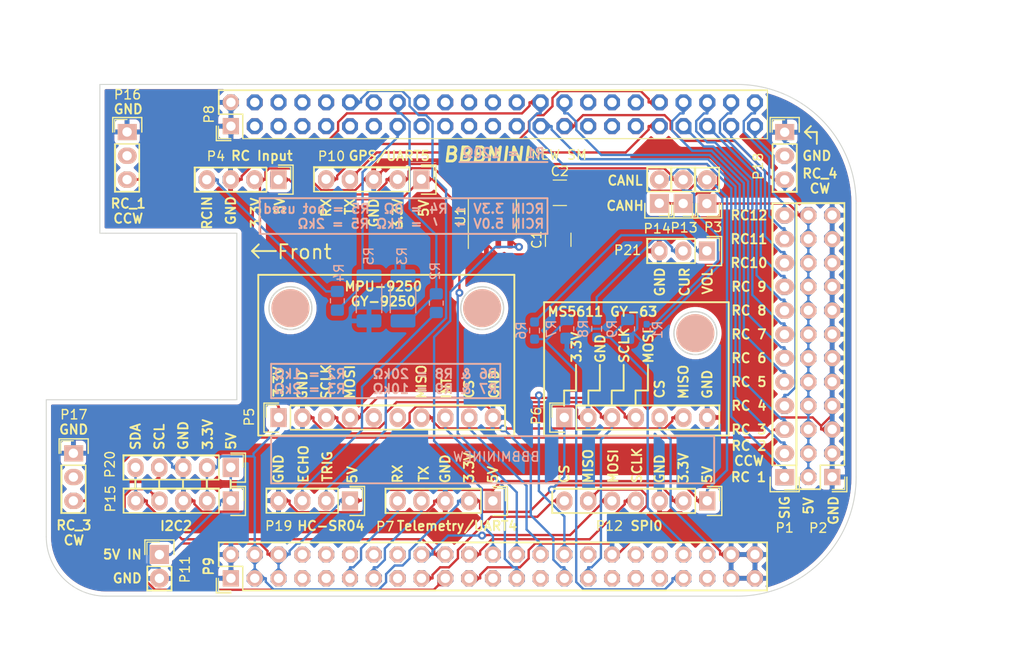
<source format=kicad_pcb>
(kicad_pcb (version 20211014) (generator pcbnew)
  (layers (0 "F.Cu" signal) (31 "B.Cu" signal) (34 "B.Paste" user) (35 "F.Paste" user) (36 "B.SilkS" user "B.Silkscreen") (37 "F.SilkS" user "F.Silkscreen") (38 "B.Mask" user) (39 "F.Mask" user) (44 "Edge.Cuts" user))
  (net 0 "")
  (net 1 "GND")
  (net 2 "+5V")
  (net 3 "+3.3V")
  (net 4 "/RC_1")
  (net 5 "/RC_2")
  (net 6 "/RC_3")
  (net 7 "/RC_4")
  (net 8 "/RC_5")
  (net 9 "/RC_6")
  (net 10 "/RC_7")
  (net 11 "/RC_8")
  (net 12 "/RC_9")
  (net 13 "/RC_10")
  (net 14 "/RC_11")
  (net 15 "/RC_12")
  (net 16 "Net-(P2-Pad10)")
  (net 17 "Net-(P4-Pad4)")
  (net 18 "/SPI1_SCLK")
  (net 19 "/SPI1_MOSI")
  (net 22 "/SPI1_MISO")
  (net 23 "/MPU9250_INT")
  (net 24 "/SPI1_CS0")
  (net 25 "/SPI1_CS1")
  (net 26 "/RADIO_RX")
  (net 27 "/RADIO_TX")
  (net 37 "/SR04_TRIG")
  (net 40 "/RC_IN")
  (net 41 "/SR04_ECHO")
  (net 58 "/GPS_RX")
  (net 59 "/GPS_TX")
  (net 68 "/SPI0_CS")
  (net 69 "/SPI0_MOSI")
  (net 70 "/I2C2_SCL")
  (net 71 "/I2C2_SDA")
  (net 72 "/SPI0_MISO")
  (net 73 "/SPI0_SCLK")
  (net 75 "/CAN_RX")
  (net 76 "/CAN_TX")
  (net 84 "/VOLTAGE")
  (net 85 "/CURRENT")
  (net 87 "Net-(P13-Pad1)")
  (net 88 "Net-(P13-Pad2)")
  (net 89 "Net-(P14-Pad2)")
  (net 93 "Net-(P19-Pad3)")
  (net 94 "Net-(P21-Pad1)")
  (net 95 "Net-(P21-Pad2)")
  (footprint "Connector_PinHeader_2.54mm:PinHeader_1x04_P2.54mm_Vertical" (layer "F.Cu") (at 161.405 95.375 -90)
    (fp_text reference "P4")
    (fp_text value "RC_IN")
  )
  (footprint "Connector_PinHeader_2.54mm:PinHeader_2x23_P2.54mm_Vertical" (layer "F.Cu") (at 156.36 137.915 90)
    (fp_text reference "P9")
    (fp_text value "BBB_P9")
  )
  (footprint "Connector_PinSocket_2.54mm:PinSocket_1x10_P2.54mm_Vertical" (layer "F.Cu") (at 161.445 120.75 90)
    (fp_text reference "P5")
    (fp_text value "MPU_9250 breakoutboard")
  )
  (footprint "Connector_PinHeader_2.54mm:PinHeader_1x03_P2.54mm_Vertical" (layer "F.Cu") (at 215.41 90.31)
    (fp_text reference "P18")
    (fp_text value "RC_4")
  )
  (footprint "Connector_PinHeader_2.54mm:PinHeader_2x23_P2.54mm_Vertical" (layer "F.Cu") (at 156.36 89.665 90)
    (fp_text reference "P8")
    (fp_text value "BBB_P8")
  )
  (footprint "Connector_PinHeader_2.54mm:PinHeader_1x05_P2.54mm_Vertical" (layer "F.Cu") (at 156.345 126.075 -90)
    (fp_text reference "P20")
    (fp_text value "I2C2")
  )
  (footprint "Capacitor_SMD:C_1210_3225Metric_Pad1.33x2.70mm_HandSolder" (layer "F.Cu") (at 191.26 101.7875 90)
    (fp_text reference "C1")
    (fp_text value "0.1u")
  )
  (footprint "Connector_PinHeader_2.54mm:PinHeader_1x05_P2.54mm_Vertical" (layer "F.Cu") (at 184.295 129.65 -90)
    (fp_text reference "P7")
    (fp_text value "Telemetry")
  )
  (footprint "Connector_PinHeader_2.54mm:PinHeader_1x02_P2.54mm_Vertical" (layer "F.Cu") (at 204.585 97.915 180)
    (fp_text reference "P13")
    (fp_text value "CANBUS")
  )
  (footprint "Connector_PinHeader_2.54mm:PinHeader_1x07_P2.54mm_Vertical" (layer "F.Cu") (at 207.15 129.65 -90)
    (fp_text reference "P12")
    (fp_text value "SPI0")
  )
  (footprint "Connector_PinSocket_2.54mm:PinSocket_1x07_P2.54mm_Vertical" (layer "F.Cu") (at 191.91 120.75 90)
    (fp_text reference "P6")
    (fp_text value "MS5611 breakoutboard")
  )
  (footprint "Connector_PinHeader_2.54mm:PinHeader_1x03_P2.54mm_Vertical" (layer "F.Cu") (at 145.285 90.285)
    (fp_text reference "P16")
    (fp_text value "RC_1")
  )
  (footprint "Connector_PinHeader_2.54mm:PinHeader_1x03_P2.54mm_Vertical" (layer "F.Cu") (at 139.56 124.57)
    (fp_text reference "P17")
    (fp_text value "RC_3")
  )
  (footprint "Connector_PinHeader_2.54mm:PinHeader_2x12_P2.54mm_Vertical" (layer "F.Cu") (at 220.475 127.1 180)
    (fp_text reference "P2")
    (fp_text value "RC_OUTPUT_GND")
  )
  (footprint "Connector_PinHeader_2.54mm:PinHeader_1x05_P2.54mm_Vertical" (layer "F.Cu") (at 176.67 95.325 -90)
    (fp_text reference "P10")
    (fp_text value "GPS")
  )
  (footprint "Connector_PinHeader_2.54mm:PinHeader_1x02_P2.54mm_Vertical" (layer "F.Cu") (at 202.035 97.89 180)
    (fp_text reference "P14")
    (fp_text value "CANBUS")
  )
  (footprint "Connector_PinHeader_2.54mm:PinHeader_1x02_P2.54mm_Vertical" (layer "F.Cu") (at 207.11 97.925 180)
    (fp_text reference "P3")
    (fp_text value "5V to RC_OUT")
  )
  (footprint "Connector_PinHeader_2.54mm:PinHeader_1x12_P2.54mm_Vertical" (layer "F.Cu") (at 215.385 127.14 180)
    (fp_text reference "P1")
    (fp_text value "RC_OUTPUT")
  )
  (footprint "Connector_PinHeader_2.54mm:PinHeader_1x05_P2.54mm_Vertical" (layer "F.Cu") (at 156.37 129.625 -90)
    (fp_text reference "P15")
    (fp_text value "I2C2")
  )
  (footprint "Connector_PinHeader_2.54mm:PinHeader_1x02_P2.54mm_Vertical" (layer "F.Cu") (at 148.735 135.385)
    (fp_text reference "P11")
    (fp_text value "5V_INPUT")
  )
  (footprint "Package_SO:SOIC-8_3.9x4.9mm_P1.27mm" (layer "F.Cu") (at 184.235 99.275 90)
    (fp_text reference "U1")
    (fp_text value "MCP2562-E-SN")
  )
  (footprint "Connector_PinHeader_2.54mm:PinHeader_1x03_P2.54mm_Vertical" (layer "F.Cu") (at 207.115 102.975 -90)
    (fp_text reference "P21")
    (fp_text value "VOL/CUR")
  )
  (footprint "Connector_PinHeader_2.54mm:PinHeader_1x04_P2.54mm_Vertical" (layer "F.Cu") (at 169.055 129.625 -90)
    (fp_text reference "P19")
    (fp_text value "HC_SR04")
  )
  (footprint "Capacitor_SMD:C_1210_3225Metric_Pad1.33x2.70mm_HandSolder" (layer "F.Cu") (at 191.435 96.775)
    (fp_text reference "C2")
    (fp_text value "0.1u")
  )
  (footprint "Resistor_SMD:R_0805_2012Metric_Pad1.20x1.40mm_HandSolder" (layer "B.Cu") (at 192.185 111.3 -90)
    (fp_text reference "R7")
    (fp_text value "10K 0.1%")
  )
  (footprint "Resistor_SMD:R_0402_1005Metric_Pad0.72x0.64mm_HandSolder" (layer "B.Cu") (at 200.685 111.4 90)
    (fp_text reference "R1")
    (fp_text value "120")
  )
  (footprint "Resistor_SMD:R_2010_5025Metric_Pad1.40x2.65mm_HandSolder" (layer "B.Cu") (at 174.71 108.05 -90)
    (fp_text reference "R3")
    (fp_text value "2k")
  )
  (footprint "Resistor_SMD:R_2010_5025Metric_Pad1.40x2.65mm_HandSolder" (layer "B.Cu") (at 171.085 108.05 -90)
    (fp_text reference "R5")
    (fp_text value "2k")
  )
  (footprint "Resistor_SMD:R_0603_1608Metric_Pad0.98x0.95mm_HandSolder" (layer "B.Cu") (at 195.36 111.2875 -90)
    (fp_text reference "R8")
    (fp_text value "20K 0.1%")
  )
  (footprint "Resistor_SMD:R_0805_2012Metric_Pad1.20x1.40mm_HandSolder" (layer "B.Cu") (at 178.26 108.55 -90)
    (fp_text reference "R2")
    (fp_text value "1k")
  )
  (footprint "Resistor_SMD:R_0805_2012Metric_Pad1.20x1.40mm_HandSolder" (layer "B.Cu") (at 167.71 108.3 -90)
    (fp_text reference "R4")
    (fp_text value "1k")
  )
  (footprint "Resistor_SMD:R_0805_2012Metric_Pad1.20x1.40mm_HandSolder" (layer "B.Cu") (at 198.66 111.3 -90)
    (fp_text reference "R9")
    (fp_text value "10K 0.1%")
  )
  (footprint "Resistor_SMD:R_0603_1608Metric_Pad0.98x0.95mm_HandSolder" (layer "B.Cu") (at 188.735 111.475 -90)
    (fp_text reference "R6")
    (fp_text value "20K 0.1%")
  )
  (gr_line (start 161.143574 115.847034) (end 161.143574 116.085134) (layer "B.SilkS") (width 0.2))
  (gr_line (start 165.612884 99.819434) (end 165.660504 99.962294) (layer "B.SilkS") (width 0.2))
  (gr_line (start 160.517644 98.457534) (end 160.470024 98.362294) (layer "B.SilkS") (width 0.2))
  (gr_line (start 174.136694 98.886104) (end 174.231934 98.933724) (layer "B.SilkS") (width 0.2))
  (gr_line (start 166.857854 115.989894) (end 167.429284 116.561324) (layer "B.SilkS") (width 0.2))
  (gr_line (start 173.612884 98.219434) (end 173.565264 98.076584) (layer "B.SilkS") (width 0.2))
  (gr_line (start 178.813024 115.894654) (end 178.860644 115.799424) (layer "B.SilkS") (width 0.2))
  (gr_line (start 182.413934 92.596374) (end 182.461554 92.786844) (layer "B.SilkS") (width 0.2))
  (gr_line (start 161.667384 117.970844) (end 161.762624 117.923234) (layer "B.SilkS") (width 0.2))
  (gr_line (start 189.517654 98.933724) (end 189.517654 97.933724) (layer "B.SilkS") (width 0.2))
  (gr_line (start 173.860634 117.161324) (end 173.765404 117.208944) (layer "B.SilkS") (width 0.2))
  (gr_line (start 188.470034 99.676584) (end 188.374794 99.581344) (layer "B.SilkS") (width 0.2))
  (gr_line (start 173.374794 98.933724) (end 173.374794 98.743244) (layer "B.SilkS") (width 0.2))
  (gr_line (start 181.051114 116.561324) (end 181.146354 116.513704) (layer "B.SilkS") (width 0.2))
  (gr_line (start 183.098734 116.513704) (end 183.051114 116.466084) (layer "B.SilkS") (width 0.2))
  (gr_line (start 164.279554 100.295634) (end 164.374794 100.200394) (layer "B.SilkS") (width 0.2))
  (gr_poly (pts (xy 218.034394 127.979184) (xy 218.118224 127.966754) (xy 218.200434 127.946154) (xy 218.280234 127.917604) (xy 218.356844 127.881374) (xy 218.429534 127.837804) (xy 218.497604 127.787314) (xy 218.560404 127.730404) (xy 218.617314 127.667604) (xy 218.667804 127.599534) (xy 218.711374 127.526844) (xy 218.747604 127.450234) (xy 218.776154 127.370434) (xy 218.796754 127.288224) (xy 218.809184 127.204394) (xy 218.813344 127.119744) (xy 218.809184 127.035094) (xy 218.796754 126.951264) (xy 218.776154 126.869054) (xy 218.747604 126.789254) (xy 218.711374 126.712644) (xy 218.667804 126.639954) (xy 218.617314 126.571884) (xy 218.560404 126.509084) (xy 218.497604 126.452174) (xy 218.429534 126.401684) (xy 218.356844 126.358114) (xy 218.280234 126.321884) (xy 218.200434 126.293334) (xy 218.118224 126.272734) (xy 218.034394 126.260304) (xy 217.949744 126.256144) (xy 217.865094 126.260304) (xy 217.781264 126.272734) (xy 217.699054 126.293334) (xy 217.619254 126.321884) (xy 217.542644 126.358114) (xy 217.469954 126.401684) (xy 217.401884 126.452174) (xy 217.339084 126.509084) (xy 217.282174 126.571884) (xy 217.231684 126.639954) (xy 217.188114 126.712644) (xy 217.151884 126.789254) (xy 217.123334 126.869054) (xy 217.102734 126.951264) (xy 217.090304 127.035094) (xy 217.086144 127.119744) (xy 217.090304 127.204394) (xy 217.102734 127.288224) (xy 217.123334 127.370434) (xy 217.151884 127.450234) (xy 217.188114 127.526844) (xy 217.231684 127.599534) (xy 217.282174 127.667604) (xy 217.339084 127.730404) (xy 217.401884 127.787314) (xy 217.469954 127.837804) (xy 217.542644 127.881374) (xy 217.619254 127.917604) (xy 217.699054 127.946154) (xy 217.781264 127.966754) (xy 217.865094 127.979184) (xy 217.949744 127.983344)) (layer "B.SilkS") (width 0) (fill solid))
  (gr_line (start 178.860644 115.751804) (end 178.813024 115.656564) (layer "B.SilkS") (width 0.2))
  (gr_line (start 165.612884 99.724204) (end 165.612884 99.819434) (layer "B.SilkS") (width 0.2))
  (gr_line (start 161.381664 116.561324) (end 161.143574 116.561324) (layer "B.SilkS") (width 0.2))
  (gr_line (start 185.184314 98.933724) (end 185.279554 98.886104) (layer "B.SilkS") (width 0.2))
  (gr_line (start 174.517654 98.124204) (end 174.470034 98.028964) (layer "B.SilkS") (width 0.2))
  (gr_line (start 173.717784 116.466084) (end 173.765404 116.513704) (layer "B.SilkS") (width 0.2))
  (gr_line (start 173.565264 98.600394) (end 173.612884 98.457534) (layer "B.SilkS") (width 0.2))
  (gr_line (start 189.556794 92.977324) (end 189.556794 91.977324) (layer "B.SilkS") (width 0.2))
  (gr_line (start 170.327174 98.933724) (end 170.660504 98.457534) (layer "B.SilkS") (width 0.2))
  (gr_line (start 189.136694 100.057534) (end 189.517654 100.057534) (layer "B.SilkS") (width 0.2))
  (gr_line (start 185.279554 98.886104) (end 185.327174 98.838484) (layer "B.SilkS") (width 0.2))
  (gr_poly (pts (xy 220.574394 105.119184) (xy 220.658224 105.106754) (xy 220.740434 105.086154) (xy 220.820234 105.057604) (xy 220.896844 105.021374) (xy 220.969534 104.977804) (xy 221.037604 104.927314) (xy 221.100404 104.870404) (xy 221.157314 104.807604) (xy 221.207804 104.739534) (xy 221.251374 104.666844) (xy 221.287604 104.590234) (xy 221.316154 104.510434) (xy 221.336754 104.428224) (xy 221.349184 104.344394) (xy 221.353344 104.259744) (xy 221.349184 104.175094) (xy 221.336754 104.091264) (xy 221.316154 104.009054) (xy 221.287604 103.929254) (xy 221.251374 103.852644) (xy 221.207804 103.779954) (xy 221.157314 103.711884) (xy 221.100404 103.649084) (xy 221.037604 103.592174) (xy 220.969534 103.541684) (xy 220.896844 103.498114) (xy 220.820234 103.461884) (xy 220.740434 103.433334) (xy 220.658224 103.412734) (xy 220.574394 103.400304) (xy 220.489744 103.396144) (xy 220.405094 103.400304) (xy 220.321264 103.412734) (xy 220.239054 103.433334) (xy 220.159254 103.461884) (xy 220.082644 103.498114) (xy 220.009954 103.541684) (xy 219.941884 103.592174) (xy 219.879084 103.649084) (xy 219.822174 103.711884) (xy 219.771684 103.779954) (xy 219.728114 103.852644) (xy 219.691884 103.929254) (xy 219.663334 104.009054) (xy 219.642734 104.091264) (xy 219.630304 104.175094) (xy 219.626144 104.259744) (xy 219.630304 104.344394) (xy 219.642734 104.428224) (xy 219.663334 104.510434) (xy 219.691884 104.590234) (xy 219.728114 104.666844) (xy 219.771684 104.739534) (xy 219.822174 104.807604) (xy 219.879084 104.870404) (xy 219.941884 104.927314) (xy 220.009954 104.977804) (xy 220.082644 105.021374) (xy 220.159254 105.057604) (xy 220.239054 105.086154) (xy 220.321264 105.106754) (xy 220.405094 105.119184) (xy 220.489744 105.123344)) (layer "B.SilkS") (width 0) (fill solid))
  (gr_line (start 178.813024 115.656564) (end 178.765404 115.608944) (layer "B.SilkS") (width 0.2))
  (gr_line (start 172.565264 100.533724) (end 172.565264 100.343244) (layer "B.SilkS") (width 0.2))
  (gr_line (start 167.953094 117.685134) (end 168.334054 117.685134) (layer "B.SilkS") (width 0.2))
  (gr_line (start 161.191194 115.704184) (end 161.143574 115.847034) (layer "B.SilkS") (width 0.2))
  (gr_line (start 172.279554 100.343244) (end 172.279554 100.533724) (layer "B.SilkS") (width 0.2))
  (gr_line (start 179.813024 115.561324) (end 179.432064 115.561324) (layer "B.SilkS") (width 0.2))
  (gr_line (start 161.327174 98.314674) (end 161.231934 98.267054) (layer "B.SilkS") (width 0.2))
  (gr_line (start 183.755744 99.628964) (end 183.708124 99.581344) (layer "B.SilkS") (width 0.2))
  (gr_poly (pts (xy 186.919394 138.774184) (xy 187.003224 138.761754) (xy 187.085434 138.741154) (xy 187.165234 138.712604) (xy 187.241844 138.676374) (xy 187.314534 138.632804) (xy 187.382604 138.582314) (xy 187.445404 138.525404) (xy 187.502314 138.462604) (xy 187.552804 138.394534) (xy 187.596374 138.321844) (xy 187.632604 138.245234) (xy 187.661154 138.165434) (xy 187.681754 138.083224) (xy 187.694184 137.999394) (xy 187.698344 137.914744) (xy 187.694184 137.830094) (xy 187.681754 137.746264) (xy 187.661154 137.664054) (xy 187.632604 137.584254) (xy 187.596374 137.507644) (xy 187.552804 137.434954) (xy 187.502314 137.366884) (xy 187.445404 137.304084) (xy 187.382604 137.247174) (xy 187.314534 137.196684) (xy 187.241844 137.153114) (xy 187.165234 137.116884) (xy 187.085434 137.088334) (xy 187.003224 137.067734) (xy 186.919394 137.055304) (xy 186.834744 137.051144) (xy 186.750094 137.055304) (xy 186.666264 137.067734) (xy 186.584054 137.088334) (xy 186.504254 137.116884) (xy 186.427644 137.153114) (xy 186.354954 137.196684) (xy 186.286884 137.247174) (xy 186.224084 137.304084) (xy 186.167174 137.366884) (xy 186.116684 137.434954) (xy 186.073114 137.507644) (xy 186.036884 137.584254) (xy 186.008334 137.664054) (xy 185.987734 137.746264) (xy 185.975304 137.830094) (xy 185.971144 137.914744) (xy 185.975304 137.999394) (xy 185.987734 138.083224) (xy 186.008334 138.165434) (xy 186.036884 138.245234) (xy 186.073114 138.321844) (xy 186.116684 138.394534) (xy 186.167174 138.462604) (xy 186.224084 138.525404) (xy 186.286884 138.582314) (xy 186.354954 138.632804) (xy 186.427644 138.676374) (xy 186.504254 138.712604) (xy 186.584054 138.741154) (xy 186.666264 138.761754) (xy 186.750094 138.774184) (xy 186.834744 138.778344)) (layer "B.SilkS") (width 0) (fill solid))
  (gr_poly (pts (xy 176.759394 136.234184) (xy 176.843224 136.221754) (xy 176.925434 136.201154) (xy 177.005234 136.172604) (xy 177.081844 136.136374) (xy 177.154534 136.092804) (xy 177.222604 136.042314) (xy 177.285404 135.985404) (xy 177.342314 135.922604) (xy 177.392804 135.854534) (xy 177.436374 135.781844) (xy 177.472604 135.705234) (xy 177.501154 135.625434) (xy 177.521754 135.543224) (xy 177.534184 135.459394) (xy 177.538344 135.374744) (xy 177.534184 135.290094) (xy 177.521754 135.206264) (xy 177.501154 135.124054) (xy 177.472604 135.044254) (xy 177.436374 134.967644) (xy 177.392804 134.894954) (xy 177.342314 134.826884) (xy 177.285404 134.764084) (xy 177.222604 134.707174) (xy 177.154534 134.656684) (xy 177.081844 134.613114) (xy 177.005234 134.576884) (xy 176.925434 134.548334) (xy 176.843224 134.527734) (xy 176.759394 134.515304) (xy 176.674744 134.511144) (xy 176.590094 134.515304) (xy 176.506264 134.527734) (xy 176.424054 134.548334) (xy 176.344254 134.576884) (xy 176.267644 134.613114) (xy 176.194954 134.656684) (xy 176.126884 134.707174) (xy 176.064084 134.764084) (xy 176.007174 134.826884) (xy 175.956684 134.894954) (xy 175.913114 134.967644) (xy 175.876884 135.044254) (xy 175.848334 135.124054) (xy 175.827734 135.206264) (xy 175.815304 135.290094) (xy 175.811144 135.374744) (xy 175.815304 135.459394) (xy 175.827734 135.543224) (xy 175.848334 135.625434) (xy 175.876884 135.705234) (xy 175.913114 135.781844) (xy 175.956684 135.854534) (xy 176.007174 135.922604) (xy 176.064084 135.985404) (xy 176.126884 136.042314) (xy 176.194954 136.092804) (xy 176.267644 136.136374) (xy 176.344254 136.172604) (xy 176.424054 136.201154) (xy 176.506264 136.221754) (xy 176.590094 136.234184) (xy 176.674744 136.238344)) (layer "B.SilkS") (width 0) (fill solid))
  (gr_line (start 182.955874 117.161324) (end 183.384454 118.161324) (layer "B.SilkS") (width 0.2))
  (gr_line (start 174.051114 116.513704) (end 174.098734 116.466084) (layer "B.SilkS") (width 0.2))
  (gr_poly (pts (xy 194.539394 138.774184) (xy 194.623224 138.761754) (xy 194.705434 138.741154) (xy 194.785234 138.712604) (xy 194.861844 138.676374) (xy 194.934534 138.632804) (xy 195.002604 138.582314) (xy 195.065404 138.525404) (xy 195.122314 138.462604) (xy 195.172804 138.394534) (xy 195.216374 138.321844) (xy 195.252604 138.245234) (xy 195.281154 138.165434) (xy 195.301754 138.083224) (xy 195.314184 137.999394) (xy 195.318344 137.914744) (xy 195.314184 137.830094) (xy 195.301754 137.746264) (xy 195.281154 137.664054) (xy 195.252604 137.584254) (xy 195.216374 137.507644) (xy 195.172804 137.434954) (xy 195.122314 137.366884) (xy 195.065404 137.304084) (xy 195.002604 137.247174) (xy 194.934534 137.196684) (xy 194.861844 137.153114) (xy 194.785234 137.116884) (xy 194.705434 137.088334) (xy 194.623224 137.067734) (xy 194.539394 137.055304) (xy 194.454744 137.051144) (xy 194.370094 137.055304) (xy 194.286264 137.067734) (xy 194.204054 137.088334) (xy 194.124254 137.116884) (xy 194.047644 137.153114) (xy 193.974954 137.196684) (xy 193.906884 137.247174) (xy 193.844084 137.304084) (xy 193.787174 137.366884) (xy 193.736684 137.434954) (xy 193.693114 137.507644) (xy 193.656884 137.584254) (xy 193.628334 137.664054) (xy 193.607734 137.746264) (xy 193.595304 137.830094) (xy 193.591144 137.914744) (xy 193.595304 137.999394) (xy 193.607734 138.083224) (xy 193.628334 138.165434) (xy 193.656884 138.245234) (xy 193.693114 138.321844) (xy 193.736684 138.394534) (xy 193.787174 138.462604) (xy 193.844084 138.525404) (xy 193.906884 138.582314) (xy 193.974954 138.632804) (xy 194.047644 138.676374) (xy 194.124254 138.712604) (xy 194.204054 138.741154) (xy 194.286264 138.761754) (xy 194.370094 138.774184) (xy 194.454744 138.778344)) (layer "B.SilkS") (width 0) (fill solid))
  (gr_line (start 174.193974 115.942274) (end 174.146354 115.751804) (layer "B.SilkS") (width 0.2))
  (gr_line (start 166.184314 98.267054) (end 166.184314 98.933724) (layer "B.SilkS") (width 0.2))
  (gr_line (start 177.098734 117.637514) (end 176.336834 117.637514) (layer "B.SilkS") (width 0.2))
  (gr_line (start 163.708124 100.200394) (end 163.803364 100.295634) (layer "B.SilkS") (width 0.2))
  (gr_line (start 167.286434 118.161324) (end 167.381664 118.113704) (layer "B.SilkS") (width 0.2))
  (gr_line (start 170.422414 97.981344) (end 170.374794 98.028964) (layer "B.SilkS") (width 0.2))
  (gr_line (start 173.327174 97.933724) (end 173.136694 97.933724) (layer "B.SilkS") (width 0.2))
  (gr_line (start 188.985364 92.977324) (end 189.318694 92.501134) (layer "B.SilkS") (width 0.2))
  (gr_line (start 161.286434 115.608944) (end 161.191194 115.704184) (layer "B.SilkS") (width 0.2))
  (gr_line (start 188.470034 100.390864) (end 188.517654 100.295634) (layer "B.SilkS") (width 0.2))
  (gr_line (start 161.905474 115.847034) (end 161.857854 115.704184) (layer "B.SilkS") (width 0.2))
  (gr_line (start 169.898604 97.933724) (end 169.946224 98.409914) (layer "B.SilkS") (width 0.2))
  (gr_line (start 183.612884 100.533724) (end 183.708124 100.486104) (layer "B.SilkS") (width 0.2))
  (gr_line (start 173.765404 115.608944) (end 173.717784 115.656564) (layer "B.SilkS") (width 0.2))
  (gr_poly (pts (xy 192.778344 119.753744) (xy 191.051144 119.753744) (xy 191.051144 121.785744) (xy 192.778344 121.785744)) (layer "B.SilkS") (width 0) (fill solid))
  (gr_line (start 174.089074 98.838484) (end 174.136694 98.886104) (layer "B.SilkS") (width 0.2))
  (gr_line (start 178.860644 117.351804) (end 178.860644 117.589894) (layer "B.SilkS") (width 0.2))
  (gr_line (start 167.429284 117.161324) (end 166.810244 117.161324) (layer "B.SilkS") (width 0.2))
  (gr_line (start 174.517654 98.743244) (end 174.565264 98.552774) (layer "B.SilkS") (width 0.2))
  (gr_line (start 170.422414 98.409914) (end 170.517644 98.457534) (layer "B.SilkS") (width 0.2))
  (gr_line (start 162.041454 98.600394) (end 162.136694 98.552774) (layer "B.SilkS") (width 0.2))
  (gr_poly (pts (xy 218.034394 122.899184) (xy 218.118224 122.886754) (xy 218.200434 122.866154) (xy 218.280234 122.837604) (xy 218.356844 122.801374) (xy 218.429534 122.757804) (xy 218.497604 122.707314) (xy 218.560404 122.650404) (xy 218.617314 122.587604) (xy 218.667804 122.519534) (xy 218.711374 122.446844) (xy 218.747604 122.370234) (xy 218.776154 122.290434) (xy 218.796754 122.208224) (xy 218.809184 122.124394) (xy 218.813344 122.039744) (xy 218.809184 121.955094) (xy 218.796754 121.871264) (xy 218.776154 121.789054) (xy 218.747604 121.709254) (xy 218.711374 121.632644) (xy 218.667804 121.559954) (xy 218.617314 121.491884) (xy 218.560404 121.429084) (xy 218.497604 121.372174) (xy 218.429534 121.321684) (xy 218.356844 121.278114) (xy 218.280234 121.241884) (xy 218.200434 121.213334) (xy 218.118224 121.192734) (xy 218.034394 121.180304) (xy 217.949744 121.176144) (xy 217.865094 121.180304) (xy 217.781264 121.192734) (xy 217.699054 121.213334) (xy 217.619254 121.241884) (xy 217.542644 121.278114) (xy 217.469954 121.321684) (xy 217.401884 121.372174) (xy 217.339084 121.429084) (xy 217.282174 121.491884) (xy 217.231684 121.559954) (xy 217.188114 121.632644) (xy 217.151884 121.709254) (xy 217.123334 121.789054) (xy 217.102734 121.871264) (xy 217.090304 121.955094) (xy 217.086144 122.039744) (xy 217.090304 122.124394) (xy 217.102734 122.208224) (xy 217.123334 122.290434) (xy 217.151884 122.370234) (xy 217.188114 122.446844) (xy 217.231684 122.519534) (xy 217.282174 122.587604) (xy 217.339084 122.650404) (xy 217.401884 122.707314) (xy 217.469954 122.757804) (xy 217.542644 122.801374) (xy 217.619254 122.837604) (xy 217.699054 122.866154) (xy 217.781264 122.886754) (xy 217.865094 122.899184) (xy 217.949744 122.903344)) (layer "B.SilkS") (width 0) (fill solid))
  (gr_line (start 167.143574 117.542274) (end 167.000714 117.542274) (layer "B.SilkS") (width 0.2))
  (gr_line (start 173.993844 98.314674) (end 173.993844 98.552774) (layer "B.SilkS") (width 0.2))
  (gr_line (start 164.803364 98.457534) (end 164.803364 98.743244) (layer "B.SilkS") (width 0.2))
  (gr_line (start 169.898604 98.362294) (end 169.803364 98.314674) (layer "B.SilkS") (width 0.2))
  (gr_poly (pts (xy 202.149334 96.380854) (xy 202.247954 96.366224) (xy 202.344674 96.341994) (xy 202.438554 96.308404) (xy 202.528684 96.265774) (xy 202.614204 96.214514) (xy 202.694284 96.155124) (xy 202.768164 96.088164) (xy 202.835124 96.014284) (xy 202.894514 95.934204) (xy 202.945774 95.848684) (xy 202.988404 95.758554) (xy 203.021994 95.664674) (xy 203.046224 95.567954) (xy 203.060854 95.469334) (xy 203.065744 95.369744) (xy 203.060854 95.270154) (xy 203.046224 95.171534) (xy 203.021994 95.074814) (xy 202.988404 94.980934) (xy 202.945774 94.890804) (xy 202.894514 94.805284) (xy 202.835124 94.725204) (xy 202.768164 94.651324) (xy 202.694284 94.584364) (xy 202.614204 94.524974) (xy 202.528684 94.473714) (xy 202.438554 94.431084) (xy 202.344674 94.397494) (xy 202.247954 94.373264) (xy 202.149334 94.358634) (xy 202.049744 94.353744) (xy 201.950154 94.358634) (xy 201.851534 94.373264) (xy 201.754814 94.397494) (xy 201.660934 94.431084) (xy 201.570804 94.473714) (xy 201.485284 94.524974) (xy 201.405204 94.584364) (xy 201.331324 94.651324) (xy 201.264364 94.725204) (xy 201.204974 94.805284) (xy 201.153714 94.890804) (xy 201.111084 94.980934) (xy 201.077494 95.074814) (xy 201.053264 95.171534) (xy 201.038634 95.270154) (xy 201.033744 95.369744) (xy 201.038634 95.469334) (xy 201.053264 95.567954) (xy 201.077494 95.664674) (xy 201.111084 95.758554) (xy 201.153714 95.848684) (xy 201.204974 95.934204) (xy 201.264364 96.014284) (xy 201.331324 96.088164) (xy 201.405204 96.155124) (xy 201.485284 96.214514) (xy 201.570804 96.265774) (xy 201.660934 96.308404) (xy 201.754814 96.341994) (xy 201.851534 96.366224) (xy 201.950154 96.380854) (xy 202.049744 96.385744)) (layer "B.SilkS") (width 0) (fill solid))
  (gr_line (start 185.231934 100.486104) (end 185.279554 100.438484) (layer "B.SilkS") (width 0.2))
  (gr_line (start 167.762624 115.894654) (end 167.810244 115.989894) (layer "B.SilkS") (width 0.2))
  (gr_poly (pts (xy 153.899394 96.381584) (xy 153.983224 96.369154) (xy 154.065434 96.348554) (xy 154.145234 96.320004) (xy 154.221844 96.283774) (xy 154.294534 96.240204) (xy 154.362604 96.189714) (xy 154.425404 96.132804) (xy 154.482314 96.070004) (xy 154.532804 96.001934) (xy 154.576374 95.929244) (xy 154.612604 95.852634) (xy 154.641154 95.772834) (xy 154.661754 95.690624) (xy 154.674184 95.606794) (xy 154.678344 95.522144) (xy 154.678344 95.217344) (xy 154.674184 95.132694) (xy 154.661754 95.048864) (xy 154.641154 94.966654) (xy 154.612604 94.886854) (xy 154.576374 94.810244) (xy 154.532804 94.737554) (xy 154.482314 94.669484) (xy 154.425404 94.606684) (xy 154.362604 94.549774) (xy 154.294534 94.499284) (xy 154.221844 94.455714) (xy 154.145234 94.419484) (xy 154.065434 94.390934) (xy 153.983224 94.370334) (xy 153.899394 94.357904) (xy 153.814744 94.353744) (xy 153.730094 94.357904) (xy 153.646264 94.370334) (xy 153.564054 94.390934) (xy 153.484254 94.419484) (xy 153.407644 94.455714) (xy 153.334954 94.499284) (xy 153.266884 94.549774) (xy 153.204084 94.606684) (xy 153.147174 94.669484) (xy 153.096684 94.737554) (xy 153.053114 94.810244) (xy 153.016884 94.886854) (xy 152.988334 94.966654) (xy 152.967734 95.048864) (xy 152.955304 95.132694) (xy 152.951144 95.217344) (xy 152.951144 95.522144) (xy 152.955304 95.606794) (xy 152.967734 95.690624) (xy 152.988334 95.772834) (xy 153.016884 95.852634) (xy 153.053114 95.929244) (xy 153.096684 96.001934) (xy 153.147174 96.070004) (xy 153.204084 96.132804) (xy 153.266884 96.189714) (xy 153.334954 96.240204) (xy 153.407644 96.283774) (xy 153.484254 96.320004) (xy 153.564054 96.348554) (xy 153.646264 96.369154) (xy 153.730094 96.381584) (xy 153.814744 96.385744)) (layer "B.SilkS") (width 0) (fill solid))
  (gr_line (start 166.810244 117.161324) (end 167.143574 117.542274) (layer "B.SilkS") (width 0.2))
  (gr_line (start 178.279554 98.600394) (end 177.660504 98.600394) (layer "B.SilkS") (width 0.2))
  (gr_line (start 181.413934 92.739234) (end 181.509174 92.786844) (layer "B.SilkS") (width 0.2))
  (gr_line (start 172.289214 117.923234) (end 172.384444 117.827994) (layer "B.SilkS") (width 0.2))
  (gr_line (start 168.334054 118.161324) (end 168.334054 117.161324) (layer "B.SilkS") (width 0.2))
  (gr_poly (pts (xy 215.646794 100.039184) (xy 215.730624 100.026754) (xy 215.812834 100.006154) (xy 215.892634 99.977604) (xy 215.969244 99.941374) (xy 216.041934 99.897804) (xy 216.110004 99.847314) (xy 216.172804 99.790404) (xy 216.229714 99.727604) (xy 216.280204 99.659534) (xy 216.323774 99.586844) (xy 216.360004 99.510234) (xy 216.388554 99.430434) (xy 216.409154 99.348224) (xy 216.421584 99.264394) (xy 216.425744 99.179744) (xy 216.421584 99.095094) (xy 216.409154 99.011264) (xy 216.388554 98.929054) (xy 216.360004 98.849254) (xy 216.323774 98.772644) (xy 216.280204 98.699954) (xy 216.229714 98.631884) (xy 216.172804 98.569084) (xy 216.110004 98.512174) (xy 216.041934 98.461684) (xy 215.969244 98.418114) (xy 215.892634 98.381884) (xy 215.812834 98.353334) (xy 215.730624 98.332734) (xy 215.646794 98.320304) (xy 215.562144 98.316144) (xy 215.257344 98.316144) (xy 215.172694 98.320304) (xy 215.088864 98.332734) (xy 215.006654 98.353334) (xy 214.926854 98.381884) (xy 214.850244 98.418114) (xy 214.777554 98.461684) (xy 214.709484 98.512174) (xy 214.646684 98.569084) (xy 214.589774 98.631884) (xy 214.539284 98.699954) (xy 214.495714 98.772644) (xy 214.459484 98.849254) (xy 214.430934 98.929054) (xy 214.410334 99.011264) (xy 214.397904 99.095094) (xy 214.393744 99.179744) (xy 214.397904 99.264394) (xy 214.410334 99.348224) (xy 214.430934 99.430434) (xy 214.459484 99.510234) (xy 214.495714 99.586844) (xy 214.539284 99.659534) (xy 214.589774 99.727604) (xy 214.646684 99.790404) (xy 214.709484 99.847314) (xy 214.777554 99.897804) (xy 214.850244 99.941374) (xy 214.926854 99.977604) (xy 215.006654 100.006154) (xy 215.088864 100.026754) (xy 215.172694 100.039184) (xy 215.257344 100.043344) (xy 215.562144 100.043344)) (layer "B.SilkS") (width 0) (fill solid))
  (gr_line (start 161.191194 116.227994) (end 161.286434 116.323234) (layer "B.SilkS") (width 0.2))
  (gr_line (start 182.993844 99.533724) (end 182.660504 100.533724) (layer "B.SilkS") (width 0.2))
  (gr_poly (pts (xy 220.574394 117.819184) (xy 220.658224 117.806754) (xy 220.740434 117.786154) (xy 220.820234 117.757604) (xy 220.896844 117.721374) (xy 220.969534 117.677804) (xy 221.037604 117.627314) (xy 221.100404 117.570404) (xy 221.157314 117.507604) (xy 221.207804 117.439534) (xy 221.251374 117.366844) (xy 221.287604 117.290234) (xy 221.316154 117.210434) (xy 221.336754 117.128224) (xy 221.349184 117.044394) (xy 221.353344 116.959744) (xy 221.349184 116.875094) (xy 221.336754 116.791264) (xy 221.316154 116.709054) (xy 221.287604 116.629254) (xy 221.251374 116.552644) (xy 221.207804 116.479954) (xy 221.157314 116.411884) (xy 221.100404 116.349084) (xy 221.037604 116.292174) (xy 220.969534 116.241684) (xy 220.896844 116.198114) (xy 220.820234 116.161884) (xy 220.740434 116.133334) (xy 220.658224 116.112734) (xy 220.574394 116.100304) (xy 220.489744 116.096144) (xy 220.405094 116.100304) (xy 220.321264 116.112734) (xy 220.239054 116.133334) (xy 220.159254 116.161884) (xy 220.082644 116.198114) (xy 220.009954 116.241684) (xy 219.941884 116.292174) (xy 219.879084 116.349084) (xy 219.822174 116.411884) (xy 219.771684 116.479954) (xy 219.728114 116.552644) (xy 219.691884 116.629254) (xy 219.663334 116.709054) (xy 219.642734 116.791264) (xy 219.630304 116.875094) (xy 219.626144 116.959744) (xy 219.630304 117.044394) (xy 219.642734 117.128224) (xy 219.663334 117.210434) (xy 219.691884 117.290234) (xy 219.728114 117.366844) (xy 219.771684 117.439534) (xy 219.822174 117.507604) (xy 219.879084 117.570404) (xy 219.941884 117.627314) (xy 220.009954 117.677804) (xy 220.082644 117.721374) (xy 220.159254 117.757604) (xy 220.239054 117.786154) (xy 220.321264 117.806754) (xy 220.405094 117.819184) (xy 220.489744 117.823344)) (layer "B.SilkS") (width 0) (fill solid))
  (gr_line (start 160.422414 98.314674) (end 160.327174 98.267054) (layer "B.SilkS") (width 0.2))
  (gr_line (start 178.336834 116.466084) (end 178.289214 116.370844) (layer "B.SilkS") (width 0.2))
  (gr_poly (pts (xy 169.139394 96.381584) (xy 169.223224 96.369154) (xy 169.305434 96.348554) (xy 169.385234 96.320004) (xy 169.461844 96.283774) (xy 169.534534 96.240204) (xy 169.602604 96.189714) (xy 169.665404 96.132804) (xy 169.722314 96.070004) (xy 169.772804 96.001934) (xy 169.816374 95.929244) (xy 169.852604 95.852634) (xy 169.881154 95.772834) (xy 169.901754 95.690624) (xy 169.914184 95.606794) (xy 169.918344 95.522144) (xy 169.918344 95.217344) (xy 169.914184 95.132694) (xy 169.901754 95.048864) (xy 169.881154 94.966654) (xy 169.852604 94.886854) (xy 169.816374 94.810244) (xy 169.772804 94.737554) (xy 169.722314 94.669484) (xy 169.665404 94.606684) (xy 169.602604 94.549774) (xy 169.534534 94.499284) (xy 169.461844 94.455714) (xy 169.385234 94.419484) (xy 169.305434 94.390934) (xy 169.223224 94.370334) (xy 169.139394 94.357904) (xy 169.054744 94.353744) (xy 168.970094 94.357904) (xy 168.886264 94.370334) (xy 168.804054 94.390934) (xy 168.724254 94.419484) (xy 168.647644 94.455714) (xy 168.574954 94.499284) (xy 168.506884 94.549774) (xy 168.444084 94.606684) (xy 168.387174 94.669484) (xy 168.336684 94.737554) (xy 168.293114 94.810244) (xy 168.256884 94.886854) (xy 168.228334 94.966654) (xy 168.207734 95.048864) (xy 168.195304 95.132694) (xy 168.191144 95.217344) (xy 168.191144 95.522144) (xy 168.195304 95.606794) (xy 168.207734 95.690624) (xy 168.228334 95.772834) (xy 168.256884 95.852634) (xy 168.293114 95.929244) (xy 168.336684 96.001934) (xy 168.387174 96.070004) (xy 168.444084 96.132804) (xy 168.506884 96.189714) (xy 168.574954 96.240204) (xy 168.647644 96.283774) (xy 168.724254 96.320004) (xy 168.804054 96.348554) (xy 168.886264 96.369154) (xy 168.970094 96.381584) (xy 169.054744 96.385744)) (layer "B.SilkS") (width 0) (fill solid))
  (gr_line (start 161.803364 98.648014) (end 161.898604 98.600394) (layer "B.SilkS") (width 0.2))
  (gr_circle (center 205.884744 111.752744) (end 207.916744 111.752744) (layer "B.SilkS") (width 0) (fill solid))
  (gr_line (start 162.041454 98.267054) (end 161.898604 98.267054) (layer "B.SilkS") (width 0.2))
  (gr_poly (pts (xy 199.619394 130.671584) (xy 199.703224 130.659154) (xy 199.785434 130.638554) (xy 199.865234 130.610004) (xy 199.941844 130.573774) (xy 200.014534 130.530204) (xy 200.082604 130.479714) (xy 200.145404 130.422804) (xy 200.202314 130.360004) (xy 200.252804 130.291934) (xy 200.296374 130.219244) (xy 200.332604 130.142634) (xy 200.361154 130.062834) (xy 200.381754 129.980624) (xy 200.394184 129.896794) (xy 200.398344 129.812144) (xy 200.398344 129.507344) (xy 200.394184 129.422694) (xy 200.381754 129.338864) (xy 200.361154 129.256654) (xy 200.332604 129.176854) (xy 200.296374 129.100244) (xy 200.252804 129.027554) (xy 200.202314 128.959484) (xy 200.145404 128.896684) (xy 200.082604 128.839774) (xy 200.014534 128.789284) (xy 199.941844 128.745714) (xy 199.865234 128.709484) (xy 199.785434 128.680934) (xy 199.703224 128.660334) (xy 199.619394 128.647904) (xy 199.534744 128.643744) (xy 199.450094 128.647904) (xy 199.366264 128.660334) (xy 199.284054 128.680934) (xy 199.204254 128.709484) (xy 199.127644 128.745714) (xy 199.054954 128.789284) (xy 198.986884 128.839774) (xy 198.924084 128.896684) (xy 198.867174 128.959484) (xy 198.816684 129.027554) (xy 198.773114 129.100244) (xy 198.736884 129.176854) (xy 198.708334 129.256654) (xy 198.687734 129.338864) (xy 198.675304 129.422694) (xy 198.671144 129.507344) (xy 198.671144 129.812144) (xy 198.675304 129.896794) (xy 198.687734 129.980624) (xy 198.708334 130.062834) (xy 198.736884 130.142634) (xy 198.773114 130.219244) (xy 198.816684 130.291934) (xy 198.867174 130.360004) (xy 198.924084 130.422804) (xy 198.986884 130.479714) (xy 199.054954 130.530204) (xy 199.127644 130.573774) (xy 199.204254 130.610004) (xy 199.284054 130.638554) (xy 199.366264 130.659154) (xy 199.450094 130.671584) (xy 199.534744 130.675744)) (layer "B.SilkS") (width 0) (fill solid))
  (gr_line (start 182.660504 98.933724) (end 182.327174 97.933724) (layer "B.SilkS") (width 0.2))
  (gr_line (start 174.098734 117.256564) (end 174.051114 117.208944) (layer "B.SilkS") (width 0.2))
  (gr_line (start 165.708124 99.581344) (end 165.660504 99.628964) (layer "B.SilkS") (width 0.2))
  (gr_line (start 165.327174 98.457534) (end 165.279554 98.362294) (layer "B.SilkS") (width 0.2))
  (gr_line (start 163.946224 99.533724) (end 163.803364 99.581344) (layer "B.SilkS") (width 0.2))
  (gr_poly (pts (xy 174.219394 138.774184) (xy 174.303224 138.761754) (xy 174.385434 138.741154) (xy 174.465234 138.712604) (xy 174.541844 138.676374) (xy 174.614534 138.632804) (xy 174.682604 138.582314) (xy 174.745404 138.525404) (xy 174.802314 138.462604) (xy 174.852804 138.394534) (xy 174.896374 138.321844) (xy 174.932604 138.245234) (xy 174.961154 138.165434) (xy 174.981754 138.083224) (xy 174.994184 137.999394) (xy 174.998344 137.914744) (xy 174.994184 137.830094) (xy 174.981754 137.746264) (xy 174.961154 137.664054) (xy 174.932604 137.584254) (xy 174.896374 137.507644) (xy 174.852804 137.434954) (xy 174.802314 137.366884) (xy 174.745404 137.304084) (xy 174.682604 137.247174) (xy 174.614534 137.196684) (xy 174.541844 137.153114) (xy 174.465234 137.116884) (xy 174.385434 137.088334) (xy 174.303224 137.067734) (xy 174.219394 137.055304) (xy 174.134744 137.051144) (xy 174.050094 137.055304) (xy 173.966264 137.067734) (xy 173.884054 137.088334) (xy 173.804254 137.116884) (xy 173.727644 137.153114) (xy 173.654954 137.196684) (xy 173.586884 137.247174) (xy 173.524084 137.304084) (xy 173.467174 137.366884) (xy 173.416684 137.434954) (xy 173.373114 137.507644) (xy 173.336884 137.584254) (xy 173.308334 137.664054) (xy 173.287734 137.746264) (xy 173.275304 137.830094) (xy 173.271144 137.914744) (xy 173.275304 137.999394) (xy 173.287734 138.083224) (xy 173.308334 138.165434) (xy 173.336884 138.245234) (xy 173.373114 138.321844) (xy 173.416684 138.394534) (xy 173.467174 138.462604) (xy 173.524084 138.525404) (xy 173.586884 138.582314) (xy 173.654954 138.632804) (xy 173.727644 138.676374) (xy 173.804254 138.712604) (xy 173.884054 138.741154) (xy 173.966264 138.761754) (xy 174.050094 138.774184) (xy 174.134744 138.778344)) (layer "B.SilkS") (width 0) (fill solid))
  (gr_line (start 174.193974 117.780374) (end 174.193974 117.542274) (layer "B.SilkS") (width 0.2))
  (gr_line (start 169.898604 100.009914) (end 169.850984 99.962294) (layer "B.SilkS") (width 0.2))
  (gr_line (start 181.289214 116.370844) (end 181.527304 116.085134) (layer "B.SilkS") (width 0.2))
  (gr_line (start 173.955874 116.561324) (end 174.051114 116.513704) (layer "B.SilkS") (width 0.2))
  (gr_poly (pts (xy 177.538344 94.353744) (xy 175.811144 94.353744) (xy 175.811144 96.385744) (xy 177.538344 96.385744)) (layer "B.SilkS") (width 0) (fill solid))
  (gr_poly (pts (xy 189.459394 138.774184) (xy 189.543224 138.761754) (xy 189.625434 138.741154) (xy 189.705234 138.712604) (xy 189.781844 138.676374) (xy 189.854534 138.632804) (xy 189.922604 138.582314) (xy 189.985404 138.525404) (xy 190.042314 138.462604) (xy 190.092804 138.394534) (xy 190.136374 138.321844) (xy 190.172604 138.245234) (xy 190.201154 138.165434) (xy 190.221754 138.083224) (xy 190.234184 137.999394) (xy 190.238344 137.914744) (xy 190.234184 137.830094) (xy 190.221754 137.746264) (xy 190.201154 137.664054) (xy 190.172604 137.584254) (xy 190.136374 137.507644) (xy 190.092804 137.434954) (xy 190.042314 137.366884) (xy 189.985404 137.304084) (xy 189.922604 137.247174) (xy 189.854534 137.196684) (xy 189.781844 137.153114) (xy 189.705234 137.116884) (xy 189.625434 137.088334) (xy 189.543224 137.067734) (xy 189.459394 137.055304) (xy 189.374744 137.051144) (xy 189.290094 137.055304) (xy 189.206264 137.067734) (xy 189.124054 137.088334) (xy 189.044254 137.116884) (xy 188.967644 137.153114) (xy 188.894954 137.196684) (xy 188.826884 137.247174) (xy 188.764084 137.304084) (xy 188.707174 137.366884) (xy 188.656684 137.434954) (xy 188.613114 137.507644) (xy 188.576884 137.584254) (xy 188.548334 137.664054) (xy 188.527734 137.746264) (xy 188.515304 137.830094) (xy 188.511144 137.914744) (xy 188.515304 137.999394) (xy 188.527734 138.083224) (xy 188.548334 138.165434) (xy 188.576884 138.245234) (xy 188.613114 138.321844) (xy 188.656684 138.394534) (xy 188.707174 138.462604) (xy 188.764084 138.525404) (xy 188.826884 138.582314) (xy 188.894954 138.632804) (xy 188.967644 138.676374) (xy 189.044254 138.712604) (xy 189.124054 138.741154) (xy 189.206264 138.761754) (xy 189.290094 138.774184) (xy 189.374744 138.778344)) (layer "B.SilkS") (width 0) (fill solid))
  (gr_line (start 188.565264 100.105154) (end 188.565264 99.962294) (layer "B.SilkS") (width 0.2))
  (gr_poly (pts (xy 158.979394 136.234184) (xy 159.063224 136.221754) (xy 159.145434 136.201154) (xy 159.225234 136.172604) (xy 159.301844 136.136374) (xy 159.374534 136.092804) (xy 159.442604 136.042314) (xy 159.505404 135.985404) (xy 159.562314 135.922604) (xy 159.612804 135.854534) (xy 159.656374 135.781844) (xy 159.692604 135.705234) (xy 159.721154 135.625434) (xy 159.741754 135.543224) (xy 159.754184 135.459394) (xy 159.758344 135.374744) (xy 159.754184 135.290094) (xy 159.741754 135.206264) (xy 159.721154 135.124054) (xy 159.692604 135.044254) (xy 159.656374 134.967644) (xy 159.612804 134.894954) (xy 159.562314 134.826884) (xy 159.505404 134.764084) (xy 159.442604 134.707174) (xy 159.374534 134.656684) (xy 159.301844 134.613114) (xy 159.225234 134.576884) (xy 159.145434 134.548334) (xy 159.063224 134.527734) (xy 158.979394 134.515304) (xy 158.894744 134.511144) (xy 158.810094 134.515304) (xy 158.726264 134.527734) (xy 158.644054 134.548334) (xy 158.564254 134.576884) (xy 158.487644 134.613114) (xy 158.414954 134.656684) (xy 158.346884 134.707174) (xy 158.284084 134.764084) (xy 158.227174 134.826884) (xy 158.176684 134.894954) (xy 158.133114 134.967644) (xy 158.096884 135.044254) (xy 158.068334 135.124054) (xy 158.047734 135.206264) (xy 158.035304 135.290094) (xy 158.031144 135.374744) (xy 158.035304 135.459394) (xy 158.047734 135.543224) (xy 158.068334 135.625434) (xy 158.096884 135.705234) (xy 158.133114 135.781844) (xy 158.176684 135.854534) (xy 158.227174 135.922604) (xy 158.284084 135.985404) (xy 158.346884 136.042314) (xy 158.414954 136.092804) (xy 158.487644 136.136374) (xy 158.564254 136.172604) (xy 158.644054 136.201154) (xy 158.726264 136.221754) (xy 158.810094 136.234184) (xy 158.894744 136.238344)) (layer "B.SilkS") (width 0) (fill solid))
  (gr_line (start 181.193974 117.875614) (end 181.146354 117.732754) (layer "B.SilkS") (width 0.2))
  (gr_line (start 188.517654 98.695634) (end 188.565264 98.505154) (layer "B.SilkS") (width 0.2))
  (gr_line (start 184.898604 98.314674) (end 184.803364 98.362294) (layer "B.SilkS") (width 0.2))
  (gr_line (start 181.336834 115.751804) (end 181.384444 115.847034) (layer "B.SilkS") (width 0.2))
  (gr_line (start 185.279554 100.009914) (end 185.231934 99.962294) (layer "B.SilkS") (width 0.2))
  (gr_line (start 171.670164 117.685134) (end 171.717784 117.827994) (layer "B.SilkS") (width 0.2))
  (gr_poly (pts (xy 194.539394 130.671584) (xy 194.623224 130.659154) (xy 194.705434 130.638554) (xy 194.785234 130.610004) (xy 194.861844 130.573774) (xy 194.934534 130.530204) (xy 195.002604 130.479714) (xy 195.065404 130.422804) (xy 195.122314 130.360004) (xy 195.172804 130.291934) (xy 195.216374 130.219244) (xy 195.252604 130.142634) (xy 195.281154 130.062834) (xy 195.301754 129.980624) (xy 195.314184 129.896794) (xy 195.318344 129.812144) (xy 195.318344 129.507344) (xy 195.314184 129.422694) (xy 195.301754 129.338864) (xy 195.281154 129.256654) (xy 195.252604 129.176854) (xy 195.216374 129.100244) (xy 195.172804 129.027554) (xy 195.122314 128.959484) (xy 195.065404 128.896684) (xy 195.002604 128.839774) (xy 194.934534 128.789284) (xy 194.861844 128.745714) (xy 194.785234 128.709484) (xy 194.705434 128.680934) (xy 194.623224 128.660334) (xy 194.539394 128.647904) (xy 194.454744 128.643744) (xy 194.370094 128.647904) (xy 194.286264 128.660334) (xy 194.204054 128.680934) (xy 194.124254 128.709484) (xy 194.047644 128.745714) (xy 193.974954 128.789284) (xy 193.906884 128.839774) (xy 193.844084 128.896684) (xy 193.787174 128.959484) (xy 193.736684 129.027554) (xy 193.693114 129.100244) (xy 193.656884 129.176854) (xy 193.628334 129.256654) (xy 193.607734 129.338864) (xy 193.595304 129.422694) (xy 193.591144 129.507344) (xy 193.591144 129.812144) (xy 193.595304 129.896794) (xy 193.607734 129.980624) (xy 193.628334 130.062834) (xy 193.656884 130.142634) (xy 193.693114 130.219244) (xy 193.736684 130.291934) (xy 193.787174 130.360004) (xy 193.844084 130.422804) (xy 193.906884 130.479714) (xy 193.974954 130.530204) (xy 194.047644 130.573774) (xy 194.124254 130.610004) (xy 194.204054 130.638554) (xy 194.286264 130.659154) (xy 194.370094 130.671584) (xy 194.454744 130.675744)) (layer "B.SilkS") (width 0) (fill solid))
  (gr_line (start 184.708124 100.343244) (end 184.755744 100.438484) (layer "B.SilkS") (width 0.2))
  (gr_line (start 173.955874 118.161324) (end 174.051114 118.113704) (layer "B.SilkS") (width 0.2))
  (gr_line (start 166.905474 117.589894) (end 166.857854 117.637514) (layer "B.SilkS") (width 0.2))
  (gr_line (start 178.765404 118.161324) (end 178.574924 118.161324) (layer "B.SilkS") (width 0.2))
  (gr_poly (pts (xy 145.542794 96.229184) (xy 145.626624 96.216754) (xy 145.708834 96.196154) (xy 145.788634 96.167604) (xy 145.865244 96.131374) (xy 145.937934 96.087804) (xy 146.006004 96.037314) (xy 146.068804 95.980404) (xy 146.125714 95.917604) (xy 146.176204 95.849534) (xy 146.219774 95.776844) (xy 146.256004 95.700234) (xy 146.284554 95.620434) (xy 146.305154 95.538224) (xy 146.317584 95.454394) (xy 146.321744 95.369744) (xy 146.317584 95.285094) (xy 146.305154 95.201264) (xy 146.284554 95.119054) (xy 146.256004 95.039254) (xy 146.219774 94.962644) (xy 146.176204 94.889954) (xy 146.125714 94.821884) (xy 146.068804 94.759084) (xy 146.006004 94.702174) (xy 145.937934 94.651684) (xy 145.865244 94.608114) (xy 145.788634 94.571884) (xy 145.708834 94.543334) (xy 145.626624 94.522734) (xy 145.542794 94.510304) (xy 145.458144 94.506144) (xy 145.153344 94.506144) (xy 145.068694 94.510304) (xy 144.984864 94.522734) (xy 144.902654 94.543334) (xy 144.822854 94.571884) (xy 144.746244 94.608114) (xy 144.673554 94.651684) (xy 144.605484 94.702174) (xy 144.542684 94.759084) (xy 144.485774 94.821884) (xy 144.435284 94.889954) (xy 144.391714 94.962644) (xy 144.355484 95.039254) (xy 144.326934 95.119054) (xy 144.306334 95.201264) (xy 144.293904 95.285094) (xy 144.289744 95.369744) (xy 144.293904 95.454394) (xy 144.306334 95.538224) (xy 144.326934 95.620434) (xy 144.355484 95.700234) (xy 144.391714 95.776844) (xy 144.435284 95.849534) (xy 144.485774 95.917604) (xy 144.542684 95.980404) (xy 144.605484 96.037314) (xy 144.673554 96.087804) (xy 144.746244 96.131374) (xy 144.822854 96.167604) (xy 144.902654 96.196154) (xy 144.984864 96.216754) (xy 145.068694 96.229184) (xy 145.153344 96.233344) (xy 145.458144 96.233344)) (layer "B.SilkS") (width 0) (fill solid))
  (gr_line (start 162.184314 98.886104) (end 162.089074 98.933724) (layer "B.SilkS") (width 0.2))
  (gr_line (start 173.565264 98.076584) (end 173.470034 97.981344) (layer "B.SilkS") (width 0.2))
  (gr_line (start 162.667384 116.561324) (end 162.667384 115.561324) (layer "B.SilkS") (width 0.2))
  (gr_line (start 169.898604 98.886104) (end 169.946224 98.838484) (layer "B.SilkS") (width 0.2))
  (gr_line (start 162.572144 116.180374) (end 162.286434 116.561324) (layer "B.SilkS") (width 0.2))
  (gr_poly (pts (xy 218.034394 105.119184) (xy 218.118224 105.106754) (xy 218.200434 105.086154) (xy 218.280234 105.057604) (xy 218.356844 105.021374) (xy 218.429534 104.977804) (xy 218.497604 104.927314) (xy 218.560404 104.870404) (xy 218.617314 104.807604) (xy 218.667804 104.739534) (xy 218.711374 104.666844) (xy 218.747604 104.590234) (xy 218.776154 104.510434) (xy 218.796754 104.428224) (xy 218.809184 104.344394) (xy 218.813344 104.259744) (xy 218.809184 104.175094) (xy 218.796754 104.091264) (xy 218.776154 104.009054) (xy 218.747604 103.929254) (xy 218.711374 103.852644) (xy 218.667804 103.779954) (xy 218.617314 103.711884) (xy 218.560404 103.649084) (xy 218.497604 103.592174) (xy 218.429534 103.541684) (xy 218.356844 103.498114) (xy 218.280234 103.461884) (xy 218.200434 103.433334) (xy 218.118224 103.412734) (xy 218.034394 103.400304) (xy 217.949744 103.396144) (xy 217.865094 103.400304) (xy 217.781264 103.412734) (xy 217.699054 103.433334) (xy 217.619254 103.461884) (xy 217.542644 103.498114) (xy 217.469954 103.541684) (xy 217.401884 103.592174) (xy 217.339084 103.649084) (xy 217.282174 103.711884) (xy 217.231684 103.779954) (xy 217.188114 103.852644) (xy 217.151884 103.929254) (xy 217.123334 104.009054) (xy 217.102734 104.091264) (xy 217.090304 104.175094) (xy 217.086144 104.259744) (xy 217.090304 104.344394) (xy 217.102734 104.428224) (xy 217.123334 104.510434) (xy 217.151884 104.590234) (xy 217.188114 104.666844) (xy 217.231684 104.739534) (xy 217.282174 104.807604) (xy 217.339084 104.870404) (xy 217.401884 104.927314) (xy 217.469954 104.977804) (xy 217.542644 105.021374) (xy 217.619254 105.057604) (xy 217.699054 105.086154) (xy 217.781264 105.106754) (xy 217.865094 105.119184) (xy 217.949744 105.123344)) (layer "B.SilkS") (width 0) (fill solid))
  (gr_line (start 173.955874 117.161324) (end 173.860634 117.161324) (layer "B.SilkS") (width 0.2))
  (gr_line (start 169.422414 98.838484) (end 169.470034 98.886104) (layer "B.SilkS") (width 0.2))
  (gr_line (start 163.715004 118.161324) (end 163.095954 118.161324) (layer "B.SilkS") (width 0.2))
  (gr_line (start 175.193974 116.561324) (end 174.574924 116.561324) (layer "B.SilkS") (width 0.2))
  (gr_line (start 178.336834 115.656564) (end 178.289214 115.751804) (layer "B.SilkS") (width 0.2))
  (gr_line (start 190.111344 93.490144) (end 180.713344 93.490144) (layer "B.SilkS") (width 0.2))
  (gr_line (start 162.136694 98.552774) (end 162.184314 98.457534) (layer "B.SilkS") (width 0.2))
  (gr_line (start 185.327174 97.933724) (end 184.708124 97.933724) (layer "B.SilkS") (width 0.2))
  (gr_line (start 162.286434 115.894654) (end 162.667384 116.275614) (layer "B.SilkS") (width 0.2))
  (gr_line (start 161.667384 116.561324) (end 161.667384 116.370844) (layer "B.SilkS") (width 0.2))
  (gr_line (start 174.146354 116.370844) (end 174.193974 116.180374) (layer "B.SilkS") (width 0.2))
  (gr_line (start 169.803364 98.314674) (end 169.565264 98.314674) (layer "B.SilkS") (width 0.2))
  (gr_line (start 161.619764 117.161324) (end 161.429284 117.161324) (layer "B.SilkS") (width 0.2))
  (gr_line (start 161.286434 116.323234) (end 161.381664 116.370844) (layer "B.SilkS") (width 0.2))
  (gr_line (start 188.231934 97.933724) (end 188.136694 97.933724) (layer "B.SilkS") (width 0.2))
  (gr_line (start 183.955874 117.494654) (end 184.003494 117.589894) (layer "B.SilkS") (width 0.2))
  (gr_line (start 181.527304 117.685134) (end 181.622544 117.542274) (layer "B.SilkS") (width 0.2))
  (gr_poly (pts (xy 212.319394 138.774184) (xy 212.403224 138.761754) (xy 212.485434 138.741154) (xy 212.565234 138.712604) (xy 212.641844 138.676374) (xy 212.714534 138.632804) (xy 212.782604 138.582314) (xy 212.845404 138.525404) (xy 212.902314 138.462604) (xy 212.952804 138.394534) (xy 212.996374 138.321844) (xy 213.032604 138.245234) (xy 213.061154 138.165434) (xy 213.081754 138.083224) (xy 213.094184 137.999394) (xy 213.098344 137.914744) (xy 213.094184 137.830094) (xy 213.081754 137.746264) (xy 213.061154 137.664054) (xy 213.032604 137.584254) (xy 212.996374 137.507644) (xy 212.952804 137.434954) (xy 212.902314 137.366884) (xy 212.845404 137.304084) (xy 212.782604 137.247174) (xy 212.714534 137.196684) (xy 212.641844 137.153114) (xy 212.565234 137.116884) (xy 212.485434 137.088334) (xy 212.403224 137.067734) (xy 212.319394 137.055304) (xy 212.234744 137.051144) (xy 212.150094 137.055304) (xy 212.066264 137.067734) (xy 211.984054 137.088334) (xy 211.904254 137.116884) (xy 211.827644 137.153114) (xy 211.754954 137.196684) (xy 211.686884 137.247174) (xy 211.624084 137.304084) (xy 211.567174 137.366884) (xy 211.516684 137.434954) (xy 211.473114 137.507644) (xy 211.436884 137.584254) (xy 211.408334 137.664054) (xy 211.387734 137.746264) (xy 211.375304 137.830094) (xy 211.371144 137.914744) (xy 211.375304 137.999394) (xy 211.387734 138.083224) (xy 211.408334 138.165434) (xy 211.436884 138.245234) (xy 211.473114 138.321844) (xy 211.516684 138.394534) (xy 211.567174 138.462604) (xy 211.624084 138.525404) (xy 211.686884 138.582314) (xy 211.754954 138.632804) (xy 211.827644 138.676374) (xy 211.904254 138.712604) (xy 211.984054 138.741154) (xy 212.066264 138.761754) (xy 212.150094 138.774184) (xy 212.234744 138.778344)) (layer "B.SilkS") (width 0) (fill solid))
  (gr_line (start 174.193974 117.542274) (end 174.146354 117.351804) (layer "B.SilkS") (width 0.2))
  (gr_poly (pts (xy 164.059394 136.234184) (xy 164.143224 136.221754) (xy 164.225434 136.201154) (xy 164.305234 136.172604) (xy 164.381844 136.136374) (xy 164.454534 136.092804) (xy 164.522604 136.042314) (xy 164.585404 135.985404) (xy 164.642314 135.922604) (xy 164.692804 135.854534) (xy 164.736374 135.781844) (xy 164.772604 135.705234) (xy 164.801154 135.625434) (xy 164.821754 135.543224) (xy 164.834184 135.459394) (xy 164.838344 135.374744) (xy 164.834184 135.290094) (xy 164.821754 135.206264) (xy 164.801154 135.124054) (xy 164.772604 135.044254) (xy 164.736374 134.967644) (xy 164.692804 134.894954) (xy 164.642314 134.826884) (xy 164.585404 134.764084) (xy 164.522604 134.707174) (xy 164.454534 134.656684) (xy 164.381844 134.613114) (xy 164.305234 134.576884) (xy 164.225434 134.548334) (xy 164.143224 134.527734) (xy 164.059394 134.515304) (xy 163.974744 134.511144) (xy 163.890094 134.515304) (xy 163.806264 134.527734) (xy 163.724054 134.548334) (xy 163.644254 134.576884) (xy 163.567644 134.613114) (xy 163.494954 134.656684) (xy 163.426884 134.707174) (xy 163.364084 134.764084) (xy 163.307174 134.826884) (xy 163.256684 134.894954) (xy 163.213114 134.967644) (xy 163.176884 135.044254) (xy 163.148334 135.124054) (xy 163.127734 135.206264) (xy 163.115304 135.290094) (xy 163.111144 135.374744) (xy 163.115304 135.459394) (xy 163.127734 135.543224) (xy 163.148334 135.625434) (xy 163.176884 135.705234) (xy 163.213114 135.781844) (xy 163.256684 135.854534) (xy 163.307174 135.922604) (xy 163.364084 135.985404) (xy 163.426884 136.042314) (xy 163.494954 136.092804) (xy 163.567644 136.136374) (xy 163.644254 136.172604) (xy 163.724054 136.201154) (xy 163.806264 136.221754) (xy 163.890094 136.234184) (xy 163.974744 136.238344)) (layer "B.SilkS") (width 0) (fill solid))
  (gr_line (start 188.374794 98.886104) (end 188.470034 98.790864) (layer "B.SilkS") (width 0.2))
  (gr_line (start 184.146354 116.085134) (end 184.527304 116.085134) (layer "B.SilkS") (width 0.2))
  (gr_line (start 170.327174 98.124204) (end 170.327174 98.267054) (layer "B.SilkS") (width 0.2))
  (gr_line (start 178.755744 97.981344) (end 178.708124 98.028964) (layer "B.SilkS") (width 0.2))
  (gr_line (start 170.850984 99.533724) (end 170.470034 99.533724) (layer "B.SilkS") (width 0.2))
  (gr_line (start 172.993844 97.981344) (end 172.898604 98.076584) (layer "B.SilkS") (width 0.2))
  (gr_line (start 184.803364 98.886104) (end 184.898604 98.933724) (layer "B.SilkS") (width 0.2))
  (gr_poly (pts (xy 220.574394 120.359184) (xy 220.658224 120.346754) (xy 220.740434 120.326154) (xy 220.820234 120.297604) (xy 220.896844 120.261374) (xy 220.969534 120.217804) (xy 221.037604 120.167314) (xy 221.100404 120.110404) (xy 221.157314 120.047604) (xy 221.207804 119.979534) (xy 221.251374 119.906844) (xy 221.287604 119.830234) (xy 221.316154 119.750434) (xy 221.336754 119.668224) (xy 221.349184 119.584394) (xy 221.353344 119.499744) (xy 221.349184 119.415094) (xy 221.336754 119.331264) (xy 221.316154 119.249054) (xy 221.287604 119.169254) (xy 221.251374 119.092644) (xy 221.207804 119.019954) (xy 221.157314 118.951884) (xy 221.100404 118.889084) (xy 221.037604 118.832174) (xy 220.969534 118.781684) (xy 220.896844 118.738114) (xy 220.820234 118.701884) (xy 220.740434 118.673334) (xy 220.658224 118.652734) (xy 220.574394 118.640304) (xy 220.489744 118.636144) (xy 220.405094 118.640304) (xy 220.321264 118.652734) (xy 220.239054 118.673334) (xy 220.159254 118.701884) (xy 220.082644 118.738114) (xy 220.009954 118.781684) (xy 219.941884 118.832174) (xy 219.879084 118.889084) (xy 219.822174 118.951884) (xy 219.771684 119.019954) (xy 219.728114 119.092644) (xy 219.691884 119.169254) (xy 219.663334 119.249054) (xy 219.642734 119.331264) (xy 219.630304 119.415094) (xy 219.626144 119.499744) (xy 219.630304 119.584394) (xy 219.642734 119.668224) (xy 219.663334 119.750434) (xy 219.691884 119.830234) (xy 219.728114 119.906844) (xy 219.771684 119.979534) (xy 219.822174 120.047604) (xy 219.879084 120.110404) (xy 219.941884 120.167314) (xy 220.009954 120.217804) (xy 220.082644 120.261374) (xy 220.159254 120.297604) (xy 220.239054 120.326154) (xy 220.321264 120.346754) (xy 220.405094 120.359184) (xy 220.489744 120.363344)) (layer "B.SilkS") (width 0) (fill solid))
  (gr_line (start 164.327174 98.886104) (end 164.231934 98.933724) (layer "B.SilkS") (width 0.2))
  (gr_poly (pts (xy 145.542794 93.689184) (xy 145.626624 93.676754) (xy 145.708834 93.656154) (xy 145.788634 93.627604) (xy 145.865244 93.591374) (xy 145.937934 93.547804) (xy 146.006004 93.497314) (xy 146.068804 93.440404) (xy 146.125714 93.377604) (xy 146.176204 93.309534) (xy 146.219774 93.236844) (xy 146.256004 93.160234) (xy 146.284554 93.080434) (xy 146.305154 92.998224) (xy 146.317584 92.914394) (xy 146.321744 92.829744) (xy 146.317584 92.745094) (xy 146.305154 92.661264) (xy 146.284554 92.579054) (xy 146.256004 92.499254) (xy 146.219774 92.422644) (xy 146.176204 92.349954) (xy 146.125714 92.281884) (xy 146.068804 92.219084) (xy 146.006004 92.162174) (xy 145.937934 92.111684) (xy 145.865244 92.068114) (xy 145.788634 92.031884) (xy 145.708834 92.003334) (xy 145.626624 91.982734) (xy 145.542794 91.970304) (xy 145.458144 91.966144) (xy 145.153344 91.966144) (xy 145.068694 91.970304) (xy 144.984864 91.982734) (xy 144.902654 92.003334) (xy 144.822854 92.031884) (xy 144.746244 92.068114) (xy 144.673554 92.111684) (xy 144.605484 92.162174) (xy 144.542684 92.219084) (xy 144.485774 92.281884) (xy 144.435284 92.349954) (xy 144.391714 92.422644) (xy 144.355484 92.499254) (xy 144.326934 92.579054) (xy 144.306334 92.661264) (xy 144.293904 92.745094) (xy 144.289744 92.829744) (xy 144.293904 92.914394) (xy 144.306334 92.998224) (xy 144.326934 93.080434) (xy 144.355484 93.160234) (xy 144.391714 93.236844) (xy 144.435284 93.309534) (xy 144.485774 93.377604) (xy 144.542684 93.440404) (xy 144.605484 93.497314) (xy 144.673554 93.547804) (xy 144.746244 93.591374) (xy 144.822854 93.627604) (xy 144.902654 93.656154) (xy 144.984864 93.676754) (xy 145.068694 93.689184) (xy 145.153344 93.693344) (xy 145.458144 93.693344)) (layer "B.SilkS") (width 0) (fill solid))
  (gr_line (start 179.336834 116.037514) (end 179.432064 116.085134) (layer "B.SilkS") (width 0.2))
  (gr_line (start 178.336834 117.685134) (end 178.289214 117.589894) (layer "B.SilkS") (width 0.2))
  (gr_line (start 170.470034 99.533724) (end 170.374794 99.581344) (layer "B.SilkS") (width 0.2))
  (gr_poly (pts (xy 215.646794 105.119184) (xy 215.730624 105.106754) (xy 215.812834 105.086154) (xy 215.892634 105.057604) (xy 215.969244 105.021374) (xy 216.041934 104.977804) (xy 216.110004 104.927314) (xy 216.172804 104.870404) (xy 216.229714 104.807604) (xy 216.280204 104.739534) (xy 216.323774 104.666844) (xy 216.360004 104.590234) (xy 216.388554 104.510434) (xy 216.409154 104.428224) (xy 216.421584 104.344394) (xy 216.425744 104.259744) (xy 216.421584 104.175094) (xy 216.409154 104.091264) (xy 216.388554 104.009054) (xy 216.360004 103.929254) (xy 216.323774 103.852644) (xy 216.280204 103.779954) (xy 216.229714 103.711884) (xy 216.172804 103.649084) (xy 216.110004 103.592174) (xy 216.041934 103.541684) (xy 215.969244 103.498114) (xy 215.892634 103.461884) (xy 215.812834 103.433334) (xy 215.730624 103.412734) (xy 215.646794 103.400304) (xy 215.562144 103.396144) (xy 215.257344 103.396144) (xy 215.172694 103.400304) (xy 215.088864 103.412734) (xy 215.006654 103.433334) (xy 214.926854 103.461884) (xy 214.850244 103.498114) (xy 214.777554 103.541684) (xy 214.709484 103.592174) (xy 214.646684 103.649084) (xy 214.589774 103.711884) (xy 214.539284 103.779954) (xy 214.495714 103.852644) (xy 214.459484 103.929254) (xy 214.430934 104.009054) (xy 214.410334 104.091264) (xy 214.397904 104.175094) (xy 214.393744 104.259744) (xy 214.397904 104.344394) (xy 214.410334 104.428224) (xy 214.430934 104.510434) (xy 214.459484 104.590234) (xy 214.495714 104.666844) (xy 214.539284 104.739534) (xy 214.589774 104.807604) (xy 214.646684 104.870404) (xy 214.709484 104.927314) (xy 214.777554 104.977804) (xy 214.850244 105.021374) (xy 214.926854 105.057604) (xy 215.006654 105.086154) (xy 215.088864 105.106754) (xy 215.172694 105.119184) (xy 215.257344 105.123344) (xy 215.562144 105.123344)) (layer "B.SilkS") (width 0) (fill solid))
  (gr_line (start 172.993844 98.695634) (end 173.089074 98.743244) (layer "B.SilkS") (width 0.2))
  (gr_line (start 189.080604 92.453514) (end 189.175844 92.501134) (layer "B.SilkS") (width 0.2))
  (gr_line (start 169.327174 100.343244) (end 169.374794 100.438484) (layer "B.SilkS") (width 0.2))
  (gr_line (start 166.857854 117.637514) (end 166.810244 117.732754) (layer "B.SilkS") (width 0.2))
  (gr_line (start 184.898604 100.533724) (end 185.136694 100.533724) (layer "B.SilkS") (width 0.2))
  (gr_line (start 172.660504 100.295634) (end 172.755744 100.200394) (layer "B.SilkS") (width 0.2))
  (gr_line (start 181.479684 118.161324) (end 181.384444 118.113704) (layer "B.SilkS") (width 0.2))
  (gr_poly (pts (xy 202.159394 130.671584) (xy 202.243224 130.659154) (xy 202.325434 130.638554) (xy 202.405234 130.610004) (xy 202.481844 130.573774) (xy 202.554534 130.530204) (xy 202.622604 130.479714) (xy 202.685404 130.422804) (xy 202.742314 130.360004) (xy 202.792804 130.291934) (xy 202.836374 130.219244) (xy 202.872604 130.142634) (xy 202.901154 130.062834) (xy 202.921754 129.980624) (xy 202.934184 129.896794) (xy 202.938344 129.812144) (xy 202.938344 129.507344) (xy 202.934184 129.422694) (xy 202.921754 129.338864) (xy 202.901154 129.256654) (xy 202.872604 129.176854) (xy 202.836374 129.100244) (xy 202.792804 129.027554) (xy 202.742314 128.959484) (xy 202.685404 128.896684) (xy 202.622604 128.839774) (xy 202.554534 128.789284) (xy 202.481844 128.745714) (xy 202.405234 128.709484) (xy 202.325434 128.680934) (xy 202.243224 128.660334) (xy 202.159394 128.647904) (xy 202.074744 128.643744) (xy 201.990094 128.647904) (xy 201.906264 128.660334) (xy 201.824054 128.680934) (xy 201.744254 128.709484) (xy 201.667644 128.745714) (xy 201.594954 128.789284) (xy 201.526884 128.839774) (xy 201.464084 128.896684) (xy 201.407174 128.959484) (xy 201.356684 129.027554) (xy 201.313114 129.100244) (xy 201.276884 129.176854) (xy 201.248334 129.256654) (xy 201.227734 129.338864) (xy 201.215304 129.422694) (xy 201.211144 129.507344) (xy 201.211144 129.812144) (xy 201.215304 129.896794) (xy 201.227734 129.980624) (xy 201.248334 130.062834) (xy 201.276884 130.142634) (xy 201.313114 130.219244) (xy 201.356684 130.291934) (xy 201.407174 130.360004) (xy 201.464084 130.422804) (xy 201.526884 130.479714) (xy 201.594954 130.530204) (xy 201.667644 130.573774) (xy 201.744254 130.610004) (xy 201.824054 130.638554) (xy 201.906264 130.659154) (xy 201.990094 130.671584) (xy 202.074744 130.675744)) (layer "B.SilkS") (width 0) (fill solid))
  (gr_line (start 169.422414 97.933724) (end 169.898604 97.933724) (layer "B.SilkS") (width 0.2))
  (gr_line (start 171.717784 116.227994) (end 171.813024 116.323234) (layer "B.SilkS") (width 0.2))
  (gr_poly (pts (xy 158.979394 96.381584) (xy 159.063224 96.369154) (xy 159.145434 96.348554) (xy 159.225234 96.320004) (xy 159.301844 96.283774) (xy 159.374534 96.240204) (xy 159.442604 96.189714) (xy 159.505404 96.132804) (xy 159.562314 96.070004) (xy 159.612804 96.001934) (xy 159.656374 95.929244) (xy 159.692604 95.852634) (xy 159.721154 95.772834) (xy 159.741754 95.690624) (xy 159.754184 95.606794) (xy 159.758344 95.522144) (xy 159.758344 95.217344) (xy 159.754184 95.132694) (xy 159.741754 95.048864) (xy 159.721154 94.966654) (xy 159.692604 94.886854) (xy 159.656374 94.810244) (xy 159.612804 94.737554) (xy 159.562314 94.669484) (xy 159.505404 94.606684) (xy 159.442604 94.549774) (xy 159.374534 94.499284) (xy 159.301844 94.455714) (xy 159.225234 94.419484) (xy 159.145434 94.390934) (xy 159.063224 94.370334) (xy 158.979394 94.357904) (xy 158.894744 94.353744) (xy 158.810094 94.357904) (xy 158.726264 94.370334) (xy 158.644054 94.390934) (xy 158.564254 94.419484) (xy 158.487644 94.455714) (xy 158.414954 94.499284) (xy 158.346884 94.549774) (xy 158.284084 94.606684) (xy 158.227174 94.669484) (xy 158.176684 94.737554) (xy 158.133114 94.810244) (xy 158.096884 94.886854) (xy 158.068334 94.966654) (xy 158.047734 95.048864) (xy 158.035304 95.132694) (xy 158.031144 95.217344) (xy 158.031144 95.522144) (xy 158.035304 95.606794) (xy 158.047734 95.690624) (xy 158.068334 95.772834) (xy 158.096884 95.852634) (xy 158.133114 95.929244) (xy 158.176684 96.001934) (xy 158.227174 96.070004) (xy 158.284084 96.132804) (xy 158.346884 96.189714) (xy 158.414954 96.240204) (xy 158.487644 96.283774) (xy 158.564254 96.320004) (xy 158.644054 96.348554) (xy 158.726264 96.369154) (xy 158.810094 96.381584) (xy 158.894744 96.385744)) (layer "B.SilkS") (width 0) (fill solid))
  (gr_line (start 161.857854 117.827994) (end 161.905474 117.685134) (layer "B.SilkS") (width 0.2))
  (gr_poly (pts (xy 215.646794 120.359184) (xy 215.730624 120.346754) (xy 215.812834 120.326154) (xy 215.892634 120.297604) (xy 215.969244 120.261374) (xy 216.041934 120.217804) (xy 216.110004 120.167314) (xy 216.172804 120.110404) (xy 216.229714 120.047604) (xy 216.280204 119.979534) (xy 216.323774 119.906844) (xy 216.360004 119.830234) (xy 216.388554 119.750434) (xy 216.409154 119.668224) (xy 216.421584 119.584394) (xy 216.425744 119.499744) (xy 216.421584 119.415094) (xy 216.409154 119.331264) (xy 216.388554 119.249054) (xy 216.360004 119.169254) (xy 216.323774 119.092644) (xy 216.280204 119.019954) (xy 216.229714 118.951884) (xy 216.172804 118.889084) (xy 216.110004 118.832174) (xy 216.041934 118.781684) (xy 215.969244 118.738114) (xy 215.892634 118.701884) (xy 215.812834 118.673334) (xy 215.730624 118.652734) (xy 215.646794 118.640304) (xy 215.562144 118.636144) (xy 215.257344 118.636144) (xy 215.172694 118.640304) (xy 215.088864 118.652734) (xy 215.006654 118.673334) (xy 214.926854 118.701884) (xy 214.850244 118.738114) (xy 214.777554 118.781684) (xy 214.709484 118.832174) (xy 214.646684 118.889084) (xy 214.589774 118.951884) (xy 214.539284 119.019954) (xy 214.495714 119.092644) (xy 214.459484 119.169254) (xy 214.430934 119.249054) (xy 214.410334 119.331264) (xy 214.397904 119.415094) (xy 214.393744 119.499744) (xy 214.397904 119.584394) (xy 214.410334 119.668224) (xy 214.430934 119.750434) (xy 214.459484 119.830234) (xy 214.495714 119.906844) (xy 214.539284 119.979534) (xy 214.589774 120.047604) (xy 214.646684 120.110404) (xy 214.709484 120.167314) (xy 214.777554 120.217804) (xy 214.850244 120.261374) (xy 214.926854 120.297604) (xy 215.006654 120.326154) (xy 215.088864 120.346754) (xy 215.172694 120.359184) (xy 215.257344 120.363344) (xy 215.562144 120.363344)) (layer "B.SilkS") (width 0) (fill solid))
  (gr_line (start 181.384444 116.513704) (end 181.336834 116.466084) (layer "B.SilkS") (width 0.2))
  (gr_line (start 178.660504 98.933724) (end 178.993844 98.457534) (layer "B.SilkS") (width 0.2))
  (gr_poly (pts (xy 207.239394 136.234184) (xy 207.323224 136.221754) (xy 207.405434 136.201154) (xy 207.485234 136.172604) (xy 207.561844 136.136374) (xy 207.634534 136.092804) (xy 207.702604 136.042314) (xy 207.765404 135.985404) (xy 207.822314 135.922604) (xy 207.872804 135.854534) (xy 207.916374 135.781844) (xy 207.952604 135.705234) (xy 207.981154 135.625434) (xy 208.001754 135.543224) (xy 208.014184 135.459394) (xy 208.018344 135.374744) (xy 208.014184 135.290094) (xy 208.001754 135.206264) (xy 207.981154 135.124054) (xy 207.952604 135.044254) (xy 207.916374 134.967644) (xy 207.872804 134.894954) (xy 207.822314 134.826884) (xy 207.765404 134.764084) (xy 207.702604 134.707174) (xy 207.634534 134.656684) (xy 207.561844 134.613114) (xy 207.485234 134.576884) (xy 207.405434 134.548334) (xy 207.323224 134.527734) (xy 207.239394 134.515304) (xy 207.154744 134.511144) (xy 207.070094 134.515304) (xy 206.986264 134.527734) (xy 206.904054 134.548334) (xy 206.824254 134.576884) (xy 206.747644 134.613114) (xy 206.674954 134.656684) (xy 206.606884 134.707174) (xy 206.544084 134.764084) (xy 206.487174 134.826884) (xy 206.436684 134.894954) (xy 206.393114 134.967644) (xy 206.356884 135.044254) (xy 206.328334 135.124054) (xy 206.307734 135.206264) (xy 206.295304 135.290094) (xy 206.291144 135.374744) (xy 206.295304 135.459394) (xy 206.307734 135.543224) (xy 206.328334 135.625434) (xy 206.356884 135.705234) (xy 206.393114 135.781844) (xy 206.436684 135.854534) (xy 206.487174 135.922604) (xy 206.544084 135.985404) (xy 206.606884 136.042314) (xy 206.674954 136.092804) (xy 206.747644 136.136374) (xy 206.824254 136.172604) (xy 206.904054 136.201154) (xy 206.986264 136.221754) (xy 207.070094 136.234184) (xy 207.154744 136.238344)) (layer "B.SilkS") (width 0) (fill solid))
  (gr_line (start 184.279554 100.438484) (end 184.279554 100.533724) (layer "B.SilkS") (width 0.2))
  (gr_line (start 172.184314 100.295634) (end 172.279554 100.343244) (layer "B.SilkS") (width 0.2))
  (gr_poly (pts (xy 174.219394 136.234184) (xy 174.303224 136.221754) (xy 174.385434 136.201154) (xy 174.465234 136.172604) (xy 174.541844 136.136374) (xy 174.614534 136.092804) (xy 174.682604 136.042314) (xy 174.745404 135.985404) (xy 174.802314 135.922604) (xy 174.852804 135.854534) (xy 174.896374 135.781844) (xy 174.932604 135.705234) (xy 174.961154 135.625434) (xy 174.981754 135.543224) (xy 174.994184 135.459394) (xy 174.998344 135.374744) (xy 174.994184 135.290094) (xy 174.981754 135.206264) (xy 174.961154 135.124054) (xy 174.932604 135.044254) (xy 174.896374 134.967644) (xy 174.852804 134.894954) (xy 174.802314 134.826884) (xy 174.745404 134.764084) (xy 174.682604 134.707174) (xy 174.614534 134.656684) (xy 174.541844 134.613114) (xy 174.465234 134.576884) (xy 174.385434 134.548334) (xy 174.303224 134.527734) (xy 174.219394 134.515304) (xy 174.134744 134.511144) (xy 174.050094 134.515304) (xy 173.966264 134.527734) (xy 173.884054 134.548334) (xy 173.804254 134.576884) (xy 173.727644 134.613114) (xy 173.654954 134.656684) (xy 173.586884 134.707174) (xy 173.524084 134.764084) (xy 173.467174 134.826884) (xy 173.416684 134.894954) (xy 173.373114 134.967644) (xy 173.336884 135.044254) (xy 173.308334 135.124054) (xy 173.287734 135.206264) (xy 173.275304 135.290094) (xy 173.271144 135.374744) (xy 173.275304 135.459394) (xy 173.287734 135.543224) (xy 173.308334 135.625434) (xy 173.336884 135.705234) (xy 173.373114 135.781844) (xy 173.416684 135.854534) (xy 173.467174 135.922604) (xy 173.524084 135.985404) (xy 173.586884 136.042314) (xy 173.654954 136.092804) (xy 173.727644 136.136374) (xy 173.804254 136.172604) (xy 173.884054 136.201154) (xy 173.966264 136.221754) (xy 174.050094 136.234184) (xy 174.134744 136.238344)) (layer "B.SilkS") (width 0) (fill solid))
  (gr_line (start 162.572144 117.780374) (end 162.286434 118.161324) (layer "B.SilkS") (width 0.2))
  (gr_line (start 183.470034 98.314674) (end 183.374794 98.362294) (layer "B.SilkS") (width 0.2))
  (gr_line (start 169.565264 98.933724) (end 169.803364 98.933724) (layer "B.SilkS") (width 0.2))
  (gr_line (start 162.184314 98.409914) (end 162.136694 98.314674) (layer "B.SilkS") (width 0.2))
  (gr_line (start 178.765404 115.608944) (end 178.670164 115.561324) (layer "B.SilkS") (width 0.2))
  (gr_line (start 183.898604 97.933724) (end 183.279554 97.933724) (layer "B.SilkS") (width 0.2))
  (gr_line (start 173.860634 115.561324) (end 173.765404 115.608944) (layer "B.SilkS") (width 0.2))
  (gr_line (start 181.985364 92.643994) (end 182.032984 92.501134) (layer "B.SilkS") (width 0.2))
  (gr_line (start 182.413934 92.358274) (end 182.413934 92.596374) (layer "B.SilkS") (width 0.2))
  (gr_line (start 189.517654 97.933724) (end 189.136694 97.933724) (layer "B.SilkS") (width 0.2))
  (gr_line (start 174.565264 98.314674) (end 174.517654 98.124204) (layer "B.SilkS") (width 0.2))
  (gr_line (start 173.670164 117.970844) (end 173.717784 118.066084) (layer "B.SilkS") (width 0.2))
  (gr_line (start 161.898604 98.600394) (end 162.041454 98.600394) (layer "B.SilkS") (width 0.2))
  (gr_line (start 164.803364 99.867054) (end 165.184314 100.248014) (layer "B.SilkS") (width 0.2))
  (gr_line (start 169.850984 99.533724) (end 169.898604 100.009914) (layer "B.SilkS") (width 0.2))
  (gr_line (start 183.366314 92.263034) (end 183.413934 92.405894) (layer "B.SilkS") (width 0.2))
  (gr_line (start 164.374794 100.200394) (end 164.422414 100.057534) (layer "B.SilkS") (width 0.2))
  (gr_line (start 184.146354 117.685134) (end 184.527304 117.685134) (layer "B.SilkS") (width 0.2))
  (gr_line (start 180.470034 100.152774) (end 180.660504 99.962294) (layer "B.SilkS") (width 0.2))
  (gr_line (start 181.765404 117.732754) (end 181.813024 117.827994) (layer "B.SilkS") (width 0.2))
  (gr_poly (pts (xy 169.139394 138.774184) (xy 169.223224 138.761754) (xy 169.305434 138.741154) (xy 169.385234 138.712604) (xy 169.461844 138.676374) (xy 169.534534 138.632804) (xy 169.602604 138.582314) (xy 169.665404 138.525404) (xy 169.722314 138.462604) (xy 169.772804 138.394534) (xy 169.816374 138.321844) (xy 169.852604 138.245234) (xy 169.881154 138.165434) (xy 169.901754 138.083224) (xy 169.914184 137.999394) (xy 169.918344 137.914744) (xy 169.914184 137.830094) (xy 169.901754 137.746264) (xy 169.881154 137.664054) (xy 169.852604 137.584254) (xy 169.816374 137.507644) (xy 169.772804 137.434954) (xy 169.722314 137.366884) (xy 169.665404 137.304084) (xy 169.602604 137.247174) (xy 169.534534 137.196684) (xy 169.461844 137.153114) (xy 169.385234 137.116884) (xy 169.305434 137.088334) (xy 169.223224 137.067734) (xy 169.139394 137.055304) (xy 169.054744 137.051144) (xy 168.970094 137.055304) (xy 168.886264 137.067734) (xy 168.804054 137.088334) (xy 168.724254 137.116884) (xy 168.647644 137.153114) (xy 168.574954 137.196684) (xy 168.506884 137.247174) (xy 168.444084 137.304084) (xy 168.387174 137.366884) (xy 168.336684 137.434954) (xy 168.293114 137.507644) (xy 168.256884 137.584254) (xy 168.228334 137.664054) (xy 168.207734 137.746264) (xy 168.195304 137.830094) (xy 168.191144 137.914744) (xy 168.195304 137.999394) (xy 168.207734 138.083224) (xy 168.228334 138.165434) (xy 168.256884 138.245234) (xy 168.293114 138.321844) (xy 168.336684 138.394534) (xy 168.387174 138.462604) (xy 168.444084 138.525404) (xy 168.506884 138.582314) (xy 168.574954 138.632804) (xy 168.647644 138.676374) (xy 168.724254 138.712604) (xy 168.804054 138.741154) (xy 168.886264 138.761754) (xy 168.970094 138.774184) (xy 169.054744 138.778344)) (layer "B.SilkS") (width 0) (fill solid))
  (gr_line (start 161.905474 118.161324) (end 161.667384 118.161324) (layer "B.SilkS") (width 0.2))
  (gr_line (start 183.955874 117.351804) (end 183.955874 117.494654) (layer "B.SilkS") (width 0.2))
  (gr_line (start 163.381664 116.561324) (end 163.381664 115.561324) (layer "B.SilkS") (width 0.2))
  (gr_line (start 160.898604 98.505154) (end 161.374794 98.600394) (layer "B.SilkS") (width 0.2))
  (gr_line (start 165.089074 100.152774) (end 164.803364 100.533724) (layer "B.SilkS") (width 0.2))
  (gr_line (start 184.527304 117.161324) (end 184.146354 117.161324) (layer "B.SilkS") (width 0.2))
  (gr_line (start 181.622544 115.608944) (end 181.527304 115.561324) (layer "B.SilkS") (width 0.2))
  (gr_poly (pts (xy 202.159394 136.234184) (xy 202.243224 136.221754) (xy 202.325434 136.201154) (xy 202.405234 136.172604) (xy 202.481844 136.136374) (xy 202.554534 136.092804) (xy 202.622604 136.042314) (xy 202.685404 135.985404) (xy 202.742314 135.922604) (xy 202.792804 135.854534) (xy 202.836374 135.781844) (xy 202.872604 135.705234) (xy 202.901154 135.625434) (xy 202.921754 135.543224) (xy 202.934184 135.459394) (xy 202.938344 135.374744) (xy 202.934184 135.290094) (xy 202.921754 135.206264) (xy 202.901154 135.124054) (xy 202.872604 135.044254) (xy 202.836374 134.967644) (xy 202.792804 134.894954) (xy 202.742314 134.826884) (xy 202.685404 134.764084) (xy 202.622604 134.707174) (xy 202.554534 134.656684) (xy 202.481844 134.613114) (xy 202.405234 134.576884) (xy 202.325434 134.548334) (xy 202.243224 134.527734) (xy 202.159394 134.515304) (xy 202.074744 134.511144) (xy 201.990094 134.515304) (xy 201.906264 134.527734) (xy 201.824054 134.548334) (xy 201.744254 134.576884) (xy 201.667644 134.613114) (xy 201.594954 134.656684) (xy 201.526884 134.707174) (xy 201.464084 134.764084) (xy 201.407174 134.826884) (xy 201.356684 134.894954) (xy 201.313114 134.967644) (xy 201.276884 135.044254) (xy 201.248334 135.124054) (xy 201.227734 135.206264) (xy 201.215304 135.290094) (xy 201.211144 135.374744) (xy 201.215304 135.459394) (xy 201.227734 135.543224) (xy 201.248334 135.625434) (xy 201.276884 135.705234) (xy 201.313114 135.781844) (xy 201.356684 135.854534) (xy 201.407174 135.922604) (xy 201.464084 135.985404) (xy 201.526884 136.042314) (xy 201.594954 136.092804) (xy 201.667644 136.136374) (xy 201.744254 136.172604) (xy 201.824054 136.201154) (xy 201.906264 136.221754) (xy 201.990094 136.234184) (xy 202.074744 136.238344)) (layer "B.SilkS") (width 0) (fill solid))
  (gr_line (start 175.755744 98.695634) (end 176.517654 98.695634) (layer "B.SilkS") (width 0.2))
  (gr_poly (pts (xy 171.679394 96.381584) (xy 171.763224 96.369154) (xy 171.845434 96.348554) (xy 171.925234 96.320004) (xy 172.001844 96.283774) (xy 172.074534 96.240204) (xy 172.142604 96.189714) (xy 172.205404 96.132804) (xy 172.262314 96.070004) (xy 172.312804 96.001934) (xy 172.356374 95.929244) (xy 172.392604 95.852634) (xy 172.421154 95.772834) (xy 172.441754 95.690624) (xy 172.454184 95.606794) (xy 172.458344 95.522144) (xy 172.458344 95.217344) (xy 172.454184 95.132694) (xy 172.441754 95.048864) (xy 172.421154 94.966654) (xy 172.392604 94.886854) (xy 172.356374 94.810244) (xy 172.312804 94.737554) (xy 172.262314 94.669484) (xy 172.205404 94.606684) (xy 172.142604 94.549774) (xy 172.074534 94.499284) (xy 172.001844 94.455714) (xy 171.925234 94.419484) (xy 171.845434 94.390934) (xy 171.763224 94.370334) (xy 171.679394 94.357904) (xy 171.594744 94.353744) (xy 171.510094 94.357904) (xy 171.426264 94.370334) (xy 171.344054 94.390934) (xy 171.264254 94.419484) (xy 171.187644 94.455714) (xy 171.114954 94.499284) (xy 171.046884 94.549774) (xy 170.984084 94.606684) (xy 170.927174 94.669484) (xy 170.876684 94.737554) (xy 170.833114 94.810244) (xy 170.796884 94.886854) (xy 170.768334 94.966654) (xy 170.747734 95.048864) (xy 170.735304 95.132694) (xy 170.731144 95.217344) (xy 170.731144 95.522144) (xy 170.735304 95.606794) (xy 170.747734 95.690624) (xy 170.768334 95.772834) (xy 170.796884 95.852634) (xy 170.833114 95.929244) (xy 170.876684 96.001934) (xy 170.927174 96.070004) (xy 170.984084 96.132804) (xy 171.046884 96.189714) (xy 171.114954 96.240204) (xy 171.187644 96.283774) (xy 171.264254 96.320004) (xy 171.344054 96.348554) (xy 171.426264 96.369154) (xy 171.510094 96.381584) (xy 171.594744 96.385744)) (layer "B.SilkS") (width 0) (fill solid))
  (gr_line (start 181.051114 118.161324) (end 181.146354 118.113704) (layer "B.SilkS") (width 0.2))
  (gr_poly (pts (xy 184.379394 138.774184) (xy 184.463224 138.761754) (xy 184.545434 138.741154) (xy 184.625234 138.712604) (xy 184.701844 138.676374) (xy 184.774534 138.632804) (xy 184.842604 138.582314) (xy 184.905404 138.525404) (xy 184.962314 138.462604) (xy 185.012804 138.394534) (xy 185.056374 138.321844) (xy 185.092604 138.245234) (xy 185.121154 138.165434) (xy 185.141754 138.083224) (xy 185.154184 137.999394) (xy 185.158344 137.914744) (xy 185.154184 137.830094) (xy 185.141754 137.746264) (xy 185.121154 137.664054) (xy 185.092604 137.584254) (xy 185.056374 137.507644) (xy 185.012804 137.434954) (xy 184.962314 137.366884) (xy 184.905404 137.304084) (xy 184.842604 137.247174) (xy 184.774534 137.196684) (xy 184.701844 137.153114) (xy 184.625234 137.116884) (xy 184.545434 137.088334) (xy 184.463224 137.067734) (xy 184.379394 137.055304) (xy 184.294744 137.051144) (xy 184.210094 137.055304) (xy 184.126264 137.067734) (xy 184.044054 137.088334) (xy 183.964254 137.116884) (xy 183.887644 137.153114) (xy 183.814954 137.196684) (xy 183.746884 137.247174) (xy 183.684084 137.304084) (xy 183.627174 137.366884) (xy 183.576684 137.434954) (xy 183.533114 137.507644) (xy 183.496884 137.584254) (xy 183.468334 137.664054) (xy 183.447734 137.746264) (xy 183.435304 137.830094) (xy 183.431144 137.914744) (xy 183.435304 137.999394) (xy 183.447734 138.083224) (xy 183.468334 138.165434) (xy 183.496884 138.245234) (xy 183.533114 138.321844) (xy 183.576684 138.394534) (xy 183.627174 138.462604) (xy 183.684084 138.525404) (xy 183.746884 138.582314) (xy 183.814954 138.632804) (xy 183.887644 138.676374) (xy 183.964254 138.712604) (xy 184.044054 138.741154) (xy 184.126264 138.761754) (xy 184.210094 138.774184) (xy 184.294744 138.778344)) (layer "B.SilkS") (width 0) (fill solid))
  (gr_poly (pts (xy 220.574394 122.899184) (xy 220.658224 122.886754) (xy 220.740434 122.866154) (xy 220.820234 122.837604) (xy 220.896844 122.801374) (xy 220.969534 122.757804) (xy 221.037604 122.707314) (xy 221.100404 122.650404) (xy 221.157314 122.587604) (xy 221.207804 122.519534) (xy 221.251374 122.446844) (xy 221.287604 122.370234) (xy 221.316154 122.290434) (xy 221.336754 122.208224) (xy 221.349184 122.124394) (xy 221.353344 122.039744) (xy 221.349184 121.955094) (xy 221.336754 121.871264) (xy 221.316154 121.789054) (xy 221.287604 121.709254) (xy 221.251374 121.632644) (xy 221.207804 121.559954) (xy 221.157314 121.491884) (xy 221.100404 121.429084) (xy 221.037604 121.372174) (xy 220.969534 121.321684) (xy 220.896844 121.278114) (xy 220.820234 121.241884) (xy 220.740434 121.213334) (xy 220.658224 121.192734) (xy 220.574394 121.180304) (xy 220.489744 121.176144) (xy 220.405094 121.180304) (xy 220.321264 121.192734) (xy 220.239054 121.213334) (xy 220.159254 121.241884) (xy 220.082644 121.278114) (xy 220.009954 121.321684) (xy 219.941884 121.372174) (xy 219.879084 121.429084) (xy 219.822174 121.491884) (xy 219.771684 121.559954) (xy 219.728114 121.632644) (xy 219.691884 121.709254) (xy 219.663334 121.789054) (xy 219.642734 121.871264) (xy 219.630304 121.955094) (xy 219.626144 122.039744) (xy 219.630304 122.124394) (xy 219.642734 122.208224) (xy 219.663334 122.290434) (xy 219.691884 122.370234) (xy 219.728114 122.446844) (xy 219.771684 122.519534) (xy 219.822174 122.587604) (xy 219.879084 122.650404) (xy 219.941884 122.707314) (xy 220.009954 122.757804) (xy 220.082644 122.801374) (xy 220.159254 122.837604) (xy 220.239054 122.866154) (xy 220.321264 122.886754) (xy 220.405094 122.899184) (xy 220.489744 122.903344)) (layer "B.SilkS") (width 0) (fill solid))
  (gr_poly (pts (xy 204.699394 136.234184) (xy 204.783224 136.221754) (xy 204.865434 136.201154) (xy 204.945234 136.172604) (xy 205.021844 136.136374) (xy 205.094534 136.092804) (xy 205.162604 136.042314) (xy 205.225404 135.985404) (xy 205.282314 135.922604) (xy 205.332804 135.854534) (xy 205.376374 135.781844) (xy 205.412604 135.705234) (xy 205.441154 135.625434) (xy 205.461754 135.543224) (xy 205.474184 135.459394) (xy 205.478344 135.374744) (xy 205.474184 135.290094) (xy 205.461754 135.206264) (xy 205.441154 135.124054) (xy 205.412604 135.044254) (xy 205.376374 134.967644) (xy 205.332804 134.894954) (xy 205.282314 134.826884) (xy 205.225404 134.764084) (xy 205.162604 134.707174) (xy 205.094534 134.656684) (xy 205.021844 134.613114) (xy 204.945234 134.576884) (xy 204.865434 134.548334) (xy 204.783224 134.527734) (xy 204.699394 134.515304) (xy 204.614744 134.511144) (xy 204.530094 134.515304) (xy 204.446264 134.527734) (xy 204.364054 134.548334) (xy 204.284254 134.576884) (xy 204.207644 134.613114) (xy 204.134954 134.656684) (xy 204.066884 134.707174) (xy 204.004084 134.764084) (xy 203.947174 134.826884) (xy 203.896684 134.894954) (xy 203.853114 134.967644) (xy 203.816884 135.044254) (xy 203.788334 135.124054) (xy 203.767734 135.206264) (xy 203.755304 135.290094) (xy 203.751144 135.374744) (xy 203.755304 135.459394) (xy 203.767734 135.543224) (xy 203.788334 135.625434) (xy 203.816884 135.705234) (xy 203.853114 135.781844) (xy 203.896684 135.854534) (xy 203.947174 135.922604) (xy 204.004084 135.985404) (xy 204.066884 136.042314) (xy 204.134954 136.092804) (xy 204.207644 136.136374) (xy 204.284254 136.172604) (xy 204.364054 136.201154) (xy 204.446264 136.221754) (xy 204.530094 136.234184) (xy 204.614744 136.238344)) (layer "B.SilkS") (width 0) (fill solid))
  (gr_line (start 189.136694 99.533724) (end 189.041454 99.581344) (layer "B.SilkS") (width 0.2))
  (gr_line (start 173.717784 115.656564) (end 173.670164 115.751804) (layer "B.SilkS") (width 0.2))
  (gr_line (start 174.574924 118.161324) (end 175.146354 118.161324) (layer "B.SilkS") (width 0.2))
  (gr_line (start 184.604414 92.977324) (end 184.604414 91.977324) (layer "B.SilkS") (width 0.2))
  (gr_line (start 164.993834 98.933724) (end 165.136694 98.933724) (layer "B.SilkS") (width 0.2))
  (gr_line (start 188.374794 100.486104) (end 188.470034 100.390864) (layer "B.SilkS") (width 0.2))
  (gr_poly (pts (xy 220.574394 115.279184) (xy 220.658224 115.266754) (xy 220.740434 115.246154) (xy 220.820234 115.217604) (xy 220.896844 115.181374) (xy 220.969534 115.137804) (xy 221.037604 115.087314) (xy 221.100404 115.030404) (xy 221.157314 114.967604) (xy 221.207804 114.899534) (xy 221.251374 114.826844) (xy 221.287604 114.750234) (xy 221.316154 114.670434) (xy 221.336754 114.588224) (xy 221.349184 114.504394) (xy 221.353344 114.419744) (xy 221.349184 114.335094) (xy 221.336754 114.251264) (xy 221.316154 114.169054) (xy 221.287604 114.089254) (xy 221.251374 114.012644) (xy 221.207804 113.939954) (xy 221.157314 113.871884) (xy 221.100404 113.809084) (xy 221.037604 113.752174) (xy 220.969534 113.701684) (xy 220.896844 113.658114) (xy 220.820234 113.621884) (xy 220.740434 113.593334) (xy 220.658224 113.572734) (xy 220.574394 113.560304) (xy 220.489744 113.556144) (xy 220.405094 113.560304) (xy 220.321264 113.572734) (xy 220.239054 113.593334) (xy 220.159254 113.621884) (xy 220.082644 113.658114) (xy 220.009954 113.701684) (xy 219.941884 113.752174) (xy 219.879084 113.809084) (xy 219.822174 113.871884) (xy 219.771684 113.939954) (xy 219.728114 114.012644) (xy 219.691884 114.089254) (xy 219.663334 114.169054) (xy 219.642734 114.251264) (xy 219.630304 114.335094) (xy 219.626144 114.419744) (xy 219.630304 114.504394) (xy 219.642734 114.588224) (xy 219.663334 114.670434) (xy 219.691884 114.750234) (xy 219.728114 114.826844) (xy 219.771684 114.899534) (xy 219.822174 114.967604) (xy 219.879084 115.030404) (xy 219.941884 115.087314) (xy 220.009954 115.137804) (xy 220.082644 115.181374) (xy 220.159254 115.217604) (xy 220.239054 115.246154) (xy 220.321264 115.266754) (xy 220.405094 115.279184) (xy 220.489744 115.283344)) (layer "B.SilkS") (width 0) (fill solid))
  (gr_line (start 170.898604 98.933724) (end 170.898604 97.933724) (layer "B.SilkS") (width 0.2))
  (gr_poly (pts (xy 153.899394 130.671584) (xy 153.983224 130.659154) (xy 154.065434 130.638554) (xy 154.145234 130.610004) (xy 154.221844 130.573774) (xy 154.294534 130.530204) (xy 154.362604 130.479714) (xy 154.425404 130.422804) (xy 154.482314 130.360004) (xy 154.532804 130.291934) (xy 154.576374 130.219244) (xy 154.612604 130.142634) (xy 154.641154 130.062834) (xy 154.661754 129.980624) (xy 154.674184 129.896794) (xy 154.678344 129.812144) (xy 154.678344 129.507344) (xy 154.674184 129.422694) (xy 154.661754 129.338864) (xy 154.641154 129.256654) (xy 154.612604 129.176854) (xy 154.576374 129.100244) (xy 154.532804 129.027554) (xy 154.482314 128.959484) (xy 154.425404 128.896684) (xy 154.362604 128.839774) (xy 154.294534 128.789284) (xy 154.221844 128.745714) (xy 154.145234 128.709484) (xy 154.065434 128.680934) (xy 153.983224 128.660334) (xy 153.899394 128.647904) (xy 153.814744 128.643744) (xy 153.730094 128.647904) (xy 153.646264 128.660334) (xy 153.564054 128.680934) (xy 153.484254 128.709484) (xy 153.407644 128.745714) (xy 153.334954 128.789284) (xy 153.266884 128.839774) (xy 153.204084 128.896684) (xy 153.147174 128.959484) (xy 153.096684 129.027554) (xy 153.053114 129.100244) (xy 153.016884 129.176854) (xy 152.988334 129.256654) (xy 152.967734 129.338864) (xy 152.955304 129.422694) (xy 152.951144 129.507344) (xy 152.951144 129.812144) (xy 152.955304 129.896794) (xy 152.967734 129.980624) (xy 152.988334 130.062834) (xy 153.016884 130.142634) (xy 153.053114 130.219244) (xy 153.096684 130.291934) (xy 153.147174 130.360004) (xy 153.204084 130.422804) (xy 153.266884 130.479714) (xy 153.334954 130.530204) (xy 153.407644 130.573774) (xy 153.484254 130.610004) (xy 153.564054 130.638554) (xy 153.646264 130.659154) (xy 153.730094 130.671584) (xy 153.814744 130.675744)) (layer "B.SilkS") (width 0) (fill solid))
  (gr_line (start 172.432064 115.847034) (end 172.384444 115.704184) (layer "B.SilkS") (width 0.2))
  (gr_line (start 167.857854 117.637514) (end 167.953094 117.685134) (layer "B.SilkS") (width 0.2))
  (gr_poly (pts (xy 157.218344 128.643744) (xy 155.491144 128.643744) (xy 155.491144 130.675744) (xy 157.218344 130.675744)) (layer "B.SilkS") (width 0) (fill solid))
  (gr_line (start 162.184314 98.457534) (end 162.184314 98.409914) (layer "B.SilkS") (width 0.2))
  (gr_line (start 170.327174 98.267054) (end 170.374794 98.362294) (layer "B.SilkS") (width 0.2))
  (gr_line (start 174.574924 115.847034) (end 174.622544 115.989894) (layer "B.SilkS") (width 0.2))
  (gr_line (start 176.517654 98.409914) (end 175.755744 98.409914) (layer "B.SilkS") (width 0.2))
  (gr_line (start 161.286434 117.208944) (end 161.191194 117.304184) (layer "B.SilkS") (width 0.2))
  (gr_line (start 163.708124 99.676584) (end 163.660504 99.819434) (layer "B.SilkS") (width 0.2))
  (gr_line (start 173.622544 116.180374) (end 173.670164 116.370844) (layer "B.SilkS") (width 0.2))
  (gr_line (start 167.762624 117.351804) (end 167.762624 117.494654) (layer "B.SilkS") (width 0.2))
  (gr_line (start 183.279554 99.914674) (end 183.279554 100.152774) (layer "B.SilkS") (width 0.2))
  (gr_poly (pts (xy 197.079394 136.234184) (xy 197.163224 136.221754) (xy 197.245434 136.201154) (xy 197.325234 136.172604) (xy 197.401844 136.136374) (xy 197.474534 136.092804) (xy 197.542604 136.042314) (xy 197.605404 135.985404) (xy 197.662314 135.922604) (xy 197.712804 135.854534) (xy 197.756374 135.781844) (xy 197.792604 135.705234) (xy 197.821154 135.625434) (xy 197.841754 135.543224) (xy 197.854184 135.459394) (xy 197.858344 135.374744) (xy 197.854184 135.290094) (xy 197.841754 135.206264) (xy 197.821154 135.124054) (xy 197.792604 135.044254) (xy 197.756374 134.967644) (xy 197.712804 134.894954) (xy 197.662314 134.826884) (xy 197.605404 134.764084) (xy 197.542604 134.707174) (xy 197.474534 134.656684) (xy 197.401844 134.613114) (xy 197.325234 134.576884) (xy 197.245434 134.548334) (xy 197.163224 134.527734) (xy 197.079394 134.515304) (xy 196.994744 134.511144) (xy 196.910094 134.515304) (xy 196.826264 134.527734) (xy 196.744054 134.548334) (xy 196.664254 134.576884) (xy 196.587644 134.613114) (xy 196.514954 134.656684) (xy 196.446884 134.707174) (xy 196.384084 134.764084) (xy 196.327174 134.826884) (xy 196.276684 134.894954) (xy 196.233114 134.967644) (xy 196.196884 135.044254) (xy 196.168334 135.124054) (xy 196.147734 135.206264) (xy 196.135304 135.290094) (xy 196.131144 135.374744) (xy 196.135304 135.459394) (xy 196.147734 135.543224) (xy 196.168334 135.625434) (xy 196.196884 135.705234) (xy 196.233114 135.781844) (xy 196.276684 135.854534) (xy 196.327174 135.922604) (xy 196.384084 135.985404) (xy 196.446884 136.042314) (xy 196.514954 136.092804) (xy 196.587644 136.136374) (xy 196.664254 136.172604) (xy 196.744054 136.201154) (xy 196.826264 136.221754) (xy 196.910094 136.234184) (xy 196.994744 136.238344)) (layer "B.SilkS") (width 0) (fill solid))
  (gr_line (start 174.955874 117.304184) (end 175.051114 117.399424) (layer "B.SilkS") (width 0.2))
  (gr_line (start 188.318694 92.977324) (end 188.318694 91.977324) (layer "B.SilkS") (width 0.2))
  (gr_line (start 181.717784 116.513704) (end 181.622544 116.561324) (layer "B.SilkS") (width 0.2))
  (gr_line (start 187.993844 98.886104) (end 188.136694 98.933724) (layer "B.SilkS") (width 0.2))
  (gr_line (start 183.517654 99.533724) (end 183.422414 99.581344) (layer "B.SilkS") (width 0.2))
  (gr_line (start 190.111344 101.160944) (end 190.111344 97.350944) (layer "B.SilkS") (width 0.2))
  (gr_line (start 178.660504 98.124204) (end 178.660504 98.267054) (layer "B.SilkS") (width 0.2))
  (gr_line (start 182.652034 91.977324) (end 182.556794 92.024944) (layer "B.SilkS") (width 0.2))
  (gr_line (start 181.527304 117.161324) (end 181.479684 117.161324) (layer "B.SilkS") (width 0.2))
  (gr_poly (pts (xy 166.599394 136.234184) (xy 166.683224 136.221754) (xy 166.765434 136.201154) (xy 166.845234 136.172604) (xy 166.921844 136.136374) (xy 166.994534 136.092804) (xy 167.062604 136.042314) (xy 167.125404 135.985404) (xy 167.182314 135.922604) (xy 167.232804 135.854534) (xy 167.276374 135.781844) (xy 167.312604 135.705234) (xy 167.341154 135.625434) (xy 167.361754 135.543224) (xy 167.374184 135.459394) (xy 167.378344 135.374744) (xy 167.374184 135.290094) (xy 167.361754 135.206264) (xy 167.341154 135.124054) (xy 167.312604 135.044254) (xy 167.276374 134.967644) (xy 167.232804 134.894954) (xy 167.182314 134.826884) (xy 167.125404 134.764084) (xy 167.062604 134.707174) (xy 166.994534 134.656684) (xy 166.921844 134.613114) (xy 166.845234 134.576884) (xy 166.765434 134.548334) (xy 166.683224 134.527734) (xy 166.599394 134.515304) (xy 166.514744 134.511144) (xy 166.430094 134.515304) (xy 166.346264 134.527734) (xy 166.264054 134.548334) (xy 166.184254 134.576884) (xy 166.107644 134.613114) (xy 166.034954 134.656684) (xy 165.966884 134.707174) (xy 165.904084 134.764084) (xy 165.847174 134.826884) (xy 165.796684 134.894954) (xy 165.753114 134.967644) (xy 165.716884 135.044254) (xy 165.688334 135.124054) (xy 165.667734 135.206264) (xy 165.655304 135.290094) (xy 165.651144 135.374744) (xy 165.655304 135.459394) (xy 165.667734 135.543224) (xy 165.688334 135.625434) (xy 165.716884 135.705234) (xy 165.753114 135.781844) (xy 165.796684 135.854534) (xy 165.847174 135.922604) (xy 165.904084 135.985404) (xy 165.966884 136.042314) (xy 166.034954 136.092804) (xy 166.107644 136.136374) (xy 166.184254 136.172604) (xy 166.264054 136.201154) (xy 166.346264 136.221754) (xy 166.430094 136.234184) (xy 166.514744 136.238344)) (layer "B.SilkS") (width 0) (fill solid))
  (gr_line (start 178.479684 118.113704) (end 178.432064 118.066084) (layer "B.SilkS") (width 0.2))
  (gr_line (start 178.336834 115.894654) (end 178.384444 115.942274) (layer "B.SilkS") (width 0.2))
  (gr_line (start 183.289214 115.561324) (end 183.384454 115.608944) (layer "B.SilkS") (width 0.2))
  (gr_line (start 181.336834 115.704184) (end 181.336834 115.751804) (layer "B.SilkS") (width 0.2))
  (gr_line (start 165.660504 99.628964) (end 165.612884 99.724204) (layer "B.SilkS") (width 0.2))
  (gr_line (start 184.708124 98.505154) (end 184.708124 98.743244) (layer "B.SilkS") (width 0.2))
  (gr_poly (pts (xy 204.699394 121.781584) (xy 204.783224 121.769154) (xy 204.865434 121.748554) (xy 204.945234 121.720004) (xy 205.021844 121.683774) (xy 205.094534 121.640204) (xy 205.162604 121.589714) (xy 205.225404 121.532804) (xy 205.282314 121.470004) (xy 205.332804 121.401934) (xy 205.376374 121.329244) (xy 205.412604 121.252634) (xy 205.441154 121.172834) (xy 205.461754 121.090624) (xy 205.474184 121.006794) (xy 205.478344 120.922144) (xy 205.478344 120.617344) (xy 205.474184 120.532694) (xy 205.461754 120.448864) (xy 205.441154 120.366654) (xy 205.412604 120.286854) (xy 205.376374 120.210244) (xy 205.332804 120.137554) (xy 205.282314 120.069484) (xy 205.225404 120.006684) (xy 205.162604 119.949774) (xy 205.094534 119.899284) (xy 205.021844 119.855714) (xy 204.945234 119.819484) (xy 204.865434 119.790934) (xy 204.783224 119.770334) (xy 204.699394 119.757904) (xy 204.614744 119.753744) (xy 204.530094 119.757904) (xy 204.446264 119.770334) (xy 204.364054 119.790934) (xy 204.284254 119.819484) (xy 204.207644 119.855714) (xy 204.134954 119.899284) (xy 204.066884 119.949774) (xy 204.004084 120.006684) (xy 203.947174 120.069484) (xy 203.896684 120.137554) (xy 203.853114 120.210244) (xy 203.816884 120.286854) (xy 203.788334 120.366654) (xy 203.767734 120.448864) (xy 203.755304 120.532694) (xy 203.751144 120.617344) (xy 203.751144 120.922144) (xy 203.755304 121.006794) (xy 203.767734 121.090624) (xy 203.788334 121.172834) (xy 203.816884 121.252634) (xy 203.853114 121.329244) (xy 203.896684 121.401934) (xy 203.947174 121.470004) (xy 204.004084 121.532804) (xy 204.066884 121.589714) (xy 204.134954 121.640204) (xy 204.207644 121.683774) (xy 204.284254 121.720004) (xy 204.364054 121.748554) (xy 204.446264 121.769154) (xy 204.530094 121.781584) (xy 204.614744 121.785744)) (layer "B.SilkS") (width 0) (fill solid))
  (gr_line (start 167.762624 116.561324) (end 168.095954 116.085134) (layer "B.SilkS") (width 0.2))
  (gr_line (start 164.184314 100.533724) (end 164.184314 100.343244) (layer "B.SilkS") (width 0.2))
  (gr_line (start 183.517654 100.533724) (end 183.612884 100.533724) (layer "B.SilkS") (width 0.2))
  (gr_poly (pts (xy 209.779394 138.774184) (xy 209.863224 138.761754) (xy 209.945434 138.741154) (xy 210.025234 138.712604) (xy 210.101844 138.676374) (xy 210.174534 138.632804) (xy 210.242604 138.582314) (xy 210.305404 138.525404) (xy 210.362314 138.462604) (xy 210.412804 138.394534) (xy 210.456374 138.321844) (xy 210.492604 138.245234) (xy 210.521154 138.165434) (xy 210.541754 138.083224) (xy 210.554184 137.999394) (xy 210.558344 137.914744) (xy 210.554184 137.830094) (xy 210.541754 137.746264) (xy 210.521154 137.664054) (xy 210.492604 137.584254) (xy 210.456374 137.507644) (xy 210.412804 137.434954) (xy 210.362314 137.366884) (xy 210.305404 137.304084) (xy 210.242604 137.247174) (xy 210.174534 137.196684) (xy 210.101844 137.153114) (xy 210.025234 137.116884) (xy 209.945434 137.088334) (xy 209.863224 137.067734) (xy 209.779394 137.055304) (xy 209.694744 137.051144) (xy 209.610094 137.055304) (xy 209.526264 137.067734) (xy 209.444054 137.088334) (xy 209.364254 137.116884) (xy 209.287644 137.153114) (xy 209.214954 137.196684) (xy 209.146884 137.247174) (xy 209.084084 137.304084) (xy 209.027174 137.366884) (xy 208.976684 137.434954) (xy 208.933114 137.507644) (xy 208.896884 137.584254) (xy 208.868334 137.664054) (xy 208.847734 137.746264) (xy 208.835304 137.830094) (xy 208.831144 137.914744) (xy 208.835304 137.999394) (xy 208.847734 138.083224) (xy 208.868334 138.165434) (xy 208.896884 138.245234) (xy 208.933114 138.321844) (xy 208.976684 138.394534) (xy 209.027174 138.462604) (xy 209.084084 138.525404) (xy 209.146884 138.582314) (xy 209.214954 138.632804) (xy 209.287644 138.676374) (xy 209.364254 138.712604) (xy 209.444054 138.741154) (xy 209.526264 138.761754) (xy 209.610094 138.774184) (xy 209.694744 138.778344)) (layer "B.SilkS") (width 0) (fill solid))
  (gr_line (start 167.953094 117.161324) (end 167.857854 117.208944) (layer "B.SilkS") (width 0.2))
  (gr_line (start 184.279554 100.533724) (end 184.327174 100.486104) (layer "B.SilkS") (width 0.2))
  (gr_line (start 187.946224 98.838484) (end 187.993844 98.886104) (layer "B.SilkS") (width 0.2))
  (gr_poly (pts (xy 161.519394 138.774184) (xy 161.603224 138.761754) (xy 161.685434 138.741154) (xy 161.765234 138.712604) (xy 161.841844 138.676374) (xy 161.914534 138.632804) (xy 161.982604 138.582314) (xy 162.045404 138.525404) (xy 162.102314 138.462604) (xy 162.152804 138.394534) (xy 162.196374 138.321844) (xy 162.232604 138.245234) (xy 162.261154 138.165434) (xy 162.281754 138.083224) (xy 162.294184 137.999394) (xy 162.298344 137.914744) (xy 162.294184 137.830094) (xy 162.281754 137.746264) (xy 162.261154 137.664054) (xy 162.232604 137.584254) (xy 162.196374 137.507644) (xy 162.152804 137.434954) (xy 162.102314 137.366884) (xy 162.045404 137.304084) (xy 161.982604 137.247174) (xy 161.914534 137.196684) (xy 161.841844 137.153114) (xy 161.765234 137.116884) (xy 161.685434 137.088334) (xy 161.603224 137.067734) (xy 161.519394 137.055304) (xy 161.434744 137.051144) (xy 161.350094 137.055304) (xy 161.266264 137.067734) (xy 161.184054 137.088334) (xy 161.104254 137.116884) (xy 161.027644 137.153114) (xy 160.954954 137.196684) (xy 160.886884 137.247174) (xy 160.824084 137.304084) (xy 160.767174 137.366884) (xy 160.716684 137.434954) (xy 160.673114 137.507644) (xy 160.636884 137.584254) (xy 160.608334 137.664054) (xy 160.587734 137.746264) (xy 160.575304 137.830094) (xy 160.571144 137.914744) (xy 160.575304 137.999394) (xy 160.587734 138.083224) (xy 160.608334 138.165434) (xy 160.636884 138.245234) (xy 160.673114 138.321844) (xy 160.716684 138.394534) (xy 160.767174 138.462604) (xy 160.824084 138.525404) (xy 160.886884 138.582314) (xy 160.954954 138.632804) (xy 161.027644 138.676374) (xy 161.104254 138.712604) (xy 161.184054 138.741154) (xy 161.266264 138.761754) (xy 161.350094 138.774184) (xy 161.434744 138.778344)) (layer "B.SilkS") (width 0) (fill solid))
  (gr_line (start 184.755744 100.009914) (end 184.708124 100.105154) (layer "B.SilkS") (width 0.2))
  (gr_line (start 178.479684 116.561324) (end 178.384444 116.513704) (layer "B.SilkS") (width 0.2))
  (gr_line (start 181.670164 115.799424) (end 181.670164 115.704184) (layer "B.SilkS") (width 0.2))
  (gr_poly (pts (xy 199.619394 121.781584) (xy 199.703224 121.769154) (xy 199.785434 121.748554) (xy 199.865234 121.720004) (xy 199.941844 121.683774) (xy 200.014534 121.640204) (xy 200.082604 121.589714) (xy 200.145404 121.532804) (xy 200.202314 121.470004) (xy 200.252804 121.401934) (xy 200.296374 121.329244) (xy 200.332604 121.252634) (xy 200.361154 121.172834) (xy 200.381754 121.090624) (xy 200.394184 121.006794) (xy 200.398344 120.922144) (xy 200.398344 120.617344) (xy 200.394184 120.532694) (xy 200.381754 120.448864) (xy 200.361154 120.366654) (xy 200.332604 120.286854) (xy 200.296374 120.210244) (xy 200.252804 120.137554) (xy 200.202314 120.069484) (xy 200.145404 120.006684) (xy 200.082604 119.949774) (xy 200.014534 119.899284) (xy 199.941844 119.855714) (xy 199.865234 119.819484) (xy 199.785434 119.790934) (xy 199.703224 119.770334) (xy 199.619394 119.757904) (xy 199.534744 119.753744) (xy 199.450094 119.757904) (xy 199.366264 119.770334) (xy 199.284054 119.790934) (xy 199.204254 119.819484) (xy 199.127644 119.855714) (xy 199.054954 119.899284) (xy 198.986884 119.949774) (xy 198.924084 120.006684) (xy 198.867174 120.069484) (xy 198.816684 120.137554) (xy 198.773114 120.210244) (xy 198.736884 120.286854) (xy 198.708334 120.366654) (xy 198.687734 120.448864) (xy 198.675304 120.532694) (xy 198.671144 120.617344) (xy 198.671144 120.922144) (xy 198.675304 121.006794) (xy 198.687734 121.090624) (xy 198.708334 121.172834) (xy 198.736884 121.252634) (xy 198.773114 121.329244) (xy 198.816684 121.401934) (xy 198.867174 121.470004) (xy 198.924084 121.532804) (xy 198.986884 121.589714) (xy 199.054954 121.640204) (xy 199.127644 121.683774) (xy 199.204254 121.720004) (xy 199.284054 121.748554) (xy 199.366264 121.769154) (xy 199.450094 121.781584) (xy 199.534744 121.785744)) (layer "B.SilkS") (width 0) (fill solid))
  (gr_poly (pts (xy 216.425744 126.256144) (xy 214.393744 126.256144) (xy 214.393744 127.983344) (xy 216.425744 127.983344)) (layer "B.SilkS") (width 0) (fill solid))
  (gr_line (start 181.336834 117.351804) (end 181.384444 117.447034) (layer "B.SilkS") (width 0.2))
  (gr_line (start 182.461554 92.167804) (end 182.413934 92.358274) (layer "B.SilkS") (width 0.2))
  (gr_line (start 181.336834 117.304184) (end 181.336834 117.351804) (layer "B.SilkS") (width 0.2))
  (gr_line (start 178.670164 115.989894) (end 178.765404 116.037514) (layer "B.SilkS") (width 0.2))
  (gr_poly (pts (xy 220.574394 102.579184) (xy 220.658224 102.566754) (xy 220.740434 102.546154) (xy 220.820234 102.517604) (xy 220.896844 102.481374) (xy 220.969534 102.437804) (xy 221.037604 102.387314) (xy 221.100404 102.330404) (xy 221.157314 102.267604) (xy 221.207804 102.199534) (xy 221.251374 102.126844) (xy 221.287604 102.050234) (xy 221.316154 101.970434) (xy 221.336754 101.888224) (xy 221.349184 101.804394) (xy 221.353344 101.719744) (xy 221.349184 101.635094) (xy 221.336754 101.551264) (xy 221.316154 101.469054) (xy 221.287604 101.389254) (xy 221.251374 101.312644) (xy 221.207804 101.239954) (xy 221.157314 101.171884) (xy 221.100404 101.109084) (xy 221.037604 101.052174) (xy 220.969534 101.001684) (xy 220.896844 100.958114) (xy 220.820234 100.921884) (xy 220.740434 100.893334) (xy 220.658224 100.872734) (xy 220.574394 100.860304) (xy 220.489744 100.856144) (xy 220.405094 100.860304) (xy 220.321264 100.872734) (xy 220.239054 100.893334) (xy 220.159254 100.921884) (xy 220.082644 100.958114) (xy 220.009954 101.001684) (xy 219.941884 101.052174) (xy 219.879084 101.109084) (xy 219.822174 101.171884) (xy 219.771684 101.239954) (xy 219.728114 101.312644) (xy 219.691884 101.389254) (xy 219.663334 101.469054) (xy 219.642734 101.551264) (xy 219.630304 101.635094) (xy 219.626144 101.719744) (xy 219.630304 101.804394) (xy 219.642734 101.888224) (xy 219.663334 101.970434) (xy 219.691884 102.050234) (xy 219.728114 102.126844) (xy 219.771684 102.199534) (xy 219.822174 102.267604) (xy 219.879084 102.330404) (xy 219.941884 102.387314) (xy 220.009954 102.437804) (xy 220.082644 102.481374) (xy 220.159254 102.517604) (xy 220.239054 102.546154) (xy 220.321264 102.566754) (xy 220.405094 102.579184) (xy 220.489744 102.583344)) (layer "B.SilkS") (width 0) (fill solid))
  (gr_line (start 172.184314 99.581344) (end 172.089074 99.676584) (layer "B.SilkS") (width 0.2))
  (gr_line (start 162.667384 118.161324) (end 162.667384 117.161324) (layer "B.SilkS") (width 0.2))
  (gr_line (start 181.622544 115.942274) (end 181.670164 115.799424) (layer "B.SilkS") (width 0.2))
  (gr_line (start 179.432064 115.561324) (end 179.336834 115.608944) (layer "B.SilkS") (width 0.2))
  (gr_line (start 181.509174 92.786844) (end 181.509174 92.977324) (layer "B.SilkS") (width 0.2))
  (gr_line (start 178.765404 117.208944) (end 178.813024 117.256564) (layer "B.SilkS") (width 0.2))
  (gr_line (start 159.428144 97.350944) (end 159.428144 101.160944) (layer "B.SilkS") (width 0.2))
  (gr_line (start 174.565264 98.552774) (end 174.565264 98.314674) (layer "B.SilkS") (width 0.2))
  (gr_line (start 167.810244 117.256564) (end 167.762624 117.351804) (layer "B.SilkS") (width 0.2))
  (gr_poly (pts (xy 151.359394 127.115584) (xy 151.443224 127.103154) (xy 151.525434 127.082554) (xy 151.605234 127.054004) (xy 151.681844 127.017774) (xy 151.754534 126.974204) (xy 151.822604 126.923714) (xy 151.885404 126.866804) (xy 151.942314 126.804004) (xy 151.992804 126.735934) (xy 152.036374 126.663244) (xy 152.072604 126.586634) (xy 152.101154 126.506834) (xy 152.121754 126.424624) (xy 152.134184 126.340794) (xy 152.138344 126.256144) (xy 152.138344 125.951344) (xy 152.134184 125.866694) (xy 152.121754 125.782864) (xy 152.101154 125.700654) (xy 152.072604 125.620854) (xy 152.036374 125.544244) (xy 151.992804 125.471554) (xy 151.942314 125.403484) (xy 151.885404 125.340684) (xy 151.822604 125.283774) (xy 151.754534 125.233284) (xy 151.681844 125.189714) (xy 151.605234 125.153484) (xy 151.525434 125.124934) (xy 151.443224 125.104334) (xy 151.359394 125.091904) (xy 151.274744 125.087744) (xy 151.190094 125.091904) (xy 151.106264 125.104334) (xy 151.024054 125.124934) (xy 150.944254 125.153484) (xy 150.867644 125.189714) (xy 150.794954 125.233284) (xy 150.726884 125.283774) (xy 150.664084 125.340684) (xy 150.607174 125.403484) (xy 150.556684 125.471554) (xy 150.513114 125.544244) (xy 150.476884 125.620854) (xy 150.448334 125.700654) (xy 150.427734 125.782864) (xy 150.415304 125.866694) (xy 150.411144 125.951344) (xy 150.411144 126.256144) (xy 150.415304 126.340794) (xy 150.427734 126.424624) (xy 150.448334 126.506834) (xy 150.476884 126.586634) (xy 150.513114 126.663244) (xy 150.556684 126.735934) (xy 150.607174 126.804004) (xy 150.664084 126.866804) (xy 150.726884 126.923714) (xy 150.794954 126.974204) (xy 150.867644 127.017774) (xy 150.944254 127.054004) (xy 151.024054 127.082554) (xy 151.106264 127.103154) (xy 151.190094 127.115584) (xy 151.274744 127.119744)) (layer "B.SilkS") (width 0) (fill solid))
  (gr_poly (pts (xy 156.439394 136.234184) (xy 156.523224 136.221754) (xy 156.605434 136.201154) (xy 156.685234 136.172604) (xy 156.761844 136.136374) (xy 156.834534 136.092804) (xy 156.902604 136.042314) (xy 156.965404 135.985404) (xy 157.022314 135.922604) (xy 157.072804 135.854534) (xy 157.116374 135.781844) (xy 157.152604 135.705234) (xy 157.181154 135.625434) (xy 157.201754 135.543224) (xy 157.214184 135.459394) (xy 157.218344 135.374744) (xy 157.214184 135.290094) (xy 157.201754 135.206264) (xy 157.181154 135.124054) (xy 157.152604 135.044254) (xy 157.116374 134.967644) (xy 157.072804 134.894954) (xy 157.022314 134.826884) (xy 156.965404 134.764084) (xy 156.902604 134.707174) (xy 156.834534 134.656684) (xy 156.761844 134.613114) (xy 156.685234 134.576884) (xy 156.605434 134.548334) (xy 156.523224 134.527734) (xy 156.439394 134.515304) (xy 156.354744 134.511144) (xy 156.270094 134.515304) (xy 156.186264 134.527734) (xy 156.104054 134.548334) (xy 156.024254 134.576884) (xy 155.947644 134.613114) (xy 155.874954 134.656684) (xy 155.806884 134.707174) (xy 155.744084 134.764084) (xy 155.687174 134.826884) (xy 155.636684 134.894954) (xy 155.593114 134.967644) (xy 155.556884 135.044254) (xy 155.528334 135.124054) (xy 155.507734 135.206264) (xy 155.495304 135.290094) (xy 155.491144 135.374744) (xy 155.495304 135.459394) (xy 155.507734 135.543224) (xy 155.528334 135.625434) (xy 155.556884 135.705234) (xy 155.593114 135.781844) (xy 155.636684 135.854534) (xy 155.687174 135.922604) (xy 155.744084 135.985404) (xy 155.806884 136.042314) (xy 155.874954 136.092804) (xy 155.947644 136.136374) (xy 156.024254 136.172604) (xy 156.104054 136.201154) (xy 156.186264 136.221754) (xy 156.270094 136.234184) (xy 156.354744 136.238344)) (layer "B.SilkS") (width 0) (fill solid))
  (gr_line (start 178.813024 117.685134) (end 178.765404 117.732754) (layer "B.SilkS") (width 0.2))
  (gr_line (start 178.289214 115.799424) (end 178.336834 115.894654) (layer "B.SilkS") (width 0.2))
  (gr_line (start 178.289214 116.370844) (end 178.289214 116.180374) (layer "B.SilkS") (width 0.2))
  (gr_poly (pts (xy 204.699394 138.774184) (xy 204.783224 138.761754) (xy 204.865434 138.741154) (xy 204.945234 138.712604) (xy 205.021844 138.676374) (xy 205.094534 138.632804) (xy 205.162604 138.582314) (xy 205.225404 138.525404) (xy 205.282314 138.462604) (xy 205.332804 138.394534) (xy 205.376374 138.321844) (xy 205.412604 138.245234) (xy 205.441154 138.165434) (xy 205.461754 138.083224) (xy 205.474184 137.999394) (xy 205.478344 137.914744) (xy 205.474184 137.830094) (xy 205.461754 137.746264) (xy 205.441154 137.664054) (xy 205.412604 137.584254) (xy 205.376374 137.507644) (xy 205.332804 137.434954) (xy 205.282314 137.366884) (xy 205.225404 137.304084) (xy 205.162604 137.247174) (xy 205.094534 137.196684) (xy 205.021844 137.153114) (xy 204.945234 137.116884) (xy 204.865434 137.088334) (xy 204.783224 137.067734) (xy 204.699394 137.055304) (xy 204.614744 137.051144) (xy 204.530094 137.055304) (xy 204.446264 137.067734) (xy 204.364054 137.088334) (xy 204.284254 137.116884) (xy 204.207644 137.153114) (xy 204.134954 137.196684) (xy 204.066884 137.247174) (xy 204.004084 137.304084) (xy 203.947174 137.366884) (xy 203.896684 137.434954) (xy 203.853114 137.507644) (xy 203.816884 137.584254) (xy 203.788334 137.664054) (xy 203.767734 137.746264) (xy 203.755304 137.830094) (xy 203.751144 137.914744) (xy 203.755304 137.999394) (xy 203.767734 138.083224) (xy 203.788334 138.165434) (xy 203.816884 138.245234) (xy 203.853114 138.321844) (xy 203.896684 138.394534) (xy 203.947174 138.462604) (xy 204.004084 138.525404) (xy 204.066884 138.582314) (xy 204.134954 138.632804) (xy 204.207644 138.676374) (xy 204.284254 138.712604) (xy 204.364054 138.741154) (xy 204.446264 138.761754) (xy 204.530094 138.774184) (xy 204.614744 138.778344)) (layer "B.SilkS") (width 0) (fill solid))
  (gr_line (start 178.860644 115.799424) (end 178.860644 115.751804) (layer "B.SilkS") (width 0.2))
  (gr_line (start 178.336834 117.923234) (end 178.289214 117.732754) (layer "B.SilkS") (width 0.2))
  (gr_line (start 183.422414 100.486104) (end 183.517654 100.533724) (layer "B.SilkS") (width 0.2))
  (gr_line (start 183.574924 116.370844) (end 183.527304 116.466084) (layer "B.SilkS") (width 0.2))
  (gr_line (start 172.850984 98.219434) (end 172.850984 98.457534) (layer "B.SilkS") (width 0.2))
  (gr_line (start 183.384454 115.608944) (end 183.432064 115.656564) (layer "B.SilkS") (width 0.2))
  (gr_line (start 170.517644 98.457534) (end 170.898604 98.457534) (layer "B.SilkS") (width 0.2))
  (gr_poly (pts (xy 205.605744 96.893744) (xy 203.573744 96.893744) (xy 203.573744 98.925744) (xy 205.605744 98.925744)) (layer "B.SilkS") (width 0) (fill solid))
  (gr_line (start 172.432064 117.685134) (end 172.432064 117.447034) (layer "B.SilkS") (width 0.2))
  (gr_line (start 165.184314 100.533724) (end 165.184314 99.533724) (layer "B.SilkS") (width 0.2))
  (gr_line (start 184.708124 100.105154) (end 184.708124 100.343244) (layer "B.SilkS") (width 0.2))
  (gr_line (start 174.765404 115.561324) (end 174.670164 115.608944) (layer "B.SilkS") (width 0.2))
  (gr_poly (pts (xy 215.646794 122.899184) (xy 215.730624 122.886754) (xy 215.812834 122.866154) (xy 215.892634 122.837604) (xy 215.969244 122.801374) (xy 216.041934 122.757804) (xy 216.110004 122.707314) (xy 216.172804 122.650404) (xy 216.229714 122.587604) (xy 216.280204 122.519534) (xy 216.323774 122.446844) (xy 216.360004 122.370234) (xy 216.388554 122.290434) (xy 216.409154 122.208224) (xy 216.421584 122.124394) (xy 216.425744 122.039744) (xy 216.421584 121.955094) (xy 216.409154 121.871264) (xy 216.388554 121.789054) (xy 216.360004 121.709254) (xy 216.323774 121.632644) (xy 216.280204 121.559954) (xy 216.229714 121.491884) (xy 216.172804 121.429084) (xy 216.110004 121.372174) (xy 216.041934 121.321684) (xy 215.969244 121.278114) (xy 215.892634 121.241884) (xy 215.812834 121.213334) (xy 215.730624 121.192734) (xy 215.646794 121.180304) (xy 215.562144 121.176144) (xy 215.257344 121.176144) (xy 215.172694 121.180304) (xy 215.088864 121.192734) (xy 215.006654 121.213334) (xy 214.926854 121.241884) (xy 214.850244 121.278114) (xy 214.777554 121.321684) (xy 214.709484 121.372174) (xy 214.646684 121.429084) (xy 214.589774 121.491884) (xy 214.539284 121.559954) (xy 214.495714 121.632644) (xy 214.459484 121.709254) (xy 214.430934 121.789054) (xy 214.410334 121.871264) (xy 214.397904 121.955094) (xy 214.393744 122.039744) (xy 214.397904 122.124394) (xy 214.410334 122.208224) (xy 214.430934 122.290434) (xy 214.459484 122.370234) (xy 214.495714 122.446844) (xy 214.539284 122.519534) (xy 214.589774 122.587604) (xy 214.646684 122.650404) (xy 214.709484 122.707314) (xy 214.777554 122.757804) (xy 214.850244 122.801374) (xy 214.926854 122.837604) (xy 215.006654 122.866154) (xy 215.088864 122.886754) (xy 215.172694 122.899184) (xy 215.257344 122.903344) (xy 215.562144 122.903344)) (layer "B.SilkS") (width 0) (fill solid))
  (gr_line (start 162.089074 98.933724) (end 161.898604 98.933724) (layer "B.SilkS") (width 0.2))
  (gr_line (start 188.993844 98.362294) (end 189.041454 98.409914) (layer "B.SilkS") (width 0.2))
  (gr_line (start 183.612884 99.533724) (end 183.517654 99.533724) (layer "B.SilkS") (width 0.2))
  (gr_poly (pts (xy 220.574394 110.199184) (xy 220.658224 110.186754) (xy 220.740434 110.166154) (xy 220.820234 110.137604) (xy 220.896844 110.101374) (xy 220.969534 110.057804) (xy 221.037604 110.007314) (xy 221.100404 109.950404) (xy 221.157314 109.887604) (xy 221.207804 109.819534) (xy 221.251374 109.746844) (xy 221.287604 109.670234) (xy 221.316154 109.590434) (xy 221.336754 109.508224) (xy 221.349184 109.424394) (xy 221.353344 109.339744) (xy 221.349184 109.255094) (xy 221.336754 109.171264) (xy 221.316154 109.089054) (xy 221.287604 109.009254) (xy 221.251374 108.932644) (xy 221.207804 108.859954) (xy 221.157314 108.791884) (xy 221.100404 108.729084) (xy 221.037604 108.672174) (xy 220.969534 108.621684) (xy 220.896844 108.578114) (xy 220.820234 108.541884) (xy 220.740434 108.513334) (xy 220.658224 108.492734) (xy 220.574394 108.480304) (xy 220.489744 108.476144) (xy 220.405094 108.480304) (xy 220.321264 108.492734) (xy 220.239054 108.513334) (xy 220.159254 108.541884) (xy 220.082644 108.578114) (xy 220.009954 108.621684) (xy 219.941884 108.672174) (xy 219.879084 108.729084) (xy 219.822174 108.791884) (xy 219.771684 108.859954) (xy 219.728114 108.932644) (xy 219.691884 109.009254) (xy 219.663334 109.089054) (xy 219.642734 109.171264) (xy 219.630304 109.255094) (xy 219.626144 109.339744) (xy 219.630304 109.424394) (xy 219.642734 109.508224) (xy 219.663334 109.590434) (xy 219.691884 109.670234) (xy 219.728114 109.746844) (xy 219.771684 109.819534) (xy 219.822174 109.887604) (xy 219.879084 109.950404) (xy 219.941884 110.007314) (xy 220.009954 110.057804) (xy 220.082644 110.101374) (xy 220.159254 110.137604) (xy 220.239054 110.166154) (xy 220.321264 110.186754) (xy 220.405094 110.199184) (xy 220.489744 110.203344)) (layer "B.SilkS") (width 0) (fill solid))
  (gr_line (start 184.051114 116.037514) (end 184.146354 116.085134) (layer "B.SilkS") (width 0.2))
  (gr_line (start 167.381664 115.656564) (end 167.334054 115.608944) (layer "B.SilkS") (width 0.2))
  (gr_poly (pts (xy 203.065744 96.893744) (xy 201.033744 96.893744) (xy 201.033744 98.925744) (xy 203.065744 98.925744)) (layer "B.SilkS") (width 0) (fill solid))
  (gr_line (start 181.271074 92.263034) (end 181.271074 92.501134) (layer "B.SilkS") (width 0.2))
  (gr_line (start 181.384444 115.847034) (end 181.432064 115.894654) (layer "B.SilkS") (width 0.2))
  (gr_line (start 173.622544 115.942274) (end 173.622544 116.180374) (layer "B.SilkS") (width 0.2))
  (gr_line (start 184.146354 117.161324) (end 184.051114 117.208944) (layer "B.SilkS") (width 0.2))
  (gr_line (start 184.898604 99.914674) (end 184.803364 99.962294) (layer "B.SilkS") (width 0.2))
  (gr_line (start 184.318694 92.977324) (end 184.890124 92.977324) (layer "B.SilkS") (width 0.2))
  (gr_line (start 169.374794 98.505154) (end 169.374794 98.743244) (layer "B.SilkS") (width 0.2))
  (gr_line (start 160.470024 98.838484) (end 160.517644 98.743244) (layer "B.SilkS") (width 0.2))
  (gr_line (start 189.032984 92.072564) (end 188.985364 92.167804) (layer "B.SilkS") (width 0.2))
  (gr_line (start 188.946224 98.267054) (end 188.993844 98.362294) (layer "B.SilkS") (width 0.2))
  (gr_line (start 184.755744 98.409914) (end 184.708124 98.505154) (layer "B.SilkS") (width 0.2))
  (gr_line (start 174.470034 98.838484) (end 174.517654 98.743244) (layer "B.SilkS") (width 0.2))
  (gr_line (start 173.993844 98.552774) (end 174.041454 98.743244) (layer "B.SilkS") (width 0.2))
  (gr_line (start 173.089074 98.743244) (end 173.089074 98.933724) (layer "B.SilkS") (width 0.2))
  (gr_line (start 161.905474 117.685134) (end 161.905474 117.447034) (layer "B.SilkS") (width 0.2))
  (gr_poly (pts (xy 218.034394 125.439184) (xy 218.118224 125.426754) (xy 218.200434 125.406154) (xy 218.280234 125.377604) (xy 218.356844 125.341374) (xy 218.429534 125.297804) (xy 218.497604 125.247314) (xy 218.560404 125.190404) (xy 218.617314 125.127604) (xy 218.667804 125.059534) (xy 218.711374 124.986844) (xy 218.747604 124.910234) (xy 218.776154 124.830434) (xy 218.796754 124.748224) (xy 218.809184 124.664394) (xy 218.813344 124.579744) (xy 218.809184 124.495094) (xy 218.796754 124.411264) (xy 218.776154 124.329054) (xy 218.747604 124.249254) (xy 218.711374 124.172644) (xy 218.667804 124.099954) (xy 218.617314 124.031884) (xy 218.560404 123.969084) (xy 218.497604 123.912174) (xy 218.429534 123.861684) (xy 218.356844 123.818114) (xy 218.280234 123.781884) (xy 218.200434 123.753334) (xy 218.118224 123.732734) (xy 218.034394 123.720304) (xy 217.949744 123.716144) (xy 217.865094 123.720304) (xy 217.781264 123.732734) (xy 217.699054 123.753334) (xy 217.619254 123.781884) (xy 217.542644 123.818114) (xy 217.469954 123.861684) (xy 217.401884 123.912174) (xy 217.339084 123.969084) (xy 217.282174 124.031884) (xy 217.231684 124.099954) (xy 217.188114 124.172644) (xy 217.151884 124.249254) (xy 217.123334 124.329054) (xy 217.102734 124.411264) (xy 217.090304 124.495094) (xy 217.086144 124.579744) (xy 217.090304 124.664394) (xy 217.102734 124.748224) (xy 217.123334 124.830434) (xy 217.151884 124.910234) (xy 217.188114 124.986844) (xy 217.231684 125.059534) (xy 217.282174 125.127604) (xy 217.339084 125.190404) (xy 217.401884 125.247314) (xy 217.469954 125.297804) (xy 217.542644 125.341374) (xy 217.619254 125.377604) (xy 217.699054 125.406154) (xy 217.781264 125.426754) (xy 217.865094 125.439184) (xy 217.949744 125.443344)) (layer "B.SilkS") (width 0) (fill solid))
  (gr_line (start 182.556794 92.929704) (end 182.652034 92.977324) (layer "B.SilkS") (width 0.2))
  (gr_line (start 168.334054 116.561324) (end 168.334054 115.561324) (layer "B.SilkS") (width 0.2))
  (gr_poly (pts (xy 218.034394 115.279184) (xy 218.118224 115.266754) (xy 218.200434 115.246154) (xy 218.280234 115.217604) (xy 218.356844 115.181374) (xy 218.429534 115.137804) (xy 218.497604 115.087314) (xy 218.560404 115.030404) (xy 218.617314 114.967604) (xy 218.667804 114.899534) (xy 218.711374 114.826844) (xy 218.747604 114.750234) (xy 218.776154 114.670434) (xy 218.796754 114.588224) (xy 218.809184 114.504394) (xy 218.813344 114.419744) (xy 218.809184 114.335094) (xy 218.796754 114.251264) (xy 218.776154 114.169054) (xy 218.747604 114.089254) (xy 218.711374 114.012644) (xy 218.667804 113.939954) (xy 218.617314 113.871884) (xy 218.560404 113.809084) (xy 218.497604 113.752174) (xy 218.429534 113.701684) (xy 218.356844 113.658114) (xy 218.280234 113.621884) (xy 218.200434 113.593334) (xy 218.118224 113.572734) (xy 218.034394 113.560304) (xy 217.949744 113.556144) (xy 217.865094 113.560304) (xy 217.781264 113.572734) (xy 217.699054 113.593334) (xy 217.619254 113.621884) (xy 217.542644 113.658114) (xy 217.469954 113.701684) (xy 217.401884 113.752174) (xy 217.339084 113.809084) (xy 217.282174 113.871884) (xy 217.231684 113.939954) (xy 217.188114 114.012644) (xy 217.151884 114.089254) (xy 217.123334 114.169054) (xy 217.102734 114.251264) (xy 217.090304 114.335094) (xy 217.086144 114.419744) (xy 217.090304 114.504394) (xy 217.102734 114.588224) (xy 217.123334 114.670434) (xy 217.151884 114.750234) (xy 217.188114 114.826844) (xy 217.231684 114.899534) (xy 217.282174 114.967604) (xy 217.339084 115.030404) (xy 217.401884 115.087314) (xy 217.469954 115.137804) (xy 217.542644 115.181374) (xy 217.619254 115.217604) (xy 217.699054 115.246154) (xy 217.781264 115.266754) (xy 217.865094 115.279184) (xy 217.949744 115.283344)) (layer "B.SilkS") (width 0) (fill solid))
  (gr_line (start 172.755744 100.200394) (end 172.803364 100.057534) (layer "B.SilkS") (width 0.2))
  (gr_line (start 189.041454 100.009914) (end 189.136694 100.057534) (layer "B.SilkS") (width 0.2))
  (gr_line (start 183.622544 117.161324) (end 182.955874 117.161324) (layer "B.SilkS") (width 0.2))
  (gr_line (start 188.517654 100.295634) (end 188.565264 100.105154) (layer "B.SilkS") (width 0.2))
  (gr_line (start 173.098734 117.780374) (end 172.813024 118.161324) (layer "B.SilkS") (width 0.2))
  (gr_line (start 184.527304 116.561324) (end 184.527304 115.561324) (layer "B.SilkS") (width 0.2))
  (gr_line (start 160.470024 98.362294) (end 160.422414 98.314674) (layer "B.SilkS") (width 0.2))
  (gr_line (start 183.527304 116.037514) (end 183.574924 116.132754) (layer "B.SilkS") (width 0.2))
  (gr_line (start 169.755744 99.914674) (end 169.517644 99.914674) (layer "B.SilkS") (width 0.2))
  (gr_line (start 183.279554 97.933724) (end 183.612884 98.314674) (layer "B.SilkS") (width 0.2))
  (gr_line (start 161.762624 115.608944) (end 161.619764 115.561324) (layer "B.SilkS") (width 0.2))
  (gr_line (start 166.231934 100.533724) (end 165.612884 100.533724) (layer "B.SilkS") (width 0.2))
  (gr_line (start 178.479684 117.780374) (end 178.384444 117.732754) (layer "B.SilkS") (width 0.2))
  (gr_line (start 161.429284 117.161324) (end 161.286434 117.208944) (layer "B.SilkS") (width 0.2))
  (gr_line (start 181.384444 118.113704) (end 181.336834 118.066084) (layer "B.SilkS") (width 0.2))
  (gr_line (start 172.384444 115.704184) (end 172.289214 115.608944) (layer "B.SilkS") (width 0.2))
  (gr_line (start 161.898604 98.267054) (end 161.803364 98.314674) (layer "B.SilkS") (width 0.2))
  (gr_line (start 172.813024 115.894654) (end 173.193974 116.275614) (layer "B.SilkS") (width 0.2))
  (gr_line (start 161.143574 117.447034) (end 161.143574 117.685134) (layer "B.SilkS") (width 0.2))
  (gr_line (start 174.327174 98.933724) (end 174.422414 98.886104) (layer "B.SilkS") (width 0.2))
  (gr_line (start 172.193974 116.370844) (end 172.289214 116.323234) (layer "B.SilkS") (width 0.2))
  (gr_line (start 171.908254 117.970844) (end 171.908254 118.161324) (layer "B.SilkS") (width 0.2))
  (gr_line (start 189.041454 99.581344) (end 188.993844 99.628964) (layer "B.SilkS") (width 0.2))
  (gr_poly (pts (xy 218.034394 117.819184) (xy 218.118224 117.806754) (xy 218.200434 117.786154) (xy 218.280234 117.757604) (xy 218.356844 117.721374) (xy 218.429534 117.677804) (xy 218.497604 117.627314) (xy 218.560404 117.570404) (xy 218.617314 117.507604) (xy 218.667804 117.439534) (xy 218.711374 117.366844) (xy 218.747604 117.290234) (xy 218.776154 117.210434) (xy 218.796754 117.128224) (xy 218.809184 117.044394) (xy 218.813344 116.959744) (xy 218.809184 116.875094) (xy 218.796754 116.791264) (xy 218.776154 116.709054) (xy 218.747604 116.629254) (xy 218.711374 116.552644) (xy 218.667804 116.479954) (xy 218.617314 116.411884) (xy 218.560404 116.349084) (xy 218.497604 116.292174) (xy 218.429534 116.241684) (xy 218.356844 116.198114) (xy 218.280234 116.161884) (xy 218.200434 116.133334) (xy 218.118224 116.112734) (xy 218.034394 116.100304) (xy 217.949744 116.096144) (xy 217.865094 116.100304) (xy 217.781264 116.112734) (xy 217.699054 116.133334) (xy 217.619254 116.161884) (xy 217.542644 116.198114) (xy 217.469954 116.241684) (xy 217.401884 116.292174) (xy 217.339084 116.349084) (xy 217.282174 116.411884) (xy 217.231684 116.479954) (xy 217.188114 116.552644) (xy 217.151884 116.629254) (xy 217.123334 116.709054) (xy 217.102734 116.791264) (xy 217.090304 116.875094) (xy 217.086144 116.959744) (xy 217.090304 117.044394) (xy 217.102734 117.128224) (xy 217.123334 117.210434) (xy 217.151884 117.290234) (xy 217.188114 117.366844) (xy 217.231684 117.439534) (xy 217.282174 117.507604) (xy 217.339084 117.570404) (xy 217.401884 117.627314) (xy 217.469954 117.677804) (xy 217.542644 117.721374) (xy 217.619254 117.757604) (xy 217.699054 117.786154) (xy 217.781264 117.806754) (xy 217.865094 117.819184) (xy 217.949744 117.823344)) (layer "B.SilkS") (width 0) (fill solid))
  (gr_line (start 188.565264 99.962294) (end 188.517654 99.771824) (layer "B.SilkS") (width 0.2))
  (gr_line (start 172.898604 98.076584) (end 172.850984 98.219434) (layer "B.SilkS") (width 0.2))
  (gr_line (start 188.470034 98.076584) (end 188.374794 97.981344) (layer "B.SilkS") (width 0.2))
  (gr_line (start 161.755744 98.790864) (end 161.755744 98.743244) (layer "B.SilkS") (width 0.2))
  (gr_line (start 183.937744 92.072564) (end 183.890124 92.024944) (layer "B.SilkS") (width 0.2))
  (gr_poly (pts (xy 208.018344 128.643744) (xy 206.291144 128.643744) (xy 206.291144 130.675744) (xy 208.018344 130.675744)) (layer "B.SilkS") (width 0) (fill solid))
  (gr_poly (pts (xy 166.599394 96.381584) (xy 166.683224 96.369154) (xy 166.765434 96.348554) (xy 166.845234 96.320004) (xy 166.921844 96.283774) (xy 166.994534 96.240204) (xy 167.062604 96.189714) (xy 167.125404 96.132804) (xy 167.182314 96.070004) (xy 167.232804 96.001934) (xy 167.276374 95.929244) (xy 167.312604 95.852634) (xy 167.341154 95.772834) (xy 167.361754 95.690624) (xy 167.374184 95.606794) (xy 167.378344 95.522144) (xy 167.378344 95.217344) (xy 167.374184 95.132694) (xy 167.361754 95.048864) (xy 167.341154 94.966654) (xy 167.312604 94.886854) (xy 167.276374 94.810244) (xy 167.232804 94.737554) (xy 167.182314 94.669484) (xy 167.125404 94.606684) (xy 167.062604 94.549774) (xy 166.994534 94.499284) (xy 166.921844 94.455714) (xy 166.845234 94.419484) (xy 166.765434 94.390934) (xy 166.683224 94.370334) (xy 166.599394 94.357904) (xy 166.514744 94.353744) (xy 166.430094 94.357904) (xy 166.346264 94.370334) (xy 166.264054 94.390934) (xy 166.184254 94.419484) (xy 166.107644 94.455714) (xy 166.034954 94.499284) (xy 165.966884 94.549774) (xy 165.904084 94.606684) (xy 165.847174 94.669484) (xy 165.796684 94.737554) (xy 165.753114 94.810244) (xy 165.716884 94.886854) (xy 165.688334 94.966654) (xy 165.667734 95.048864) (xy 165.655304 95.132694) (xy 165.651144 95.217344) (xy 165.651144 95.522144) (xy 165.655304 95.606794) (xy 165.667734 95.690624) (xy 165.688334 95.772834) (xy 165.716884 95.852634) (xy 165.753114 95.929244) (xy 165.796684 96.001934) (xy 165.847174 96.070004) (xy 165.904084 96.132804) (xy 165.966884 96.189714) (xy 166.034954 96.240204) (xy 166.107644 96.283774) (xy 166.184254 96.320004) (xy 166.264054 96.348554) (xy 166.346264 96.369154) (xy 166.430094 96.381584) (xy 166.514744 96.385744)) (layer "B.SilkS") (width 0) (fill solid))
  (gr_line (start 186.842504 92.453514) (end 186.080604 92.453514) (layer "B.SilkS") (width 0.2))
  (gr_line (start 188.231934 98.933724) (end 188.374794 98.886104) (layer "B.SilkS") (width 0.2))
  (gr_line (start 188.032984 92.977324) (end 188.604414 92.977324) (layer "B.SilkS") (width 0.2))
  (gr_line (start 182.842504 92.024944) (end 182.747264 91.977324) (layer "B.SilkS") (width 0.2))
  (gr_line (start 182.509174 92.072564) (end 182.461554 92.167804) (layer "B.SilkS") (width 0.2))
  (gr_line (start 164.374794 98.790864) (end 164.327174 98.886104) (layer "B.SilkS") (width 0.2))
  (gr_poly (pts (xy 164.059394 138.774184) (xy 164.143224 138.761754) (xy 164.225434 138.741154) (xy 164.305234 138.712604) (xy 164.381844 138.676374) (xy 164.454534 138.632804) (xy 164.522604 138.582314) (xy 164.585404 138.525404) (xy 164.642314 138.462604) (xy 164.692804 138.394534) (xy 164.736374 138.321844) (xy 164.772604 138.245234) (xy 164.801154 138.165434) (xy 164.821754 138.083224) (xy 164.834184 137.999394) (xy 164.838344 137.914744) (xy 164.834184 137.830094) (xy 164.821754 137.746264) (xy 164.801154 137.664054) (xy 164.772604 137.584254) (xy 164.736374 137.507644) (xy 164.692804 137.434954) (xy 164.642314 137.366884) (xy 164.585404 137.304084) (xy 164.522604 137.247174) (xy 164.454534 137.196684) (xy 164.381844 137.153114) (xy 164.305234 137.116884) (xy 164.225434 137.088334) (xy 164.143224 137.067734) (xy 164.059394 137.055304) (xy 163.974744 137.051144) (xy 163.890094 137.055304) (xy 163.806264 137.067734) (xy 163.724054 137.088334) (xy 163.644254 137.116884) (xy 163.567644 137.153114) (xy 163.494954 137.196684) (xy 163.426884 137.247174) (xy 163.364084 137.304084) (xy 163.307174 137.366884) (xy 163.256684 137.434954) (xy 163.213114 137.507644) (xy 163.176884 137.584254) (xy 163.148334 137.664054) (xy 163.127734 137.746264) (xy 163.115304 137.830094) (xy 163.111144 137.914744) (xy 163.115304 137.999394) (xy 163.127734 138.083224) (xy 163.148334 138.165434) (xy 163.176884 138.245234) (xy 163.213114 138.321844) (xy 163.256684 138.394534) (xy 163.307174 138.462604) (xy 163.364084 138.525404) (xy 163.426884 138.582314) (xy 163.494954 138.632804) (xy 163.567644 138.676374) (xy 163.644254 138.712604) (xy 163.724054 138.741154) (xy 163.806264 138.761754) (xy 163.890094 138.774184) (xy 163.974744 138.778344)) (layer "B.SilkS") (width 0) (fill solid))
  (gr_line (start 183.327174 98.838484) (end 183.374794 98.886104) (layer "B.SilkS") (width 0.2))
  (gr_line (start 183.461554 92.024944) (end 183.413934 92.072564) (layer "B.SilkS") (width 0.2))
  (gr_line (start 175.003494 115.561324) (end 174.765404 115.561324) (layer "B.SilkS") (width 0.2))
  (gr_line (start 181.432064 117.494654) (end 181.717784 117.685134) (layer "B.SilkS") (width 0.2))
  (gr_line (start 164.898604 98.314674) (end 164.850984 98.362294) (layer "B.SilkS") (width 0.2))
  (gr_line (start 172.289214 117.208944) (end 172.146354 117.161324) (layer "B.SilkS") (width 0.2))
  (gr_poly (pts (xy 169.139394 136.234184) (xy 169.223224 136.221754) (xy 169.305434 136.201154) (xy 169.385234 136.172604) (xy 169.461844 136.136374) (xy 169.534534 136.092804) (xy 169.602604 136.042314) (xy 169.665404 135.985404) (xy 169.722314 135.922604) (xy 169.772804 135.854534) (xy 169.816374 135.781844) (xy 169.852604 135.705234) (xy 169.881154 135.625434) (xy 169.901754 135.543224) (xy 169.914184 135.459394) (xy 169.918344 135.374744) (xy 169.914184 135.290094) (xy 169.901754 135.206264) (xy 169.881154 135.124054) (xy 169.852604 135.044254) (xy 169.816374 134.967644) (xy 169.772804 134.894954) (xy 169.722314 134.826884) (xy 169.665404 134.764084) (xy 169.602604 134.707174) (xy 169.534534 134.656684) (xy 169.461844 134.613114) (xy 169.385234 134.576884) (xy 169.305434 134.548334) (xy 169.223224 134.527734) (xy 169.139394 134.515304) (xy 169.054744 134.511144) (xy 168.970094 134.515304) (xy 168.886264 134.527734) (xy 168.804054 134.548334) (xy 168.724254 134.576884) (xy 168.647644 134.613114) (xy 168.574954 134.656684) (xy 168.506884 134.707174) (xy 168.444084 134.764084) (xy 168.387174 134.826884) (xy 168.336684 134.894954) (xy 168.293114 134.967644) (xy 168.256884 135.044254) (xy 168.228334 135.124054) (xy 168.207734 135.206264) (xy 168.195304 135.290094) (xy 168.191144 135.374744) (xy 168.195304 135.459394) (xy 168.207734 135.543224) (xy 168.228334 135.625434) (xy 168.256884 135.705234) (xy 168.293114 135.781844) (xy 168.336684 135.854534) (xy 168.387174 135.922604) (xy 168.444084 135.985404) (xy 168.506884 136.042314) (xy 168.574954 136.092804) (xy 168.647644 136.136374) (xy 168.724254 136.172604) (xy 168.804054 136.201154) (xy 168.886264 136.221754) (xy 168.970094 136.234184) (xy 169.054744 136.238344)) (layer "B.SilkS") (width 0) (fill solid))
  (gr_line (start 175.098734 115.608944) (end 175.003494 115.561324) (layer "B.SilkS") (width 0.2))
  (gr_poly (pts (xy 156.439394 96.381584) (xy 156.523224 96.369154) (xy 156.605434 96.348554) (xy 156.685234 96.320004) (xy 156.761844 96.283774) (xy 156.834534 96.240204) (xy 156.902604 96.189714) (xy 156.965404 96.132804) (xy 157.022314 96.070004) (xy 157.072804 96.001934) (xy 157.116374 95.929244) (xy 157.152604 95.852634) (xy 157.181154 95.772834) (xy 157.201754 95.690624) (xy 157.214184 95.606794) (xy 157.218344 95.522144) (xy 157.218344 95.217344) (xy 157.214184 95.132694) (xy 157.201754 95.048864) (xy 157.181154 94.966654) (xy 157.152604 94.886854) (xy 157.116374 94.810244) (xy 157.072804 94.737554) (xy 157.022314 94.669484) (xy 156.965404 94.606684) (xy 156.902604 94.549774) (xy 156.834534 94.499284) (xy 156.761844 94.455714) (xy 156.685234 94.419484) (xy 156.605434 94.390934) (xy 156.523224 94.370334) (xy 156.439394 94.357904) (xy 156.354744 94.353744) (xy 156.270094 94.357904) (xy 156.186264 94.370334) (xy 156.104054 94.390934) (xy 156.024254 94.419484) (xy 155.947644 94.455714) (xy 155.874954 94.499284) (xy 155.806884 94.549774) (xy 155.744084 94.606684) (xy 155.687174 94.669484) (xy 155.636684 94.737554) (xy 155.593114 94.810244) (xy 155.556884 94.886854) (xy 155.528334 94.966654) (xy 155.507734 95.048864) (xy 155.495304 95.132694) (xy 155.491144 95.217344) (xy 155.491144 95.522144) (xy 155.495304 95.606794) (xy 155.507734 95.690624) (xy 155.528334 95.772834) (xy 155.556884 95.852634) (xy 155.593114 95.929244) (xy 155.636684 96.001934) (xy 155.687174 96.070004) (xy 155.744084 96.132804) (xy 155.806884 96.189714) (xy 155.874954 96.240204) (xy 155.947644 96.283774) (xy 156.024254 96.320004) (xy 156.104054 96.348554) (xy 156.186264 96.369154) (xy 156.270094 96.381584) (xy 156.354744 96.385744)) (layer "B.SilkS") (width 0) (fill solid))
  (gr_line (start 181.384444 117.447034) (end 181.432064 117.494654) (layer "B.SilkS") (width 0.2))
  (gr_line (start 188.993844 99.962294) (end 189.041454 100.009914) (layer "B.SilkS") (width 0.2))
  (gr_line (start 188.565264 98.505154) (end 188.565264 98.362294) (layer "B.SilkS") (width 0.2))
  (gr_line (start 172.384444 117.304184) (end 172.289214 117.208944) (layer "B.SilkS") (width 0.2))
  (gr_line (start 181.146354 117.732754) (end 181.146354 117.637514) (layer "B.SilkS") (width 0.2))
  (gr_poly (pts (xy 220.574394 112.739184) (xy 220.658224 112.726754) (xy 220.740434 112.706154) (xy 220.820234 112.677604) (xy 220.896844 112.641374) (xy 220.969534 112.597804) (xy 221.037604 112.547314) (xy 221.100404 112.490404) (xy 221.157314 112.427604) (xy 221.207804 112.359534) (xy 221.251374 112.286844) (xy 221.287604 112.210234) (xy 221.316154 112.130434) (xy 221.336754 112.048224) (xy 221.349184 111.964394) (xy 221.353344 111.879744) (xy 221.349184 111.795094) (xy 221.336754 111.711264) (xy 221.316154 111.629054) (xy 221.287604 111.549254) (xy 221.251374 111.472644) (xy 221.207804 111.399954) (xy 221.157314 111.331884) (xy 221.100404 111.269084) (xy 221.037604 111.212174) (xy 220.969534 111.161684) (xy 220.896844 111.118114) (xy 220.820234 111.081884) (xy 220.740434 111.053334) (xy 220.658224 111.032734) (xy 220.574394 111.020304) (xy 220.489744 111.016144) (xy 220.405094 111.020304) (xy 220.321264 111.032734) (xy 220.239054 111.053334) (xy 220.159254 111.081884) (xy 220.082644 111.118114) (xy 220.009954 111.161684) (xy 219.941884 111.212174) (xy 219.879084 111.269084) (xy 219.822174 111.331884) (xy 219.771684 111.399954) (xy 219.728114 111.472644) (xy 219.691884 111.549254) (xy 219.663334 111.629054) (xy 219.642734 111.711264) (xy 219.630304 111.795094) (xy 219.626144 111.879744) (xy 219.630304 111.964394) (xy 219.642734 112.048224) (xy 219.663334 112.130434) (xy 219.691884 112.210234) (xy 219.728114 112.286844) (xy 219.771684 112.359534) (xy 219.822174 112.427604) (xy 219.879084 112.490404) (xy 219.941884 112.547314) (xy 220.009954 112.597804) (xy 220.082644 112.641374) (xy 220.159254 112.677604) (xy 220.239054 112.706154) (xy 220.321264 112.726754) (xy 220.405094 112.739184) (xy 220.489744 112.743344)) (layer "B.SilkS") (width 0) (fill solid))
  (gr_line (start 188.374794 99.581344) (end 188.231934 99.533724) (layer "B.SilkS") (width 0.2))
  (gr_poly (pts (xy 194.539394 121.781584) (xy 194.623224 121.769154) (xy 194.705434 121.748554) (xy 194.785234 121.720004) (xy 194.861844 121.683774) (xy 194.934534 121.640204) (xy 195.002604 121.589714) (xy 195.065404 121.532804) (xy 195.122314 121.470004) (xy 195.172804 121.401934) (xy 195.216374 121.329244) (xy 195.252604 121.252634) (xy 195.281154 121.172834) (xy 195.301754 121.090624) (xy 195.314184 121.006794) (xy 195.318344 120.922144) (xy 195.318344 120.617344) (xy 195.314184 120.532694) (xy 195.301754 120.448864) (xy 195.281154 120.366654) (xy 195.252604 120.286854) (xy 195.216374 120.210244) (xy 195.172804 120.137554) (xy 195.122314 120.069484) (xy 195.065404 120.006684) (xy 195.002604 119.949774) (xy 194.934534 119.899284) (xy 194.861844 119.855714) (xy 194.785234 119.819484) (xy 194.705434 119.790934) (xy 194.623224 119.770334) (xy 194.539394 119.757904) (xy 194.454744 119.753744) (xy 194.370094 119.757904) (xy 194.286264 119.770334) (xy 194.204054 119.790934) (xy 194.124254 119.819484) (xy 194.047644 119.855714) (xy 193.974954 119.899284) (xy 193.906884 119.949774) (xy 193.844084 120.006684) (xy 193.787174 120.069484) (xy 193.736684 120.137554) (xy 193.693114 120.210244) (xy 193.656884 120.286854) (xy 193.628334 120.366654) (xy 193.607734 120.448864) (xy 193.595304 120.532694) (xy 193.591144 120.617344) (xy 193.591144 120.922144) (xy 193.595304 121.006794) (xy 193.607734 121.090624) (xy 193.628334 121.172834) (xy 193.656884 121.252634) (xy 193.693114 121.329244) (xy 193.736684 121.401934) (xy 193.787174 121.470004) (xy 193.844084 121.532804) (xy 193.906884 121.589714) (xy 193.974954 121.640204) (xy 194.047644 121.683774) (xy 194.124254 121.720004) (xy 194.204054 121.748554) (xy 194.286264 121.769154) (xy 194.370094 121.781584) (xy 194.454744 121.785744)) (layer "B.SilkS") (width 0) (fill solid))
  (gr_poly (pts (xy 207.993344 101.973744) (xy 206.266144 101.973744) (xy 206.266144 104.005744) (xy 207.993344 104.005744)) (layer "B.SilkS") (width 0) (fill solid))
  (gr_poly (pts (xy 169.918344 128.643744) (xy 168.191144 128.643744) (xy 168.191144 130.675744) (xy 169.918344 130.675744)) (layer "B.SilkS") (width 0) (fill solid))
  (gr_line (start 163.667384 117.256564) (end 163.619764 117.208944) (layer "B.SilkS") (width 0.2))
  (gr_line (start 172.813024 117.494654) (end 173.193974 117.875614) (layer "B.SilkS") (width 0.2))
  (gr_line (start 182.032984 92.263034) (end 181.985364 92.120184) (layer "B.SilkS") (width 0.2))
  (gr_line (start 182.461554 92.786844) (end 182.509174 92.882084) (layer "B.SilkS") (width 0.2))
  (gr_line (start 172.432064 118.161324) (end 172.193974 118.161324) (layer "B.SilkS") (width 0.2))
  (gr_line (start 163.095954 117.447034) (end 163.143574 117.589894) (layer "B.SilkS") (width 0.2))
  (gr_line (start 173.565264 100.533724) (end 173.565264 99.533724) (layer "B.SilkS") (width 0.2))
  (gr_line (start 167.762624 115.751804) (end 167.762624 115.894654) (layer "B.SilkS") (width 0.2))
  (gr_line (start 178.384444 116.513704) (end 178.336834 116.466084) (layer "B.SilkS") (width 0.2))
  (gr_line (start 173.612884 98.457534) (end 173.612884 98.219434) (layer "B.SilkS") (width 0.2))
  (gr_line (start 172.041454 99.819434) (end 172.041454 100.057534) (layer "B.SilkS") (width 0.2))
  (gr_line (start 183.098734 115.561324) (end 183.289214 115.561324) (layer "B.SilkS") (width 0.2))
  (gr_line (start 184.527304 118.161324) (end 184.527304 117.161324) (layer "B.SilkS") (width 0.2))
  (gr_line (start 188.946224 98.124204) (end 188.946224 98.267054) (layer "B.SilkS") (width 0.2))
  (gr_line (start 184.527304 115.561324) (end 184.146354 115.561324) (layer "B.SilkS") (width 0.2))
  (gr_poly (pts (xy 162.298344 119.753744) (xy 160.571144 119.753744) (xy 160.571144 121.785744) (xy 162.298344 121.785744)) (layer "B.SilkS") (width 0) (fill solid))
  (gr_line (start 174.051114 115.608944) (end 173.955874 115.561324) (layer "B.SilkS") (width 0.2))
  (gr_line (start 189.517654 100.533724) (end 189.517654 99.533724) (layer "B.SilkS") (width 0.2))
  (gr_line (start 172.089074 100.200394) (end 172.184314 100.295634) (layer "B.SilkS") (width 0.2))
  (gr_line (start 164.184314 100.343244) (end 164.279554 100.295634) (layer "B.SilkS") (width 0.2))
  (gr_line (start 161.898604 98.933724) (end 161.803364 98.886104) (layer "B.SilkS") (width 0.2))
  (gr_poly (pts (xy 151.359394 130.671584) (xy 151.443224 130.659154) (xy 151.525434 130.638554) (xy 151.605234 130.610004) (xy 151.681844 130.573774) (xy 151.754534 130.530204) (xy 151.822604 130.479714) (xy 151.885404 130.422804) (xy 151.942314 130.360004) (xy 151.992804 130.291934) (xy 152.036374 130.219244) (xy 152.072604 130.142634) (xy 152.101154 130.062834) (xy 152.121754 129.980624) (xy 152.134184 129.896794) (xy 152.138344 129.812144) (xy 152.138344 129.507344) (xy 152.134184 129.422694) (xy 152.121754 129.338864) (xy 152.101154 129.256654) (xy 152.072604 129.176854) (xy 152.036374 129.100244) (xy 151.992804 129.027554) (xy 151.942314 128.959484) (xy 151.885404 128.896684) (xy 151.822604 128.839774) (xy 151.754534 128.789284) (xy 151.681844 128.745714) (xy 151.605234 128.709484) (xy 151.525434 128.680934) (xy 151.443224 128.660334) (xy 151.359394 128.647904) (xy 151.274744 128.643744) (xy 151.190094 128.647904) (xy 151.106264 128.660334) (xy 151.024054 128.680934) (xy 150.944254 128.709484) (xy 150.867644 128.745714) (xy 150.794954 128.789284) (xy 150.726884 128.839774) (xy 150.664084 128.896684) (xy 150.607174 128.959484) (xy 150.556684 129.027554) (xy 150.513114 129.100244) (xy 150.476884 129.176854) (xy 150.448334 129.256654) (xy 150.427734 129.338864) (xy 150.415304 129.422694) (xy 150.411144 129.507344) (xy 150.411144 129.812144) (xy 150.415304 129.896794) (xy 150.427734 129.980624) (xy 150.448334 130.062834) (xy 150.476884 130.142634) (xy 150.513114 130.219244) (xy 150.556684 130.291934) (xy 150.607174 130.360004) (xy 150.664084 130.422804) (xy 150.726884 130.479714) (xy 150.794954 130.530204) (xy 150.867644 130.573774) (xy 150.944254 130.610004) (xy 151.024054 130.638554) (xy 151.106264 130.659154) (xy 151.190094 130.671584) (xy 151.274744 130.675744)) (layer "B.SilkS") (width 0) (fill solid))
  (gr_line (start 181.289214 117.970844) (end 181.527304 117.685134) (layer "B.SilkS") (width 0.2))
  (gr_line (start 182.890124 92.882084) (end 182.937744 92.786844) (layer "B.SilkS") (width 0.2))
  (gr_line (start 176.336834 117.923234) (end 177.098734 117.923234) (layer "B.SilkS") (width 0.2))
  (gr_line (start 163.095954 116.561324) (end 163.667384 116.561324) (layer "B.SilkS") (width 0.2))
  (gr_line (start 161.191194 117.304184) (end 161.143574 117.447034) (layer "B.SilkS") (width 0.2))
  (gr_line (start 189.080604 92.024944) (end 189.032984 92.072564) (layer "B.SilkS") (width 0.2))
  (gr_line (start 171.955874 115.561324) (end 171.813024 115.608944) (layer "B.SilkS") (width 0.2))
  (gr_line (start 179.241594 115.894654) (end 179.289214 115.989894) (layer "B.SilkS") (width 0.2))
  (gr_line (start 178.336834 116.085134) (end 178.384444 116.037514) (layer "B.SilkS") (width 0.2))
  (gr_line (start 180.660504 98.743244) (end 180.470034 98.552774) (layer "B.SilkS") (width 0.2))
  (gr_line (start 174.146354 115.751804) (end 174.098734 115.656564) (layer "B.SilkS") (width 0.2))
  (gr_line (start 207.891344 127.780144) (end 207.891344 122.750944) (layer "B.SilkS") (width 0.2))
  (gr_line (start 188.318694 91.977324) (end 188.413934 92.120184) (layer "B.SilkS") (width 0.2))
  (gr_line (start 187.517654 100.533724) (end 187.517654 99.533724) (layer "B.SilkS") (width 0.2))
  (gr_line (start 174.146354 117.351804) (end 174.098734 117.256564) (layer "B.SilkS") (width 0.2))
  (gr_line (start 184.231934 100.486104) (end 184.279554 100.533724) (layer "B.SilkS") (width 0.2))
  (gr_line (start 168.334054 115.561324) (end 167.953094 115.561324) (layer "B.SilkS") (width 0.2))
  (gr_line (start 183.374794 98.362294) (end 183.327174 98.409914) (layer "B.SilkS") (width 0.2))
  (gr_poly (pts (xy 164.059394 121.781584) (xy 164.143224 121.769154) (xy 164.225434 121.748554) (xy 164.305234 121.720004) (xy 164.381844 121.683774) (xy 164.454534 121.640204) (xy 164.522604 121.589714) (xy 164.585404 121.532804) (xy 164.642314 121.470004) (xy 164.692804 121.401934) (xy 164.736374 121.329244) (xy 164.772604 121.252634) (xy 164.801154 121.172834) (xy 164.821754 121.090624) (xy 164.834184 121.006794) (xy 164.838344 120.922144) (xy 164.838344 120.617344) (xy 164.834184 120.532694) (xy 164.821754 120.448864) (xy 164.801154 120.366654) (xy 164.772604 120.286854) (xy 164.736374 120.210244) (xy 164.692804 120.137554) (xy 164.642314 120.069484) (xy 164.585404 120.006684) (xy 164.522604 119.949774) (xy 164.454534 119.899284) (xy 164.381844 119.855714) (xy 164.305234 119.819484) (xy 164.225434 119.790934) (xy 164.143224 119.770334) (xy 164.059394 119.757904) (xy 163.974744 119.753744) (xy 163.890094 119.757904) (xy 163.806264 119.770334) (xy 163.724054 119.790934) (xy 163.644254 119.819484) (xy 163.567644 119.855714) (xy 163.494954 119.899284) (xy 163.426884 119.949774) (xy 163.364084 120.006684) (xy 163.307174 120.069484) (xy 163.256684 120.137554) (xy 163.213114 120.210244) (xy 163.176884 120.286854) (xy 163.148334 120.366654) (xy 163.127734 120.448864) (xy 163.115304 120.532694) (xy 163.111144 120.617344) (xy 163.111144 120.922144) (xy 163.115304 121.006794) (xy 163.127734 121.090624) (xy 163.148334 121.172834) (xy 163.176884 121.252634) (xy 163.213114 121.329244) (xy 163.256684 121.401934) (xy 163.307174 121.470004) (xy 163.364084 121.532804) (xy 163.426884 121.589714) (xy 163.494954 121.640204) (xy 163.567644 121.683774) (xy 163.644254 121.720004) (xy 163.724054 121.748554) (xy 163.806264 121.769154) (xy 163.890094 121.781584) (xy 163.974744 121.785744)) (layer "B.SilkS") (width 0) (fill solid))
  (gr_line (start 182.937744 92.167804) (end 182.890124 92.072564) (layer "B.SilkS") (width 0.2))
  (gr_line (start 182.993844 97.933724) (end 182.660504 98.933724) (layer "B.SilkS") (width 0.2))
  (gr_line (start 185.231934 99.962294) (end 185.136694 99.914674) (layer "B.SilkS") (width 0.2))
  (gr_line (start 161.905474 116.085134) (end 161.905474 115.847034) (layer "B.SilkS") (width 0.2))
  (gr_line (start 172.289214 116.323234) (end 172.384444 116.227994) (layer "B.SilkS") (width 0.2))
  (gr_line (start 182.660504 100.533724) (end 182.327174 99.533724) (layer "B.SilkS") (width 0.2))
  (gr_line (start 163.041454 98.790864) (end 162.993834 98.886104) (layer "B.SilkS") (width 0.2))
  (gr_line (start 163.286434 117.161324) (end 163.191194 117.208944) (layer "B.SilkS") (width 0.2))
  (gr_line (start 183.955874 115.894654) (end 184.003494 115.989894) (layer "B.SilkS") (width 0.2))
  (gr_line (start 183.327174 100.343244) (end 183.374794 100.438484) (layer "B.SilkS") (width 0.2))
  (gr_line (start 188.136694 97.933724) (end 187.993844 97.981344) (layer "B.SilkS") (width 0.2))
  (gr_line (start 179.289214 115.989894) (end 179.336834 116.037514) (layer "B.SilkS") (width 0.2))
  (gr_line (start 182.747264 92.977324) (end 182.842504 92.929704) (layer "B.SilkS") (width 0.2))
  (gr_line (start 179.231934 97.933724) (end 178.850984 97.933724) (layer "B.SilkS") (width 0.2))
  (gr_line (start 181.146354 118.113704) (end 181.289214 117.970844) (layer "B.SilkS") (width 0.2))
  (gr_line (start 170.327174 99.962294) (end 170.374794 100.009914) (layer "B.SilkS") (width 0.2))
  (gr_poly (pts (xy 197.079394 121.781584) (xy 197.163224 121.769154) (xy 197.245434 121.748554) (xy 197.325234 121.720004) (xy 197.401844 121.683774) (xy 197.474534 121.640204) (xy 197.542604 121.589714) (xy 197.605404 121.532804) (xy 197.662314 121.470004) (xy 197.712804 121.401934) (xy 197.756374 121.329244) (xy 197.792604 121.252634) (xy 197.821154 121.172834) (xy 197.841754 121.090624) (xy 197.854184 121.006794) (xy 197.858344 120.922144) (xy 197.858344 120.617344) (xy 197.854184 120.532694) (xy 197.841754 120.448864) (xy 197.821154 120.366654) (xy 197.792604 120.286854) (xy 197.756374 120.210244) (xy 197.712804 120.137554) (xy 197.662314 120.069484) (xy 197.605404 120.006684) (xy 197.542604 119.949774) (xy 197.474534 119.899284) (xy 197.401844 119.855714) (xy 197.325234 119.819484) (xy 197.245434 119.790934) (xy 197.163224 119.770334) (xy 197.079394 119.757904) (xy 196.994744 119.753744) (xy 196.910094 119.757904) (xy 196.826264 119.770334) (xy 196.744054 119.790934) (xy 196.664254 119.819484) (xy 196.587644 119.855714) (xy 196.514954 119.899284) (xy 196.446884 119.949774) (xy 196.384084 120.006684) (xy 196.327174 120.069484) (xy 196.276684 120.137554) (xy 196.233114 120.210244) (xy 196.196884 120.286854) (xy 196.168334 120.366654) (xy 196.147734 120.448864) (xy 196.135304 120.532694) (xy 196.131144 120.617344) (xy 196.131144 120.922144) (xy 196.135304 121.006794) (xy 196.147734 121.090624) (xy 196.168334 121.172834) (xy 196.196884 121.252634) (xy 196.233114 121.329244) (xy 196.276684 121.401934) (xy 196.327174 121.470004) (xy 196.384084 121.532804) (xy 196.446884 121.589714) (xy 196.514954 121.640204) (xy 196.587644 121.683774) (xy 196.664254 121.720004) (xy 196.744054 121.748554) (xy 196.826264 121.769154) (xy 196.910094 121.781584) (xy 196.994744 121.785744)) (layer "B.SilkS") (width 0) (fill solid))
  (gr_line (start 181.509174 92.977324) (end 181.271074 92.977324) (layer "B.SilkS") (width 0.2))
  (gr_line (start 163.660504 100.057534) (end 163.708124 100.200394) (layer "B.SilkS") (width 0.2))
  (gr_poly (pts (xy 158.979394 138.774184) (xy 159.063224 138.761754) (xy 159.145434 138.741154) (xy 159.225234 138.712604) (xy 159.301844 138.676374) (xy 159.374534 138.632804) (xy 159.442604 138.582314) (xy 159.505404 138.525404) (xy 159.562314 138.462604) (xy 159.612804 138.394534) (xy 159.656374 138.321844) (xy 159.692604 138.245234) (xy 159.721154 138.165434) (xy 159.741754 138.083224) (xy 159.754184 137.999394) (xy 159.758344 137.914744) (xy 159.754184 137.830094) (xy 159.741754 137.746264) (xy 159.721154 137.664054) (xy 159.692604 137.584254) (xy 159.656374 137.507644) (xy 159.612804 137.434954) (xy 159.562314 137.366884) (xy 159.505404 137.304084) (xy 159.442604 137.247174) (xy 159.374534 137.196684) (xy 159.301844 137.153114) (xy 159.225234 137.116884) (xy 159.145434 137.088334) (xy 159.063224 137.067734) (xy 158.979394 137.055304) (xy 158.894744 137.051144) (xy 158.810094 137.055304) (xy 158.726264 137.067734) (xy 158.644054 137.088334) (xy 158.564254 137.116884) (xy 158.487644 137.153114) (xy 158.414954 137.196684) (xy 158.346884 137.247174) (xy 158.284084 137.304084) (xy 158.227174 137.366884) (xy 158.176684 137.434954) (xy 158.133114 137.507644) (xy 158.096884 137.584254) (xy 158.068334 137.664054) (xy 158.047734 137.746264) (xy 158.035304 137.830094) (xy 158.031144 137.914744) (xy 158.035304 137.999394) (xy 158.047734 138.083224) (xy 158.068334 138.165434) (xy 158.096884 138.245234) (xy 158.133114 138.321844) (xy 158.176684 138.394534) (xy 158.227174 138.462604) (xy 158.284084 138.525404) (xy 158.346884 138.582314) (xy 158.414954 138.632804) (xy 158.487644 138.676374) (xy 158.564254 138.712604) (xy 158.644054 138.741154) (xy 158.726264 138.761754) (xy 158.810094 138.774184) (xy 158.894744 138.778344)) (layer "B.SilkS") (width 0) (fill solid))
  (gr_poly (pts (xy 216.425744 89.426144) (xy 214.393744 89.426144) (xy 214.393744 91.153344) (xy 216.425744 91.153344)) (layer "B.SilkS") (width 0) (fill solid))
  (gr_line (start 166.041454 99.533724) (end 165.803364 99.533724) (layer "B.SilkS") (width 0.2))
  (gr_line (start 174.051114 117.208944) (end 173.955874 117.161324) (layer "B.SilkS") (width 0.2))
  (gr_poly (pts (xy 215.646794 115.279184) (xy 215.730624 115.266754) (xy 215.812834 115.246154) (xy 215.892634 115.217604) (xy 215.969244 115.181374) (xy 216.041934 115.137804) (xy 216.110004 115.087314) (xy 216.172804 115.030404) (xy 216.229714 114.967604) (xy 216.280204 114.899534) (xy 216.323774 114.826844) (xy 216.360004 114.750234) (xy 216.388554 114.670434) (xy 216.409154 114.588224) (xy 216.421584 114.504394) (xy 216.425744 114.419744) (xy 216.421584 114.335094) (xy 216.409154 114.251264) (xy 216.388554 114.169054) (xy 216.360004 114.089254) (xy 216.323774 114.012644) (xy 216.280204 113.939954) (xy 216.229714 113.871884) (xy 216.172804 113.809084) (xy 216.110004 113.752174) (xy 216.041934 113.701684) (xy 215.969244 113.658114) (xy 215.892634 113.621884) (xy 215.812834 113.593334) (xy 215.730624 113.572734) (xy 215.646794 113.560304) (xy 215.562144 113.556144) (xy 215.257344 113.556144) (xy 215.172694 113.560304) (xy 215.088864 113.572734) (xy 215.006654 113.593334) (xy 214.926854 113.621884) (xy 214.850244 113.658114) (xy 214.777554 113.701684) (xy 214.709484 113.752174) (xy 214.646684 113.809084) (xy 214.589774 113.871884) (xy 214.539284 113.939954) (xy 214.495714 114.012644) (xy 214.459484 114.089254) (xy 214.430934 114.169054) (xy 214.410334 114.251264) (xy 214.397904 114.335094) (xy 214.393744 114.419744) (xy 214.397904 114.504394) (xy 214.410334 114.588224) (xy 214.430934 114.670434) (xy 214.459484 114.750234) (xy 214.495714 114.826844) (xy 214.539284 114.899534) (xy 214.589774 114.967604) (xy 214.646684 115.030404) (xy 214.709484 115.087314) (xy 214.777554 115.137804) (xy 214.850244 115.181374) (xy 214.926854 115.217604) (xy 215.006654 115.246154) (xy 215.088864 115.266754) (xy 215.172694 115.279184) (xy 215.257344 115.283344) (xy 215.562144 115.283344)) (layer "B.SilkS") (width 0) (fill solid))
  (gr_line (start 163.898604 100.343244) (end 163.898604 100.533724) (layer "B.SilkS") (width 0.2))
  (gr_poly (pts (xy 161.519394 136.234184) (xy 161.603224 136.221754) (xy 161.685434 136.201154) (xy 161.765234 136.172604) (xy 161.841844 136.136374) (xy 161.914534 136.092804) (xy 161.982604 136.042314) (xy 162.045404 135.985404) (xy 162.102314 135.922604) (xy 162.152804 135.854534) (xy 162.196374 135.781844) (xy 162.232604 135.705234) (xy 162.261154 135.625434) (xy 162.281754 135.543224) (xy 162.294184 135.459394) (xy 162.298344 135.374744) (xy 162.294184 135.290094) (xy 162.281754 135.206264) (xy 162.261154 135.124054) (xy 162.232604 135.044254) (xy 162.196374 134.967644) (xy 162.152804 134.894954) (xy 162.102314 134.826884) (xy 162.045404 134.764084) (xy 161.982604 134.707174) (xy 161.914534 134.656684) (xy 161.841844 134.613114) (xy 161.765234 134.576884) (xy 161.685434 134.548334) (xy 161.603224 134.527734) (xy 161.519394 134.515304) (xy 161.434744 134.511144) (xy 161.350094 134.515304) (xy 161.266264 134.527734) (xy 161.184054 134.548334) (xy 161.104254 134.576884) (xy 161.027644 134.613114) (xy 160.954954 134.656684) (xy 160.886884 134.707174) (xy 160.824084 134.764084) (xy 160.767174 134.826884) (xy 160.716684 134.894954) (xy 160.673114 134.967644) (xy 160.636884 135.044254) (xy 160.608334 135.124054) (xy 160.587734 135.206264) (xy 160.575304 135.290094) (xy 160.571144 135.374744) (xy 160.575304 135.459394) (xy 160.587734 135.543224) (xy 160.608334 135.625434) (xy 160.636884 135.705234) (xy 160.673114 135.781844) (xy 160.716684 135.854534) (xy 160.767174 135.922604) (xy 160.824084 135.985404) (xy 160.886884 136.042314) (xy 160.954954 136.092804) (xy 161.027644 136.136374) (xy 161.104254 136.172604) (xy 161.184054 136.201154) (xy 161.266264 136.221754) (xy 161.350094 136.234184) (xy 161.434744 136.238344)) (layer "B.SilkS") (width 0) (fill solid))
  (gr_line (start 164.993834 98.267054) (end 164.898604 98.314674) (layer "B.SilkS") (width 0.2))
  (gr_line (start 188.231934 100.533724) (end 188.374794 100.486104) (layer "B.SilkS") (width 0.2))
  (gr_line (start 163.381664 115.561324) (end 163.476904 115.704184) (layer "B.SilkS") (width 0.2))
  (gr_line (start 178.384444 116.037514) (end 178.479684 115.989894) (layer "B.SilkS") (width 0.2))
  (gr_line (start 183.850984 98.886104) (end 183.898604 98.838484) (layer "B.SilkS") (width 0.2))
  (gr_line (start 178.860644 116.370844) (end 178.813024 116.466084) (layer "B.SilkS") (width 0.2))
  (gr_line (start 178.289214 117.732754) (end 178.289214 117.351804) (layer "B.SilkS") (width 0.2))
  (gr_circle (center 183.151744 109.085744) (end 185.183744 109.085744) (layer "B.SilkS") (width 0) (fill solid))
  (gr_line (start 161.374794 98.790864) (end 161.374794 98.409914) (layer "B.SilkS") (width 0.2))
  (gr_line (start 161.762624 117.923234) (end 161.857854 117.827994) (layer "B.SilkS") (width 0.2))
  (gr_line (start 171.717784 117.304184) (end 171.670164 117.447034) (layer "B.SilkS") (width 0.2))
  (gr_line (start 189.556794 91.977324) (end 189.175844 91.977324) (layer "B.SilkS") (width 0.2))
  (gr_line (start 181.765404 118.066084) (end 181.717784 118.113704) (layer "B.SilkS") (width 0.2))
  (gr_line (start 187.946224 100.438484) (end 187.993844 100.486104) (layer "B.SilkS") (width 0.2))
  (gr_poly (pts (xy 204.689334 96.380854) (xy 204.787954 96.366224) (xy 204.884674 96.341994) (xy 204.978554 96.308404) (xy 205.068684 96.265774) (xy 205.154204 96.214514) (xy 205.234284 96.155124) (xy 205.308164 96.088164) (xy 205.375124 96.014284) (xy 205.434514 95.934204) (xy 205.485774 95.848684) (xy 205.528404 95.758554) (xy 205.561994 95.664674) (xy 205.586224 95.567954) (xy 205.600854 95.469334) (xy 205.605744 95.369744) (xy 205.600854 95.270154) (xy 205.586224 95.171534) (xy 205.561994 95.074814) (xy 205.528404 94.980934) (xy 205.485774 94.890804) (xy 205.434514 94.805284) (xy 205.375124 94.725204) (xy 205.308164 94.651324) (xy 205.234284 94.584364) (xy 205.154204 94.524974) (xy 205.068684 94.473714) (xy 204.978554 94.431084) (xy 204.884674 94.397494) (xy 204.787954 94.373264) (xy 204.689334 94.358634) (xy 204.589744 94.353744) (xy 204.490154 94.358634) (xy 204.391534 94.373264) (xy 204.294814 94.397494) (xy 204.200934 94.431084) (xy 204.110804 94.473714) (xy 204.025284 94.524974) (xy 203.945204 94.584364) (xy 203.871324 94.651324) (xy 203.804364 94.725204) (xy 203.744974 94.805284) (xy 203.693714 94.890804) (xy 203.651084 94.980934) (xy 203.617494 95.074814) (xy 203.593264 95.171534) (xy 203.578634 95.270154) (xy 203.573744 95.369744) (xy 203.578634 95.469334) (xy 203.593264 95.567954) (xy 203.617494 95.664674) (xy 203.651084 95.758554) (xy 203.693714 95.848684) (xy 203.744974 95.934204) (xy 203.804364 96.014284) (xy 203.871324 96.088164) (xy 203.945204 96.155124) (xy 204.025284 96.214514) (xy 204.110804 96.265774) (xy 204.200934 96.308404) (xy 204.294814 96.341994) (xy 204.391534 96.366224) (xy 204.490154 96.380854) (xy 204.589744 96.385744)) (layer "B.SilkS") (width 0) (fill solid))
  (gr_line (start 184.146354 115.561324) (end 184.051114 115.608944) (layer "B.SilkS") (width 0.2))
  (gr_line (start 171.908254 118.161324) (end 171.670164 118.161324) (layer "B.SilkS") (width 0.2))
  (gr_line (start 182.509174 92.882084) (end 182.556794 92.929704) (layer "B.SilkS") (width 0.2))
  (gr_poly (pts (xy 184.379394 121.781584) (xy 184.463224 121.769154) (xy 184.545434 121.748554) (xy 184.625234 121.720004) (xy 184.701844 121.683774) (xy 184.774534 121.640204) (xy 184.842604 121.589714) (xy 184.905404 121.532804) (xy 184.962314 121.470004) (xy 185.012804 121.401934) (xy 185.056374 121.329244) (xy 185.092604 121.252634) (xy 185.121154 121.172834) (xy 185.141754 121.090624) (xy 185.154184 121.006794) (xy 185.158344 120.922144) (xy 185.158344 120.617344) (xy 185.154184 120.532694) (xy 185.141754 120.448864) (xy 185.121154 120.366654) (xy 185.092604 120.286854) (xy 185.056374 120.210244) (xy 185.012804 120.137554) (xy 184.962314 120.069484) (xy 184.905404 120.006684) (xy 184.842604 119.949774) (xy 184.774534 119.899284) (xy 184.701844 119.855714) (xy 184.625234 119.819484) (xy 184.545434 119.790934) (xy 184.463224 119.770334) (xy 184.379394 119.757904) (xy 184.294744 119.753744) (xy 184.210094 119.757904) (xy 184.126264 119.770334) (xy 184.044054 119.790934) (xy 183.964254 119.819484) (xy 183.887644 119.855714) (xy 183.814954 119.899284) (xy 183.746884 119.949774) (xy 183.684084 120.006684) (xy 183.627174 120.069484) (xy 183.576684 120.137554) (xy 183.533114 120.210244) (xy 183.496884 120.286854) (xy 183.468334 120.366654) (xy 183.447734 120.448864) (xy 183.435304 120.532694) (xy 183.431144 120.617344) (xy 183.431144 120.922144) (xy 183.435304 121.006794) (xy 183.447734 121.090624) (xy 183.468334 121.172834) (xy 183.496884 121.252634) (xy 183.533114 121.329244) (xy 183.576684 121.401934) (xy 183.627174 121.470004) (xy 183.684084 121.532804) (xy 183.746884 121.589714) (xy 183.814954 121.640204) (xy 183.887644 121.683774) (xy 183.964254 121.720004) (xy 184.044054 121.748554) (xy 184.126264 121.769154) (xy 184.210094 121.781584) (xy 184.294744 121.785744)) (layer "B.SilkS") (width 0) (fill solid))
  (gr_line (start 181.622544 118.161324) (end 181.479684 118.161324) (layer "B.SilkS") (width 0.2))
  (gr_line (start 189.517654 99.533724) (end 189.136694 99.533724) (layer "B.SilkS") (width 0.2))
  (gr_line (start 161.905474 117.447034) (end 161.857854 117.304184) (layer "B.SilkS") (width 0.2))
  (gr_poly (pts (xy 179.299394 136.234184) (xy 179.383224 136.221754) (xy 179.465434 136.201154) (xy 179.545234 136.172604) (xy 179.621844 136.136374) (xy 179.694534 136.092804) (xy 179.762604 136.042314) (xy 179.825404 135.985404) (xy 179.882314 135.922604) (xy 179.932804 135.854534) (xy 179.976374 135.781844) (xy 180.012604 135.705234) (xy 180.041154 135.625434) (xy 180.061754 135.543224) (xy 180.074184 135.459394) (xy 180.078344 135.374744) (xy 180.074184 135.290094) (xy 180.061754 135.206264) (xy 180.041154 135.124054) (xy 180.012604 135.044254) (xy 179.976374 134.967644) (xy 179.932804 134.894954) (xy 179.882314 134.826884) (xy 179.825404 134.764084) (xy 179.762604 134.707174) (xy 179.694534 134.656684) (xy 179.621844 134.613114) (xy 179.545234 134.576884) (xy 179.465434 134.548334) (xy 179.383224 134.527734) (xy 179.299394 134.515304) (xy 179.214744 134.511144) (xy 179.130094 134.515304) (xy 179.046264 134.527734) (xy 178.964054 134.548334) (xy 178.884254 134.576884) (xy 178.807644 134.613114) (xy 178.734954 134.656684) (xy 178.666884 134.707174) (xy 178.604084 134.764084) (xy 178.547174 134.826884) (xy 178.496684 134.894954) (xy 178.453114 134.967644) (xy 178.416884 135.044254) (xy 178.388334 135.124054) (xy 178.367734 135.206264) (xy 178.355304 135.290094) (xy 178.351144 135.374744) (xy 178.355304 135.459394) (xy 178.367734 135.543224) (xy 178.388334 135.625434) (xy 178.416884 135.705234) (xy 178.453114 135.781844) (xy 178.496684 135.854534) (xy 178.547174 135.922604) (xy 178.604084 135.985404) (xy 178.666884 136.042314) (xy 178.734954 136.092804) (xy 178.807644 136.136374) (xy 178.884254 136.172604) (xy 178.964054 136.201154) (xy 179.046264 136.221754) (xy 179.130094 136.234184) (xy 179.214744 136.238344)) (layer "B.SilkS") (width 0) (fill solid))
  (gr_line (start 172.193974 117.970844) (end 172.289214 117.923234) (layer "B.SilkS") (width 0.2))
  (gr_poly (pts (xy 202.159394 121.781584) (xy 202.243224 121.769154) (xy 202.325434 121.748554) (xy 202.405234 121.720004) (xy 202.481844 121.683774) (xy 202.554534 121.640204) (xy 202.622604 121.589714) (xy 202.685404 121.532804) (xy 202.742314 121.470004) (xy 202.792804 121.401934) (xy 202.836374 121.329244) (xy 202.872604 121.252634) (xy 202.901154 121.172834) (xy 202.921754 121.090624) (xy 202.934184 121.006794) (xy 202.938344 120.922144) (xy 202.938344 120.617344) (xy 202.934184 120.532694) (xy 202.921754 120.448864) (xy 202.901154 120.366654) (xy 202.872604 120.286854) (xy 202.836374 120.210244) (xy 202.792804 120.137554) (xy 202.742314 120.069484) (xy 202.685404 120.006684) (xy 202.622604 119.949774) (xy 202.554534 119.899284) (xy 202.481844 119.855714) (xy 202.405234 119.819484) (xy 202.325434 119.790934) (xy 202.243224 119.770334) (xy 202.159394 119.757904) (xy 202.074744 119.753744) (xy 201.990094 119.757904) (xy 201.906264 119.770334) (xy 201.824054 119.790934) (xy 201.744254 119.819484) (xy 201.667644 119.855714) (xy 201.594954 119.899284) (xy 201.526884 119.949774) (xy 201.464084 120.006684) (xy 201.407174 120.069484) (xy 201.356684 120.137554) (xy 201.313114 120.210244) (xy 201.276884 120.286854) (xy 201.248334 120.366654) (xy 201.227734 120.448864) (xy 201.215304 120.532694) (xy 201.211144 120.617344) (xy 201.211144 120.922144) (xy 201.215304 121.006794) (xy 201.227734 121.090624) (xy 201.248334 121.172834) (xy 201.276884 121.252634) (xy 201.313114 121.329244) (xy 201.356684 121.401934) (xy 201.407174 121.470004) (xy 201.464084 121.532804) (xy 201.526884 121.589714) (xy 201.594954 121.640204) (xy 201.667644 121.683774) (xy 201.744254 121.720004) (xy 201.824054 121.748554) (xy 201.906264 121.769154) (xy 201.990094 121.781584) (xy 202.074744 121.785744)) (layer "B.SilkS") (width 0) (fill solid))
  (gr_line (start 161.327174 98.886104) (end 161.374794 98.790864) (layer "B.SilkS") (width 0.2))
  (gr_line (start 182.032984 92.501134) (end 182.032984 92.263034) (layer "B.SilkS") (width 0.2))
  (gr_line (start 183.850984 100.152774) (end 183.850984 99.914674) (layer "B.SilkS") (width 0.2))
  (gr_poly (pts (xy 191.999394 130.671584) (xy 192.083224 130.659154) (xy 192.165434 130.638554) (xy 192.245234 130.610004) (xy 192.321844 130.573774) (xy 192.394534 130.530204) (xy 192.462604 130.479714) (xy 192.525404 130.422804) (xy 192.582314 130.360004) (xy 192.632804 130.291934) (xy 192.676374 130.219244) (xy 192.712604 130.142634) (xy 192.741154 130.062834) (xy 192.761754 129.980624) (xy 192.774184 129.896794) (xy 192.778344 129.812144) (xy 192.778344 129.507344) (xy 192.774184 129.422694) (xy 192.761754 129.338864) (xy 192.741154 129.256654) (xy 192.712604 129.176854) (xy 192.676374 129.100244) (xy 192.632804 129.027554) (xy 192.582314 128.959484) (xy 192.525404 128.896684) (xy 192.462604 128.839774) (xy 192.394534 128.789284) (xy 192.321844 128.745714) (xy 192.245234 128.709484) (xy 192.165434 128.680934) (xy 192.083224 128.660334) (xy 191.999394 128.647904) (xy 191.914744 128.643744) (xy 191.830094 128.647904) (xy 191.746264 128.660334) (xy 191.664054 128.680934) (xy 191.584254 128.709484) (xy 191.507644 128.745714) (xy 191.434954 128.789284) (xy 191.366884 128.839774) (xy 191.304084 128.896684) (xy 191.247174 128.959484) (xy 191.196684 129.027554) (xy 191.153114 129.100244) (xy 191.116884 129.176854) (xy 191.088334 129.256654) (xy 191.067734 129.338864) (xy 191.055304 129.422694) (xy 191.051144 129.507344) (xy 191.051144 129.812144) (xy 191.055304 129.896794) (xy 191.067734 129.980624) (xy 191.088334 130.062834) (xy 191.116884 130.142634) (xy 191.153114 130.219244) (xy 191.196684 130.291934) (xy 191.247174 130.360004) (xy 191.304084 130.422804) (xy 191.366884 130.479714) (xy 191.434954 130.530204) (xy 191.507644 130.573774) (xy 191.584254 130.610004) (xy 191.664054 130.638554) (xy 191.746264 130.659154) (xy 191.830094 130.671584) (xy 191.914744 130.675744)) (layer "B.SilkS") (width 0) (fill solid))
  (gr_poly (pts (xy 215.646794 117.819184) (xy 215.730624 117.806754) (xy 215.812834 117.786154) (xy 215.892634 117.757604) (xy 215.969244 117.721374) (xy 216.041934 117.677804) (xy 216.110004 117.627314) (xy 216.172804 117.570404) (xy 216.229714 117.507604) (xy 216.280204 117.439534) (xy 216.323774 117.366844) (xy 216.360004 117.290234) (xy 216.388554 117.210434) (xy 216.409154 117.128224) (xy 216.421584 117.044394) (xy 216.425744 116.959744) (xy 216.421584 116.875094) (xy 216.409154 116.791264) (xy 216.388554 116.709054) (xy 216.360004 116.629254) (xy 216.323774 116.552644) (xy 216.280204 116.479954) (xy 216.229714 116.411884) (xy 216.172804 116.349084) (xy 216.110004 116.292174) (xy 216.041934 116.241684) (xy 215.969244 116.198114) (xy 215.892634 116.161884) (xy 215.812834 116.133334) (xy 215.730624 116.112734) (xy 215.646794 116.100304) (xy 215.562144 116.096144) (xy 215.257344 116.096144) (xy 215.172694 116.100304) (xy 215.088864 116.112734) (xy 215.006654 116.133334) (xy 214.926854 116.161884) (xy 214.850244 116.198114) (xy 214.777554 116.241684) (xy 214.709484 116.292174) (xy 214.646684 116.349084) (xy 214.589774 116.411884) (xy 214.539284 116.479954) (xy 214.495714 116.552644) (xy 214.459484 116.629254) (xy 214.430934 116.709054) (xy 214.410334 116.791264) (xy 214.397904 116.875094) (xy 214.393744 116.959744) (xy 214.397904 117.044394) (xy 214.410334 117.128224) (xy 214.430934 117.210434) (xy 214.459484 117.290234) (xy 214.495714 117.366844) (xy 214.539284 117.439534) (xy 214.589774 117.507604) (xy 214.646684 117.570404) (xy 214.709484 117.627314) (xy 214.777554 117.677804) (xy 214.850244 117.721374) (xy 214.926854 117.757604) (xy 215.006654 117.786154) (xy 215.088864 117.806754) (xy 215.172694 117.819184) (xy 215.257344 117.823344) (xy 215.562144 117.823344)) (layer "B.SilkS") (width 0) (fill solid))
  (gr_poly (pts (xy 174.219394 96.381584) (xy 174.303224 96.369154) (xy 174.385434 96.348554) (xy 174.465234 96.320004) (xy 174.541844 96.283774) (xy 174.614534 96.240204) (xy 174.682604 96.189714) (xy 174.745404 96.132804) (xy 174.802314 96.070004) (xy 174.852804 96.001934) (xy 174.896374 95.929244) (xy 174.932604 95.852634) (xy 174.961154 95.772834) (xy 174.981754 95.690624) (xy 174.994184 95.606794) (xy 174.998344 95.522144) (xy 174.998344 95.217344) (xy 174.994184 95.132694) (xy 174.981754 95.048864) (xy 174.961154 94.966654) (xy 174.932604 94.886854) (xy 174.896374 94.810244) (xy 174.852804 94.737554) (xy 174.802314 94.669484) (xy 174.745404 94.606684) (xy 174.682604 94.549774) (xy 174.614534 94.499284) (xy 174.541844 94.455714) (xy 174.465234 94.419484) (xy 174.385434 94.390934) (xy 174.303224 94.370334) (xy 174.219394 94.357904) (xy 174.134744 94.353744) (xy 174.050094 94.357904) (xy 173.966264 94.370334) (xy 173.884054 94.390934) (xy 173.804254 94.419484) (xy 173.727644 94.455714) (xy 173.654954 94.499284) (xy 173.586884 94.549774) (xy 173.524084 94.606684) (xy 173.467174 94.669484) (xy 173.416684 94.737554) (xy 173.373114 94.810244) (xy 173.336884 94.886854) (xy 173.308334 94.966654) (xy 173.287734 95.048864) (xy 173.275304 95.132694) (xy 173.271144 95.217344) (xy 173.271144 95.522144) (xy 173.275304 95.606794) (xy 173.287734 95.690624) (xy 173.308334 95.772834) (xy 173.336884 95.852634) (xy 173.373114 95.929244) (xy 173.416684 96.001934) (xy 173.467174 96.070004) (xy 173.524084 96.132804) (xy 173.586884 96.189714) (xy 173.654954 96.240204) (xy 173.727644 96.283774) (xy 173.804254 96.320004) (xy 173.884054 96.348554) (xy 173.966264 96.369154) (xy 174.050094 96.381584) (xy 174.134744 96.385744)) (layer "B.SilkS") (width 0) (fill solid))
  (gr_line (start 178.336834 117.256564) (end 178.384444 117.208944) (layer "B.SilkS") (width 0.2))
  (gr_line (start 178.813024 116.466084) (end 178.765404 116.513704) (layer "B.SilkS") (width 0.2))
  (gr_line (start 181.670164 117.399424) (end 181.670164 117.304184) (layer "B.SilkS") (width 0.2))
  (gr_line (start 167.810244 115.656564) (end 167.762624 115.751804) (layer "B.SilkS") (width 0.2))
  (gr_line (start 160.517644 98.743244) (end 160.517644 98.457534) (layer "B.SilkS") (width 0.2))
  (gr_line (start 164.803364 98.743244) (end 164.850984 98.838484) (layer "B.SilkS") (width 0.2))
  (gr_line (start 181.765404 116.132754) (end 181.813024 116.227994) (layer "B.SilkS") (width 0.2))
  (gr_line (start 179.241594 117.351804) (end 179.241594 117.494654) (layer "B.SilkS") (width 0.2))
  (gr_line (start 174.279554 100.533724) (end 174.279554 99.533724) (layer "B.SilkS") (width 0.2))
  (gr_poly (pts (xy 169.139394 121.781584) (xy 169.223224 121.769154) (xy 169.305434 121.748554) (xy 169.385234 121.720004) (xy 169.461844 121.683774) (xy 169.534534 121.640204) (xy 169.602604 121.589714) (xy 169.665404 121.532804) (xy 169.722314 121.470004) (xy 169.772804 121.401934) (xy 169.816374 121.329244) (xy 169.852604 121.252634) (xy 169.881154 121.172834) (xy 169.901754 121.090624) (xy 169.914184 121.006794) (xy 169.918344 120.922144) (xy 169.918344 120.617344) (xy 169.914184 120.532694) (xy 169.901754 120.448864) (xy 169.881154 120.366654) (xy 169.852604 120.286854) (xy 169.816374 120.210244) (xy 169.772804 120.137554) (xy 169.722314 120.069484) (xy 169.665404 120.006684) (xy 169.602604 119.949774) (xy 169.534534 119.899284) (xy 169.461844 119.855714) (xy 169.385234 119.819484) (xy 169.305434 119.790934) (xy 169.223224 119.770334) (xy 169.139394 119.757904) (xy 169.054744 119.753744) (xy 168.970094 119.757904) (xy 168.886264 119.770334) (xy 168.804054 119.790934) (xy 168.724254 119.819484) (xy 168.647644 119.855714) (xy 168.574954 119.899284) (xy 168.506884 119.949774) (xy 168.444084 120.006684) (xy 168.387174 120.069484) (xy 168.336684 120.137554) (xy 168.293114 120.210244) (xy 168.256884 120.286854) (xy 168.228334 120.366654) (xy 168.207734 120.448864) (xy 168.195304 120.532694) (xy 168.191144 120.617344) (xy 168.191144 120.922144) (xy 168.195304 121.006794) (xy 168.207734 121.090624) (xy 168.228334 121.172834) (xy 168.256884 121.252634) (xy 168.293114 121.329244) (xy 168.336684 121.401934) (xy 168.387174 121.470004) (xy 168.444084 121.532804) (xy 168.506884 121.589714) (xy 168.574954 121.640204) (xy 168.647644 121.683774) (xy 168.724254 121.720004) (xy 168.804054 121.748554) (xy 168.886264 121.769154) (xy 168.970094 121.781584) (xy 169.054744 121.785744)) (layer "B.SilkS") (width 0) (fill solid))
  (gr_line (start 174.041454 98.743244) (end 174.089074 98.838484) (layer "B.SilkS") (width 0.2))
  (gr_poly (pts (xy 148.819394 130.671584) (xy 148.903224 130.659154) (xy 148.985434 130.638554) (xy 149.065234 130.610004) (xy 149.141844 130.573774) (xy 149.214534 130.530204) (xy 149.282604 130.479714) (xy 149.345404 130.422804) (xy 149.402314 130.360004) (xy 149.452804 130.291934) (xy 149.496374 130.219244) (xy 149.532604 130.142634) (xy 149.561154 130.062834) (xy 149.581754 129.980624) (xy 149.594184 129.896794) (xy 149.598344 129.812144) (xy 149.598344 129.507344) (xy 149.594184 129.422694) (xy 149.581754 129.338864) (xy 149.561154 129.256654) (xy 149.532604 129.176854) (xy 149.496374 129.100244) (xy 149.452804 129.027554) (xy 149.402314 128.959484) (xy 149.345404 128.896684) (xy 149.282604 128.839774) (xy 149.214534 128.789284) (xy 149.141844 128.745714) (xy 149.065234 128.709484) (xy 148.985434 128.680934) (xy 148.903224 128.660334) (xy 148.819394 128.647904) (xy 148.734744 128.643744) (xy 148.650094 128.647904) (xy 148.566264 128.660334) (xy 148.484054 128.680934) (xy 148.404254 128.709484) (xy 148.327644 128.745714) (xy 148.254954 128.789284) (xy 148.186884 128.839774) (xy 148.124084 128.896684) (xy 148.067174 128.959484) (xy 148.016684 129.027554) (xy 147.973114 129.100244) (xy 147.936884 129.176854) (xy 147.908334 129.256654) (xy 147.887734 129.338864) (xy 147.875304 129.422694) (xy 147.871144 129.507344) (xy 147.871144 129.812144) (xy 147.875304 129.896794) (xy 147.887734 129.980624) (xy 147.908334 130.062834) (xy 147.936884 130.142634) (xy 147.973114 130.219244) (xy 148.016684 130.291934) (xy 148.067174 130.360004) (xy 148.124084 130.422804) (xy 148.186884 130.479714) (xy 148.254954 130.530204) (xy 148.327644 130.573774) (xy 148.404254 130.610004) (xy 148.484054 130.638554) (xy 148.566264 130.659154) (xy 148.650094 130.671584) (xy 148.734744 130.675744)) (layer "B.SilkS") (width 0) (fill solid))
  (gr_line (start 174.098734 118.066084) (end 174.146354 117.970844) (layer "B.SilkS") (width 0.2))
  (gr_poly (pts (xy 140.606744 123.716144) (xy 138.574744 123.716144) (xy 138.574744 125.443344) (xy 140.606744 125.443344)) (layer "B.SilkS") (width 0) (fill solid))
  (gr_line (start 170.327174 99.628964) (end 170.279554 99.724204) (layer "B.SilkS") (width 0.2))
  (gr_line (start 161.755744 98.743244) (end 161.803364 98.648014) (layer "B.SilkS") (width 0.2))
  (gr_line (start 178.384444 117.732754) (end 178.336834 117.685134) (layer "B.SilkS") (width 0.2))
  (gr_line (start 181.336834 118.066084) (end 181.193974 117.875614) (layer "B.SilkS") (width 0.2))
  (gr_line (start 188.985364 92.310654) (end 189.032984 92.405894) (layer "B.SilkS") (width 0.2))
  (gr_line (start 168.334054 117.161324) (end 167.953094 117.161324) (layer "B.SilkS") (width 0.2))
  (gr_line (start 190.111344 97.350944) (end 159.428144 97.350944) (layer "B.SilkS") (width 0.2))
  (gr_line (start 183.327174 98.409914) (end 183.279554 98.505154) (layer "B.SilkS") (width 0.2))
  (gr_line (start 183.422414 99.581344) (end 183.374794 99.628964) (layer "B.SilkS") (width 0.2))
  (gr_line (start 184.803364 100.486104) (end 184.898604 100.533724) (layer "B.SilkS") (width 0.2))
  (gr_poly (pts (xy 157.218344 88.791144) (xy 155.491144 88.791144) (xy 155.491144 90.518344) (xy 157.218344 90.518344)) (layer "B.SilkS") (width 0) (fill solid))
  (gr_line (start 183.413934 92.072564) (end 183.366314 92.167804) (layer "B.SilkS") (width 0.2))
  (gr_line (start 166.810244 115.751804) (end 166.810244 115.847034) (layer "B.SilkS") (width 0.2))
  (gr_line (start 183.193974 115.942274) (end 183.384454 115.942274) (layer "B.SilkS") (width 0.2))
  (gr_line (start 188.517654 99.771824) (end 188.470034 99.676584) (layer "B.SilkS") (width 0.2))
  (gr_poly (pts (xy 179.299394 130.671584) (xy 179.383224 130.659154) (xy 179.465434 130.638554) (xy 179.545234 130.610004) (xy 179.621844 130.573774) (xy 179.694534 130.530204) (xy 179.762604 130.479714) (xy 179.825404 130.422804) (xy 179.882314 130.360004) (xy 179.932804 130.291934) (xy 179.976374 130.219244) (xy 180.012604 130.142634) (xy 180.041154 130.062834) (xy 180.061754 129.980624) (xy 180.074184 129.896794) (xy 180.078344 129.812144) (xy 180.078344 129.507344) (xy 180.074184 129.422694) (xy 180.061754 129.338864) (xy 180.041154 129.256654) (xy 180.012604 129.176854) (xy 179.976374 129.100244) (xy 179.932804 129.027554) (xy 179.882314 128.959484) (xy 179.825404 128.896684) (xy 179.762604 128.839774) (xy 179.694534 128.789284) (xy 179.621844 128.745714) (xy 179.545234 128.709484) (xy 179.465434 128.680934) (xy 179.383224 128.660334) (xy 179.299394 128.647904) (xy 179.214744 128.643744) (xy 179.130094 128.647904) (xy 179.046264 128.660334) (xy 178.964054 128.680934) (xy 178.884254 128.709484) (xy 178.807644 128.745714) (xy 178.734954 128.789284) (xy 178.666884 128.839774) (xy 178.604084 128.896684) (xy 178.547174 128.959484) (xy 178.496684 129.027554) (xy 178.453114 129.100244) (xy 178.416884 129.176854) (xy 178.388334 129.256654) (xy 178.367734 129.338864) (xy 178.355304 129.422694) (xy 178.351144 129.507344) (xy 178.351144 129.812144) (xy 178.355304 129.896794) (xy 178.367734 129.980624) (xy 178.388334 130.062834) (xy 178.416884 130.142634) (xy 178.453114 130.219244) (xy 178.496684 130.291934) (xy 178.547174 130.360004) (xy 178.604084 130.422804) (xy 178.666884 130.479714) (xy 178.734954 130.530204) (xy 178.807644 130.573774) (xy 178.884254 130.610004) (xy 178.964054 130.638554) (xy 179.046264 130.659154) (xy 179.130094 130.671584) (xy 179.214744 130.675744)) (layer "B.SilkS") (width 0) (fill solid))
  (gr_line (start 166.905474 118.113704) (end 167.000714 118.161324) (layer "B.SilkS") (width 0.2))
  (gr_line (start 162.898604 98.933724) (end 162.755744 98.933724) (layer "B.SilkS") (width 0.2))
  (gr_poly (pts (xy 191.999394 138.774184) (xy 192.083224 138.761754) (xy 192.165434 138.741154) (xy 192.245234 138.712604) (xy 192.321844 138.676374) (xy 192.394534 138.632804) (xy 192.462604 138.582314) (xy 192.525404 138.525404) (xy 192.582314 138.462604) (xy 192.632804 138.394534) (xy 192.676374 138.321844) (xy 192.712604 138.245234) (xy 192.741154 138.165434) (xy 192.761754 138.083224) (xy 192.774184 137.999394) (xy 192.778344 137.914744) (xy 192.774184 137.830094) (xy 192.761754 137.746264) (xy 192.741154 137.664054) (xy 192.712604 137.584254) (xy 192.676374 137.507644) (xy 192.632804 137.434954) (xy 192.582314 137.366884) (xy 192.525404 137.304084) (xy 192.462604 137.247174) (xy 192.394534 137.196684) (xy 192.321844 137.153114) (xy 192.245234 137.116884) (xy 192.165434 137.088334) (xy 192.083224 137.067734) (xy 191.999394 137.055304) (xy 191.914744 137.051144) (xy 191.830094 137.055304) (xy 191.746264 137.067734) (xy 191.664054 137.088334) (xy 191.584254 137.116884) (xy 191.507644 137.153114) (xy 191.434954 137.196684) (xy 191.366884 137.247174) (xy 191.304084 137.304084) (xy 191.247174 137.366884) (xy 191.196684 137.434954) (xy 191.153114 137.507644) (xy 191.116884 137.584254) (xy 191.088334 137.664054) (xy 191.067734 137.746264) (xy 191.055304 137.830094) (xy 191.051144 137.914744) (xy 191.055304 137.999394) (xy 191.067734 138.083224) (xy 191.088334 138.165434) (xy 191.116884 138.245234) (xy 191.153114 138.321844) (xy 191.196684 138.394534) (xy 191.247174 138.462604) (xy 191.304084 138.525404) (xy 191.366884 138.582314) (xy 191.434954 138.632804) (xy 191.507644 138.676374) (xy 191.584254 138.712604) (xy 191.664054 138.741154) (xy 191.746264 138.761754) (xy 191.830094 138.774184) (xy 191.914744 138.778344)) (layer "B.SilkS") (width 0) (fill solid))
  (gr_poly (pts (xy 146.321744 89.426144) (xy 144.289744 89.426144) (xy 144.289744 91.153344) (xy 146.321744 91.153344)) (layer "B.SilkS") (width 0) (fill solid))
  (gr_poly (pts (xy 215.646794 125.439184) (xy 215.730624 125.426754) (xy 215.812834 125.406154) (xy 215.892634 125.377604) (xy 215.969244 125.341374) (xy 216.041934 125.297804) (xy 216.110004 125.247314) (xy 216.172804 125.190404) (xy 216.229714 125.127604) (xy 216.280204 125.059534) (xy 216.323774 124.986844) (xy 216.360004 124.910234) (xy 216.388554 124.830434) (xy 216.409154 124.748224) (xy 216.421584 124.664394) (xy 216.425744 124.579744) (xy 216.421584 124.495094) (xy 216.409154 124.411264) (xy 216.388554 124.329054) (xy 216.360004 124.249254) (xy 216.323774 124.172644) (xy 216.280204 124.099954) (xy 216.229714 124.031884) (xy 216.172804 123.969084) (xy 216.110004 123.912174) (xy 216.041934 123.861684) (xy 215.969244 123.818114) (xy 215.892634 123.781884) (xy 215.812834 123.753334) (xy 215.730624 123.732734) (xy 215.646794 123.720304) (xy 215.562144 123.716144) (xy 215.257344 123.716144) (xy 215.172694 123.720304) (xy 215.088864 123.732734) (xy 215.006654 123.753334) (xy 214.926854 123.781884) (xy 214.850244 123.818114) (xy 214.777554 123.861684) (xy 214.709484 123.912174) (xy 214.646684 123.969084) (xy 214.589774 124.031884) (xy 214.539284 124.099954) (xy 214.495714 124.172644) (xy 214.459484 124.249254) (xy 214.430934 124.329054) (xy 214.410334 124.411264) (xy 214.397904 124.495094) (xy 214.393744 124.579744) (xy 214.397904 124.664394) (xy 214.410334 124.748224) (xy 214.430934 124.830434) (xy 214.459484 124.910234) (xy 214.495714 124.986844) (xy 214.539284 125.059534) (xy 214.589774 125.127604) (xy 214.646684 125.190404) (xy 214.709484 125.247314) (xy 214.777554 125.297804) (xy 214.850244 125.341374) (xy 214.926854 125.377604) (xy 215.006654 125.406154) (xy 215.088864 125.426754) (xy 215.172694 125.439184) (xy 215.257344 125.443344) (xy 215.562144 125.443344)) (layer "B.SilkS") (width 0) (fill solid))
  (gr_line (start 178.289214 116.180374) (end 178.336834 116.085134) (layer "B.SilkS") (width 0.2))
  (gr_line (start 182.556794 92.024944) (end 182.509174 92.072564) (layer "B.SilkS") (width 0.2))
  (gr_line (start 172.146354 117.161324) (end 171.955874 117.161324) (layer "B.SilkS") (width 0.2))
  (gr_line (start 170.374794 100.009914) (end 170.470034 100.057534) (layer "B.SilkS") (width 0.2))
  (gr_line (start 171.813024 117.208944) (end 171.717784 117.304184) (layer "B.SilkS") (width 0.2))
  (gr_line (start 163.476904 115.704184) (end 163.572144 115.799424) (layer "B.SilkS") (width 0.2))
  (gr_line (start 164.850984 98.838484) (end 164.898604 98.886104) (layer "B.SilkS") (width 0.2))
  (gr_line (start 161.803364 98.886104) (end 161.755744 98.790864) (layer "B.SilkS") (width 0.2))
  (gr_line (start 164.857854 117.923234) (end 165.619764 117.923234) (layer "B.SilkS") (width 0.2))
  (gr_poly (pts (xy 149.750744 134.358744) (xy 147.718744 134.358744) (xy 147.718744 136.390744) (xy 149.750744 136.390744)) (layer "B.SilkS") (width 0) (fill solid))
  (gr_line (start 174.098734 116.466084) (end 174.146354 116.370844) (layer "B.SilkS") (width 0.2))
  (gr_line (start 161.429284 115.561324) (end 161.286434 115.608944) (layer "B.SilkS") (width 0.2))
  (gr_poly (pts (xy 174.219394 121.781584) (xy 174.303224 121.769154) (xy 174.385434 121.748554) (xy 174.465234 121.720004) (xy 174.541844 121.683774) (xy 174.614534 121.640204) (xy 174.682604 121.589714) (xy 174.745404 121.532804) (xy 174.802314 121.470004) (xy 174.852804 121.401934) (xy 174.896374 121.329244) (xy 174.932604 121.252634) (xy 174.961154 121.172834) (xy 174.981754 121.090624) (xy 174.994184 121.006794) (xy 174.998344 120.922144) (xy 174.998344 120.617344) (xy 174.994184 120.532694) (xy 174.981754 120.448864) (xy 174.961154 120.366654) (xy 174.932604 120.286854) (xy 174.896374 120.210244) (xy 174.852804 120.137554) (xy 174.802314 120.069484) (xy 174.745404 120.006684) (xy 174.682604 119.949774) (xy 174.614534 119.899284) (xy 174.541844 119.855714) (xy 174.465234 119.819484) (xy 174.385434 119.790934) (xy 174.303224 119.770334) (xy 174.219394 119.757904) (xy 174.134744 119.753744) (xy 174.050094 119.757904) (xy 173.966264 119.770334) (xy 173.884054 119.790934) (xy 173.804254 119.819484) (xy 173.727644 119.855714) (xy 173.654954 119.899284) (xy 173.586884 119.949774) (xy 173.524084 120.006684) (xy 173.467174 120.069484) (xy 173.416684 120.137554) (xy 173.373114 120.210244) (xy 173.336884 120.286854) (xy 173.308334 120.366654) (xy 173.287734 120.448864) (xy 173.275304 120.532694) (xy 173.271144 120.617344) (xy 173.271144 120.922144) (xy 173.275304 121.006794) (xy 173.287734 121.090624) (xy 173.308334 121.172834) (xy 173.336884 121.252634) (xy 173.373114 121.329244) (xy 173.416684 121.401934) (xy 173.467174 121.470004) (xy 173.524084 121.532804) (xy 173.586884 121.589714) (xy 173.654954 121.640204) (xy 173.727644 121.683774) (xy 173.804254 121.720004) (xy 173.884054 121.748554) (xy 173.966264 121.769154) (xy 174.050094 121.781584) (xy 174.134744 121.785744)) (layer "B.SilkS") (width 0) (fill solid))
  (gr_line (start 173.860634 118.161324) (end 173.955874 118.161324) (layer "B.SilkS") (width 0.2))
  (gr_line (start 181.231934 98.552774) (end 180.470034 98.552774) (layer "B.SilkS") (width 0.2))
  (gr_line (start 161.143574 116.085134) (end 161.191194 116.227994) (layer "B.SilkS") (width 0.2))
  (gr_line (start 182.937744 92.786844) (end 182.985364 92.596374) (layer "B.SilkS") (width 0.2))
  (gr_line (start 178.765404 116.037514) (end 178.813024 116.085134) (layer "B.SilkS") (width 0.2))
  (gr_line (start 173.670164 117.351804) (end 173.622544 117.542274) (layer "B.SilkS") (width 0.2))
  (gr_line (start 163.660504 99.819434) (end 163.660504 100.057534) (layer "B.SilkS") (width 0.2))
  (gr_line (start 169.470034 98.362294) (end 169.422414 98.409914) (layer "B.SilkS") (width 0.2))
  (gr_line (start 164.898604 98.886104) (end 164.993834 98.933724) (layer "B.SilkS") (width 0.2))
  (gr_poly (pts (xy 191.999394 136.234184) (xy 192.083224 136.221754) (xy 192.165434 136.201154) (xy 192.245234 136.172604) (xy 192.321844 136.136374) (xy 192.394534 136.092804) (xy 192.462604 136.042314) (xy 192.525404 135.985404) (xy 192.582314 135.922604) (xy 192.632804 135.854534) (xy 192.676374 135.781844) (xy 192.712604 135.705234) (xy 192.741154 135.625434) (xy 192.761754 135.543224) (xy 192.774184 135.459394) (xy 192.778344 135.374744) (xy 192.774184 135.290094) (xy 192.761754 135.206264) (xy 192.741154 135.124054) (xy 192.712604 135.044254) (xy 192.676374 134.967644) (xy 192.632804 134.894954) (xy 192.582314 134.826884) (xy 192.525404 134.764084) (xy 192.462604 134.707174) (xy 192.394534 134.656684) (xy 192.321844 134.613114) (xy 192.245234 134.576884) (xy 192.165434 134.548334) (xy 192.083224 134.527734) (xy 191.999394 134.515304) (xy 191.914744 134.511144) (xy 191.830094 134.515304) (xy 191.746264 134.527734) (xy 191.664054 134.548334) (xy 191.584254 134.576884) (xy 191.507644 134.613114) (xy 191.434954 134.656684) (xy 191.366884 134.707174) (xy 191.304084 134.764084) (xy 191.247174 134.826884) (xy 191.196684 134.894954) (xy 191.153114 134.967644) (xy 191.116884 135.044254) (xy 191.088334 135.124054) (xy 191.067734 135.206264) (xy 191.055304 135.290094) (xy 191.051144 135.374744) (xy 191.055304 135.459394) (xy 191.067734 135.543224) (xy 191.088334 135.625434) (xy 191.116884 135.705234) (xy 191.153114 135.781844) (xy 191.196684 135.854534) (xy 191.247174 135.922604) (xy 191.304084 135.985404) (xy 191.366884 136.042314) (xy 191.434954 136.092804) (xy 191.507644 136.136374) (xy 191.584254 136.172604) (xy 191.664054 136.201154) (xy 191.746264 136.221754) (xy 191.830094 136.234184) (xy 191.914744 136.238344)) (layer "B.SilkS") (width 0) (fill solid))
  (gr_line (start 170.374794 98.028964) (end 170.327174 98.124204) (layer "B.SilkS") (width 0.2))
  (gr_line (start 179.813024 117.161324) (end 179.432064 117.161324) (layer "B.SilkS") (width 0.2))
  (gr_line (start 178.384444 115.942274) (end 178.479684 115.989894) (layer "B.SilkS") (width 0.2))
  (gr_line (start 174.051114 118.113704) (end 174.098734 118.066084) (layer "B.SilkS") (width 0.2))
  (gr_line (start 168.136694 100.009914) (end 167.374794 100.009914) (layer "B.SilkS") (width 0.2))
  (gr_poly (pts (xy 194.539394 136.234184) (xy 194.623224 136.221754) (xy 194.705434 136.201154) (xy 194.785234 136.172604) (xy 194.861844 136.136374) (xy 194.934534 136.092804) (xy 195.002604 136.042314) (xy 195.065404 135.985404) (xy 195.122314 135.922604) (xy 195.172804 135.854534) (xy 195.216374 135.781844) (xy 195.252604 135.705234) (xy 195.281154 135.625434) (xy 195.301754 135.543224) (xy 195.314184 135.459394) (xy 195.318344 135.374744) (xy 195.314184 135.290094) (xy 195.301754 135.206264) (xy 195.281154 135.124054) (xy 195.252604 135.044254) (xy 195.216374 134.967644) (xy 195.172804 134.894954) (xy 195.122314 134.826884) (xy 195.065404 134.764084) (xy 195.002604 134.707174) (xy 194.934534 134.656684) (xy 194.861844 134.613114) (xy 194.785234 134.576884) (xy 194.705434 134.548334) (xy 194.623224 134.527734) (xy 194.539394 134.515304) (xy 194.454744 134.511144) (xy 194.370094 134.515304) (xy 194.286264 134.527734) (xy 194.204054 134.548334) (xy 194.124254 134.576884) (xy 194.047644 134.613114) (xy 193.974954 134.656684) (xy 193.906884 134.707174) (xy 193.844084 134.764084) (xy 193.787174 134.826884) (xy 193.736684 134.894954) (xy 193.693114 134.967644) (xy 193.656884 135.044254) (xy 193.628334 135.124054) (xy 193.607734 135.206264) (xy 193.595304 135.290094) (xy 193.591144 135.374744) (xy 193.595304 135.459394) (xy 193.607734 135.543224) (xy 193.628334 135.625434) (xy 193.656884 135.705234) (xy 193.693114 135.781844) (xy 193.736684 135.854534) (xy 193.787174 135.922604) (xy 193.844084 135.985404) (xy 193.906884 136.042314) (xy 193.974954 136.092804) (xy 194.047644 136.136374) (xy 194.124254 136.172604) (xy 194.204054 136.201154) (xy 194.286264 136.221754) (xy 194.370094 136.234184) (xy 194.454744 136.238344)) (layer "B.SilkS") (width 0) (fill solid))
  (gr_line (start 172.432064 117.447034) (end 172.384444 117.304184) (layer "B.SilkS") (width 0.2))
  (gr_line (start 161.381664 118.161324) (end 161.143574 118.161324) (layer "B.SilkS") (width 0.2))
  (gr_line (start 172.850984 98.457534) (end 172.898604 98.600394) (layer "B.SilkS") (width 0.2))
  (gr_line (start 174.574924 115.751804) (end 174.574924 115.847034) (layer "B.SilkS") (width 0.2))
  (gr_line (start 175.755744 100.295634) (end 176.517654 100.295634) (layer "B.SilkS") (width 0.2))
  (gr_line (start 172.193974 116.561324) (end 172.193974 116.370844) (layer "B.SilkS") (width 0.2))
  (gr_line (start 167.857854 117.208944) (end 167.810244 117.256564) (layer "B.SilkS") (width 0.2))
  (gr_line (start 174.860644 118.161324) (end 174.860644 117.161324) (layer "B.SilkS") (width 0.2))
  (gr_line (start 160.041454 98.933724) (end 160.041454 97.933724) (layer "B.SilkS") (width 0.2))
  (gr_line (start 189.136694 97.933724) (end 189.041454 97.981344) (layer "B.SilkS") (width 0.2))
  (gr_line (start 167.762624 118.161324) (end 168.095954 117.685134) (layer "B.SilkS") (width 0.2))
  (gr_line (start 161.231934 98.933724) (end 161.327174 98.886104) (layer "B.SilkS") (width 0.2))
  (gr_line (start 163.191194 117.208944) (end 163.143574 117.256564) (layer "B.SilkS") (width 0.2))
  (gr_line (start 181.985364 92.120184) (end 181.890124 92.024944) (layer "B.SilkS") (width 0.2))
  (gr_line (start 167.000714 115.561324) (end 166.905474 115.608944) (layer "B.SilkS") (width 0.2))
  (gr_line (start 178.670164 115.989894) (end 178.765404 115.942274) (layer "B.SilkS") (width 0.2))
  (gr_line (start 165.803364 98.314674) (end 165.755744 98.409914) (layer "B.SilkS") (width 0.2))
  (gr_line (start 173.193974 116.561324) (end 173.193974 115.561324) (layer "B.SilkS") (width 0.2))
  (gr_line (start 178.384444 117.208944) (end 178.479684 117.161324) (layer "B.SilkS") (width 0.2))
  (gr_line (start 175.146354 115.656564) (end 175.098734 115.608944) (layer "B.SilkS") (width 0.2))
  (gr_line (start 166.184314 98.362294) (end 166.136694 98.314674) (layer "B.SilkS") (width 0.2))
  (gr_line (start 172.193974 118.161324) (end 172.193974 117.970844) (layer "B.SilkS") (width 0.2))
  (gr_line (start 207.891344 122.750944) (end 160.647344 122.750944) (layer "B.SilkS") (width 0.2))
  (gr_line (start 172.041454 100.057534) (end 172.089074 100.200394) (layer "B.SilkS") (width 0.2))
  (gr_line (start 183.890124 92.024944) (end 183.794884 91.977324) (layer "B.SilkS") (width 0.2))
  (gr_line (start 169.374794 100.438484) (end 169.422414 100.486104) (layer "B.SilkS") (width 0.2))
  (gr_line (start 188.136694 99.533724) (end 187.993844 99.581344) (layer "B.SilkS") (width 0.2))
  (gr_poly (pts (xy 199.619394 138.774184) (xy 199.703224 138.761754) (xy 199.785434 138.741154) (xy 199.865234 138.712604) (xy 199.941844 138.676374) (xy 200.014534 138.632804) (xy 200.082604 138.582314) (xy 200.145404 138.525404) (xy 200.202314 138.462604) (xy 200.252804 138.394534) (xy 200.296374 138.321844) (xy 200.332604 138.245234) (xy 200.361154 138.165434) (xy 200.381754 138.083224) (xy 200.394184 137.999394) (xy 200.398344 137.914744) (xy 200.394184 137.830094) (xy 200.381754 137.746264) (xy 200.361154 137.664054) (xy 200.332604 137.584254) (xy 200.296374 137.507644) (xy 200.252804 137.434954) (xy 200.202314 137.366884) (xy 200.145404 137.304084) (xy 200.082604 137.247174) (xy 200.014534 137.196684) (xy 199.941844 137.153114) (xy 199.865234 137.116884) (xy 199.785434 137.088334) (xy 199.703224 137.067734) (xy 199.619394 137.055304) (xy 199.534744 137.051144) (xy 199.450094 137.055304) (xy 199.366264 137.067734) (xy 199.284054 137.088334) (xy 199.204254 137.116884) (xy 199.127644 137.153114) (xy 199.054954 137.196684) (xy 198.986884 137.247174) (xy 198.924084 137.304084) (xy 198.867174 137.366884) (xy 198.816684 137.434954) (xy 198.773114 137.507644) (xy 198.736884 137.584254) (xy 198.708334 137.664054) (xy 198.687734 137.746264) (xy 198.675304 137.830094) (xy 198.671144 137.914744) (xy 198.675304 137.999394) (xy 198.687734 138.083224) (xy 198.708334 138.165434) (xy 198.736884 138.245234) (xy 198.773114 138.321844) (xy 198.816684 138.394534) (xy 198.867174 138.462604) (xy 198.924084 138.525404) (xy 198.986884 138.582314) (xy 199.054954 138.632804) (xy 199.127644 138.676374) (xy 199.204254 138.712604) (xy 199.284054 138.741154) (xy 199.366264 138.761754) (xy 199.450094 138.774184) (xy 199.534744 138.778344)) (layer "B.SilkS") (width 0) (fill solid))
  (gr_line (start 161.041454 98.933724) (end 161.231934 98.933724) (layer "B.SilkS") (width 0.2))
  (gr_line (start 181.622544 117.542274) (end 181.670164 117.399424) (layer "B.SilkS") (width 0.2))
  (gr_line (start 167.000714 118.161324) (end 167.286434 118.161324) (layer "B.SilkS") (width 0.2))
  (gr_line (start 184.051114 117.637514) (end 184.146354 117.685134) (layer "B.SilkS") (width 0.2))
  (gr_line (start 189.175844 91.977324) (end 189.080604 92.024944) (layer "B.SilkS") (width 0.2))
  (gr_poly (pts (xy 218.034394 112.739184) (xy 218.118224 112.726754) (xy 218.200434 112.706154) (xy 218.280234 112.677604) (xy 218.356844 112.641374) (xy 218.429534 112.597804) (xy 218.497604 112.547314) (xy 218.560404 112.490404) (xy 218.617314 112.427604) (xy 218.667804 112.359534) (xy 218.711374 112.286844) (xy 218.747604 112.210234) (xy 218.776154 112.130434) (xy 218.796754 112.048224) (xy 218.809184 111.964394) (xy 218.813344 111.879744) (xy 218.809184 111.795094) (xy 218.796754 111.711264) (xy 218.776154 111.629054) (xy 218.747604 111.549254) (xy 218.711374 111.472644) (xy 218.667804 111.399954) (xy 218.617314 111.331884) (xy 218.560404 111.269084) (xy 218.497604 111.212174) (xy 218.429534 111.161684) (xy 218.356844 111.118114) (xy 218.280234 111.081884) (xy 218.200434 111.053334) (xy 218.118224 111.032734) (xy 218.034394 111.020304) (xy 217.949744 111.016144) (xy 217.865094 111.020304) (xy 217.781264 111.032734) (xy 217.699054 111.053334) (xy 217.619254 111.081884) (xy 217.542644 111.118114) (xy 217.469954 111.161684) (xy 217.401884 111.212174) (xy 217.339084 111.269084) (xy 217.282174 111.331884) (xy 217.231684 111.399954) (xy 217.188114 111.472644) (xy 217.151884 111.549254) (xy 217.123334 111.629054) (xy 217.102734 111.711264) (xy 217.090304 111.795094) (xy 217.086144 111.879744) (xy 217.090304 111.964394) (xy 217.102734 112.048224) (xy 217.123334 112.130434) (xy 217.151884 112.210234) (xy 217.188114 112.286844) (xy 217.231684 112.359534) (xy 217.282174 112.427604) (xy 217.339084 112.490404) (xy 217.401884 112.547314) (xy 217.469954 112.597804) (xy 217.542644 112.641374) (xy 217.619254 112.677604) (xy 217.699054 112.706154) (xy 217.781264 112.726754) (xy 217.865094 112.739184) (xy 217.949744 112.743344)) (layer "B.SilkS") (width 0) (fill solid))
  (gr_line (start 179.289214 117.589894) (end 179.336834 117.637514) (layer "B.SilkS") (width 0.2))
  (gr_line (start 183.850984 99.914674) (end 183.803364 99.724204) (layer "B.SilkS") (width 0.2))
  (gr_line (start 165.803364 99.533724) (end 165.708124 99.581344) (layer "B.SilkS") (width 0.2))
  (gr_line (start 167.381664 118.113704) (end 167.429284 118.066084) (layer "B.SilkS") (width 0.2))
  (gr_line (start 178.289214 117.351804) (end 178.336834 117.256564) (layer "B.SilkS") (width 0.2))
  (gr_line (start 188.136694 98.933724) (end 188.231934 98.933724) (layer "B.SilkS") (width 0.2))
  (gr_line (start 183.708124 99.581344) (end 183.612884 99.533724) (layer "B.SilkS") (width 0.2))
  (gr_line (start 173.765404 118.113704) (end 173.860634 118.161324) (layer "B.SilkS") (width 0.2))
  (gr_line (start 166.857854 118.066084) (end 166.905474 118.113704) (layer "B.SilkS") (width 0.2))
  (gr_line (start 169.374794 99.533724) (end 169.850984 99.533724) (layer "B.SilkS") (width 0.2))
  (gr_line (start 160.946214 98.314674) (end 160.898604 98.409914) (layer "B.SilkS") (width 0.2))
  (gr_line (start 183.479684 115.989894) (end 183.527304 116.037514) (layer "B.SilkS") (width 0.2))
  (gr_line (start 186.080604 92.739234) (end 186.842504 92.739234) (layer "B.SilkS") (width 0.2))
  (gr_poly (pts (xy 218.034394 107.659184) (xy 218.118224 107.646754) (xy 218.200434 107.626154) (xy 218.280234 107.597604) (xy 218.356844 107.561374) (xy 218.429534 107.517804) (xy 218.497604 107.467314) (xy 218.560404 107.410404) (xy 218.617314 107.347604) (xy 218.667804 107.279534) (xy 218.711374 107.206844) (xy 218.747604 107.130234) (xy 218.776154 107.050434) (xy 218.796754 106.968224) (xy 218.809184 106.884394) (xy 218.813344 106.799744) (xy 218.809184 106.715094) (xy 218.796754 106.631264) (xy 218.776154 106.549054) (xy 218.747604 106.469254) (xy 218.711374 106.392644) (xy 218.667804 106.319954) (xy 218.617314 106.251884) (xy 218.560404 106.189084) (xy 218.497604 106.132174) (xy 218.429534 106.081684) (xy 218.356844 106.038114) (xy 218.280234 106.001884) (xy 218.200434 105.973334) (xy 218.118224 105.952734) (xy 218.034394 105.940304) (xy 217.949744 105.936144) (xy 217.865094 105.940304) (xy 217.781264 105.952734) (xy 217.699054 105.973334) (xy 217.619254 106.001884) (xy 217.542644 106.038114) (xy 217.469954 106.081684) (xy 217.401884 106.132174) (xy 217.339084 106.189084) (xy 217.282174 106.251884) (xy 217.231684 106.319954) (xy 217.188114 106.392644) (xy 217.151884 106.469254) (xy 217.123334 106.549054) (xy 217.102734 106.631264) (xy 217.090304 106.715094) (xy 217.086144 106.799744) (xy 217.090304 106.884394) (xy 217.102734 106.968224) (xy 217.123334 107.050434) (xy 217.151884 107.130234) (xy 217.188114 107.206844) (xy 217.231684 107.279534) (xy 217.282174 107.347604) (xy 217.339084 107.410404) (xy 217.401884 107.467314) (xy 217.469954 107.517804) (xy 217.542644 107.561374) (xy 217.619254 107.597604) (xy 217.699054 107.626154) (xy 217.781264 107.646754) (xy 217.865094 107.659184) (xy 217.949744 107.663344)) (layer "B.SilkS") (width 0) (fill solid))
  (gr_line (start 165.660504 99.962294) (end 166.231934 100.533724) (layer "B.SilkS") (width 0.2))
  (gr_line (start 183.327174 99.724204) (end 183.279554 99.914674) (layer "B.SilkS") (width 0.2))
  (gr_line (start 163.143574 117.589894) (end 163.715004 118.161324) (layer "B.SilkS") (width 0.2))
  (gr_line (start 169.803364 98.933724) (end 169.898604 98.886104) (layer "B.SilkS") (width 0.2))
  (gr_line (start 160.647344 115.029344) (end 185.082144 115.029344) (layer "B.SilkS") (width 0.2))
  (gr_line (start 164.517644 98.267054) (end 164.136694 98.267054) (layer "B.SilkS") (width 0.2))
  (gr_line (start 184.898604 98.933724) (end 185.184314 98.933724) (layer "B.SilkS") (width 0.2))
  (gr_line (start 164.374794 99.676584) (end 164.279554 99.581344) (layer "B.SilkS") (width 0.2))
  (gr_line (start 184.231934 98.886104) (end 184.279554 98.933724) (layer "B.SilkS") (width 0.2))
  (gr_line (start 165.136694 98.933724) (end 165.231934 98.886104) (layer "B.SilkS") (width 0.2))
  (gr_line (start 188.509174 92.215424) (end 188.604414 92.263034) (layer "B.SilkS") (width 0.2))
  (gr_line (start 173.184314 99.867054) (end 173.565264 100.248014) (layer "B.SilkS") (width 0.2))
  (gr_line (start 171.670164 117.447034) (end 171.670164 117.685134) (layer "B.SilkS") (width 0.2))
  (gr_line (start 183.556794 91.977324) (end 183.461554 92.024944) (layer "B.SilkS") (width 0.2))
  (gr_line (start 169.517644 100.533724) (end 169.755744 100.533724) (layer "B.SilkS") (width 0.2))
  (gr_line (start 188.565264 98.362294) (end 188.517654 98.171824) (layer "B.SilkS") (width 0.2))
  (gr_line (start 178.479684 115.989894) (end 178.670164 115.989894) (layer "B.SilkS") (width 0.2))
  (gr_line (start 179.336834 117.637514) (end 179.432064 117.685134) (layer "B.SilkS") (width 0.2))
  (gr_line (start 188.946224 99.867054) (end 188.993844 99.962294) (layer "B.SilkS") (width 0.2))
  (gr_line (start 161.381664 116.370844) (end 161.381664 116.561324) (layer "B.SilkS") (width 0.2))
  (gr_line (start 187.993844 97.981344) (end 187.946224 98.028964) (layer "B.SilkS") (width 0.2))
  (gr_line (start 181.890124 92.024944) (end 181.747264 91.977324) (layer "B.SilkS") (width 0.2))
  (gr_line (start 161.041454 98.267054) (end 160.946214 98.314674) (layer "B.SilkS") (width 0.2))
  (gr_line (start 183.279554 100.152774) (end 183.327174 100.343244) (layer "B.SilkS") (width 0.2))
  (gr_line (start 178.289214 115.751804) (end 178.289214 115.799424) (layer "B.SilkS") (width 0.2))
  (gr_line (start 180.660504 100.343244) (end 180.470034 100.152774) (layer "B.SilkS") (width 0.2))
  (gr_line (start 165.755744 98.409914) (end 165.755744 98.933724) (layer "B.SilkS") (width 0.2))
  (gr_line (start 184.708124 98.743244) (end 184.755744 98.838484) (layer "B.SilkS") (width 0.2))
  (gr_line (start 181.670164 117.304184) (end 181.622544 117.208944) (layer "B.SilkS") (width 0.2))
  (gr_line (start 170.898604 97.933724) (end 170.517644 97.933724) (layer "B.SilkS") (width 0.2))
  (gr_line (start 173.993844 100.533724) (end 174.565264 100.533724) (layer "B.SilkS") (width 0.2))
  (gr_line (start 178.765404 115.942274) (end 178.813024 115.894654) (layer "B.SilkS") (width 0.2))
  (gr_poly (pts (xy 166.599394 138.774184) (xy 166.683224 138.761754) (xy 166.765434 138.741154) (xy 166.845234 138.712604) (xy 166.921844 138.676374) (xy 166.994534 138.632804) (xy 167.062604 138.582314) (xy 167.125404 138.525404) (xy 167.182314 138.462604) (xy 167.232804 138.394534) (xy 167.276374 138.321844) (xy 167.312604 138.245234) (xy 167.341154 138.165434) (xy 167.361754 138.083224) (xy 167.374184 137.999394) (xy 167.378344 137.914744) (xy 167.374184 137.830094) (xy 167.361754 137.746264) (xy 167.341154 137.664054) (xy 167.312604 137.584254) (xy 167.276374 137.507644) (xy 167.232804 137.434954) (xy 167.182314 137.366884) (xy 167.125404 137.304084) (xy 167.062604 137.247174) (xy 166.994534 137.196684) (xy 166.921844 137.153114) (xy 166.845234 137.116884) (xy 166.765434 137.088334) (xy 166.683224 137.067734) (xy 166.599394 137.055304) (xy 166.514744 137.051144) (xy 166.430094 137.055304) (xy 166.346264 137.067734) (xy 166.264054 137.088334) (xy 166.184254 137.116884) (xy 166.107644 137.153114) (xy 166.034954 137.196684) (xy 165.966884 137.247174) (xy 165.904084 137.304084) (xy 165.847174 137.366884) (xy 165.796684 137.434954) (xy 165.753114 137.507644) (xy 165.716884 137.584254) (xy 165.688334 137.664054) (xy 165.667734 137.746264) (xy 165.655304 137.830094) (xy 165.651144 137.914744) (xy 165.655304 137.999394) (xy 165.667734 138.083224) (xy 165.688334 138.165434) (xy 165.716884 138.245234) (xy 165.753114 138.321844) (xy 165.796684 138.394534) (xy 165.847174 138.462604) (xy 165.904084 138.525404) (xy 165.966884 138.582314) (xy 166.034954 138.632804) (xy 166.107644 138.676374) (xy 166.184254 138.712604) (xy 166.264054 138.741154) (xy 166.346264 138.761754) (xy 166.430094 138.774184) (xy 166.514744 138.778344)) (layer "B.SilkS") (width 0) (fill solid))
  (gr_line (start 174.193974 116.180374) (end 174.193974 115.942274) (layer "B.SilkS") (width 0.2))
  (gr_poly (pts (xy 171.679394 121.781584) (xy 171.763224 121.769154) (xy 171.845434 121.748554) (xy 171.925234 121.720004) (xy 172.001844 121.683774) (xy 172.074534 121.640204) (xy 172.142604 121.589714) (xy 172.205404 121.532804) (xy 172.262314 121.470004) (xy 172.312804 121.401934) (xy 172.356374 121.329244) (xy 172.392604 121.252634) (xy 172.421154 121.172834) (xy 172.441754 121.090624) (xy 172.454184 121.006794) (xy 172.458344 120.922144) (xy 172.458344 120.617344) (xy 172.454184 120.532694) (xy 172.441754 120.448864) (xy 172.421154 120.366654) (xy 172.392604 120.286854) (xy 172.356374 120.210244) (xy 172.312804 120.137554) (xy 172.262314 120.069484) (xy 172.205404 120.006684) (xy 172.142604 119.949774) (xy 172.074534 119.899284) (xy 172.001844 119.855714) (xy 171.925234 119.819484) (xy 171.845434 119.790934) (xy 171.763224 119.770334) (xy 171.679394 119.757904) (xy 171.594744 119.753744) (xy 171.510094 119.757904) (xy 171.426264 119.770334) (xy 171.344054 119.790934) (xy 171.264254 119.819484) (xy 171.187644 119.855714) (xy 171.114954 119.899284) (xy 171.046884 119.949774) (xy 170.984084 120.006684) (xy 170.927174 120.069484) (xy 170.876684 120.137554) (xy 170.833114 120.210244) (xy 170.796884 120.286854) (xy 170.768334 120.366654) (xy 170.747734 120.448864) (xy 170.735304 120.532694) (xy 170.731144 120.617344) (xy 170.731144 120.922144) (xy 170.735304 121.006794) (xy 170.747734 121.090624) (xy 170.768334 121.172834) (xy 170.796884 121.252634) (xy 170.833114 121.329244) (xy 170.876684 121.401934) (xy 170.927174 121.470004) (xy 170.984084 121.532804) (xy 171.046884 121.589714) (xy 171.114954 121.640204) (xy 171.187644 121.683774) (xy 171.264254 121.720004) (xy 171.344054 121.748554) (xy 171.426264 121.769154) (xy 171.510094 121.781584) (xy 171.594744 121.785744)) (layer "B.SilkS") (width 0) (fill solid))
  (gr_line (start 170.279554 99.724204) (end 170.279554 99.867054) (layer "B.SilkS") (width 0.2))
  (gr_line (start 183.803364 99.724204) (end 183.755744 99.628964) (layer "B.SilkS") (width 0.2))
  (gr_line (start 174.041454 98.124204) (end 173.993844 98.314674) (layer "B.SilkS") (width 0.2))
  (gr_poly (pts (xy 220.574394 107.659184) (xy 220.658224 107.646754) (xy 220.740434 107.626154) (xy 220.820234 107.597604) (xy 220.896844 107.561374) (xy 220.969534 107.517804) (xy 221.037604 107.467314) (xy 221.100404 107.410404) (xy 221.157314 107.347604) (xy 221.207804 107.279534) (xy 221.251374 107.206844) (xy 221.287604 107.130234) (xy 221.316154 107.050434) (xy 221.336754 106.968224) (xy 221.349184 106.884394) (xy 221.353344 106.799744) (xy 221.349184 106.715094) (xy 221.336754 106.631264) (xy 221.316154 106.549054) (xy 221.287604 106.469254) (xy 221.251374 106.392644) (xy 221.207804 106.319954) (xy 221.157314 106.251884) (xy 221.100404 106.189084) (xy 221.037604 106.132174) (xy 220.969534 106.081684) (xy 220.896844 106.038114) (xy 220.820234 106.001884) (xy 220.740434 105.973334) (xy 220.658224 105.952734) (xy 220.574394 105.940304) (xy 220.489744 105.936144) (xy 220.405094 105.940304) (xy 220.321264 105.952734) (xy 220.239054 105.973334) (xy 220.159254 106.001884) (xy 220.082644 106.038114) (xy 220.009954 106.081684) (xy 219.941884 106.132174) (xy 219.879084 106.189084) (xy 219.822174 106.251884) (xy 219.771684 106.319954) (xy 219.728114 106.392644) (xy 219.691884 106.469254) (xy 219.663334 106.549054) (xy 219.642734 106.631264) (xy 219.630304 106.715094) (xy 219.626144 106.799744) (xy 219.630304 106.884394) (xy 219.642734 106.968224) (xy 219.663334 107.050434) (xy 219.691884 107.130234) (xy 219.728114 107.206844) (xy 219.771684 107.279534) (xy 219.822174 107.347604) (xy 219.879084 107.410404) (xy 219.941884 107.467314) (xy 220.009954 107.517804) (xy 220.082644 107.561374) (xy 220.159254 107.597604) (xy 220.239054 107.626154) (xy 220.321264 107.646754) (xy 220.405094 107.659184) (xy 220.489744 107.663344)) (layer "B.SilkS") (width 0) (fill solid))
  (gr_poly (pts (xy 153.899394 127.115584) (xy 153.983224 127.103154) (xy 154.065434 127.082554) (xy 154.145234 127.054004) (xy 154.221844 127.017774) (xy 154.294534 126.974204) (xy 154.362604 126.923714) (xy 154.425404 126.866804) (xy 154.482314 126.804004) (xy 154.532804 126.735934) (xy 154.576374 126.663244) (xy 154.612604 126.586634) (xy 154.641154 126.506834) (xy 154.661754 126.424624) (xy 154.674184 126.340794) (xy 154.678344 126.256144) (xy 154.678344 125.951344) (xy 154.674184 125.866694) (xy 154.661754 125.782864) (xy 154.641154 125.700654) (xy 154.612604 125.620854) (xy 154.576374 125.544244) (xy 154.532804 125.471554) (xy 154.482314 125.403484) (xy 154.425404 125.340684) (xy 154.362604 125.283774) (xy 154.294534 125.233284) (xy 154.221844 125.189714) (xy 154.145234 125.153484) (xy 154.065434 125.124934) (xy 153.983224 125.104334) (xy 153.899394 125.091904) (xy 153.814744 125.087744) (xy 153.730094 125.091904) (xy 153.646264 125.104334) (xy 153.564054 125.124934) (xy 153.484254 125.153484) (xy 153.407644 125.189714) (xy 153.334954 125.233284) (xy 153.266884 125.283774) (xy 153.204084 125.340684) (xy 153.147174 125.403484) (xy 153.096684 125.471554) (xy 153.053114 125.544244) (xy 153.016884 125.620854) (xy 152.988334 125.700654) (xy 152.967734 125.782864) (xy 152.955304 125.866694) (xy 152.951144 125.951344) (xy 152.951144 126.256144) (xy 152.955304 126.340794) (xy 152.967734 126.424624) (xy 152.988334 126.506834) (xy 153.016884 126.586634) (xy 153.053114 126.663244) (xy 153.096684 126.735934) (xy 153.147174 126.804004) (xy 153.204084 126.866804) (xy 153.266884 126.923714) (xy 153.334954 126.974204) (xy 153.407644 127.017774) (xy 153.484254 127.054004) (xy 153.564054 127.082554) (xy 153.646264 127.103154) (xy 153.730094 127.115584) (xy 153.814744 127.119744)) (layer "B.SilkS") (width 0) (fill solid))
  (gr_line (start 179.241594 116.561324) (end 179.574924 116.085134) (layer "B.SilkS") (width 0.2))
  (gr_line (start 179.289214 117.256564) (end 179.241594 117.351804) (layer "B.SilkS") (width 0.2))
  (gr_line (start 181.479684 115.561324) (end 181.384444 115.608944) (layer "B.SilkS") (width 0.2))
  (gr_line (start 171.955874 117.161324) (end 171.813024 117.208944) (layer "B.SilkS") (width 0.2))
  (gr_line (start 181.384444 115.608944) (end 181.336834 115.704184) (layer "B.SilkS") (width 0.2))
  (gr_line (start 179.336834 117.208944) (end 179.289214 117.256564) (layer "B.SilkS") (width 0.2))
  (gr_line (start 161.374794 98.409914) (end 161.327174 98.314674) (layer "B.SilkS") (width 0.2))
  (gr_line (start 162.755744 98.933724) (end 162.660504 98.886104) (layer "B.SilkS") (width 0.2))
  (gr_line (start 166.810244 117.970844) (end 166.857854 118.066084) (layer "B.SilkS") (width 0.2))
  (gr_line (start 188.993844 99.628964) (end 188.946224 99.724204) (layer "B.SilkS") (width 0.2))
  (gr_poly (pts (xy 184.379394 136.234184) (xy 184.463224 136.221754) (xy 184.545434 136.201154) (xy 184.625234 136.172604) (xy 184.701844 136.136374) (xy 184.774534 136.092804) (xy 184.842604 136.042314) (xy 184.905404 135.985404) (xy 184.962314 135.922604) (xy 185.012804 135.854534) (xy 185.056374 135.781844) (xy 185.092604 135.705234) (xy 185.121154 135.625434) (xy 185.141754 135.543224) (xy 185.154184 135.459394) (xy 185.158344 135.374744) (xy 185.154184 135.290094) (xy 185.141754 135.206264) (xy 185.121154 135.124054) (xy 185.092604 135.044254) (xy 185.056374 134.967644) (xy 185.012804 134.894954) (xy 184.962314 134.826884) (xy 184.905404 134.764084) (xy 184.842604 134.707174) (xy 184.774534 134.656684) (xy 184.701844 134.613114) (xy 184.625234 134.576884) (xy 184.545434 134.548334) (xy 184.463224 134.527734) (xy 184.379394 134.515304) (xy 184.294744 134.511144) (xy 184.210094 134.515304) (xy 184.126264 134.527734) (xy 184.044054 134.548334) (xy 183.964254 134.576884) (xy 183.887644 134.613114) (xy 183.814954 134.656684) (xy 183.746884 134.707174) (xy 183.684084 134.764084) (xy 183.627174 134.826884) (xy 183.576684 134.894954) (xy 183.533114 134.967644) (xy 183.496884 135.044254) (xy 183.468334 135.124054) (xy 183.447734 135.206264) (xy 183.435304 135.290094) (xy 183.431144 135.374744) (xy 183.435304 135.459394) (xy 183.447734 135.543224) (xy 183.468334 135.625434) (xy 183.496884 135.705234) (xy 183.533114 135.781844) (xy 183.576684 135.854534) (xy 183.627174 135.922604) (xy 183.684084 135.985404) (xy 183.746884 136.042314) (xy 183.814954 136.092804) (xy 183.887644 136.136374) (xy 183.964254 136.172604) (xy 184.044054 136.201154) (xy 184.126264 136.221754) (xy 184.210094 136.234184) (xy 184.294744 136.238344)) (layer "B.SilkS") (width 0) (fill solid))
  (gr_line (start 184.699654 92.120184) (end 184.794884 92.215424) (layer "B.SilkS") (width 0.2))
  (gr_poly (pts (xy 174.219394 130.671584) (xy 174.303224 130.659154) (xy 174.385434 130.638554) (xy 174.465234 130.610004) (xy 174.541844 130.573774) (xy 174.614534 130.530204) (xy 174.682604 130.479714) (xy 174.745404 130.422804) (xy 174.802314 130.360004) (xy 174.852804 130.291934) (xy 174.896374 130.219244) (xy 174.932604 130.142634) (xy 174.961154 130.062834) (xy 174.981754 129.980624) (xy 174.994184 129.896794) (xy 174.998344 129.812144) (xy 174.998344 129.507344) (xy 174.994184 129.422694) (xy 174.981754 129.338864) (xy 174.961154 129.256654) (xy 174.932604 129.176854) (xy 174.896374 129.100244) (xy 174.852804 129.027554) (xy 174.802314 128.959484) (xy 174.745404 128.896684) (xy 174.682604 128.839774) (xy 174.614534 128.789284) (xy 174.541844 128.745714) (xy 174.465234 128.709484) (xy 174.385434 128.680934) (xy 174.303224 128.660334) (xy 174.219394 128.647904) (xy 174.134744 128.643744) (xy 174.050094 128.647904) (xy 173.966264 128.660334) (xy 173.884054 128.680934) (xy 173.804254 128.709484) (xy 173.727644 128.745714) (xy 173.654954 128.789284) (xy 173.586884 128.839774) (xy 173.524084 128.896684) (xy 173.467174 128.959484) (xy 173.416684 129.027554) (xy 173.373114 129.100244) (xy 173.336884 129.176854) (xy 173.308334 129.256654) (xy 173.287734 129.338864) (xy 173.275304 129.422694) (xy 173.271144 129.507344) (xy 173.271144 129.812144) (xy 173.275304 129.896794) (xy 173.287734 129.980624) (xy 173.308334 130.062834) (xy 173.336884 130.142634) (xy 173.373114 130.219244) (xy 173.416684 130.291934) (xy 173.467174 130.360004) (xy 173.524084 130.422804) (xy 173.586884 130.479714) (xy 173.654954 130.530204) (xy 173.727644 130.573774) (xy 173.804254 130.610004) (xy 173.884054 130.638554) (xy 173.966264 130.659154) (xy 174.050094 130.671584) (xy 174.134744 130.675744)) (layer "B.SilkS") (width 0) (fill solid))
  (gr_line (start 166.184314 99.628964) (end 166.136694 99.581344) (layer "B.SilkS") (width 0.2))
  (gr_poly (pts (xy 181.839394 121.781584) (xy 181.923224 121.769154) (xy 182.005434 121.748554) (xy 182.085234 121.720004) (xy 182.161844 121.683774) (xy 182.234534 121.640204) (xy 182.302604 121.589714) (xy 182.365404 121.532804) (xy 182.422314 121.470004) (xy 182.472804 121.401934) (xy 182.516374 121.329244) (xy 182.552604 121.252634) (xy 182.581154 121.172834) (xy 182.601754 121.090624) (xy 182.614184 121.006794) (xy 182.618344 120.922144) (xy 182.618344 120.617344) (xy 182.614184 120.532694) (xy 182.601754 120.448864) (xy 182.581154 120.366654) (xy 182.552604 120.286854) (xy 182.516374 120.210244) (xy 182.472804 120.137554) (xy 182.422314 120.069484) (xy 182.365404 120.006684) (xy 182.302604 119.949774) (xy 182.234534 119.899284) (xy 182.161844 119.855714) (xy 182.085234 119.819484) (xy 182.005434 119.790934) (xy 181.923224 119.770334) (xy 181.839394 119.757904) (xy 181.754744 119.753744) (xy 181.670094 119.757904) (xy 181.586264 119.770334) (xy 181.504054 119.790934) (xy 181.424254 119.819484) (xy 181.347644 119.855714) (xy 181.274954 119.899284) (xy 181.206884 119.949774) (xy 181.144084 120.006684) (xy 181.087174 120.069484) (xy 181.036684 120.137554) (xy 180.993114 120.210244) (xy 180.956884 120.286854) (xy 180.928334 120.366654) (xy 180.907734 120.448864) (xy 180.895304 120.532694) (xy 180.891144 120.617344) (xy 180.891144 120.922144) (xy 180.895304 121.006794) (xy 180.907734 121.090624) (xy 180.928334 121.172834) (xy 180.956884 121.252634) (xy 180.993114 121.329244) (xy 181.036684 121.401934) (xy 181.087174 121.470004) (xy 181.144084 121.532804) (xy 181.206884 121.589714) (xy 181.274954 121.640204) (xy 181.347644 121.683774) (xy 181.424254 121.720004) (xy 181.504054 121.748554) (xy 181.586264 121.769154) (xy 181.670094 121.781584) (xy 181.754744 121.785744)) (layer "B.SilkS") (width 0) (fill solid))
  (gr_line (start 174.279554 99.533724) (end 174.374794 99.676584) (layer "B.SilkS") (width 0.2))
  (gr_line (start 181.717784 118.113704) (end 181.622544 118.161324) (layer "B.SilkS") (width 0.2))
  (gr_line (start 183.051114 116.466084) (end 183.003494 116.370844) (layer "B.SilkS") (width 0.2))
  (gr_line (start 183.098734 115.989894) (end 183.193974 115.942274) (layer "B.SilkS") (width 0.2))
  (gr_line (start 183.803364 100.343244) (end 183.850984 100.152774) (layer "B.SilkS") (width 0.2))
  (gr_line (start 187.517654 98.933724) (end 187.517654 97.933724) (layer "B.SilkS") (width 0.2))
  (gr_line (start 185.082144 115.029344) (end 185.082144 118.686944) (layer "B.SilkS") (width 0.2))
  (gr_line (start 178.670164 116.561324) (end 178.479684 116.561324) (layer "B.SilkS") (width 0.2))
  (gr_line (start 178.813024 117.256564) (end 178.860644 117.351804) (layer "B.SilkS") (width 0.2))
  (gr_line (start 169.422414 99.962294) (end 169.374794 100.009914) (layer "B.SilkS") (width 0.2))
  (gr_poly (pts (xy 220.574394 125.439184) (xy 220.658224 125.426754) (xy 220.740434 125.406154) (xy 220.820234 125.377604) (xy 220.896844 125.341374) (xy 220.969534 125.297804) (xy 221.037604 125.247314) (xy 221.100404 125.190404) (xy 221.157314 125.127604) (xy 221.207804 125.059534) (xy 221.251374 124.986844) (xy 221.287604 124.910234) (xy 221.316154 124.830434) (xy 221.336754 124.748224) (xy 221.349184 124.664394) (xy 221.353344 124.579744) (xy 221.349184 124.495094) (xy 221.336754 124.411264) (xy 221.316154 124.329054) (xy 221.287604 124.249254) (xy 221.251374 124.172644) (xy 221.207804 124.099954) (xy 221.157314 124.031884) (xy 221.100404 123.969084) (xy 221.037604 123.912174) (xy 220.969534 123.861684) (xy 220.896844 123.818114) (xy 220.820234 123.781884) (xy 220.740434 123.753334) (xy 220.658224 123.732734) (xy 220.574394 123.720304) (xy 220.489744 123.716144) (xy 220.405094 123.720304) (xy 220.321264 123.732734) (xy 220.239054 123.753334) (xy 220.159254 123.781884) (xy 220.082644 123.818114) (xy 220.009954 123.861684) (xy 219.941884 123.912174) (xy 219.879084 123.969084) (xy 219.822174 124.031884) (xy 219.771684 124.099954) (xy 219.728114 124.172644) (xy 219.691884 124.249254) (xy 219.663334 124.329054) (xy 219.642734 124.411264) (xy 219.630304 124.495094) (xy 219.626144 124.579744) (xy 219.630304 124.664394) (xy 219.642734 124.748224) (xy 219.663334 124.830434) (xy 219.691884 124.910234) (xy 219.728114 124.986844) (xy 219.771684 125.059534) (xy 219.822174 125.127604) (xy 219.879084 125.190404) (xy 219.941884 125.247314) (xy 220.009954 125.297804) (xy 220.082644 125.341374) (xy 220.159254 125.377604) (xy 220.239054 125.406154) (xy 220.321264 125.426754) (xy 220.405094 125.439184) (xy 220.489744 125.443344)) (layer "B.SilkS") (width 0) (fill solid))
  (gr_line (start 184.803364 99.962294) (end 184.755744 100.009914) (layer "B.SilkS") (width 0.2))
  (gr_line (start 181.146354 116.132754) (end 181.146354 116.037514) (layer "B.SilkS") (width 0.2))
  (gr_line (start 174.231934 98.933724) (end 174.327174 98.933724) (layer "B.SilkS") (width 0.2))
  (gr_line (start 188.231934 99.533724) (end 188.136694 99.533724) (layer "B.SilkS") (width 0.2))
  (gr_line (start 181.527304 115.561324) (end 181.479684 115.561324) (layer "B.SilkS") (width 0.2))
  (gr_line (start 182.842504 92.929704) (end 182.890124 92.882084) (layer "B.SilkS") (width 0.2))
  (gr_line (start 178.670164 117.161324) (end 178.765404 117.208944) (layer "B.SilkS") (width 0.2))
  (gr_line (start 169.470034 98.886104) (end 169.565264 98.933724) (layer "B.SilkS") (width 0.2))
  (gr_line (start 174.136694 97.981344) (end 174.089074 98.028964) (layer "B.SilkS") (width 0.2))
  (gr_line (start 164.279554 99.581344) (end 164.136694 99.533724) (layer "B.SilkS") (width 0.2))
  (gr_line (start 167.810244 115.989894) (end 167.857854 116.037514) (layer "B.SilkS") (width 0.2))
  (gr_line (start 166.905474 115.608944) (end 166.857854 115.656564) (layer "B.SilkS") (width 0.2))
  (gr_line (start 162.993834 98.886104) (end 162.898604 98.933724) (layer "B.SilkS") (width 0.2))
  (gr_line (start 182.032984 92.977324) (end 181.794884 92.977324) (layer "B.SilkS") (width 0.2))
  (gr_poly (pts (xy 179.299394 121.781584) (xy 179.383224 121.769154) (xy 179.465434 121.748554) (xy 179.545234 121.720004) (xy 179.621844 121.683774) (xy 179.694534 121.640204) (xy 179.762604 121.589714) (xy 179.825404 121.532804) (xy 179.882314 121.470004) (xy 179.932804 121.401934) (xy 179.976374 121.329244) (xy 180.012604 121.252634) (xy 180.041154 121.172834) (xy 180.061754 121.090624) (xy 180.074184 121.006794) (xy 180.078344 120.922144) (xy 180.078344 120.617344) (xy 180.074184 120.532694) (xy 180.061754 120.448864) (xy 180.041154 120.366654) (xy 180.012604 120.286854) (xy 179.976374 120.210244) (xy 179.932804 120.137554) (xy 179.882314 120.069484) (xy 179.825404 120.006684) (xy 179.762604 119.949774) (xy 179.694534 119.899284) (xy 179.621844 119.855714) (xy 179.545234 119.819484) (xy 179.465434 119.790934) (xy 179.383224 119.770334) (xy 179.299394 119.757904) (xy 179.214744 119.753744) (xy 179.130094 119.757904) (xy 179.046264 119.770334) (xy 178.964054 119.790934) (xy 178.884254 119.819484) (xy 178.807644 119.855714) (xy 178.734954 119.899284) (xy 178.666884 119.949774) (xy 178.604084 120.006684) (xy 178.547174 120.069484) (xy 178.496684 120.137554) (xy 178.453114 120.210244) (xy 178.416884 120.286854) (xy 178.388334 120.366654) (xy 178.367734 120.448864) (xy 178.355304 120.532694) (xy 178.351144 120.617344) (xy 178.351144 120.922144) (xy 178.355304 121.006794) (xy 178.367734 121.090624) (xy 178.388334 121.172834) (xy 178.416884 121.252634) (xy 178.453114 121.329244) (xy 178.496684 121.401934) (xy 178.547174 121.470004) (xy 178.604084 121.532804) (xy 178.666884 121.589714) (xy 178.734954 121.640204) (xy 178.807644 121.683774) (xy 178.884254 121.720004) (xy 178.964054 121.748554) (xy 179.046264 121.769154) (xy 179.130094 121.781584) (xy 179.214744 121.785744)) (layer "B.SilkS") (width 0) (fill solid))
  (gr_line (start 174.622544 115.989894) (end 175.193974 116.561324) (layer "B.SilkS") (width 0.2))
  (gr_line (start 180.470034 98.552774) (end 180.660504 98.362294) (layer "B.SilkS") (width 0.2))
  (gr_line (start 161.905474 116.561324) (end 161.667384 116.561324) (layer "B.SilkS") (width 0.2))
  (gr_line (start 183.193974 116.561324) (end 183.098734 116.513704) (layer "B.SilkS") (width 0.2))
  (gr_line (start 178.708124 98.362294) (end 178.755744 98.409914) (layer "B.SilkS") (width 0.2))
  (gr_line (start 179.432064 117.161324) (end 179.336834 117.208944) (layer "B.SilkS") (width 0.2))
  (gr_line (start 178.755744 98.409914) (end 178.850984 98.457534) (layer "B.SilkS") (width 0.2))
  (gr_line (start 189.041454 97.981344) (end 188.993844 98.028964) (layer "B.SilkS") (width 0.2))
  (gr_line (start 189.041454 98.409914) (end 189.136694 98.457534) (layer "B.SilkS") (width 0.2))
  (gr_line (start 183.413934 92.405894) (end 183.985364 92.977324) (layer "B.SilkS") (width 0.2))
  (gr_line (start 184.279554 98.838484) (end 184.279554 98.933724) (layer "B.SilkS") (width 0.2))
  (gr_poly (pts (xy 179.299394 138.774184) (xy 179.383224 138.761754) (xy 179.465434 138.741154) (xy 179.545234 138.712604) (xy 179.621844 138.676374) (xy 179.694534 138.632804) (xy 179.762604 138.582314) (xy 179.825404 138.525404) (xy 179.882314 138.462604) (xy 179.932804 138.394534) (xy 179.976374 138.321844) (xy 180.012604 138.245234) (xy 180.041154 138.165434) (xy 180.061754 138.083224) (xy 180.074184 137.999394) (xy 180.078344 137.914744) (xy 180.074184 137.830094) (xy 180.061754 137.746264) (xy 180.041154 137.664054) (xy 180.012604 137.584254) (xy 179.976374 137.507644) (xy 179.932804 137.434954) (xy 179.882314 137.366884) (xy 179.825404 137.304084) (xy 179.762604 137.247174) (xy 179.694534 137.196684) (xy 179.621844 137.153114) (xy 179.545234 137.116884) (xy 179.465434 137.088334) (xy 179.383224 137.067734) (xy 179.299394 137.055304) (xy 179.214744 137.051144) (xy 179.130094 137.055304) (xy 179.046264 137.067734) (xy 178.964054 137.088334) (xy 178.884254 137.116884) (xy 178.807644 137.153114) (xy 178.734954 137.196684) (xy 178.666884 137.247174) (xy 178.604084 137.304084) (xy 178.547174 137.366884) (xy 178.496684 137.434954) (xy 178.453114 137.507644) (xy 178.416884 137.584254) (xy 178.388334 137.664054) (xy 178.367734 137.746264) (xy 178.355304 137.830094) (xy 178.351144 137.914744) (xy 178.355304 137.999394) (xy 178.367734 138.083224) (xy 178.388334 138.165434) (xy 178.416884 138.245234) (xy 178.453114 138.321844) (xy 178.496684 138.394534) (xy 178.547174 138.462604) (xy 178.604084 138.525404) (xy 178.666884 138.582314) (xy 178.734954 138.632804) (xy 178.807644 138.676374) (xy 178.884254 138.712604) (xy 178.964054 138.741154) (xy 179.046264 138.761754) (xy 179.130094 138.774184) (xy 179.214744 138.778344)) (layer "B.SilkS") (width 0) (fill solid))
  (gr_line (start 172.517654 99.533724) (end 172.327174 99.533724) (layer "B.SilkS") (width 0.2))
  (gr_line (start 186.470034 98.933724) (end 186.470034 97.933724) (layer "B.SilkS") (width 0.2))
  (gr_line (start 163.041454 98.267054) (end 163.041454 98.790864) (layer "B.SilkS") (width 0.2))
  (gr_line (start 165.327174 98.743244) (end 165.327174 98.457534) (layer "B.SilkS") (width 0.2))
  (gr_line (start 163.898604 100.533724) (end 163.660504 100.533724) (layer "B.SilkS") (width 0.2))
  (gr_line (start 166.810244 117.732754) (end 166.810244 117.970844) (layer "B.SilkS") (width 0.2))
  (gr_line (start 188.136694 100.533724) (end 188.231934 100.533724) (layer "B.SilkS") (width 0.2))
  (gr_poly (pts (xy 209.779394 136.234184) (xy 209.863224 136.221754) (xy 209.945434 136.201154) (xy 210.025234 136.172604) (xy 210.101844 136.136374) (xy 210.174534 136.092804) (xy 210.242604 136.042314) (xy 210.305404 135.985404) (xy 210.362314 135.922604) (xy 210.412804 135.854534) (xy 210.456374 135.781844) (xy 210.492604 135.705234) (xy 210.521154 135.625434) (xy 210.541754 135.543224) (xy 210.554184 135.459394) (xy 210.558344 135.374744) (xy 210.554184 135.290094) (xy 210.541754 135.206264) (xy 210.521154 135.124054) (xy 210.492604 135.044254) (xy 210.456374 134.967644) (xy 210.412804 134.894954) (xy 210.362314 134.826884) (xy 210.305404 134.764084) (xy 210.242604 134.707174) (xy 210.174534 134.656684) (xy 210.101844 134.613114) (xy 210.025234 134.576884) (xy 209.945434 134.548334) (xy 209.863224 134.527734) (xy 209.779394 134.515304) (xy 209.694744 134.511144) (xy 209.610094 134.515304) (xy 209.526264 134.527734) (xy 209.444054 134.548334) (xy 209.364254 134.576884) (xy 209.287644 134.613114) (xy 209.214954 134.656684) (xy 209.146884 134.707174) (xy 209.084084 134.764084) (xy 209.027174 134.826884) (xy 208.976684 134.894954) (xy 208.933114 134.967644) (xy 208.896884 135.044254) (xy 208.868334 135.124054) (xy 208.847734 135.206264) (xy 208.835304 135.290094) (xy 208.831144 135.374744) (xy 208.835304 135.459394) (xy 208.847734 135.543224) (xy 208.868334 135.625434) (xy 208.896884 135.705234) (xy 208.933114 135.781844) (xy 208.976684 135.854534) (xy 209.027174 135.922604) (xy 209.084084 135.985404) (xy 209.146884 136.042314) (xy 209.214954 136.092804) (xy 209.287644 136.136374) (xy 209.364254 136.172604) (xy 209.444054 136.201154) (xy 209.526264 136.221754) (xy 209.610094 136.234184) (xy 209.694744 136.238344)) (layer "B.SilkS") (width 0) (fill solid))
  (gr_line (start 172.432064 116.085134) (end 172.432064 115.847034) (layer "B.SilkS") (width 0.2))
  (gr_line (start 174.374794 99.676584) (end 174.470034 99.771824) (layer "B.SilkS") (width 0.2))
  (gr_line (start 169.946224 98.409914) (end 169.898604 98.362294) (layer "B.SilkS") (width 0.2))
  (gr_poly (pts (xy 207.239394 121.781584) (xy 207.323224 121.769154) (xy 207.405434 121.748554) (xy 207.485234 121.720004) (xy 207.561844 121.683774) (xy 207.634534 121.640204) (xy 207.702604 121.589714) (xy 207.765404 121.532804) (xy 207.822314 121.470004) (xy 207.872804 121.401934) (xy 207.916374 121.329244) (xy 207.952604 121.252634) (xy 207.981154 121.172834) (xy 208.001754 121.090624) (xy 208.014184 121.006794) (xy 208.018344 120.922144) (xy 208.018344 120.617344) (xy 208.014184 120.532694) (xy 208.001754 120.448864) (xy 207.981154 120.366654) (xy 207.952604 120.286854) (xy 207.916374 120.210244) (xy 207.872804 120.137554) (xy 207.822314 120.069484) (xy 207.765404 120.006684) (xy 207.702604 119.949774) (xy 207.634534 119.899284) (xy 207.561844 119.855714) (xy 207.485234 119.819484) (xy 207.405434 119.790934) (xy 207.323224 119.770334) (xy 207.239394 119.757904) (xy 207.154744 119.753744) (xy 207.070094 119.757904) (xy 206.986264 119.770334) (xy 206.904054 119.790934) (xy 206.824254 119.819484) (xy 206.747644 119.855714) (xy 206.674954 119.899284) (xy 206.606884 119.949774) (xy 206.544084 120.006684) (xy 206.487174 120.069484) (xy 206.436684 120.137554) (xy 206.393114 120.210244) (xy 206.356884 120.286854) (xy 206.328334 120.366654) (xy 206.307734 120.448864) (xy 206.295304 120.532694) (xy 206.291144 120.617344) (xy 206.291144 120.922144) (xy 206.295304 121.006794) (xy 206.307734 121.090624) (xy 206.328334 121.172834) (xy 206.356884 121.252634) (xy 206.393114 121.329244) (xy 206.436684 121.401934) (xy 206.487174 121.470004) (xy 206.544084 121.532804) (xy 206.606884 121.589714) (xy 206.674954 121.640204) (xy 206.747644 121.683774) (xy 206.824254 121.720004) (xy 206.904054 121.748554) (xy 206.986264 121.769154) (xy 207.070094 121.781584) (xy 207.154744 121.785744)) (layer "B.SilkS") (width 0) (fill solid))
  (gr_line (start 181.384444 117.208944) (end 181.336834 117.304184) (layer "B.SilkS") (width 0.2))
  (gr_line (start 172.432064 116.561324) (end 172.193974 116.561324) (layer "B.SilkS") (width 0.2))
  (gr_line (start 165.619764 117.637514) (end 164.857854 117.637514) (layer "B.SilkS") (width 0.2))
  (gr_poly (pts (xy 204.699394 130.671584) (xy 204.783224 130.659154) (xy 204.865434 130.638554) (xy 204.945234 130.610004) (xy 205.021844 130.573774) (xy 205.094534 130.530204) (xy 205.162604 130.479714) (xy 205.225404 130.422804) (xy 205.282314 130.360004) (xy 205.332804 130.291934) (xy 205.376374 130.219244) (xy 205.412604 130.142634) (xy 205.441154 130.062834) (xy 205.461754 129.980624) (xy 205.474184 129.896794) (xy 205.478344 129.812144) (xy 205.478344 129.507344) (xy 205.474184 129.422694) (xy 205.461754 129.338864) (xy 205.441154 129.256654) (xy 205.412604 129.176854) (xy 205.376374 129.100244) (xy 205.332804 129.027554) (xy 205.282314 128.959484) (xy 205.225404 128.896684) (xy 205.162604 128.839774) (xy 205.094534 128.789284) (xy 205.021844 128.745714) (xy 204.945234 128.709484) (xy 204.865434 128.680934) (xy 204.783224 128.660334) (xy 204.699394 128.647904) (xy 204.614744 128.643744) (xy 204.530094 128.647904) (xy 204.446264 128.660334) (xy 204.364054 128.680934) (xy 204.284254 128.709484) (xy 204.207644 128.745714) (xy 204.134954 128.789284) (xy 204.066884 128.839774) (xy 204.004084 128.896684) (xy 203.947174 128.959484) (xy 203.896684 129.027554) (xy 203.853114 129.100244) (xy 203.816884 129.176854) (xy 203.788334 129.256654) (xy 203.767734 129.338864) (xy 203.755304 129.422694) (xy 203.751144 129.507344) (xy 203.751144 129.812144) (xy 203.755304 129.896794) (xy 203.767734 129.980624) (xy 203.788334 130.062834) (xy 203.816884 130.142634) (xy 203.853114 130.219244) (xy 203.896684 130.291934) (xy 203.947174 130.360004) (xy 204.004084 130.422804) (xy 204.066884 130.479714) (xy 204.134954 130.530204) (xy 204.207644 130.573774) (xy 204.284254 130.610004) (xy 204.364054 130.638554) (xy 204.446264 130.659154) (xy 204.530094 130.671584) (xy 204.614744 130.675744)) (layer "B.SilkS") (width 0) (fill solid))
  (gr_line (start 165.136694 98.267054) (end 164.993834 98.267054) (layer "B.SilkS") (width 0.2))
  (gr_line (start 183.479684 116.513704) (end 183.384454 116.561324) (layer "B.SilkS") (width 0.2))
  (gr_line (start 187.041464 97.933724) (end 186.470034 98.933724) (layer "B.SilkS") (width 0.2))
  (gr_line (start 173.765404 116.513704) (end 173.860634 116.561324) (layer "B.SilkS") (width 0.2))
  (gr_line (start 179.289214 115.656564) (end 179.241594 115.751804) (layer "B.SilkS") (width 0.2))
  (gr_line (start 166.136694 98.314674) (end 166.041454 98.267054) (layer "B.SilkS") (width 0.2))
  (gr_poly (pts (xy 207.239394 138.774184) (xy 207.323224 138.761754) (xy 207.405434 138.741154) (xy 207.485234 138.712604) (xy 207.561844 138.676374) (xy 207.634534 138.632804) (xy 207.702604 138.582314) (xy 207.765404 138.525404) (xy 207.822314 138.462604) (xy 207.872804 138.394534) (xy 207.916374 138.321844) (xy 207.952604 138.245234) (xy 207.981154 138.165434) (xy 208.001754 138.083224) (xy 208.014184 137.999394) (xy 208.018344 137.914744) (xy 208.014184 137.830094) (xy 208.001754 137.746264) (xy 207.981154 137.664054) (xy 207.952604 137.584254) (xy 207.916374 137.507644) (xy 207.872804 137.434954) (xy 207.822314 137.366884) (xy 207.765404 137.304084) (xy 207.702604 137.247174) (xy 207.634534 137.196684) (xy 207.561844 137.153114) (xy 207.485234 137.116884) (xy 207.405434 137.088334) (xy 207.323224 137.067734) (xy 207.239394 137.055304) (xy 207.154744 137.051144) (xy 207.070094 137.055304) (xy 206.986264 137.067734) (xy 206.904054 137.088334) (xy 206.824254 137.116884) (xy 206.747644 137.153114) (xy 206.674954 137.196684) (xy 206.606884 137.247174) (xy 206.544084 137.304084) (xy 206.487174 137.366884) (xy 206.436684 137.434954) (xy 206.393114 137.507644) (xy 206.356884 137.584254) (xy 206.328334 137.664054) (xy 206.307734 137.746264) (xy 206.295304 137.830094) (xy 206.291144 137.914744) (xy 206.295304 137.999394) (xy 206.307734 138.083224) (xy 206.328334 138.165434) (xy 206.356884 138.245234) (xy 206.393114 138.321844) (xy 206.436684 138.394534) (xy 206.487174 138.462604) (xy 206.544084 138.525404) (xy 206.606884 138.582314) (xy 206.674954 138.632804) (xy 206.747644 138.676374) (xy 206.824254 138.712604) (xy 206.904054 138.741154) (xy 206.986264 138.761754) (xy 207.070094 138.774184) (xy 207.154744 138.778344)) (layer "B.SilkS") (width 0) (fill solid))
  (gr_line (start 160.136694 98.933724) (end 160.327174 98.933724) (layer "B.SilkS") (width 0.2))
  (gr_line (start 183.366314 92.167804) (end 183.366314 92.263034) (layer "B.SilkS") (width 0.2))
  (gr_line (start 171.908254 116.561324) (end 171.670164 116.561324) (layer "B.SilkS") (width 0.2))
  (gr_line (start 160.946214 98.886104) (end 161.041454 98.933724) (layer "B.SilkS") (width 0.2))
  (gr_poly (pts (xy 197.079394 130.671584) (xy 197.163224 130.659154) (xy 197.245434 130.638554) (xy 197.325234 130.610004) (xy 197.401844 130.573774) (xy 197.474534 130.530204) (xy 197.542604 130.479714) (xy 197.605404 130.422804) (xy 197.662314 130.360004) (xy 197.712804 130.291934) (xy 197.756374 130.219244) (xy 197.792604 130.142634) (xy 197.821154 130.062834) (xy 197.841754 129.980624) (xy 197.854184 129.896794) (xy 197.858344 129.812144) (xy 197.858344 129.507344) (xy 197.854184 129.422694) (xy 197.841754 129.338864) (xy 197.821154 129.256654) (xy 197.792604 129.176854) (xy 197.756374 129.100244) (xy 197.712804 129.027554) (xy 197.662314 128.959484) (xy 197.605404 128.896684) (xy 197.542604 128.839774) (xy 197.474534 128.789284) (xy 197.401844 128.745714) (xy 197.325234 128.709484) (xy 197.245434 128.680934) (xy 197.163224 128.660334) (xy 197.079394 128.647904) (xy 196.994744 128.643744) (xy 196.910094 128.647904) (xy 196.826264 128.660334) (xy 196.744054 128.680934) (xy 196.664254 128.709484) (xy 196.587644 128.745714) (xy 196.514954 128.789284) (xy 196.446884 128.839774) (xy 196.384084 128.896684) (xy 196.327174 128.959484) (xy 196.276684 129.027554) (xy 196.233114 129.100244) (xy 196.196884 129.176854) (xy 196.168334 129.256654) (xy 196.147734 129.338864) (xy 196.135304 129.422694) (xy 196.131144 129.507344) (xy 196.131144 129.812144) (xy 196.135304 129.896794) (xy 196.147734 129.980624) (xy 196.168334 130.062834) (xy 196.196884 130.142634) (xy 196.233114 130.219244) (xy 196.276684 130.291934) (xy 196.327174 130.360004) (xy 196.384084 130.422804) (xy 196.446884 130.479714) (xy 196.514954 130.530204) (xy 196.587644 130.573774) (xy 196.664254 130.610004) (xy 196.744054 130.638554) (xy 196.826264 130.659154) (xy 196.910094 130.671584) (xy 196.994744 130.675744)) (layer "B.SilkS") (width 0) (fill solid))
  (gr_line (start 182.985364 92.358274) (end 182.937744 92.167804) (layer "B.SilkS") (width 0.2))
  (gr_poly (pts (xy 148.819394 127.115584) (xy 148.903224 127.103154) (xy 148.985434 127.082554) (xy 149.065234 127.054004) (xy 149.141844 127.017774) (xy 149.214534 126.974204) (xy 149.282604 126.923714) (xy 149.345404 126.866804) (xy 149.402314 126.804004) (xy 149.452804 126.735934) (xy 149.496374 126.663244) (xy 149.532604 126.586634) (xy 149.561154 126.506834) (xy 149.581754 126.424624) (xy 149.594184 126.340794) (xy 149.598344 126.256144) (xy 149.598344 125.951344) (xy 149.594184 125.866694) (xy 149.581754 125.782864) (xy 149.561154 125.700654) (xy 149.532604 125.620854) (xy 149.496374 125.544244) (xy 149.452804 125.471554) (xy 149.402314 125.403484) (xy 149.345404 125.340684) (xy 149.282604 125.283774) (xy 149.214534 125.233284) (xy 149.141844 125.189714) (xy 149.065234 125.153484) (xy 148.985434 125.124934) (xy 148.903224 125.104334) (xy 148.819394 125.091904) (xy 148.734744 125.087744) (xy 148.650094 125.091904) (xy 148.566264 125.104334) (xy 148.484054 125.124934) (xy 148.404254 125.153484) (xy 148.327644 125.189714) (xy 148.254954 125.233284) (xy 148.186884 125.283774) (xy 148.124084 125.340684) (xy 148.067174 125.403484) (xy 148.016684 125.471554) (xy 147.973114 125.544244) (xy 147.936884 125.620854) (xy 147.908334 125.700654) (xy 147.887734 125.782864) (xy 147.875304 125.866694) (xy 147.871144 125.951344) (xy 147.871144 126.256144) (xy 147.875304 126.340794) (xy 147.887734 126.424624) (xy 147.908334 126.506834) (xy 147.936884 126.586634) (xy 147.973114 126.663244) (xy 148.016684 126.735934) (xy 148.067174 126.804004) (xy 148.124084 126.866804) (xy 148.186884 126.923714) (xy 148.254954 126.974204) (xy 148.327644 127.017774) (xy 148.404254 127.054004) (xy 148.484054 127.082554) (xy 148.566264 127.103154) (xy 148.650094 127.115584) (xy 148.734744 127.119744)) (layer "B.SilkS") (width 0) (fill solid))
  (gr_line (start 175.051114 117.399424) (end 175.146354 117.447034) (layer "B.SilkS") (width 0.2))
  (gr_line (start 167.429284 116.561324) (end 166.810244 116.561324) (layer "B.SilkS") (width 0.2))
  (gr_line (start 167.334054 115.608944) (end 167.238814 115.561324) (layer "B.SilkS") (width 0.2))
  (gr_line (start 163.143574 117.256564) (end 163.095954 117.351804) (layer "B.SilkS") (width 0.2))
  (gr_line (start 183.955874 118.161324) (end 184.289214 117.685134) (layer "B.SilkS") (width 0.2))
  (gr_line (start 184.708124 97.933724) (end 185.041464 98.314674) (layer "B.SilkS") (width 0.2))
  (gr_line (start 161.857854 117.304184) (end 161.762624 117.208944) (layer "B.SilkS") (width 0.2))
  (gr_line (start 187.041464 98.933724) (end 187.041464 97.933724) (layer "B.SilkS") (width 0.2))
  (gr_line (start 179.432064 117.685134) (end 179.813024 117.685134) (layer "B.SilkS") (width 0.2))
  (gr_line (start 183.527304 116.466084) (end 183.479684 116.513704) (layer "B.SilkS") (width 0.2))
  (gr_line (start 184.051114 115.608944) (end 184.003494 115.656564) (layer "B.SilkS") (width 0.2))
  (gr_line (start 169.565264 98.314674) (end 169.470034 98.362294) (layer "B.SilkS") (width 0.2))
  (gr_line (start 160.136694 98.267054) (end 160.041454 98.314674) (layer "B.SilkS") (width 0.2))
  (gr_poly (pts (xy 171.679394 136.234184) (xy 171.763224 136.221754) (xy 171.845434 136.201154) (xy 171.925234 136.172604) (xy 172.001844 136.136374) (xy 172.074534 136.092804) (xy 172.142604 136.042314) (xy 172.205404 135.985404) (xy 172.262314 135.922604) (xy 172.312804 135.854534) (xy 172.356374 135.781844) (xy 172.392604 135.705234) (xy 172.421154 135.625434) (xy 172.441754 135.543224) (xy 172.454184 135.459394) (xy 172.458344 135.374744) (xy 172.454184 135.290094) (xy 172.441754 135.206264) (xy 172.421154 135.124054) (xy 172.392604 135.044254) (xy 172.356374 134.967644) (xy 172.312804 134.894954) (xy 172.262314 134.826884) (xy 172.205404 134.764084) (xy 172.142604 134.707174) (xy 172.074534 134.656684) (xy 172.001844 134.613114) (xy 171.925234 134.576884) (xy 171.845434 134.548334) (xy 171.763224 134.527734) (xy 171.679394 134.515304) (xy 171.594744 134.511144) (xy 171.510094 134.515304) (xy 171.426264 134.527734) (xy 171.344054 134.548334) (xy 171.264254 134.576884) (xy 171.187644 134.613114) (xy 171.114954 134.656684) (xy 171.046884 134.707174) (xy 170.984084 134.764084) (xy 170.927174 134.826884) (xy 170.876684 134.894954) (xy 170.833114 134.967644) (xy 170.796884 135.044254) (xy 170.768334 135.124054) (xy 170.747734 135.206264) (xy 170.735304 135.290094) (xy 170.731144 135.374744) (xy 170.735304 135.459394) (xy 170.747734 135.543224) (xy 170.768334 135.625434) (xy 170.796884 135.705234) (xy 170.833114 135.781844) (xy 170.876684 135.854534) (xy 170.927174 135.922604) (xy 170.984084 135.985404) (xy 171.046884 136.042314) (xy 171.114954 136.092804) (xy 171.187644 136.136374) (xy 171.264254 136.172604) (xy 171.344054 136.201154) (xy 171.426264 136.221754) (xy 171.510094 136.234184) (xy 171.594744 136.238344)) (layer "B.SilkS") (width 0) (fill solid))
  (gr_line (start 182.985364 92.596374) (end 182.985364 92.358274) (layer "B.SilkS") (width 0.2))
  (gr_line (start 188.993844 98.028964) (end 188.946224 98.124204) (layer "B.SilkS") (width 0.2))
  (gr_line (start 167.953094 115.561324) (end 167.857854 115.608944) (layer "B.SilkS") (width 0.2))
  (gr_line (start 173.098734 116.180374) (end 172.813024 116.561324) (layer "B.SilkS") (width 0.2))
  (gr_line (start 178.850984 98.457534) (end 179.231934 98.457534) (layer "B.SilkS") (width 0.2))
  (gr_line (start 165.619764 116.037514) (end 164.857854 116.037514) (layer "B.SilkS") (width 0.2))
  (gr_line (start 174.622544 115.656564) (end 174.574924 115.751804) (layer "B.SilkS") (width 0.2))
  (gr_circle (center 162.704744 109.085744) (end 164.736744 109.085744) (layer "B.SilkS") (width 0) (fill solid))
  (gr_line (start 188.946224 99.724204) (end 188.946224 99.867054) (layer "B.SilkS") (width 0.2))
  (gr_line (start 183.374794 98.886104) (end 183.470034 98.933724) (layer "B.SilkS") (width 0.2))
  (gr_line (start 183.051114 116.037514) (end 183.098734 115.989894) (layer "B.SilkS") (width 0.2))
  (gr_poly (pts (xy 202.159394 138.774184) (xy 202.243224 138.761754) (xy 202.325434 138.741154) (xy 202.405234 138.712604) (xy 202.481844 138.676374) (xy 202.554534 138.632804) (xy 202.622604 138.582314) (xy 202.685404 138.525404) (xy 202.742314 138.462604) (xy 202.792804 138.394534) (xy 202.836374 138.321844) (xy 202.872604 138.245234) (xy 202.901154 138.165434) (xy 202.921754 138.083224) (xy 202.934184 137.999394) (xy 202.938344 137.914744) (xy 202.934184 137.830094) (xy 202.921754 137.746264) (xy 202.901154 137.664054) (xy 202.872604 137.584254) (xy 202.836374 137.507644) (xy 202.792804 137.434954) (xy 202.742314 137.366884) (xy 202.685404 137.304084) (xy 202.622604 137.247174) (xy 202.554534 137.196684) (xy 202.481844 137.153114) (xy 202.405234 137.116884) (xy 202.325434 137.088334) (xy 202.243224 137.067734) (xy 202.159394 137.055304) (xy 202.074744 137.051144) (xy 201.990094 137.055304) (xy 201.906264 137.067734) (xy 201.824054 137.088334) (xy 201.744254 137.116884) (xy 201.667644 137.153114) (xy 201.594954 137.196684) (xy 201.526884 137.247174) (xy 201.464084 137.304084) (xy 201.407174 137.366884) (xy 201.356684 137.434954) (xy 201.313114 137.507644) (xy 201.276884 137.584254) (xy 201.248334 137.664054) (xy 201.227734 137.746264) (xy 201.215304 137.830094) (xy 201.211144 137.914744) (xy 201.215304 137.999394) (xy 201.227734 138.083224) (xy 201.248334 138.165434) (xy 201.276884 138.245234) (xy 201.313114 138.321844) (xy 201.356684 138.394534) (xy 201.407174 138.462604) (xy 201.464084 138.525404) (xy 201.526884 138.582314) (xy 201.594954 138.632804) (xy 201.667644 138.676374) (xy 201.744254 138.712604) (xy 201.824054 138.741154) (xy 201.906264 138.761754) (xy 201.990094 138.774184) (xy 202.074744 138.778344)) (layer "B.SilkS") (width 0) (fill solid))
  (gr_line (start 171.717784 115.704184) (end 171.670164 115.847034) (layer "B.SilkS") (width 0.2))
  (gr_line (start 170.279554 99.867054) (end 170.327174 99.962294) (layer "B.SilkS") (width 0.2))
  (gr_line (start 169.517644 99.914674) (end 169.422414 99.962294) (layer "B.SilkS") (width 0.2))
  (gr_line (start 184.279554 98.838484) (end 184.231934 98.886104) (layer "B.SilkS") (width 0.2))
  (gr_line (start 170.470034 100.057534) (end 170.850984 100.057534) (layer "B.SilkS") (width 0.2))
  (gr_line (start 160.327174 98.267054) (end 160.136694 98.267054) (layer "B.SilkS") (width 0.2))
  (gr_line (start 172.803364 99.819434) (end 172.755744 99.676584) (layer "B.SilkS") (width 0.2))
  (gr_line (start 173.470034 97.981344) (end 173.327174 97.933724) (layer "B.SilkS") (width 0.2))
  (gr_line (start 188.946224 100.533724) (end 189.279554 100.057534) (layer "B.SilkS") (width 0.2))
  (gr_line (start 185.082144 118.686944) (end 160.647344 118.686944) (layer "B.SilkS") (width 0.2))
  (gr_line (start 172.384444 117.827994) (end 172.432064 117.685134) (layer "B.SilkS") (width 0.2))
  (gr_line (start 181.432064 115.894654) (end 181.717784 116.085134) (layer "B.SilkS") (width 0.2))
  (gr_poly (pts (xy 156.439394 87.974184) (xy 156.523224 87.961754) (xy 156.605434 87.941154) (xy 156.685234 87.912604) (xy 156.761844 87.876374) (xy 156.834534 87.832804) (xy 156.902604 87.782314) (xy 156.965404 87.725404) (xy 157.022314 87.662604) (xy 157.072804 87.594534) (xy 157.116374 87.521844) (xy 157.152604 87.445234) (xy 157.181154 87.365434) (xy 157.201754 87.283224) (xy 157.214184 87.199394) (xy 157.218344 87.114744) (xy 157.214184 87.030094) (xy 157.201754 86.946264) (xy 157.181154 86.864054) (xy 157.152604 86.784254) (xy 157.116374 86.707644) (xy 157.072804 86.634954) (xy 157.022314 86.566884) (xy 156.965404 86.504084) (xy 156.902604 86.447174) (xy 156.834534 86.396684) (xy 156.761844 86.353114) (xy 156.685234 86.316884) (xy 156.605434 86.288334) (xy 156.523224 86.267734) (xy 156.439394 86.255304) (xy 156.354744 86.251144) (xy 156.270094 86.255304) (xy 156.186264 86.267734) (xy 156.104054 86.288334) (xy 156.024254 86.316884) (xy 155.947644 86.353114) (xy 155.874954 86.396684) (xy 155.806884 86.447174) (xy 155.744084 86.504084) (xy 155.687174 86.566884) (xy 155.636684 86.634954) (xy 155.593114 86.707644) (xy 155.556884 86.784254) (xy 155.528334 86.864054) (xy 155.507734 86.946264) (xy 155.495304 87.030094) (xy 155.491144 87.114744) (xy 155.495304 87.199394) (xy 155.507734 87.283224) (xy 155.528334 87.365434) (xy 155.556884 87.445234) (xy 155.593114 87.521844) (xy 155.636684 87.594534) (xy 155.687174 87.662604) (xy 155.744084 87.725404) (xy 155.806884 87.782314) (xy 155.874954 87.832804) (xy 155.947644 87.876374) (xy 156.024254 87.912604) (xy 156.104054 87.941154) (xy 156.186264 87.961754) (xy 156.270094 87.974184) (xy 156.354744 87.978344)) (layer "B.SilkS") (width 0) (fill solid))
  (gr_line (start 163.095954 117.351804) (end 163.095954 117.447034) (layer "B.SilkS") (width 0.2))
  (gr_poly (pts (xy 189.459394 136.234184) (xy 189.543224 136.221754) (xy 189.625434 136.201154) (xy 189.705234 136.172604) (xy 189.781844 136.136374) (xy 189.854534 136.092804) (xy 189.922604 136.042314) (xy 189.985404 135.985404) (xy 190.042314 135.922604) (xy 190.092804 135.854534) (xy 190.136374 135.781844) (xy 190.172604 135.705234) (xy 190.201154 135.625434) (xy 190.221754 135.543224) (xy 190.234184 135.459394) (xy 190.238344 135.374744) (xy 190.234184 135.290094) (xy 190.221754 135.206264) (xy 190.201154 135.124054) (xy 190.172604 135.044254) (xy 190.136374 134.967644) (xy 190.092804 134.894954) (xy 190.042314 134.826884) (xy 189.985404 134.764084) (xy 189.922604 134.707174) (xy 189.854534 134.656684) (xy 189.781844 134.613114) (xy 189.705234 134.576884) (xy 189.625434 134.548334) (xy 189.543224 134.527734) (xy 189.459394 134.515304) (xy 189.374744 134.511144) (xy 189.290094 134.515304) (xy 189.206264 134.527734) (xy 189.124054 134.548334) (xy 189.044254 134.576884) (xy 188.967644 134.613114) (xy 188.894954 134.656684) (xy 188.826884 134.707174) (xy 188.764084 134.764084) (xy 188.707174 134.826884) (xy 188.656684 134.894954) (xy 188.613114 134.967644) (xy 188.576884 135.044254) (xy 188.548334 135.124054) (xy 188.527734 135.206264) (xy 188.515304 135.290094) (xy 188.511144 135.374744) (xy 188.515304 135.459394) (xy 188.527734 135.543224) (xy 188.548334 135.625434) (xy 188.576884 135.705234) (xy 188.613114 135.781844) (xy 188.656684 135.854534) (xy 188.707174 135.922604) (xy 188.764084 135.985404) (xy 188.826884 136.042314) (xy 188.894954 136.092804) (xy 188.967644 136.136374) (xy 189.044254 136.172604) (xy 189.124054 136.201154) (xy 189.206264 136.221754) (xy 189.290094 136.234184) (xy 189.374744 136.238344)) (layer "B.SilkS") (width 0) (fill solid))
  (gr_line (start 179.241594 115.751804) (end 179.241594 115.894654) (layer "B.SilkS") (width 0.2))
  (gr_line (start 176.336834 116.323234) (end 177.098734 116.323234) (layer "B.SilkS") (width 0.2))
  (gr_line (start 161.231934 98.267054) (end 161.041454 98.267054) (layer "B.SilkS") (width 0.2))
  (gr_line (start 165.279554 98.362294) (end 165.231934 98.314674) (layer "B.SilkS") (width 0.2))
  (gr_line (start 174.422414 98.886104) (end 174.470034 98.838484) (layer "B.SilkS") (width 0.2))
  (gr_line (start 181.813024 116.227994) (end 181.813024 116.370844) (layer "B.SilkS") (width 0.2))
  (gr_line (start 181.318694 92.643994) (end 181.413934 92.739234) (layer "B.SilkS") (width 0.2))
  (gr_line (start 187.993844 100.486104) (end 188.136694 100.533724) (layer "B.SilkS") (width 0.2))
  (gr_line (start 183.470034 98.933724) (end 183.755744 98.933724) (layer "B.SilkS") (width 0.2))
  (gr_line (start 173.470034 98.695634) (end 173.565264 98.600394) (layer "B.SilkS") (width 0.2))
  (gr_poly (pts (xy 218.034394 120.359184) (xy 218.118224 120.346754) (xy 218.200434 120.326154) (xy 218.280234 120.297604) (xy 218.356844 120.261374) (xy 218.429534 120.217804) (xy 218.497604 120.167314) (xy 218.560404 120.110404) (xy 218.617314 120.047604) (xy 218.667804 119.979534) (xy 218.711374 119.906844) (xy 218.747604 119.830234) (xy 218.776154 119.750434) (xy 218.796754 119.668224) (xy 218.809184 119.584394) (xy 218.813344 119.499744) (xy 218.809184 119.415094) (xy 218.796754 119.331264) (xy 218.776154 119.249054) (xy 218.747604 119.169254) (xy 218.711374 119.092644) (xy 218.667804 119.019954) (xy 218.617314 118.951884) (xy 218.560404 118.889084) (xy 218.497604 118.832174) (xy 218.429534 118.781684) (xy 218.356844 118.738114) (xy 218.280234 118.701884) (xy 218.200434 118.673334) (xy 218.118224 118.652734) (xy 218.034394 118.640304) (xy 217.949744 118.636144) (xy 217.865094 118.640304) (xy 217.781264 118.652734) (xy 217.699054 118.673334) (xy 217.619254 118.701884) (xy 217.542644 118.738114) (xy 217.469954 118.781684) (xy 217.401884 118.832174) (xy 217.339084 118.889084) (xy 217.282174 118.951884) (xy 217.231684 119.019954) (xy 217.188114 119.092644) (xy 217.151884 119.169254) (xy 217.123334 119.249054) (xy 217.102734 119.331264) (xy 217.090304 119.415094) (xy 217.086144 119.499744) (xy 217.090304 119.584394) (xy 217.102734 119.668224) (xy 217.123334 119.750434) (xy 217.151884 119.830234) (xy 217.188114 119.906844) (xy 217.231684 119.979534) (xy 217.282174 120.047604) (xy 217.339084 120.110404) (xy 217.401884 120.167314) (xy 217.469954 120.217804) (xy 217.542644 120.261374) (xy 217.619254 120.297604) (xy 217.699054 120.326154) (xy 217.781264 120.346754) (xy 217.865094 120.359184) (xy 217.949744 120.363344)) (layer "B.SilkS") (width 0) (fill solid))
  (gr_line (start 183.755744 98.933724) (end 183.850984 98.886104) (layer "B.SilkS") (width 0.2))
  (gr_line (start 163.803364 99.581344) (end 163.708124 99.676584) (layer "B.SilkS") (width 0.2))
  (gr_poly (pts (xy 207.229334 96.380854) (xy 207.327954 96.366224) (xy 207.424674 96.341994) (xy 207.518554 96.308404) (xy 207.608684 96.265774) (xy 207.694204 96.214514) (xy 207.774284 96.155124) (xy 207.848164 96.088164) (xy 207.915124 96.014284) (xy 207.974514 95.934204) (xy 208.025774 95.848684) (xy 208.068404 95.758554) (xy 208.101994 95.664674) (xy 208.126224 95.567954) (xy 208.140854 95.469334) (xy 208.145744 95.369744) (xy 208.140854 95.270154) (xy 208.126224 95.171534) (xy 208.101994 95.074814) (xy 208.068404 94.980934) (xy 208.025774 94.890804) (xy 207.974514 94.805284) (xy 207.915124 94.725204) (xy 207.848164 94.651324) (xy 207.774284 94.584364) (xy 207.694204 94.524974) (xy 207.608684 94.473714) (xy 207.518554 94.431084) (xy 207.424674 94.397494) (xy 207.327954 94.373264) (xy 207.229334 94.358634) (xy 207.129744 94.353744) (xy 207.030154 94.358634) (xy 206.931534 94.373264) (xy 206.834814 94.397494) (xy 206.740934 94.431084) (xy 206.650804 94.473714) (xy 206.565284 94.524974) (xy 206.485204 94.584364) (xy 206.411324 94.651324) (xy 206.344364 94.725204) (xy 206.284974 94.805284) (xy 206.233714 94.890804) (xy 206.191084 94.980934) (xy 206.157494 95.074814) (xy 206.133264 95.171534) (xy 206.118634 95.270154) (xy 206.113744 95.369744) (xy 206.118634 95.469334) (xy 206.133264 95.567954) (xy 206.157494 95.664674) (xy 206.191084 95.758554) (xy 206.233714 95.848684) (xy 206.284974 95.934204) (xy 206.344364 96.014284) (xy 206.411324 96.088164) (xy 206.485204 96.155124) (xy 206.565284 96.214514) (xy 206.650804 96.265774) (xy 206.740934 96.308404) (xy 206.834814 96.341994) (xy 206.931534 96.366224) (xy 207.030154 96.380854) (xy 207.129744 96.385744)) (layer "B.SilkS") (width 0) (fill solid))
  (gr_line (start 181.479684 117.161324) (end 181.384444 117.208944) (layer "B.SilkS") (width 0.2))
  (gr_line (start 167.374794 100.295634) (end 168.136694 100.295634) (layer "B.SilkS") (width 0.2))
  (gr_line (start 174.146354 117.970844) (end 174.193974 117.780374) (layer "B.SilkS") (width 0.2))
  (gr_line (start 184.003494 117.589894) (end 184.051114 117.637514) (layer "B.SilkS") (width 0.2))
  (gr_line (start 173.193974 118.161324) (end 173.193974 117.161324) (layer "B.SilkS") (width 0.2))
  (gr_poly (pts (xy 202.134394 104.001584) (xy 202.218224 103.989154) (xy 202.300434 103.968554) (xy 202.380234 103.940004) (xy 202.456844 103.903774) (xy 202.529534 103.860204) (xy 202.597604 103.809714) (xy 202.660404 103.752804) (xy 202.717314 103.690004) (xy 202.767804 103.621934) (xy 202.811374 103.549244) (xy 202.847604 103.472634) (xy 202.876154 103.392834) (xy 202.896754 103.310624) (xy 202.909184 103.226794) (xy 202.913344 103.142144) (xy 202.913344 102.837344) (xy 202.909184 102.752694) (xy 202.896754 102.668864) (xy 202.876154 102.586654) (xy 202.847604 102.506854) (xy 202.811374 102.430244) (xy 202.767804 102.357554) (xy 202.717314 102.289484) (xy 202.660404 102.226684) (xy 202.597604 102.169774) (xy 202.529534 102.119284) (xy 202.456844 102.075714) (xy 202.380234 102.039484) (xy 202.300434 102.010934) (xy 202.218224 101.990334) (xy 202.134394 101.977904) (xy 202.049744 101.973744) (xy 201.965094 101.977904) (xy 201.881264 101.990334) (xy 201.799054 102.010934) (xy 201.719254 102.039484) (xy 201.642644 102.075714) (xy 201.569954 102.119284) (xy 201.501884 102.169774) (xy 201.439084 102.226684) (xy 201.382174 102.289484) (xy 201.331684 102.357554) (xy 201.288114 102.430244) (xy 201.251884 102.506854) (xy 201.223334 102.586654) (xy 201.202734 102.668864) (xy 201.190304 102.752694) (xy 201.186144 102.837344) (xy 201.186144 103.142144) (xy 201.190304 103.226794) (xy 201.202734 103.310624) (xy 201.223334 103.392834) (xy 201.251884 103.472634) (xy 201.288114 103.549244) (xy 201.331684 103.621934) (xy 201.382174 103.690004) (xy 201.439084 103.752804) (xy 201.501884 103.809714) (xy 201.569954 103.860204) (xy 201.642644 103.903774) (xy 201.719254 103.940004) (xy 201.799054 103.968554) (xy 201.881264 103.989154) (xy 201.965094 104.001584) (xy 202.049744 104.005744)) (layer "B.SilkS") (width 0) (fill solid))
  (gr_line (start 161.667384 118.161324) (end 161.667384 117.970844) (layer "B.SilkS") (width 0.2))
  (gr_line (start 184.003494 115.989894) (end 184.051114 116.037514) (layer "B.SilkS") (width 0.2))
  (gr_line (start 183.384454 115.942274) (end 183.479684 115.989894) (layer "B.SilkS") (width 0.2))
  (gr_line (start 160.422414 98.886104) (end 160.470024 98.838484) (layer "B.SilkS") (width 0.2))
  (gr_line (start 160.041454 98.886104) (end 160.136694 98.933724) (layer "B.SilkS") (width 0.2))
  (gr_line (start 188.413934 92.120184) (end 188.509174 92.215424) (layer "B.SilkS") (width 0.2))
  (gr_line (start 183.384454 116.561324) (end 183.193974 116.561324) (layer "B.SilkS") (width 0.2))
  (gr_line (start 162.136694 98.314674) (end 162.041454 98.267054) (layer "B.SilkS") (width 0.2))
  (gr_poly (pts (xy 185.158344 128.643744) (xy 183.431144 128.643744) (xy 183.431144 130.675744) (xy 185.158344 130.675744)) (layer "B.SilkS") (width 0) (fill solid))
  (gr_line (start 166.857854 115.656564) (end 166.810244 115.751804) (layer "B.SilkS") (width 0.2))
  (gr_line (start 181.479684 116.561324) (end 181.384444 116.513704) (layer "B.SilkS") (width 0.2))
  (gr_line (start 184.003494 115.656564) (end 183.955874 115.751804) (layer "B.SilkS") (width 0.2))
  (gr_poly (pts (xy 215.646794 110.199184) (xy 215.730624 110.186754) (xy 215.812834 110.166154) (xy 215.892634 110.137604) (xy 215.969244 110.101374) (xy 216.041934 110.057804) (xy 216.110004 110.007314) (xy 216.172804 109.950404) (xy 216.229714 109.887604) (xy 216.280204 109.819534) (xy 216.323774 109.746844) (xy 216.360004 109.670234) (xy 216.388554 109.590434) (xy 216.409154 109.508224) (xy 216.421584 109.424394) (xy 216.425744 109.339744) (xy 216.421584 109.255094) (xy 216.409154 109.171264) (xy 216.388554 109.089054) (xy 216.360004 109.009254) (xy 216.323774 108.932644) (xy 216.280204 108.859954) (xy 216.229714 108.791884) (xy 216.172804 108.729084) (xy 216.110004 108.672174) (xy 216.041934 108.621684) (xy 215.969244 108.578114) (xy 215.892634 108.541884) (xy 215.812834 108.513334) (xy 215.730624 108.492734) (xy 215.646794 108.480304) (xy 215.562144 108.476144) (xy 215.257344 108.476144) (xy 215.172694 108.480304) (xy 215.088864 108.492734) (xy 215.006654 108.513334) (xy 214.926854 108.541884) (xy 214.850244 108.578114) (xy 214.777554 108.621684) (xy 214.709484 108.672174) (xy 214.646684 108.729084) (xy 214.589774 108.791884) (xy 214.539284 108.859954) (xy 214.495714 108.932644) (xy 214.459484 109.009254) (xy 214.430934 109.089054) (xy 214.410334 109.171264) (xy 214.397904 109.255094) (xy 214.393744 109.339744) (xy 214.397904 109.424394) (xy 214.410334 109.508224) (xy 214.430934 109.590434) (xy 214.459484 109.670234) (xy 214.495714 109.746844) (xy 214.539284 109.819534) (xy 214.589774 109.887604) (xy 214.646684 109.950404) (xy 214.709484 110.007314) (xy 214.777554 110.057804) (xy 214.850244 110.101374) (xy 214.926854 110.137604) (xy 215.006654 110.166154) (xy 215.088864 110.186754) (xy 215.172694 110.199184) (xy 215.257344 110.203344) (xy 215.562144 110.203344)) (layer "B.SilkS") (width 0) (fill solid))
  (gr_line (start 173.089074 98.933724) (end 172.850984 98.933724) (layer "B.SilkS") (width 0.2))
  (gr_line (start 187.041464 100.533724) (end 187.041464 99.533724) (layer "B.SilkS") (width 0.2))
  (gr_poly (pts (xy 166.599394 121.781584) (xy 166.683224 121.769154) (xy 166.765434 121.748554) (xy 166.845234 121.720004) (xy 166.921844 121.683774) (xy 166.994534 121.640204) (xy 167.062604 121.589714) (xy 167.125404 121.532804) (xy 167.182314 121.470004) (xy 167.232804 121.401934) (xy 167.276374 121.329244) (xy 167.312604 121.252634) (xy 167.341154 121.172834) (xy 167.361754 121.090624) (xy 167.374184 121.006794) (xy 167.378344 120.922144) (xy 167.378344 120.617344) (xy 167.374184 120.532694) (xy 167.361754 120.448864) (xy 167.341154 120.366654) (xy 167.312604 120.286854) (xy 167.276374 120.210244) (xy 167.232804 120.137554) (xy 167.182314 120.069484) (xy 167.125404 120.006684) (xy 167.062604 119.949774) (xy 166.994534 119.899284) (xy 166.921844 119.855714) (xy 166.845234 119.819484) (xy 166.765434 119.790934) (xy 166.683224 119.770334) (xy 166.599394 119.757904) (xy 166.514744 119.753744) (xy 166.430094 119.757904) (xy 166.346264 119.770334) (xy 166.264054 119.790934) (xy 166.184254 119.819484) (xy 166.107644 119.855714) (xy 166.034954 119.899284) (xy 165.966884 119.949774) (xy 165.904084 120.006684) (xy 165.847174 120.069484) (xy 165.796684 120.137554) (xy 165.753114 120.210244) (xy 165.716884 120.286854) (xy 165.688334 120.366654) (xy 165.667734 120.448864) (xy 165.655304 120.532694) (xy 165.651144 120.617344) (xy 165.651144 120.922144) (xy 165.655304 121.006794) (xy 165.667734 121.090624) (xy 165.688334 121.172834) (xy 165.716884 121.252634) (xy 165.753114 121.329244) (xy 165.796684 121.401934) (xy 165.847174 121.470004) (xy 165.904084 121.532804) (xy 165.966884 121.589714) (xy 166.034954 121.640204) (xy 166.107644 121.683774) (xy 166.184254 121.720004) (xy 166.264054 121.748554) (xy 166.346264 121.769154) (xy 166.430094 121.781584) (xy 166.514744 121.785744)) (layer "B.SilkS") (width 0) (fill solid))
  (gr_line (start 173.622544 117.542274) (end 173.622544 117.780374) (layer "B.SilkS") (width 0.2))
  (gr_line (start 172.755744 99.676584) (end 172.660504 99.581344) (layer "B.SilkS") (width 0.2))
  (gr_line (start 170.374794 98.362294) (end 170.422414 98.409914) (layer "B.SilkS") (width 0.2))
  (gr_line (start 167.857854 116.037514) (end 167.953094 116.085134) (layer "B.SilkS") (width 0.2))
  (gr_line (start 179.813024 118.161324) (end 179.813024 117.161324) (layer "B.SilkS") (width 0.2))
  (gr_poly (pts (xy 176.759394 138.774184) (xy 176.843224 138.761754) (xy 176.925434 138.741154) (xy 177.005234 138.712604) (xy 177.081844 138.676374) (xy 177.154534 138.632804) (xy 177.222604 138.582314) (xy 177.285404 138.525404) (xy 177.342314 138.462604) (xy 177.392804 138.394534) (xy 177.436374 138.321844) (xy 177.472604 138.245234) (xy 177.501154 138.165434) (xy 177.521754 138.083224) (xy 177.534184 137.999394) (xy 177.538344 137.914744) (xy 177.534184 137.830094) (xy 177.521754 137.746264) (xy 177.501154 137.664054) (xy 177.472604 137.584254) (xy 177.436374 137.507644) (xy 177.392804 137.434954) (xy 177.342314 137.366884) (xy 177.285404 137.304084) (xy 177.222604 137.247174) (xy 177.154534 137.196684) (xy 177.081844 137.153114) (xy 177.005234 137.116884) (xy 176.925434 137.088334) (xy 176.843224 137.067734) (xy 176.759394 137.055304) (xy 176.674744 137.051144) (xy 176.590094 137.055304) (xy 176.506264 137.067734) (xy 176.424054 137.088334) (xy 176.344254 137.116884) (xy 176.267644 137.153114) (xy 176.194954 137.196684) (xy 176.126884 137.247174) (xy 176.064084 137.304084) (xy 176.007174 137.366884) (xy 175.956684 137.434954) (xy 175.913114 137.507644) (xy 175.876884 137.584254) (xy 175.848334 137.664054) (xy 175.827734 137.746264) (xy 175.815304 137.830094) (xy 175.811144 137.914744) (xy 175.815304 137.999394) (xy 175.827734 138.083224) (xy 175.848334 138.165434) (xy 175.876884 138.245234) (xy 175.913114 138.321844) (xy 175.956684 138.394534) (xy 176.007174 138.462604) (xy 176.064084 138.525404) (xy 176.126884 138.582314) (xy 176.194954 138.632804) (xy 176.267644 138.676374) (xy 176.344254 138.712604) (xy 176.424054 138.741154) (xy 176.506264 138.761754) (xy 176.590094 138.774184) (xy 176.674744 138.778344)) (layer "B.SilkS") (width 0) (fill solid))
  (gr_line (start 183.794884 91.977324) (end 183.556794 91.977324) (layer "B.SilkS") (width 0.2))
  (gr_line (start 181.747264 91.977324) (end 181.556794 91.977324) (layer "B.SilkS") (width 0.2))
  (gr_poly (pts (xy 218.034394 102.579184) (xy 218.118224 102.566754) (xy 218.200434 102.546154) (xy 218.280234 102.517604) (xy 218.356844 102.481374) (xy 218.429534 102.437804) (xy 218.497604 102.387314) (xy 218.560404 102.330404) (xy 218.617314 102.267604) (xy 218.667804 102.199534) (xy 218.711374 102.126844) (xy 218.747604 102.050234) (xy 218.776154 101.970434) (xy 218.796754 101.888224) (xy 218.809184 101.804394) (xy 218.813344 101.719744) (xy 218.809184 101.635094) (xy 218.796754 101.551264) (xy 218.776154 101.469054) (xy 218.747604 101.389254) (xy 218.711374 101.312644) (xy 218.667804 101.239954) (xy 218.617314 101.171884) (xy 218.560404 101.109084) (xy 218.497604 101.052174) (xy 218.429534 101.001684) (xy 218.356844 100.958114) (xy 218.280234 100.921884) (xy 218.200434 100.893334) (xy 218.118224 100.872734) (xy 218.034394 100.860304) (xy 217.949744 100.856144) (xy 217.865094 100.860304) (xy 217.781264 100.872734) (xy 217.699054 100.893334) (xy 217.619254 100.921884) (xy 217.542644 100.958114) (xy 217.469954 101.001684) (xy 217.401884 101.052174) (xy 217.339084 101.109084) (xy 217.282174 101.171884) (xy 217.231684 101.239954) (xy 217.188114 101.312644) (xy 217.151884 101.389254) (xy 217.123334 101.469054) (xy 217.102734 101.551264) (xy 217.090304 101.635094) (xy 217.086144 101.719744) (xy 217.090304 101.804394) (xy 217.102734 101.888224) (xy 217.123334 101.970434) (xy 217.151884 102.050234) (xy 217.188114 102.126844) (xy 217.231684 102.199534) (xy 217.282174 102.267604) (xy 217.339084 102.330404) (xy 217.401884 102.387314) (xy 217.469954 102.437804) (xy 217.542644 102.481374) (xy 217.619254 102.517604) (xy 217.699054 102.546154) (xy 217.781264 102.566754) (xy 217.865094 102.579184) (xy 217.949744 102.583344)) (layer "B.SilkS") (width 0) (fill solid))
  (gr_line (start 167.000714 117.542274) (end 166.905474 117.589894) (layer "B.SilkS") (width 0.2))
  (gr_line (start 171.813024 117.923234) (end 171.908254 117.970844) (layer "B.SilkS") (width 0.2))
  (gr_line (start 181.794884 92.977324) (end 181.794884 92.786844) (layer "B.SilkS") (width 0.2))
  (gr_line (start 178.708124 98.028964) (end 178.660504 98.124204) (layer "B.SilkS") (width 0.2))
  (gr_poly (pts (xy 215.646794 107.659184) (xy 215.730624 107.646754) (xy 215.812834 107.626154) (xy 215.892634 107.597604) (xy 215.969244 107.561374) (xy 216.041934 107.517804) (xy 216.110004 107.467314) (xy 216.172804 107.410404) (xy 216.229714 107.347604) (xy 216.280204 107.279534) (xy 216.323774 107.206844) (xy 216.360004 107.130234) (xy 216.388554 107.050434) (xy 216.409154 106.968224) (xy 216.421584 106.884394) (xy 216.425744 106.799744) (xy 216.421584 106.715094) (xy 216.409154 106.631264) (xy 216.388554 106.549054) (xy 216.360004 106.469254) (xy 216.323774 106.392644) (xy 216.280204 106.319954) (xy 216.229714 106.251884) (xy 216.172804 106.189084) (xy 216.110004 106.132174) (xy 216.041934 106.081684) (xy 215.969244 106.038114) (xy 215.892634 106.001884) (xy 215.812834 105.973334) (xy 215.730624 105.952734) (xy 215.646794 105.940304) (xy 215.562144 105.936144) (xy 215.257344 105.936144) (xy 215.172694 105.940304) (xy 215.088864 105.952734) (xy 215.006654 105.973334) (xy 214.926854 106.001884) (xy 214.850244 106.038114) (xy 214.777554 106.081684) (xy 214.709484 106.132174) (xy 214.646684 106.189084) (xy 214.589774 106.251884) (xy 214.539284 106.319954) (xy 214.495714 106.392644) (xy 214.459484 106.469254) (xy 214.430934 106.549054) (xy 214.410334 106.631264) (xy 214.397904 106.715094) (xy 214.393744 106.799744) (xy 214.397904 106.884394) (xy 214.410334 106.968224) (xy 214.430934 107.050434) (xy 214.459484 107.130234) (xy 214.495714 107.206844) (xy 214.539284 107.279534) (xy 214.589774 107.347604) (xy 214.646684 107.410404) (xy 214.709484 107.467314) (xy 214.777554 107.517804) (xy 214.850244 107.561374) (xy 214.926854 107.597604) (xy 215.006654 107.626154) (xy 215.088864 107.646754) (xy 215.172694 107.659184) (xy 215.257344 107.663344) (xy 215.562144 107.663344)) (layer "B.SilkS") (width 0) (fill solid))
  (gr_line (start 183.955874 116.561324) (end 184.289214 116.085134) (layer "B.SilkS") (width 0.2))
  (gr_line (start 181.670164 115.704184) (end 181.622544 115.608944) (layer "B.SilkS") (width 0.2))
  (gr_line (start 183.279554 98.505154) (end 183.279554 98.743244) (layer "B.SilkS") (width 0.2))
  (gr_poly (pts (xy 215.646794 93.689184) (xy 215.730624 93.676754) (xy 215.812834 93.656154) (xy 215.892634 93.627604) (xy 215.969244 93.591374) (xy 216.041934 93.547804) (xy 216.110004 93.497314) (xy 216.172804 93.440404) (xy 216.229714 93.377604) (xy 216.280204 93.309534) (xy 216.323774 93.236844) (xy 216.360004 93.160234) (xy 216.388554 93.080434) (xy 216.409154 92.998224) (xy 216.421584 92.914394) (xy 216.425744 92.829744) (xy 216.421584 92.745094) (xy 216.409154 92.661264) (xy 216.388554 92.579054) (xy 216.360004 92.499254) (xy 216.323774 92.422644) (xy 216.280204 92.349954) (xy 216.229714 92.281884) (xy 216.172804 92.219084) (xy 216.110004 92.162174) (xy 216.041934 92.111684) (xy 215.969244 92.068114) (xy 215.892634 92.031884) (xy 215.812834 92.003334) (xy 215.730624 91.982734) (xy 215.646794 91.970304) (xy 215.562144 91.966144) (xy 215.257344 91.966144) (xy 215.172694 91.970304) (xy 215.088864 91.982734) (xy 215.006654 92.003334) (xy 214.926854 92.031884) (xy 214.850244 92.068114) (xy 214.777554 92.111684) (xy 214.709484 92.162174) (xy 214.646684 92.219084) (xy 214.589774 92.281884) (xy 214.539284 92.349954) (xy 214.495714 92.422644) (xy 214.459484 92.499254) (xy 214.430934 92.579054) (xy 214.410334 92.661264) (xy 214.397904 92.745094) (xy 214.393744 92.829744) (xy 214.397904 92.914394) (xy 214.410334 92.998224) (xy 214.430934 93.080434) (xy 214.459484 93.160234) (xy 214.495714 93.236844) (xy 214.539284 93.309534) (xy 214.589774 93.377604) (xy 214.646684 93.440404) (xy 214.709484 93.497314) (xy 214.777554 93.547804) (xy 214.850244 93.591374) (xy 214.926854 93.627604) (xy 215.006654 93.656154) (xy 215.088864 93.676754) (xy 215.172694 93.689184) (xy 215.257344 93.693344) (xy 215.562144 93.693344)) (layer "B.SilkS") (width 0) (fill solid))
  (gr_poly (pts (xy 221.353344 126.256144) (xy 219.626144 126.256144) (xy 219.626144 127.983344) (xy 221.353344 127.983344)) (layer "B.SilkS") (width 0) (fill solid))
  (gr_line (start 169.850984 99.962294) (end 169.755744 99.914674) (layer "B.SilkS") (width 0.2))
  (gr_line (start 179.432064 116.085134) (end 179.813024 116.085134) (layer "B.SilkS") (width 0.2))
  (gr_line (start 185.041464 98.314674) (end 184.898604 98.314674) (layer "B.SilkS") (width 0.2))
  (gr_line (start 185.231934 99.533724) (end 185.279554 100.009914) (layer "B.SilkS") (width 0.2))
  (gr_line (start 161.619764 115.561324) (end 161.429284 115.561324) (layer "B.SilkS") (width 0.2))
  (gr_line (start 183.527304 115.799424) (end 183.574924 115.989894) (layer "B.SilkS") (width 0.2))
  (gr_line (start 189.032984 92.405894) (end 189.080604 92.453514) (layer "B.SilkS") (width 0.2))
  (gr_line (start 164.136694 99.533724) (end 163.946224 99.533724) (layer "B.SilkS") (width 0.2))
  (gr_line (start 167.238814 115.561324) (end 167.000714 115.561324) (layer "B.SilkS") (width 0.2))
  (gr_line (start 172.660504 99.581344) (end 172.517654 99.533724) (layer "B.SilkS") (width 0.2))
  (gr_line (start 178.850984 97.933724) (end 178.755744 97.981344) (layer "B.SilkS") (width 0.2))
  (gr_line (start 160.327174 98.933724) (end 160.422414 98.886104) (layer "B.SilkS") (width 0.2))
  (gr_line (start 172.289214 115.608944) (end 172.146354 115.561324) (layer "B.SilkS") (width 0.2))
  (gr_line (start 161.286434 117.923234) (end 161.381664 117.970844) (layer "B.SilkS") (width 0.2))
  (gr_line (start 184.279554 100.438484) (end 184.231934 100.486104) (layer "B.SilkS") (width 0.2))
  (gr_poly (pts (xy 164.059394 130.671584) (xy 164.143224 130.659154) (xy 164.225434 130.638554) (xy 164.305234 130.610004) (xy 164.381844 130.573774) (xy 164.454534 130.530204) (xy 164.522604 130.479714) (xy 164.585404 130.422804) (xy 164.642314 130.360004) (xy 164.692804 130.291934) (xy 164.736374 130.219244) (xy 164.772604 130.142634) (xy 164.801154 130.062834) (xy 164.821754 129.980624) (xy 164.834184 129.896794) (xy 164.838344 129.812144) (xy 164.838344 129.507344) (xy 164.834184 129.422694) (xy 164.821754 129.338864) (xy 164.801154 129.256654) (xy 164.772604 129.176854) (xy 164.736374 129.100244) (xy 164.692804 129.027554) (xy 164.642314 128.959484) (xy 164.585404 128.896684) (xy 164.522604 128.839774) (xy 164.454534 128.789284) (xy 164.381844 128.745714) (xy 164.305234 128.709484) (xy 164.225434 128.680934) (xy 164.143224 128.660334) (xy 164.059394 128.647904) (xy 163.974744 128.643744) (xy 163.890094 128.647904) (xy 163.806264 128.660334) (xy 163.724054 128.680934) (xy 163.644254 128.709484) (xy 163.567644 128.745714) (xy 163.494954 128.789284) (xy 163.426884 128.839774) (xy 163.364084 128.896684) (xy 163.307174 128.959484) (xy 163.256684 129.027554) (xy 163.213114 129.100244) (xy 163.176884 129.176854) (xy 163.148334 129.256654) (xy 163.127734 129.338864) (xy 163.115304 129.422694) (xy 163.111144 129.507344) (xy 163.111144 129.812144) (xy 163.115304 129.896794) (xy 163.127734 129.980624) (xy 163.148334 130.062834) (xy 163.176884 130.142634) (xy 163.213114 130.219244) (xy 163.256684 130.291934) (xy 163.307174 130.360004) (xy 163.364084 130.422804) (xy 163.426884 130.479714) (xy 163.494954 130.530204) (xy 163.567644 130.573774) (xy 163.644254 130.610004) (xy 163.724054 130.638554) (xy 163.806264 130.659154) (xy 163.890094 130.671584) (xy 163.974744 130.675744)) (layer "B.SilkS") (width 0) (fill solid))
  (gr_line (start 183.985364 92.977324) (end 183.366314 92.977324) (layer "B.SilkS") (width 0.2))
  (gr_poly (pts (xy 162.298344 94.353744) (xy 160.571144 94.353744) (xy 160.571144 96.385744) (xy 162.298344 96.385744)) (layer "B.SilkS") (width 0) (fill solid))
  (gr_line (start 184.755744 100.438484) (end 184.803364 100.486104) (layer "B.SilkS") (width 0.2))
  (gr_line (start 164.374794 97.933724) (end 164.374794 98.790864) (layer "B.SilkS") (width 0.2))
  (gr_line (start 178.041464 99.486104) (end 178.279554 100.200394) (layer "B.SilkS") (width 0.2))
  (gr_line (start 178.860644 116.180374) (end 178.860644 116.370844) (layer "B.SilkS") (width 0.2))
  (gr_line (start 178.432064 118.066084) (end 178.336834 117.923234) (layer "B.SilkS") (width 0.2))
  (gr_line (start 160.647344 118.686944) (end 160.647344 115.029344) (layer "B.SilkS") (width 0.2))
  (gr_line (start 163.572144 115.799424) (end 163.667384 115.847034) (layer "B.SilkS") (width 0.2))
  (gr_poly (pts (xy 139.827794 127.979184) (xy 139.911624 127.966754) (xy 139.993834 127.946154) (xy 140.073634 127.917604) (xy 140.150244 127.881374) (xy 140.222934 127.837804) (xy 140.291004 127.787314) (xy 140.353804 127.730404) (xy 140.410714 127.667604) (xy 140.461204 127.599534) (xy 140.504774 127.526844) (xy 140.541004 127.450234) (xy 140.569554 127.370434) (xy 140.590154 127.288224) (xy 140.602584 127.204394) (xy 140.606744 127.119744) (xy 140.602584 127.035094) (xy 140.590154 126.951264) (xy 140.569554 126.869054) (xy 140.541004 126.789254) (xy 140.504774 126.712644) (xy 140.461204 126.639954) (xy 140.410714 126.571884) (xy 140.353804 126.509084) (xy 140.291004 126.452174) (xy 140.222934 126.401684) (xy 140.150244 126.358114) (xy 140.073634 126.321884) (xy 139.993834 126.293334) (xy 139.911624 126.272734) (xy 139.827794 126.260304) (xy 139.743144 126.256144) (xy 139.438344 126.256144) (xy 139.353694 126.260304) (xy 139.269864 126.272734) (xy 139.187654 126.293334) (xy 139.107854 126.321884) (xy 139.031244 126.358114) (xy 138.958554 126.401684) (xy 138.890484 126.452174) (xy 138.827684 126.509084) (xy 138.770774 126.571884) (xy 138.720284 126.639954) (xy 138.676714 126.712644) (xy 138.640484 126.789254) (xy 138.611934 126.869054) (xy 138.591334 126.951264) (xy 138.578904 127.035094) (xy 138.574744 127.119744) (xy 138.578904 127.204394) (xy 138.591334 127.288224) (xy 138.611934 127.370434) (xy 138.640484 127.450234) (xy 138.676714 127.526844) (xy 138.720284 127.599534) (xy 138.770774 127.667604) (xy 138.827684 127.730404) (xy 138.890484 127.787314) (xy 138.958554 127.837804) (xy 139.031244 127.881374) (xy 139.107854 127.917604) (xy 139.187654 127.946154) (xy 139.269864 127.966754) (xy 139.353694 127.979184) (xy 139.438344 127.983344) (xy 139.743144 127.983344)) (layer "B.SilkS") (width 0) (fill solid))
  (gr_line (start 165.231934 98.314674) (end 165.136694 98.267054) (layer "B.SilkS") (width 0.2))
  (gr_line (start 167.810244 117.589894) (end 167.857854 117.637514) (layer "B.SilkS") (width 0.2))
  (gr_line (start 172.279554 100.533724) (end 172.041454 100.533724) (layer "B.SilkS") (width 0.2))
  (gr_line (start 179.813024 116.561324) (end 179.813024 115.561324) (layer "B.SilkS") (width 0.2))
  (gr_line (start 182.890124 92.072564) (end 182.842504 92.024944) (layer "B.SilkS") (width 0.2))
  (gr_line (start 181.717784 117.685134) (end 181.765404 117.732754) (layer "B.SilkS") (width 0.2))
  (gr_line (start 167.953094 116.085134) (end 168.334054 116.085134) (layer "B.SilkS") (width 0.2))
  (gr_line (start 160.647344 122.750944) (end 160.647344 127.780144) (layer "B.SilkS") (width 0.2))
  (gr_line (start 179.336834 115.608944) (end 179.289214 115.656564) (layer "B.SilkS") (width 0.2))
  (gr_line (start 187.041464 99.533724) (end 186.470034 100.533724) (layer "B.SilkS") (width 0.2))
  (gr_line (start 169.422414 98.409914) (end 169.374794 98.505154) (layer "B.SilkS") (width 0.2))
  (gr_line (start 169.327174 100.105154) (end 169.327174 100.343244) (layer "B.SilkS") (width 0.2))
  (gr_line (start 174.670164 115.608944) (end 174.622544 115.656564) (layer "B.SilkS") (width 0.2))
  (gr_line (start 184.327174 98.886104) (end 184.279554 98.838484) (layer "B.SilkS") (width 0.2))
  (gr_line (start 172.384444 116.227994) (end 172.432064 116.085134) (layer "B.SilkS") (width 0.2))
  (gr_line (start 178.041464 97.886104) (end 178.279554 98.600394) (layer "B.SilkS") (width 0.2))
  (gr_line (start 188.985364 92.167804) (end 188.985364 92.310654) (layer "B.SilkS") (width 0.2))
  (gr_line (start 178.479684 115.561324) (end 178.384444 115.608944) (layer "B.SilkS") (width 0.2))
  (gr_line (start 181.231934 100.152774) (end 180.470034 100.152774) (layer "B.SilkS") (width 0.2))
  (gr_poly (pts (xy 186.919394 136.234184) (xy 187.003224 136.221754) (xy 187.085434 136.201154) (xy 187.165234 136.172604) (xy 187.241844 136.136374) (xy 187.314534 136.092804) (xy 187.382604 136.042314) (xy 187.445404 135.985404) (xy 187.502314 135.922604) (xy 187.552804 135.854534) (xy 187.596374 135.781844) (xy 187.632604 135.705234) (xy 187.661154 135.625434) (xy 187.681754 135.543224) (xy 187.694184 135.459394) (xy 187.698344 135.374744) (xy 187.694184 135.290094) (xy 187.681754 135.206264) (xy 187.661154 135.124054) (xy 187.632604 135.044254) (xy 187.596374 134.967644) (xy 187.552804 134.894954) (xy 187.502314 134.826884) (xy 187.445404 134.764084) (xy 187.382604 134.707174) (xy 187.314534 134.656684) (xy 187.241844 134.613114) (xy 187.165234 134.576884) (xy 187.085434 134.548334) (xy 187.003224 134.527734) (xy 186.919394 134.515304) (xy 186.834744 134.511144) (xy 186.750094 134.515304) (xy 186.666264 134.527734) (xy 186.584054 134.548334) (xy 186.504254 134.576884) (xy 186.427644 134.613114) (xy 186.354954 134.656684) (xy 186.286884 134.707174) (xy 186.224084 134.764084) (xy 186.167174 134.826884) (xy 186.116684 134.894954) (xy 186.073114 134.967644) (xy 186.036884 135.044254) (xy 186.008334 135.124054) (xy 185.987734 135.206264) (xy 185.975304 135.290094) (xy 185.971144 135.374744) (xy 185.975304 135.459394) (xy 185.987734 135.543224) (xy 186.008334 135.625434) (xy 186.036884 135.705234) (xy 186.073114 135.781844) (xy 186.116684 135.854534) (xy 186.167174 135.922604) (xy 186.224084 135.985404) (xy 186.286884 136.042314) (xy 186.354954 136.092804) (xy 186.427644 136.136374) (xy 186.504254 136.172604) (xy 186.584054 136.201154) (xy 186.666264 136.221754) (xy 186.750094 136.234184) (xy 186.834744 136.238344)) (layer "B.SilkS") (width 0) (fill solid))
  (gr_line (start 161.143574 117.685134) (end 161.191194 117.827994) (layer "B.SilkS") (width 0.2))
  (gr_poly (pts (xy 215.646794 112.739184) (xy 215.730624 112.726754) (xy 215.812834 112.706154) (xy 215.892634 112.677604) (xy 215.969244 112.641374) (xy 216.041934 112.597804) (xy 216.110004 112.547314) (xy 216.172804 112.490404) (xy 216.229714 112.427604) (xy 216.280204 112.359534) (xy 216.323774 112.286844) (xy 216.360004 112.210234) (xy 216.388554 112.130434) (xy 216.409154 112.048224) (xy 216.421584 111.964394) (xy 216.425744 111.879744) (xy 216.421584 111.795094) (xy 216.409154 111.711264) (xy 216.388554 111.629054) (xy 216.360004 111.549254) (xy 216.323774 111.472644) (xy 216.280204 111.399954) (xy 216.229714 111.331884) (xy 216.172804 111.269084) (xy 216.110004 111.212174) (xy 216.041934 111.161684) (xy 215.969244 111.118114) (xy 215.892634 111.081884) (xy 215.812834 111.053334) (xy 215.730624 111.032734) (xy 215.646794 111.020304) (xy 215.562144 111.016144) (xy 215.257344 111.016144) (xy 215.172694 111.020304) (xy 215.088864 111.032734) (xy 215.006654 111.053334) (xy 214.926854 111.081884) (xy 214.850244 111.118114) (xy 214.777554 111.161684) (xy 214.709484 111.212174) (xy 214.646684 111.269084) (xy 214.589774 111.331884) (xy 214.539284 111.399954) (xy 214.495714 111.472644) (xy 214.459484 111.549254) (xy 214.430934 111.629054) (xy 214.410334 111.711264) (xy 214.397904 111.795094) (xy 214.393744 111.879744) (xy 214.397904 111.964394) (xy 214.410334 112.048224) (xy 214.430934 112.130434) (xy 214.459484 112.210234) (xy 214.495714 112.286844) (xy 214.539284 112.359534) (xy 214.589774 112.427604) (xy 214.646684 112.490404) (xy 214.709484 112.547314) (xy 214.777554 112.597804) (xy 214.850244 112.641374) (xy 214.926854 112.677604) (xy 215.006654 112.706154) (xy 215.088864 112.726754) (xy 215.172694 112.739184) (xy 215.257344 112.743344) (xy 215.562144 112.743344)) (layer "B.SilkS") (width 0) (fill solid))
  (gr_poly (pts (xy 176.759394 130.671584) (xy 176.843224 130.659154) (xy 176.925434 130.638554) (xy 177.005234 130.610004) (xy 177.081844 130.573774) (xy 177.154534 130.530204) (xy 177.222604 130.479714) (xy 177.285404 130.422804) (xy 177.342314 130.360004) (xy 177.392804 130.291934) (xy 177.436374 130.219244) (xy 177.472604 130.142634) (xy 177.501154 130.062834) (xy 177.521754 129.980624) (xy 177.534184 129.896794) (xy 177.538344 129.812144) (xy 177.538344 129.507344) (xy 177.534184 129.422694) (xy 177.521754 129.338864) (xy 177.501154 129.256654) (xy 177.472604 129.176854) (xy 177.436374 129.100244) (xy 177.392804 129.027554) (xy 177.342314 128.959484) (xy 177.285404 128.896684) (xy 177.222604 128.839774) (xy 177.154534 128.789284) (xy 177.081844 128.745714) (xy 177.005234 128.709484) (xy 176.925434 128.680934) (xy 176.843224 128.660334) (xy 176.759394 128.647904) (xy 176.674744 128.643744) (xy 176.590094 128.647904) (xy 176.506264 128.660334) (xy 176.424054 128.680934) (xy 176.344254 128.709484) (xy 176.267644 128.745714) (xy 176.194954 128.789284) (xy 176.126884 128.839774) (xy 176.064084 128.896684) (xy 176.007174 128.959484) (xy 175.956684 129.027554) (xy 175.913114 129.100244) (xy 175.876884 129.176854) (xy 175.848334 129.256654) (xy 175.827734 129.338864) (xy 175.815304 129.422694) (xy 175.811144 129.507344) (xy 175.811144 129.812144) (xy 175.815304 129.896794) (xy 175.827734 129.980624) (xy 175.848334 130.062834) (xy 175.876884 130.142634) (xy 175.913114 130.219244) (xy 175.956684 130.291934) (xy 176.007174 130.360004) (xy 176.064084 130.422804) (xy 176.126884 130.479714) (xy 176.194954 130.530204) (xy 176.267644 130.573774) (xy 176.344254 130.610004) (xy 176.424054 130.638554) (xy 176.506264 130.659154) (xy 176.590094 130.671584) (xy 176.674744 130.675744)) (layer "B.SilkS") (width 0) (fill solid))
  (gr_line (start 167.422414 98.695634) (end 168.184314 98.695634) (layer "B.SilkS") (width 0.2))
  (gr_line (start 174.098734 115.656564) (end 174.051114 115.608944) (layer "B.SilkS") (width 0.2))
  (gr_line (start 178.479684 117.161324) (end 178.670164 117.161324) (layer "B.SilkS") (width 0.2))
  (gr_line (start 182.652034 92.977324) (end 182.747264 92.977324) (layer "B.SilkS") (width 0.2))
  (gr_line (start 181.890124 92.739234) (end 181.985364 92.643994) (layer "B.SilkS") (width 0.2))
  (gr_line (start 162.612884 98.267054) (end 162.612884 98.933724) (layer "B.SilkS") (width 0.2))
  (gr_line (start 164.422414 100.057534) (end 164.422414 99.819434) (layer "B.SilkS") (width 0.2))
  (gr_line (start 183.955874 115.751804) (end 183.955874 115.894654) (layer "B.SilkS") (width 0.2))
  (gr_line (start 181.413934 92.024944) (end 181.318694 92.120184) (layer "B.SilkS") (width 0.2))
  (gr_poly (pts (xy 139.827794 130.519184) (xy 139.911624 130.506754) (xy 139.993834 130.486154) (xy 140.073634 130.457604) (xy 140.150244 130.421374) (xy 140.222934 130.377804) (xy 140.291004 130.327314) (xy 140.353804 130.270404) (xy 140.410714 130.207604) (xy 140.461204 130.139534) (xy 140.504774 130.066844) (xy 140.541004 129.990234) (xy 140.569554 129.910434) (xy 140.590154 129.828224) (xy 140.602584 129.744394) (xy 140.606744 129.659744) (xy 140.602584 129.575094) (xy 140.590154 129.491264) (xy 140.569554 129.409054) (xy 140.541004 129.329254) (xy 140.504774 129.252644) (xy 140.461204 129.179954) (xy 140.410714 129.111884) (xy 140.353804 129.049084) (xy 140.291004 128.992174) (xy 140.222934 128.941684) (xy 140.150244 128.898114) (xy 140.073634 128.861884) (xy 139.993834 128.833334) (xy 139.911624 128.812734) (xy 139.827794 128.800304) (xy 139.743144 128.796144) (xy 139.438344 128.796144) (xy 139.353694 128.800304) (xy 139.269864 128.812734) (xy 139.187654 128.833334) (xy 139.107854 128.861884) (xy 139.031244 128.898114) (xy 138.958554 128.941684) (xy 138.890484 128.992174) (xy 138.827684 129.049084) (xy 138.770774 129.111884) (xy 138.720284 129.179954) (xy 138.676714 129.252644) (xy 138.640484 129.329254) (xy 138.611934 129.409054) (xy 138.591334 129.491264) (xy 138.578904 129.575094) (xy 138.574744 129.659744) (xy 138.578904 129.744394) (xy 138.591334 129.828224) (xy 138.611934 129.910434) (xy 138.640484 129.990234) (xy 138.676714 130.066844) (xy 138.720284 130.139534) (xy 138.770774 130.207604) (xy 138.827684 130.270404) (xy 138.890484 130.327314) (xy 138.958554 130.377804) (xy 139.031244 130.421374) (xy 139.107854 130.457604) (xy 139.187654 130.486154) (xy 139.269864 130.506754) (xy 139.353694 130.519184) (xy 139.438344 130.523344) (xy 139.743144 130.523344)) (layer "B.SilkS") (width 0) (fill solid))
  (gr_line (start 162.286434 117.494654) (end 162.667384 117.875614) (layer "B.SilkS") (width 0.2))
  (gr_line (start 187.993844 99.581344) (end 187.946224 99.628964) (layer "B.SilkS") (width 0.2))
  (gr_line (start 171.813024 115.608944) (end 171.717784 115.704184) (layer "B.SilkS") (width 0.2))
  (gr_line (start 183.003494 116.132754) (end 183.051114 116.037514) (layer "B.SilkS") (width 0.2))
  (gr_line (start 173.136694 97.933724) (end 172.993844 97.981344) (layer "B.SilkS") (width 0.2))
  (gr_line (start 174.089074 98.028964) (end 174.041454 98.124204) (layer "B.SilkS") (width 0.2))
  (gr_line (start 168.184314 98.409914) (end 167.422414 98.409914) (layer "B.SilkS") (width 0.2))
  (gr_line (start 184.051114 117.208944) (end 184.003494 117.256564) (layer "B.SilkS") (width 0.2))
  (gr_line (start 188.946224 98.933724) (end 189.279554 98.457534) (layer "B.SilkS") (width 0.2))
  (gr_line (start 160.898604 98.409914) (end 160.898604 98.505154) (layer "B.SilkS") (width 0.2))
  (gr_line (start 170.850984 100.533724) (end 170.850984 99.533724) (layer "B.SilkS") (width 0.2))
  (gr_line (start 184.279554 98.933724) (end 184.327174 98.886104) (layer "B.SilkS") (width 0.2))
  (gr_line (start 174.470034 99.771824) (end 174.565264 99.819434) (layer "B.SilkS") (width 0.2))
  (gr_line (start 164.850984 98.362294) (end 164.803364 98.457534) (layer "B.SilkS") (width 0.2))
  (gr_line (start 178.574924 118.161324) (end 178.479684 118.113704) (layer "B.SilkS") (width 0.2))
  (gr_line (start 188.517654 98.171824) (end 188.470034 98.076584) (layer "B.SilkS") (width 0.2))
  (gr_line (start 169.374794 100.009914) (end 169.327174 100.105154) (layer "B.SilkS") (width 0.2))
  (gr_line (start 170.374794 99.581344) (end 170.327174 99.628964) (layer "B.SilkS") (width 0.2))
  (gr_line (start 186.470034 100.533724) (end 186.470034 99.533724) (layer "B.SilkS") (width 0.2))
  (gr_line (start 181.794884 92.786844) (end 181.890124 92.739234) (layer "B.SilkS") (width 0.2))
  (gr_line (start 173.717784 117.256564) (end 173.670164 117.351804) (layer "B.SilkS") (width 0.2))
  (gr_line (start 161.762624 117.208944) (end 161.619764 117.161324) (layer "B.SilkS") (width 0.2))
  (gr_line (start 165.231934 98.886104) (end 165.279554 98.838484) (layer "B.SilkS") (width 0.2))
  (gr_line (start 181.318694 92.120184) (end 181.271074 92.263034) (layer "B.SilkS") (width 0.2))
  (gr_line (start 161.381664 117.970844) (end 161.381664 118.161324) (layer "B.SilkS") (width 0.2))
  (gr_line (start 178.384444 115.608944) (end 178.336834 115.656564) (layer "B.SilkS") (width 0.2))
  (gr_line (start 169.374794 98.743244) (end 169.422414 98.838484) (layer "B.SilkS") (width 0.2))
  (gr_line (start 181.765404 116.466084) (end 181.717784 116.513704) (layer "B.SilkS") (width 0.2))
  (gr_line (start 161.762624 116.323234) (end 161.857854 116.227994) (layer "B.SilkS") (width 0.2))
  (gr_line (start 181.622544 116.561324) (end 181.479684 116.561324) (layer "B.SilkS") (width 0.2))
  (gr_poly (pts (xy 181.839394 136.234184) (xy 181.923224 136.221754) (xy 182.005434 136.201154) (xy 182.085234 136.172604) (xy 182.161844 136.136374) (xy 182.234534 136.092804) (xy 182.302604 136.042314) (xy 182.365404 135.985404) (xy 182.422314 135.922604) (xy 182.472804 135.854534) (xy 182.516374 135.781844) (xy 182.552604 135.705234) (xy 182.581154 135.625434) (xy 182.601754 135.543224) (xy 182.614184 135.459394) (xy 182.618344 135.374744) (xy 182.614184 135.290094) (xy 182.601754 135.206264) (xy 182.581154 135.124054) (xy 182.552604 135.044254) (xy 182.516374 134.967644) (xy 182.472804 134.894954) (xy 182.422314 134.826884) (xy 182.365404 134.764084) (xy 182.302604 134.707174) (xy 182.234534 134.656684) (xy 182.161844 134.613114) (xy 182.085234 134.576884) (xy 182.005434 134.548334) (xy 181.923224 134.527734) (xy 181.839394 134.515304) (xy 181.754744 134.511144) (xy 181.670094 134.515304) (xy 181.586264 134.527734) (xy 181.504054 134.548334) (xy 181.424254 134.576884) (xy 181.347644 134.613114) (xy 181.274954 134.656684) (xy 181.206884 134.707174) (xy 181.144084 134.764084) (xy 181.087174 134.826884) (xy 181.036684 134.894954) (xy 180.993114 134.967644) (xy 180.956884 135.044254) (xy 180.928334 135.124054) (xy 180.907734 135.206264) (xy 180.895304 135.290094) (xy 180.891144 135.374744) (xy 180.895304 135.459394) (xy 180.907734 135.543224) (xy 180.928334 135.625434) (xy 180.956884 135.705234) (xy 180.993114 135.781844) (xy 181.036684 135.854534) (xy 181.087174 135.922604) (xy 181.144084 135.985404) (xy 181.206884 136.042314) (xy 181.274954 136.092804) (xy 181.347644 136.136374) (xy 181.424254 136.172604) (xy 181.504054 136.201154) (xy 181.586264 136.221754) (xy 181.670094 136.234184) (xy 181.754744 136.238344)) (layer "B.SilkS") (width 0) (fill solid))
  (gr_line (start 166.041454 98.267054) (end 165.898604 98.267054) (layer "B.SilkS") (width 0.2))
  (gr_poly (pts (xy 148.834334 138.925854) (xy 148.932954 138.911224) (xy 149.029674 138.886994) (xy 149.123554 138.853404) (xy 149.213684 138.810774) (xy 149.299204 138.759514) (xy 149.379284 138.700124) (xy 149.453164 138.633164) (xy 149.520124 138.559284) (xy 149.579514 138.479204) (xy 149.630774 138.393684) (xy 149.673404 138.303554) (xy 149.706994 138.209674) (xy 149.731224 138.112954) (xy 149.745854 138.014334) (xy 149.750744 137.914744) (xy 149.745854 137.815154) (xy 149.731224 137.716534) (xy 149.706994 137.619814) (xy 149.673404 137.525934) (xy 149.630774 137.435804) (xy 149.579514 137.350284) (xy 149.520124 137.270204) (xy 149.453164 137.196324) (xy 149.379284 137.129364) (xy 149.299204 137.069974) (xy 149.213684 137.018714) (xy 149.123554 136.976084) (xy 149.029674 136.942494) (xy 148.932954 136.918264) (xy 148.834334 136.903634) (xy 148.734744 136.898744) (xy 148.635154 136.903634) (xy 148.536534 136.918264) (xy 148.439814 136.942494) (xy 148.345934 136.976084) (xy 148.255804 137.018714) (xy 148.170284 137.069974) (xy 148.090204 137.129364) (xy 148.016324 137.196324) (xy 147.949364 137.270204) (xy 147.889974 137.350284) (xy 147.838714 137.435804) (xy 147.796084 137.525934) (xy 147.762494 137.619814) (xy 147.738264 137.716534) (xy 147.723634 137.815154) (xy 147.718744 137.914744) (xy 147.723634 138.014334) (xy 147.738264 138.112954) (xy 147.762494 138.209674) (xy 147.796084 138.303554) (xy 147.838714 138.393684) (xy 147.889974 138.479204) (xy 147.949364 138.559284) (xy 148.016324 138.633164) (xy 148.090204 138.700124) (xy 148.170284 138.759514) (xy 148.255804 138.810774) (xy 148.345934 138.853404) (xy 148.439814 138.886994) (xy 148.536534 138.911224) (xy 148.635154 138.925854) (xy 148.734744 138.930744)) (layer "B.SilkS") (width 0) (fill solid))
  (gr_poly (pts (xy 215.646794 96.229184) (xy 215.730624 96.216754) (xy 215.812834 96.196154) (xy 215.892634 96.167604) (xy 215.969244 96.131374) (xy 216.041934 96.087804) (xy 216.110004 96.037314) (xy 216.172804 95.980404) (xy 216.229714 95.917604) (xy 216.280204 95.849534) (xy 216.323774 95.776844) (xy 216.360004 95.700234) (xy 216.388554 95.620434) (xy 216.409154 95.538224) (xy 216.421584 95.454394) (xy 216.425744 95.369744) (xy 216.421584 95.285094) (xy 216.409154 95.201264) (xy 216.388554 95.119054) (xy 216.360004 95.039254) (xy 216.323774 94.962644) (xy 216.280204 94.889954) (xy 216.229714 94.821884) (xy 216.172804 94.759084) (xy 216.110004 94.702174) (xy 216.041934 94.651684) (xy 215.969244 94.608114) (xy 215.892634 94.571884) (xy 215.812834 94.543334) (xy 215.730624 94.522734) (xy 215.646794 94.510304) (xy 215.562144 94.506144) (xy 215.257344 94.506144) (xy 215.172694 94.510304) (xy 215.088864 94.522734) (xy 215.006654 94.543334) (xy 214.926854 94.571884) (xy 214.850244 94.608114) (xy 214.777554 94.651684) (xy 214.709484 94.702174) (xy 214.646684 94.759084) (xy 214.589774 94.821884) (xy 214.539284 94.889954) (xy 214.495714 94.962644) (xy 214.459484 95.039254) (xy 214.430934 95.119054) (xy 214.410334 95.201264) (xy 214.397904 95.285094) (xy 214.393744 95.369744) (xy 214.397904 95.454394) (xy 214.410334 95.538224) (xy 214.430934 95.620434) (xy 214.459484 95.700234) (xy 214.495714 95.776844) (xy 214.539284 95.849534) (xy 214.589774 95.917604) (xy 214.646684 95.980404) (xy 214.709484 96.037314) (xy 214.777554 96.087804) (xy 214.850244 96.131374) (xy 214.926854 96.167604) (xy 215.006654 96.196154) (xy 215.088864 96.216754) (xy 215.172694 96.229184) (xy 215.257344 96.233344) (xy 215.562144 96.233344)) (layer "B.SilkS") (width 0) (fill solid))
  (gr_line (start 177.803364 98.267054) (end 177.803364 98.933724) (layer "B.SilkS") (width 0.2))
  (gr_line (start 173.670164 115.751804) (end 173.622544 115.942274) (layer "B.SilkS") (width 0.2))
  (gr_line (start 170.517644 97.933724) (end 170.422414 97.981344) (layer "B.SilkS") (width 0.2))
  (gr_line (start 181.003494 118.161324) (end 181.051114 118.161324) (layer "B.SilkS") (width 0.2))
  (gr_poly (pts (xy 157.218344 137.051144) (xy 155.491144 137.051144) (xy 155.491144 138.778344) (xy 157.218344 138.778344)) (layer "B.SilkS") (width 0) (fill solid))
  (gr_line (start 184.794884 92.215424) (end 184.890124 92.263034) (layer "B.SilkS") (width 0.2))
  (gr_line (start 161.857854 115.704184) (end 161.762624 115.608944) (layer "B.SilkS") (width 0.2))
  (gr_line (start 181.271074 92.501134) (end 181.318694 92.643994) (layer "B.SilkS") (width 0.2))
  (gr_line (start 166.136694 99.581344) (end 166.041454 99.533724) (layer "B.SilkS") (width 0.2))
  (gr_line (start 164.422414 99.819434) (end 164.374794 99.676584) (layer "B.SilkS") (width 0.2))
  (gr_line (start 183.374794 99.628964) (end 183.327174 99.724204) (layer "B.SilkS") (width 0.2))
  (gr_poly (pts (xy 176.759394 121.781584) (xy 176.843224 121.769154) (xy 176.925434 121.748554) (xy 177.005234 121.720004) (xy 177.081844 121.683774) (xy 177.154534 121.640204) (xy 177.222604 121.589714) (xy 177.285404 121.532804) (xy 177.342314 121.470004) (xy 177.392804 121.401934) (xy 177.436374 121.329244) (xy 177.472604 121.252634) (xy 177.501154 121.172834) (xy 177.521754 121.090624) (xy 177.534184 121.006794) (xy 177.538344 120.922144) (xy 177.538344 120.617344) (xy 177.534184 120.532694) (xy 177.521754 120.448864) (xy 177.501154 120.366654) (xy 177.472604 120.286854) (xy 177.436374 120.210244) (xy 177.392804 120.137554) (xy 177.342314 120.069484) (xy 177.285404 120.006684) (xy 177.222604 119.949774) (xy 177.154534 119.899284) (xy 177.081844 119.855714) (xy 177.005234 119.819484) (xy 176.925434 119.790934) (xy 176.843224 119.770334) (xy 176.759394 119.757904) (xy 176.674744 119.753744) (xy 176.590094 119.757904) (xy 176.506264 119.770334) (xy 176.424054 119.790934) (xy 176.344254 119.819484) (xy 176.267644 119.855714) (xy 176.194954 119.899284) (xy 176.126884 119.949774) (xy 176.064084 120.006684) (xy 176.007174 120.069484) (xy 175.956684 120.137554) (xy 175.913114 120.210244) (xy 175.876884 120.286854) (xy 175.848334 120.366654) (xy 175.827734 120.448864) (xy 175.815304 120.532694) (xy 175.811144 120.617344) (xy 175.811144 120.922144) (xy 175.815304 121.006794) (xy 175.827734 121.090624) (xy 175.848334 121.172834) (xy 175.876884 121.252634) (xy 175.913114 121.329244) (xy 175.956684 121.401934) (xy 176.007174 121.470004) (xy 176.064084 121.532804) (xy 176.126884 121.589714) (xy 176.194954 121.640204) (xy 176.267644 121.683774) (xy 176.344254 121.720004) (xy 176.424054 121.748554) (xy 176.506264 121.769154) (xy 176.590094 121.781584) (xy 176.674744 121.785744)) (layer "B.SilkS") (width 0) (fill solid))
  (gr_line (start 163.619764 117.208944) (end 163.524524 117.161324) (layer "B.SilkS") (width 0.2))
  (gr_line (start 179.241594 118.161324) (end 179.574924 117.685134) (layer "B.SilkS") (width 0.2))
  (gr_line (start 188.470034 98.790864) (end 188.517654 98.695634) (layer "B.SilkS") (width 0.2))
  (gr_line (start 188.374794 97.981344) (end 188.231934 97.933724) (layer "B.SilkS") (width 0.2))
  (gr_poly (pts (xy 166.599394 130.671584) (xy 166.683224 130.659154) (xy 166.765434 130.638554) (xy 166.845234 130.610004) (xy 166.921844 130.573774) (xy 166.994534 130.530204) (xy 167.062604 130.479714) (xy 167.125404 130.422804) (xy 167.182314 130.360004) (xy 167.232804 130.291934) (xy 167.276374 130.219244) (xy 167.312604 130.142634) (xy 167.341154 130.062834) (xy 167.361754 129.980624) (xy 167.374184 129.896794) (xy 167.378344 129.812144) (xy 167.378344 129.507344) (xy 167.374184 129.422694) (xy 167.361754 129.338864) (xy 167.341154 129.256654) (xy 167.312604 129.176854) (xy 167.276374 129.100244) (xy 167.232804 129.027554) (xy 167.182314 128.959484) (xy 167.125404 128.896684) (xy 167.062604 128.839774) (xy 166.994534 128.789284) (xy 166.921844 128.745714) (xy 166.845234 128.709484) (xy 166.765434 128.680934) (xy 166.683224 128.660334) (xy 166.599394 128.647904) (xy 166.514744 128.643744) (xy 166.430094 128.647904) (xy 166.346264 128.660334) (xy 166.264054 128.680934) (xy 166.184254 128.709484) (xy 166.107644 128.745714) (xy 166.034954 128.789284) (xy 165.966884 128.839774) (xy 165.904084 128.896684) (xy 165.847174 128.959484) (xy 165.796684 129.027554) (xy 165.753114 129.100244) (xy 165.716884 129.176854) (xy 165.688334 129.256654) (xy 165.667734 129.338864) (xy 165.655304 129.422694) (xy 165.651144 129.507344) (xy 165.651144 129.812144) (xy 165.655304 129.896794) (xy 165.667734 129.980624) (xy 165.688334 130.062834) (xy 165.716884 130.142634) (xy 165.753114 130.219244) (xy 165.796684 130.291934) (xy 165.847174 130.360004) (xy 165.904084 130.422804) (xy 165.966884 130.479714) (xy 166.034954 130.530204) (xy 166.107644 130.573774) (xy 166.184254 130.610004) (xy 166.264054 130.638554) (xy 166.346264 130.659154) (xy 166.430094 130.671584) (xy 166.514744 130.675744)) (layer "B.SilkS") (width 0) (fill solid))
  (gr_poly (pts (xy 199.619394 136.234184) (xy 199.703224 136.221754) (xy 199.785434 136.201154) (xy 199.865234 136.172604) (xy 199.941844 136.136374) (xy 200.014534 136.092804) (xy 200.082604 136.042314) (xy 200.145404 135.985404) (xy 200.202314 135.922604) (xy 200.252804 135.854534) (xy 200.296374 135.781844) (xy 200.332604 135.705234) (xy 200.361154 135.625434) (xy 200.381754 135.543224) (xy 200.394184 135.459394) (xy 200.398344 135.374744) (xy 200.394184 135.290094) (xy 200.381754 135.206264) (xy 200.361154 135.124054) (xy 200.332604 135.044254) (xy 200.296374 134.967644) (xy 200.252804 134.894954) (xy 200.202314 134.826884) (xy 200.145404 134.764084) (xy 200.082604 134.707174) (xy 200.014534 134.656684) (xy 199.941844 134.613114) (xy 199.865234 134.576884) (xy 199.785434 134.548334) (xy 199.703224 134.527734) (xy 199.619394 134.515304) (xy 199.534744 134.511144) (xy 199.450094 134.515304) (xy 199.366264 134.527734) (xy 199.284054 134.548334) (xy 199.204254 134.576884) (xy 199.127644 134.613114) (xy 199.054954 134.656684) (xy 198.986884 134.707174) (xy 198.924084 134.764084) (xy 198.867174 134.826884) (xy 198.816684 134.894954) (xy 198.773114 134.967644) (xy 198.736884 135.044254) (xy 198.708334 135.124054) (xy 198.687734 135.206264) (xy 198.675304 135.290094) (xy 198.671144 135.374744) (xy 198.675304 135.459394) (xy 198.687734 135.543224) (xy 198.708334 135.625434) (xy 198.736884 135.705234) (xy 198.773114 135.781844) (xy 198.816684 135.854534) (xy 198.867174 135.922604) (xy 198.924084 135.985404) (xy 198.986884 136.042314) (xy 199.054954 136.092804) (xy 199.127644 136.136374) (xy 199.204254 136.172604) (xy 199.284054 136.201154) (xy 199.366264 136.221754) (xy 199.450094 136.234184) (xy 199.534744 136.238344)) (layer "B.SilkS") (width 0) (fill solid))
  (gr_line (start 172.146354 115.561324) (end 171.955874 115.561324) (layer "B.SilkS") (width 0.2))
  (gr_line (start 181.003494 116.561324) (end 181.051114 116.561324) (layer "B.SilkS") (width 0.2))
  (gr_line (start 173.765404 117.208944) (end 173.717784 117.256564) (layer "B.SilkS") (width 0.2))
  (gr_line (start 181.622544 117.208944) (end 181.527304 117.161324) (layer "B.SilkS") (width 0.2))
  (gr_line (start 178.670164 117.780374) (end 178.479684 117.780374) (layer "B.SilkS") (width 0.2))
  (gr_poly (pts (xy 204.674394 104.001584) (xy 204.758224 103.989154) (xy 204.840434 103.968554) (xy 204.920234 103.940004) (xy 204.996844 103.903774) (xy 205.069534 103.860204) (xy 205.137604 103.809714) (xy 205.200404 103.752804) (xy 205.257314 103.690004) (xy 205.307804 103.621934) (xy 205.351374 103.549244) (xy 205.387604 103.472634) (xy 205.416154 103.392834) (xy 205.436754 103.310624) (xy 205.449184 103.226794) (xy 205.453344 103.142144) (xy 205.453344 102.837344) (xy 205.449184 102.752694) (xy 205.436754 102.668864) (xy 205.416154 102.586654) (xy 205.387604 102.506854) (xy 205.351374 102.430244) (xy 205.307804 102.357554) (xy 205.257314 102.289484) (xy 205.200404 102.226684) (xy 205.137604 102.169774) (xy 205.069534 102.119284) (xy 204.996844 102.075714) (xy 204.920234 102.039484) (xy 204.840434 102.010934) (xy 204.758224 101.990334) (xy 204.674394 101.977904) (xy 204.589744 101.973744) (xy 204.505094 101.977904) (xy 204.421264 101.990334) (xy 204.339054 102.010934) (xy 204.259254 102.039484) (xy 204.182644 102.075714) (xy 204.109954 102.119284) (xy 204.041884 102.169774) (xy 203.979084 102.226684) (xy 203.922174 102.289484) (xy 203.871684 102.357554) (xy 203.828114 102.430244) (xy 203.791884 102.506854) (xy 203.763334 102.586654) (xy 203.742734 102.668864) (xy 203.730304 102.752694) (xy 203.726144 102.837344) (xy 203.726144 103.142144) (xy 203.730304 103.226794) (xy 203.742734 103.310624) (xy 203.763334 103.392834) (xy 203.791884 103.472634) (xy 203.828114 103.549244) (xy 203.871684 103.621934) (xy 203.922174 103.690004) (xy 203.979084 103.752804) (xy 204.041884 103.809714) (xy 204.109954 103.860204) (xy 204.182644 103.903774) (xy 204.259254 103.940004) (xy 204.339054 103.968554) (xy 204.421264 103.989154) (xy 204.505094 104.001584) (xy 204.589744 104.005744)) (layer "B.SilkS") (width 0) (fill solid))
  (gr_line (start 183.432064 115.656564) (end 183.527304 115.799424) (layer "B.SilkS") (width 0.2))
  (gr_poly (pts (xy 197.079394 138.774184) (xy 197.163224 138.761754) (xy 197.245434 138.741154) (xy 197.325234 138.712604) (xy 197.401844 138.676374) (xy 197.474534 138.632804) (xy 197.542604 138.582314) (xy 197.605404 138.525404) (xy 197.662314 138.462604) (xy 197.712804 138.394534) (xy 197.756374 138.321844) (xy 197.792604 138.245234) (xy 197.821154 138.165434) (xy 197.841754 138.083224) (xy 197.854184 137.999394) (xy 197.858344 137.914744) (xy 197.854184 137.830094) (xy 197.841754 137.746264) (xy 197.821154 137.664054) (xy 197.792604 137.584254) (xy 197.756374 137.507644) (xy 197.712804 137.434954) (xy 197.662314 137.366884) (xy 197.605404 137.304084) (xy 197.542604 137.247174) (xy 197.474534 137.196684) (xy 197.401844 137.153114) (xy 197.325234 137.116884) (xy 197.245434 137.088334) (xy 197.163224 137.067734) (xy 197.079394 137.055304) (xy 196.994744 137.051144) (xy 196.910094 137.055304) (xy 196.826264 137.067734) (xy 196.744054 137.088334) (xy 196.664254 137.116884) (xy 196.587644 137.153114) (xy 196.514954 137.196684) (xy 196.446884 137.247174) (xy 196.384084 137.304084) (xy 196.327174 137.366884) (xy 196.276684 137.434954) (xy 196.233114 137.507644) (xy 196.196884 137.584254) (xy 196.168334 137.664054) (xy 196.147734 137.746264) (xy 196.135304 137.830094) (xy 196.131144 137.914744) (xy 196.135304 137.999394) (xy 196.147734 138.083224) (xy 196.168334 138.165434) (xy 196.196884 138.245234) (xy 196.233114 138.321844) (xy 196.276684 138.394534) (xy 196.327174 138.462604) (xy 196.384084 138.525404) (xy 196.446884 138.582314) (xy 196.514954 138.632804) (xy 196.587644 138.676374) (xy 196.664254 138.712604) (xy 196.744054 138.741154) (xy 196.826264 138.761754) (xy 196.910094 138.774184) (xy 196.994744 138.778344)) (layer "B.SilkS") (width 0) (fill solid))
  (gr_line (start 169.755744 100.533724) (end 169.850984 100.486104) (layer "B.SilkS") (width 0.2))
  (gr_line (start 161.191194 117.827994) (end 161.286434 117.923234) (layer "B.SilkS") (width 0.2))
  (gr_poly (pts (xy 161.519394 130.671584) (xy 161.603224 130.659154) (xy 161.685434 130.638554) (xy 161.765234 130.610004) (xy 161.841844 130.573774) (xy 161.914534 130.530204) (xy 161.982604 130.479714) (xy 162.045404 130.422804) (xy 162.102314 130.360004) (xy 162.152804 130.291934) (xy 162.196374 130.219244) (xy 162.232604 130.142634) (xy 162.261154 130.062834) (xy 162.281754 129.980624) (xy 162.294184 129.896794) (xy 162.298344 129.812144) (xy 162.298344 129.507344) (xy 162.294184 129.422694) (xy 162.281754 129.338864) (xy 162.261154 129.256654) (xy 162.232604 129.176854) (xy 162.196374 129.100244) (xy 162.152804 129.027554) (xy 162.102314 128.959484) (xy 162.045404 128.896684) (xy 161.982604 128.839774) (xy 161.914534 128.789284) (xy 161.841844 128.745714) (xy 161.765234 128.709484) (xy 161.685434 128.680934) (xy 161.603224 128.660334) (xy 161.519394 128.647904) (xy 161.434744 128.643744) (xy 161.350094 128.647904) (xy 161.266264 128.660334) (xy 161.184054 128.680934) (xy 161.104254 128.709484) (xy 161.027644 128.745714) (xy 160.954954 128.789284) (xy 160.886884 128.839774) (xy 160.824084 128.896684) (xy 160.767174 128.959484) (xy 160.716684 129.027554) (xy 160.673114 129.100244) (xy 160.636884 129.176854) (xy 160.608334 129.256654) (xy 160.587734 129.338864) (xy 160.575304 129.422694) (xy 160.571144 129.507344) (xy 160.571144 129.812144) (xy 160.575304 129.896794) (xy 160.587734 129.980624) (xy 160.608334 130.062834) (xy 160.636884 130.142634) (xy 160.673114 130.219244) (xy 160.716684 130.291934) (xy 160.767174 130.360004) (xy 160.824084 130.422804) (xy 160.886884 130.479714) (xy 160.954954 130.530204) (xy 161.027644 130.573774) (xy 161.104254 130.610004) (xy 161.184054 130.638554) (xy 161.266264 130.659154) (xy 161.350094 130.671584) (xy 161.434744 130.675744)) (layer "B.SilkS") (width 0) (fill solid))
  (gr_poly (pts (xy 171.679394 138.774184) (xy 171.763224 138.761754) (xy 171.845434 138.741154) (xy 171.925234 138.712604) (xy 172.001844 138.676374) (xy 172.074534 138.632804) (xy 172.142604 138.582314) (xy 172.205404 138.525404) (xy 172.262314 138.462604) (xy 172.312804 138.394534) (xy 172.356374 138.321844) (xy 172.392604 138.245234) (xy 172.421154 138.165434) (xy 172.441754 138.083224) (xy 172.454184 137.999394) (xy 172.458344 137.914744) (xy 172.454184 137.830094) (xy 172.441754 137.746264) (xy 172.421154 137.664054) (xy 172.392604 137.584254) (xy 172.356374 137.507644) (xy 172.312804 137.434954) (xy 172.262314 137.366884) (xy 172.205404 137.304084) (xy 172.142604 137.247174) (xy 172.074534 137.196684) (xy 172.001844 137.153114) (xy 171.925234 137.116884) (xy 171.845434 137.088334) (xy 171.763224 137.067734) (xy 171.679394 137.055304) (xy 171.594744 137.051144) (xy 171.510094 137.055304) (xy 171.426264 137.067734) (xy 171.344054 137.088334) (xy 171.264254 137.116884) (xy 171.187644 137.153114) (xy 171.114954 137.196684) (xy 171.046884 137.247174) (xy 170.984084 137.304084) (xy 170.927174 137.366884) (xy 170.876684 137.434954) (xy 170.833114 137.507644) (xy 170.796884 137.584254) (xy 170.768334 137.664054) (xy 170.747734 137.746264) (xy 170.735304 137.830094) (xy 170.731144 137.914744) (xy 170.735304 137.999394) (xy 170.747734 138.083224) (xy 170.768334 138.165434) (xy 170.796884 138.245234) (xy 170.833114 138.321844) (xy 170.876684 138.394534) (xy 170.927174 138.462604) (xy 170.984084 138.525404) (xy 171.046884 138.582314) (xy 171.114954 138.632804) (xy 171.187644 138.676374) (xy 171.264254 138.712604) (xy 171.344054 138.741154) (xy 171.426264 138.761754) (xy 171.510094 138.774184) (xy 171.594744 138.778344)) (layer "B.SilkS") (width 0) (fill solid))
  (gr_line (start 170.279554 100.533724) (end 170.612884 100.057534) (layer "B.SilkS") (width 0.2))
  (gr_line (start 161.667384 116.370844) (end 161.762624 116.323234) (layer "B.SilkS") (width 0.2))
  (gr_line (start 174.422414 97.981344) (end 174.327174 97.933724) (layer "B.SilkS") (width 0.2))
  (gr_line (start 184.003494 117.256564) (end 183.955874 117.351804) (layer "B.SilkS") (width 0.2))
  (gr_line (start 164.857854 116.323234) (end 165.619764 116.323234) (layer "B.SilkS") (width 0.2))
  (gr_line (start 184.803364 98.362294) (end 184.755744 98.409914) (layer "B.SilkS") (width 0.2))
  (gr_line (start 183.574924 115.989894) (end 183.574924 116.370844) (layer "B.SilkS") (width 0.2))
  (gr_line (start 165.279554 98.838484) (end 165.327174 98.743244) (layer "B.SilkS") (width 0.2))
  (gr_line (start 181.717784 116.085134) (end 181.765404 116.132754) (layer "B.SilkS") (width 0.2))
  (gr_line (start 174.231934 97.933724) (end 174.136694 97.981344) (layer "B.SilkS") (width 0.2))
  (gr_line (start 183.755744 100.438484) (end 183.803364 100.343244) (layer "B.SilkS") (width 0.2))
  (gr_line (start 169.850984 100.486104) (end 169.898604 100.438484) (layer "B.SilkS") (width 0.2))
  (gr_line (start 181.146354 116.513704) (end 181.289214 116.370844) (layer "B.SilkS") (width 0.2))
  (gr_line (start 173.374794 98.743244) (end 173.470034 98.695634) (layer "B.SilkS") (width 0.2))
  (gr_line (start 171.670164 115.847034) (end 171.670164 116.085134) (layer "B.SilkS") (width 0.2))
  (gr_line (start 174.470034 98.028964) (end 174.422414 97.981344) (layer "B.SilkS") (width 0.2))
  (gr_line (start 189.136694 98.457534) (end 189.517654 98.457534) (layer "B.SilkS") (width 0.2))
  (gr_line (start 171.717784 117.827994) (end 171.813024 117.923234) (layer "B.SilkS") (width 0.2))
  (gr_line (start 178.660504 98.267054) (end 178.708124 98.362294) (layer "B.SilkS") (width 0.2))
  (gr_line (start 172.803364 100.533724) (end 172.565264 100.533724) (layer "B.SilkS") (width 0.2))
  (gr_line (start 169.422414 100.486104) (end 169.517644 100.533724) (layer "B.SilkS") (width 0.2))
  (gr_line (start 178.765404 117.732754) (end 178.670164 117.780374) (layer "B.SilkS") (width 0.2))
  (gr_line (start 183.612884 98.314674) (end 183.470034 98.314674) (layer "B.SilkS") (width 0.2))
  (gr_line (start 184.604414 91.977324) (end 184.699654 92.120184) (layer "B.SilkS") (width 0.2))
  (gr_line (start 184.755744 99.533724) (end 185.231934 99.533724) (layer "B.SilkS") (width 0.2))
  (gr_line (start 162.660504 98.886104) (end 162.612884 98.838484) (layer "B.SilkS") (width 0.2))
  (gr_poly (pts (xy 181.839394 138.774184) (xy 181.923224 138.761754) (xy 182.005434 138.741154) (xy 182.085234 138.712604) (xy 182.161844 138.676374) (xy 182.234534 138.632804) (xy 182.302604 138.582314) (xy 182.365404 138.525404) (xy 182.422314 138.462604) (xy 182.472804 138.394534) (xy 182.516374 138.321844) (xy 182.552604 138.245234) (xy 182.581154 138.165434) (xy 182.601754 138.083224) (xy 182.614184 137.999394) (xy 182.618344 137.914744) (xy 182.614184 137.830094) (xy 182.601754 137.746264) (xy 182.581154 137.664054) (xy 182.552604 137.584254) (xy 182.516374 137.507644) (xy 182.472804 137.434954) (xy 182.422314 137.366884) (xy 182.365404 137.304084) (xy 182.302604 137.247174) (xy 182.234534 137.196684) (xy 182.161844 137.153114) (xy 182.085234 137.116884) (xy 182.005434 137.088334) (xy 181.923224 137.067734) (xy 181.839394 137.055304) (xy 181.754744 137.051144) (xy 181.670094 137.055304) (xy 181.586264 137.067734) (xy 181.504054 137.088334) (xy 181.424254 137.116884) (xy 181.347644 137.153114) (xy 181.274954 137.196684) (xy 181.206884 137.247174) (xy 181.144084 137.304084) (xy 181.087174 137.366884) (xy 181.036684 137.434954) (xy 180.993114 137.507644) (xy 180.956884 137.584254) (xy 180.928334 137.664054) (xy 180.907734 137.746264) (xy 180.895304 137.830094) (xy 180.891144 137.914744) (xy 180.895304 137.999394) (xy 180.907734 138.083224) (xy 180.928334 138.165434) (xy 180.956884 138.245234) (xy 180.993114 138.321844) (xy 181.036684 138.394534) (xy 181.087174 138.462604) (xy 181.144084 138.525404) (xy 181.206884 138.582314) (xy 181.274954 138.632804) (xy 181.347644 138.676374) (xy 181.424254 138.712604) (xy 181.504054 138.741154) (xy 181.586264 138.761754) (xy 181.670094 138.774184) (xy 181.754744 138.778344)) (layer "B.SilkS") (width 0) (fill solid))
  (gr_line (start 172.089074 99.676584) (end 172.041454 99.819434) (layer "B.SilkS") (width 0.2))
  (gr_line (start 178.860644 117.589894) (end 178.813024 117.685134) (layer "B.SilkS") (width 0.2))
  (gr_line (start 185.136694 99.914674) (end 184.898604 99.914674) (layer "B.SilkS") (width 0.2))
  (gr_line (start 181.336834 116.466084) (end 181.193974 116.275614) (layer "B.SilkS") (width 0.2))
  (gr_line (start 171.908254 116.370844) (end 171.908254 116.561324) (layer "B.SilkS") (width 0.2))
  (gr_poly (pts (xy 157.218344 125.087744) (xy 155.491144 125.087744) (xy 155.491144 127.119744) (xy 157.218344 127.119744)) (layer "B.SilkS") (width 0) (fill solid))
  (gr_line (start 173.612884 98.933724) (end 173.374794 98.933724) (layer "B.SilkS") (width 0.2))
  (gr_line (start 171.813024 116.323234) (end 171.908254 116.370844) (layer "B.SilkS") (width 0.2))
  (gr_line (start 183.279554 98.743244) (end 183.327174 98.838484) (layer "B.SilkS") (width 0.2))
  (gr_line (start 178.765404 116.513704) (end 178.670164 116.561324) (layer "B.SilkS") (width 0.2))
  (gr_poly (pts (xy 146.279394 130.671584) (xy 146.363224 130.659154) (xy 146.445434 130.638554) (xy 146.525234 130.610004) (xy 146.601844 130.573774) (xy 146.674534 130.530204) (xy 146.742604 130.479714) (xy 146.805404 130.422804) (xy 146.862314 130.360004) (xy 146.912804 130.291934) (xy 146.956374 130.219244) (xy 146.992604 130.142634) (xy 147.021154 130.062834) (xy 147.041754 129.980624) (xy 147.054184 129.896794) (xy 147.058344 129.812144) (xy 147.058344 129.507344) (xy 147.054184 129.422694) (xy 147.041754 129.338864) (xy 147.021154 129.256654) (xy 146.992604 129.176854) (xy 146.956374 129.100244) (xy 146.912804 129.027554) (xy 146.862314 128.959484) (xy 146.805404 128.896684) (xy 146.742604 128.839774) (xy 146.674534 128.789284) (xy 146.601844 128.745714) (xy 146.525234 128.709484) (xy 146.445434 128.680934) (xy 146.363224 128.660334) (xy 146.279394 128.647904) (xy 146.194744 128.643744) (xy 146.110094 128.647904) (xy 146.026264 128.660334) (xy 145.944054 128.680934) (xy 145.864254 128.709484) (xy 145.787644 128.745714) (xy 145.714954 128.789284) (xy 145.646884 128.839774) (xy 145.584084 128.896684) (xy 145.527174 128.959484) (xy 145.476684 129.027554) (xy 145.433114 129.100244) (xy 145.396884 129.176854) (xy 145.368334 129.256654) (xy 145.347734 129.338864) (xy 145.335304 129.422694) (xy 145.331144 129.507344) (xy 145.331144 129.812144) (xy 145.335304 129.896794) (xy 145.347734 129.980624) (xy 145.368334 130.062834) (xy 145.396884 130.142634) (xy 145.433114 130.219244) (xy 145.476684 130.291934) (xy 145.527174 130.360004) (xy 145.584084 130.422804) (xy 145.646884 130.479714) (xy 145.714954 130.530204) (xy 145.787644 130.573774) (xy 145.864254 130.610004) (xy 145.944054 130.638554) (xy 146.026264 130.659154) (xy 146.110094 130.671584) (xy 146.194744 130.675744)) (layer "B.SilkS") (width 0) (fill solid))
  (gr_line (start 164.422414 100.533724) (end 164.184314 100.533724) (layer "B.SilkS") (width 0.2))
  (gr_line (start 165.898604 98.267054) (end 165.803364 98.314674) (layer "B.SilkS") (width 0.2))
  (gr_line (start 185.136694 100.533724) (end 185.231934 100.486104) (layer "B.SilkS") (width 0.2))
  (gr_line (start 173.470034 100.152774) (end 173.184314 100.533724) (layer "B.SilkS") (width 0.2))
  (gr_line (start 176.517654 100.009914) (end 175.755744 100.009914) (layer "B.SilkS") (width 0.2))
  (gr_poly (pts (xy 212.319394 136.234184) (xy 212.403224 136.221754) (xy 212.485434 136.201154) (xy 212.565234 136.172604) (xy 212.641844 136.136374) (xy 212.714534 136.092804) (xy 212.782604 136.042314) (xy 212.845404 135.985404) (xy 212.902314 135.922604) (xy 212.952804 135.854534) (xy 212.996374 135.781844) (xy 213.032604 135.705234) (xy 213.061154 135.625434) (xy 213.081754 135.543224) (xy 213.094184 135.459394) (xy 213.098344 135.374744) (xy 213.094184 135.290094) (xy 213.081754 135.206264) (xy 213.061154 135.124054) (xy 213.032604 135.044254) (xy 212.996374 134.967644) (xy 212.952804 134.894954) (xy 212.902314 134.826884) (xy 212.845404 134.764084) (xy 212.782604 134.707174) (xy 212.714534 134.656684) (xy 212.641844 134.613114) (xy 212.565234 134.576884) (xy 212.485434 134.548334) (xy 212.403224 134.527734) (xy 212.319394 134.515304) (xy 212.234744 134.511144) (xy 212.150094 134.515304) (xy 212.066264 134.527734) (xy 211.984054 134.548334) (xy 211.904254 134.576884) (xy 211.827644 134.613114) (xy 211.754954 134.656684) (xy 211.686884 134.707174) (xy 211.624084 134.764084) (xy 211.567174 134.826884) (xy 211.516684 134.894954) (xy 211.473114 134.967644) (xy 211.436884 135.044254) (xy 211.408334 135.124054) (xy 211.387734 135.206264) (xy 211.375304 135.290094) (xy 211.371144 135.374744) (xy 211.375304 135.459394) (xy 211.387734 135.543224) (xy 211.408334 135.625434) (xy 211.436884 135.705234) (xy 211.473114 135.781844) (xy 211.516684 135.854534) (xy 211.567174 135.922604) (xy 211.624084 135.985404) (xy 211.686884 136.042314) (xy 211.754954 136.092804) (xy 211.827644 136.136374) (xy 211.904254 136.172604) (xy 211.984054 136.201154) (xy 212.066264 136.221754) (xy 212.150094 136.234184) (xy 212.234744 136.238344)) (layer "B.SilkS") (width 0) (fill solid))
  (gr_poly (pts (xy 215.646794 102.579184) (xy 215.730624 102.566754) (xy 215.812834 102.546154) (xy 215.892634 102.517604) (xy 215.969244 102.481374) (xy 216.041934 102.437804) (xy 216.110004 102.387314) (xy 216.172804 102.330404) (xy 216.229714 102.267604) (xy 216.280204 102.199534) (xy 216.323774 102.126844) (xy 216.360004 102.050234) (xy 216.388554 101.970434) (xy 216.409154 101.888224) (xy 216.421584 101.804394) (xy 216.425744 101.719744) (xy 216.421584 101.635094) (xy 216.409154 101.551264) (xy 216.388554 101.469054) (xy 216.360004 101.389254) (xy 216.323774 101.312644) (xy 216.280204 101.239954) (xy 216.229714 101.171884) (xy 216.172804 101.109084) (xy 216.110004 101.052174) (xy 216.041934 101.001684) (xy 215.969244 100.958114) (xy 215.892634 100.921884) (xy 215.812834 100.893334) (xy 215.730624 100.872734) (xy 215.646794 100.860304) (xy 215.562144 100.856144) (xy 215.257344 100.856144) (xy 215.172694 100.860304) (xy 215.088864 100.872734) (xy 215.006654 100.893334) (xy 214.926854 100.921884) (xy 214.850244 100.958114) (xy 214.777554 101.001684) (xy 214.709484 101.052174) (xy 214.646684 101.109084) (xy 214.589774 101.171884) (xy 214.539284 101.239954) (xy 214.495714 101.312644) (xy 214.459484 101.389254) (xy 214.430934 101.469054) (xy 214.410334 101.551264) (xy 214.397904 101.635094) (xy 214.393744 101.719744) (xy 214.397904 101.804394) (xy 214.410334 101.888224) (xy 214.430934 101.970434) (xy 214.459484 102.050234) (xy 214.495714 102.126844) (xy 214.539284 102.199534) (xy 214.589774 102.267604) (xy 214.646684 102.330404) (xy 214.709484 102.387314) (xy 214.777554 102.437804) (xy 214.850244 102.481374) (xy 214.926854 102.517604) (xy 215.006654 102.546154) (xy 215.088864 102.566754) (xy 215.172694 102.579184) (xy 215.257344 102.583344) (xy 215.562144 102.583344)) (layer "B.SilkS") (width 0) (fill solid))
  (gr_line (start 173.622544 117.780374) (end 173.670164 117.970844) (layer "B.SilkS") (width 0.2))
  (gr_line (start 181.527304 116.085134) (end 181.622544 115.942274) (layer "B.SilkS") (width 0.2))
  (gr_line (start 174.860644 117.161324) (end 174.955874 117.304184) (layer "B.SilkS") (width 0.2))
  (gr_line (start 173.717784 118.066084) (end 173.765404 118.113704) (layer "B.SilkS") (width 0.2))
  (gr_line (start 173.955874 115.561324) (end 173.860634 115.561324) (layer "B.SilkS") (width 0.2))
  (gr_line (start 181.813024 117.970844) (end 181.765404 118.066084) (layer "B.SilkS") (width 0.2))
  (gr_line (start 163.524524 117.161324) (end 163.286434 117.161324) (layer "B.SilkS") (width 0.2))
  (gr_line (start 164.231934 98.933724) (end 164.136694 98.933724) (layer "B.SilkS") (width 0.2))
  (gr_line (start 184.755744 98.838484) (end 184.803364 98.886104) (layer "B.SilkS") (width 0.2))
  (gr_line (start 166.810244 115.847034) (end 166.857854 115.989894) (layer "B.SilkS") (width 0.2))
  (gr_line (start 172.803364 100.057534) (end 172.803364 99.819434) (layer "B.SilkS") (width 0.2))
  (gr_line (start 172.898604 98.600394) (end 172.993844 98.695634) (layer "B.SilkS") (width 0.2))
  (gr_poly (pts (xy 208.145744 96.893744) (xy 206.113744 96.893744) (xy 206.113744 98.925744) (xy 208.145744 98.925744)) (layer "B.SilkS") (width 0) (fill solid))
  (gr_line (start 163.803364 100.295634) (end 163.898604 100.343244) (layer "B.SilkS") (width 0.2))
  (gr_line (start 160.647344 127.780144) (end 207.891344 127.780144) (layer "B.SilkS") (width 0.2))
  (gr_line (start 178.670164 115.561324) (end 178.479684 115.561324) (layer "B.SilkS") (width 0.2))
  (gr_line (start 181.813024 116.370844) (end 181.765404 116.466084) (layer "B.SilkS") (width 0.2))
  (gr_poly (pts (xy 220.574394 100.039184) (xy 220.658224 100.026754) (xy 220.740434 100.006154) (xy 220.820234 99.977604) (xy 220.896844 99.941374) (xy 220.969534 99.897804) (xy 221.037604 99.847314) (xy 221.100404 99.790404) (xy 221.157314 99.727604) (xy 221.207804 99.659534) (xy 221.251374 99.586844) (xy 221.287604 99.510234) (xy 221.316154 99.430434) (xy 221.336754 99.348224) (xy 221.349184 99.264394) (xy 221.353344 99.179744) (xy 221.349184 99.095094) (xy 221.336754 99.011264) (xy 221.316154 98.929054) (xy 221.287604 98.849254) (xy 221.251374 98.772644) (xy 221.207804 98.699954) (xy 221.157314 98.631884) (xy 221.100404 98.569084) (xy 221.037604 98.512174) (xy 220.969534 98.461684) (xy 220.896844 98.418114) (xy 220.820234 98.381884) (xy 220.740434 98.353334) (xy 220.658224 98.332734) (xy 220.574394 98.320304) (xy 220.489744 98.316144) (xy 220.405094 98.320304) (xy 220.321264 98.332734) (xy 220.239054 98.353334) (xy 220.159254 98.381884) (xy 220.082644 98.418114) (xy 220.009954 98.461684) (xy 219.941884 98.512174) (xy 219.879084 98.569084) (xy 219.822174 98.631884) (xy 219.771684 98.699954) (xy 219.728114 98.772644) (xy 219.691884 98.849254) (xy 219.663334 98.929054) (xy 219.642734 99.011264) (xy 219.630304 99.095094) (xy 219.626144 99.179744) (xy 219.630304 99.264394) (xy 219.642734 99.348224) (xy 219.663334 99.430434) (xy 219.691884 99.510234) (xy 219.728114 99.586844) (xy 219.771684 99.659534) (xy 219.822174 99.727604) (xy 219.879084 99.790404) (xy 219.941884 99.847314) (xy 220.009954 99.897804) (xy 220.082644 99.941374) (xy 220.159254 99.977604) (xy 220.239054 100.006154) (xy 220.321264 100.026754) (xy 220.405094 100.039184) (xy 220.489744 100.043344)) (layer "B.SilkS") (width 0) (fill solid))
  (gr_line (start 171.670164 116.085134) (end 171.717784 116.227994) (layer "B.SilkS") (width 0.2))
  (gr_line (start 184.327174 100.486104) (end 184.279554 100.438484) (layer "B.SilkS") (width 0.2))
  (gr_line (start 159.428144 101.160944) (end 190.111344 101.160944) (layer "B.SilkS") (width 0.2))
  (gr_line (start 183.003494 116.370844) (end 183.003494 116.132754) (layer "B.SilkS") (width 0.2))
  (gr_line (start 161.857854 116.227994) (end 161.905474 116.085134) (layer "B.SilkS") (width 0.2))
  (gr_line (start 167.762624 117.494654) (end 167.810244 117.589894) (layer "B.SilkS") (width 0.2))
  (gr_line (start 181.193974 116.275614) (end 181.146354 116.132754) (layer "B.SilkS") (width 0.2))
  (gr_poly (pts (xy 181.839394 130.671584) (xy 181.923224 130.659154) (xy 182.005434 130.638554) (xy 182.085234 130.610004) (xy 182.161844 130.573774) (xy 182.234534 130.530204) (xy 182.302604 130.479714) (xy 182.365404 130.422804) (xy 182.422314 130.360004) (xy 182.472804 130.291934) (xy 182.516374 130.219244) (xy 182.552604 130.142634) (xy 182.581154 130.062834) (xy 182.601754 129.980624) (xy 182.614184 129.896794) (xy 182.618344 129.812144) (xy 182.618344 129.507344) (xy 182.614184 129.422694) (xy 182.601754 129.338864) (xy 182.581154 129.256654) (xy 182.552604 129.176854) (xy 182.516374 129.100244) (xy 182.472804 129.027554) (xy 182.422314 128.959484) (xy 182.365404 128.896684) (xy 182.302604 128.839774) (xy 182.234534 128.789284) (xy 182.161844 128.745714) (xy 182.085234 128.709484) (xy 182.005434 128.680934) (xy 181.923224 128.660334) (xy 181.839394 128.647904) (xy 181.754744 128.643744) (xy 181.670094 128.647904) (xy 181.586264 128.660334) (xy 181.504054 128.680934) (xy 181.424254 128.709484) (xy 181.347644 128.745714) (xy 181.274954 128.789284) (xy 181.206884 128.839774) (xy 181.144084 128.896684) (xy 181.087174 128.959484) (xy 181.036684 129.027554) (xy 180.993114 129.100244) (xy 180.956884 129.176854) (xy 180.928334 129.256654) (xy 180.907734 129.338864) (xy 180.895304 129.422694) (xy 180.891144 129.507344) (xy 180.891144 129.812144) (xy 180.895304 129.896794) (xy 180.907734 129.980624) (xy 180.928334 130.062834) (xy 180.956884 130.142634) (xy 180.993114 130.219244) (xy 181.036684 130.291934) (xy 181.087174 130.360004) (xy 181.144084 130.422804) (xy 181.206884 130.479714) (xy 181.274954 130.530204) (xy 181.347644 130.573774) (xy 181.424254 130.610004) (xy 181.504054 130.638554) (xy 181.586264 130.659154) (xy 181.670094 130.671584) (xy 181.754744 130.675744)) (layer "B.SilkS") (width 0) (fill solid))
  (gr_line (start 181.556794 91.977324) (end 181.413934 92.024944) (layer "B.SilkS") (width 0.2))
  (gr_line (start 173.670164 116.370844) (end 173.717784 116.466084) (layer "B.SilkS") (width 0.2))
  (gr_line (start 183.708124 100.486104) (end 183.755744 100.438484) (layer "B.SilkS") (width 0.2))
  (gr_line (start 172.327174 99.533724) (end 172.184314 99.581344) (layer "B.SilkS") (width 0.2))
  (gr_line (start 189.175844 92.501134) (end 189.556794 92.501134) (layer "B.SilkS") (width 0.2))
  (gr_line (start 172.565264 100.343244) (end 172.660504 100.295634) (layer "B.SilkS") (width 0.2))
  (gr_line (start 179.241594 117.494654) (end 179.289214 117.589894) (layer "B.SilkS") (width 0.2))
  (gr_line (start 174.327174 97.933724) (end 174.231934 97.933724) (layer "B.SilkS") (width 0.2))
  (gr_poly (pts (xy 218.034394 110.199184) (xy 218.118224 110.186754) (xy 218.200434 110.166154) (xy 218.280234 110.137604) (xy 218.356844 110.101374) (xy 218.429534 110.057804) (xy 218.497604 110.007314) (xy 218.560404 109.950404) (xy 218.617314 109.887604) (xy 218.667804 109.819534) (xy 218.711374 109.746844) (xy 218.747604 109.670234) (xy 218.776154 109.590434) (xy 218.796754 109.508224) (xy 218.809184 109.424394) (xy 218.813344 109.339744) (xy 218.809184 109.255094) (xy 218.796754 109.171264) (xy 218.776154 109.089054) (xy 218.747604 109.009254) (xy 218.711374 108.932644) (xy 218.667804 108.859954) (xy 218.617314 108.791884) (xy 218.560404 108.729084) (xy 218.497604 108.672174) (xy 218.429534 108.621684) (xy 218.356844 108.578114) (xy 218.280234 108.541884) (xy 218.200434 108.513334) (xy 218.118224 108.492734) (xy 218.034394 108.480304) (xy 217.949744 108.476144) (xy 217.865094 108.480304) (xy 217.781264 108.492734) (xy 217.699054 108.513334) (xy 217.619254 108.541884) (xy 217.542644 108.578114) (xy 217.469954 108.621684) (xy 217.401884 108.672174) (xy 217.339084 108.729084) (xy 217.282174 108.791884) (xy 217.231684 108.859954) (xy 217.188114 108.932644) (xy 217.151884 109.009254) (xy 217.123334 109.089054) (xy 217.102734 109.171264) (xy 217.090304 109.255094) (xy 217.086144 109.339744) (xy 217.090304 109.424394) (xy 217.102734 109.508224) (xy 217.123334 109.590434) (xy 217.151884 109.670234) (xy 217.188114 109.746844) (xy 217.231684 109.819534) (xy 217.282174 109.887604) (xy 217.339084 109.950404) (xy 217.401884 110.007314) (xy 217.469954 110.057804) (xy 217.542644 110.101374) (xy 217.619254 110.137604) (xy 217.699054 110.166154) (xy 217.781264 110.186754) (xy 217.865094 110.199184) (xy 217.949744 110.203344)) (layer "B.SilkS") (width 0) (fill solid))
  (gr_poly (pts (xy 146.279394 127.115584) (xy 146.363224 127.103154) (xy 146.445434 127.082554) (xy 146.525234 127.054004) (xy 146.601844 127.017774) (xy 146.674534 126.974204) (xy 146.742604 126.923714) (xy 146.805404 126.866804) (xy 146.862314 126.804004) (xy 146.912804 126.735934) (xy 146.956374 126.663244) (xy 146.992604 126.586634) (xy 147.021154 126.506834) (xy 147.041754 126.424624) (xy 147.054184 126.340794) (xy 147.058344 126.256144) (xy 147.058344 125.951344) (xy 147.054184 125.866694) (xy 147.041754 125.782864) (xy 147.021154 125.700654) (xy 146.992604 125.620854) (xy 146.956374 125.544244) (xy 146.912804 125.471554) (xy 146.862314 125.403484) (xy 146.805404 125.340684) (xy 146.742604 125.283774) (xy 146.674534 125.233284) (xy 146.601844 125.189714) (xy 146.525234 125.153484) (xy 146.445434 125.124934) (xy 146.363224 125.104334) (xy 146.279394 125.091904) (xy 146.194744 125.087744) (xy 146.110094 125.091904) (xy 146.026264 125.104334) (xy 145.944054 125.124934) (xy 145.864254 125.153484) (xy 145.787644 125.189714) (xy 145.714954 125.233284) (xy 145.646884 125.283774) (xy 145.584084 125.340684) (xy 145.527174 125.403484) (xy 145.476684 125.471554) (xy 145.433114 125.544244) (xy 145.396884 125.620854) (xy 145.368334 125.700654) (xy 145.347734 125.782864) (xy 145.335304 125.866694) (xy 145.331144 125.951344) (xy 145.331144 126.256144) (xy 145.335304 126.340794) (xy 145.347734 126.424624) (xy 145.368334 126.506834) (xy 145.396884 126.586634) (xy 145.433114 126.663244) (xy 145.476684 126.735934) (xy 145.527174 126.804004) (xy 145.584084 126.866804) (xy 145.646884 126.923714) (xy 145.714954 126.974204) (xy 145.787644 127.017774) (xy 145.864254 127.054004) (xy 145.944054 127.082554) (xy 146.026264 127.103154) (xy 146.110094 127.115584) (xy 146.194744 127.119744)) (layer "B.SilkS") (width 0) (fill solid))
  (gr_line (start 179.231934 98.933724) (end 179.231934 97.933724) (layer "B.SilkS") (width 0.2))
  (gr_line (start 182.747264 91.977324) (end 182.652034 91.977324) (layer "B.SilkS") (width 0.2))
  (gr_line (start 177.098734 116.037514) (end 176.336834 116.037514) (layer "B.SilkS") (width 0.2))
  (gr_line (start 181.813024 117.827994) (end 181.813024 117.970844) (layer "B.SilkS") (width 0.2))
  (gr_line (start 183.374794 100.438484) (end 183.422414 100.486104) (layer "B.SilkS") (width 0.2))
  (gr_line (start 178.813024 116.085134) (end 178.860644 116.180374) (layer "B.SilkS") (width 0.2))
  (gr_line (start 167.857854 115.608944) (end 167.810244 115.656564) (layer "B.SilkS") (width 0.2))
  (gr_line (start 173.860634 116.561324) (end 173.955874 116.561324) (layer "B.SilkS") (width 0.2))
  (gr_poly (pts (xy 218.034394 100.039184) (xy 218.118224 100.026754) (xy 218.200434 100.006154) (xy 218.280234 99.977604) (xy 218.356844 99.941374) (xy 218.429534 99.897804) (xy 218.497604 99.847314) (xy 218.560404 99.790404) (xy 218.617314 99.727604) (xy 218.667804 99.659534) (xy 218.711374 99.586844) (xy 218.747604 99.510234) (xy 218.776154 99.430434) (xy 218.796754 99.348224) (xy 218.809184 99.264394) (xy 218.813344 99.179744) (xy 218.809184 99.095094) (xy 218.796754 99.011264) (xy 218.776154 98.929054) (xy 218.747604 98.849254) (xy 218.711374 98.772644) (xy 218.667804 98.699954) (xy 218.617314 98.631884) (xy 218.560404 98.569084) (xy 218.497604 98.512174) (xy 218.429534 98.461684) (xy 218.356844 98.418114) (xy 218.280234 98.381884) (xy 218.200434 98.353334) (xy 218.118224 98.332734) (xy 218.034394 98.320304) (xy 217.949744 98.316144) (xy 217.865094 98.320304) (xy 217.781264 98.332734) (xy 217.699054 98.353334) (xy 217.619254 98.381884) (xy 217.542644 98.418114) (xy 217.469954 98.461684) (xy 217.401884 98.512174) (xy 217.339084 98.569084) (xy 217.282174 98.631884) (xy 217.231684 98.699954) (xy 217.188114 98.772644) (xy 217.151884 98.849254) (xy 217.123334 98.929054) (xy 217.102734 99.011264) (xy 217.090304 99.095094) (xy 217.086144 99.179744) (xy 217.090304 99.264394) (xy 217.102734 99.348224) (xy 217.123334 99.430434) (xy 217.151884 99.510234) (xy 217.188114 99.586844) (xy 217.231684 99.659534) (xy 217.282174 99.727604) (xy 217.339084 99.790404) (xy 217.401884 99.847314) (xy 217.469954 99.897804) (xy 217.542644 99.941374) (xy 217.619254 99.977604) (xy 217.699054 100.006154) (xy 217.781264 100.026754) (xy 217.865094 100.039184) (xy 217.949744 100.043344)) (layer "B.SilkS") (width 0) (fill solid))
  (gr_poly (pts (xy 204.699394 136.234184) (xy 204.783224 136.221754) (xy 204.865434 136.201154) (xy 204.945234 136.172604) (xy 205.021844 136.136374) (xy 205.094534 136.092804) (xy 205.162604 136.042314) (xy 205.225404 135.985404) (xy 205.282314 135.922604) (xy 205.332804 135.854534) (xy 205.376374 135.781844) (xy 205.412604 135.705234) (xy 205.441154 135.625434) (xy 205.461754 135.543224) (xy 205.474184 135.459394) (xy 205.478344 135.374744) (xy 205.474184 135.290094) (xy 205.461754 135.206264) (xy 205.441154 135.124054) (xy 205.412604 135.044254) (xy 205.376374 134.967644) (xy 205.332804 134.894954) (xy 205.282314 134.826884) (xy 205.225404 134.764084) (xy 205.162604 134.707174) (xy 205.094534 134.656684) (xy 205.021844 134.613114) (xy 204.945234 134.576884) (xy 204.865434 134.548334) (xy 204.783224 134.527734) (xy 204.699394 134.515304) (xy 204.614744 134.511144) (xy 204.530094 134.515304) (xy 204.446264 134.527734) (xy 204.364054 134.548334) (xy 204.284254 134.576884) (xy 204.207644 134.613114) (xy 204.134954 134.656684) (xy 204.066884 134.707174) (xy 204.004084 134.764084) (xy 203.947174 134.826884) (xy 203.896684 134.894954) (xy 203.853114 134.967644) (xy 203.816884 135.044254) (xy 203.788334 135.124054) (xy 203.767734 135.206264) (xy 203.755304 135.290094) (xy 203.751144 135.374744) (xy 203.755304 135.459394) (xy 203.767734 135.543224) (xy 203.788334 135.625434) (xy 203.816884 135.705234) (xy 203.853114 135.781844) (xy 203.896684 135.854534) (xy 203.947174 135.922604) (xy 204.004084 135.985404) (xy 204.066884 136.042314) (xy 204.134954 136.092804) (xy 204.207644 136.136374) (xy 204.284254 136.172604) (xy 204.364054 136.201154) (xy 204.446264 136.221754) (xy 204.530094 136.234184) (xy 204.614744 136.238344)) (layer "F.SilkS") (width 0) (fill solid))
  (gr_line (start 175.348844 108.623644) (end 175.301224 108.433174) (layer "F.SilkS") (width 0.2))
  (gr_line (start 212.885454 109.220694) (end 212.790224 109.268314) (layer "F.SilkS") (width 0.2))
  (gr_line (start 180.096424 91.881314) (end 180.230354 91.952744) (layer "F.SilkS") (width 0.3))
  (gr_line (start 197.742524 114.548144) (end 197.742524 114.310044) (layer "F.SilkS") (width 0.2))
  (gr_line (start 168.554744 116.293074) (end 168.507124 116.197834) (layer "F.SilkS") (width 0.2))
  (gr_line (start 202.552524 107.291744) (end 202.552524 107.196504) (layer "F.SilkS") (width 0.2))
  (gr_line (start 140.949474 132.096674) (end 141.092334 132.096674) (layer "F.SilkS") (width 0.2))
  (gr_line (start 217.878314 130.373984) (end 217.973554 130.326364) (layer "F.SilkS") (width 0.2))
  (gr_line (start 192.002554 109.538174) (end 191.954934 109.490554) (layer "F.SilkS") (width 0.2))
  (gr_line (start 213.266414 109.030224) (end 213.218794 109.125454) (layer "F.SilkS") (width 0.2))
  (gr_line (start 174.063314 98.496984) (end 174.158554 98.449364) (layer "F.SilkS") (width 0.2))
  (gr_line (start 201.790624 107.577454) (end 201.981094 107.625074) (layer "F.SilkS") (width 0.2))
  (gr_line (start 205.884744 130.929744) (end 190.644744 130.929744) (layer "F.SilkS") (width 0.15))
  (gr_line (start 197.296504 94.971344) (end 197.344124 95.018964) (layer "F.SilkS") (width 0.2))
  (gr_line (start 210.980694 106.490224) (end 211.028314 106.394984) (layer "F.SilkS") (width 0.2))
  (gr_line (start 144.169054 87.446584) (end 144.121444 87.541824) (layer "F.SilkS") (width 0.2))
  (gr_line (start 184.826504 117.975644) (end 184.778884 117.928024) (layer "F.SilkS") (width 0.2))
  (gr_line (start 184.636034 118.499454) (end 184.731264 118.451834) (layer "F.SilkS") (width 0.2))
  (gr_line (start 196.059664 114.641834) (end 196.154904 114.546604) (layer "F.SilkS") (width 0.2))
  (gr_line (start 175.460034 92.282124) (end 175.555264 92.329744) (layer "F.SilkS") (width 0.2))
  (gr_line (start 176.127124 117.864504) (end 177.127124 117.864504) (layer "F.SilkS") (width 0.2))
  (gr_poly (pts (xy 145.542794 93.689184) (xy 145.626624 93.676754) (xy 145.708834 93.656154) (xy 145.788634 93.627604) (xy 145.865244 93.591374) (xy 145.937934 93.547804) (xy 146.006004 93.497314) (xy 146.068804 93.440404) (xy 146.125714 93.377604) (xy 146.176204 93.309534) (xy 146.219774 93.236844) (xy 146.256004 93.160234) (xy 146.284554 93.080434) (xy 146.305154 92.998224) (xy 146.317584 92.914394) (xy 146.321744 92.829744) (xy 146.317584 92.745094) (xy 146.305154 92.661264) (xy 146.284554 92.579054) (xy 146.256004 92.499254) (xy 146.219774 92.422644) (xy 146.176204 92.349954) (xy 146.125714 92.281884) (xy 146.068804 92.219084) (xy 146.006004 92.162174) (xy 145.937934 92.111684) (xy 145.865244 92.068114) (xy 145.788634 92.031884) (xy 145.708834 92.003334) (xy 145.626624 91.982734) (xy 145.542794 91.970304) (xy 145.458144 91.966144) (xy 145.153344 91.966144) (xy 145.068694 91.970304) (xy 144.984864 91.982734) (xy 144.902654 92.003334) (xy 144.822854 92.031884) (xy 144.746244 92.068114) (xy 144.673554 92.111684) (xy 144.605484 92.162174) (xy 144.542684 92.219084) (xy 144.485774 92.281884) (xy 144.435284 92.349954) (xy 144.391714 92.422644) (xy 144.355484 92.499254) (xy 144.326934 92.579054) (xy 144.306334 92.661264) (xy 144.293904 92.745094) (xy 144.289744 92.829744) (xy 144.293904 92.914394) (xy 144.306334 92.998224) (xy 144.326934 93.080434) (xy 144.355484 93.160234) (xy 144.391714 93.236844) (xy 144.435284 93.309534) (xy 144.485774 93.377604) (xy 144.542684 93.440404) (xy 144.605484 93.497314) (xy 144.673554 93.547804) (xy 144.746244 93.591374) (xy 144.822854 93.627604) (xy 144.902654 93.656154) (xy 144.984864 93.676754) (xy 145.068694 93.689184) (xy 145.153344 93.693344) (xy 145.458144 93.693344)) (layer "F.SilkS") (width 0) (fill solid))
  (gr_line (start 197.478744 108.919124) (end 197.335884 108.919124) (layer "F.SilkS") (width 0.2))
  (gr_line (start 210.361654 114.395934) (end 209.980694 114.395934) (layer "F.SilkS") (width 0.2))
  (gr_line (start 180.328564 92.309884) (end 180.239284 92.452744) (layer "F.SilkS") (width 0.3))
  (gr_line (start 193.907124 124.564264) (end 193.954744 124.469034) (layer "F.SilkS") (width 0.2))
  (gr_line (start 177.365694 132.160074) (end 177.460934 132.112454) (layer "F.SilkS") (width 0.2))
  (gr_line (start 207.035694 118.547074) (end 207.178554 118.547074) (layer "F.SilkS") (width 0.2))
  (gr_line (start 159.426504 100.354314) (end 159.378884 100.401934) (layer "F.SilkS") (width 0.2))
  (gr_line (start 144.067844 138.224264) (end 144.163074 138.319504) (layer "F.SilkS") (width 0.2))
  (gr_line (start 191.907314 108.919124) (end 192.050174 108.966744) (layer "F.SilkS") (width 0.2))
  (gr_line (start 175.872654 108.195074) (end 175.872654 108.433174) (layer "F.SilkS") (width 0.2))
  (gr_line (start 217.402124 130.040644) (end 218.402124 129.707314) (layer "F.SilkS") (width 0.2))
  (gr_line (start 170.650504 92.758314) (end 170.555264 92.805934) (layer "F.SilkS") (width 0.2))
  (gr_line (start 196.859844 125.373794) (end 196.764604 125.373794) (layer "F.SilkS") (width 0.2))
  (gr_line (start 169.507124 98.735074) (end 168.507124 98.735074) (layer "F.SilkS") (width 0.2))
  (gr_line (start 205.859744 96.639744) (end 205.859744 94.099744) (layer "F.SilkS") (width 0.15))
  (gr_line (start 181.846424 92.167034) (end 181.828564 92.309884) (layer "F.SilkS") (width 0.3))
  (gr_line (start 213.504744 139.184744) (end 157.624744 139.184744) (layer "F.SilkS") (width 0.15))
  (gr_line (start 212.790224 107.252124) (end 212.980694 107.252124) (layer "F.SilkS") (width 0.2))
  (gr_line (start 161.061504 92.615454) (end 161.156744 92.663074) (layer "F.SilkS") (width 0.2))
  (gr_line (start 174.015694 99.973174) (end 174.063314 99.925554) (layer "F.SilkS") (width 0.2))
  (gr_line (start 184.937124 132.207694) (end 184.889504 132.255314) (layer "F.SilkS") (width 0.2))
  (gr_line (start 213.171174 117.364504) (end 213.075934 117.412124) (layer "F.SilkS") (width 0.2))
  (gr_line (start 173.015504 108.004604) (end 172.967884 107.909364) (layer "F.SilkS") (width 0.2))
  (gr_line (start 163.855694 116.007414) (end 163.998554 116.007414) (layer "F.SilkS") (width 0.2))
  (gr_line (start 156.832524 123.601914) (end 156.832524 123.840014) (layer "F.SilkS") (width 0.2))
  (gr_line (start 216.959744 88.739744) (end 216.959744 90.289744) (layer "F.SilkS") (width 0.15))
  (gr_line (start 154.248084 123.459054) (end 154.295704 123.506674) (layer "F.SilkS") (width 0.2))
  (gr_line (start 197.837764 114.691004) (end 197.790144 114.643384) (layer "F.SilkS") (width 0.2))
  (gr_line (start 205.019504 116.959744) (end 205.067124 116.816884) (layer "F.SilkS") (width 0.2))
  (gr_line (start 196.202524 112.403744) (end 196.202524 112.641834) (layer "F.SilkS") (width 0.2))
  (gr_line (start 182.508554 132.588644) (end 182.556174 132.683884) (layer "F.SilkS") (width 0.2))
  (gr_poly (pts (xy 204.699394 121.781584) (xy 204.783224 121.769154) (xy 204.865434 121.748554) (xy 204.945234 121.720004) (xy 205.021844 121.683774) (xy 205.094534 121.640204) (xy 205.162604 121.589714) (xy 205.225404 121.532804) (xy 205.282314 121.470004) (xy 205.332804 121.401934) (xy 205.376374 121.329244) (xy 205.412604 121.252634) (xy 205.441154 121.172834) (xy 205.461754 121.090624) (xy 205.474184 121.006794) (xy 205.478344 120.922144) (xy 205.478344 120.617344) (xy 205.474184 120.532694) (xy 205.461754 120.448864) (xy 205.441154 120.366654) (xy 205.412604 120.286854) (xy 205.376374 120.210244) (xy 205.332804 120.137554) (xy 205.282314 120.069484) (xy 205.225404 120.006684) (xy 205.162604 119.949774) (xy 205.094534 119.899284) (xy 205.021844 119.855714) (xy 204.945234 119.819484) (xy 204.865434 119.790934) (xy 204.783224 119.770334) (xy 204.699394 119.757904) (xy 204.614744 119.753744) (xy 204.530094 119.757904) (xy 204.446264 119.770334) (xy 204.364054 119.790934) (xy 204.284254 119.819484) (xy 204.207644 119.855714) (xy 204.134954 119.899284) (xy 204.066884 119.949774) (xy 204.004084 120.006684) (xy 203.947174 120.069484) (xy 203.896684 120.137554) (xy 203.853114 120.210244) (xy 203.816884 120.286854) (xy 203.788334 120.366654) (xy 203.767734 120.448864) (xy 203.755304 120.532694) (xy 203.751144 120.617344) (xy 203.751144 120.922144) (xy 203.755304 121.006794) (xy 203.767734 121.090624) (xy 203.788334 121.172834) (xy 203.816884 121.252634) (xy 203.853114 121.329244) (xy 203.896684 121.401934) (xy 203.947174 121.470004) (xy 204.004084 121.532804) (xy 204.066884 121.589714) (xy 204.134954 121.640204) (xy 204.207644 121.683774) (xy 204.284254 121.720004) (xy 204.364054 121.748554) (xy 204.446264 121.769154) (xy 204.530094 121.781584) (xy 204.614744 121.785744)) (layer "F.SilkS") (width 0) (fill solid))
  (gr_line (start 193.431124 109.157224) (end 193.383504 109.347694) (layer "F.SilkS") (width 0.2))
  (gr_line (start 165.967124 115.269264) (end 166.538554 115.840694) (layer "F.SilkS") (width 0.2))
  (gr_line (start 193.859694 109.347694) (end 193.764464 109.300074) (layer "F.SilkS") (width 0.2))
  (gr_line (start 213.218794 117.316884) (end 213.171174 117.364504) (layer "F.SilkS") (width 0.2))
  (gr_line (start 176.127124 115.769264) (end 176.127124 115.578794) (layer "F.SilkS") (width 0.2))
  (gr_line (start 211.361654 121.492124) (end 211.504504 121.539744) (layer "F.SilkS") (width 0.2))
  (gr_line (start 169.459504 116.388314) (end 169.507124 116.245454) (layer "F.SilkS") (width 0.2))
  (gr_line (start 199.558694 132.779124) (end 199.653934 132.731504) (layer "F.SilkS") (width 0.2))
  (gr_line (start 175.079984 132.731504) (end 175.032364 132.636264) (layer "F.SilkS") (width 0.2))
  (gr_line (start 211.028314 102.124504) (end 210.933074 102.029264) (layer "F.SilkS") (width 0.2))
  (gr_line (start 167.403694 132.731504) (end 167.451314 132.683884) (layer "F.SilkS") (width 0.2))
  (gr_line (start 184.445554 117.928024) (end 184.445554 118.118504) (layer "F.SilkS") (width 0.2))
  (gr_line (start 213.171174 114.300694) (end 213.075934 114.253074) (layer "F.SilkS") (width 0.2))
  (gr_line (start 150.004744 136.644744) (end 147.464744 136.644744) (layer "F.SilkS") (width 0.15))
  (gr_line (start 175.555264 92.758314) (end 175.460034 92.805934) (layer "F.SilkS") (width 0.2))
  (gr_line (start 168.507124 117.864504) (end 169.507124 117.864504) (layer "F.SilkS") (width 0.2))
  (gr_line (start 154.295704 122.078104) (end 154.343324 122.173344) (layer "F.SilkS") (width 0.2))
  (gr_line (start 159.884744 119.219744) (end 161.434744 119.219744) (layer "F.SilkS") (width 0.15))
  (gr_line (start 199.272984 131.826744) (end 199.368224 131.779124) (layer "F.SilkS") (width 0.2))
  (gr_line (start 196.202524 114.308504) (end 196.154904 114.165644) (layer "F.SilkS") (width 0.2))
  (gr_line (start 144.692864 87.875154) (end 144.502394 87.875154) (layer "F.SilkS") (width 0.2))
  (gr_line (start 210.980694 121.730224) (end 211.028314 121.634984) (layer "F.SilkS") (width 0.2))
  (gr_line (start 153.695694 99.909644) (end 153.743314 99.957264) (layer "F.SilkS") (width 0.2))
  (gr_line (start 192.573984 109.919124) (end 192.478744 109.871504) (layer "F.SilkS") (width 0.2))
  (gr_line (start 219.838744 92.282124) (end 219.981604 92.329744) (layer "F.SilkS") (width 0.2))
  (gr_line (start 205.859744 96.639744) (end 208.399744 96.639744) (layer "F.SilkS") (width 0.15))
  (gr_line (start 196.574124 126.183314) (end 196.574124 125.992834) (layer "F.SilkS") (width 0.2))
  (gr_line (start 144.073824 87.732294) (end 144.073824 87.875154) (layer "F.SilkS") (width 0.2))
  (gr_line (start 209.885454 102.172124) (end 209.885454 101.172124) (layer "F.SilkS") (width 0.2))
  (gr_line (start 211.552124 124.136884) (end 211.504504 124.184504) (layer "F.SilkS") (width 0.2))
  (gr_line (start 167.308464 132.302934) (end 167.117984 132.255314) (layer "F.SilkS") (width 0.2))
  (gr_line (start 168.792844 116.388314) (end 168.697604 116.388314) (layer "F.SilkS") (width 0.2))
  (gr_line (start 157.624744 88.384744) (end 157.624744 90.924744) (layer "F.SilkS") (width 0.15))
  (gr_line (start 174.586934 106.309364) (end 174.634554 106.404604) (layer "F.SilkS") (width 0.2))
  (gr_line (start 180.007134 92.595604) (end 179.507134 92.595604) (layer "F.SilkS") (width 0.3))
  (gr_line (start 183.274994 92.738454) (end 183.328564 92.881314) (layer "F.SilkS") (width 0.3))
  (gr_line (start 220.172074 92.710694) (end 220.172074 92.853554) (layer "F.SilkS") (width 0.2))
  (gr_line (start 210.456884 99.632124) (end 210.123554 99.155934) (layer "F.SilkS") (width 0.2))
  (gr_line (start 202.527124 126.516644) (end 201.527124 126.516644) (layer "F.SilkS") (width 0.2))
  (gr_line (start 210.504504 121.587364) (end 210.552124 121.682604) (layer "F.SilkS") (width 0.2))
  (gr_line (start 212.885454 103.807364) (end 212.933074 103.759744) (layer "F.SilkS") (width 0.2))
  (gr_line (start 145.978774 98.974924) (end 146.216864 99.974924) (layer "F.SilkS") (width 0.2))
  (gr_line (start 220.076844 93.139264) (end 219.981604 93.234504) (layer "F.SilkS") (width 0.2))
  (gr_line (start 216.679744 96.639744) (end 216.679744 91.559744) (layer "F.SilkS") (width 0.15))
  (gr_line (start 155.949984 97.433454) (end 156.045224 97.385834) (layer "F.SilkS") (width 0.2))
  (gr_line (start 218.621324 95.774524) (end 218.716564 95.774524) (layer "F.SilkS") (width 0.2))
  (gr_line (start 173.301224 106.833174) (end 173.491694 106.833174) (layer "F.SilkS") (width 0.2))
  (gr_line (start 183.239284 92.452744) (end 183.158924 92.524174) (layer "F.SilkS") (width 0.3))
  (gr_line (start 212.694984 109.411174) (end 212.694984 109.601644) (layer "F.SilkS") (width 0.2))
  (gr_line (start 200.714274 112.530694) (end 200.619044 112.578314) (layer "F.SilkS") (width 0.2))
  (gr_line (start 151.489034 121.389224) (end 151.584264 121.436834) (layer "F.SilkS") (width 0.2))
  (gr_poly (pts (xy 179.299394 136.234184) (xy 179.383224 136.221754) (xy 179.465434 136.201154) (xy 179.545234 136.172604) (xy 179.621844 136.136374) (xy 179.694534 136.092804) (xy 179.762604 136.042314) (xy 179.825404 135.985404) (xy 179.882314 135.922604) (xy 179.932804 135.854534) (xy 179.976374 135.781844) (xy 180.012604 135.705234) (xy 180.041154 135.625434) (xy 180.061754 135.543224) (xy 180.074184 135.459394) (xy 180.078344 135.374744) (xy 180.074184 135.290094) (xy 180.061754 135.206264) (xy 180.041154 135.124054) (xy 180.012604 135.044254) (xy 179.976374 134.967644) (xy 179.932804 134.894954) (xy 179.882314 134.826884) (xy 179.825404 134.764084) (xy 179.762604 134.707174) (xy 179.694534 134.656684) (xy 179.621844 134.613114) (xy 179.545234 134.576884) (xy 179.465434 134.548334) (xy 179.383224 134.527734) (xy 179.299394 134.515304) (xy 179.214744 134.511144) (xy 179.130094 134.515304) (xy 179.046264 134.527734) (xy 178.964054 134.548334) (xy 178.884254 134.576884) (xy 178.807644 134.613114) (xy 178.734954 134.656684) (xy 178.666884 134.707174) (xy 178.604084 134.764084) (xy 178.547174 134.826884) (xy 178.496684 134.894954) (xy 178.453114 134.967644) (xy 178.416884 135.044254) (xy 178.388334 135.124054) (xy 178.367734 135.206264) (xy 178.355304 135.290094) (xy 178.351144 135.374744) (xy 178.355304 135.459394) (xy 178.367734 135.543224) (xy 178.388334 135.625434) (xy 178.416884 135.705234) (xy 178.453114 135.781844) (xy 178.496684 135.854534) (xy 178.547174 135.922604) (xy 178.604084 135.985404) (xy 178.666884 136.042314) (xy 178.734954 136.092804) (xy 178.807644 136.136374) (xy 178.884254 136.172604) (xy 178.964054 136.201154) (xy 179.046264 136.221754) (xy 179.130094 136.234184) (xy 179.214744 136.238344)) (layer "F.SilkS") (width 0) (fill solid))
  (gr_line (start 214.909744 129.389834) (end 214.862124 129.485074) (layer "F.SilkS") (width 0.2))
  (gr_line (start 198.123474 114.691004) (end 198.028244 114.738624) (layer "F.SilkS") (width 0.2))
  (gr_line (start 201.765224 118.459834) (end 201.669984 118.412224) (layer "F.SilkS") (width 0.2))
  (gr_line (start 183.230354 91.952744) (end 183.292854 92.024174) (layer "F.SilkS") (width 0.3))
  (gr_line (start 175.936224 92.282124) (end 176.507654 92.282124) (layer "F.SilkS") (width 0.2))
  (gr_line (start 206.775384 106.502844) (end 206.680144 106.407614) (layer "F.SilkS") (width 0.2))
  (gr_line (start 196.621744 125.897604) (end 196.716984 125.802364) (layer "F.SilkS") (width 0.2))
  (gr_line (start 218.716564 96.774524) (end 218.621324 96.774524) (layer "F.SilkS") (width 0.2))
  (gr_line (start 179.651414 132.779124) (end 179.746644 132.779124) (layer "F.SilkS") (width 0.2))
  (gr_line (start 157.109124 92.329744) (end 157.156744 92.377364) (layer "F.SilkS") (width 0.2))
  (gr_line (start 164.220794 124.579884) (end 163.887454 124.579884) (layer "F.SilkS") (width 0.2))
  (gr_line (start 156.737284 123.459054) (end 156.784904 123.506674) (layer "F.SilkS") (width 0.2))
  (gr_line (start 175.365694 132.112454) (end 175.460934 132.160074) (layer "F.SilkS") (width 0.2))
  (gr_line (start 202.082504 132.683884) (end 202.034884 132.731504) (layer "F.SilkS") (width 0.2))
  (gr_poly (pts (xy 197.079394 136.234184) (xy 197.163224 136.221754) (xy 197.245434 136.201154) (xy 197.325234 136.172604) (xy 197.401844 136.136374) (xy 197.474534 136.092804) (xy 197.542604 136.042314) (xy 197.605404 135.985404) (xy 197.662314 135.922604) (xy 197.712804 135.854534) (xy 197.756374 135.781844) (xy 197.792604 135.705234) (xy 197.821154 135.625434) (xy 197.841754 135.543224) (xy 197.854184 135.459394) (xy 197.858344 135.374744) (xy 197.854184 135.290094) (xy 197.841754 135.206264) (xy 197.821154 135.124054) (xy 197.792604 135.044254) (xy 197.756374 134.967644) (xy 197.712804 134.894954) (xy 197.662314 134.826884) (xy 197.605404 134.764084) (xy 197.542604 134.707174) (xy 197.474534 134.656684) (xy 197.401844 134.613114) (xy 197.325234 134.576884) (xy 197.245434 134.548334) (xy 197.163224 134.527734) (xy 197.079394 134.515304) (xy 196.994744 134.511144) (xy 196.910094 134.515304) (xy 196.826264 134.527734) (xy 196.744054 134.548334) (xy 196.664254 134.576884) (xy 196.587644 134.613114) (xy 196.514954 134.656684) (xy 196.446884 134.707174) (xy 196.384084 134.764084) (xy 196.327174 134.826884) (xy 196.276684 134.894954) (xy 196.233114 134.967644) (xy 196.196884 135.044254) (xy 196.168334 135.124054) (xy 196.147734 135.206264) (xy 196.135304 135.290094) (xy 196.131144 135.374744) (xy 196.135304 135.459394) (xy 196.147734 135.543224) (xy 196.168334 135.625434) (xy 196.196884 135.705234) (xy 196.233114 135.781844) (xy 196.276684 135.854534) (xy 196.327174 135.922604) (xy 196.384084 135.985404) (xy 196.446884 136.042314) (xy 196.514954 136.092804) (xy 196.587644 136.136374) (xy 196.664254 136.172604) (xy 196.744054 136.201154) (xy 196.826264 136.221754) (xy 196.910094 136.234184) (xy 196.994744 136.238344)) (layer "F.SilkS") (width 0) (fill solid))
  (gr_line (start 157.918654 92.282124) (end 158.013884 92.282124) (layer "F.SilkS") (width 0.2))
  (gr_line (start 166.975124 131.874364) (end 167.022744 131.826744) (layer "F.SilkS") (width 0.2))
  (gr_line (start 157.775794 93.234504) (end 157.680554 93.139264) (layer "F.SilkS") (width 0.2))
  (gr_line (start 150.774654 132.779124) (end 150.631794 132.731504) (layer "F.SilkS") (width 0.2))
  (gr_line (start 210.933074 99.489264) (end 210.885454 99.394034) (layer "F.SilkS") (width 0.2))
  (gr_line (start 199.320604 132.779124) (end 199.558694 132.779124) (layer "F.SilkS") (width 0.2))
  (gr_line (start 212.742604 117.364504) (end 212.694984 117.316884) (layer "F.SilkS") (width 0.2))
  (gr_line (start 156.329344 127.424544) (end 156.329344 128.338944) (layer "F.SilkS") (width 0.2))
  (gr_line (start 155.084744 130.929744) (end 144.924744 130.929744) (layer "F.SilkS") (width 0.15))
  (gr_line (start 194.430934 125.564264) (end 194.383314 125.754744) (layer "F.SilkS") (width 0.2))
  (gr_line (start 174.587124 126.945224) (end 174.110934 127.278554) (layer "F.SilkS") (width 0.2))
  (gr_line (start 167.784744 130.929744) (end 167.784744 128.389744) (layer "F.SilkS") (width 0.15))
  (gr_line (start 169.459504 117.293074) (end 169.364264 117.388314) (layer "F.SilkS") (width 0.2))
  (gr_line (start 172.967884 108.337934) (end 173.015504 108.242694) (layer "F.SilkS") (width 0.2))
  (gr_line (start 211.028314 99.584504) (end 210.933074 99.489264) (layer "F.SilkS") (width 0.2))
  (gr_poly (pts (xy 176.759394 130.671584) (xy 176.843224 130.659154) (xy 176.925434 130.638554) (xy 177.005234 130.610004) (xy 177.081844 130.573774) (xy 177.154534 130.530204) (xy 177.222604 130.479714) (xy 177.285404 130.422804) (xy 177.342314 130.360004) (xy 177.392804 130.291934) (xy 177.436374 130.219244) (xy 177.472604 130.142634) (xy 177.501154 130.062834) (xy 177.521754 129.980624) (xy 177.534184 129.896794) (xy 177.538344 129.812144) (xy 177.538344 129.507344) (xy 177.534184 129.422694) (xy 177.521754 129.338864) (xy 177.501154 129.256654) (xy 177.472604 129.176854) (xy 177.436374 129.100244) (xy 177.392804 129.027554) (xy 177.342314 128.959484) (xy 177.285404 128.896684) (xy 177.222604 128.839774) (xy 177.154534 128.789284) (xy 177.081844 128.745714) (xy 177.005234 128.709484) (xy 176.925434 128.680934) (xy 176.843224 128.660334) (xy 176.759394 128.647904) (xy 176.674744 128.643744) (xy 176.590094 128.647904) (xy 176.506264 128.660334) (xy 176.424054 128.680934) (xy 176.344254 128.709484) (xy 176.267644 128.745714) (xy 176.194954 128.789284) (xy 176.126884 128.839774) (xy 176.064084 128.896684) (xy 176.007174 128.959484) (xy 175.956684 129.027554) (xy 175.913114 129.100244) (xy 175.876884 129.176854) (xy 175.848334 129.256654) (xy 175.827734 129.338864) (xy 175.815304 129.422694) (xy 175.811144 129.507344) (xy 175.811144 129.812144) (xy 175.815304 129.896794) (xy 175.827734 129.980624) (xy 175.848334 130.062834) (xy 175.876884 130.142634) (xy 175.913114 130.219244) (xy 175.956684 130.291934) (xy 176.007174 130.360004) (xy 176.064084 130.422804) (xy 176.126884 130.479714) (xy 176.194954 130.530204) (xy 176.267644 130.573774) (xy 176.344254 130.610004) (xy 176.424054 130.638554) (xy 176.506264 130.659154) (xy 176.590094 130.671584) (xy 176.674744 130.675744)) (layer "F.SilkS") (width 0) (fill solid))
  (gr_line (start 139.139954 131.763344) (end 139.282814 131.715724) (layer "F.SilkS") (width 0.2))
  (gr_line (start 154.343324 122.173344) (end 154.343324 122.459054) (layer "F.SilkS") (width 0.2))
  (gr_line (start 213.171174 98.632124) (end 213.266414 98.679744) (layer "F.SilkS") (width 0.2))
  (gr_line (start 158.855074 100.116224) (end 158.855074 99.973364) (layer "F.SilkS") (width 0.2))
  (gr_line (start 205.098884 106.529834) (end 205.146504 106.482224) (layer "F.SilkS") (width 0.2))
  (gr_line (start 144.074014 99.213024) (end 144.121634 99.117784) (layer "F.SilkS") (width 0.2))
  (gr_line (start 197.431264 126.373794) (end 197.240794 126.421414) (layer "F.SilkS") (width 0.2))
  (gr_line (start 145.647124 122.770174) (end 145.694744 122.627314) (layer "F.SilkS") (width 0.2))
  (gr_line (start 201.285704 112.578314) (end 201.333324 112.435454) (layer "F.SilkS") (width 0.2))
  (gr_line (start 180.301784 93.095604) (end 180.212494 93.238454) (layer "F.SilkS") (width 0.3))
  (gr_line (start 193.954934 109.728644) (end 193.954934 109.490554) (layer "F.SilkS") (width 0.2))
  (gr_line (start 158.855074 98.544794) (end 158.902694 98.449554) (layer "F.SilkS") (width 0.2))
  (gr_line (start 211.028314 112.189264) (end 210.980694 112.094034) (layer "F.SilkS") (width 0.2))
  (gr_line (start 218.835614 95.174524) (end 218.692754 95.126904) (layer "F.SilkS") (width 0.2))
  (gr_line (start 182.111884 126.532314) (end 182.159504 126.484694) (layer "F.SilkS") (width 0.2))
  (gr_line (start 210.456884 116.459744) (end 210.504504 116.507364) (layer "F.SilkS") (width 0.2))
  (gr_line (start 183.921744 117.975644) (end 183.874124 118.070884) (layer "F.SilkS") (width 0.2))
  (gr_line (start 146.448794 138.319504) (end 146.305934 138.367124) (layer "F.SilkS") (width 0.2))
  (gr_line (start 174.015504 107.214124) (end 174.634554 107.214124) (layer "F.SilkS") (width 0.2))
  (gr_line (start 179.619504 127.373794) (end 179.667124 127.230934) (layer "F.SilkS") (width 0.2))
  (gr_line (start 197.885384 113.691004) (end 197.790144 113.595764) (layer "F.SilkS") (width 0.2))
  (gr_line (start 202.431884 116.983644) (end 202.336654 116.936024) (layer "F.SilkS") (width 0.2))
  (gr_line (start 212.837844 98.679744) (end 212.933074 98.632124) (layer "F.SilkS") (width 0.2))
  (gr_line (start 169.213224 132.779124) (end 169.117984 132.779124) (layer "F.SilkS") (width 0.2))
  (gr_line (start 158.204364 93.186884) (end 158.156744 93.234504) (layer "F.SilkS") (width 0.2))
  (gr_line (start 197.742524 113.452904) (end 197.742524 113.357664) (layer "F.SilkS") (width 0.2))
  (gr_line (start 212.980694 107.252124) (end 213.075934 107.204504) (layer "F.SilkS") (width 0.2))
  (gr_line (start 200.621604 109.823884) (end 200.669224 109.728644) (layer "F.SilkS") (width 0.2))
  (gr_line (start 167.784744 130.929744) (end 160.164744 130.929744) (layer "F.SilkS") (width 0.15))
  (gr_line (start 171.618554 99.639834) (end 171.618554 99.830314) (layer "F.SilkS") (width 0.2))
  (gr_line (start 220.502274 94.126904) (end 220.264184 94.841194) (layer "F.SilkS") (width 0.2))
  (gr_line (start 200.240654 109.014364) (end 200.145414 109.157224) (layer "F.SilkS") (width 0.2))
  (gr_line (start 210.266414 101.695934) (end 209.885454 101.695934) (layer "F.SilkS") (width 0.2))
  (gr_line (start 149.488934 131.874364) (end 149.536554 131.826744) (layer "F.SilkS") (width 0.2))
  (gr_line (start 194.907124 125.564264) (end 194.859504 125.469034) (layer "F.SilkS") (width 0.2))
  (gr_line (start 178.651414 132.160074) (end 178.746644 132.112454) (layer "F.SilkS") (width 0.2))
  (gr_line (start 199.114124 127.373794) (end 199.114124 127.135694) (layer "F.SilkS") (width 0.2))
  (gr_poly (pts (xy 146.321744 89.426144) (xy 144.289744 89.426144) (xy 144.289744 91.153344) (xy 146.321744 91.153344)) (layer "F.SilkS") (width 0) (fill solid))
  (gr_line (start 161.887124 127.230744) (end 161.887124 127.135504) (layer "F.SilkS") (width 0.2))
  (gr_line (start 138.828654 121.539744) (end 138.733414 121.492124) (layer "F.SilkS") (width 0.2))
  (gr_line (start 176.793794 115.340694) (end 176.984264 115.388314) (layer "F.SilkS") (width 0.2))
  (gr_line (start 211.361654 106.252124) (end 211.504504 106.299744) (layer "F.SilkS") (width 0.2))
  (gr_line (start 158.156744 92.329744) (end 158.204364 92.377364) (layer "F.SilkS") (width 0.2))
  (gr_line (start 182.064264 118.412224) (end 181.969034 118.459834) (layer "F.SilkS") (width 0.2))
  (gr_line (start 198.456814 114.167194) (end 198.361574 114.214814) (layer "F.SilkS") (width 0.2))
  (gr_line (start 204.733794 115.340694) (end 204.924264 115.388314) (layer "F.SilkS") (width 0.2))
  (gr_line (start 161.458554 124.897414) (end 161.649034 124.945024) (layer "F.SilkS") (width 0.2))
  (gr_line (start 202.123954 107.625074) (end 202.314434 107.577454) (layer "F.SilkS") (width 0.2))
  (gr_poly (pts (xy 220.574394 102.579184) (xy 220.658224 102.566754) (xy 220.740434 102.546154) (xy 220.820234 102.517604) (xy 220.896844 102.481374) (xy 220.969534 102.437804) (xy 221.037604 102.387314) (xy 221.100404 102.330404) (xy 221.157314 102.267604) (xy 221.207804 102.199534) (xy 221.251374 102.126844) (xy 221.287604 102.050234) (xy 221.316154 101.970434) (xy 221.336754 101.888224) (xy 221.349184 101.804394) (xy 221.353344 101.719744) (xy 221.349184 101.635094) (xy 221.336754 101.551264) (xy 221.316154 101.469054) (xy 221.287604 101.389254) (xy 221.251374 101.312644) (xy 221.207804 101.239954) (xy 221.157314 101.171884) (xy 221.100404 101.109084) (xy 221.037604 101.052174) (xy 220.969534 101.001684) (xy 220.896844 100.958114) (xy 220.820234 100.921884) (xy 220.740434 100.893334) (xy 220.658224 100.872734) (xy 220.574394 100.860304) (xy 220.489744 100.856144) (xy 220.405094 100.860304) (xy 220.321264 100.872734) (xy 220.239054 100.893334) (xy 220.159254 100.921884) (xy 220.082644 100.958114) (xy 220.009954 101.001684) (xy 219.941884 101.052174) (xy 219.879084 101.109084) (xy 219.822174 101.171884) (xy 219.771684 101.239954) (xy 219.728114 101.312644) (xy 219.691884 101.389254) (xy 219.663334 101.469054) (xy 219.642734 101.551264) (xy 219.630304 101.635094) (xy 219.626144 101.719744) (xy 219.630304 101.804394) (xy 219.642734 101.888224) (xy 219.663334 101.970434) (xy 219.691884 102.050234) (xy 219.728114 102.126844) (xy 219.771684 102.199534) (xy 219.822174 102.267604) (xy 219.879084 102.330404) (xy 219.941884 102.387314) (xy 220.009954 102.437804) (xy 220.082644 102.481374) (xy 220.159254 102.517604) (xy 220.239054 102.546154) (xy 220.321264 102.566754) (xy 220.405094 102.579184) (xy 220.489744 102.583344)) (layer "F.SilkS") (width 0) (fill solid))
  (gr_poly (pts (xy 218.034394 100.039184) (xy 218.118224 100.026754) (xy 218.200434 100.006154) (xy 218.280234 99.977604) (xy 218.356844 99.941374) (xy 218.429534 99.897804) (xy 218.497604 99.847314) (xy 218.560404 99.790404) (xy 218.617314 99.727604) (xy 218.667804 99.659534) (xy 218.711374 99.586844) (xy 218.747604 99.510234) (xy 218.776154 99.430434) (xy 218.796754 99.348224) (xy 218.809184 99.264394) (xy 218.813344 99.179744) (xy 218.809184 99.095094) (xy 218.796754 99.011264) (xy 218.776154 98.929054) (xy 218.747604 98.849254) (xy 218.711374 98.772644) (xy 218.667804 98.699954) (xy 218.617314 98.631884) (xy 218.560404 98.569084) (xy 218.497604 98.512174) (xy 218.429534 98.461684) (xy 218.356844 98.418114) (xy 218.280234 98.381884) (xy 218.200434 98.353334) (xy 218.118224 98.332734) (xy 218.034394 98.320304) (xy 217.949744 98.316144) (xy 217.865094 98.320304) (xy 217.781264 98.332734) (xy 217.699054 98.353334) (xy 217.619254 98.381884) (xy 217.542644 98.418114) (xy 217.469954 98.461684) (xy 217.401884 98.512174) (xy 217.339084 98.569084) (xy 217.282174 98.631884) (xy 217.231684 98.699954) (xy 217.188114 98.772644) (xy 217.151884 98.849254) (xy 217.123334 98.929054) (xy 217.102734 99.011264) (xy 217.090304 99.095094) (xy 217.086144 99.179744) (xy 217.090304 99.264394) (xy 217.102734 99.348224) (xy 217.123334 99.430434) (xy 217.151884 99.510234) (xy 217.188114 99.586844) (xy 217.231684 99.659534) (xy 217.282174 99.727604) (xy 217.339084 99.790404) (xy 217.401884 99.847314) (xy 217.469954 99.897804) (xy 217.542644 99.941374) (xy 217.619254 99.977604) (xy 217.699054 100.006154) (xy 217.781264 100.026754) (xy 217.865094 100.039184) (xy 217.949744 100.043344)) (layer "F.SilkS") (width 0) (fill solid))
  (gr_line (start 211.361654 116.412124) (end 211.504504 116.459744) (layer "F.SilkS") (width 0.2))
  (gr_line (start 146.647124 123.865414) (end 146.647124 123.627314) (layer "F.SilkS") (width 0.2))
  (gr_line (start 161.696654 117.816884) (end 161.791884 117.864504) (layer "F.SilkS") (width 0.2))
  (gr_line (start 178.809984 127.469034) (end 178.905224 127.516644) (layer "F.SilkS") (width 0.2))
  (gr_line (start 196.154904 112.260884) (end 196.202524 112.403744) (layer "F.SilkS") (width 0.2))
  (gr_line (start 144.216864 99.927304) (end 144.121634 99.832064) (layer "F.SilkS") (width 0.2))
  (gr_line (start 193.614904 113.251344) (end 193.567284 113.298964) (layer "F.SilkS") (width 0.2))
  (gr_line (start 200.904754 112.102124) (end 200.857134 112.197364) (layer "F.SilkS") (width 0.2))
  (gr_line (start 201.622364 117.459834) (end 201.574744 117.412224) (layer "F.SilkS") (width 0.2))
  (gr_line (start 148.758554 123.532074) (end 148.710934 123.627314) (layer "F.SilkS") (width 0.2))
  (gr_line (start 163.881914 102.912774) (end 163.953344 102.841344) (layer "F.SilkS") (width 0.2))
  (gr_line (start 169.872654 106.214124) (end 170.253604 106.214124) (layer "F.SilkS") (width 0.2))
  (gr_line (start 200.153654 95.923724) (end 199.677454 95.923724) (layer "F.SilkS") (width 0.2))
  (gr_line (start 210.266414 99.155934) (end 209.885454 99.155934) (layer "F.SilkS") (width 0.2))
  (gr_line (start 184.778884 117.928024) (end 184.445554 117.928024) (layer "F.SilkS") (width 0.2))
  (gr_line (start 215.433554 129.342224) (end 215.433554 129.532694) (layer "F.SilkS") (width 0.2))
  (gr_line (start 174.539504 100.449364) (end 174.491884 100.496984) (layer "F.SilkS") (width 0.2))
  (gr_line (start 144.305934 138.367124) (end 144.401174 138.367124) (layer "F.SilkS") (width 0.2))
  (gr_line (start 169.396454 108.052224) (end 169.348844 108.242694) (layer "F.SilkS") (width 0.2))
  (gr_line (start 167.498934 132.493414) (end 167.451314 132.398174) (layer "F.SilkS") (width 0.2))
  (gr_line (start 159.378884 99.354314) (end 159.474124 99.354314) (layer "F.SilkS") (width 0.2))
  (gr_poly (pts (xy 207.239394 136.234184) (xy 207.323224 136.221754) (xy 207.405434 136.201154) (xy 207.485234 136.172604) (xy 207.561844 136.136374) (xy 207.634534 136.092804) (xy 207.702604 136.042314) (xy 207.765404 135.985404) (xy 207.822314 135.922604) (xy 207.872804 135.854534) (xy 207.916374 135.781844) (xy 207.952604 135.705234) (xy 207.981154 135.625434) (xy 208.001754 135.543224) (xy 208.014184 135.459394) (xy 208.018344 135.374744) (xy 208.014184 135.290094) (xy 208.001754 135.206264) (xy 207.981154 135.124054) (xy 207.952604 135.044254) (xy 207.916374 134.967644) (xy 207.872804 134.894954) (xy 207.822314 134.826884) (xy 207.765404 134.764084) (xy 207.702604 134.707174) (xy 207.634534 134.656684) (xy 207.561844 134.613114) (xy 207.485234 134.576884) (xy 207.405434 134.548334) (xy 207.323224 134.527734) (xy 207.239394 134.515304) (xy 207.154744 134.511144) (xy 207.070094 134.515304) (xy 206.986264 134.527734) (xy 206.904054 134.548334) (xy 206.824254 134.576884) (xy 206.747644 134.613114) (xy 206.674954 134.656684) (xy 206.606884 134.707174) (xy 206.544084 134.764084) (xy 206.487174 134.826884) (xy 206.436684 134.894954) (xy 206.393114 134.967644) (xy 206.356884 135.044254) (xy 206.328334 135.124054) (xy 206.307734 135.206264) (xy 206.295304 135.290094) (xy 206.291144 135.374744) (xy 206.295304 135.459394) (xy 206.307734 135.543224) (xy 206.328334 135.625434) (xy 206.356884 135.705234) (xy 206.393114 135.781844) (xy 206.436684 135.854534) (xy 206.487174 135.922604) (xy 206.544084 135.985404) (xy 206.606884 136.042314) (xy 206.674954 136.092804) (xy 206.747644 136.136374) (xy 206.824254 136.172604) (xy 206.904054 136.201154) (xy 206.986264 136.221754) (xy 207.070094 136.234184) (xy 207.154744 136.238344)) (layer "F.SilkS") (width 0) (fill solid))
  (gr_poly (pts (xy 186.919394 138.774184) (xy 187.003224 138.761754) (xy 187.085434 138.741154) (xy 187.165234 138.712604) (xy 187.241844 138.676374) (xy 187.314534 138.632804) (xy 187.382604 138.582314) (xy 187.445404 138.525404) (xy 187.502314 138.462604) (xy 187.552804 138.394534) (xy 187.596374 138.321844) (xy 187.632604 138.245234) (xy 187.661154 138.165434) (xy 187.681754 138.083224) (xy 187.694184 137.999394) (xy 187.698344 137.914744) (xy 187.694184 137.830094) (xy 187.681754 137.746264) (xy 187.661154 137.664054) (xy 187.632604 137.584254) (xy 187.596374 137.507644) (xy 187.552804 137.434954) (xy 187.502314 137.366884) (xy 187.445404 137.304084) (xy 187.382604 137.247174) (xy 187.314534 137.196684) (xy 187.241844 137.153114) (xy 187.165234 137.116884) (xy 187.085434 137.088334) (xy 187.003224 137.067734) (xy 186.919394 137.055304) (xy 186.834744 137.051144) (xy 186.750094 137.055304) (xy 186.666264 137.067734) (xy 186.584054 137.088334) (xy 186.504254 137.116884) (xy 186.427644 137.153114) (xy 186.354954 137.196684) (xy 186.286884 137.247174) (xy 186.224084 137.304084) (xy 186.167174 137.366884) (xy 186.116684 137.434954) (xy 186.073114 137.507644) (xy 186.036884 137.584254) (xy 186.008334 137.664054) (xy 185.987734 137.746264) (xy 185.975304 137.830094) (xy 185.971144 137.914744) (xy 185.975304 137.999394) (xy 185.987734 138.083224) (xy 186.008334 138.165434) (xy 186.036884 138.245234) (xy 186.073114 138.321844) (xy 186.116684 138.394534) (xy 186.167174 138.462604) (xy 186.224084 138.525404) (xy 186.286884 138.582314) (xy 186.354954 138.632804) (xy 186.427644 138.676374) (xy 186.504254 138.712604) (xy 186.584054 138.741154) (xy 186.666264 138.761754) (xy 186.750094 138.774184) (xy 186.834744 138.778344)) (layer "F.SilkS") (width 0) (fill solid))
  (gr_line (start 166.927504 132.731504) (end 167.070364 132.779124) (layer "F.SilkS") (width 0.2))
  (gr_line (start 180.908924 93.381314) (end 181.096424 91.881314) (layer "F.SilkS") (width 0.3))
  (gr_line (start 182.207124 124.913264) (end 181.207124 124.579934) (layer "F.SilkS") (width 0.2))
  (gr_line (start 213.171174 109.744504) (end 213.218794 109.696884) (layer "F.SilkS") (width 0.2))
  (gr_line (start 169.221414 118.197834) (end 168.507124 117.864504) (layer "F.SilkS") (width 0.2))
  (gr_line (start 179.524264 127.469034) (end 179.619504 127.373794) (layer "F.SilkS") (width 0.2))
  (gr_line (start 151.393694 132.779124) (end 152.012744 132.779124) (layer "F.SilkS") (width 0.2))
  (gr_line (start 154.394124 136.309824) (end 154.394124 136.119344) (layer "F.SilkS") (width 0.15))
  (gr_line (start 164.427124 116.578834) (end 163.427124 116.578834) (layer "F.SilkS") (width 0.2))
  (gr_line (start 138.590554 122.492124) (end 138.685794 122.492124) (layer "F.SilkS") (width 0.2))
  (gr_line (start 163.855694 118.674074) (end 163.998554 118.674074) (layer "F.SilkS") (width 0.2))
  (gr_line (start 144.401174 138.367124) (end 144.544034 138.319504) (layer "F.SilkS") (width 0.2))
  (gr_line (start 202.479504 118.316984) (end 202.384264 118.412224) (layer "F.SilkS") (width 0.2))
  (gr_line (start 173.634744 127.040454) (end 173.682364 126.992834) (layer "F.SilkS") (width 0.2))
  (gr_line (start 194.621414 125.373794) (end 194.526174 125.421414) (layer "F.SilkS") (width 0.2))
  (gr_line (start 173.158364 106.737934) (end 173.205984 106.785554) (layer "F.SilkS") (width 0.2))
  (gr_line (start 146.597824 97.613024) (end 146.502584 97.660634) (layer "F.SilkS") (width 0.2))
  (gr_line (start 199.685554 126.611884) (end 199.542694 126.611884) (layer "F.SilkS") (width 0.2))
  (gr_line (start 211.123554 116.459744) (end 211.266414 116.412124) (layer "F.SilkS") (width 0.2))
  (gr_line (start 214.957364 131.342224) (end 214.909744 131.294604) (layer "F.SilkS") (width 0.2))
  (gr_line (start 184.937124 131.874364) (end 184.984744 131.969604) (layer "F.SilkS") (width 0.2))
  (gr_line (start 194.478554 125.469034) (end 194.430934 125.564264) (layer "F.SilkS") (width 0.2))
  (gr_line (start 210.552124 106.585454) (end 210.504504 106.680694) (layer "F.SilkS") (width 0.2))
  (gr_line (start 146.639264 137.795694) (end 146.639264 137.938554) (layer "F.SilkS") (width 0.2))
  (gr_line (start 201.190464 113.578314) (end 200.999994 113.625934) (layer "F.SilkS") (width 0.2))
  (gr_line (start 148.187124 122.722554) (end 148.187124 122.627314) (layer "F.SilkS") (width 0.2))
  (gr_line (start 204.781414 118.197834) (end 204.067124 117.864504) (layer "F.SilkS") (width 0.2))
  (gr_line (start 141.092334 132.715724) (end 140.806624 132.715724) (layer "F.SilkS") (width 0.2))
  (gr_poly (pts (xy 215.646794 117.819184) (xy 215.730624 117.806754) (xy 215.812834 117.786154) (xy 215.892634 117.757604) (xy 215.969244 117.721374) (xy 216.041934 117.677804) (xy 216.110004 117.627314) (xy 216.172804 117.570404) (xy 216.229714 117.507604) (xy 216.280204 117.439534) (xy 216.323774 117.366844) (xy 216.360004 117.290234) (xy 216.388554 117.210434) (xy 216.409154 117.128224) (xy 216.421584 117.044394) (xy 216.425744 116.959744) (xy 216.421584 116.875094) (xy 216.409154 116.791264) (xy 216.388554 116.709054) (xy 216.360004 116.629254) (xy 216.323774 116.552644) (xy 216.280204 116.479954) (xy 216.229714 116.411884) (xy 216.172804 116.349084) (xy 216.110004 116.292174) (xy 216.041934 116.241684) (xy 215.969244 116.198114) (xy 215.892634 116.161884) (xy 215.812834 116.133334) (xy 215.730624 116.112734) (xy 215.646794 116.100304) (xy 215.562144 116.096144) (xy 215.257344 116.096144) (xy 215.172694 116.100304) (xy 215.088864 116.112734) (xy 215.006654 116.133334) (xy 214.926854 116.161884) (xy 214.850244 116.198114) (xy 214.777554 116.241684) (xy 214.709484 116.292174) (xy 214.646684 116.349084) (xy 214.589774 116.411884) (xy 214.539284 116.479954) (xy 214.495714 116.552644) (xy 214.459484 116.629254) (xy 214.430934 116.709054) (xy 214.410334 116.791264) (xy 214.397904 116.875094) (xy 214.393744 116.959744) (xy 214.397904 117.044394) (xy 214.410334 117.128224) (xy 214.430934 117.210434) (xy 214.459484 117.290234) (xy 214.495714 117.366844) (xy 214.539284 117.439534) (xy 214.589774 117.507604) (xy 214.646684 117.570404) (xy 214.709484 117.627314) (xy 214.777554 117.677804) (xy 214.850244 117.721374) (xy 214.926854 117.757604) (xy 215.006654 117.786154) (xy 215.088864 117.806754) (xy 215.172694 117.819184) (xy 215.257344 117.823344) (xy 215.562144 117.823344)) (layer "F.SilkS") (width 0) (fill solid))
  (gr_line (start 155.832524 123.459054) (end 155.832524 123.935244) (layer "F.SilkS") (width 0.2))
  (gr_line (start 210.980694 107.014034) (end 210.933074 106.823554) (layer "F.SilkS") (width 0.2))
  (gr_line (start 202.527124 125.945224) (end 201.527124 125.945224) (layer "F.SilkS") (width 0.2))
  (gr_line (start 183.212494 92.667034) (end 183.274994 92.738454) (layer "F.SilkS") (width 0.3))
  (gr_line (start 140.711384 132.668104) (end 140.663764 132.620484) (layer "F.SilkS") (width 0.2))
  (gr_line (start 200.653934 131.826744) (end 200.701554 131.874364) (layer "F.SilkS") (width 0.2))
  (gr_line (start 161.839504 116.483554) (end 161.887124 116.578794) (layer "F.SilkS") (width 0.2))
  (gr_line (start 191.954934 109.490554) (end 191.859694 109.442934) (layer "F.SilkS") (width 0.2))
  (gr_line (start 211.123554 119.904504) (end 211.028314 119.809264) (layer "F.SilkS") (width 0.2))
  (gr_line (start 150.536554 131.921984) (end 150.631794 131.826744) (layer "F.SilkS") (width 0.2))
  (gr_line (start 214.862124 129.485074) (end 214.862124 129.627934) (layer "F.SilkS") (width 0.2))
  (gr_line (start 184.889504 131.826744) (end 184.937124 131.874364) (layer "F.SilkS") (width 0.2))
  (gr_line (start 174.872654 108.290314) (end 174.920264 108.385554) (layer "F.SilkS") (width 0.2))
  (gr_line (start 146.169054 87.303724) (end 146.407154 87.303724) (layer "F.SilkS") (width 0.2))
  (gr_line (start 168.507124 115.959744) (end 168.554744 115.816884) (layer "F.SilkS") (width 0.2))
  (gr_line (start 160.775794 92.615454) (end 160.775794 93.615454) (layer "F.SilkS") (width 0.2))
  (gr_line (start 220.069124 129.675554) (end 220.116744 129.532694) (layer "F.SilkS") (width 0.2))
  (gr_line (start 195.573984 109.919124) (end 195.573984 108.919124) (layer "F.SilkS") (width 0.2))
  (gr_line (start 182.207124 118.078884) (end 182.207124 118.174124) (layer "F.SilkS") (width 0.2))
  (gr_line (start 158.615344 102.989744) (end 159.326544 102.278544) (layer "F.SilkS") (width 0.2))
  (gr_line (start 171.920264 106.833174) (end 172.682174 106.833174) (layer "F.SilkS") (width 0.2))
  (gr_line (start 138.733414 121.492124) (end 138.590554 121.492124) (layer "F.SilkS") (width 0.2))
  (gr_line (start 201.701554 131.874364) (end 201.749174 131.826744) (layer "F.SilkS") (width 0.2))
  (gr_line (start 199.590314 127.373794) (end 199.542694 127.469034) (layer "F.SilkS") (width 0.2))
  (gr_line (start 163.982694 126.627504) (end 163.792224 126.579884) (layer "F.SilkS") (width 0.2))
  (gr_line (start 173.396454 107.214124) (end 173.491694 107.166504) (layer "F.SilkS") (width 0.2))
  (gr_line (start 211.171174 104.712124) (end 211.028314 104.664504) (layer "F.SilkS") (width 0.2))
  (gr_line (start 211.123554 107.204504) (end 211.028314 107.109264) (layer "F.SilkS") (width 0.2))
  (gr_line (start 171.189984 97.687454) (end 171.285224 97.639834) (layer "F.SilkS") (width 0.2))
  (gr_line (start 211.028314 106.394984) (end 211.123554 106.299744) (layer "F.SilkS") (width 0.2))
  (gr_line (start 184.636034 115.928024) (end 184.731264 115.975644) (layer "F.SilkS") (width 0.2))
  (gr_line (start 173.301224 106.214124) (end 173.205984 106.261744) (layer "F.SilkS") (width 0.2))
  (gr_line (start 199.828414 126.992834) (end 199.733174 127.040454) (layer "F.SilkS") (width 0.2))
  (gr_line (start 167.046504 124.976744) (end 167.094124 124.833884) (layer "F.SilkS") (width 0.2))
  (gr_poly (pts (xy 199.619394 138.774184) (xy 199.703224 138.761754) (xy 199.785434 138.741154) (xy 199.865234 138.712604) (xy 199.941844 138.676374) (xy 200.014534 138.632804) (xy 200.082604 138.582314) (xy 200.145404 138.525404) (xy 200.202314 138.462604) (xy 200.252804 138.394534) (xy 200.296374 138.321844) (xy 200.332604 138.245234) (xy 200.361154 138.165434) (xy 200.381754 138.083224) (xy 200.394184 137.999394) (xy 200.398344 137.914744) (xy 200.394184 137.830094) (xy 200.381754 137.746264) (xy 200.361154 137.664054) (xy 200.332604 137.584254) (xy 200.296374 137.507644) (xy 200.252804 137.434954) (xy 200.202314 137.366884) (xy 200.145404 137.304084) (xy 200.082604 137.247174) (xy 200.014534 137.196684) (xy 199.941844 137.153114) (xy 199.865234 137.116884) (xy 199.785434 137.088334) (xy 199.703224 137.067734) (xy 199.619394 137.055304) (xy 199.534744 137.051144) (xy 199.450094 137.055304) (xy 199.366264 137.067734) (xy 199.284054 137.088334) (xy 199.204254 137.116884) (xy 199.127644 137.153114) (xy 199.054954 137.196684) (xy 198.986884 137.247174) (xy 198.924084 137.304084) (xy 198.867174 137.366884) (xy 198.816684 137.434954) (xy 198.773114 137.507644) (xy 198.736884 137.584254) (xy 198.708334 137.664054) (xy 198.687734 137.746264) (xy 198.675304 137.830094) (xy 198.671144 137.914744) (xy 198.675304 137.999394) (xy 198.687734 138.083224) (xy 198.708334 138.165434) (xy 198.736884 138.245234) (xy 198.773114 138.321844) (xy 198.816684 138.394534) (xy 198.867174 138.462604) (xy 198.924084 138.525404) (xy 198.986884 138.582314) (xy 199.054954 138.632804) (xy 199.127644 138.676374) (xy 199.204254 138.712604) (xy 199.284054 138.741154) (xy 199.366264 138.761754) (xy 199.450094 138.774184) (xy 199.534744 138.778344)) (layer "F.SilkS") (width 0) (fill solid))
  (gr_line (start 156.784904 123.935244) (end 156.737284 123.982864) (layer "F.SilkS") (width 0.2))
  (gr_line (start 175.444074 107.861744) (end 175.539314 107.814124) (layer "F.SilkS") (width 0.2))
  (gr_line (start 199.399844 127.564264) (end 199.304604 127.564264) (layer "F.SilkS") (width 0.2))
  (gr_poly (pts (xy 158.979394 96.381584) (xy 159.063224 96.369154) (xy 159.145434 96.348554) (xy 159.225234 96.320004) (xy 159.301844 96.283774) (xy 159.374534 96.240204) (xy 159.442604 96.189714) (xy 159.505404 96.132804) (xy 159.562314 96.070004) (xy 159.612804 96.001934) (xy 159.656374 95.929244) (xy 159.692604 95.852634) (xy 159.721154 95.772834) (xy 159.741754 95.690624) (xy 159.754184 95.606794) (xy 159.758344 95.522144) (xy 159.758344 95.217344) (xy 159.754184 95.132694) (xy 159.741754 95.048864) (xy 159.721154 94.966654) (xy 159.692604 94.886854) (xy 159.656374 94.810244) (xy 159.612804 94.737554) (xy 159.562314 94.669484) (xy 159.505404 94.606684) (xy 159.442604 94.549774) (xy 159.374534 94.499284) (xy 159.301844 94.455714) (xy 159.225234 94.419484) (xy 159.145434 94.390934) (xy 159.063224 94.370334) (xy 158.979394 94.357904) (xy 158.894744 94.353744) (xy 158.810094 94.357904) (xy 158.726264 94.370334) (xy 158.644054 94.390934) (xy 158.564254 94.419484) (xy 158.487644 94.455714) (xy 158.414954 94.499284) (xy 158.346884 94.549774) (xy 158.284084 94.606684) (xy 158.227174 94.669484) (xy 158.176684 94.737554) (xy 158.133114 94.810244) (xy 158.096884 94.886854) (xy 158.068334 94.966654) (xy 158.047734 95.048864) (xy 158.035304 95.132694) (xy 158.031144 95.217344) (xy 158.031144 95.522144) (xy 158.035304 95.606794) (xy 158.047734 95.690624) (xy 158.068334 95.772834) (xy 158.096884 95.852634) (xy 158.133114 95.929244) (xy 158.176684 96.001934) (xy 158.227174 96.070004) (xy 158.284084 96.132804) (xy 158.346884 96.189714) (xy 158.414954 96.240204) (xy 158.487644 96.283774) (xy 158.564254 96.320004) (xy 158.644054 96.348554) (xy 158.726264 96.369154) (xy 158.810094 96.381584) (xy 158.894744 96.385744)) (layer "F.SilkS") (width 0) (fill solid))
  (gr_line (start 216.679744 91.559744) (end 214.139744 91.559744) (layer "F.SilkS") (width 0.15))
  (gr_line (start 175.348844 108.004604) (end 175.396454 107.909364) (layer "F.SilkS") (width 0.2))
  (gr_line (start 140.860744 130.929744) (end 140.860744 125.849744) (layer "F.SilkS") (width 0.15))
  (gr_line (start 161.125224 127.516454) (end 161.315694 127.564074) (layer "F.SilkS") (width 0.2))
  (gr_line (start 173.698124 93.186884) (end 173.745744 93.091644) (layer "F.SilkS") (width 0.2))
  (gr_line (start 194.049984 124.945224) (end 193.954744 124.849984) (layer "F.SilkS") (width 0.2))
  (gr_line (start 176.205984 107.214124) (end 176.110744 107.166504) (layer "F.SilkS") (width 0.2))
  (gr_line (start 153.314744 99.290604) (end 153.267124 99.147744) (layer "F.SilkS") (width 0.2))
  (gr_line (start 210.980454 126.714984) (end 211.075694 126.619744) (layer "F.SilkS") (width 0.2))
  (gr_line (start 210.552124 119.285454) (end 210.504504 119.380694) (layer "F.SilkS") (width 0.2))
  (gr_line (start 176.841414 118.197834) (end 176.127124 117.864504) (layer "F.SilkS") (width 0.2))
  (gr_line (start 212.742604 116.412124) (end 212.694984 116.888314) (layer "F.SilkS") (width 0.2))
  (gr_line (start 181.207124 118.174124) (end 181.207124 118.078884) (layer "F.SilkS") (width 0.2))
  (gr_line (start 139.306624 133.363344) (end 139.354244 133.410964) (layer "F.SilkS") (width 0.2))
  (gr_line (start 185.270464 131.779124) (end 185.841884 131.779124) (layer "F.SilkS") (width 0.2))
  (gr_line (start 185.623214 93.381314) (end 185.810714 91.881314) (layer "F.SilkS") (width 0.3))
  (gr_line (start 145.312104 97.422544) (end 145.359724 97.470164) (layer "F.SilkS") (width 0.2))
  (gr_line (start 209.980694 111.332124) (end 210.361654 111.332124) (layer "F.SilkS") (width 0.2))
  (gr_line (start 205.019504 126.516644) (end 205.067124 126.564264) (layer "F.SilkS") (width 0.2))
  (gr_line (start 207.035694 127.088074) (end 207.083314 127.040454) (layer "F.SilkS") (width 0.2))
  (gr_line (start 185.844744 131.209744) (end 184.294744 131.209744) (layer "F.SilkS") (width 0.15))
  (gr_line (start 163.689414 132.779124) (end 163.689414 131.779124) (layer "F.SilkS") (width 0.2))
  (gr_line (start 171.507654 92.805934) (end 171.317174 92.758314) (layer "F.SilkS") (width 0.2))
  (gr_line (start 180.230354 91.952744) (end 180.292854 92.024174) (layer "F.SilkS") (width 0.3))
  (gr_line (start 183.747124 127.516644) (end 184.223314 127.564264) (layer "F.SilkS") (width 0.2))
  (gr_line (start 207.632524 106.312374) (end 207.584904 106.407614) (layer "F.SilkS") (width 0.2))
  (gr_line (start 208.424744 122.039744) (end 193.184744 122.039744) (layer "F.SilkS") (width 0.15))
  (gr_line (start 200.380944 113.102124) (end 200.476184 113.006884) (layer "F.SilkS") (width 0.2))
  (gr_line (start 184.128074 127.183314) (end 184.175694 127.088074) (layer "F.SilkS") (width 0.2))
  (gr_line (start 210.552124 116.602604) (end 210.552124 116.745454) (layer "F.SilkS") (width 0.2))
  (gr_line (start 175.729794 107.861744) (end 175.777414 107.909364) (layer "F.SilkS") (width 0.2))
  (gr_line (start 163.554124 126.294174) (end 163.554124 126.198934) (layer "F.SilkS") (width 0.2))
  (gr_line (start 193.907124 125.754744) (end 193.907124 125.516644) (layer "F.SilkS") (width 0.2))
  (gr_line (start 205.003654 106.577454) (end 205.098884 106.529834) (layer "F.SilkS") (width 0.2))
  (gr_line (start 170.745744 92.472604) (end 170.745744 92.615454) (layer "F.SilkS") (width 0.2))
  (gr_line (start 201.431124 109.919124) (end 201.145414 109.919124) (layer "F.SilkS") (width 0.2))
  (gr_line (start 160.251984 92.663074) (end 160.299604 92.758314) (layer "F.SilkS") (width 0.2))
  (gr_line (start 193.478744 109.347694) (end 193.431124 109.395314) (layer "F.SilkS") (width 0.2))
  (gr_line (start 139.354244 134.220484) (end 139.306624 134.268104) (layer "F.SilkS") (width 0.2))
  (gr_line (start 146.169054 88.303724) (end 146.169054 87.303724) (layer "F.SilkS") (width 0.2))
  (gr_line (start 153.724274 123.744774) (end 153.724274 123.601914) (layer "F.SilkS") (width 0.2))
  (gr_line (start 215.862124 131.246984) (end 215.862124 131.008884) (layer "F.SilkS") (width 0.2))
  (gr_line (start 221.069124 131.580314) (end 221.021504 131.437454) (layer "F.SilkS") (width 0.2))
  (gr_line (start 184.794274 131.779124) (end 184.889504 131.826744) (layer "F.SilkS") (width 0.2))
  (gr_line (start 171.951884 99.639834) (end 171.618554 99.639834) (layer "F.SilkS") (width 0.2))
  (gr_line (start 205.859744 104.259744) (end 205.859744 101.719744) (layer "F.SilkS") (width 0.15))
  (gr_line (start 150.727124 123.674934) (end 150.774744 123.817794) (layer "F.SilkS") (width 0.2))
  (gr_line (start 178.746644 132.112454) (end 178.937124 132.112454) (layer "F.SilkS") (width 0.2))
  (gr_line (start 156.569034 97.385834) (end 156.664264 97.433454) (layer "F.SilkS") (width 0.2))
  (gr_line (start 149.139504 122.865414) (end 149.044264 122.960644) (layer "F.SilkS") (width 0.2))
  (gr_line (start 201.047614 114.387834) (end 200.333324 114.054504) (layer "F.SilkS") (width 0.2))
  (gr_line (start 171.253604 108.433174) (end 172.015504 108.433174) (layer "F.SilkS") (width 0.2))
  (gr_line (start 219.311804 95.269764) (end 220.073704 95.269764) (layer "F.SilkS") (width 0.2))
  (gr_line (start 210.885454 99.394034) (end 210.837844 99.203554) (layer "F.SilkS") (width 0.2))
  (gr_line (start 178.937124 132.112454) (end 179.032364 132.160074) (layer "F.SilkS") (width 0.2))
  (gr_line (start 174.825034 108.766504) (end 174.729794 108.814124) (layer "F.SilkS") (width 0.2))
  (gr_line (start 166.252844 118.650224) (end 166.157604 118.650224) (layer "F.SilkS") (width 0.2))
  (gr_line (start 214.909744 131.294604) (end 214.862124 131.199364) (layer "F.SilkS") (width 0.2))
  (gr_line (start 166.967124 116.650224) (end 165.967124 116.650224) (layer "F.SilkS") (width 0.2))
  (gr_line (start 218.402124 130.754934) (end 218.354504 130.850174) (layer "F.SilkS") (width 0.2))
  (gr_line (start 155.807124 97.671554) (end 155.854744 97.528694) (layer "F.SilkS") (width 0.2))
  (gr_line (start 138.378054 132.239534) (end 137.997094 132.239534) (layer "F.SilkS") (width 0.2))
  (gr_line (start 166.141744 126.119604) (end 166.189364 126.071984) (layer "F.SilkS") (width 0.2))
  (gr_line (start 211.504504 106.299744) (end 211.552124 106.347364) (layer "F.SilkS") (width 0.2))
  (gr_line (start 138.949474 132.144294) (end 138.997094 131.953824) (layer "F.SilkS") (width 0.2))
  (gr_line (start 211.361654 117.412124) (end 211.266414 117.412124) (layer "F.SilkS") (width 0.2))
  (gr_line (start 145.074014 99.736834) (end 145.026394 99.546354) (layer "F.SilkS") (width 0.2))
  (gr_line (start 181.921414 116.936024) (end 181.826174 116.983644) (layer "F.SilkS") (width 0.2))
  (gr_line (start 210.504504 123.327364) (end 210.552124 123.422604) (layer "F.SilkS") (width 0.2))
  (gr_line (start 201.939654 131.779124) (end 202.034884 131.826744) (layer "F.SilkS") (width 0.2))
  (gr_line (start 144.169254 97.374924) (end 144.264484 97.422544) (layer "F.SilkS") (width 0.2))
  (gr_line (start 176.015504 107.023644) (end 175.967884 106.833174) (layer "F.SilkS") (width 0.2))
  (gr_line (start 181.635694 118.507454) (end 181.445224 118.459834) (layer "F.SilkS") (width 0.2))
  (gr_line (start 165.667634 102.769914) (end 165.810484 102.841344) (layer "F.SilkS") (width 0.2))
  (gr_line (start 191.462364 126.516644) (end 191.414744 126.469034) (layer "F.SilkS") (width 0.2))
  (gr_line (start 163.474744 116.197884) (end 163.569984 116.102644) (layer "F.SilkS") (width 0.2))
  (gr_line (start 192.431124 109.395314) (end 192.478744 109.347694) (layer "F.SilkS") (width 0.2))
  (gr_line (start 146.504264 122.532074) (end 146.599504 122.627314) (layer "F.SilkS") (width 0.2))
  (gr_line (start 194.907124 127.516644) (end 193.907124 127.516644) (layer "F.SilkS") (width 0.2))
  (gr_line (start 166.919504 117.126414) (end 166.967124 117.269264) (layer "F.SilkS") (width 0.2))
  (gr_line (start 169.174314 92.520224) (end 169.126694 92.710694) (layer "F.SilkS") (width 0.2))
  (gr_line (start 146.266174 123.484454) (end 146.218554 123.532074) (layer "F.SilkS") (width 0.2))
  (gr_line (start 169.761124 126.389554) (end 168.761124 126.056224) (layer "F.SilkS") (width 0.2))
  (gr_line (start 164.554124 126.294174) (end 164.506504 126.437034) (layer "F.SilkS") (width 0.2))
  (gr_poly (pts (xy 153.899394 127.115584) (xy 153.983224 127.103154) (xy 154.065434 127.082554) (xy 154.145234 127.054004) (xy 154.221844 127.017774) (xy 154.294534 126.974204) (xy 154.362604 126.923714) (xy 154.425404 126.866804) (xy 154.482314 126.804004) (xy 154.532804 126.735934) (xy 154.576374 126.663244) (xy 154.612604 126.586634) (xy 154.641154 126.506834) (xy 154.661754 126.424624) (xy 154.674184 126.340794) (xy 154.678344 126.256144) (xy 154.678344 125.951344) (xy 154.674184 125.866694) (xy 154.661754 125.782864) (xy 154.641154 125.700654) (xy 154.612604 125.620854) (xy 154.576374 125.544244) (xy 154.532804 125.471554) (xy 154.482314 125.403484) (xy 154.425404 125.340684) (xy 154.362604 125.283774) (xy 154.294534 125.233284) (xy 154.221844 125.189714) (xy 154.145234 125.153484) (xy 154.065434 125.124934) (xy 153.983224 125.104334) (xy 153.899394 125.091904) (xy 153.814744 125.087744) (xy 153.730094 125.091904) (xy 153.646264 125.104334) (xy 153.564054 125.124934) (xy 153.484254 125.153484) (xy 153.407644 125.189714) (xy 153.334954 125.233284) (xy 153.266884 125.283774) (xy 153.204084 125.340684) (xy 153.147174 125.403484) (xy 153.096684 125.471554) (xy 153.053114 125.544244) (xy 153.016884 125.620854) (xy 152.988334 125.700654) (xy 152.967734 125.782864) (xy 152.955304 125.866694) (xy 152.951144 125.951344) (xy 152.951144 126.256144) (xy 152.955304 126.340794) (xy 152.967734 126.424624) (xy 152.988334 126.506834) (xy 153.016884 126.586634) (xy 153.053114 126.663244) (xy 153.096684 126.735934) (xy 153.147174 126.804004) (xy 153.204084 126.866804) (xy 153.266884 126.923714) (xy 153.334954 126.974204) (xy 153.407644 127.017774) (xy 153.484254 127.054004) (xy 153.564054 127.082554) (xy 153.646264 127.103154) (xy 153.730094 127.115584) (xy 153.814744 127.119744)) (layer "F.SilkS") (width 0) (fill solid))
  (gr_line (start 209.932844 127.572124) (end 209.932844 126.572124) (layer "F.SilkS") (width 0.2))
  (gr_line (start 219.478464 96.774524) (end 219.668944 96.060234) (layer "F.SilkS") (width 0.2))
  (gr_line (start 213.361654 98.822604) (end 213.361654 98.917834) (layer "F.SilkS") (width 0.2))
  (gr_line (start 168.498934 132.112454) (end 168.451314 132.207694) (layer "F.SilkS") (width 0.2))
  (gr_line (start 161.315694 127.564074) (end 161.458554 127.564074) (layer "F.SilkS") (width 0.2))
  (gr_line (start 201.333324 113.197364) (end 201.333324 113.387834) (layer "F.SilkS") (width 0.2))
  (gr_line (start 201.527124 118.078884) (end 201.574744 117.936024) (layer "F.SilkS") (width 0.2))
  (gr_line (start 199.082224 98.616124) (end 199.082224 97.616124) (layer "F.SilkS") (width 0.2))
  (gr_line (start 183.908924 93.381314) (end 184.096424 91.881314) (layer "F.SilkS") (width 0.3))
  (gr_line (start 210.409264 104.140694) (end 210.361654 104.188314) (layer "F.SilkS") (width 0.2))
  (gr_line (start 166.927504 131.969604) (end 166.975124 131.874364) (layer "F.SilkS") (width 0.2))
  (gr_poly (pts (xy 166.599394 130.671584) (xy 166.683224 130.659154) (xy 166.765434 130.638554) (xy 166.845234 130.610004) (xy 166.921844 130.573774) (xy 166.994534 130.530204) (xy 167.062604 130.479714) (xy 167.125404 130.422804) (xy 167.182314 130.360004) (xy 167.232804 130.291934) (xy 167.276374 130.219244) (xy 167.312604 130.142634) (xy 167.341154 130.062834) (xy 167.361754 129.980624) (xy 167.374184 129.896794) (xy 167.378344 129.812144) (xy 167.378344 129.507344) (xy 167.374184 129.422694) (xy 167.361754 129.338864) (xy 167.341154 129.256654) (xy 167.312604 129.176854) (xy 167.276374 129.100244) (xy 167.232804 129.027554) (xy 167.182314 128.959484) (xy 167.125404 128.896684) (xy 167.062604 128.839774) (xy 166.994534 128.789284) (xy 166.921844 128.745714) (xy 166.845234 128.709484) (xy 166.765434 128.680934) (xy 166.683224 128.660334) (xy 166.599394 128.647904) (xy 166.514744 128.643744) (xy 166.430094 128.647904) (xy 166.346264 128.660334) (xy 166.264054 128.680934) (xy 166.184254 128.709484) (xy 166.107644 128.745714) (xy 166.034954 128.789284) (xy 165.966884 128.839774) (xy 165.904084 128.896684) (xy 165.847174 128.959484) (xy 165.796684 129.027554) (xy 165.753114 129.100244) (xy 165.716884 129.176854) (xy 165.688334 129.256654) (xy 165.667734 129.338864) (xy 165.655304 129.422694) (xy 165.651144 129.507344) (xy 165.651144 129.812144) (xy 165.655304 129.896794) (xy 165.667734 129.980624) (xy 165.688334 130.062834) (xy 165.716884 130.142634) (xy 165.753114 130.219244) (xy 165.796684 130.291934) (xy 165.847174 130.360004) (xy 165.904084 130.422804) (xy 165.966884 130.479714) (xy 166.034954 130.530204) (xy 166.107644 130.573774) (xy 166.184254 130.610004) (xy 166.264054 130.638554) (xy 166.346264 130.659154) (xy 166.430094 130.671584) (xy 166.514744 130.675744)) (layer "F.SilkS") (width 0) (fill solid))
  (gr_line (start 168.761124 127.056224) (end 168.761124 127.532414) (layer "F.SilkS") (width 0.2))
  (gr_line (start 181.596424 91.881314) (end 181.730354 91.952744) (layer "F.SilkS") (width 0.3))
  (gr_line (start 204.622694 107.625074) (end 204.432224 107.577454) (layer "F.SilkS") (width 0.2))
  (gr_line (start 193.764464 109.919124) (end 193.859694 109.871504) (layer "F.SilkS") (width 0.2))
  (gr_line (start 212.885454 106.871174) (end 213.075934 106.871174) (layer "F.SilkS") (width 0.2))
  (gr_line (start 183.874124 118.213744) (end 183.921744 118.356604) (layer "F.SilkS") (width 0.2))
  (gr_line (start 140.590554 122.492124) (end 140.352454 122.492124) (layer "F.SilkS") (width 0.2))
  (gr_line (start 151.727124 121.674934) (end 151.727124 121.913034) (layer "F.SilkS") (width 0.2))
  (gr_line (start 174.491884 99.449364) (end 174.587124 99.449364) (layer "F.SilkS") (width 0.2))
  (gr_line (start 165.967124 118.459744) (end 165.967124 118.221644) (layer "F.SilkS") (width 0.2))
  (gr_line (start 202.289034 127.516644) (end 202.384264 127.469034) (layer "F.SilkS") (width 0.2))
  (gr_poly (pts (xy 149.750744 134.358744) (xy 147.718744 134.358744) (xy 147.718744 136.390744) (xy 149.750744 136.390744)) (layer "F.SilkS") (width 0) (fill solid))
  (gr_line (start 207.083314 127.040454) (end 207.178554 126.992834) (layer "F.SilkS") (width 0.2))
  (gr_line (start 153.441744 136.309824) (end 153.489364 136.357434) (layer "F.SilkS") (width 0.15))
  (gr_line (start 163.601744 126.437034) (end 163.554124 126.294174) (layer "F.SilkS") (width 0.2))
  (gr_line (start 175.967884 106.833174) (end 175.967884 106.595074) (layer "F.SilkS") (width 0.2))
  (gr_line (start 197.002694 125.278554) (end 196.955074 125.326174) (layer "F.SilkS") (width 0.2))
  (gr_line (start 144.924744 124.833744) (end 155.084744 124.833744) (layer "F.SilkS") (width 0.15))
  (gr_line (start 151.917504 131.826744) (end 151.965124 131.874364) (layer "F.SilkS") (width 0.2))
  (gr_line (start 149.631794 131.779124) (end 149.869884 131.779124) (layer "F.SilkS") (width 0.2))
  (gr_line (start 145.647124 123.579694) (end 145.694744 123.436834) (layer "F.SilkS") (width 0.2))
  (gr_line (start 201.527124 126.516644) (end 202.527124 125.945224) (layer "F.SilkS") (width 0.2))
  (gr_line (start 173.110744 106.404604) (end 173.110744 106.642694) (layer "F.SilkS") (width 0.2))
  (gr_line (start 153.489364 135.881244) (end 153.441744 135.928864) (layer "F.SilkS") (width 0.15))
  (gr_line (start 216.679744 97.909744) (end 216.679744 125.849744) (layer "F.SilkS") (width 0.15))
  (gr_line (start 178.667124 125.230934) (end 178.714744 125.088074) (layer "F.SilkS") (width 0.2))
  (gr_line (start 177.317174 93.186884) (end 177.269554 93.234504) (layer "F.SilkS") (width 0.2))
  (gr_line (start 195.631094 114.737074) (end 195.773954 114.737074) (layer "F.SilkS") (width 0.2))
  (gr_line (start 166.189364 126.071984) (end 166.284604 126.024364) (layer "F.SilkS") (width 0.2))
  (gr_line (start 149.187124 122.627314) (end 149.187124 122.722554) (layer "F.SilkS") (width 0.2))
  (gr_line (start 197.963174 94.923724) (end 198.296504 95.923724) (layer "F.SilkS") (width 0.2))
  (gr_line (start 218.354504 130.421604) (end 218.402124 130.516834) (layer "F.SilkS") (width 0.2))
  (gr_line (start 214.862124 131.199364) (end 214.862124 130.961264) (layer "F.SilkS") (width 0.2))
  (gr_poly (pts (xy 221.353344 126.256144) (xy 219.626144 126.256144) (xy 219.626144 127.983344) (xy 221.353344 127.983344)) (layer "F.SilkS") (width 0) (fill solid))
  (gr_line (start 146.361414 122.055884) (end 146.361414 121.579694) (layer "F.SilkS") (width 0.2))
  (gr_poly (pts (xy 151.359394 127.115584) (xy 151.443224 127.103154) (xy 151.525434 127.082554) (xy 151.605234 127.054004) (xy 151.681844 127.017774) (xy 151.754534 126.974204) (xy 151.822604 126.923714) (xy 151.885404 126.866804) (xy 151.942314 126.804004) (xy 151.992804 126.735934) (xy 152.036374 126.663244) (xy 152.072604 126.586634) (xy 152.101154 126.506834) (xy 152.121754 126.424624) (xy 152.134184 126.340794) (xy 152.138344 126.256144) (xy 152.138344 125.951344) (xy 152.134184 125.866694) (xy 152.121754 125.782864) (xy 152.101154 125.700654) (xy 152.072604 125.620854) (xy 152.036374 125.544244) (xy 151.992804 125.471554) (xy 151.942314 125.403484) (xy 151.885404 125.340684) (xy 151.822604 125.283774) (xy 151.754534 125.233284) (xy 151.681844 125.189714) (xy 151.605234 125.153484) (xy 151.525434 125.124934) (xy 151.443224 125.104334) (xy 151.359394 125.091904) (xy 151.274744 125.087744) (xy 151.190094 125.091904) (xy 151.106264 125.104334) (xy 151.024054 125.124934) (xy 150.944254 125.153484) (xy 150.867644 125.189714) (xy 150.794954 125.233284) (xy 150.726884 125.283774) (xy 150.664084 125.340684) (xy 150.607174 125.403484) (xy 150.556684 125.471554) (xy 150.513114 125.544244) (xy 150.476884 125.620854) (xy 150.448334 125.700654) (xy 150.427734 125.782864) (xy 150.415304 125.866694) (xy 150.411144 125.951344) (xy 150.411144 126.256144) (xy 150.415304 126.340794) (xy 150.427734 126.424624) (xy 150.448334 126.506834) (xy 150.476884 126.586634) (xy 150.513114 126.663244) (xy 150.556684 126.735934) (xy 150.607174 126.804004) (xy 150.664084 126.866804) (xy 150.726884 126.923714) (xy 150.794954 126.974204) (xy 150.867644 127.017774) (xy 150.944254 127.054004) (xy 151.024054 127.082554) (xy 151.106264 127.103154) (xy 151.190094 127.115584) (xy 151.274744 127.119744)) (layer "F.SilkS") (width 0) (fill solid))
  (gr_line (start 173.968074 98.782694) (end 173.968074 98.639834) (layer "F.SilkS") (width 0.2))
  (gr_line (start 213.504744 85.844744) (end 155.084744 85.844744) (layer "F.SilkS") (width 0.15))
  (gr_line (start 206.845224 115.928024) (end 207.035694 115.880414) (layer "F.SilkS") (width 0.2))
  (gr_line (start 153.771894 123.506674) (end 153.819514 123.459054) (layer "F.SilkS") (width 0.2))
  (gr_poly (pts (xy 174.219394 138.774184) (xy 174.303224 138.761754) (xy 174.385434 138.741154) (xy 174.465234 138.712604) (xy 174.541844 138.676374) (xy 174.614534 138.632804) (xy 174.682604 138.582314) (xy 174.745404 138.525404) (xy 174.802314 138.462604) (xy 174.852804 138.394534) (xy 174.896374 138.321844) (xy 174.932604 138.245234) (xy 174.961154 138.165434) (xy 174.981754 138.083224) (xy 174.994184 137.999394) (xy 174.998344 137.914744) (xy 174.994184 137.830094) (xy 174.981754 137.746264) (xy 174.961154 137.664054) (xy 174.932604 137.584254) (xy 174.896374 137.507644) (xy 174.852804 137.434954) (xy 174.802314 137.366884) (xy 174.745404 137.304084) (xy 174.682604 137.247174) (xy 174.614534 137.196684) (xy 174.541844 137.153114) (xy 174.465234 137.116884) (xy 174.385434 137.088334) (xy 174.303224 137.067734) (xy 174.219394 137.055304) (xy 174.134744 137.051144) (xy 174.050094 137.055304) (xy 173.966264 137.067734) (xy 173.884054 137.088334) (xy 173.804254 137.116884) (xy 173.727644 137.153114) (xy 173.654954 137.196684) (xy 173.586884 137.247174) (xy 173.524084 137.304084) (xy 173.467174 137.366884) (xy 173.416684 137.434954) (xy 173.373114 137.507644) (xy 173.336884 137.584254) (xy 173.308334 137.664054) (xy 173.287734 137.746264) (xy 173.275304 137.830094) (xy 173.271144 137.914744) (xy 173.275304 137.999394) (xy 173.287734 138.083224) (xy 173.308334 138.165434) (xy 173.336884 138.245234) (xy 173.373114 138.321844) (xy 173.416684 138.394534) (xy 173.467174 138.462604) (xy 173.524084 138.525404) (xy 173.586884 138.582314) (xy 173.654954 138.632804) (xy 173.727644 138.676374) (xy 173.804254 138.712604) (xy 173.884054 138.741154) (xy 173.966264 138.761754) (xy 174.050094 138.774184) (xy 174.134744 138.778344)) (layer "F.SilkS") (width 0) (fill solid))
  (gr_line (start 157.204364 92.472604) (end 157.204364 92.615454) (layer "F.SilkS") (width 0.2))
  (gr_line (start 176.444074 107.118884) (end 176.396464 107.166504) (layer "F.SilkS") (width 0.2))
  (gr_line (start 153.724274 122.173344) (end 153.771894 122.078104) (layer "F.SilkS") (width 0.2))
  (gr_line (start 176.793364 92.758314) (end 176.840984 92.710694) (layer "F.SilkS") (width 0.2))
  (gr_line (start 144.169054 88.160864) (end 144.264294 88.256104) (layer "F.SilkS") (width 0.2))
  (gr_line (start 138.876264 122.063554) (end 138.685794 122.063554) (layer "F.SilkS") (width 0.2))
  (gr_line (start 161.728174 93.234504) (end 161.823414 93.282124) (layer "F.SilkS") (width 0.2))
  (gr_line (start 182.016654 126.960884) (end 182.111884 127.008504) (layer "F.SilkS") (width 0.2))
  (gr_line (start 212.742604 108.887364) (end 212.790224 108.839744) (layer "F.SilkS") (width 0.2))
  (gr_line (start 211.028314 104.664504) (end 210.933074 104.569264) (layer "F.SilkS") (width 0.2))
  (gr_line (start 211.171174 102.172124) (end 211.028314 102.124504) (layer "F.SilkS") (width 0.2))
  (gr_line (start 216.679744 128.389744) (end 219.219744 128.389744) (layer "F.SilkS") (width 0.15))
  (gr_line (start 161.490314 98.878034) (end 161.442694 98.830414) (layer "F.SilkS") (width 0.2))
  (gr_line (start 174.491694 108.814124) (end 174.396454 108.766504) (layer "F.SilkS") (width 0.2))
  (gr_line (start 194.907124 126.373794) (end 193.907124 126.373794) (layer "F.SilkS") (width 0.2))
  (gr_line (start 210.456884 116.888314) (end 210.361654 116.935934) (layer "F.SilkS") (width 0.2))
  (gr_line (start 218.930854 95.174524) (end 218.835614 95.174524) (layer "F.SilkS") (width 0.2))
  (gr_line (start 207.464264 115.975644) (end 207.559504 116.070884) (layer "F.SilkS") (width 0.2))
  (gr_line (start 211.314034 124.974984) (end 211.409264 124.879744) (layer "F.SilkS") (width 0.2))
  (gr_line (start 194.907124 125.802364) (end 194.907124 125.564264) (layer "F.SilkS") (width 0.2))
  (gr_line (start 179.667124 127.135694) (end 179.619504 126.992834) (layer "F.SilkS") (width 0.2))
  (gr_line (start 148.234744 123.913034) (end 148.187124 123.817794) (layer "F.SilkS") (width 0.2))
  (gr_line (start 212.742604 116.840694) (end 212.837844 116.793074) (layer "F.SilkS") (width 0.2))
  (gr_line (start 195.250144 114.546604) (end 195.345384 114.641834) (layer "F.SilkS") (width 0.2))
  (gr_line (start 175.539314 106.690314) (end 175.586934 106.785554) (layer "F.SilkS") (width 0.2))
  (gr_line (start 204.241744 107.434604) (end 204.194124 107.291744) (layer "F.SilkS") (width 0.2))
  (gr_line (start 213.218794 123.327364) (end 213.266414 123.422604) (layer "F.SilkS") (width 0.2))
  (gr_line (start 182.207124 125.722794) (end 182.207124 126.008504) (layer "F.SilkS") (width 0.2))
  (gr_line (start 176.381124 98.274884) (end 177.381124 97.941554) (layer "F.SilkS") (width 0.2))
  (gr_line (start 197.725074 95.638014) (end 198.201264 95.638014) (layer "F.SilkS") (width 0.2))
  (gr_line (start 201.552524 107.291744) (end 201.600144 107.434604) (layer "F.SilkS") (width 0.2))
  (gr_line (start 168.507124 117.197834) (end 168.507124 117.007364) (layer "F.SilkS") (width 0.2))
  (gr_line (start 154.295704 122.554294) (end 154.248084 122.601914) (layer "F.SilkS") (width 0.2))
  (gr_line (start 175.063124 106.642694) (end 175.158364 106.595074) (layer "F.SilkS") (width 0.2))
  (gr_line (start 154.343324 121.363824) (end 153.343324 121.030484) (layer "F.SilkS") (width 0.2))
  (gr_line (start 205.019504 126.135694) (end 204.971884 126.183314) (layer "F.SilkS") (width 0.2))
  (gr_line (start 208.704744 131.209744) (end 207.154744 131.209744) (layer "F.SilkS") (width 0.15))
  (gr_line (start 149.441314 132.779124) (end 150.060364 132.779124) (layer "F.SilkS") (width 0.2))
  (gr_line (start 201.552524 105.291744) (end 201.600144 105.148884) (layer "F.SilkS") (width 0.2))
  (gr_line (start 211.266414 113.872124) (end 211.361654 113.872124) (layer "F.SilkS") (width 0.2))
  (gr_line (start 173.745744 93.091644) (end 173.745744 92.282124) (layer "F.SilkS") (width 0.2))
  (gr_line (start 164.260844 132.779124) (end 164.260844 131.779124) (layer "F.SilkS") (width 0.2))
  (gr_line (start 154.267124 98.433454) (end 153.267124 98.433454) (layer "F.SilkS") (width 0.2))
  (gr_line (start 220.489744 128.669744) (end 222.039744 128.669744) (layer "F.SilkS") (width 0.15))
  (gr_line (start 207.464264 118.451834) (end 207.559504 118.356604) (layer "F.SilkS") (width 0.2))
  (gr_line (start 201.669984 124.992834) (end 201.765224 124.945224) (layer "F.SilkS") (width 0.2))
  (gr_line (start 183.921744 116.070884) (end 184.016984 115.975644) (layer "F.SilkS") (width 0.2))
  (gr_line (start 215.576414 130.818414) (end 215.481174 130.866024) (layer "F.SilkS") (width 0.2))
  (gr_line (start 176.127124 115.578794) (end 176.174744 115.483554) (layer "F.SilkS") (width 0.2))
  (gr_line (start 202.527124 117.364604) (end 202.527124 117.126504) (layer "F.SilkS") (width 0.2))
  (gr_line (start 210.456884 104.045454) (end 210.409264 104.140694) (layer "F.SilkS") (width 0.2))
  (gr_line (start 166.062364 118.602604) (end 166.014744 118.554984) (layer "F.SilkS") (width 0.2))
  (gr_line (start 196.059664 112.165644) (end 196.154904 112.260884) (layer "F.SilkS") (width 0.2))
  (gr_line (start 171.285224 100.211264) (end 171.475694 100.258884) (layer "F.SilkS") (width 0.2))
  (gr_line (start 210.504504 111.427364) (end 210.552124 111.522604) (layer "F.SilkS") (width 0.2))
  (gr_line (start 168.879884 132.398174) (end 168.879884 132.160074) (layer "F.SilkS") (width 0.2))
  (gr_line (start 182.159504 126.484694) (end 182.207124 126.532314) (layer "F.SilkS") (width 0.2))
  (gr_line (start 173.967884 108.004604) (end 173.967884 108.099834) (layer "F.SilkS") (width 0.2))
  (gr_poly (pts (xy 218.034394 122.899184) (xy 218.118224 122.886754) (xy 218.200434 122.866154) (xy 218.280234 122.837604) (xy 218.356844 122.801374) (xy 218.429534 122.757804) (xy 218.497604 122.707314) (xy 218.560404 122.650404) (xy 218.617314 122.587604) (xy 218.667804 122.519534) (xy 218.711374 122.446844) (xy 218.747604 122.370234) (xy 218.776154 122.290434) (xy 218.796754 122.208224) (xy 218.809184 122.124394) (xy 218.813344 122.039744) (xy 218.809184 121.955094) (xy 218.796754 121.871264) (xy 218.776154 121.789054) (xy 218.747604 121.709254) (xy 218.711374 121.632644) (xy 218.667804 121.559954) (xy 218.617314 121.491884) (xy 218.560404 121.429084) (xy 218.497604 121.372174) (xy 218.429534 121.321684) (xy 218.356844 121.278114) (xy 218.280234 121.241884) (xy 218.200434 121.213334) (xy 218.118224 121.192734) (xy 218.034394 121.180304) (xy 217.949744 121.176144) (xy 217.865094 121.180304) (xy 217.781264 121.192734) (xy 217.699054 121.213334) (xy 217.619254 121.241884) (xy 217.542644 121.278114) (xy 217.469954 121.321684) (xy 217.401884 121.372174) (xy 217.339084 121.429084) (xy 217.282174 121.491884) (xy 217.231684 121.559954) (xy 217.188114 121.632644) (xy 217.151884 121.709254) (xy 217.123334 121.789054) (xy 217.102734 121.871264) (xy 217.090304 121.955094) (xy 217.086144 122.039744) (xy 217.090304 122.124394) (xy 217.102734 122.208224) (xy 217.123334 122.290434) (xy 217.151884 122.370234) (xy 217.188114 122.446844) (xy 217.231684 122.519534) (xy 217.282174 122.587604) (xy 217.339084 122.650404) (xy 217.401884 122.707314) (xy 217.469954 122.757804) (xy 217.542644 122.801374) (xy 217.619254 122.837604) (xy 217.699054 122.866154) (xy 217.781264 122.886754) (xy 217.865094 122.899184) (xy 217.949744 122.903344)) (layer "F.SilkS") (width 0) (fill solid))
  (gr_line (start 175.872654 108.433174) (end 175.825034 108.623644) (layer "F.SilkS") (width 0.2))
  (gr_line (start 194.573794 124.992844) (end 194.240454 124.992844) (layer "F.SilkS") (width 0.2))
  (gr_line (start 210.504504 108.887364) (end 210.552124 108.982604) (layer "F.SilkS") (width 0.2))
  (gr_poly (pts (xy 189.459394 136.234184) (xy 189.543224 136.221754) (xy 189.625434 136.201154) (xy 189.705234 136.172604) (xy 189.781844 136.136374) (xy 189.854534 136.092804) (xy 189.922604 136.042314) (xy 189.985404 135.985404) (xy 190.042314 135.922604) (xy 190.092804 135.854534) (xy 190.136374 135.781844) (xy 190.172604 135.705234) (xy 190.201154 135.625434) (xy 190.221754 135.543224) (xy 190.234184 135.459394) (xy 190.238344 135.374744) (xy 190.234184 135.290094) (xy 190.221754 135.206264) (xy 190.201154 135.124054) (xy 190.172604 135.044254) (xy 190.136374 134.967644) (xy 190.092804 134.894954) (xy 190.042314 134.826884) (xy 189.985404 134.764084) (xy 189.922604 134.707174) (xy 189.854534 134.656684) (xy 189.781844 134.613114) (xy 189.705234 134.576884) (xy 189.625434 134.548334) (xy 189.543224 134.527734) (xy 189.459394 134.515304) (xy 189.374744 134.511144) (xy 189.290094 134.515304) (xy 189.206264 134.527734) (xy 189.124054 134.548334) (xy 189.044254 134.576884) (xy 188.967644 134.613114) (xy 188.894954 134.656684) (xy 188.826884 134.707174) (xy 188.764084 134.764084) (xy 188.707174 134.826884) (xy 188.656684 134.894954) (xy 188.613114 134.967644) (xy 188.576884 135.044254) (xy 188.548334 135.124054) (xy 188.527734 135.206264) (xy 188.515304 135.290094) (xy 188.511144 135.374744) (xy 188.515304 135.459394) (xy 188.527734 135.543224) (xy 188.548334 135.625434) (xy 188.576884 135.705234) (xy 188.613114 135.781844) (xy 188.656684 135.854534) (xy 188.707174 135.922604) (xy 188.764084 135.985404) (xy 188.826884 136.042314) (xy 188.894954 136.092804) (xy 188.967644 136.136374) (xy 189.044254 136.172604) (xy 189.124054 136.201154) (xy 189.206264 136.221754) (xy 189.290094 136.234184) (xy 189.374744 136.238344)) (layer "F.SilkS") (width 0) (fill solid))
  (gr_line (start 148.949034 123.008264) (end 148.758554 123.055884) (layer "F.SilkS") (width 0.2))
  (gr_line (start 217.695884 92.329744) (end 217.600654 92.424984) (layer "F.SilkS") (width 0.2))
  (gr_poly (pts (xy 153.899394 96.381584) (xy 153.983224 96.369154) (xy 154.065434 96.348554) (xy 154.145234 96.320004) (xy 154.221844 96.283774) (xy 154.294534 96.240204) (xy 154.362604 96.189714) (xy 154.425404 96.132804) (xy 154.482314 96.070004) (xy 154.532804 96.001934) (xy 154.576374 95.929244) (xy 154.612604 95.852634) (xy 154.641154 95.772834) (xy 154.661754 95.690624) (xy 154.674184 95.606794) (xy 154.678344 95.522144) (xy 154.678344 95.217344) (xy 154.674184 95.132694) (xy 154.661754 95.048864) (xy 154.641154 94.966654) (xy 154.612604 94.886854) (xy 154.576374 94.810244) (xy 154.532804 94.737554) (xy 154.482314 94.669484) (xy 154.425404 94.606684) (xy 154.362604 94.549774) (xy 154.294534 94.499284) (xy 154.221844 94.455714) (xy 154.145234 94.419484) (xy 154.065434 94.390934) (xy 153.983224 94.370334) (xy 153.899394 94.357904) (xy 153.814744 94.353744) (xy 153.730094 94.357904) (xy 153.646264 94.370334) (xy 153.564054 94.390934) (xy 153.484254 94.419484) (xy 153.407644 94.455714) (xy 153.334954 94.499284) (xy 153.266884 94.549774) (xy 153.204084 94.606684) (xy 153.147174 94.669484) (xy 153.096684 94.737554) (xy 153.053114 94.810244) (xy 153.016884 94.886854) (xy 152.988334 94.966654) (xy 152.967734 95.048864) (xy 152.955304 95.132694) (xy 152.951144 95.217344) (xy 152.951144 95.522144) (xy 152.955304 95.606794) (xy 152.967734 95.690624) (xy 152.988334 95.772834) (xy 153.016884 95.852634) (xy 153.053114 95.929244) (xy 153.096684 96.001934) (xy 153.147174 96.070004) (xy 153.204084 96.132804) (xy 153.266884 96.189714) (xy 153.334954 96.240204) (xy 153.407644 96.283774) (xy 153.484254 96.320004) (xy 153.564054 96.348554) (xy 153.646264 96.369154) (xy 153.730094 96.381584) (xy 153.814744 96.385744)) (layer "F.SilkS") (width 0) (fill solid))
  (gr_line (start 165.244744 96.639744) (end 165.244744 94.099744) (layer "F.SilkS") (width 0.15))
  (gr_line (start 163.427124 118.340744) (end 163.474744 118.483604) (layer "F.SilkS") (width 0.2))
  (gr_line (start 197.193034 109.871504) (end 197.335884 109.919124) (layer "F.SilkS") (width 0.2))
  (gr_line (start 212.647364 124.232124) (end 213.266414 124.232124) (layer "F.SilkS") (width 0.2))
  (gr_line (start 138.925664 133.363344) (end 139.068524 133.315724) (layer "F.SilkS") (width 0.2))
  (gr_line (start 170.308464 132.112454) (end 170.308464 132.779124) (layer "F.SilkS") (width 0.2))
  (gr_line (start 202.479504 126.992834) (end 202.431884 126.945224) (layer "F.SilkS") (width 0.2))
  (gr_line (start 154.804744 139.464744) (end 156.354744 139.464744) (layer "F.SilkS") (width 0.15))
  (gr_line (start 206.988074 127.183314) (end 207.035694 127.088074) (layer "F.SilkS") (width 0.2))
  (gr_line (start 169.403694 131.969604) (end 169.451314 132.160074) (layer "F.SilkS") (width 0.2))
  (gr_line (start 179.524264 124.992834) (end 179.619504 125.088074) (layer "F.SilkS") (width 0.2))
  (gr_line (start 139.520904 132.668104) (end 139.378054 132.715724) (layer "F.SilkS") (width 0.2))
  (gr_line (start 166.951264 125.071984) (end 167.046504 124.976744) (layer "F.SilkS") (width 0.2))
  (gr_line (start 199.161744 127.469034) (end 199.114124 127.373794) (layer "F.SilkS") (width 0.2))
  (gr_line (start 166.094124 124.833884) (end 166.141744 124.976744) (layer "F.SilkS") (width 0.2))
  (gr_line (start 206.654744 118.356604) (end 206.749984 118.451834) (layer "F.SilkS") (width 0.2))
  (gr_line (start 204.495694 116.864504) (end 204.448074 116.912124) (layer "F.SilkS") (width 0.2))
  (gr_line (start 173.364794 93.282124) (end 173.555264 93.282124) (layer "F.SilkS") (width 0.2))
  (gr_line (start 145.026394 99.403494) (end 145.074014 99.213024) (layer "F.SilkS") (width 0.2))
  (gr_line (start 175.539314 107.118884) (end 175.491694 107.166504) (layer "F.SilkS") (width 0.2))
  (gr_line (start 181.588074 117.459834) (end 181.492844 117.507454) (layer "F.SilkS") (width 0.2))
  (gr_line (start 218.073704 94.603094) (end 218.026084 94.650714) (layer "F.SilkS") (width 0.2))
  (gr_line (start 210.409034 126.619744) (end 210.456654 126.667364) (layer "F.SilkS") (width 0.2))
  (gr_line (start 220.116744 131.437454) (end 220.069124 131.532694) (layer "F.SilkS") (width 0.2))
  (gr_line (start 177.794264 132.160074) (end 177.889504 132.112454) (layer "F.SilkS") (width 0.2))
  (gr_line (start 169.174314 93.044034) (end 169.221934 93.139264) (layer "F.SilkS") (width 0.2))
  (gr_line (start 194.240454 124.326174) (end 194.573794 124.326174) (layer "F.SilkS") (width 0.2))
  (gr_line (start 202.098554 126.945224) (end 202.098554 127.135694) (layer "F.SilkS") (width 0.2))
  (gr_line (start 201.606314 132.398174) (end 201.606314 132.160074) (layer "F.SilkS") (width 0.2))
  (gr_line (start 213.859744 88.739744) (end 216.959744 88.739744) (layer "F.SilkS") (width 0.15))
  (gr_line (start 154.156034 135.881244) (end 153.965554 135.833624) (layer "F.SilkS") (width 0.15))
  (gr_line (start 172.825034 107.814124) (end 172.634554 107.814124) (layer "F.SilkS") (width 0.2))
  (gr_line (start 215.147844 131.389834) (end 215.052604 131.389834) (layer "F.SilkS") (width 0.2))
  (gr_line (start 194.907124 124.754744) (end 194.859504 124.849984) (layer "F.SilkS") (width 0.2))
  (gr_line (start 193.043474 113.013244) (end 193.043474 112.870394) (layer "F.SilkS") (width 0.2))
  (gr_line (start 138.828654 122.444504) (end 138.876264 122.396884) (layer "F.SilkS") (width 0.2))
  (gr_poly (pts (xy 161.519394 130.671584) (xy 161.603224 130.659154) (xy 161.685434 130.638554) (xy 161.765234 130.610004) (xy 161.841844 130.573774) (xy 161.914534 130.530204) (xy 161.982604 130.479714) (xy 162.045404 130.422804) (xy 162.102314 130.360004) (xy 162.152804 130.291934) (xy 162.196374 130.219244) (xy 162.232604 130.142634) (xy 162.261154 130.062834) (xy 162.281754 129.980624) (xy 162.294184 129.896794) (xy 162.298344 129.812144) (xy 162.298344 129.507344) (xy 162.294184 129.422694) (xy 162.281754 129.338864) (xy 162.261154 129.256654) (xy 162.232604 129.176854) (xy 162.196374 129.100244) (xy 162.152804 129.027554) (xy 162.102314 128.959484) (xy 162.045404 128.896684) (xy 161.982604 128.839774) (xy 161.914534 128.789284) (xy 161.841844 128.745714) (xy 161.765234 128.709484) (xy 161.685434 128.680934) (xy 161.603224 128.660334) (xy 161.519394 128.647904) (xy 161.434744 128.643744) (xy 161.350094 128.647904) (xy 161.266264 128.660334) (xy 161.184054 128.680934) (xy 161.104254 128.709484) (xy 161.027644 128.745714) (xy 160.954954 128.789284) (xy 160.886884 128.839774) (xy 160.824084 128.896684) (xy 160.767174 128.959484) (xy 160.716684 129.027554) (xy 160.673114 129.100244) (xy 160.636884 129.176854) (xy 160.608334 129.256654) (xy 160.587734 129.338864) (xy 160.575304 129.422694) (xy 160.571144 129.507344) (xy 160.571144 129.812144) (xy 160.575304 129.896794) (xy 160.587734 129.980624) (xy 160.608334 130.062834) (xy 160.636884 130.142634) (xy 160.673114 130.219244) (xy 160.716684 130.291934) (xy 160.767174 130.360004) (xy 160.824084 130.422804) (xy 160.886884 130.479714) (xy 160.954954 130.530204) (xy 161.027644 130.573774) (xy 161.104254 130.610004) (xy 161.184054 130.638554) (xy 161.266264 130.659154) (xy 161.350094 130.671584) (xy 161.434744 130.675744)) (layer "F.SilkS") (width 0) (fill solid))
  (gr_line (start 164.030314 125.579884) (end 164.030314 125.008454) (layer "F.SilkS") (width 0.2))
  (gr_line (start 166.824264 117.602604) (end 166.729034 117.650224) (layer "F.SilkS") (width 0.2))
  (gr_line (start 177.285884 98.608224) (end 177.333504 98.655834) (layer "F.SilkS") (width 0.2))
  (gr_line (start 151.727124 122.389224) (end 150.727124 122.389224) (layer "F.SilkS") (width 0.2))
  (gr_line (start 213.075934 101.172124) (end 212.980694 101.314984) (layer "F.SilkS") (width 0.2))
  (gr_line (start 213.218794 116.412124) (end 212.742604 116.412124) (layer "F.SilkS") (width 0.2))
  (gr_line (start 169.460034 92.282124) (end 169.317174 92.329744) (layer "F.SilkS") (width 0.2))
  (gr_line (start 210.885224 127.143554) (end 210.885224 127.000694) (layer "F.SilkS") (width 0.2))
  (gr_line (start 198.742524 111.929094) (end 197.742524 111.929094) (layer "F.SilkS") (width 0.2))
  (gr_line (start 210.504504 113.967364) (end 210.552124 114.062604) (layer "F.SilkS") (width 0.2))
  (gr_line (start 146.020224 135.827124) (end 146.020224 134.827124) (layer "F.SilkS") (width 0.2))
  (gr_line (start 168.498934 132.779124) (end 168.165604 132.302934) (layer "F.SilkS") (width 0.2))
  (gr_line (start 174.174314 92.996414) (end 174.650504 92.996414) (layer "F.SilkS") (width 0.2))
  (gr_line (start 145.026394 99.546354) (end 145.026394 99.403494) (layer "F.SilkS") (width 0.2))
  (gr_line (start 211.266414 108.792124) (end 211.361654 108.792124) (layer "F.SilkS") (width 0.2))
  (gr_line (start 192.478744 108.919124) (end 192.431124 109.395314) (layer "F.SilkS") (width 0.2))
  (gr_line (start 175.650504 92.472604) (end 175.650504 92.615454) (layer "F.SilkS") (width 0.2))
  (gr_line (start 212.694984 106.680694) (end 212.742604 106.775934) (layer "F.SilkS") (width 0.2))
  (gr_line (start 139.282814 132.715724) (end 139.139954 132.668104) (layer "F.SilkS") (width 0.2))
  (gr_line (start 211.028314 109.649264) (end 210.980694 109.554034) (layer "F.SilkS") (width 0.2))
  (gr_line (start 210.837844 104.140694) (end 210.885454 103.950224) (layer "F.SilkS") (width 0.2))
  (gr_line (start 207.178554 117.928024) (end 207.178554 118.118504) (layer "F.SilkS") (width 0.2))
  (gr_line (start 213.218794 116.888314) (end 213.266414 116.983554) (layer "F.SilkS") (width 0.2))
  (gr_line (start 200.114124 127.183314) (end 200.066504 127.088074) (layer "F.SilkS") (width 0.2))
  (gr_line (start 178.714744 126.992834) (end 178.667124 127.088074) (layer "F.SilkS") (width 0.2))
  (gr_line (start 176.555694 116.864504) (end 176.508074 116.912124) (layer "F.SilkS") (width 0.2))
  (gr_line (start 160.887124 117.816884) (end 161.268074 118.150224) (layer "F.SilkS") (width 0.2))
  (gr_line (start 139.687574 133.315724) (end 139.925664 134.315724) (layer "F.SilkS") (width 0.2))
  (gr_line (start 194.859504 124.469034) (end 194.907124 124.564264) (layer "F.SilkS") (width 0.2))
  (gr_line (start 213.123554 107.156884) (end 213.218794 107.014034) (layer "F.SilkS") (width 0.2))
  (gr_line (start 200.114124 126.183314) (end 200.114124 126.278554) (layer "F.SilkS") (width 0.2))
  (gr_line (start 166.729034 117.650224) (end 166.538554 117.697834) (layer "F.SilkS") (width 0.2))
  (gr_line (start 149.187124 121.532074) (end 149.187124 122.008264) (layer "F.SilkS") (width 0.2))
  (gr_line (start 167.094124 126.595794) (end 166.094124 126.595794) (layer "F.SilkS") (width 0.2))
  (gr_line (start 176.841884 132.160074) (end 176.889504 132.255314) (layer "F.SilkS") (width 0.2))
  (gr_line (start 153.267124 99.052504) (end 153.314744 98.909644) (layer "F.SilkS") (width 0.2))
  (gr_line (start 145.837604 124.008264) (end 145.742364 123.960644) (layer "F.SilkS") (width 0.2))
  (gr_line (start 161.839504 117.435934) (end 161.791884 117.388314) (layer "F.SilkS") (width 0.2))
  (gr_line (start 153.771894 122.078104) (end 153.819514 122.030484) (layer "F.SilkS") (width 0.2))
  (gr_line (start 180.292854 92.024174) (end 180.346424 92.167034) (layer "F.SilkS") (width 0.3))
  (gr_line (start 172.920264 107.861744) (end 172.825034 107.814124) (layer "F.SilkS") (width 0.2))
  (gr_line (start 192.478744 109.871504) (end 192.431124 109.823884) (layer "F.SilkS") (width 0.2))
  (gr_line (start 179.095694 124.897604) (end 179.238554 124.897604) (layer "F.SilkS") (width 0.2))
  (gr_line (start 207.489664 105.931424) (end 207.584904 106.026654) (layer "F.SilkS") (width 0.2))
  (gr_line (start 210.885454 103.950224) (end 210.933074 103.854984) (layer "F.SilkS") (width 0.2))
  (gr_line (start 204.527454 104.958414) (end 204.622694 105.006024) (layer "F.SilkS") (width 0.2))
  (gr_line (start 218.354504 130.850174) (end 218.306884 130.897794) (layer "F.SilkS") (width 0.2))
  (gr_line (start 204.448074 125.897604) (end 204.448074 125.754744) (layer "F.SilkS") (width 0.2))
  (gr_line (start 176.381124 126.722984) (end 177.381124 126.056314) (layer "F.SilkS") (width 0.2))
  (gr_line (start 164.554124 126.198934) (end 164.554124 126.294174) (layer "F.SilkS") (width 0.2))
  (gr_line (start 153.914754 121.982864) (end 154.152854 121.982864) (layer "F.SilkS") (width 0.2))
  (gr_line (start 157.680554 93.139264) (end 157.632934 93.044034) (layer "F.SilkS") (width 0.2))
  (gr_line (start 163.569984 116.102644) (end 163.665224 116.055024) (layer "F.SilkS") (width 0.2))
  (gr_line (start 174.396454 108.766504) (end 174.348844 108.718884) (layer "F.SilkS") (width 0.2))
  (gr_line (start 184.794274 132.302934) (end 184.413314 132.302934) (layer "F.SilkS") (width 0.2))
  (gr_line (start 184.302694 115.880414) (end 184.445554 115.880414) (layer "F.SilkS") (width 0.2))
  (gr_line (start 202.527124 127.230934) (end 202.527124 127.135694) (layer "F.SilkS") (width 0.2))
  (gr_line (start 153.441744 136.881244) (end 153.489364 136.833624) (layer "F.SilkS") (width 0.15))
  (gr_line (start 164.096204 103.769914) (end 163.953344 103.698484) (layer "F.SilkS") (width 0.2))
  (gr_line (start 177.127124 115.578794) (end 177.127124 115.769264) (layer "F.SilkS") (width 0.2))
  (gr_line (start 174.412414 92.282124) (end 174.745744 93.282124) (layer "F.SilkS") (width 0.2))
  (gr_line (start 161.839504 117.912124) (end 161.887124 118.007364) (layer "F.SilkS") (width 0.2))
  (gr_line (start 146.448794 137.414744) (end 146.544034 137.509984) (layer "F.SilkS") (width 0.2))
  (gr_line (start 207.607124 116.213744) (end 207.607124 116.451834) (layer "F.SilkS") (width 0.2))
  (gr_line (start 183.292854 92.024174) (end 183.346424 92.167034) (layer "F.SilkS") (width 0.3))
  (gr_line (start 193.954934 109.490554) (end 193.907314 109.395314) (layer "F.SilkS") (width 0.2))
  (gr_line (start 174.586934 106.642694) (end 174.015504 107.214124) (layer "F.SilkS") (width 0.2))
  (gr_line (start 170.872654 106.214124) (end 170.872654 107.023644) (layer "F.SilkS") (width 0.2))
  (gr_line (start 211.504504 121.539744) (end 211.552124 121.587364) (layer "F.SilkS") (width 0.2))
  (gr_line (start 220.831034 129.389834) (end 220.926264 129.437454) (layer "F.SilkS") (width 0.2))
  (gr_line (start 159.918644 92.663074) (end 160.013884 92.615454) (layer "F.SilkS") (width 0.2))
  (gr_line (start 197.034604 97.616124) (end 197.177464 97.663744) (layer "F.SilkS") (width 0.2))
  (gr_line (start 211.361654 122.492124) (end 211.266414 122.492124) (layer "F.SilkS") (width 0.2))
  (gr_line (start 210.361654 103.759744) (end 210.409264 103.807364) (layer "F.SilkS") (width 0.2))
  (gr_poly (pts (xy 204.699394 138.774184) (xy 204.783224 138.761754) (xy 204.865434 138.741154) (xy 204.945234 138.712604) (xy 205.021844 138.676374) (xy 205.094534 138.632804) (xy 205.162604 138.582314) (xy 205.225404 138.525404) (xy 205.282314 138.462604) (xy 205.332804 138.394534) (xy 205.376374 138.321844) (xy 205.412604 138.245234) (xy 205.441154 138.165434) (xy 205.461754 138.083224) (xy 205.474184 137.999394) (xy 205.478344 137.914744) (xy 205.474184 137.830094) (xy 205.461754 137.746264) (xy 205.441154 137.664054) (xy 205.412604 137.584254) (xy 205.376374 137.507644) (xy 205.332804 137.434954) (xy 205.282314 137.366884) (xy 205.225404 137.304084) (xy 205.162604 137.247174) (xy 205.094534 137.196684) (xy 205.021844 137.153114) (xy 204.945234 137.116884) (xy 204.865434 137.088334) (xy 204.783224 137.067734) (xy 204.699394 137.055304) (xy 204.614744 137.051144) (xy 204.530094 137.055304) (xy 204.446264 137.067734) (xy 204.364054 137.088334) (xy 204.284254 137.116884) (xy 204.207644 137.153114) (xy 204.134954 137.196684) (xy 204.066884 137.247174) (xy 204.004084 137.304084) (xy 203.947174 137.366884) (xy 203.896684 137.434954) (xy 203.853114 137.507644) (xy 203.816884 137.584254) (xy 203.788334 137.664054) (xy 203.767734 137.746264) (xy 203.755304 137.830094) (xy 203.751144 137.914744) (xy 203.755304 137.999394) (xy 203.767734 138.083224) (xy 203.788334 138.165434) (xy 203.816884 138.245234) (xy 203.853114 138.321844) (xy 203.896684 138.394534) (xy 203.947174 138.462604) (xy 204.004084 138.525404) (xy 204.066884 138.582314) (xy 204.134954 138.632804) (xy 204.207644 138.676374) (xy 204.284254 138.712604) (xy 204.364054 138.741154) (xy 204.446264 138.761754) (xy 204.530094 138.774184) (xy 204.614744 138.778344)) (layer "F.SilkS") (width 0) (fill solid))
  (gr_line (start 169.745744 92.853554) (end 169.555264 92.853554) (layer "F.SilkS") (width 0.2))
  (gr_line (start 177.603794 132.112454) (end 177.699034 132.160074) (layer "F.SilkS") (width 0.2))
  (gr_line (start 153.343324 121.982864) (end 153.724274 122.316204) (layer "F.SilkS") (width 0.2))
  (gr_line (start 161.791884 126.945024) (end 161.458554 126.945024) (layer "F.SilkS") (width 0.2))
  (gr_line (start 155.084744 134.104744) (end 155.084744 136.644744) (layer "F.SilkS") (width 0.15))
  (gr_line (start 163.696984 123.960834) (end 163.887454 123.913224) (layer "F.SilkS") (width 0.2))
  (gr_line (start 161.156744 93.234504) (end 161.061504 93.282124) (layer "F.SilkS") (width 0.2))
  (gr_line (start 183.747124 127.040454) (end 183.747124 127.516644) (layer "F.SilkS") (width 0.2))
  (gr_line (start 210.933074 119.380694) (end 210.980694 119.190224) (layer "F.SilkS") (width 0.2))
  (gr_line (start 148.568074 123.960644) (end 148.472844 124.008264) (layer "F.SilkS") (width 0.2))
  (gr_line (start 183.747124 126.707124) (end 184.747124 126.373794) (layer "F.SilkS") (width 0.2))
  (gr_line (start 138.568524 131.906204) (end 138.568524 132.049054) (layer "F.SilkS") (width 0.2))
  (gr_line (start 175.396454 107.909364) (end 175.444074 107.861744) (layer "F.SilkS") (width 0.2))
  (gr_line (start 173.634554 106.976034) (end 173.682174 106.785554) (layer "F.SilkS") (width 0.2))
  (gr_line (start 146.218554 123.532074) (end 146.170934 123.627314) (layer "F.SilkS") (width 0.2))
  (gr_line (start 163.881914 103.627054) (end 163.810484 103.484204) (layer "F.SilkS") (width 0.2))
  (gr_line (start 175.825034 108.004604) (end 175.872654 108.195074) (layer "F.SilkS") (width 0.2))
  (gr_line (start 160.887124 116.102604) (end 161.887124 115.769264) (layer "F.SilkS") (width 0.2))
  (gr_line (start 149.060364 132.779124) (end 149.060364 131.779124) (layer "F.SilkS") (width 0.2))
  (gr_line (start 206.845224 118.499454) (end 207.035694 118.547074) (layer "F.SilkS") (width 0.2))
  (gr_poly (pts (xy 189.459394 138.774184) (xy 189.543224 138.761754) (xy 189.625434 138.741154) (xy 189.705234 138.712604) (xy 189.781844 138.676374) (xy 189.854534 138.632804) (xy 189.922604 138.582314) (xy 189.985404 138.525404) (xy 190.042314 138.462604) (xy 190.092804 138.394534) (xy 190.136374 138.321844) (xy 190.172604 138.245234) (xy 190.201154 138.165434) (xy 190.221754 138.083224) (xy 190.234184 137.999394) (xy 190.238344 137.914744) (xy 190.234184 137.830094) (xy 190.221754 137.746264) (xy 190.201154 137.664054) (xy 190.172604 137.584254) (xy 190.136374 137.507644) (xy 190.092804 137.434954) (xy 190.042314 137.366884) (xy 189.985404 137.304084) (xy 189.922604 137.247174) (xy 189.854534 137.196684) (xy 189.781844 137.153114) (xy 189.705234 137.116884) (xy 189.625434 137.088334) (xy 189.543224 137.067734) (xy 189.459394 137.055304) (xy 189.374744 137.051144) (xy 189.290094 137.055304) (xy 189.206264 137.067734) (xy 189.124054 137.088334) (xy 189.044254 137.116884) (xy 188.967644 137.153114) (xy 188.894954 137.196684) (xy 188.826884 137.247174) (xy 188.764084 137.304084) (xy 188.707174 137.366884) (xy 188.656684 137.434954) (xy 188.613114 137.507644) (xy 188.576884 137.584254) (xy 188.548334 137.664054) (xy 188.527734 137.746264) (xy 188.515304 137.830094) (xy 188.511144 137.914744) (xy 188.515304 137.999394) (xy 188.527734 138.083224) (xy 188.548334 138.165434) (xy 188.576884 138.245234) (xy 188.613114 138.321844) (xy 188.656684 138.394534) (xy 188.707174 138.462604) (xy 188.764084 138.525404) (xy 188.826884 138.582314) (xy 188.894954 138.632804) (xy 188.967644 138.676374) (xy 189.044254 138.712604) (xy 189.124054 138.741154) (xy 189.206264 138.761754) (xy 189.290094 138.774184) (xy 189.374744 138.778344)) (layer "F.SilkS") (width 0) (fill solid))
  (gr_line (start 203.599744 99.459744) (end 200.499744 99.459744) (layer "F.SilkS") (width 0.15))
  (gr_line (start 192.954934 109.395314) (end 193.002554 109.490554) (layer "F.SilkS") (width 0.2))
  (gr_line (start 164.453344 103.698484) (end 164.310484 103.769914) (layer "F.SilkS") (width 0.2))
  (gr_line (start 150.965224 123.960644) (end 151.155694 124.008264) (layer "F.SilkS") (width 0.2))
  (gr_line (start 160.934744 126.992644) (end 160.887124 127.087884) (layer "F.SilkS") (width 0.2))
  (gr_line (start 176.840984 93.234504) (end 176.793364 93.186884) (layer "F.SilkS") (width 0.2))
  (gr_line (start 193.614904 113.632294) (end 193.662524 113.679914) (layer "F.SilkS") (width 0.2))
  (gr_line (start 156.354744 128.109744) (end 157.904744 128.109744) (layer "F.SilkS") (width 0.15))
  (gr_line (start 206.607124 126.707124) (end 207.607124 126.373794) (layer "F.SilkS") (width 0.2))
  (gr_line (start 200.573984 109.871504) (end 200.621604 109.823884) (layer "F.SilkS") (width 0.2))
  (gr_line (start 191.843314 126.373794) (end 191.795694 126.469034) (layer "F.SilkS") (width 0.2))
  (gr_line (start 176.396464 106.261744) (end 176.444074 106.309364) (layer "F.SilkS") (width 0.2))
  (gr_line (start 191.573984 109.347694) (end 191.526364 109.300074) (layer "F.SilkS") (width 0.2))
  (gr_line (start 215.719264 129.866034) (end 215.814504 129.770794) (layer "F.SilkS") (width 0.2))
  (gr_line (start 182.159504 118.316984) (end 182.064264 118.412224) (layer "F.SilkS") (width 0.2))
  (gr_line (start 200.779744 104.259744) (end 205.859744 104.259744) (layer "F.SilkS") (width 0.15))
  (gr_line (start 205.194124 107.291744) (end 205.146504 107.434604) (layer "F.SilkS") (width 0.2))
  (gr_poly (pts (xy 209.779394 136.234184) (xy 209.863224 136.221754) (xy 209.945434 136.201154) (xy 210.025234 136.172604) (xy 210.101844 136.136374) (xy 210.174534 136.092804) (xy 210.242604 136.042314) (xy 210.305404 135.985404) (xy 210.362314 135.922604) (xy 210.412804 135.854534) (xy 210.456374 135.781844) (xy 210.492604 135.705234) (xy 210.521154 135.625434) (xy 210.541754 135.543224) (xy 210.554184 135.459394) (xy 210.558344 135.374744) (xy 210.554184 135.290094) (xy 210.541754 135.206264) (xy 210.521154 135.124054) (xy 210.492604 135.044254) (xy 210.456374 134.967644) (xy 210.412804 134.894954) (xy 210.362314 134.826884) (xy 210.305404 134.764084) (xy 210.242604 134.707174) (xy 210.174534 134.656684) (xy 210.101844 134.613114) (xy 210.025234 134.576884) (xy 209.945434 134.548334) (xy 209.863224 134.527734) (xy 209.779394 134.515304) (xy 209.694744 134.511144) (xy 209.610094 134.515304) (xy 209.526264 134.527734) (xy 209.444054 134.548334) (xy 209.364254 134.576884) (xy 209.287644 134.613114) (xy 209.214954 134.656684) (xy 209.146884 134.707174) (xy 209.084084 134.764084) (xy 209.027174 134.826884) (xy 208.976684 134.894954) (xy 208.933114 134.967644) (xy 208.896884 135.044254) (xy 208.868334 135.124054) (xy 208.847734 135.206264) (xy 208.835304 135.290094) (xy 208.831144 135.374744) (xy 208.835304 135.459394) (xy 208.847734 135.543224) (xy 208.868334 135.625434) (xy 208.896884 135.705234) (xy 208.933114 135.781844) (xy 208.976684 135.854534) (xy 209.027174 135.922604) (xy 209.084084 135.985404) (xy 209.146884 136.042314) (xy 209.214954 136.092804) (xy 209.287644 136.136374) (xy 209.364254 136.172604) (xy 209.444054 136.201154) (xy 209.526264 136.221754) (xy 209.610094 136.234184) (xy 209.694744 136.238344)) (layer "F.SilkS") (width 0) (fill solid))
  (gr_line (start 174.634554 106.404604) (end 174.634554 106.499834) (layer "F.SilkS") (width 0.2))
  (gr_line (start 170.253604 106.214124) (end 170.348844 106.261744) (layer "F.SilkS") (width 0.2))
  (gr_line (start 173.221934 93.186884) (end 173.269554 93.234504) (layer "F.SilkS") (width 0.2))
  (gr_line (start 211.361654 107.252124) (end 211.266414 107.252124) (layer "F.SilkS") (width 0.2))
  (gr_line (start 195.383504 109.157224) (end 195.288264 109.204834) (layer "F.SilkS") (width 0.2))
  (gr_line (start 198.171094 114.643384) (end 198.123474 114.691004) (layer "F.SilkS") (width 0.2))
  (gr_line (start 222.039744 128.669744) (end 222.039744 127.119744) (layer "F.SilkS") (width 0.15))
  (gr_line (start 169.308464 132.731504) (end 169.213224 132.779124) (layer "F.SilkS") (width 0.2))
  (gr_line (start 196.820314 95.780864) (end 196.772694 95.685634) (layer "F.SilkS") (width 0.2))
  (gr_line (start 174.015694 126.992834) (end 174.063314 127.040454) (layer "F.SilkS") (width 0.2))
  (gr_line (start 172.444074 108.004604) (end 172.444074 108.242694) (layer "F.SilkS") (width 0.2))
  (gr_line (start 169.451314 132.160074) (end 169.451314 132.398174) (layer "F.SilkS") (width 0.2))
  (gr_line (start 153.362364 99.909644) (end 153.457604 99.862024) (layer "F.SilkS") (width 0.2))
  (gr_line (start 211.314034 125.689264) (end 211.266414 125.594034) (layer "F.SilkS") (width 0.2))
  (gr_line (start 210.980694 117.174034) (end 210.933074 116.983554) (layer "F.SilkS") (width 0.2))
  (gr_line (start 210.647364 125.832124) (end 210.552124 125.832124) (layer "F.SilkS") (width 0.2))
  (gr_line (start 153.965554 135.928864) (end 153.917934 135.881244) (layer "F.SilkS") (width 0.15))
  (gr_poly (pts (xy 220.574394 125.439184) (xy 220.658224 125.426754) (xy 220.740434 125.406154) (xy 220.820234 125.377604) (xy 220.896844 125.341374) (xy 220.969534 125.297804) (xy 221.037604 125.247314) (xy 221.100404 125.190404) (xy 221.157314 125.127604) (xy 221.207804 125.059534) (xy 221.251374 124.986844) (xy 221.287604 124.910234) (xy 221.316154 124.830434) (xy 221.336754 124.748224) (xy 221.349184 124.664394) (xy 221.353344 124.579744) (xy 221.349184 124.495094) (xy 221.336754 124.411264) (xy 221.316154 124.329054) (xy 221.287604 124.249254) (xy 221.251374 124.172644) (xy 221.207804 124.099954) (xy 221.157314 124.031884) (xy 221.100404 123.969084) (xy 221.037604 123.912174) (xy 220.969534 123.861684) (xy 220.896844 123.818114) (xy 220.820234 123.781884) (xy 220.740434 123.753334) (xy 220.658224 123.732734) (xy 220.574394 123.720304) (xy 220.489744 123.716144) (xy 220.405094 123.720304) (xy 220.321264 123.732734) (xy 220.239054 123.753334) (xy 220.159254 123.781884) (xy 220.082644 123.818114) (xy 220.009954 123.861684) (xy 219.941884 123.912174) (xy 219.879084 123.969084) (xy 219.822174 124.031884) (xy 219.771684 124.099954) (xy 219.728114 124.172644) (xy 219.691884 124.249254) (xy 219.663334 124.329054) (xy 219.642734 124.411264) (xy 219.630304 124.495094) (xy 219.626144 124.579744) (xy 219.630304 124.664394) (xy 219.642734 124.748224) (xy 219.663334 124.830434) (xy 219.691884 124.910234) (xy 219.728114 124.986844) (xy 219.771684 125.059534) (xy 219.822174 125.127604) (xy 219.879084 125.190404) (xy 219.941884 125.247314) (xy 220.009954 125.297804) (xy 220.082644 125.341374) (xy 220.159254 125.377604) (xy 220.239054 125.406154) (xy 220.321264 125.426754) (xy 220.405094 125.439184) (xy 220.489744 125.443344)) (layer "F.SilkS") (width 0) (fill solid))
  (gr_line (start 217.600654 93.139264) (end 217.695884 93.234504) (layer "F.SilkS") (width 0.2))
  (gr_line (start 156.632934 93.282124) (end 156.632934 92.282124) (layer "F.SilkS") (width 0.2))
  (gr_line (start 210.409034 127.048314) (end 210.313794 127.095934) (layer "F.SilkS") (width 0.2))
  (gr_line (start 219.859424 96.774524) (end 220.097514 95.774524) (layer "F.SilkS") (width 0.2))
  (gr_line (start 194.431124 109.157224) (end 194.335884 109.204834) (layer "F.SilkS") (width 0.2))
  (gr_line (start 140.828654 121.634984) (end 140.876264 121.730224) (layer "F.SilkS") (width 0.2))
  (gr_line (start 211.266414 114.872124) (end 211.123554 114.824504) (layer "F.SilkS") (width 0.2))
  (gr_line (start 201.701554 132.683884) (end 201.653934 132.588644) (layer "F.SilkS") (width 0.2))
  (gr_line (start 156.807124 98.957264) (end 155.807124 98.957264) (layer "F.SilkS") (width 0.2))
  (gr_line (start 199.558694 132.302934) (end 199.368224 132.255314) (layer "F.SilkS") (width 0.2))
  (gr_line (start 206.607124 118.070884) (end 206.607124 118.213744) (layer "F.SilkS") (width 0.2))
  (gr_line (start 179.619504 125.088074) (end 179.667124 125.230934) (layer "F.SilkS") (width 0.2))
  (gr_line (start 210.552124 125.832124) (end 210.409264 125.784504) (layer "F.SilkS") (width 0.2))
  (gr_line (start 149.965124 131.826744) (end 150.012744 131.874364) (layer "F.SilkS") (width 0.2))
  (gr_poly (pts (xy 207.229334 96.380854) (xy 207.327954 96.366224) (xy 207.424674 96.341994) (xy 207.518554 96.308404) (xy 207.608684 96.265774) (xy 207.694204 96.214514) (xy 207.774284 96.155124) (xy 207.848164 96.088164) (xy 207.915124 96.014284) (xy 207.974514 95.934204) (xy 208.025774 95.848684) (xy 208.068404 95.758554) (xy 208.101994 95.664674) (xy 208.126224 95.567954) (xy 208.140854 95.469334) (xy 208.145744 95.369744) (xy 208.140854 95.270154) (xy 208.126224 95.171534) (xy 208.101994 95.074814) (xy 208.068404 94.980934) (xy 208.025774 94.890804) (xy 207.974514 94.805284) (xy 207.915124 94.725204) (xy 207.848164 94.651324) (xy 207.774284 94.584364) (xy 207.694204 94.524974) (xy 207.608684 94.473714) (xy 207.518554 94.431084) (xy 207.424674 94.397494) (xy 207.327954 94.373264) (xy 207.229334 94.358634) (xy 207.129744 94.353744) (xy 207.030154 94.358634) (xy 206.931534 94.373264) (xy 206.834814 94.397494) (xy 206.740934 94.431084) (xy 206.650804 94.473714) (xy 206.565284 94.524974) (xy 206.485204 94.584364) (xy 206.411324 94.651324) (xy 206.344364 94.725204) (xy 206.284974 94.805284) (xy 206.233714 94.890804) (xy 206.191084 94.980934) (xy 206.157494 95.074814) (xy 206.133264 95.171534) (xy 206.118634 95.270154) (xy 206.113744 95.369744) (xy 206.118634 95.469334) (xy 206.133264 95.567954) (xy 206.157494 95.664674) (xy 206.191084 95.758554) (xy 206.233714 95.848684) (xy 206.284974 95.934204) (xy 206.344364 96.014284) (xy 206.411324 96.088164) (xy 206.485204 96.155124) (xy 206.565284 96.214514) (xy 206.650804 96.265774) (xy 206.740934 96.308404) (xy 206.834814 96.341994) (xy 206.931534 96.366224) (xy 207.030154 96.380854) (xy 207.129744 96.385744)) (layer "F.SilkS") (width 0) (fill solid))
  (gr_line (start 145.074014 99.213024) (end 145.121634 99.117784) (layer "F.SilkS") (width 0.2))
  (gr_line (start 215.290694 129.961264) (end 215.433554 129.961264) (layer "F.SilkS") (width 0.2))
  (gr_line (start 196.653654 98.378034) (end 196.606034 98.187554) (layer "F.SilkS") (width 0.2))
  (gr_line (start 199.352224 126.564264) (end 199.256984 126.516644) (layer "F.SilkS") (width 0.2))
  (gr_line (start 211.266414 119.952124) (end 211.123554 119.904504) (layer "F.SilkS") (width 0.2))
  (gr_line (start 212.933074 121.873074) (end 213.075934 121.873074) (layer "F.SilkS") (width 0.2))
  (gr_line (start 199.542694 127.469034) (end 199.495074 127.516644) (layer "F.SilkS") (width 0.2))
  (gr_line (start 202.409664 107.529834) (end 202.504904 107.434604) (layer "F.SilkS") (width 0.2))
  (gr_line (start 210.885454 101.410224) (end 210.933074 101.314984) (layer "F.SilkS") (width 0.2))
  (gr_line (start 149.187124 123.627314) (end 149.139504 123.532074) (layer "F.SilkS") (width 0.2))
  (gr_line (start 175.508554 132.255314) (end 175.508554 132.350554) (layer "F.SilkS") (width 0.2))
  (gr_line (start 201.981094 104.958414) (end 202.123954 104.958414) (layer "F.SilkS") (width 0.2))
  (gr_line (start 146.067844 137.367124) (end 146.305934 137.367124) (layer "F.SilkS") (width 0.2))
  (gr_line (start 197.907314 108.919124) (end 198.240654 109.442934) (layer "F.SilkS") (width 0.2))
  (gr_line (start 154.295704 123.506674) (end 154.343324 123.601914) (layer "F.SilkS") (width 0.2))
  (gr_line (start 144.591654 137.938554) (end 144.401174 137.938554) (layer "F.SilkS") (width 0.2))
  (gr_line (start 213.075934 109.792124) (end 213.171174 109.744504) (layer "F.SilkS") (width 0.2))
  (gr_line (start 193.907124 127.516644) (end 194.621414 127.183314) (layer "F.SilkS") (width 0.2))
  (gr_line (start 173.205984 106.785554) (end 173.301224 106.833174) (layer "F.SilkS") (width 0.2))
  (gr_line (start 166.665554 125.167224) (end 166.856034 125.119604) (layer "F.SilkS") (width 0.2))
  (gr_line (start 159.045554 98.354314) (end 159.283654 98.354314) (layer "F.SilkS") (width 0.2))
  (gr_line (start 164.189034 118.626454) (end 164.284264 118.578834) (layer "F.SilkS") (width 0.2))
  (gr_line (start 160.164744 96.639744) (end 160.164744 94.099744) (layer "F.SilkS") (width 0.15))
  (gr_line (start 183.328564 92.881314) (end 183.301784 93.095604) (layer "F.SilkS") (width 0.3))
  (gr_poly (pts (xy 197.079394 130.671584) (xy 197.163224 130.659154) (xy 197.245434 130.638554) (xy 197.325234 130.610004) (xy 197.401844 130.573774) (xy 197.474534 130.530204) (xy 197.542604 130.479714) (xy 197.605404 130.422804) (xy 197.662314 130.360004) (xy 197.712804 130.291934) (xy 197.756374 130.219244) (xy 197.792604 130.142634) (xy 197.821154 130.062834) (xy 197.841754 129.980624) (xy 197.854184 129.896794) (xy 197.858344 129.812144) (xy 197.858344 129.507344) (xy 197.854184 129.422694) (xy 197.841754 129.338864) (xy 197.821154 129.256654) (xy 197.792604 129.176854) (xy 197.756374 129.100244) (xy 197.712804 129.027554) (xy 197.662314 128.959484) (xy 197.605404 128.896684) (xy 197.542604 128.839774) (xy 197.474534 128.789284) (xy 197.401844 128.745714) (xy 197.325234 128.709484) (xy 197.245434 128.680934) (xy 197.163224 128.660334) (xy 197.079394 128.647904) (xy 196.994744 128.643744) (xy 196.910094 128.647904) (xy 196.826264 128.660334) (xy 196.744054 128.680934) (xy 196.664254 128.709484) (xy 196.587644 128.745714) (xy 196.514954 128.789284) (xy 196.446884 128.839774) (xy 196.384084 128.896684) (xy 196.327174 128.959484) (xy 196.276684 129.027554) (xy 196.233114 129.100244) (xy 196.196884 129.176854) (xy 196.168334 129.256654) (xy 196.147734 129.338864) (xy 196.135304 129.422694) (xy 196.131144 129.507344) (xy 196.131144 129.812144) (xy 196.135304 129.896794) (xy 196.147734 129.980624) (xy 196.168334 130.062834) (xy 196.196884 130.142634) (xy 196.233114 130.219244) (xy 196.276684 130.291934) (xy 196.327174 130.360004) (xy 196.384084 130.422804) (xy 196.446884 130.479714) (xy 196.514954 130.530204) (xy 196.587644 130.573774) (xy 196.664254 130.610004) (xy 196.744054 130.638554) (xy 196.826264 130.659154) (xy 196.910094 130.671584) (xy 196.994744 130.675744)) (layer "F.SilkS") (width 0) (fill solid))
  (gr_line (start 174.587124 100.354124) (end 174.539504 100.449364) (layer "F.SilkS") (width 0.2))
  (gr_line (start 183.096424 91.881314) (end 183.230354 91.952744) (layer "F.SilkS") (width 0.3))
  (gr_line (start 161.251984 93.091644) (end 161.204364 93.186884) (layer "F.SilkS") (width 0.2))
  (gr_line (start 183.032364 132.683884) (end 183.079984 132.588644) (layer "F.SilkS") (width 0.2))
  (gr_line (start 176.301224 107.214124) (end 176.205984 107.214124) (layer "F.SilkS") (width 0.2))
  (gr_line (start 217.878314 130.897794) (end 217.830694 130.850174) (layer "F.SilkS") (width 0.2))
  (gr_line (start 140.352454 121.492124) (end 140.590554 121.492124) (layer "F.SilkS") (width 0.2))
  (gr_line (start 196.202524 112.641834) (end 195.202524 112.641834) (layer "F.SilkS") (width 0.2))
  (gr_line (start 176.746654 132.779124) (end 176.556174 132.779124) (layer "F.SilkS") (width 0.2))
  (gr_line (start 179.238554 126.945224) (end 179.238554 127.135694) (layer "F.SilkS") (width 0.2))
  (gr_line (start 205.884744 130.929744) (end 205.884744 128.389744) (layer "F.SilkS") (width 0.15))
  (gr_line (start 158.474124 98.068604) (end 159.474124 97.735264) (layer "F.SilkS") (width 0.2))
  (gr_line (start 207.559504 127.088074) (end 207.607124 127.183314) (layer "F.SilkS") (width 0.2))
  (gr_line (start 173.967884 108.099834) (end 173.920264 108.242694) (layer "F.SilkS") (width 0.2))
  (gr_line (start 161.839504 126.992644) (end 161.791884 126.945024) (layer "F.SilkS") (width 0.2))
  (gr_line (start 219.219744 128.389744) (end 219.219744 125.849744) (layer "F.SilkS") (width 0.15))
  (gr_line (start 204.162364 116.912124) (end 204.114744 116.864504) (layer "F.SilkS") (width 0.2))
  (gr_line (start 155.807124 99.671554) (end 155.854744 99.814414) (layer "F.SilkS") (width 0.2))
  (gr_line (start 192.367124 126.421414) (end 192.367124 126.183314) (layer "F.SilkS") (width 0.2))
  (gr_line (start 212.933074 104.664504) (end 212.885454 104.616884) (layer "F.SilkS") (width 0.2))
  (gr_line (start 169.317174 92.329744) (end 169.221934 92.424984) (layer "F.SilkS") (width 0.2))
  (gr_line (start 156.664264 99.909644) (end 156.759504 99.814414) (layer "F.SilkS") (width 0.2))
  (gr_line (start 173.491694 106.214124) (end 173.301224 106.214124) (layer "F.SilkS") (width 0.2))
  (gr_line (start 190.383504 109.919124) (end 190.383504 108.919124) (layer "F.SilkS") (width 0.2))
  (gr_line (start 211.409264 104.664504) (end 211.266414 104.712124) (layer "F.SilkS") (width 0.2))
  (gr_line (start 196.725074 95.352294) (end 196.772694 95.161824) (layer "F.SilkS") (width 0.2))
  (gr_line (start 215.624034 129.913644) (end 215.719264 129.866034) (layer "F.SilkS") (width 0.2))
  (gr_line (start 162.585314 93.139264) (end 162.632934 93.234504) (layer "F.SilkS") (width 0.2))
  (gr_line (start 161.029984 124.992644) (end 161.125224 124.945024) (layer "F.SilkS") (width 0.2))
  (gr_line (start 193.567284 113.679914) (end 193.662524 113.679914) (layer "F.SilkS") (width 0.2))
  (gr_line (start 212.837844 123.232124) (end 213.075934 123.232124) (layer "F.SilkS") (width 0.2))
  (gr_line (start 204.067124 115.578794) (end 204.114744 115.483554) (layer "F.SilkS") (width 0.2))
  (gr_line (start 164.427124 117.626454) (end 163.427124 117.626454) (layer "F.SilkS") (width 0.2))
  (gr_line (start 182.159504 127.532314) (end 182.111884 127.579934) (layer "F.SilkS") (width 0.2))
  (gr_line (start 164.784654 131.921984) (end 164.879884 131.826744) (layer "F.SilkS") (width 0.2))
  (gr_line (start 210.456884 123.708314) (end 210.361654 123.755934) (layer "F.SilkS") (width 0.2))
  (gr_line (start 196.907454 125.754744) (end 197.240794 125.754744) (layer "F.SilkS") (width 0.2))
  (gr_line (start 163.427124 116.578834) (end 163.427124 116.340744) (layer "F.SilkS") (width 0.2))
  (gr_line (start 160.887124 127.230744) (end 160.934744 127.373604) (layer "F.SilkS") (width 0.2))
  (gr_line (start 153.790934 100.052504) (end 153.790934 100.433454) (layer "F.SilkS") (width 0.2))
  (gr_line (start 166.381914 102.769914) (end 166.953344 102.769914) (layer "F.SilkS") (width 0.2))
  (gr_line (start 210.933074 123.803554) (end 210.933074 123.660694) (layer "F.SilkS") (width 0.2))
  (gr_line (start 153.314744 99.957264) (end 153.362364 99.909644) (layer "F.SilkS") (width 0.2))
  (gr_line (start 202.552524 106.006024) (end 201.552524 106.006024) (layer "F.SilkS") (width 0.2))
  (gr_line (start 173.650504 93.234504) (end 173.698124 93.186884) (layer "F.SilkS") (width 0.2))
  (gr_line (start 174.587124 98.925554) (end 174.539504 99.020794) (layer "F.SilkS") (width 0.2))
  (gr_line (start 211.409264 103.759744) (end 211.456884 103.807364) (layer "F.SilkS") (width 0.2))
  (gr_line (start 210.933074 98.774984) (end 211.028314 98.679744) (layer "F.SilkS") (width 0.2))
  (gr_line (start 176.936224 92.663074) (end 177.174314 92.663074) (layer "F.SilkS") (width 0.2))
  (gr_poly (pts (xy 169.139394 138.774184) (xy 169.223224 138.761754) (xy 169.305434 138.741154) (xy 169.385234 138.712604) (xy 169.461844 138.676374) (xy 169.534534 138.632804) (xy 169.602604 138.582314) (xy 169.665404 138.525404) (xy 169.722314 138.462604) (xy 169.772804 138.394534) (xy 169.816374 138.321844) (xy 169.852604 138.245234) (xy 169.881154 138.165434) (xy 169.901754 138.083224) (xy 169.914184 137.999394) (xy 169.918344 137.914744) (xy 169.914184 137.830094) (xy 169.901754 137.746264) (xy 169.881154 137.664054) (xy 169.852604 137.584254) (xy 169.816374 137.507644) (xy 169.772804 137.434954) (xy 169.722314 137.366884) (xy 169.665404 137.304084) (xy 169.602604 137.247174) (xy 169.534534 137.196684) (xy 169.461844 137.153114) (xy 169.385234 137.116884) (xy 169.305434 137.088334) (xy 169.223224 137.067734) (xy 169.139394 137.055304) (xy 169.054744 137.051144) (xy 168.970094 137.055304) (xy 168.886264 137.067734) (xy 168.804054 137.088334) (xy 168.724254 137.116884) (xy 168.647644 137.153114) (xy 168.574954 137.196684) (xy 168.506884 137.247174) (xy 168.444084 137.304084) (xy 168.387174 137.366884) (xy 168.336684 137.434954) (xy 168.293114 137.507644) (xy 168.256884 137.584254) (xy 168.228334 137.664054) (xy 168.207734 137.746264) (xy 168.195304 137.830094) (xy 168.191144 137.914744) (xy 168.195304 137.999394) (xy 168.207734 138.083224) (xy 168.228334 138.165434) (xy 168.256884 138.245234) (xy 168.293114 138.321844) (xy 168.336684 138.394534) (xy 168.387174 138.462604) (xy 168.444084 138.525404) (xy 168.506884 138.582314) (xy 168.574954 138.632804) (xy 168.647644 138.676374) (xy 168.724254 138.712604) (xy 168.804054 138.741154) (xy 168.886264 138.761754) (xy 168.970094 138.774184) (xy 169.054744 138.778344)) (layer "F.SilkS") (width 0) (fill solid))
  (gr_line (start 220.740374 94.507854) (end 220.740374 95.174524) (layer "F.SilkS") (width 0.2))
  (gr_line (start 184.826504 116.070884) (end 184.874124 116.213744) (layer "F.SilkS") (width 0.2))
  (gr_line (start 201.695384 105.053644) (end 201.790624 105.006024) (layer "F.SilkS") (width 0.2))
  (gr_line (start 216.959744 127.119744) (end 216.959744 128.669744) (layer "F.SilkS") (width 0.15))
  (gr_line (start 186.337494 93.381314) (end 186.524994 91.881314) (layer "F.SilkS") (width 0.3))
  (gr_line (start 201.600144 107.053644) (end 201.552524 107.148884) (layer "F.SilkS") (width 0.2))
  (gr_line (start 202.527124 125.469034) (end 201.527124 125.469034) (layer "F.SilkS") (width 0.2))
  (gr_line (start 211.313794 127.572124) (end 211.218554 127.572124) (layer "F.SilkS") (width 0.2))
  (gr_line (start 197.790144 113.214814) (end 197.837764 113.167194) (layer "F.SilkS") (width 0.2))
  (gr_line (start 193.472054 114.108484) (end 193.567284 114.156104) (layer "F.SilkS") (width 0.2))
  (gr_line (start 146.597824 99.974924) (end 146.835914 98.974924) (layer "F.SilkS") (width 0.2))
  (gr_line (start 211.504504 123.279744) (end 211.552124 123.327364) (layer "F.SilkS") (width 0.2))
  (gr_line (start 210.456884 106.299744) (end 210.504504 106.347364) (layer "F.SilkS") (width 0.2))
  (gr_line (start 197.097794 109.061984) (end 197.050174 109.157224) (layer "F.SilkS") (width 0.2))
  (gr_line (start 158.902694 99.878124) (end 158.950314 99.830504) (layer "F.SilkS") (width 0.2))
  (gr_line (start 181.683314 127.008504) (end 181.778554 126.960884) (layer "F.SilkS") (width 0.2))
  (gr_line (start 211.456884 99.536884) (end 211.409264 99.584504) (layer "F.SilkS") (width 0.2))
  (gr_line (start 163.696984 124.532264) (end 163.601744 124.437034) (layer "F.SilkS") (width 0.2))
  (gr_line (start 177.381124 98.751074) (end 177.381124 98.989174) (layer "F.SilkS") (width 0.2))
  (gr_line (start 207.369034 118.499454) (end 207.464264 118.451834) (layer "F.SilkS") (width 0.2))
  (gr_poly (pts (xy 218.034394 105.119184) (xy 218.118224 105.106754) (xy 218.200434 105.086154) (xy 218.280234 105.057604) (xy 218.356844 105.021374) (xy 218.429534 104.977804) (xy 218.497604 104.927314) (xy 218.560404 104.870404) (xy 218.617314 104.807604) (xy 218.667804 104.739534) (xy 218.711374 104.666844) (xy 218.747604 104.590234) (xy 218.776154 104.510434) (xy 218.796754 104.428224) (xy 218.809184 104.344394) (xy 218.813344 104.259744) (xy 218.809184 104.175094) (xy 218.796754 104.091264) (xy 218.776154 104.009054) (xy 218.747604 103.929254) (xy 218.711374 103.852644) (xy 218.667804 103.779954) (xy 218.617314 103.711884) (xy 218.560404 103.649084) (xy 218.497604 103.592174) (xy 218.429534 103.541684) (xy 218.356844 103.498114) (xy 218.280234 103.461884) (xy 218.200434 103.433334) (xy 218.118224 103.412734) (xy 218.034394 103.400304) (xy 217.949744 103.396144) (xy 217.865094 103.400304) (xy 217.781264 103.412734) (xy 217.699054 103.433334) (xy 217.619254 103.461884) (xy 217.542644 103.498114) (xy 217.469954 103.541684) (xy 217.401884 103.592174) (xy 217.339084 103.649084) (xy 217.282174 103.711884) (xy 217.231684 103.779954) (xy 217.188114 103.852644) (xy 217.151884 103.929254) (xy 217.123334 104.009054) (xy 217.102734 104.091264) (xy 217.090304 104.175094) (xy 217.086144 104.259744) (xy 217.090304 104.344394) (xy 217.102734 104.428224) (xy 217.123334 104.510434) (xy 217.151884 104.590234) (xy 217.188114 104.666844) (xy 217.231684 104.739534) (xy 217.282174 104.807604) (xy 217.339084 104.870404) (xy 217.401884 104.927314) (xy 217.469954 104.977804) (xy 217.542644 105.021374) (xy 217.619254 105.057604) (xy 217.699054 105.086154) (xy 217.781264 105.106754) (xy 217.865094 105.119184) (xy 217.949744 105.123344)) (layer "F.SilkS") (width 0) (fill solid))
  (gr_line (start 179.619504 126.992834) (end 179.571884 126.945224) (layer "F.SilkS") (width 0.2))
  (gr_poly (pts (xy 166.599394 96.381584) (xy 166.683224 96.369154) (xy 166.765434 96.348554) (xy 166.845234 96.320004) (xy 166.921844 96.283774) (xy 166.994534 96.240204) (xy 167.062604 96.189714) (xy 167.125404 96.132804) (xy 167.182314 96.070004) (xy 167.232804 96.001934) (xy 167.276374 95.929244) (xy 167.312604 95.852634) (xy 167.341154 95.772834) (xy 167.361754 95.690624) (xy 167.374184 95.606794) (xy 167.378344 95.522144) (xy 167.378344 95.217344) (xy 167.374184 95.132694) (xy 167.361754 95.048864) (xy 167.341154 94.966654) (xy 167.312604 94.886854) (xy 167.276374 94.810244) (xy 167.232804 94.737554) (xy 167.182314 94.669484) (xy 167.125404 94.606684) (xy 167.062604 94.549774) (xy 166.994534 94.499284) (xy 166.921844 94.455714) (xy 166.845234 94.419484) (xy 166.765434 94.390934) (xy 166.683224 94.370334) (xy 166.599394 94.357904) (xy 166.514744 94.353744) (xy 166.430094 94.357904) (xy 166.346264 94.370334) (xy 166.264054 94.390934) (xy 166.184254 94.419484) (xy 166.107644 94.455714) (xy 166.034954 94.499284) (xy 165.966884 94.549774) (xy 165.904084 94.606684) (xy 165.847174 94.669484) (xy 165.796684 94.737554) (xy 165.753114 94.810244) (xy 165.716884 94.886854) (xy 165.688334 94.966654) (xy 165.667734 95.048864) (xy 165.655304 95.132694) (xy 165.651144 95.217344) (xy 165.651144 95.522144) (xy 165.655304 95.606794) (xy 165.667734 95.690624) (xy 165.688334 95.772834) (xy 165.716884 95.852634) (xy 165.753114 95.929244) (xy 165.796684 96.001934) (xy 165.847174 96.070004) (xy 165.904084 96.132804) (xy 165.966884 96.189714) (xy 166.034954 96.240204) (xy 166.107644 96.283774) (xy 166.184254 96.320004) (xy 166.264054 96.348554) (xy 166.346264 96.369154) (xy 166.430094 96.381584) (xy 166.514744 96.385744)) (layer "F.SilkS") (width 0) (fill solid))
  (gr_line (start 198.742524 113.357664) (end 198.742524 113.452904) (layer "F.SilkS") (width 0.2))
  (gr_line (start 206.139744 97.909744) (end 206.139744 99.459744) (layer "F.SilkS") (width 0.15))
  (gr_line (start 175.539314 107.814124) (end 175.634554 107.814124) (layer "F.SilkS") (width 0.2))
  (gr_line (start 210.552124 123.422604) (end 210.552124 123.565454) (layer "F.SilkS") (width 0.2))
  (gr_line (start 212.885454 114.872124) (end 213.075934 114.872124) (layer "F.SilkS") (width 0.2))
  (gr_line (start 210.885454 104.474034) (end 210.837844 104.283554) (layer "F.SilkS") (width 0.2))
  (gr_line (start 161.363314 117.864504) (end 161.458554 117.816884) (layer "F.SilkS") (width 0.2))
  (gr_line (start 197.153654 94.923724) (end 197.296504 94.971344) (layer "F.SilkS") (width 0.2))
  (gr_line (start 167.356074 131.779124) (end 167.498934 131.826744) (layer "F.SilkS") (width 0.2))
  (gr_line (start 193.184744 119.499744) (end 193.184744 122.039744) (layer "F.SilkS") (width 0.15))
  (gr_line (start 148.234744 122.484454) (end 148.282364 122.436834) (layer "F.SilkS") (width 0.2))
  (gr_line (start 181.588074 127.294224) (end 181.588074 127.151364) (layer "F.SilkS") (width 0.2))
  (gr_line (start 176.674744 93.819744) (end 178.224744 93.819744) (layer "F.SilkS") (width 0.15))
  (gr_line (start 170.555264 92.282124) (end 170.650504 92.329744) (layer "F.SilkS") (width 0.2))
  (gr_line (start 164.596204 103.055634) (end 164.596204 103.484204) (layer "F.SilkS") (width 0.2))
  (gr_line (start 196.772694 95.685634) (end 196.725074 95.495154) (layer "F.SilkS") (width 0.2))
  (gr_line (start 181.778554 117.031264) (end 181.730934 117.126504) (layer "F.SilkS") (width 0.2))
  (gr_line (start 163.601744 126.056074) (end 163.649364 126.008454) (layer "F.SilkS") (width 0.2))
  (gr_line (start 150.488934 132.541034) (end 150.441314 132.350554) (layer "F.SilkS") (width 0.2))
  (gr_line (start 196.772694 95.161824) (end 196.820314 95.066584) (layer "F.SilkS") (width 0.2))
  (gr_line (start 154.295704 122.935244) (end 154.343324 122.982864) (layer "F.SilkS") (width 0.2))
  (gr_line (start 198.510794 98.616124) (end 198.510794 97.616124) (layer "F.SilkS") (width 0.2))
  (gr_line (start 210.409264 101.600694) (end 210.361654 101.648314) (layer "F.SilkS") (width 0.2))
  (gr_line (start 196.907454 126.421414) (end 196.716984 126.373794) (layer "F.SilkS") (width 0.2))
  (gr_line (start 144.924744 130.929744) (end 144.924744 128.389744) (layer "F.SilkS") (width 0.15))
  (gr_line (start 192.319504 126.992834) (end 192.367124 127.135694) (layer "F.SilkS") (width 0.2))
  (gr_line (start 206.607124 116.451834) (end 206.607124 116.213744) (layer "F.SilkS") (width 0.2))
  (gr_poly (pts (xy 220.574394 112.739184) (xy 220.658224 112.726754) (xy 220.740434 112.706154) (xy 220.820234 112.677604) (xy 220.896844 112.641374) (xy 220.969534 112.597804) (xy 221.037604 112.547314) (xy 221.100404 112.490404) (xy 221.157314 112.427604) (xy 221.207804 112.359534) (xy 221.251374 112.286844) (xy 221.287604 112.210234) (xy 221.316154 112.130434) (xy 221.336754 112.048224) (xy 221.349184 111.964394) (xy 221.353344 111.879744) (xy 221.349184 111.795094) (xy 221.336754 111.711264) (xy 221.316154 111.629054) (xy 221.287604 111.549254) (xy 221.251374 111.472644) (xy 221.207804 111.399954) (xy 221.157314 111.331884) (xy 221.100404 111.269084) (xy 221.037604 111.212174) (xy 220.969534 111.161684) (xy 220.896844 111.118114) (xy 220.820234 111.081884) (xy 220.740434 111.053334) (xy 220.658224 111.032734) (xy 220.574394 111.020304) (xy 220.489744 111.016144) (xy 220.405094 111.020304) (xy 220.321264 111.032734) (xy 220.239054 111.053334) (xy 220.159254 111.081884) (xy 220.082644 111.118114) (xy 220.009954 111.161684) (xy 219.941884 111.212174) (xy 219.879084 111.269084) (xy 219.822174 111.331884) (xy 219.771684 111.399954) (xy 219.728114 111.472644) (xy 219.691884 111.549254) (xy 219.663334 111.629054) (xy 219.642734 111.711264) (xy 219.630304 111.795094) (xy 219.626144 111.879744) (xy 219.630304 111.964394) (xy 219.642734 112.048224) (xy 219.663334 112.130434) (xy 219.691884 112.210234) (xy 219.728114 112.286844) (xy 219.771684 112.359534) (xy 219.822174 112.427604) (xy 219.879084 112.490404) (xy 219.941884 112.547314) (xy 220.009954 112.597804) (xy 220.082644 112.641374) (xy 220.159254 112.677604) (xy 220.239054 112.706154) (xy 220.321264 112.726754) (xy 220.405094 112.739184) (xy 220.489744 112.743344)) (layer "F.SilkS") (width 0) (fill solid))
  (gr_line (start 157.632934 93.044034) (end 157.585314 92.853554) (layer "F.SilkS") (width 0.2))
  (gr_line (start 159.474124 99.973364) (end 159.474124 100.259074) (layer "F.SilkS") (width 0.2))
  (gr_line (start 212.694984 109.030224) (end 212.694984 108.982604) (layer "F.SilkS") (width 0.2))
  (gr_line (start 206.607124 127.516644) (end 207.083314 127.564264) (layer "F.SilkS") (width 0.2))
  (gr_line (start 200.333324 113.387834) (end 200.333324 113.197364) (layer "F.SilkS") (width 0.2))
  (gr_line (start 170.586934 108.337934) (end 170.586934 108.814124) (layer "F.SilkS") (width 0.2))
  (gr_line (start 205.019504 127.564264) (end 204.971884 127.611884) (layer "F.SilkS") (width 0.2))
  (gr_line (start 215.814504 129.770794) (end 215.862124 129.627934) (layer "F.SilkS") (width 0.2))
  (gr_line (start 164.125554 126.627504) (end 163.982694 126.627504) (layer "F.SilkS") (width 0.2))
  (gr_line (start 172.539314 108.385554) (end 172.634554 108.433174) (layer "F.SilkS") (width 0.2))
  (gr_line (start 163.601744 124.056074) (end 163.696984 123.960834) (layer "F.SilkS") (width 0.2))
  (gr_line (start 176.603314 116.769264) (end 176.555694 116.864504) (layer "F.SilkS") (width 0.2))
  (gr_poly (pts (xy 204.699394 130.671584) (xy 204.783224 130.659154) (xy 204.865434 130.638554) (xy 204.945234 130.610004) (xy 205.021844 130.573774) (xy 205.094534 130.530204) (xy 205.162604 130.479714) (xy 205.225404 130.422804) (xy 205.282314 130.360004) (xy 205.332804 130.291934) (xy 205.376374 130.219244) (xy 205.412604 130.142634) (xy 205.441154 130.062834) (xy 205.461754 129.980624) (xy 205.474184 129.896794) (xy 205.478344 129.812144) (xy 205.478344 129.507344) (xy 205.474184 129.422694) (xy 205.461754 129.338864) (xy 205.441154 129.256654) (xy 205.412604 129.176854) (xy 205.376374 129.100244) (xy 205.332804 129.027554) (xy 205.282314 128.959484) (xy 205.225404 128.896684) (xy 205.162604 128.839774) (xy 205.094534 128.789284) (xy 205.021844 128.745714) (xy 204.945234 128.709484) (xy 204.865434 128.680934) (xy 204.783224 128.660334) (xy 204.699394 128.647904) (xy 204.614744 128.643744) (xy 204.530094 128.647904) (xy 204.446264 128.660334) (xy 204.364054 128.680934) (xy 204.284254 128.709484) (xy 204.207644 128.745714) (xy 204.134954 128.789284) (xy 204.066884 128.839774) (xy 204.004084 128.896684) (xy 203.947174 128.959484) (xy 203.896684 129.027554) (xy 203.853114 129.100244) (xy 203.816884 129.176854) (xy 203.788334 129.256654) (xy 203.767734 129.338864) (xy 203.755304 129.422694) (xy 203.751144 129.507344) (xy 203.751144 129.812144) (xy 203.755304 129.896794) (xy 203.767734 129.980624) (xy 203.788334 130.062834) (xy 203.816884 130.142634) (xy 203.853114 130.219244) (xy 203.896684 130.291934) (xy 203.947174 130.360004) (xy 204.004084 130.422804) (xy 204.066884 130.479714) (xy 204.134954 130.530204) (xy 204.207644 130.573774) (xy 204.284254 130.610004) (xy 204.364054 130.638554) (xy 204.446264 130.659154) (xy 204.530094 130.671584) (xy 204.614744 130.675744)) (layer "F.SilkS") (width 0) (fill solid))
  (gr_line (start 169.317174 93.234504) (end 169.460034 93.282124) (layer "F.SilkS") (width 0.2))
  (gr_line (start 169.713504 127.103834) (end 169.761124 127.199074) (layer "F.SilkS") (width 0.2))
  (gr_line (start 164.411264 126.532264) (end 164.316034 126.579884) (layer "F.SilkS") (width 0.2))
  (gr_line (start 174.396454 107.814124) (end 174.348844 108.290314) (layer "F.SilkS") (width 0.2))
  (gr_line (start 144.359724 97.565404) (end 144.359724 97.708254) (layer "F.SilkS") (width 0.2))
  (gr_line (start 210.361654 113.872124) (end 210.456884 113.919744) (layer "F.SilkS") (width 0.2))
  (gr_line (start 211.266414 123.232124) (end 211.361654 123.232124) (layer "F.SilkS") (width 0.2))
  (gr_line (start 201.552524 105.529834) (end 201.552524 105.291744) (layer "F.SilkS") (width 0.2))
  (gr_line (start 205.146504 106.101264) (end 205.098884 106.053644) (layer "F.SilkS") (width 0.2))
  (gr_line (start 209.980694 109.792124) (end 209.980694 108.792124) (layer "F.SilkS") (width 0.2))
  (gr_line (start 181.778554 118.507454) (end 181.635694 118.507454) (layer "F.SilkS") (width 0.2))
  (gr_line (start 159.394844 93.282124) (end 159.394844 92.282124) (layer "F.SilkS") (width 0.2))
  (gr_line (start 195.773954 114.737074) (end 195.964434 114.689454) (layer "F.SilkS") (width 0.2))
  (gr_poly (pts (xy 218.034394 115.279184) (xy 218.118224 115.266754) (xy 218.200434 115.246154) (xy 218.280234 115.217604) (xy 218.356844 115.181374) (xy 218.429534 115.137804) (xy 218.497604 115.087314) (xy 218.560404 115.030404) (xy 218.617314 114.967604) (xy 218.667804 114.899534) (xy 218.711374 114.826844) (xy 218.747604 114.750234) (xy 218.776154 114.670434) (xy 218.796754 114.588224) (xy 218.809184 114.504394) (xy 218.813344 114.419744) (xy 218.809184 114.335094) (xy 218.796754 114.251264) (xy 218.776154 114.169054) (xy 218.747604 114.089254) (xy 218.711374 114.012644) (xy 218.667804 113.939954) (xy 218.617314 113.871884) (xy 218.560404 113.809084) (xy 218.497604 113.752174) (xy 218.429534 113.701684) (xy 218.356844 113.658114) (xy 218.280234 113.621884) (xy 218.200434 113.593334) (xy 218.118224 113.572734) (xy 218.034394 113.560304) (xy 217.949744 113.556144) (xy 217.865094 113.560304) (xy 217.781264 113.572734) (xy 217.699054 113.593334) (xy 217.619254 113.621884) (xy 217.542644 113.658114) (xy 217.469954 113.701684) (xy 217.401884 113.752174) (xy 217.339084 113.809084) (xy 217.282174 113.871884) (xy 217.231684 113.939954) (xy 217.188114 114.012644) (xy 217.151884 114.089254) (xy 217.123334 114.169054) (xy 217.102734 114.251264) (xy 217.090304 114.335094) (xy 217.086144 114.419744) (xy 217.090304 114.504394) (xy 217.102734 114.588224) (xy 217.123334 114.670434) (xy 217.151884 114.750234) (xy 217.188114 114.826844) (xy 217.231684 114.899534) (xy 217.282174 114.967604) (xy 217.339084 115.030404) (xy 217.401884 115.087314) (xy 217.469954 115.137804) (xy 217.542644 115.181374) (xy 217.619254 115.217604) (xy 217.699054 115.246154) (xy 217.781264 115.266754) (xy 217.865094 115.279184) (xy 217.949744 115.283344)) (layer "F.SilkS") (width 0) (fill solid))
  (gr_line (start 154.298884 135.976484) (end 154.156034 135.881244) (layer "F.SilkS") (width 0.15))
  (gr_line (start 193.907124 126.849984) (end 194.907124 126.849984) (layer "F.SilkS") (width 0.2))
  (gr_line (start 184.984744 131.969604) (end 184.984744 132.112454) (layer "F.SilkS") (width 0.2))
  (gr_line (start 175.777414 108.718884) (end 175.729794 108.766504) (layer "F.SilkS") (width 0.2))
  (gr_line (start 161.434744 122.319744) (end 159.884744 122.319744) (layer "F.SilkS") (width 0.15))
  (gr_line (start 192.367124 127.135694) (end 192.367124 127.230934) (layer "F.SilkS") (width 0.2))
  (gr_line (start 191.914744 122.319744) (end 190.364744 122.319744) (layer "F.SilkS") (width 0.15))
  (gr_line (start 192.907314 109.871504) (end 192.812074 109.919124) (layer "F.SilkS") (width 0.2))
  (gr_line (start 138.520904 132.144294) (end 138.473284 132.191914) (layer "F.SilkS") (width 0.2))
  (gr_line (start 211.504504 116.459744) (end 211.552124 116.507364) (layer "F.SilkS") (width 0.2))
  (gr_line (start 210.552124 121.825454) (end 210.504504 121.920694) (layer "F.SilkS") (width 0.2))
  (gr_line (start 192.954934 108.919124) (end 192.478744 108.919124) (layer "F.SilkS") (width 0.2))
  (gr_line (start 213.075934 114.872124) (end 213.171174 114.824504) (layer "F.SilkS") (width 0.2))
  (gr_line (start 159.275744 122.674744) (end 186.580744 122.674744) (layer "F.SilkS") (width 0.2))
  (gr_line (start 175.729794 108.766504) (end 175.634554 108.814124) (layer "F.SilkS") (width 0.2))
  (gr_line (start 213.266414 114.443554) (end 213.218794 114.348314) (layer "F.SilkS") (width 0.2))
  (gr_line (start 219.600654 92.282124) (end 219.838744 92.282124) (layer "F.SilkS") (width 0.2))
  (gr_line (start 184.318554 126.992834) (end 184.556654 126.992834) (layer "F.SilkS") (width 0.2))
  (gr_line (start 213.075934 121.873074) (end 213.171174 121.920694) (layer "F.SilkS") (width 0.2))
  (gr_line (start 150.441314 132.350554) (end 150.441314 132.207694) (layer "F.SilkS") (width 0.2))
  (gr_line (start 139.139954 132.668104) (end 139.044714 132.572864) (layer "F.SilkS") (width 0.2))
  (gr_line (start 210.933074 123.660694) (end 210.980694 123.470224) (layer "F.SilkS") (width 0.2))
  (gr_line (start 153.584604 136.786014) (end 153.727454 136.786014) (layer "F.SilkS") (width 0.15))
  (gr_line (start 209.980694 118.952124) (end 210.361654 118.952124) (layer "F.SilkS") (width 0.2))
  (gr_line (start 173.587124 126.611884) (end 174.587124 125.945224) (layer "F.SilkS") (width 0.2))
  (gr_line (start 199.542694 126.611884) (end 199.352224 126.564264) (layer "F.SilkS") (width 0.2))
  (gr_line (start 161.014124 98.020884) (end 162.014124 97.687554) (layer "F.SilkS") (width 0.2))
  (gr_line (start 204.194124 107.196504) (end 204.241744 107.053644) (layer "F.SilkS") (width 0.2))
  (gr_line (start 143.305934 135.208074) (end 143.401174 135.255694) (layer "F.SilkS") (width 0.2))
  (gr_line (start 138.378054 131.715724) (end 138.473284 131.763344) (layer "F.SilkS") (width 0.2))
  (gr_line (start 202.098554 127.564264) (end 202.289034 127.516644) (layer "F.SilkS") (width 0.2))
  (gr_line (start 192.081414 125.992834) (end 191.986174 126.040454) (layer "F.SilkS") (width 0.2))
  (gr_line (start 162.953344 103.769914) (end 162.953344 102.769914) (layer "F.SilkS") (width 0.2))
  (gr_line (start 191.889344 117.874144) (end 191.889344 119.499744) (layer "F.SilkS") (width 0.2))
  (gr_line (start 169.713504 127.532414) (end 169.665884 127.580034) (layer "F.SilkS") (width 0.2))
  (gr_line (start 176.127124 118.531174) (end 176.841414 118.197834) (layer "F.SilkS") (width 0.2))
  (gr_line (start 211.552124 107.156884) (end 211.504504 107.204504) (layer "F.SilkS") (width 0.2))
  (gr_line (start 164.379504 116.197884) (end 164.427124 116.340744) (layer "F.SilkS") (width 0.2))
  (gr_line (start 210.504504 114.300694) (end 210.456884 114.348314) (layer "F.SilkS") (width 0.2))
  (gr_line (start 177.031884 116.435934) (end 176.936654 116.388314) (layer "F.SilkS") (width 0.2))
  (gr_line (start 213.171174 106.823554) (end 213.218794 106.775934) (layer "F.SilkS") (width 0.2))
  (gr_line (start 182.889504 132.779124) (end 182.984744 132.731504) (layer "F.SilkS") (width 0.2))
  (gr_line (start 210.266414 98.632124) (end 210.361654 98.679744) (layer "F.SilkS") (width 0.2))
  (gr_line (start 176.556174 132.112454) (end 176.746654 132.112454) (layer "F.SilkS") (width 0.2))
  (gr_line (start 162.728174 93.282124) (end 162.823414 93.282124) (layer "F.SilkS") (width 0.2))
  (gr_line (start 220.211984 129.437454) (end 220.307224 129.389834) (layer "F.SilkS") (width 0.2))
  (gr_line (start 175.079984 132.160074) (end 175.175224 132.112454) (layer "F.SilkS") (width 0.2))
  (gr_line (start 184.175694 127.088074) (end 184.223314 127.040454) (layer "F.SilkS") (width 0.2))
  (gr_line (start 190.644744 128.389744) (end 205.884744 128.389744) (layer "F.SilkS") (width 0.15))
  (gr_line (start 161.315694 117.912124) (end 161.363314 117.864504) (layer "F.SilkS") (width 0.2))
  (gr_line (start 212.028314 101.314984) (end 211.933074 101.410224) (layer "F.SilkS") (width 0.2))
  (gr_line (start 166.141744 124.595794) (end 166.094124 124.691024) (layer "F.SilkS") (width 0.2))
  (gr_poly (pts (xy 140.606744 123.716144) (xy 138.574744 123.716144) (xy 138.574744 125.443344) (xy 140.606744 125.443344)) (layer "F.SilkS") (width 0) (fill solid))
  (gr_line (start 198.171094 113.786234) (end 197.980624 113.738624) (layer "F.SilkS") (width 0.2))
  (gr_line (start 202.504904 107.434604) (end 202.552524 107.291744) (layer "F.SilkS") (width 0.2))
  (gr_line (start 193.567284 112.727534) (end 193.614904 112.775154) (layer "F.SilkS") (width 0.2))
  (gr_line (start 202.431884 117.888414) (end 202.479504 117.936024) (layer "F.SilkS") (width 0.2))
  (gr_line (start 213.314034 103.902604) (end 213.361654 104.093074) (layer "F.SilkS") (width 0.2))
  (gr_line (start 157.904744 127.653744) (end 156.354744 127.653744) (layer "F.SilkS") (width 0.15))
  (gr_line (start 161.744264 124.992644) (end 161.839504 125.087884) (layer "F.SilkS") (width 0.2))
  (gr_line (start 201.333324 113.387834) (end 201.285704 113.483074) (layer "F.SilkS") (width 0.2))
  (gr_line (start 169.967884 108.718884) (end 169.967884 108.385554) (layer "F.SilkS") (width 0.2))
  (gr_line (start 176.221934 93.282124) (end 176.221934 92.282124) (layer "F.SilkS") (width 0.2))
  (gr_line (start 198.240654 109.442934) (end 198.573984 108.919124) (layer "F.SilkS") (width 0.2))
  (gr_line (start 151.727124 122.960644) (end 150.727124 122.960644) (layer "F.SilkS") (width 0.2))
  (gr_line (start 184.731264 118.451834) (end 184.826504 118.356604) (layer "F.SilkS") (width 0.2))
  (gr_line (start 200.066504 127.564264) (end 200.114124 127.421414) (layer "F.SilkS") (width 0.2))
  (gr_line (start 165.022744 132.779124) (end 164.879884 132.731504) (layer "F.SilkS") (width 0.2))
  (gr_poly (pts (xy 174.219394 121.781584) (xy 174.303224 121.769154) (xy 174.385434 121.748554) (xy 174.465234 121.720004) (xy 174.541844 121.683774) (xy 174.614534 121.640204) (xy 174.682604 121.589714) (xy 174.745404 121.532804) (xy 174.802314 121.470004) (xy 174.852804 121.401934) (xy 174.896374 121.329244) (xy 174.932604 121.252634) (xy 174.961154 121.172834) (xy 174.981754 121.090624) (xy 174.994184 121.006794) (xy 174.998344 120.922144) (xy 174.998344 120.617344) (xy 174.994184 120.532694) (xy 174.981754 120.448864) (xy 174.961154 120.366654) (xy 174.932604 120.286854) (xy 174.896374 120.210244) (xy 174.852804 120.137554) (xy 174.802314 120.069484) (xy 174.745404 120.006684) (xy 174.682604 119.949774) (xy 174.614534 119.899284) (xy 174.541844 119.855714) (xy 174.465234 119.819484) (xy 174.385434 119.790934) (xy 174.303224 119.770334) (xy 174.219394 119.757904) (xy 174.134744 119.753744) (xy 174.050094 119.757904) (xy 173.966264 119.770334) (xy 173.884054 119.790934) (xy 173.804254 119.819484) (xy 173.727644 119.855714) (xy 173.654954 119.899284) (xy 173.586884 119.949774) (xy 173.524084 120.006684) (xy 173.467174 120.069484) (xy 173.416684 120.137554) (xy 173.373114 120.210244) (xy 173.336884 120.286854) (xy 173.308334 120.366654) (xy 173.287734 120.448864) (xy 173.275304 120.532694) (xy 173.271144 120.617344) (xy 173.271144 120.922144) (xy 173.275304 121.006794) (xy 173.287734 121.090624) (xy 173.308334 121.172834) (xy 173.336884 121.252634) (xy 173.373114 121.329244) (xy 173.416684 121.401934) (xy 173.467174 121.470004) (xy 173.524084 121.532804) (xy 173.586884 121.589714) (xy 173.654954 121.640204) (xy 173.727644 121.683774) (xy 173.804254 121.720004) (xy 173.884054 121.748554) (xy 173.966264 121.769154) (xy 174.050094 121.781584) (xy 174.134744 121.785744)) (layer "F.SilkS") (width 0) (fill solid))
  (gr_line (start 174.175224 131.779124) (end 174.746644 131.779124) (layer "F.SilkS") (width 0.2))
  (gr_line (start 141.282814 131.715724) (end 140.949474 132.096674) (layer "F.SilkS") (width 0.2))
  (gr_line (start 201.955694 127.564264) (end 202.098554 127.564264) (layer "F.SilkS") (width 0.2))
  (gr_line (start 156.807124 99.576314) (end 156.759504 99.433454) (layer "F.SilkS") (width 0.2))
  (gr_line (start 153.819514 122.030484) (end 153.914754 121.982864) (layer "F.SilkS") (width 0.2))
  (gr_line (start 214.862124 130.961264) (end 214.909744 130.818414) (layer "F.SilkS") (width 0.2))
  (gr_line (start 210.361654 101.648314) (end 210.266414 101.695934) (layer "F.SilkS") (width 0.2))
  (gr_line (start 180.127604 132.207694) (end 180.175224 132.160074) (layer "F.SilkS") (width 0.2))
  (gr_line (start 207.178554 115.880414) (end 207.369034 115.928024) (layer "F.SilkS") (width 0.2))
  (gr_line (start 173.587124 127.516644) (end 173.587124 127.135694) (layer "F.SilkS") (width 0.2))
  (gr_line (start 210.314034 124.974984) (end 210.409264 124.879744) (layer "F.SilkS") (width 0.2))
  (gr_line (start 191.367124 126.135694) (end 191.414744 125.992834) (layer "F.SilkS") (width 0.2))
  (gr_line (start 158.950314 99.830504) (end 159.045554 99.782884) (layer "F.SilkS") (width 0.2))
  (gr_line (start 161.887124 125.230744) (end 161.887124 125.468834) (layer "F.SilkS") (width 0.2))
  (gr_line (start 177.381124 127.246794) (end 176.381124 127.246794) (layer "F.SilkS") (width 0.2))
  (gr_line (start 209.980694 112.332124) (end 209.980694 111.332124) (layer "F.SilkS") (width 0.2))
  (gr_line (start 201.749174 132.731504) (end 201.701554 132.683884) (layer "F.SilkS") (width 0.2))
  (gr_line (start 178.651414 132.731504) (end 178.603794 132.636264) (layer "F.SilkS") (width 0.2))
  (gr_line (start 201.955694 118.507454) (end 201.765224 118.459834) (layer "F.SilkS") (width 0.2))
  (gr_line (start 161.458554 127.564074) (end 161.649034 127.516454) (layer "F.SilkS") (width 0.2))
  (gr_line (start 174.539504 99.401744) (end 174.587124 99.449364) (layer "F.SilkS") (width 0.2))
  (gr_line (start 191.889344 117.874144) (end 193.159344 117.874144) (layer "F.SilkS") (width 0.2))
  (gr_line (start 213.218794 107.014034) (end 213.266414 106.823554) (layer "F.SilkS") (width 0.2))
  (gr_line (start 141.235194 132.620484) (end 141.187574 132.668104) (layer "F.SilkS") (width 0.2))
  (gr_poly (pts (xy 146.279394 130.671584) (xy 146.363224 130.659154) (xy 146.445434 130.638554) (xy 146.525234 130.610004) (xy 146.601844 130.573774) (xy 146.674534 130.530204) (xy 146.742604 130.479714) (xy 146.805404 130.422804) (xy 146.862314 130.360004) (xy 146.912804 130.291934) (xy 146.956374 130.219244) (xy 146.992604 130.142634) (xy 147.021154 130.062834) (xy 147.041754 129.980624) (xy 147.054184 129.896794) (xy 147.058344 129.812144) (xy 147.058344 129.507344) (xy 147.054184 129.422694) (xy 147.041754 129.338864) (xy 147.021154 129.256654) (xy 146.992604 129.176854) (xy 146.956374 129.100244) (xy 146.912804 129.027554) (xy 146.862314 128.959484) (xy 146.805404 128.896684) (xy 146.742604 128.839774) (xy 146.674534 128.789284) (xy 146.601844 128.745714) (xy 146.525234 128.709484) (xy 146.445434 128.680934) (xy 146.363224 128.660334) (xy 146.279394 128.647904) (xy 146.194744 128.643744) (xy 146.110094 128.647904) (xy 146.026264 128.660334) (xy 145.944054 128.680934) (xy 145.864254 128.709484) (xy 145.787644 128.745714) (xy 145.714954 128.789284) (xy 145.646884 128.839774) (xy 145.584084 128.896684) (xy 145.527174 128.959484) (xy 145.476684 129.027554) (xy 145.433114 129.100244) (xy 145.396884 129.176854) (xy 145.368334 129.256654) (xy 145.347734 129.338864) (xy 145.335304 129.422694) (xy 145.331144 129.507344) (xy 145.331144 129.812144) (xy 145.335304 129.896794) (xy 145.347734 129.980624) (xy 145.368334 130.062834) (xy 145.396884 130.142634) (xy 145.433114 130.219244) (xy 145.476684 130.291934) (xy 145.527174 130.360004) (xy 145.584084 130.422804) (xy 145.646884 130.479714) (xy 145.714954 130.530204) (xy 145.787644 130.573774) (xy 145.864254 130.610004) (xy 145.944054 130.638554) (xy 146.026264 130.659154) (xy 146.110094 130.671584) (xy 146.194744 130.675744)) (layer "F.SilkS") (width 0) (fill solid))
  (gr_line (start 157.918654 93.282124) (end 157.775794 93.234504) (layer "F.SilkS") (width 0.2))
  (gr_line (start 196.915554 95.876104) (end 196.820314 95.780864) (layer "F.SilkS") (width 0.2))
  (gr_line (start 195.773954 112.070414) (end 195.964434 112.118024) (layer "F.SilkS") (width 0.2))
  (gr_line (start 211.266414 103.712124) (end 211.409264 103.759744) (layer "F.SilkS") (width 0.2))
  (gr_line (start 181.349984 118.412224) (end 181.254744 118.316984) (layer "F.SilkS") (width 0.2))
  (gr_line (start 144.216864 99.022544) (end 144.359724 98.974924) (layer "F.SilkS") (width 0.2))
  (gr_line (start 146.169344 127.424544) (end 146.169344 128.338944) (layer "F.SilkS") (width 0.2))
  (gr_line (start 146.692864 87.541824) (end 146.740484 87.732294) (layer "F.SilkS") (width 0.2))
  (gr_line (start 155.084744 127.373744) (end 144.924744 127.373744) (layer "F.SilkS") (width 0.15))
  (gr_line (start 209.932844 126.572124) (end 210.313794 126.572124) (layer "F.SilkS") (width 0.2))
  (gr_line (start 171.650504 92.901174) (end 171.602884 92.853554) (layer "F.SilkS") (width 0.2))
  (gr_line (start 165.967124 118.221644) (end 166.014744 118.078794) (layer "F.SilkS") (width 0.2))
  (gr_line (start 144.163074 137.414744) (end 144.067844 137.509984) (layer "F.SilkS") (width 0.2))
  (gr_line (start 212.742604 99.632124) (end 213.361654 99.632124) (layer "F.SilkS") (width 0.2))
  (gr_line (start 210.933074 102.029264) (end 210.885454 101.934034) (layer "F.SilkS") (width 0.2))
  (gr_line (start 218.553034 93.282124) (end 218.553034 92.282124) (layer "F.SilkS") (width 0.2))
  (gr_line (start 212.790224 109.744504) (end 212.885454 109.792124) (layer "F.SilkS") (width 0.2))
  (gr_line (start 181.588074 125.865644) (end 181.588074 125.722794) (layer "F.SilkS") (width 0.2))
  (gr_line (start 175.650504 92.615454) (end 175.602884 92.710694) (layer "F.SilkS") (width 0.2))
  (gr_line (start 213.266414 103.807364) (end 213.314034 103.902604) (layer "F.SilkS") (width 0.2))
  (gr_line (start 180.175224 132.160074) (end 180.270454 132.112454) (layer "F.SilkS") (width 0.2))
  (gr_line (start 201.574744 117.936024) (end 201.622364 117.888414) (layer "F.SilkS") (width 0.2))
  (gr_line (start 204.638554 126.992834) (end 204.876654 126.992834) (layer "F.SilkS") (width 0.2))
  (gr_line (start 201.812844 117.507454) (end 201.717604 117.507454) (layer "F.SilkS") (width 0.2))
  (gr_line (start 191.938554 126.088074) (end 191.890934 126.183314) (layer "F.SilkS") (width 0.2))
  (gr_line (start 190.716844 109.633414) (end 191.050174 108.919124) (layer "F.SilkS") (width 0.2))
  (gr_line (start 210.552124 108.982604) (end 210.552124 109.125454) (layer "F.SilkS") (width 0.2))
  (gr_line (start 169.189694 127.532414) (end 169.142074 127.437174) (layer "F.SilkS") (width 0.2))
  (gr_line (start 200.952374 112.054504) (end 200.904754 112.102124) (layer "F.SilkS") (width 0.2))
  (gr_line (start 205.051264 107.529834) (end 204.956034 107.577454) (layer "F.SilkS") (width 0.2))
  (gr_line (start 161.680554 93.139264) (end 161.728174 93.234504) (layer "F.SilkS") (width 0.2))
  (gr_line (start 206.680144 106.026654) (end 206.775384 105.931424) (layer "F.SilkS") (width 0.2))
  (gr_line (start 204.432224 107.577454) (end 204.336984 107.529834) (layer "F.SilkS") (width 0.2))
  (gr_line (start 194.621604 109.919124) (end 194.621604 108.919124) (layer "F.SilkS") (width 0.2))
  (gr_line (start 184.699504 127.088074) (end 184.747124 127.183314) (layer "F.SilkS") (width 0.2))
  (gr_line (start 210.456884 123.279744) (end 210.504504 123.327364) (layer "F.SilkS") (width 0.2))
  (gr_line (start 200.573984 108.919124) (end 200.383504 108.919124) (layer "F.SilkS") (width 0.2))
  (gr_line (start 199.876034 126.564264) (end 199.685554 126.611884) (layer "F.SilkS") (width 0.2))
  (gr_line (start 170.650504 92.329744) (end 170.698124 92.377364) (layer "F.SilkS") (width 0.2))
  (gr_line (start 181.207124 127.579934) (end 181.207124 126.960884) (layer "F.SilkS") (width 0.2))
  (gr_line (start 215.671654 130.818414) (end 215.576414 130.818414) (layer "F.SilkS") (width 0.2))
  (gr_line (start 173.586934 106.261744) (end 173.491694 106.214124) (layer "F.SilkS") (width 0.2))
  (gr_line (start 176.301224 106.214124) (end 176.396464 106.261744) (layer "F.SilkS") (width 0.2))
  (gr_poly (pts (xy 186.919394 136.234184) (xy 187.003224 136.221754) (xy 187.085434 136.201154) (xy 187.165234 136.172604) (xy 187.241844 136.136374) (xy 187.314534 136.092804) (xy 187.382604 136.042314) (xy 187.445404 135.985404) (xy 187.502314 135.922604) (xy 187.552804 135.854534) (xy 187.596374 135.781844) (xy 187.632604 135.705234) (xy 187.661154 135.625434) (xy 187.681754 135.543224) (xy 187.694184 135.459394) (xy 187.698344 135.374744) (xy 187.694184 135.290094) (xy 187.681754 135.206264) (xy 187.661154 135.124054) (xy 187.632604 135.044254) (xy 187.596374 134.967644) (xy 187.552804 134.894954) (xy 187.502314 134.826884) (xy 187.445404 134.764084) (xy 187.382604 134.707174) (xy 187.314534 134.656684) (xy 187.241844 134.613114) (xy 187.165234 134.576884) (xy 187.085434 134.548334) (xy 187.003224 134.527734) (xy 186.919394 134.515304) (xy 186.834744 134.511144) (xy 186.750094 134.515304) (xy 186.666264 134.527734) (xy 186.584054 134.548334) (xy 186.504254 134.576884) (xy 186.427644 134.613114) (xy 186.354954 134.656684) (xy 186.286884 134.707174) (xy 186.224084 134.764084) (xy 186.167174 134.826884) (xy 186.116684 134.894954) (xy 186.073114 134.967644) (xy 186.036884 135.044254) (xy 186.008334 135.124054) (xy 185.987734 135.206264) (xy 185.975304 135.290094) (xy 185.971144 135.374744) (xy 185.975304 135.459394) (xy 185.987734 135.543224) (xy 186.008334 135.625434) (xy 186.036884 135.705234) (xy 186.073114 135.781844) (xy 186.116684 135.854534) (xy 186.167174 135.922604) (xy 186.224084 135.985404) (xy 186.286884 136.042314) (xy 186.354954 136.092804) (xy 186.427644 136.136374) (xy 186.504254 136.172604) (xy 186.584054 136.201154) (xy 186.666264 136.221754) (xy 186.750094 136.234184) (xy 186.834744 136.238344)) (layer "F.SilkS") (width 0) (fill solid))
  (gr_line (start 138.782814 134.077634) (end 138.735194 133.887154) (layer "F.SilkS") (width 0.2))
  (gr_line (start 181.302364 117.459834) (end 181.254744 117.412224) (layer "F.SilkS") (width 0.2))
  (gr_line (start 141.187574 132.144294) (end 141.235194 132.191914) (layer "F.SilkS") (width 0.2))
  (gr_line (start 210.980694 112.094034) (end 210.933074 111.903554) (layer "F.SilkS") (width 0.2))
  (gr_line (start 210.456654 127.000694) (end 210.409034 127.048314) (layer "F.SilkS") (width 0.2))
  (gr_poly (pts (xy 185.158344 128.643744) (xy 183.431144 128.643744) (xy 183.431144 130.675744) (xy 185.158344 130.675744)) (layer "F.SilkS") (width 0) (fill solid))
  (gr_line (start 181.792854 92.024174) (end 181.846424 92.167034) (layer "F.SilkS") (width 0.3))
  (gr_line (start 159.283654 99.782884) (end 159.378884 99.830504) (layer "F.SilkS") (width 0.2))
  (gr_line (start 211.504504 124.184504) (end 211.361654 124.232124) (layer "F.SilkS") (width 0.2))
  (gr_line (start 209.885454 103.712124) (end 210.266414 103.712124) (layer "F.SilkS") (width 0.2))
  (gr_line (start 220.116744 131.818414) (end 220.211984 131.913644) (layer "F.SilkS") (width 0.2))
  (gr_line (start 154.267124 100.433454) (end 153.267124 100.433454) (layer "F.SilkS") (width 0.2))
  (gr_line (start 211.028314 123.374984) (end 211.123554 123.279744) (layer "F.SilkS") (width 0.2))
  (gr_line (start 179.667124 127.230934) (end 179.667124 127.135694) (layer "F.SilkS") (width 0.2))
  (gr_line (start 170.396464 106.309364) (end 170.444074 106.404604) (layer "F.SilkS") (width 0.2))
  (gr_line (start 144.835914 97.517784) (end 144.931154 97.422544) (layer "F.SilkS") (width 0.2))
  (gr_line (start 197.097794 109.776264) (end 197.193034 109.871504) (layer "F.SilkS") (width 0.2))
  (gr_line (start 149.187124 123.865414) (end 149.187124 123.627314) (layer "F.SilkS") (width 0.2))
  (gr_line (start 165.239054 102.769914) (end 165.239054 103.769914) (layer "F.SilkS") (width 0.2))
  (gr_line (start 192.319504 127.373794) (end 192.224264 127.469034) (layer "F.SilkS") (width 0.2))
  (gr_line (start 207.511884 127.040454) (end 207.559504 127.088074) (layer "F.SilkS") (width 0.2))
  (gr_line (start 196.621744 125.278554) (end 196.574124 125.183314) (layer "F.SilkS") (width 0.2))
  (gr_line (start 164.554124 125.008454) (end 163.554124 125.008454) (layer "F.SilkS") (width 0.2))
  (gr_line (start 182.016654 116.936024) (end 181.921414 116.936024) (layer "F.SilkS") (width 0.2))
  (gr_line (start 177.317174 92.758314) (end 177.364794 92.853554) (layer "F.SilkS") (width 0.2))
  (gr_line (start 153.600454 99.862024) (end 153.695694 99.909644) (layer "F.SilkS") (width 0.2))
  (gr_line (start 176.889504 132.255314) (end 176.889504 132.350554) (layer "F.SilkS") (width 0.2))
  (gr_line (start 202.479504 117.507454) (end 202.527124 117.364604) (layer "F.SilkS") (width 0.2))
  (gr_line (start 181.096424 91.881314) (end 181.596424 91.881314) (layer "F.SilkS") (width 0.3))
  (gr_line (start 202.241414 116.936024) (end 202.146174 116.983644) (layer "F.SilkS") (width 0.2))
  (gr_line (start 153.584604 136.405054) (end 153.822694 136.405054) (layer "F.SilkS") (width 0.15))
  (gr_line (start 193.002554 109.728644) (end 192.954934 109.823884) (layer "F.SilkS") (width 0.2))
  (gr_line (start 212.837844 113.967364) (end 212.742604 114.110224) (layer "F.SilkS") (width 0.2))
  (gr_line (start 164.879884 131.826744) (end 165.022744 131.779124) (layer "F.SilkS") (width 0.2))
  (gr_line (start 210.933074 109.220694) (end 210.980694 109.030224) (layer "F.SilkS") (width 0.2))
  (gr_line (start 218.838744 91.559744) (end 218.838744 90.289744) (layer "F.SilkS") (width 0.2))
  (gr_line (start 177.381124 98.989174) (end 177.333504 99.084414) (layer "F.SilkS") (width 0.2))
  (gr_line (start 155.854744 99.814414) (end 155.949984 99.909644) (layer "F.SilkS") (width 0.2))
  (gr_line (start 197.510794 98.616124) (end 197.844124 97.616124) (layer "F.SilkS") (width 0.2))
  (gr_line (start 211.790224 124.879744) (end 211.837844 124.927364) (layer "F.SilkS") (width 0.2))
  (gr_line (start 205.194124 104.958414) (end 204.717934 105.291744) (layer "F.SilkS") (width 0.2))
  (gr_poly (pts (xy 202.159394 121.781584) (xy 202.243224 121.769154) (xy 202.325434 121.748554) (xy 202.405234 121.720004) (xy 202.481844 121.683774) (xy 202.554534 121.640204) (xy 202.622604 121.589714) (xy 202.685404 121.532804) (xy 202.742314 121.470004) (xy 202.792804 121.401934) (xy 202.836374 121.329244) (xy 202.872604 121.252634) (xy 202.901154 121.172834) (xy 202.921754 121.090624) (xy 202.934184 121.006794) (xy 202.938344 120.922144) (xy 202.938344 120.617344) (xy 202.934184 120.532694) (xy 202.921754 120.448864) (xy 202.901154 120.366654) (xy 202.872604 120.286854) (xy 202.836374 120.210244) (xy 202.792804 120.137554) (xy 202.742314 120.069484) (xy 202.685404 120.006684) (xy 202.622604 119.949774) (xy 202.554534 119.899284) (xy 202.481844 119.855714) (xy 202.405234 119.819484) (xy 202.325434 119.790934) (xy 202.243224 119.770334) (xy 202.159394 119.757904) (xy 202.074744 119.753744) (xy 201.990094 119.757904) (xy 201.906264 119.770334) (xy 201.824054 119.790934) (xy 201.744254 119.819484) (xy 201.667644 119.855714) (xy 201.594954 119.899284) (xy 201.526884 119.949774) (xy 201.464084 120.006684) (xy 201.407174 120.069484) (xy 201.356684 120.137554) (xy 201.313114 120.210244) (xy 201.276884 120.286854) (xy 201.248334 120.366654) (xy 201.227734 120.448864) (xy 201.215304 120.532694) (xy 201.211144 120.617344) (xy 201.211144 120.922144) (xy 201.215304 121.006794) (xy 201.227734 121.090624) (xy 201.248334 121.172834) (xy 201.276884 121.252634) (xy 201.313114 121.329244) (xy 201.356684 121.401934) (xy 201.407174 121.470004) (xy 201.464084 121.532804) (xy 201.526884 121.589714) (xy 201.594954 121.640204) (xy 201.667644 121.683774) (xy 201.744254 121.720004) (xy 201.824054 121.748554) (xy 201.906264 121.769154) (xy 201.990094 121.781584) (xy 202.074744 121.785744)) (layer "F.SilkS") (width 0) (fill solid))
  (gr_line (start 217.402124 130.373984) (end 217.402124 130.850174) (layer "F.SilkS") (width 0.2))
  (gr_line (start 179.571884 126.945224) (end 179.238554 126.945224) (layer "F.SilkS") (width 0.2))
  (gr_line (start 174.825034 108.242694) (end 174.872654 108.290314) (layer "F.SilkS") (width 0.2))
  (gr_line (start 186.524994 91.881314) (end 187.194634 93.381314) (layer "F.SilkS") (width 0.3))
  (gr_line (start 200.428564 112.530694) (end 200.380944 112.483074) (layer "F.SilkS") (width 0.2))
  (gr_line (start 185.096424 91.881314) (end 184.908924 93.381314) (layer "F.SilkS") (width 0.3))
  (gr_line (start 210.456884 111.379744) (end 210.504504 111.427364) (layer "F.SilkS") (width 0.2))
  (gr_line (start 210.932844 127.334034) (end 210.885224 127.143554) (layer "F.SilkS") (width 0.2))
  (gr_line (start 219.668944 96.060234) (end 219.859424 96.774524) (layer "F.SilkS") (width 0.2))
  (gr_line (start 199.225364 132.160074) (end 199.177744 132.064834) (layer "F.SilkS") (width 0.2))
  (gr_line (start 161.887124 116.864504) (end 161.839504 116.959744) (layer "F.SilkS") (width 0.2))
  (gr_line (start 213.075934 122.492124) (end 212.790224 122.492124) (layer "F.SilkS") (width 0.2))
  (gr_line (start 160.887124 118.435934) (end 160.887124 117.816884) (layer "F.SilkS") (width 0.2))
  (gr_line (start 144.407154 88.303724) (end 144.502394 88.303724) (layer "F.SilkS") (width 0.2))
  (gr_line (start 143.401174 135.779504) (end 143.305934 135.827124) (layer "F.SilkS") (width 0.2))
  (gr_line (start 161.061504 93.282124) (end 160.871034 93.282124) (layer "F.SilkS") (width 0.2))
  (gr_line (start 172.444074 108.242694) (end 172.491694 108.337934) (layer "F.SilkS") (width 0.2))
  (gr_line (start 163.810484 103.055634) (end 163.881914 102.912774) (layer "F.SilkS") (width 0.2))
  (gr_line (start 166.094124 126.214834) (end 166.141744 126.119604) (layer "F.SilkS") (width 0.2))
  (gr_line (start 199.677454 95.923724) (end 199.677454 94.923724) (layer "F.SilkS") (width 0.2))
  (gr_line (start 204.289364 105.006024) (end 204.384604 104.958414) (layer "F.SilkS") (width 0.2))
  (gr_line (start 194.859504 124.849984) (end 194.764264 124.945224) (layer "F.SilkS") (width 0.2))
  (gr_line (start 160.871034 93.282124) (end 160.775794 93.234504) (layer "F.SilkS") (width 0.2))
  (gr_line (start 211.552124 114.776884) (end 211.504504 114.824504) (layer "F.SilkS") (width 0.2))
  (gr_line (start 217.568744 90.289744) (end 218.203744 89.654744) (layer "F.SilkS") (width 0.2))
  (gr_line (start 211.504504 109.744504) (end 211.361654 109.792124) (layer "F.SilkS") (width 0.2))
  (gr_line (start 207.559504 118.356604) (end 207.607124 118.213744) (layer "F.SilkS") (width 0.2))
  (gr_line (start 210.456884 104.712124) (end 210.123554 104.235934) (layer "F.SilkS") (width 0.2))
  (gr_line (start 207.559504 127.516644) (end 207.511884 127.564264) (layer "F.SilkS") (width 0.2))
  (gr_line (start 174.920264 108.385554) (end 174.920264 108.623644) (layer "F.SilkS") (width 0.2))
  (gr_line (start 205.859744 94.099744) (end 203.319744 94.099744) (layer "F.SilkS") (width 0.15))
  (gr_line (start 200.621604 109.395314) (end 200.573984 109.347694) (layer "F.SilkS") (width 0.2))
  (gr_line (start 200.018884 125.992834) (end 200.066504 126.040454) (layer "F.SilkS") (width 0.2))
  (gr_line (start 160.164744 128.389744) (end 160.164744 130.929744) (layer "F.SilkS") (width 0.15))
  (gr_line (start 173.269554 93.234504) (end 173.364794 93.282124) (layer "F.SilkS") (width 0.2))
  (gr_poly (pts (xy 157.218344 88.791144) (xy 155.491144 88.791144) (xy 155.491144 90.518344) (xy 157.218344 90.518344)) (layer "F.SilkS") (width 0) (fill solid))
  (gr_line (start 144.544034 137.414744) (end 144.448794 137.367124) (layer "F.SilkS") (width 0.2))
  (gr_line (start 145.885224 122.484454) (end 146.075694 122.436834) (layer "F.SilkS") (width 0.2))
  (gr_line (start 203.319744 94.099744) (end 200.779744 94.099744) (layer "F.SilkS") (width 0.15))
  (gr_line (start 171.999504 97.782694) (end 172.047124 97.925554) (layer "F.SilkS") (width 0.2))
  (gr_line (start 213.075934 106.252124) (end 212.885454 106.252124) (layer "F.SilkS") (width 0.2))
  (gr_line (start 175.491694 107.166504) (end 175.396464 107.214124) (layer "F.SilkS") (width 0.2))
  (gr_line (start 179.667124 125.945224) (end 178.667124 125.945224) (layer "F.SilkS") (width 0.2))
  (gr_line (start 191.954934 109.871504) (end 192.002554 109.823884) (layer "F.SilkS") (width 0.2))
  (gr_line (start 184.112224 118.499454) (end 184.302694 118.547074) (layer "F.SilkS") (width 0.2))
  (gr_line (start 176.063124 107.118884) (end 176.015504 107.023644) (layer "F.SilkS") (width 0.2))
  (gr_line (start 165.967124 98.211264) (end 166.967124 97.544604) (layer "F.SilkS") (width 0.2))
  (gr_line (start 182.603794 132.731504) (end 182.699034 132.779124) (layer "F.SilkS") (width 0.2))
  (gr_line (start 164.310484 103.769914) (end 164.096204 103.769914) (layer "F.SilkS") (width 0.2))
  (gr_line (start 153.584604 135.833624) (end 153.489364 135.881244) (layer "F.SilkS") (width 0.15))
  (gr_line (start 167.094124 124.738644) (end 167.046504 124.595794) (layer "F.SilkS") (width 0.2))
  (gr_line (start 171.047124 99.211264) (end 172.047124 98.639834) (layer "F.SilkS") (width 0.2))
  (gr_line (start 213.218794 106.775934) (end 213.266414 106.680694) (layer "F.SilkS") (width 0.2))
  (gr_line (start 164.506504 124.056074) (end 164.554124 124.151314) (layer "F.SilkS") (width 0.2))
  (gr_line (start 177.127124 118.531174) (end 176.127124 118.531174) (layer "F.SilkS") (width 0.2))
  (gr_line (start 175.460934 132.160074) (end 175.508554 132.255314) (layer "F.SilkS") (width 0.2))
  (gr_line (start 144.931154 98.327304) (end 144.835914 98.232064) (layer "F.SilkS") (width 0.2))
  (gr_line (start 138.830434 133.458584) (end 138.925664 133.363344) (layer "F.SilkS") (width 0.2))
  (gr_line (start 219.121324 95.079284) (end 219.073704 95.126904) (layer "F.SilkS") (width 0.2))
  (gr_line (start 176.984264 115.959744) (end 176.793794 116.007364) (layer "F.SilkS") (width 0.2))
  (gr_line (start 198.510794 97.616124) (end 199.082224 98.616124) (layer "F.SilkS") (width 0.2))
  (gr_line (start 204.622694 105.006024) (end 204.670314 105.053644) (layer "F.SilkS") (width 0.2))
  (gr_line (start 170.444074 106.404604) (end 170.444074 106.547454) (layer "F.SilkS") (width 0.2))
  (gr_line (start 177.699034 132.160074) (end 177.746654 132.255314) (layer "F.SilkS") (width 0.2))
  (gr_line (start 211.123554 106.299744) (end 211.266414 106.252124) (layer "F.SilkS") (width 0.2))
  (gr_line (start 202.527124 125.230934) (end 202.527124 125.469034) (layer "F.SilkS") (width 0.2))
  (gr_line (start 213.314034 98.727364) (end 213.361654 98.822604) (layer "F.SilkS") (width 0.2))
  (gr_line (start 166.596204 102.269914) (end 166.596204 103.555634) (layer "F.SilkS") (width 0.2))
  (gr_line (start 169.602884 92.282124) (end 169.460034 92.282124) (layer "F.SilkS") (width 0.2))
  (gr_line (start 143.755744 88.739744) (end 146.855744 88.739744) (layer "F.SilkS") (width 0.15))
  (gr_line (start 210.837844 99.060694) (end 210.885454 98.870224) (layer "F.SilkS") (width 0.2))
  (gr_line (start 183.024744 130.929744) (end 172.864744 130.929744) (layer "F.SilkS") (width 0.15))
  (gr_line (start 193.138714 114.156104) (end 193.233954 114.108484) (layer "F.SilkS") (width 0.2))
  (gr_line (start 218.073704 94.269764) (end 218.121324 94.365004) (layer "F.SilkS") (width 0.2))
  (gr_line (start 140.733414 121.539744) (end 140.828654 121.634984) (layer "F.SilkS") (width 0.2))
  (gr_line (start 161.966264 93.282124) (end 162.061504 93.234504) (layer "F.SilkS") (width 0.2))
  (gr_line (start 169.460034 93.282124) (end 169.555264 93.282124) (layer "F.SilkS") (width 0.2))
  (gr_line (start 178.032364 132.112454) (end 178.127604 132.160074) (layer "F.SilkS") (width 0.2))
  (gr_line (start 169.308464 131.826744) (end 169.356074 131.874364) (layer "F.SilkS") (width 0.2))
  (gr_line (start 172.864744 128.389744) (end 183.024744 128.389744) (layer "F.SilkS") (width 0.15))
  (gr_line (start 150.869984 123.913034) (end 150.965224 123.960644) (layer "F.SilkS") (width 0.2))
  (gr_line (start 156.784904 123.506674) (end 156.832524 123.601914) (layer "F.SilkS") (width 0.2))
  (gr_line (start 168.554744 116.912124) (end 168.649984 116.816884) (layer "F.SilkS") (width 0.2))
  (gr_line (start 175.444074 108.766504) (end 175.396454 108.718884) (layer "F.SilkS") (width 0.2))
  (gr_line (start 193.159344 117.874144) (end 193.159344 115.130944) (layer "F.SilkS") (width 0.2))
  (gr_line (start 196.764604 125.373794) (end 196.669364 125.326174) (layer "F.SilkS") (width 0.2))
  (gr_line (start 169.451314 132.398174) (end 169.403694 132.588644) (layer "F.SilkS") (width 0.2))
  (gr_line (start 161.156744 92.663074) (end 161.204364 92.710694) (layer "F.SilkS") (width 0.2))
  (gr_line (start 171.618554 100.258884) (end 171.809034 100.211264) (layer "F.SilkS") (width 0.2))
  (gr_line (start 210.361654 98.679744) (end 210.409264 98.727364) (layer "F.SilkS") (width 0.2))
  (gr_line (start 200.383504 108.919124) (end 200.288264 108.966744) (layer "F.SilkS") (width 0.2))
  (gr_line (start 173.205984 106.261744) (end 173.158364 106.309364) (layer "F.SilkS") (width 0.2))
  (gr_line (start 148.615694 123.055884) (end 148.425224 123.008264) (layer "F.SilkS") (width 0.2))
  (gr_line (start 206.607124 118.213744) (end 206.654744 118.356604) (layer "F.SilkS") (width 0.2))
  (gr_line (start 148.615694 123.913034) (end 148.568074 123.960644) (layer "F.SilkS") (width 0.2))
  (gr_line (start 193.954744 124.849984) (end 193.907124 124.754744) (layer "F.SilkS") (width 0.2))
  (gr_line (start 213.171174 108.839744) (end 213.218794 108.887364) (layer "F.SilkS") (width 0.2))
  (gr_line (start 138.782814 133.553824) (end 138.830434 133.458584) (layer "F.SilkS") (width 0.2))
  (gr_poly (pts (xy 161.519394 136.234184) (xy 161.603224 136.221754) (xy 161.685434 136.201154) (xy 161.765234 136.172604) (xy 161.841844 136.136374) (xy 161.914534 136.092804) (xy 161.982604 136.042314) (xy 162.045404 135.985404) (xy 162.102314 135.922604) (xy 162.152804 135.854534) (xy 162.196374 135.781844) (xy 162.232604 135.705234) (xy 162.261154 135.625434) (xy 162.281754 135.543224) (xy 162.294184 135.459394) (xy 162.298344 135.374744) (xy 162.294184 135.290094) (xy 162.281754 135.206264) (xy 162.261154 135.124054) (xy 162.232604 135.044254) (xy 162.196374 134.967644) (xy 162.152804 134.894954) (xy 162.102314 134.826884) (xy 162.045404 134.764084) (xy 161.982604 134.707174) (xy 161.914534 134.656684) (xy 161.841844 134.613114) (xy 161.765234 134.576884) (xy 161.685434 134.548334) (xy 161.603224 134.527734) (xy 161.519394 134.515304) (xy 161.434744 134.511144) (xy 161.350094 134.515304) (xy 161.266264 134.527734) (xy 161.184054 134.548334) (xy 161.104254 134.576884) (xy 161.027644 134.613114) (xy 160.954954 134.656684) (xy 160.886884 134.707174) (xy 160.824084 134.764084) (xy 160.767174 134.826884) (xy 160.716684 134.894954) (xy 160.673114 134.967644) (xy 160.636884 135.044254) (xy 160.608334 135.124054) (xy 160.587734 135.206264) (xy 160.575304 135.290094) (xy 160.571144 135.374744) (xy 160.575304 135.459394) (xy 160.587734 135.543224) (xy 160.608334 135.625434) (xy 160.636884 135.705234) (xy 160.673114 135.781844) (xy 160.716684 135.854534) (xy 160.767174 135.922604) (xy 160.824084 135.985404) (xy 160.886884 136.042314) (xy 160.954954 136.092804) (xy 161.027644 136.136374) (xy 161.104254 136.172604) (xy 161.184054 136.201154) (xy 161.266264 136.221754) (xy 161.350094 136.234184) (xy 161.434744 136.238344)) (layer "F.SilkS") (width 0) (fill solid))
  (gr_line (start 191.367124 127.230934) (end 191.367124 127.135694) (layer "F.SilkS") (width 0.2))
  (gr_line (start 197.050314 125.183314) (end 197.002694 125.278554) (layer "F.SilkS") (width 0.2))
  (gr_line (start 211.123554 113.919744) (end 211.266414 113.872124) (layer "F.SilkS") (width 0.2))
  (gr_line (start 169.761124 127.437174) (end 169.713504 127.532414) (layer "F.SilkS") (width 0.2))
  (gr_line (start 208.679744 101.439744) (end 208.679744 104.539744) (layer "F.SilkS") (width 0.15))
  (gr_line (start 217.553034 92.520224) (end 217.505414 92.710694) (layer "F.SilkS") (width 0.2))
  (gr_line (start 148.472844 124.008264) (end 148.377604 124.008264) (layer "F.SilkS") (width 0.2))
  (gr_line (start 161.268074 118.007364) (end 161.315694 117.912124) (layer "F.SilkS") (width 0.2))
  (gr_line (start 153.409984 99.385834) (end 153.314744 99.290604) (layer "F.SilkS") (width 0.2))
  (gr_line (start 144.454964 98.974924) (end 144.597824 99.022544) (layer "F.SilkS") (width 0.2))
  (gr_line (start 167.117984 132.255314) (end 167.022744 132.207694) (layer "F.SilkS") (width 0.2))
  (gr_line (start 210.456884 121.968314) (end 210.361654 122.015934) (layer "F.SilkS") (width 0.2))
  (gr_line (start 166.014744 117.126414) (end 166.062364 117.078794) (layer "F.SilkS") (width 0.2))
  (gr_line (start 177.174314 92.663074) (end 177.269554 92.710694) (layer "F.SilkS") (width 0.2))
  (gr_line (start 165.967124 117.364504) (end 165.967124 117.269264) (layer "F.SilkS") (width 0.2))
  (gr_line (start 140.876264 121.730224) (end 140.923884 121.920694) (layer "F.SilkS") (width 0.2))
  (gr_line (start 195.202524 114.403744) (end 195.250144 114.546604) (layer "F.SilkS") (width 0.2))
  (gr_line (start 166.014744 117.507364) (end 165.967124 117.364504) (layer "F.SilkS") (width 0.2))
  (gr_line (start 146.575744 96.639744) (end 146.575744 91.559744) (layer "F.SilkS") (width 0.15))
  (gr_line (start 200.653934 132.255314) (end 200.558694 132.302934) (layer "F.SilkS") (width 0.2))
  (gr_line (start 205.067124 118.531174) (end 204.067124 118.531174) (layer "F.SilkS") (width 0.2))
  (gr_line (start 197.431264 125.802364) (end 197.526504 125.897604) (layer "F.SilkS") (width 0.2))
  (gr_line (start 150.869884 131.779124) (end 151.012744 131.826744) (layer "F.SilkS") (width 0.2))
  (gr_line (start 197.335884 109.919124) (end 197.431124 109.919124) (layer "F.SilkS") (width 0.2))
  (gr_line (start 164.524774 102.912774) (end 164.596204 103.055634) (layer "F.SilkS") (width 0.2))
  (gr_line (start 210.456884 102.172124) (end 210.123554 101.695934) (layer "F.SilkS") (width 0.2))
  (gr_line (start 211.409264 99.584504) (end 211.266414 99.632124) (layer "F.SilkS") (width 0.2))
  (gr_line (start 206.607124 116.213744) (end 206.654744 116.070884) (layer "F.SilkS") (width 0.2))
  (gr_line (start 196.939364 97.616124) (end 197.034604 97.616124) (layer "F.SilkS") (width 0.2))
  (gr_line (start 211.361654 108.792124) (end 211.504504 108.839744) (layer "F.SilkS") (width 0.2))
  (gr_line (start 169.189694 127.103834) (end 169.237314 127.056224) (layer "F.SilkS") (width 0.2))
  (gr_line (start 218.621324 96.774524) (end 218.478464 96.726904) (layer "F.SilkS") (width 0.2))
  (gr_line (start 192.662524 114.727534) (end 192.662524 114.108484) (layer "F.SilkS") (width 0.2))
  (gr_line (start 210.933074 106.680694) (end 210.980694 106.490224) (layer "F.SilkS") (width 0.2))
  (gr_poly (pts (xy 179.299394 121.781584) (xy 179.383224 121.769154) (xy 179.465434 121.748554) (xy 179.545234 121.720004) (xy 179.621844 121.683774) (xy 179.694534 121.640204) (xy 179.762604 121.589714) (xy 179.825404 121.532804) (xy 179.882314 121.470004) (xy 179.932804 121.401934) (xy 179.976374 121.329244) (xy 180.012604 121.252634) (xy 180.041154 121.172834) (xy 180.061754 121.090624) (xy 180.074184 121.006794) (xy 180.078344 120.922144) (xy 180.078344 120.617344) (xy 180.074184 120.532694) (xy 180.061754 120.448864) (xy 180.041154 120.366654) (xy 180.012604 120.286854) (xy 179.976374 120.210244) (xy 179.932804 120.137554) (xy 179.882314 120.069484) (xy 179.825404 120.006684) (xy 179.762604 119.949774) (xy 179.694534 119.899284) (xy 179.621844 119.855714) (xy 179.545234 119.819484) (xy 179.465434 119.790934) (xy 179.383224 119.770334) (xy 179.299394 119.757904) (xy 179.214744 119.753744) (xy 179.130094 119.757904) (xy 179.046264 119.770334) (xy 178.964054 119.790934) (xy 178.884254 119.819484) (xy 178.807644 119.855714) (xy 178.734954 119.899284) (xy 178.666884 119.949774) (xy 178.604084 120.006684) (xy 178.547174 120.069484) (xy 178.496684 120.137554) (xy 178.453114 120.210244) (xy 178.416884 120.286854) (xy 178.388334 120.366654) (xy 178.367734 120.448864) (xy 178.355304 120.532694) (xy 178.351144 120.617344) (xy 178.351144 120.922144) (xy 178.355304 121.006794) (xy 178.367734 121.090624) (xy 178.388334 121.172834) (xy 178.416884 121.252634) (xy 178.453114 121.329244) (xy 178.496684 121.401934) (xy 178.547174 121.470004) (xy 178.604084 121.532804) (xy 178.666884 121.589714) (xy 178.734954 121.640204) (xy 178.807644 121.683774) (xy 178.884254 121.720004) (xy 178.964054 121.748554) (xy 179.046264 121.769154) (xy 179.130094 121.781584) (xy 179.214744 121.785744)) (layer "F.SilkS") (width 0) (fill solid))
  (gr_line (start 151.679504 123.436834) (end 151.631884 123.389224) (layer "F.SilkS") (width 0.2))
  (gr_line (start 197.002554 109.490554) (end 197.050174 109.681034) (layer "F.SilkS") (width 0.2))
  (gr_line (start 158.156744 93.234504) (end 158.013884 93.282124) (layer "F.SilkS") (width 0.2))
  (gr_line (start 205.019504 116.483554) (end 204.971884 116.435934) (layer "F.SilkS") (width 0.2))
  (gr_line (start 169.444074 107.956984) (end 169.396454 108.052224) (layer "F.SilkS") (width 0.2))
  (gr_line (start 181.207124 117.078884) (end 181.254744 116.936024) (layer "F.SilkS") (width 0.2))
  (gr_line (start 138.997094 131.953824) (end 139.044714 131.858584) (layer "F.SilkS") (width 0.2))
  (gr_line (start 144.305934 137.367124) (end 144.163074 137.414744) (layer "F.SilkS") (width 0.2))
  (gr_line (start 200.380944 112.483074) (end 200.333324 112.387834) (layer "F.SilkS") (width 0.2))
  (gr_line (start 217.505414 92.710694) (end 217.505414 92.853554) (layer "F.SilkS") (width 0.2))
  (gr_line (start 212.790224 109.268314) (end 212.742604 109.315934) (layer "F.SilkS") (width 0.2))
  (gr_line (start 211.790224 125.784504) (end 211.647364 125.832124) (layer "F.SilkS") (width 0.2))
  (gr_line (start 204.543314 127.040454) (end 204.638554 126.992834) (layer "F.SilkS") (width 0.2))
  (gr_line (start 193.907124 124.754744) (end 193.907124 124.564264) (layer "F.SilkS") (width 0.2))
  (gr_line (start 139.282814 131.715724) (end 139.378054 131.715724) (layer "F.SilkS") (width 0.2))
  (gr_line (start 190.364744 122.319744) (end 190.364744 119.219744) (layer "F.SilkS") (width 0.15))
  (gr_line (start 182.159504 127.056124) (end 182.207124 127.151364) (layer "F.SilkS") (width 0.2))
  (gr_line (start 180.079984 132.779124) (end 180.079984 132.112454) (layer "F.SilkS") (width 0.2))
  (gr_line (start 173.158364 106.309364) (end 173.110744 106.404604) (layer "F.SilkS") (width 0.2))
  (gr_line (start 156.213474 123.601914) (end 156.261094 123.506674) (layer "F.SilkS") (width 0.2))
  (gr_line (start 139.163764 133.315724) (end 139.306624 133.363344) (layer "F.SilkS") (width 0.2))
  (gr_line (start 139.068524 134.315724) (end 138.925664 134.268104) (layer "F.SilkS") (width 0.2))
  (gr_line (start 199.733174 127.040454) (end 199.685554 127.088074) (layer "F.SilkS") (width 0.2))
  (gr_line (start 193.573984 109.300074) (end 193.478744 109.347694) (layer "F.SilkS") (width 0.2))
  (gr_line (start 204.400454 116.007364) (end 204.209984 115.959744) (layer "F.SilkS") (width 0.2))
  (gr_line (start 182.408924 93.381314) (end 182.596424 91.881314) (layer "F.SilkS") (width 0.3))
  (gr_poly (pts (xy 162.298344 119.753744) (xy 160.571144 119.753744) (xy 160.571144 121.785744) (xy 162.298344 121.785744)) (layer "F.SilkS") (width 0) (fill solid))
  (gr_line (start 191.669224 108.919124) (end 191.907314 108.919124) (layer "F.SilkS") (width 0.2))
  (gr_line (start 179.079984 132.255314) (end 179.079984 132.350554) (layer "F.SilkS") (width 0.2))
  (gr_line (start 202.130124 131.969604) (end 202.177744 132.160074) (layer "F.SilkS") (width 0.2))
  (gr_line (start 218.306884 130.373984) (end 218.354504 130.421604) (layer "F.SilkS") (width 0.2))
  (gr_line (start 202.384264 118.412224) (end 202.289034 118.459834) (layer "F.SilkS") (width 0.2))
  (gr_line (start 167.451314 132.398174) (end 167.403694 132.350554) (layer "F.SilkS") (width 0.2))
  (gr_line (start 146.599504 123.532074) (end 146.551884 123.484454) (layer "F.SilkS") (width 0.2))
  (gr_line (start 211.409264 98.679744) (end 211.456884 98.727364) (layer "F.SilkS") (width 0.2))
  (gr_line (start 186.603794 132.112454) (end 186.603794 132.779124) (layer "F.SilkS") (width 0.2))
  (gr_line (start 212.885454 101.410224) (end 212.790224 101.457834) (layer "F.SilkS") (width 0.2))
  (gr_line (start 191.795694 126.469034) (end 191.748074 126.516644) (layer "F.SilkS") (width 0.2))
  (gr_line (start 164.316034 126.579884) (end 164.125554 126.627504) (layer "F.SilkS") (width 0.2))
  (gr_line (start 217.549894 95.174524) (end 217.549894 94.174524) (layer "F.SilkS") (width 0.2))
  (gr_line (start 211.123554 117.364504) (end 211.028314 117.269264) (layer "F.SilkS") (width 0.2))
  (gr_line (start 163.887454 124.579884) (end 163.696984 124.532264) (layer "F.SilkS") (width 0.2))
  (gr_line (start 201.573984 109.823884) (end 201.526364 109.871504) (layer "F.SilkS") (width 0.2))
  (gr_line (start 175.063124 106.214124) (end 175.015504 106.690314) (layer "F.SilkS") (width 0.2))
  (gr_line (start 166.810484 103.769914) (end 166.953344 103.769914) (layer "F.SilkS") (width 0.2))
  (gr_line (start 212.742364 126.810224) (end 212.647124 126.857834) (layer "F.SilkS") (width 0.2))
  (gr_line (start 201.145414 109.919124) (end 201.050174 109.871504) (layer "F.SilkS") (width 0.2))
  (gr_line (start 161.823654 98.306604) (end 161.918884 98.354224) (layer "F.SilkS") (width 0.2))
  (gr_line (start 149.139504 122.484454) (end 149.187124 122.627314) (layer "F.SilkS") (width 0.2))
  (gr_line (start 219.600654 93.282124) (end 219.600654 92.282124) (layer "F.SilkS") (width 0.2))
  (gr_line (start 211.218794 125.260694) (end 211.266414 125.070224) (layer "F.SilkS") (width 0.2))
  (gr_line (start 202.552524 107.196504) (end 202.504904 107.053644) (layer "F.SilkS") (width 0.2))
  (gr_line (start 159.378884 99.354314) (end 159.426504 99.306694) (layer "F.SilkS") (width 0.2))
  (gr_line (start 164.453344 102.841344) (end 164.524774 102.912774) (layer "F.SilkS") (width 0.2))
  (gr_line (start 211.028314 117.269264) (end 210.980694 117.174034) (layer "F.SilkS") (width 0.2))
  (gr_poly (pts (xy 203.065744 96.893744) (xy 201.033744 96.893744) (xy 201.033744 98.925744) (xy 203.065744 98.925744)) (layer "F.SilkS") (width 0) (fill solid))
  (gr_line (start 214.862124 129.627934) (end 214.909744 129.770794) (layer "F.SilkS") (width 0.2))
  (gr_line (start 174.158554 99.877934) (end 174.396654 99.877934) (layer "F.SilkS") (width 0.2))
  (gr_line (start 142.924984 135.303314) (end 142.972604 135.255694) (layer "F.SilkS") (width 0.2))
  (gr_line (start 219.981604 92.329744) (end 220.076844 92.424984) (layer "F.SilkS") (width 0.2))
  (gr_line (start 158.474124 98.973364) (end 158.474124 98.354314) (layer "F.SilkS") (width 0.2))
  (gr_poly (pts (xy 220.574394 122.899184) (xy 220.658224 122.886754) (xy 220.740434 122.866154) (xy 220.820234 122.837604) (xy 220.896844 122.801374) (xy 220.969534 122.757804) (xy 221.037604 122.707314) (xy 221.100404 122.650404) (xy 221.157314 122.587604) (xy 221.207804 122.519534) (xy 221.251374 122.446844) (xy 221.287604 122.370234) (xy 221.316154 122.290434) (xy 221.336754 122.208224) (xy 221.349184 122.124394) (xy 221.353344 122.039744) (xy 221.349184 121.955094) (xy 221.336754 121.871264) (xy 221.316154 121.789054) (xy 221.287604 121.709254) (xy 221.251374 121.632644) (xy 221.207804 121.559954) (xy 221.157314 121.491884) (xy 221.100404 121.429084) (xy 221.037604 121.372174) (xy 220.969534 121.321684) (xy 220.896844 121.278114) (xy 220.820234 121.241884) (xy 220.740434 121.213334) (xy 220.658224 121.192734) (xy 220.574394 121.180304) (xy 220.489744 121.176144) (xy 220.405094 121.180304) (xy 220.321264 121.192734) (xy 220.239054 121.213334) (xy 220.159254 121.241884) (xy 220.082644 121.278114) (xy 220.009954 121.321684) (xy 219.941884 121.372174) (xy 219.879084 121.429084) (xy 219.822174 121.491884) (xy 219.771684 121.559954) (xy 219.728114 121.632644) (xy 219.691884 121.709254) (xy 219.663334 121.789054) (xy 219.642734 121.871264) (xy 219.630304 121.955094) (xy 219.626144 122.039744) (xy 219.630304 122.124394) (xy 219.642734 122.208224) (xy 219.663334 122.290434) (xy 219.691884 122.370234) (xy 219.728114 122.446844) (xy 219.771684 122.519534) (xy 219.822174 122.587604) (xy 219.879084 122.650404) (xy 219.941884 122.707314) (xy 220.009954 122.757804) (xy 220.082644 122.801374) (xy 220.159254 122.837604) (xy 220.239054 122.866154) (xy 220.321264 122.886754) (xy 220.405094 122.899184) (xy 220.489744 122.903344)) (layer "F.SilkS") (width 0) (fill solid))
  (gr_line (start 181.254744 118.316984) (end 181.207124 118.174124) (layer "F.SilkS") (width 0.2))
  (gr_line (start 215.100224 129.913644) (end 215.290694 129.961264) (layer "F.SilkS") (width 0.2))
  (gr_line (start 220.069124 131.532694) (end 220.069124 131.675554) (layer "F.SilkS") (width 0.2))
  (gr_line (start 144.645444 99.879684) (end 144.597824 99.927304) (layer "F.SilkS") (width 0.2))
  (gr_line (start 163.953344 102.841344) (end 164.096204 102.769914) (layer "F.SilkS") (width 0.2))
  (gr_line (start 156.308714 123.459054) (end 156.403954 123.411434) (layer "F.SilkS") (width 0.2))
  (gr_line (start 191.367124 126.373794) (end 191.367124 126.135694) (layer "F.SilkS") (width 0.2))
  (gr_poly (pts (xy 145.542794 96.229184) (xy 145.626624 96.216754) (xy 145.708834 96.196154) (xy 145.788634 96.167604) (xy 145.865244 96.131374) (xy 145.937934 96.087804) (xy 146.006004 96.037314) (xy 146.068804 95.980404) (xy 146.125714 95.917604) (xy 146.176204 95.849534) (xy 146.219774 95.776844) (xy 146.256004 95.700234) (xy 146.284554 95.620434) (xy 146.305154 95.538224) (xy 146.317584 95.454394) (xy 146.321744 95.369744) (xy 146.317584 95.285094) (xy 146.305154 95.201264) (xy 146.284554 95.119054) (xy 146.256004 95.039254) (xy 146.219774 94.962644) (xy 146.176204 94.889954) (xy 146.125714 94.821884) (xy 146.068804 94.759084) (xy 146.006004 94.702174) (xy 145.937934 94.651684) (xy 145.865244 94.608114) (xy 145.788634 94.571884) (xy 145.708834 94.543334) (xy 145.626624 94.522734) (xy 145.542794 94.510304) (xy 145.458144 94.506144) (xy 145.153344 94.506144) (xy 145.068694 94.510304) (xy 144.984864 94.522734) (xy 144.902654 94.543334) (xy 144.822854 94.571884) (xy 144.746244 94.608114) (xy 144.673554 94.651684) (xy 144.605484 94.702174) (xy 144.542684 94.759084) (xy 144.485774 94.821884) (xy 144.435284 94.889954) (xy 144.391714 94.962644) (xy 144.355484 95.039254) (xy 144.326934 95.119054) (xy 144.306334 95.201264) (xy 144.293904 95.285094) (xy 144.289744 95.369744) (xy 144.293904 95.454394) (xy 144.306334 95.538224) (xy 144.326934 95.620434) (xy 144.355484 95.700234) (xy 144.391714 95.776844) (xy 144.435284 95.849534) (xy 144.485774 95.917604) (xy 144.542684 95.980404) (xy 144.605484 96.037314) (xy 144.673554 96.087804) (xy 144.746244 96.131374) (xy 144.822854 96.167604) (xy 144.902654 96.196154) (xy 144.984864 96.216754) (xy 145.068694 96.229184) (xy 145.153344 96.233344) (xy 145.458144 96.233344)) (layer "F.SilkS") (width 0) (fill solid))
  (gr_line (start 176.840984 92.710694) (end 176.936224 92.663074) (layer "F.SilkS") (width 0.2))
  (gr_line (start 196.107284 114.118024) (end 195.773954 114.118024) (layer "F.SilkS") (width 0.2))
  (gr_line (start 156.664264 97.433454) (end 156.759504 97.528694) (layer "F.SilkS") (width 0.2))
  (gr_line (start 153.267124 100.052504) (end 153.314744 99.957264) (layer "F.SilkS") (width 0.2))
  (gr_line (start 195.345384 114.641834) (end 195.440624 114.689454) (layer "F.SilkS") (width 0.2))
  (gr_line (start 202.527124 118.078884) (end 202.527124 118.174124) (layer "F.SilkS") (width 0.2))
  (gr_line (start 196.574124 125.992834) (end 196.621744 125.897604) (layer "F.SilkS") (width 0.2))
  (gr_line (start 204.067124 127.611884) (end 204.067124 126.992834) (layer "F.SilkS") (width 0.2))
  (gr_line (start 196.574124 124.945224) (end 196.621744 124.802364) (layer "F.SilkS") (width 0.2))
  (gr_line (start 217.838744 93.282124) (end 217.933984 93.282124) (layer "F.SilkS") (width 0.2))
  (gr_line (start 204.971884 116.435934) (end 204.876654 116.388314) (layer "F.SilkS") (width 0.2))
  (gr_line (start 153.394124 137.357434) (end 153.394124 136.976484) (layer "F.SilkS") (width 0.15))
  (gr_line (start 193.907314 109.823884) (end 193.954934 109.728644) (layer "F.SilkS") (width 0.2))
  (gr_poly (pts (xy 156.439394 87.974184) (xy 156.523224 87.961754) (xy 156.605434 87.941154) (xy 156.685234 87.912604) (xy 156.761844 87.876374) (xy 156.834534 87.832804) (xy 156.902604 87.782314) (xy 156.965404 87.725404) (xy 157.022314 87.662604) (xy 157.072804 87.594534) (xy 157.116374 87.521844) (xy 157.152604 87.445234) (xy 157.181154 87.365434) (xy 157.201754 87.283224) (xy 157.214184 87.199394) (xy 157.218344 87.114744) (xy 157.214184 87.030094) (xy 157.201754 86.946264) (xy 157.181154 86.864054) (xy 157.152604 86.784254) (xy 157.116374 86.707644) (xy 157.072804 86.634954) (xy 157.022314 86.566884) (xy 156.965404 86.504084) (xy 156.902604 86.447174) (xy 156.834534 86.396684) (xy 156.761844 86.353114) (xy 156.685234 86.316884) (xy 156.605434 86.288334) (xy 156.523224 86.267734) (xy 156.439394 86.255304) (xy 156.354744 86.251144) (xy 156.270094 86.255304) (xy 156.186264 86.267734) (xy 156.104054 86.288334) (xy 156.024254 86.316884) (xy 155.947644 86.353114) (xy 155.874954 86.396684) (xy 155.806884 86.447174) (xy 155.744084 86.504084) (xy 155.687174 86.566884) (xy 155.636684 86.634954) (xy 155.593114 86.707644) (xy 155.556884 86.784254) (xy 155.528334 86.864054) (xy 155.507734 86.946264) (xy 155.495304 87.030094) (xy 155.491144 87.114744) (xy 155.495304 87.199394) (xy 155.507734 87.283224) (xy 155.528334 87.365434) (xy 155.556884 87.445234) (xy 155.593114 87.521844) (xy 155.636684 87.594534) (xy 155.687174 87.662604) (xy 155.744084 87.725404) (xy 155.806884 87.782314) (xy 155.874954 87.832804) (xy 155.947644 87.876374) (xy 156.024254 87.912604) (xy 156.104054 87.941154) (xy 156.186264 87.961754) (xy 156.270094 87.974184) (xy 156.354744 87.978344)) (layer "F.SilkS") (width 0) (fill solid))
  (gr_line (start 183.346424 92.167034) (end 183.328564 92.309884) (layer "F.SilkS") (width 0.3))
  (gr_line (start 145.454964 98.974924) (end 145.597824 99.022544) (layer "F.SilkS") (width 0.2))
  (gr_line (start 182.207124 117.126504) (end 182.159504 117.031264) (layer "F.SilkS") (width 0.2))
  (gr_line (start 218.478464 95.822144) (end 218.621324 95.774524) (layer "F.SilkS") (width 0.2))
  (gr_line (start 197.431124 109.919124) (end 197.573984 109.871504) (layer "F.SilkS") (width 0.2))
  (gr_line (start 210.456884 109.268314) (end 210.361654 109.315934) (layer "F.SilkS") (width 0.2))
  (gr_line (start 210.647364 124.832124) (end 210.790224 124.879744) (layer "F.SilkS") (width 0.2))
  (gr_line (start 159.871034 92.710694) (end 159.918644 92.663074) (layer "F.SilkS") (width 0.2))
  (gr_line (start 150.727124 121.913034) (end 150.727124 121.674934) (layer "F.SilkS") (width 0.2))
  (gr_line (start 172.920264 108.385554) (end 172.967884 108.337934) (layer "F.SilkS") (width 0.2))
  (gr_line (start 210.933074 109.363554) (end 210.933074 109.220694) (layer "F.SilkS") (width 0.2))
  (gr_line (start 144.359724 99.974924) (end 144.216864 99.927304) (layer "F.SilkS") (width 0.2))
  (gr_line (start 211.123554 121.539744) (end 211.266414 121.492124) (layer "F.SilkS") (width 0.2))
  (gr_line (start 181.712494 92.667034) (end 181.774994 92.738454) (layer "F.SilkS") (width 0.3))
  (gr_line (start 211.266414 104.712124) (end 211.171174 104.712124) (layer "F.SilkS") (width 0.2))
  (gr_line (start 213.218794 109.315934) (end 213.171174 109.268314) (layer "F.SilkS") (width 0.2))
  (gr_line (start 140.860744 125.849744) (end 138.320744 125.849744) (layer "F.SilkS") (width 0.15))
  (gr_line (start 210.361654 123.755934) (end 209.980694 123.755934) (layer "F.SilkS") (width 0.2))
  (gr_line (start 184.874124 116.451834) (end 183.874124 116.451834) (layer "F.SilkS") (width 0.2))
  (gr_line (start 171.999504 100.068414) (end 172.047124 99.925554) (layer "F.SilkS") (width 0.2))
  (gr_line (start 138.473284 132.191914) (end 138.378054 132.239534) (layer "F.SilkS") (width 0.2))
  (gr_line (start 161.696654 116.388314) (end 161.791884 116.435934) (layer "F.SilkS") (width 0.2))
  (gr_line (start 183.874124 116.213744) (end 183.921744 116.070884) (layer "F.SilkS") (width 0.2))
  (gr_line (start 145.591654 138.367124) (end 145.591654 137.367124) (layer "F.SilkS") (width 0.2))
  (gr_line (start 162.632934 93.234504) (end 162.728174 93.282124) (layer "F.SilkS") (width 0.2))
  (gr_line (start 202.409664 105.053644) (end 202.504904 105.148884) (layer "F.SilkS") (width 0.2))
  (gr_line (start 176.396464 107.166504) (end 176.301224 107.214124) (layer "F.SilkS") (width 0.2))
  (gr_line (start 175.777414 107.909364) (end 175.825034 108.004604) (layer "F.SilkS") (width 0.2))
  (gr_line (start 146.020224 134.827124) (end 146.591654 135.827124) (layer "F.SilkS") (width 0.2))
  (gr_poly (pts (xy 174.219394 130.671584) (xy 174.303224 130.659154) (xy 174.385434 130.638554) (xy 174.465234 130.610004) (xy 174.541844 130.573774) (xy 174.614534 130.530204) (xy 174.682604 130.479714) (xy 174.745404 130.422804) (xy 174.802314 130.360004) (xy 174.852804 130.291934) (xy 174.896374 130.219244) (xy 174.932604 130.142634) (xy 174.961154 130.062834) (xy 174.981754 129.980624) (xy 174.994184 129.896794) (xy 174.998344 129.812144) (xy 174.998344 129.507344) (xy 174.994184 129.422694) (xy 174.981754 129.338864) (xy 174.961154 129.256654) (xy 174.932604 129.176854) (xy 174.896374 129.100244) (xy 174.852804 129.027554) (xy 174.802314 128.959484) (xy 174.745404 128.896684) (xy 174.682604 128.839774) (xy 174.614534 128.789284) (xy 174.541844 128.745714) (xy 174.465234 128.709484) (xy 174.385434 128.680934) (xy 174.303224 128.660334) (xy 174.219394 128.647904) (xy 174.134744 128.643744) (xy 174.050094 128.647904) (xy 173.966264 128.660334) (xy 173.884054 128.680934) (xy 173.804254 128.709484) (xy 173.727644 128.745714) (xy 173.654954 128.789284) (xy 173.586884 128.839774) (xy 173.524084 128.896684) (xy 173.467174 128.959484) (xy 173.416684 129.027554) (xy 173.373114 129.100244) (xy 173.336884 129.176854) (xy 173.308334 129.256654) (xy 173.287734 129.338864) (xy 173.275304 129.422694) (xy 173.271144 129.507344) (xy 173.271144 129.812144) (xy 173.275304 129.896794) (xy 173.287734 129.980624) (xy 173.308334 130.062834) (xy 173.336884 130.142634) (xy 173.373114 130.219244) (xy 173.416684 130.291934) (xy 173.467174 130.360004) (xy 173.524084 130.422804) (xy 173.586884 130.479714) (xy 173.654954 130.530204) (xy 173.727644 130.573774) (xy 173.804254 130.610004) (xy 173.884054 130.638554) (xy 173.966264 130.659154) (xy 174.050094 130.671584) (xy 174.134744 130.675744)) (layer "F.SilkS") (width 0) (fill solid))
  (gr_line (start 177.174314 93.282124) (end 176.936224 93.282124) (layer "F.SilkS") (width 0.2))
  (gr_line (start 201.621604 108.919124) (end 201.288264 109.300074) (layer "F.SilkS") (width 0.2))
  (gr_line (start 195.773954 114.118024) (end 195.773954 114.308504) (layer "F.SilkS") (width 0.2))
  (gr_line (start 168.308464 131.779124) (end 168.403694 131.826744) (layer "F.SilkS") (width 0.2))
  (gr_line (start 211.266414 102.172124) (end 211.171174 102.172124) (layer "F.SilkS") (width 0.2))
  (gr_line (start 162.014124 98.497074) (end 162.014124 98.735174) (layer "F.SilkS") (width 0.2))
  (gr_line (start 202.130124 132.588644) (end 202.082504 132.683884) (layer "F.SilkS") (width 0.2))
  (gr_line (start 167.022744 131.826744) (end 167.117984 131.779124) (layer "F.SilkS") (width 0.2))
  (gr_line (start 215.433554 130.913644) (end 215.385934 131.008884) (layer "F.SilkS") (width 0.2))
  (gr_poly (pts (xy 202.159394 130.671584) (xy 202.243224 130.659154) (xy 202.325434 130.638554) (xy 202.405234 130.610004) (xy 202.481844 130.573774) (xy 202.554534 130.530204) (xy 202.622604 130.479714) (xy 202.685404 130.422804) (xy 202.742314 130.360004) (xy 202.792804 130.291934) (xy 202.836374 130.219244) (xy 202.872604 130.142634) (xy 202.901154 130.062834) (xy 202.921754 129.980624) (xy 202.934184 129.896794) (xy 202.938344 129.812144) (xy 202.938344 129.507344) (xy 202.934184 129.422694) (xy 202.921754 129.338864) (xy 202.901154 129.256654) (xy 202.872604 129.176854) (xy 202.836374 129.100244) (xy 202.792804 129.027554) (xy 202.742314 128.959484) (xy 202.685404 128.896684) (xy 202.622604 128.839774) (xy 202.554534 128.789284) (xy 202.481844 128.745714) (xy 202.405234 128.709484) (xy 202.325434 128.680934) (xy 202.243224 128.660334) (xy 202.159394 128.647904) (xy 202.074744 128.643744) (xy 201.990094 128.647904) (xy 201.906264 128.660334) (xy 201.824054 128.680934) (xy 201.744254 128.709484) (xy 201.667644 128.745714) (xy 201.594954 128.789284) (xy 201.526884 128.839774) (xy 201.464084 128.896684) (xy 201.407174 128.959484) (xy 201.356684 129.027554) (xy 201.313114 129.100244) (xy 201.276884 129.176854) (xy 201.248334 129.256654) (xy 201.227734 129.338864) (xy 201.215304 129.422694) (xy 201.211144 129.507344) (xy 201.211144 129.812144) (xy 201.215304 129.896794) (xy 201.227734 129.980624) (xy 201.248334 130.062834) (xy 201.276884 130.142634) (xy 201.313114 130.219244) (xy 201.356684 130.291934) (xy 201.407174 130.360004) (xy 201.464084 130.422804) (xy 201.526884 130.479714) (xy 201.594954 130.530204) (xy 201.667644 130.573774) (xy 201.744254 130.610004) (xy 201.824054 130.638554) (xy 201.906264 130.659154) (xy 201.990094 130.671584) (xy 202.074744 130.675744)) (layer "F.SilkS") (width 0) (fill solid))
  (gr_line (start 217.695884 93.234504) (end 217.838744 93.282124) (layer "F.SilkS") (width 0.2))
  (gr_poly (pts (xy 218.034394 117.819184) (xy 218.118224 117.806754) (xy 218.200434 117.786154) (xy 218.280234 117.757604) (xy 218.356844 117.721374) (xy 218.429534 117.677804) (xy 218.497604 117.627314) (xy 218.560404 117.570404) (xy 218.617314 117.507604) (xy 218.667804 117.439534) (xy 218.711374 117.366844) (xy 218.747604 117.290234) (xy 218.776154 117.210434) (xy 218.796754 117.128224) (xy 218.809184 117.044394) (xy 218.813344 116.959744) (xy 218.809184 116.875094) (xy 218.796754 116.791264) (xy 218.776154 116.709054) (xy 218.747604 116.629254) (xy 218.711374 116.552644) (xy 218.667804 116.479954) (xy 218.617314 116.411884) (xy 218.560404 116.349084) (xy 218.497604 116.292174) (xy 218.429534 116.241684) (xy 218.356844 116.198114) (xy 218.280234 116.161884) (xy 218.200434 116.133334) (xy 218.118224 116.112734) (xy 218.034394 116.100304) (xy 217.949744 116.096144) (xy 217.865094 116.100304) (xy 217.781264 116.112734) (xy 217.699054 116.133334) (xy 217.619254 116.161884) (xy 217.542644 116.198114) (xy 217.469954 116.241684) (xy 217.401884 116.292174) (xy 217.339084 116.349084) (xy 217.282174 116.411884) (xy 217.231684 116.479954) (xy 217.188114 116.552644) (xy 217.151884 116.629254) (xy 217.123334 116.709054) (xy 217.102734 116.791264) (xy 217.090304 116.875094) (xy 217.086144 116.959744) (xy 217.090304 117.044394) (xy 217.102734 117.128224) (xy 217.123334 117.210434) (xy 217.151884 117.290234) (xy 217.188114 117.366844) (xy 217.231684 117.439534) (xy 217.282174 117.507604) (xy 217.339084 117.570404) (xy 217.401884 117.627314) (xy 217.469954 117.677804) (xy 217.542644 117.721374) (xy 217.619254 117.757604) (xy 217.699054 117.786154) (xy 217.781264 117.806754) (xy 217.865094 117.819184) (xy 217.949744 117.823344)) (layer "F.SilkS") (width 0) (fill solid))
  (gr_line (start 210.504504 123.660694) (end 210.456884 123.708314) (layer "F.SilkS") (width 0.2))
  (gr_line (start 184.556654 126.992834) (end 184.651884 127.040454) (layer "F.SilkS") (width 0.2))
  (gr_line (start 212.694984 119.618794) (end 213.314034 119.618794) (layer "F.SilkS") (width 0.2))
  (gr_poly (pts (xy 169.139394 121.781584) (xy 169.223224 121.769154) (xy 169.305434 121.748554) (xy 169.385234 121.720004) (xy 169.461844 121.683774) (xy 169.534534 121.640204) (xy 169.602604 121.589714) (xy 169.665404 121.532804) (xy 169.722314 121.470004) (xy 169.772804 121.401934) (xy 169.816374 121.329244) (xy 169.852604 121.252634) (xy 169.881154 121.172834) (xy 169.901754 121.090624) (xy 169.914184 121.006794) (xy 169.918344 120.922144) (xy 169.918344 120.617344) (xy 169.914184 120.532694) (xy 169.901754 120.448864) (xy 169.881154 120.366654) (xy 169.852604 120.286854) (xy 169.816374 120.210244) (xy 169.772804 120.137554) (xy 169.722314 120.069484) (xy 169.665404 120.006684) (xy 169.602604 119.949774) (xy 169.534534 119.899284) (xy 169.461844 119.855714) (xy 169.385234 119.819484) (xy 169.305434 119.790934) (xy 169.223224 119.770334) (xy 169.139394 119.757904) (xy 169.054744 119.753744) (xy 168.970094 119.757904) (xy 168.886264 119.770334) (xy 168.804054 119.790934) (xy 168.724254 119.819484) (xy 168.647644 119.855714) (xy 168.574954 119.899284) (xy 168.506884 119.949774) (xy 168.444084 120.006684) (xy 168.387174 120.069484) (xy 168.336684 120.137554) (xy 168.293114 120.210244) (xy 168.256884 120.286854) (xy 168.228334 120.366654) (xy 168.207734 120.448864) (xy 168.195304 120.532694) (xy 168.191144 120.617344) (xy 168.191144 120.922144) (xy 168.195304 121.006794) (xy 168.207734 121.090624) (xy 168.228334 121.172834) (xy 168.256884 121.252634) (xy 168.293114 121.329244) (xy 168.336684 121.401934) (xy 168.387174 121.470004) (xy 168.444084 121.532804) (xy 168.506884 121.589714) (xy 168.574954 121.640204) (xy 168.647644 121.683774) (xy 168.724254 121.720004) (xy 168.804054 121.748554) (xy 168.886264 121.769154) (xy 168.970094 121.781584) (xy 169.054744 121.785744)) (layer "F.SilkS") (width 0) (fill solid))
  (gr_line (start 218.335614 96.536434) (end 218.287994 96.345954) (layer "F.SilkS") (width 0.2))
  (gr_line (start 166.919504 117.507364) (end 166.824264 117.602604) (layer "F.SilkS") (width 0.2))
  (gr_line (start 181.828564 92.881314) (end 181.801784 93.095604) (layer "F.SilkS") (width 0.3))
  (gr_line (start 171.047124 99.782694) (end 171.047124 99.925554) (layer "F.SilkS") (width 0.2))
  (gr_line (start 164.737034 132.541034) (end 164.689414 132.350554) (layer "F.SilkS") (width 0.2))
  (gr_line (start 212.028314 98.774984) (end 211.933074 98.870224) (layer "F.SilkS") (width 0.2))
  (gr_line (start 176.952554 98.560604) (end 177.190654 98.560604) (layer "F.SilkS") (width 0.2))
  (gr_line (start 193.526364 109.014364) (end 193.431124 109.157224) (layer "F.SilkS") (width 0.2))
  (gr_line (start 220.307224 131.961264) (end 220.497694 132.008884) (layer "F.SilkS") (width 0.2))
  (gr_line (start 171.063124 107.214124) (end 171.253604 107.214124) (layer "F.SilkS") (width 0.2))
  (gr_line (start 170.920264 107.118884) (end 170.967884 107.166504) (layer "F.SilkS") (width 0.2))
  (gr_line (start 145.789984 122.532074) (end 145.885224 122.484454) (layer "F.SilkS") (width 0.2))
  (gr_line (start 169.142074 127.199074) (end 169.189694 127.103834) (layer "F.SilkS") (width 0.2))
  (gr_line (start 143.972604 137.938554) (end 144.020224 138.129034) (layer "F.SilkS") (width 0.2))
  (gr_line (start 168.403694 131.826744) (end 168.451314 131.874364) (layer "F.SilkS") (width 0.2))
  (gr_line (start 178.905224 124.945224) (end 179.095694 124.897604) (layer "F.SilkS") (width 0.2))
  (gr_line (start 144.645254 87.351344) (end 144.550014 87.303724) (layer "F.SilkS") (width 0.2))
  (gr_line (start 163.998554 118.674074) (end 164.189034 118.626454) (layer "F.SilkS") (width 0.2))
  (gr_line (start 145.645444 99.879684) (end 145.597824 99.927304) (layer "F.SilkS") (width 0.2))
  (gr_line (start 200.701554 132.207694) (end 200.653934 132.255314) (layer "F.SilkS") (width 0.2))
  (gr_line (start 175.634554 107.814124) (end 175.729794 107.861744) (layer "F.SilkS") (width 0.2))
  (gr_line (start 205.194124 106.386984) (end 205.194124 106.196504) (layer "F.SilkS") (width 0.2))
  (gr_line (start 166.871884 118.126414) (end 166.776654 118.078794) (layer "F.SilkS") (width 0.2))
  (gr_line (start 146.067844 138.367124) (end 146.067844 137.367124) (layer "F.SilkS") (width 0.2))
  (gr_line (start 212.790224 108.839744) (end 212.885454 108.792124) (layer "F.SilkS") (width 0.2))
  (gr_line (start 164.427124 118.245504) (end 164.379504 118.102644) (layer "F.SilkS") (width 0.2))
  (gr_line (start 170.698124 92.710694) (end 170.650504 92.758314) (layer "F.SilkS") (width 0.2))
  (gr_line (start 197.790144 114.643384) (end 197.742524 114.548144) (layer "F.SilkS") (width 0.2))
  (gr_line (start 194.383314 125.754744) (end 194.335694 125.849984) (layer "F.SilkS") (width 0.2))
  (gr_line (start 211.123554 112.284504) (end 211.028314 112.189264) (layer "F.SilkS") (width 0.2))
  (gr_poly (pts (xy 191.999394 130.671584) (xy 192.083224 130.659154) (xy 192.165434 130.638554) (xy 192.245234 130.610004) (xy 192.321844 130.573774) (xy 192.394534 130.530204) (xy 192.462604 130.479714) (xy 192.525404 130.422804) (xy 192.582314 130.360004) (xy 192.632804 130.291934) (xy 192.676374 130.219244) (xy 192.712604 130.142634) (xy 192.741154 130.062834) (xy 192.761754 129.980624) (xy 192.774184 129.896794) (xy 192.778344 129.812144) (xy 192.778344 129.507344) (xy 192.774184 129.422694) (xy 192.761754 129.338864) (xy 192.741154 129.256654) (xy 192.712604 129.176854) (xy 192.676374 129.100244) (xy 192.632804 129.027554) (xy 192.582314 128.959484) (xy 192.525404 128.896684) (xy 192.462604 128.839774) (xy 192.394534 128.789284) (xy 192.321844 128.745714) (xy 192.245234 128.709484) (xy 192.165434 128.680934) (xy 192.083224 128.660334) (xy 191.999394 128.647904) (xy 191.914744 128.643744) (xy 191.830094 128.647904) (xy 191.746264 128.660334) (xy 191.664054 128.680934) (xy 191.584254 128.709484) (xy 191.507644 128.745714) (xy 191.434954 128.789284) (xy 191.366884 128.839774) (xy 191.304084 128.896684) (xy 191.247174 128.959484) (xy 191.196684 129.027554) (xy 191.153114 129.100244) (xy 191.116884 129.176854) (xy 191.088334 129.256654) (xy 191.067734 129.338864) (xy 191.055304 129.422694) (xy 191.051144 129.507344) (xy 191.051144 129.812144) (xy 191.055304 129.896794) (xy 191.067734 129.980624) (xy 191.088334 130.062834) (xy 191.116884 130.142634) (xy 191.153114 130.219244) (xy 191.196684 130.291934) (xy 191.247174 130.360004) (xy 191.304084 130.422804) (xy 191.366884 130.479714) (xy 191.434954 130.530204) (xy 191.507644 130.573774) (xy 191.584254 130.610004) (xy 191.664054 130.638554) (xy 191.746264 130.659154) (xy 191.830094 130.671584) (xy 191.914744 130.675744)) (layer "F.SilkS") (width 0) (fill solid))
  (gr_line (start 189.755744 108.450744) (end 189.755744 122.674744) (layer "F.SilkS") (width 0.2))
  (gr_line (start 198.694904 114.262424) (end 198.647284 114.214814) (layer "F.SilkS") (width 0.2))
  (gr_line (start 169.539314 108.766504) (end 169.682174 108.814124) (layer "F.SilkS") (width 0.2))
  (gr_line (start 213.314034 99.060694) (end 212.742604 99.632124) (layer "F.SilkS") (width 0.2))
  (gr_line (start 150.631794 131.826744) (end 150.774654 131.779124) (layer "F.SilkS") (width 0.2))
  (gr_line (start 210.456884 118.999744) (end 210.504504 119.047364) (layer "F.SilkS") (width 0.2))
  (gr_line (start 211.028314 114.729264) (end 210.980694 114.634034) (layer "F.SilkS") (width 0.2))
  (gr_poly (pts (xy 176.759394 121.781584) (xy 176.843224 121.769154) (xy 176.925434 121.748554) (xy 177.005234 121.720004) (xy 177.081844 121.683774) (xy 177.154534 121.640204) (xy 177.222604 121.589714) (xy 177.285404 121.532804) (xy 177.342314 121.470004) (xy 177.392804 121.401934) (xy 177.436374 121.329244) (xy 177.472604 121.252634) (xy 177.501154 121.172834) (xy 177.521754 121.090624) (xy 177.534184 121.006794) (xy 177.538344 120.922144) (xy 177.538344 120.617344) (xy 177.534184 120.532694) (xy 177.521754 120.448864) (xy 177.501154 120.366654) (xy 177.472604 120.286854) (xy 177.436374 120.210244) (xy 177.392804 120.137554) (xy 177.342314 120.069484) (xy 177.285404 120.006684) (xy 177.222604 119.949774) (xy 177.154534 119.899284) (xy 177.081844 119.855714) (xy 177.005234 119.819484) (xy 176.925434 119.790934) (xy 176.843224 119.770334) (xy 176.759394 119.757904) (xy 176.674744 119.753744) (xy 176.590094 119.757904) (xy 176.506264 119.770334) (xy 176.424054 119.790934) (xy 176.344254 119.819484) (xy 176.267644 119.855714) (xy 176.194954 119.899284) (xy 176.126884 119.949774) (xy 176.064084 120.006684) (xy 176.007174 120.069484) (xy 175.956684 120.137554) (xy 175.913114 120.210244) (xy 175.876884 120.286854) (xy 175.848334 120.366654) (xy 175.827734 120.448864) (xy 175.815304 120.532694) (xy 175.811144 120.617344) (xy 175.811144 120.922144) (xy 175.815304 121.006794) (xy 175.827734 121.090624) (xy 175.848334 121.172834) (xy 175.876884 121.252634) (xy 175.913114 121.329244) (xy 175.956684 121.401934) (xy 176.007174 121.470004) (xy 176.064084 121.532804) (xy 176.126884 121.589714) (xy 176.194954 121.640204) (xy 176.267644 121.683774) (xy 176.344254 121.720004) (xy 176.424054 121.748554) (xy 176.506264 121.769154) (xy 176.590094 121.781584) (xy 176.674744 121.785744)) (layer "F.SilkS") (width 0) (fill solid))
  (gr_line (start 164.379504 118.102644) (end 164.331884 118.055024) (layer "F.SilkS") (width 0.2))
  (gr_line (start 205.146504 106.482224) (end 205.194124 106.386984) (layer "F.SilkS") (width 0.2))
  (gr_line (start 220.116744 129.532694) (end 220.211984 129.437454) (layer "F.SilkS") (width 0.2))
  (gr_line (start 210.504504 119.380694) (end 210.456884 119.428314) (layer "F.SilkS") (width 0.2))
  (gr_line (start 161.268074 118.150224) (end 161.268074 118.007364) (layer "F.SilkS") (width 0.2))
  (gr_line (start 205.146504 107.434604) (end 205.051264 107.529834) (layer "F.SilkS") (width 0.2))
  (gr_line (start 148.187124 123.817794) (end 148.187124 123.579694) (layer "F.SilkS") (width 0.2))
  (gr_line (start 143.448794 134.827124) (end 142.972604 134.827124) (layer "F.SilkS") (width 0.2))
  (gr_line (start 178.714744 127.373794) (end 178.809984 127.469034) (layer "F.SilkS") (width 0.2))
  (gr_line (start 172.872654 108.718884) (end 172.967884 108.576034) (layer "F.SilkS") (width 0.2))
  (gr_line (start 199.749174 132.588644) (end 199.749174 132.493414) (layer "F.SilkS") (width 0.2))
  (gr_line (start 184.413314 132.779124) (end 184.413314 131.779124) (layer "F.SilkS") (width 0.2))
  (gr_line (start 143.448794 135.303314) (end 143.496414 135.398554) (layer "F.SilkS") (width 0.2))
  (gr_line (start 181.588074 125.722794) (end 181.635694 125.627554) (layer "F.SilkS") (width 0.2))
  (gr_line (start 161.839504 118.388314) (end 161.791884 118.435934) (layer "F.SilkS") (width 0.2))
  (gr_poly (pts (xy 153.899394 130.671584) (xy 153.983224 130.659154) (xy 154.065434 130.638554) (xy 154.145234 130.610004) (xy 154.221844 130.573774) (xy 154.294534 130.530204) (xy 154.362604 130.479714) (xy 154.425404 130.422804) (xy 154.482314 130.360004) (xy 154.532804 130.291934) (xy 154.576374 130.219244) (xy 154.612604 130.142634) (xy 154.641154 130.062834) (xy 154.661754 129.980624) (xy 154.674184 129.896794) (xy 154.678344 129.812144) (xy 154.678344 129.507344) (xy 154.674184 129.422694) (xy 154.661754 129.338864) (xy 154.641154 129.256654) (xy 154.612604 129.176854) (xy 154.576374 129.100244) (xy 154.532804 129.027554) (xy 154.482314 128.959484) (xy 154.425404 128.896684) (xy 154.362604 128.839774) (xy 154.294534 128.789284) (xy 154.221844 128.745714) (xy 154.145234 128.709484) (xy 154.065434 128.680934) (xy 153.983224 128.660334) (xy 153.899394 128.647904) (xy 153.814744 128.643744) (xy 153.730094 128.647904) (xy 153.646264 128.660334) (xy 153.564054 128.680934) (xy 153.484254 128.709484) (xy 153.407644 128.745714) (xy 153.334954 128.789284) (xy 153.266884 128.839774) (xy 153.204084 128.896684) (xy 153.147174 128.959484) (xy 153.096684 129.027554) (xy 153.053114 129.100244) (xy 153.016884 129.176854) (xy 152.988334 129.256654) (xy 152.967734 129.338864) (xy 152.955304 129.422694) (xy 152.951144 129.507344) (xy 152.951144 129.812144) (xy 152.955304 129.896794) (xy 152.967734 129.980624) (xy 152.988334 130.062834) (xy 153.016884 130.142634) (xy 153.053114 130.219244) (xy 153.096684 130.291934) (xy 153.147174 130.360004) (xy 153.204084 130.422804) (xy 153.266884 130.479714) (xy 153.334954 130.530204) (xy 153.407644 130.573774) (xy 153.484254 130.610004) (xy 153.564054 130.638554) (xy 153.646264 130.659154) (xy 153.730094 130.671584) (xy 153.814744 130.675744)) (layer "F.SilkS") (width 0) (fill solid))
  (gr_line (start 145.020224 137.367124) (end 145.591654 138.367124) (layer "F.SilkS") (width 0.2))
  (gr_line (start 158.474124 99.782884) (end 158.855074 100.116224) (layer "F.SilkS") (width 0.2))
  (gr_line (start 181.658924 92.524174) (end 181.507134 92.595604) (layer "F.SilkS") (width 0.3))
  (gr_line (start 154.248084 122.030484) (end 154.295704 122.078104) (layer "F.SilkS") (width 0.2))
  (gr_line (start 178.809984 124.992834) (end 178.905224 124.945224) (layer "F.SilkS") (width 0.2))
  (gr_line (start 144.407154 87.303724) (end 144.264294 87.351344) (layer "F.SilkS") (width 0.2))
  (gr_line (start 218.402124 129.707314) (end 217.402124 129.373984) (layer "F.SilkS") (width 0.2))
  (gr_line (start 198.028244 114.738624) (end 197.933004 114.738624) (layer "F.SilkS") (width 0.2))
  (gr_line (start 145.121634 99.117784) (end 145.216864 99.022544) (layer "F.SilkS") (width 0.2))
  (gr_line (start 211.028314 108.934984) (end 211.123554 108.839744) (layer "F.SilkS") (width 0.2))
  (gr_line (start 198.694904 114.738624) (end 198.742524 114.595764) (layer "F.SilkS") (width 0.2))
  (gr_line (start 210.933074 106.823554) (end 210.933074 106.680694) (layer "F.SilkS") (width 0.2))
  (gr_line (start 217.783074 130.754934) (end 217.783074 130.516834) (layer "F.SilkS") (width 0.2))
  (gr_line (start 181.712494 93.238454) (end 181.632134 93.309884) (layer "F.SilkS") (width 0.3))
  (gr_line (start 166.967124 118.507364) (end 166.967124 118.269264) (layer "F.SilkS") (width 0.2))
  (gr_line (start 193.091094 114.203724) (end 193.138714 114.156104) (layer "F.SilkS") (width 0.2))
  (gr_line (start 191.938554 127.564264) (end 191.795694 127.564264) (layer "F.SilkS") (width 0.2))
  (gr_line (start 204.209984 115.959744) (end 204.114744 115.864504) (layer "F.SilkS") (width 0.2))
  (gr_line (start 171.475694 100.258884) (end 171.618554 100.258884) (layer "F.SilkS") (width 0.2))
  (gr_line (start 210.932844 126.810224) (end 210.980454 126.714984) (layer "F.SilkS") (width 0.2))
  (gr_line (start 163.998554 116.007414) (end 164.189034 116.055024) (layer "F.SilkS") (width 0.2))
  (gr_line (start 204.638554 125.564264) (end 204.876654 125.564264) (layer "F.SilkS") (width 0.2))
  (gr_line (start 138.040744 123.029744) (end 141.140744 123.029744) (layer "F.SilkS") (width 0.15))
  (gr_line (start 163.998554 118.055024) (end 163.998554 118.245504) (layer "F.SilkS") (width 0.2))
  (gr_line (start 211.028314 107.109264) (end 210.980694 107.014034) (layer "F.SilkS") (width 0.2))
  (gr_line (start 191.414744 126.992834) (end 191.462364 126.945224) (layer "F.SilkS") (width 0.2))
  (gr_line (start 210.456884 119.428314) (end 210.361654 119.475934) (layer "F.SilkS") (width 0.2))
  (gr_line (start 169.356074 131.874364) (end 169.403694 131.969604) (layer "F.SilkS") (width 0.2))
  (gr_line (start 145.074014 97.374924) (end 145.169254 97.374924) (layer "F.SilkS") (width 0.2))
  (gr_line (start 169.570654 127.008604) (end 169.665884 127.056224) (layer "F.SilkS") (width 0.2))
  (gr_line (start 204.194124 105.529834) (end 204.194124 105.148884) (layer "F.SilkS") (width 0.2))
  (gr_line (start 210.837844 101.743554) (end 210.837844 101.600694) (layer "F.SilkS") (width 0.2))
  (gr_line (start 153.822694 136.833624) (end 153.870314 136.881244) (layer "F.SilkS") (width 0.15))
  (gr_line (start 192.002554 109.823884) (end 192.050174 109.728644) (layer "F.SilkS") (width 0.2))
  (gr_line (start 140.876264 122.254034) (end 140.828654 122.349264) (layer "F.SilkS") (width 0.2))
  (gr_line (start 154.248084 122.982864) (end 154.295704 122.935244) (layer "F.SilkS") (width 0.2))
  (gr_line (start 154.804744 137.914744) (end 154.804744 139.464744) (layer "F.SilkS") (width 0.15))
  (gr_line (start 204.384604 104.958414) (end 204.527454 104.958414) (layer "F.SilkS") (width 0.2))
  (gr_line (start 194.480144 117.874144) (end 195.699344 117.874144) (layer "F.SilkS") (width 0.2))
  (gr_line (start 138.352454 122.349264) (end 138.447694 122.444504) (layer "F.SilkS") (width 0.2))
  (gr_line (start 191.526364 109.300074) (end 191.478744 109.204834) (layer "F.SilkS") (width 0.2))
  (gr_line (start 144.067844 137.509984) (end 144.020224 137.605224) (layer "F.SilkS") (width 0.2))
  (gr_line (start 171.126694 93.234504) (end 171.269554 93.282124) (layer "F.SilkS") (width 0.2))
  (gr_line (start 217.600654 92.424984) (end 217.553034 92.520224) (layer "F.SilkS") (width 0.2))
  (gr_line (start 168.507124 117.007364) (end 168.554744 116.912124) (layer "F.SilkS") (width 0.2))
  (gr_line (start 196.701264 97.758984) (end 196.796504 97.663744) (layer "F.SilkS") (width 0.2))
  (gr_line (start 155.807124 99.528694) (end 155.807124 99.671554) (layer "F.SilkS") (width 0.2))
  (gr_line (start 199.637934 127.183314) (end 199.590314 127.373794) (layer "F.SilkS") (width 0.2))
  (gr_line (start 171.475694 97.592224) (end 171.618554 97.592224) (layer "F.SilkS") (width 0.2))
  (gr_line (start 179.667124 126.516644) (end 178.667124 126.516644) (layer "F.SilkS") (width 0.2))
  (gr_line (start 161.791884 116.435934) (end 161.839504 116.483554) (layer "F.SilkS") (width 0.2))
  (gr_line (start 194.764264 124.373794) (end 194.859504 124.469034) (layer "F.SilkS") (width 0.2))
  (gr_line (start 138.925664 134.268104) (end 138.830434 134.172864) (layer "F.SilkS") (width 0.2))
  (gr_line (start 191.414744 126.469034) (end 191.367124 126.373794) (layer "F.SilkS") (width 0.2))
  (gr_line (start 166.395694 117.697834) (end 166.205224 117.650224) (layer "F.SilkS") (width 0.2))
  (gr_line (start 190.644744 130.929744) (end 190.644744 128.389744) (layer "F.SilkS") (width 0.15))
  (gr_line (start 184.731264 115.975644) (end 184.826504 116.070884) (layer "F.SilkS") (width 0.2))
  (gr_line (start 144.740674 97.803494) (end 144.788294 97.613024) (layer "F.SilkS") (width 0.2))
  (gr_line (start 210.409264 98.727364) (end 210.456884 98.822604) (layer "F.SilkS") (width 0.2))
  (gr_line (start 191.859694 109.442934) (end 191.669224 109.395314) (layer "F.SilkS") (width 0.2))
  (gr_line (start 167.094124 126.024364) (end 166.617934 126.357694) (layer "F.SilkS") (width 0.2))
  (gr_line (start 170.604744 128.109744) (end 170.604744 131.209744) (layer "F.SilkS") (width 0.15))
  (gr_circle (center 205.884744 111.752744) (end 207.916744 111.752744) (layer "F.SilkS") (width 0) (fill solid))
  (gr_line (start 144.359724 97.708254) (end 144.312104 97.803494) (layer "F.SilkS") (width 0.2))
  (gr_line (start 146.123314 123.817794) (end 146.075694 123.913034) (layer "F.SilkS") (width 0.2))
  (gr_poly (pts (xy 202.134394 104.001584) (xy 202.218224 103.989154) (xy 202.300434 103.968554) (xy 202.380234 103.940004) (xy 202.456844 103.903774) (xy 202.529534 103.860204) (xy 202.597604 103.809714) (xy 202.660404 103.752804) (xy 202.717314 103.690004) (xy 202.767804 103.621934) (xy 202.811374 103.549244) (xy 202.847604 103.472634) (xy 202.876154 103.392834) (xy 202.896754 103.310624) (xy 202.909184 103.226794) (xy 202.913344 103.142144) (xy 202.913344 102.837344) (xy 202.909184 102.752694) (xy 202.896754 102.668864) (xy 202.876154 102.586654) (xy 202.847604 102.506854) (xy 202.811374 102.430244) (xy 202.767804 102.357554) (xy 202.717314 102.289484) (xy 202.660404 102.226684) (xy 202.597604 102.169774) (xy 202.529534 102.119284) (xy 202.456844 102.075714) (xy 202.380234 102.039484) (xy 202.300434 102.010934) (xy 202.218224 101.990334) (xy 202.134394 101.977904) (xy 202.049744 101.973744) (xy 201.965094 101.977904) (xy 201.881264 101.990334) (xy 201.799054 102.010934) (xy 201.719254 102.039484) (xy 201.642644 102.075714) (xy 201.569954 102.119284) (xy 201.501884 102.169774) (xy 201.439084 102.226684) (xy 201.382174 102.289484) (xy 201.331684 102.357554) (xy 201.288114 102.430244) (xy 201.251884 102.506854) (xy 201.223334 102.586654) (xy 201.202734 102.668864) (xy 201.190304 102.752694) (xy 201.186144 102.837344) (xy 201.186144 103.142144) (xy 201.190304 103.226794) (xy 201.202734 103.310624) (xy 201.223334 103.392834) (xy 201.251884 103.472634) (xy 201.288114 103.549244) (xy 201.331684 103.621934) (xy 201.382174 103.690004) (xy 201.439084 103.752804) (xy 201.501884 103.809714) (xy 201.569954 103.860204) (xy 201.642644 103.903774) (xy 201.719254 103.940004) (xy 201.799054 103.968554) (xy 201.881264 103.989154) (xy 201.965094 104.001584) (xy 202.049744 104.005744)) (layer "F.SilkS") (width 0) (fill solid))
  (gr_line (start 154.343324 123.887634) (end 154.295704 123.982864) (layer "F.SilkS") (width 0.2))
  (gr_line (start 200.177744 131.779124) (end 200.558694 131.779124) (layer "F.SilkS") (width 0.2))
  (gr_poly (pts (xy 151.359394 130.671584) (xy 151.443224 130.659154) (xy 151.525434 130.638554) (xy 151.605234 130.610004) (xy 151.681844 130.573774) (xy 151.754534 130.530204) (xy 151.822604 130.479714) (xy 151.885404 130.422804) (xy 151.942314 130.360004) (xy 151.992804 130.291934) (xy 152.036374 130.219244) (xy 152.072604 130.142634) (xy 152.101154 130.062834) (xy 152.121754 129.980624) (xy 152.134184 129.896794) (xy 152.138344 129.812144) (xy 152.138344 129.507344) (xy 152.134184 129.422694) (xy 152.121754 129.338864) (xy 152.101154 129.256654) (xy 152.072604 129.176854) (xy 152.036374 129.100244) (xy 151.992804 129.027554) (xy 151.942314 128.959484) (xy 151.885404 128.896684) (xy 151.822604 128.839774) (xy 151.754534 128.789284) (xy 151.681844 128.745714) (xy 151.605234 128.709484) (xy 151.525434 128.680934) (xy 151.443224 128.660334) (xy 151.359394 128.647904) (xy 151.274744 128.643744) (xy 151.190094 128.647904) (xy 151.106264 128.660334) (xy 151.024054 128.680934) (xy 150.944254 128.709484) (xy 150.867644 128.745714) (xy 150.794954 128.789284) (xy 150.726884 128.839774) (xy 150.664084 128.896684) (xy 150.607174 128.959484) (xy 150.556684 129.027554) (xy 150.513114 129.100244) (xy 150.476884 129.176854) (xy 150.448334 129.256654) (xy 150.427734 129.338864) (xy 150.415304 129.422694) (xy 150.411144 129.507344) (xy 150.411144 129.812144) (xy 150.415304 129.896794) (xy 150.427734 129.980624) (xy 150.448334 130.062834) (xy 150.476884 130.142634) (xy 150.513114 130.219244) (xy 150.556684 130.291934) (xy 150.607174 130.360004) (xy 150.664084 130.422804) (xy 150.726884 130.479714) (xy 150.794954 130.530204) (xy 150.867644 130.573774) (xy 150.944254 130.610004) (xy 151.024054 130.638554) (xy 151.106264 130.659154) (xy 151.190094 130.671584) (xy 151.274744 130.675744)) (layer "F.SilkS") (width 0) (fill solid))
  (gr_line (start 175.032364 132.255314) (end 175.079984 132.160074) (layer "F.SilkS") (width 0.2))
  (gr_line (start 161.458554 116.388314) (end 161.696654 116.388314) (layer "F.SilkS") (width 0.2))
  (gr_line (start 139.068524 133.315724) (end 139.163764 133.315724) (layer "F.SilkS") (width 0.2))
  (gr_line (start 179.667124 125.230934) (end 179.667124 125.469034) (layer "F.SilkS") (width 0.2))
  (gr_line (start 163.096204 102.841344) (end 163.239054 102.769914) (layer "F.SilkS") (width 0.2))
  (gr_line (start 192.319504 126.564264) (end 192.367124 126.421414) (layer "F.SilkS") (width 0.2))
  (gr_line (start 196.716984 125.802364) (end 196.907454 125.754744) (layer "F.SilkS") (width 0.2))
  (gr_line (start 208.704744 128.109744) (end 208.704744 131.209744) (layer "F.SilkS") (width 0.15))
  (gr_line (start 210.456884 106.728314) (end 210.361654 106.775934) (layer "F.SilkS") (width 0.2))
  (gr_line (start 207.369034 115.928024) (end 207.464264 115.975644) (layer "F.SilkS") (width 0.2))
  (gr_line (start 176.381124 98.608224) (end 176.381124 99.084414) (layer "F.SilkS") (width 0.2))
  (gr_line (start 220.069124 131.675554) (end 220.116744 131.818414) (layer "F.SilkS") (width 0.2))
  (gr_line (start 150.774744 121.532074) (end 150.869984 121.436834) (layer "F.SilkS") (width 0.2))
  (gr_line (start 151.488934 131.826744) (end 151.584174 131.779124) (layer "F.SilkS") (width 0.2))
  (gr_line (start 220.926264 131.913644) (end 221.021504 131.818414) (layer "F.SilkS") (width 0.2))
  (gr_line (start 185.556174 132.779124) (end 185.556174 131.779124) (layer "F.SilkS") (width 0.2))
  (gr_line (start 160.887124 117.007364) (end 160.887124 116.388314) (layer "F.SilkS") (width 0.2))
  (gr_line (start 210.790224 125.784504) (end 210.647364 125.832124) (layer "F.SilkS") (width 0.2))
  (gr_line (start 159.426504 99.401934) (end 159.378884 99.354314) (layer "F.SilkS") (width 0.2))
  (gr_line (start 163.554124 126.198934) (end 163.601744 126.056074) (layer "F.SilkS") (width 0.2))
  (gr_line (start 169.126694 92.853554) (end 169.174314 93.044034) (layer "F.SilkS") (width 0.2))
  (gr_line (start 182.159504 117.031264) (end 182.111884 116.983644) (layer "F.SilkS") (width 0.2))
  (gr_line (start 202.082504 131.874364) (end 202.130124 131.969604) (layer "F.SilkS") (width 0.2))
  (gr_line (start 200.619044 112.578314) (end 200.523804 112.578314) (layer "F.SilkS") (width 0.2))
  (gr_poly (pts (xy 194.539394 130.671584) (xy 194.623224 130.659154) (xy 194.705434 130.638554) (xy 194.785234 130.610004) (xy 194.861844 130.573774) (xy 194.934534 130.530204) (xy 195.002604 130.479714) (xy 195.065404 130.422804) (xy 195.122314 130.360004) (xy 195.172804 130.291934) (xy 195.216374 130.219244) (xy 195.252604 130.142634) (xy 195.281154 130.062834) (xy 195.301754 129.980624) (xy 195.314184 129.896794) (xy 195.318344 129.812144) (xy 195.318344 129.507344) (xy 195.314184 129.422694) (xy 195.301754 129.338864) (xy 195.281154 129.256654) (xy 195.252604 129.176854) (xy 195.216374 129.100244) (xy 195.172804 129.027554) (xy 195.122314 128.959484) (xy 195.065404 128.896684) (xy 195.002604 128.839774) (xy 194.934534 128.789284) (xy 194.861844 128.745714) (xy 194.785234 128.709484) (xy 194.705434 128.680934) (xy 194.623224 128.660334) (xy 194.539394 128.647904) (xy 194.454744 128.643744) (xy 194.370094 128.647904) (xy 194.286264 128.660334) (xy 194.204054 128.680934) (xy 194.124254 128.709484) (xy 194.047644 128.745714) (xy 193.974954 128.789284) (xy 193.906884 128.839774) (xy 193.844084 128.896684) (xy 193.787174 128.959484) (xy 193.736684 129.027554) (xy 193.693114 129.100244) (xy 193.656884 129.176854) (xy 193.628334 129.256654) (xy 193.607734 129.338864) (xy 193.595304 129.422694) (xy 193.591144 129.507344) (xy 193.591144 129.812144) (xy 193.595304 129.896794) (xy 193.607734 129.980624) (xy 193.628334 130.062834) (xy 193.656884 130.142634) (xy 193.693114 130.219244) (xy 193.736684 130.291934) (xy 193.787174 130.360004) (xy 193.844084 130.422804) (xy 193.906884 130.479714) (xy 193.974954 130.530204) (xy 194.047644 130.573774) (xy 194.124254 130.610004) (xy 194.204054 130.638554) (xy 194.286264 130.659154) (xy 194.370094 130.671584) (xy 194.454744 130.675744)) (layer "F.SilkS") (width 0) (fill solid))
  (gr_line (start 213.171174 116.840694) (end 213.218794 116.888314) (layer "F.SilkS") (width 0.2))
  (gr_line (start 193.614904 114.203724) (end 193.662524 114.298964) (layer "F.SilkS") (width 0.2))
  (gr_line (start 159.474124 98.544794) (end 159.474124 98.830504) (layer "F.SilkS") (width 0.2))
  (gr_line (start 182.207124 127.437074) (end 182.159504 127.532314) (layer "F.SilkS") (width 0.2))
  (gr_line (start 207.607124 116.928024) (end 206.607124 116.928024) (layer "F.SilkS") (width 0.2))
  (gr_line (start 177.079504 116.483554) (end 177.031884 116.435934) (layer "F.SilkS") (width 0.2))
  (gr_line (start 176.746654 132.112454) (end 176.841884 132.160074) (layer "F.SilkS") (width 0.2))
  (gr_line (start 210.456884 108.839744) (end 210.504504 108.887364) (layer "F.SilkS") (width 0.2))
  (gr_line (start 197.344124 95.828484) (end 197.296504 95.876104) (layer "F.SilkS") (width 0.2))
  (gr_line (start 194.335694 125.849984) (end 194.288074 125.897604) (layer "F.SilkS") (width 0.2))
  (gr_line (start 197.240794 125.754744) (end 197.431264 125.802364) (layer "F.SilkS") (width 0.2))
  (gr_line (start 151.489034 123.960644) (end 151.584264 123.913034) (layer "F.SilkS") (width 0.2))
  (gr_line (start 213.218794 122.396884) (end 213.171174 122.444504) (layer "F.SilkS") (width 0.2))
  (gr_line (start 213.266414 106.823554) (end 213.266414 106.442604) (layer "F.SilkS") (width 0.2))
  (gr_line (start 192.907314 109.347694) (end 192.954934 109.395314) (layer "F.SilkS") (width 0.2))
  (gr_line (start 182.159504 117.936024) (end 182.207124 118.078884) (layer "F.SilkS") (width 0.2))
  (gr_line (start 161.014124 98.354224) (end 161.014124 98.830414) (layer "F.SilkS") (width 0.2))
  (gr_line (start 204.067124 125.278554) (end 205.067124 124.945224) (layer "F.SilkS") (width 0.2))
  (gr_line (start 146.544034 137.509984) (end 146.591654 137.605224) (layer "F.SilkS") (width 0.2))
  (gr_line (start 210.933074 122.063554) (end 210.933074 121.920694) (layer "F.SilkS") (width 0.2))
  (gr_line (start 218.907044 96.679284) (end 218.859424 96.726904) (layer "F.SilkS") (width 0.2))
  (gr_line (start 218.383234 95.917384) (end 218.478464 95.822144) (layer "F.SilkS") (width 0.2))
  (gr_line (start 163.427124 118.197884) (end 163.427124 118.340744) (layer "F.SilkS") (width 0.2))
  (gr_line (start 207.607124 117.499454) (end 206.607124 117.499454) (layer "F.SilkS") (width 0.2))
  (gr_line (start 166.975124 132.160074) (end 166.927504 132.064834) (layer "F.SilkS") (width 0.2))
  (gr_poly (pts (xy 215.646794 100.039184) (xy 215.730624 100.026754) (xy 215.812834 100.006154) (xy 215.892634 99.977604) (xy 215.969244 99.941374) (xy 216.041934 99.897804) (xy 216.110004 99.847314) (xy 216.172804 99.790404) (xy 216.229714 99.727604) (xy 216.280204 99.659534) (xy 216.323774 99.586844) (xy 216.360004 99.510234) (xy 216.388554 99.430434) (xy 216.409154 99.348224) (xy 216.421584 99.264394) (xy 216.425744 99.179744) (xy 216.421584 99.095094) (xy 216.409154 99.011264) (xy 216.388554 98.929054) (xy 216.360004 98.849254) (xy 216.323774 98.772644) (xy 216.280204 98.699954) (xy 216.229714 98.631884) (xy 216.172804 98.569084) (xy 216.110004 98.512174) (xy 216.041934 98.461684) (xy 215.969244 98.418114) (xy 215.892634 98.381884) (xy 215.812834 98.353334) (xy 215.730624 98.332734) (xy 215.646794 98.320304) (xy 215.562144 98.316144) (xy 215.257344 98.316144) (xy 215.172694 98.320304) (xy 215.088864 98.332734) (xy 215.006654 98.353334) (xy 214.926854 98.381884) (xy 214.850244 98.418114) (xy 214.777554 98.461684) (xy 214.709484 98.512174) (xy 214.646684 98.569084) (xy 214.589774 98.631884) (xy 214.539284 98.699954) (xy 214.495714 98.772644) (xy 214.459484 98.849254) (xy 214.430934 98.929054) (xy 214.410334 99.011264) (xy 214.397904 99.095094) (xy 214.393744 99.179744) (xy 214.397904 99.264394) (xy 214.410334 99.348224) (xy 214.430934 99.430434) (xy 214.459484 99.510234) (xy 214.495714 99.586844) (xy 214.539284 99.659534) (xy 214.589774 99.727604) (xy 214.646684 99.790404) (xy 214.709484 99.847314) (xy 214.777554 99.897804) (xy 214.850244 99.941374) (xy 214.926854 99.977604) (xy 215.006654 100.006154) (xy 215.088864 100.026754) (xy 215.172694 100.039184) (xy 215.257344 100.043344) (xy 215.562144 100.043344)) (layer "F.SilkS") (width 0) (fill solid))
  (gr_line (start 170.872654 107.023644) (end 170.920264 107.118884) (layer "F.SilkS") (width 0.2))
  (gr_line (start 183.007134 92.595604) (end 182.507134 92.595604) (layer "F.SilkS") (width 0.3))
  (gr_line (start 195.202524 112.403744) (end 195.250144 112.260884) (layer "F.SilkS") (width 0.2))
  (gr_poly (pts (xy 161.519394 138.774184) (xy 161.603224 138.761754) (xy 161.685434 138.741154) (xy 161.765234 138.712604) (xy 161.841844 138.676374) (xy 161.914534 138.632804) (xy 161.982604 138.582314) (xy 162.045404 138.525404) (xy 162.102314 138.462604) (xy 162.152804 138.394534) (xy 162.196374 138.321844) (xy 162.232604 138.245234) (xy 162.261154 138.165434) (xy 162.281754 138.083224) (xy 162.294184 137.999394) (xy 162.298344 137.914744) (xy 162.294184 137.830094) (xy 162.281754 137.746264) (xy 162.261154 137.664054) (xy 162.232604 137.584254) (xy 162.196374 137.507644) (xy 162.152804 137.434954) (xy 162.102314 137.366884) (xy 162.045404 137.304084) (xy 161.982604 137.247174) (xy 161.914534 137.196684) (xy 161.841844 137.153114) (xy 161.765234 137.116884) (xy 161.685434 137.088334) (xy 161.603224 137.067734) (xy 161.519394 137.055304) (xy 161.434744 137.051144) (xy 161.350094 137.055304) (xy 161.266264 137.067734) (xy 161.184054 137.088334) (xy 161.104254 137.116884) (xy 161.027644 137.153114) (xy 160.954954 137.196684) (xy 160.886884 137.247174) (xy 160.824084 137.304084) (xy 160.767174 137.366884) (xy 160.716684 137.434954) (xy 160.673114 137.507644) (xy 160.636884 137.584254) (xy 160.608334 137.664054) (xy 160.587734 137.746264) (xy 160.575304 137.830094) (xy 160.571144 137.914744) (xy 160.575304 137.999394) (xy 160.587734 138.083224) (xy 160.608334 138.165434) (xy 160.636884 138.245234) (xy 160.673114 138.321844) (xy 160.716684 138.394534) (xy 160.767174 138.462604) (xy 160.824084 138.525404) (xy 160.886884 138.582314) (xy 160.954954 138.632804) (xy 161.027644 138.676374) (xy 161.104254 138.712604) (xy 161.184054 138.741154) (xy 161.266264 138.761754) (xy 161.350094 138.774184) (xy 161.434744 138.778344)) (layer "F.SilkS") (width 0) (fill solid))
  (gr_line (start 197.526504 126.278554) (end 197.431264 126.373794) (layer "F.SilkS") (width 0.2))
  (gr_poly (pts (xy 207.993344 101.973744) (xy 206.266144 101.973744) (xy 206.266144 104.005744) (xy 207.993344 104.005744)) (layer "F.SilkS") (width 0) (fill solid))
  (gr_line (start 156.045224 99.957264) (end 156.235694 100.004884) (layer "F.SilkS") (width 0.2))
  (gr_line (start 211.361654 124.232124) (end 211.266414 124.232124) (layer "F.SilkS") (width 0.2))
  (gr_line (start 201.653934 131.969604) (end 201.701554 131.874364) (layer "F.SilkS") (width 0.2))
  (gr_line (start 199.201264 95.923724) (end 199.201264 94.923724) (layer "F.SilkS") (width 0.2))
  (gr_line (start 213.266414 123.517834) (end 213.218794 123.660694) (layer "F.SilkS") (width 0.2))
  (gr_line (start 146.591654 138.129034) (end 146.544034 138.224264) (layer "F.SilkS") (width 0.2))
  (gr_line (start 176.793794 116.007364) (end 176.460454 116.007364) (layer "F.SilkS") (width 0.2))
  (gr_line (start 139.568524 132.620484) (end 139.520904 132.668104) (layer "F.SilkS") (width 0.2))
  (gr_line (start 212.123554 104.712124) (end 212.123554 103.712124) (layer "F.SilkS") (width 0.2))
  (gr_line (start 211.456884 102.076884) (end 211.409264 102.124504) (layer "F.SilkS") (width 0.2))
  (gr_line (start 213.218554 127.572124) (end 212.647124 127.572124) (layer "F.SilkS") (width 0.2))
  (gr_line (start 146.028074 123.960644) (end 145.932844 124.008264) (layer "F.SilkS") (width 0.2))
  (gr_line (start 169.832264 132.445794) (end 170.451314 132.445794) (layer "F.SilkS") (width 0.2))
  (gr_line (start 207.607124 126.373794) (end 206.607124 126.040454) (layer "F.SilkS") (width 0.2))
  (gr_line (start 204.924264 115.388314) (end 205.019504 115.483554) (layer "F.SilkS") (width 0.2))
  (gr_line (start 177.190654 98.560604) (end 177.285884 98.608224) (layer "F.SilkS") (width 0.2))
  (gr_line (start 177.127124 115.769264) (end 177.079504 115.864504) (layer "F.SilkS") (width 0.2))
  (gr_line (start 163.474744 118.102644) (end 163.427124 118.197884) (layer "F.SilkS") (width 0.2))
  (gr_line (start 181.207124 125.246604) (end 182.207124 124.913264) (layer "F.SilkS") (width 0.2))
  (gr_line (start 161.029984 127.468834) (end 161.125224 127.516454) (layer "F.SilkS") (width 0.2))
  (gr_line (start 213.266414 122.301644) (end 213.218794 122.396884) (layer "F.SilkS") (width 0.2))
  (gr_line (start 167.022744 132.207694) (end 166.975124 132.160074) (layer "F.SilkS") (width 0.2))
  (gr_poly (pts (xy 218.034394 102.579184) (xy 218.118224 102.566754) (xy 218.200434 102.546154) (xy 218.280234 102.517604) (xy 218.356844 102.481374) (xy 218.429534 102.437804) (xy 218.497604 102.387314) (xy 218.560404 102.330404) (xy 218.617314 102.267604) (xy 218.667804 102.199534) (xy 218.711374 102.126844) (xy 218.747604 102.050234) (xy 218.776154 101.970434) (xy 218.796754 101.888224) (xy 218.809184 101.804394) (xy 218.813344 101.719744) (xy 218.809184 101.635094) (xy 218.796754 101.551264) (xy 218.776154 101.469054) (xy 218.747604 101.389254) (xy 218.711374 101.312644) (xy 218.667804 101.239954) (xy 218.617314 101.171884) (xy 218.560404 101.109084) (xy 218.497604 101.052174) (xy 218.429534 101.001684) (xy 218.356844 100.958114) (xy 218.280234 100.921884) (xy 218.200434 100.893334) (xy 218.118224 100.872734) (xy 218.034394 100.860304) (xy 217.949744 100.856144) (xy 217.865094 100.860304) (xy 217.781264 100.872734) (xy 217.699054 100.893334) (xy 217.619254 100.921884) (xy 217.542644 100.958114) (xy 217.469954 101.001684) (xy 217.401884 101.052174) (xy 217.339084 101.109084) (xy 217.282174 101.171884) (xy 217.231684 101.239954) (xy 217.188114 101.312644) (xy 217.151884 101.389254) (xy 217.123334 101.469054) (xy 217.102734 101.551264) (xy 217.090304 101.635094) (xy 217.086144 101.719744) (xy 217.090304 101.804394) (xy 217.102734 101.888224) (xy 217.123334 101.970434) (xy 217.151884 102.050234) (xy 217.188114 102.126844) (xy 217.231684 102.199534) (xy 217.282174 102.267604) (xy 217.339084 102.330404) (xy 217.401884 102.387314) (xy 217.469954 102.437804) (xy 217.542644 102.481374) (xy 217.619254 102.517604) (xy 217.699054 102.546154) (xy 217.781264 102.566754) (xy 217.865094 102.579184) (xy 217.949744 102.583344)) (layer "F.SilkS") (width 0) (fill solid))
  (gr_line (start 161.395074 98.497074) (end 161.442694 98.401834) (layer "F.SilkS") (width 0.2))
  (gr_line (start 212.694984 116.888314) (end 212.742604 116.840694) (layer "F.SilkS") (width 0.2))
  (gr_line (start 175.396454 108.718884) (end 175.348844 108.623644) (layer "F.SilkS") (width 0.2))
  (gr_line (start 197.288414 127.183314) (end 196.574124 126.849984) (layer "F.SilkS") (width 0.2))
  (gr_line (start 191.414744 127.373794) (end 191.367124 127.230934) (layer "F.SilkS") (width 0.2))
  (gr_line (start 174.587124 100.068414) (end 174.587124 100.354124) (layer "F.SilkS") (width 0.2))
  (gr_line (start 210.552124 121.682604) (end 210.552124 121.825454) (layer "F.SilkS") (width 0.2))
  (gr_line (start 166.967124 117.364504) (end 166.919504 117.507364) (layer "F.SilkS") (width 0.2))
  (gr_line (start 169.117984 131.779124) (end 169.213224 131.779124) (layer "F.SilkS") (width 0.2))
  (gr_line (start 154.343324 122.982864) (end 154.295704 123.030484) (layer "F.SilkS") (width 0.2))
  (gr_line (start 211.266414 106.252124) (end 211.361654 106.252124) (layer "F.SilkS") (width 0.2))
  (gr_line (start 200.476184 113.578314) (end 200.380944 113.483074) (layer "F.SilkS") (width 0.2))
  (gr_line (start 157.204364 92.615454) (end 157.156744 92.710694) (layer "F.SilkS") (width 0.2))
  (gr_line (start 204.924264 115.959744) (end 204.733794 116.007364) (layer "F.SilkS") (width 0.2))
  (gr_line (start 166.236984 125.071984) (end 166.332224 125.119604) (layer "F.SilkS") (width 0.2))
  (gr_line (start 195.478744 109.061984) (end 195.383504 109.157224) (layer "F.SilkS") (width 0.2))
  (gr_line (start 144.073824 87.875154) (end 144.121444 88.065634) (layer "F.SilkS") (width 0.2))
  (gr_line (start 153.914754 123.411434) (end 154.152854 123.411434) (layer "F.SilkS") (width 0.2))
  (gr_line (start 138.876264 122.396884) (end 138.876264 122.063554) (layer "F.SilkS") (width 0.2))
  (gr_poly (pts (xy 202.159394 136.234184) (xy 202.243224 136.221754) (xy 202.325434 136.201154) (xy 202.405234 136.172604) (xy 202.481844 136.136374) (xy 202.554534 136.092804) (xy 202.622604 136.042314) (xy 202.685404 135.985404) (xy 202.742314 135.922604) (xy 202.792804 135.854534) (xy 202.836374 135.781844) (xy 202.872604 135.705234) (xy 202.901154 135.625434) (xy 202.921754 135.543224) (xy 202.934184 135.459394) (xy 202.938344 135.374744) (xy 202.934184 135.290094) (xy 202.921754 135.206264) (xy 202.901154 135.124054) (xy 202.872604 135.044254) (xy 202.836374 134.967644) (xy 202.792804 134.894954) (xy 202.742314 134.826884) (xy 202.685404 134.764084) (xy 202.622604 134.707174) (xy 202.554534 134.656684) (xy 202.481844 134.613114) (xy 202.405234 134.576884) (xy 202.325434 134.548334) (xy 202.243224 134.527734) (xy 202.159394 134.515304) (xy 202.074744 134.511144) (xy 201.990094 134.515304) (xy 201.906264 134.527734) (xy 201.824054 134.548334) (xy 201.744254 134.576884) (xy 201.667644 134.613114) (xy 201.594954 134.656684) (xy 201.526884 134.707174) (xy 201.464084 134.764084) (xy 201.407174 134.826884) (xy 201.356684 134.894954) (xy 201.313114 134.967644) (xy 201.276884 135.044254) (xy 201.248334 135.124054) (xy 201.227734 135.206264) (xy 201.215304 135.290094) (xy 201.211144 135.374744) (xy 201.215304 135.459394) (xy 201.227734 135.543224) (xy 201.248334 135.625434) (xy 201.276884 135.705234) (xy 201.313114 135.781844) (xy 201.356684 135.854534) (xy 201.407174 135.922604) (xy 201.464084 135.985404) (xy 201.526884 136.042314) (xy 201.594954 136.092804) (xy 201.667644 136.136374) (xy 201.744254 136.172604) (xy 201.824054 136.201154) (xy 201.906264 136.221754) (xy 201.990094 136.234184) (xy 202.074744 136.238344)) (layer "F.SilkS") (width 0) (fill solid))
  (gr_line (start 211.266414 99.632124) (end 211.171174 99.632124) (layer "F.SilkS") (width 0.2))
  (gr_line (start 209.885454 101.172124) (end 210.266414 101.172124) (layer "F.SilkS") (width 0.2))
  (gr_line (start 150.284744 133.824744) (end 150.284744 135.374744) (layer "F.SilkS") (width 0.15))
  (gr_line (start 200.666654 112.959264) (end 200.999994 112.959264) (layer "F.SilkS") (width 0.2))
  (gr_line (start 203.039744 99.459744) (end 203.039744 97.909744) (layer "F.SilkS") (width 0.15))
  (gr_line (start 169.213224 131.779124) (end 169.308464 131.826744) (layer "F.SilkS") (width 0.2))
  (gr_line (start 144.163074 138.319504) (end 144.305934 138.367124) (layer "F.SilkS") (width 0.2))
  (gr_line (start 142.972604 135.255694) (end 143.067844 135.208074) (layer "F.SilkS") (width 0.2))
  (gr_line (start 210.361654 101.219744) (end 210.409264 101.267364) (layer "F.SilkS") (width 0.2))
  (gr_line (start 153.838554 99.481074) (end 153.695694 99.481074) (layer "F.SilkS") (width 0.2))
  (gr_line (start 199.177744 132.064834) (end 199.177744 131.969604) (layer "F.SilkS") (width 0.2))
  (gr_line (start 212.694984 122.444504) (end 212.647364 122.396884) (layer "F.SilkS") (width 0.2))
  (gr_line (start 168.975124 131.874364) (end 169.022744 131.826744) (layer "F.SilkS") (width 0.2))
  (gr_poly (pts (xy 208.018344 128.643744) (xy 206.291144 128.643744) (xy 206.291144 130.675744) (xy 208.018344 130.675744)) (layer "F.SilkS") (width 0) (fill solid))
  (gr_line (start 165.117984 132.779124) (end 165.022744 132.779124) (layer "F.SilkS") (width 0.2))
  (gr_line (start 139.378054 132.715724) (end 139.282814 132.715724) (layer "F.SilkS") (width 0.2))
  (gr_line (start 196.574124 125.183314) (end 196.574124 124.945224) (layer "F.SilkS") (width 0.2))
  (gr_line (start 211.361654 118.952124) (end 211.504504 118.999744) (layer "F.SilkS") (width 0.2))
  (gr_line (start 154.029034 99.433454) (end 153.838554 99.481074) (layer "F.SilkS") (width 0.2))
  (gr_line (start 178.667124 127.230934) (end 178.714744 127.373794) (layer "F.SilkS") (width 0.2))
  (gr_line (start 169.507124 117.007364) (end 169.507124 117.197834) (layer "F.SilkS") (width 0.2))
  (gr_line (start 153.870314 136.881244) (end 153.917934 136.976484) (layer "F.SilkS") (width 0.15))
  (gr_poly (pts (xy 148.834334 138.925854) (xy 148.932954 138.911224) (xy 149.029674 138.886994) (xy 149.123554 138.853404) (xy 149.213684 138.810774) (xy 149.299204 138.759514) (xy 149.379284 138.700124) (xy 149.453164 138.633164) (xy 149.520124 138.559284) (xy 149.579514 138.479204) (xy 149.630774 138.393684) (xy 149.673404 138.303554) (xy 149.706994 138.209674) (xy 149.731224 138.112954) (xy 149.745854 138.014334) (xy 149.750744 137.914744) (xy 149.745854 137.815154) (xy 149.731224 137.716534) (xy 149.706994 137.619814) (xy 149.673404 137.525934) (xy 149.630774 137.435804) (xy 149.579514 137.350284) (xy 149.520124 137.270204) (xy 149.453164 137.196324) (xy 149.379284 137.129364) (xy 149.299204 137.069974) (xy 149.213684 137.018714) (xy 149.123554 136.976084) (xy 149.029674 136.942494) (xy 148.932954 136.918264) (xy 148.834334 136.903634) (xy 148.734744 136.898744) (xy 148.635154 136.903634) (xy 148.536534 136.918264) (xy 148.439814 136.942494) (xy 148.345934 136.976084) (xy 148.255804 137.018714) (xy 148.170284 137.069974) (xy 148.090204 137.129364) (xy 148.016324 137.196324) (xy 147.949364 137.270204) (xy 147.889974 137.350284) (xy 147.838714 137.435804) (xy 147.796084 137.525934) (xy 147.762494 137.619814) (xy 147.738264 137.716534) (xy 147.723634 137.815154) (xy 147.718744 137.914744) (xy 147.723634 138.014334) (xy 147.738264 138.112954) (xy 147.762494 138.209674) (xy 147.796084 138.303554) (xy 147.838714 138.393684) (xy 147.889974 138.479204) (xy 147.949364 138.559284) (xy 148.016324 138.633164) (xy 148.090204 138.700124) (xy 148.170284 138.759514) (xy 148.255804 138.810774) (xy 148.345934 138.853404) (xy 148.439814 138.886994) (xy 148.536534 138.911224) (xy 148.635154 138.925854) (xy 148.734744 138.930744)) (layer "F.SilkS") (width 0) (fill solid))
  (gr_line (start 174.920264 108.623644) (end 174.872654 108.718884) (layer "F.SilkS") (width 0.2))
  (gr_line (start 213.314034 104.521644) (end 213.266414 104.616884) (layer "F.SilkS") (width 0.2))
  (gr_line (start 196.154904 114.546604) (end 196.202524 114.403744) (layer "F.SilkS") (width 0.2))
  (gr_line (start 169.403694 132.588644) (end 169.356074 132.683884) (layer "F.SilkS") (width 0.2))
  (gr_line (start 153.917934 136.357434) (end 153.965554 136.309824) (layer "F.SilkS") (width 0.15))
  (gr_line (start 151.298554 124.008264) (end 151.489034 123.960644) (layer "F.SilkS") (width 0.2))
  (gr_line (start 168.927504 131.969604) (end 168.975124 131.874364) (layer "F.SilkS") (width 0.2))
  (gr_line (start 198.629844 94.923724) (end 199.201264 95.923724) (layer "F.SilkS") (width 0.2))
  (gr_line (start 148.709344 127.424544) (end 148.709344 128.338944) (layer "F.SilkS") (width 0.2))
  (gr_line (start 211.266414 118.952124) (end 211.361654 118.952124) (layer "F.SilkS") (width 0.2))
  (gr_line (start 145.121444 88.303724) (end 145.121444 87.303724) (layer "F.SilkS") (width 0.2))
  (gr_line (start 166.871884 117.078794) (end 166.919504 117.126414) (layer "F.SilkS") (width 0.2))
  (gr_line (start 217.838744 92.282124) (end 217.695884 92.329744) (layer "F.SilkS") (width 0.2))
  (gr_line (start 142.972604 135.779504) (end 142.924984 135.731884) (layer "F.SilkS") (width 0.2))
  (gr_line (start 176.508074 116.912124) (end 176.412844 116.959744) (layer "F.SilkS") (width 0.2))
  (gr_line (start 152.544744 94.099744) (end 152.544744 96.639744) (layer "F.SilkS") (width 0.15))
  (gr_line (start 193.478744 109.871504) (end 193.573984 109.919124) (layer "F.SilkS") (width 0.2))
  (gr_line (start 210.409264 101.267364) (end 210.456884 101.362604) (layer "F.SilkS") (width 0.2))
  (gr_line (start 210.266414 104.235934) (end 209.885454 104.235934) (layer "F.SilkS") (width 0.2))
  (gr_line (start 213.171174 121.920694) (end 213.218794 121.968314) (layer "F.SilkS") (width 0.2))
  (gr_poly (pts (xy 181.839394 138.774184) (xy 181.923224 138.761754) (xy 182.005434 138.741154) (xy 182.085234 138.712604) (xy 182.161844 138.676374) (xy 182.234534 138.632804) (xy 182.302604 138.582314) (xy 182.365404 138.525404) (xy 182.422314 138.462604) (xy 182.472804 138.394534) (xy 182.516374 138.321844) (xy 182.552604 138.245234) (xy 182.581154 138.165434) (xy 182.601754 138.083224) (xy 182.614184 137.999394) (xy 182.618344 137.914744) (xy 182.614184 137.830094) (xy 182.601754 137.746264) (xy 182.581154 137.664054) (xy 182.552604 137.584254) (xy 182.516374 137.507644) (xy 182.472804 137.434954) (xy 182.422314 137.366884) (xy 182.365404 137.304084) (xy 182.302604 137.247174) (xy 182.234534 137.196684) (xy 182.161844 137.153114) (xy 182.085234 137.116884) (xy 182.005434 137.088334) (xy 181.923224 137.067734) (xy 181.839394 137.055304) (xy 181.754744 137.051144) (xy 181.670094 137.055304) (xy 181.586264 137.067734) (xy 181.504054 137.088334) (xy 181.424254 137.116884) (xy 181.347644 137.153114) (xy 181.274954 137.196684) (xy 181.206884 137.247174) (xy 181.144084 137.304084) (xy 181.087174 137.366884) (xy 181.036684 137.434954) (xy 180.993114 137.507644) (xy 180.956884 137.584254) (xy 180.928334 137.664054) (xy 180.907734 137.746264) (xy 180.895304 137.830094) (xy 180.891144 137.914744) (xy 180.895304 137.999394) (xy 180.907734 138.083224) (xy 180.928334 138.165434) (xy 180.956884 138.245234) (xy 180.993114 138.321844) (xy 181.036684 138.394534) (xy 181.087174 138.462604) (xy 181.144084 138.525404) (xy 181.206884 138.582314) (xy 181.274954 138.632804) (xy 181.347644 138.676374) (xy 181.424254 138.712604) (xy 181.504054 138.741154) (xy 181.586264 138.761754) (xy 181.670094 138.774184) (xy 181.754744 138.778344)) (layer "F.SilkS") (width 0) (fill solid))
  (gr_line (start 138.685794 122.492124) (end 138.828654 122.444504) (layer "F.SilkS") (width 0.2))
  (gr_line (start 166.967124 117.269264) (end 166.967124 117.364504) (layer "F.SilkS") (width 0.2))
  (gr_line (start 195.202524 113.689454) (end 196.202524 113.118024) (layer "F.SilkS") (width 0.2))
  (gr_line (start 191.859694 109.919124) (end 191.954934 109.871504) (layer "F.SilkS") (width 0.2))
  (gr_line (start 211.409264 124.879744) (end 211.552124 124.832124) (layer "F.SilkS") (width 0.2))
  (gr_line (start 210.980694 109.030224) (end 211.028314 108.934984) (layer "F.SilkS") (width 0.2))
  (gr_line (start 186.580744 105.529744) (end 186.580744 122.674744) (layer "F.SilkS") (width 0.2))
  (gr_line (start 153.789344 127.424544) (end 153.789344 128.338944) (layer "F.SilkS") (width 0.2))
  (gr_line (start 198.313954 113.786234) (end 198.171094 113.786234) (layer "F.SilkS") (width 0.2))
  (gr_line (start 160.934744 125.087884) (end 161.029984 124.992644) (layer "F.SilkS") (width 0.2))
  (gr_line (start 176.222364 116.912124) (end 176.174744 116.864504) (layer "F.SilkS") (width 0.2))
  (gr_poly (pts (xy 171.679394 96.381584) (xy 171.763224 96.369154) (xy 171.845434 96.348554) (xy 171.925234 96.320004) (xy 172.001844 96.283774) (xy 172.074534 96.240204) (xy 172.142604 96.189714) (xy 172.205404 96.132804) (xy 172.262314 96.070004) (xy 172.312804 96.001934) (xy 172.356374 95.929244) (xy 172.392604 95.852634) (xy 172.421154 95.772834) (xy 172.441754 95.690624) (xy 172.454184 95.606794) (xy 172.458344 95.522144) (xy 172.458344 95.217344) (xy 172.454184 95.132694) (xy 172.441754 95.048864) (xy 172.421154 94.966654) (xy 172.392604 94.886854) (xy 172.356374 94.810244) (xy 172.312804 94.737554) (xy 172.262314 94.669484) (xy 172.205404 94.606684) (xy 172.142604 94.549774) (xy 172.074534 94.499284) (xy 172.001844 94.455714) (xy 171.925234 94.419484) (xy 171.845434 94.390934) (xy 171.763224 94.370334) (xy 171.679394 94.357904) (xy 171.594744 94.353744) (xy 171.510094 94.357904) (xy 171.426264 94.370334) (xy 171.344054 94.390934) (xy 171.264254 94.419484) (xy 171.187644 94.455714) (xy 171.114954 94.499284) (xy 171.046884 94.549774) (xy 170.984084 94.606684) (xy 170.927174 94.669484) (xy 170.876684 94.737554) (xy 170.833114 94.810244) (xy 170.796884 94.886854) (xy 170.768334 94.966654) (xy 170.747734 95.048864) (xy 170.735304 95.132694) (xy 170.731144 95.217344) (xy 170.731144 95.522144) (xy 170.735304 95.606794) (xy 170.747734 95.690624) (xy 170.768334 95.772834) (xy 170.796884 95.852634) (xy 170.833114 95.929244) (xy 170.876684 96.001934) (xy 170.927174 96.070004) (xy 170.984084 96.132804) (xy 171.046884 96.189714) (xy 171.114954 96.240204) (xy 171.187644 96.283774) (xy 171.264254 96.320004) (xy 171.344054 96.348554) (xy 171.426264 96.369154) (xy 171.510094 96.381584) (xy 171.594744 96.385744)) (layer "F.SilkS") (width 0) (fill solid))
  (gr_poly (pts (xy 207.239394 138.774184) (xy 207.323224 138.761754) (xy 207.405434 138.741154) (xy 207.485234 138.712604) (xy 207.561844 138.676374) (xy 207.634534 138.632804) (xy 207.702604 138.582314) (xy 207.765404 138.525404) (xy 207.822314 138.462604) (xy 207.872804 138.394534) (xy 207.916374 138.321844) (xy 207.952604 138.245234) (xy 207.981154 138.165434) (xy 208.001754 138.083224) (xy 208.014184 137.999394) (xy 208.018344 137.914744) (xy 208.014184 137.830094) (xy 208.001754 137.746264) (xy 207.981154 137.664054) (xy 207.952604 137.584254) (xy 207.916374 137.507644) (xy 207.872804 137.434954) (xy 207.822314 137.366884) (xy 207.765404 137.304084) (xy 207.702604 137.247174) (xy 207.634534 137.196684) (xy 207.561844 137.153114) (xy 207.485234 137.116884) (xy 207.405434 137.088334) (xy 207.323224 137.067734) (xy 207.239394 137.055304) (xy 207.154744 137.051144) (xy 207.070094 137.055304) (xy 206.986264 137.067734) (xy 206.904054 137.088334) (xy 206.824254 137.116884) (xy 206.747644 137.153114) (xy 206.674954 137.196684) (xy 206.606884 137.247174) (xy 206.544084 137.304084) (xy 206.487174 137.366884) (xy 206.436684 137.434954) (xy 206.393114 137.507644) (xy 206.356884 137.584254) (xy 206.328334 137.664054) (xy 206.307734 137.746264) (xy 206.295304 137.830094) (xy 206.291144 137.914744) (xy 206.295304 137.999394) (xy 206.307734 138.083224) (xy 206.328334 138.165434) (xy 206.356884 138.245234) (xy 206.393114 138.321844) (xy 206.436684 138.394534) (xy 206.487174 138.462604) (xy 206.544084 138.525404) (xy 206.606884 138.582314) (xy 206.674954 138.632804) (xy 206.747644 138.676374) (xy 206.824254 138.712604) (xy 206.904054 138.741154) (xy 206.986264 138.761754) (xy 207.070094 138.774184) (xy 207.154744 138.778344)) (layer "F.SilkS") (width 0) (fill solid))
  (gr_line (start 157.013884 92.805934) (end 156.632934 92.805934) (layer "F.SilkS") (width 0.2))
  (gr_line (start 202.527124 118.174124) (end 202.479504 118.316984) (layer "F.SilkS") (width 0.2))
  (gr_line (start 213.171174 113.872124) (end 212.980694 113.872124) (layer "F.SilkS") (width 0.2))
  (gr_line (start 213.218794 104.664504) (end 213.123554 104.712124) (layer "F.SilkS") (width 0.2))
  (gr_line (start 171.126694 92.472604) (end 171.174314 92.377364) (layer "F.SilkS") (width 0.2))
  (gr_line (start 201.285704 113.102124) (end 201.333324 113.197364) (layer "F.SilkS") (width 0.2))
  (gr_line (start 153.441744 135.928864) (end 153.394124 136.024104) (layer "F.SilkS") (width 0.15))
  (gr_line (start 218.502274 94.603094) (end 218.549894 94.412624) (layer "F.SilkS") (width 0.2))
  (gr_line (start 176.460454 116.007364) (end 176.269984 115.959744) (layer "F.SilkS") (width 0.2))
  (gr_line (start 171.809034 100.211264) (end 171.904264 100.163644) (layer "F.SilkS") (width 0.2))
  (gr_line (start 169.507124 116.007364) (end 169.459504 115.912124) (layer "F.SilkS") (width 0.2))
  (gr_line (start 151.727124 123.579694) (end 151.679504 123.436834) (layer "F.SilkS") (width 0.2))
  (gr_line (start 200.177744 132.779124) (end 200.177744 131.779124) (layer "F.SilkS") (width 0.2))
  (gr_line (start 140.806624 132.715724) (end 140.711384 132.668104) (layer "F.SilkS") (width 0.2))
  (gr_line (start 215.481174 130.866024) (end 215.433554 130.913644) (layer "F.SilkS") (width 0.2))
  (gr_line (start 180.328564 92.881314) (end 180.301784 93.095604) (layer "F.SilkS") (width 0.3))
  (gr_line (start 146.692864 88.065634) (end 146.645254 88.160864) (layer "F.SilkS") (width 0.2))
  (gr_line (start 151.965124 132.207694) (end 151.393694 132.779124) (layer "F.SilkS") (width 0.2))
  (gr_line (start 213.218794 109.125454) (end 213.171174 109.173074) (layer "F.SilkS") (width 0.2))
  (gr_line (start 176.840984 92.282124) (end 176.793364 92.758314) (layer "F.SilkS") (width 0.2))
  (gr_line (start 210.552124 111.665454) (end 210.504504 111.760694) (layer "F.SilkS") (width 0.2))
  (gr_line (start 212.742604 114.776884) (end 212.790224 114.824504) (layer "F.SilkS") (width 0.2))
  (gr_line (start 197.574124 124.992834) (end 197.526504 124.897604) (layer "F.SilkS") (width 0.2))
  (gr_line (start 170.174314 92.282124) (end 170.555264 92.282124) (layer "F.SilkS") (width 0.2))
  (gr_line (start 153.743314 99.957264) (end 153.790934 100.052504) (layer "F.SilkS") (width 0.2))
  (gr_line (start 165.967124 97.544604) (end 166.967124 98.211264) (layer "F.SilkS") (width 0.2))
  (gr_line (start 193.472054 112.679914) (end 193.567284 112.727534) (layer "F.SilkS") (width 0.2))
  (gr_line (start 207.299194 105.883804) (end 207.489664 105.931424) (layer "F.SilkS") (width 0.2))
  (gr_line (start 213.171174 122.444504) (end 213.075934 122.492124) (layer "F.SilkS") (width 0.2))
  (gr_line (start 146.218554 122.436834) (end 146.409034 122.484454) (layer "F.SilkS") (width 0.2))
  (gr_line (start 145.932844 124.008264) (end 145.837604 124.008264) (layer "F.SilkS") (width 0.2))
  (gr_line (start 169.825034 107.814124) (end 169.682174 107.814124) (layer "F.SilkS") (width 0.2))
  (gr_line (start 211.266414 98.632124) (end 211.409264 98.679744) (layer "F.SilkS") (width 0.2))
  (gr_line (start 173.587124 100.496984) (end 173.587124 99.877934) (layer "F.SilkS") (width 0.2))
  (gr_line (start 200.830144 117.874144) (end 200.830144 115.130944) (layer "F.SilkS") (width 0.2))
  (gr_line (start 198.694904 113.214814) (end 198.742524 113.357664) (layer "F.SilkS") (width 0.2))
  (gr_line (start 200.193034 109.871504) (end 200.288264 109.919124) (layer "F.SilkS") (width 0.2))
  (gr_line (start 165.117984 131.779124) (end 165.260844 131.826744) (layer "F.SilkS") (width 0.2))
  (gr_line (start 197.050174 109.157224) (end 197.002554 109.347694) (layer "F.SilkS") (width 0.2))
  (gr_line (start 174.539504 98.544604) (end 174.587124 98.639834) (layer "F.SilkS") (width 0.2))
  (gr_line (start 149.044264 122.960644) (end 148.949034 123.008264) (layer "F.SilkS") (width 0.2))
  (gr_line (start 201.177744 132.779124) (end 201.177744 131.779124) (layer "F.SilkS") (width 0.2))
  (gr_poly (pts (xy 218.034394 125.439184) (xy 218.118224 125.426754) (xy 218.200434 125.406154) (xy 218.280234 125.377604) (xy 218.356844 125.341374) (xy 218.429534 125.297804) (xy 218.497604 125.247314) (xy 218.560404 125.190404) (xy 218.617314 125.127604) (xy 218.667804 125.059534) (xy 218.711374 124.986844) (xy 218.747604 124.910234) (xy 218.776154 124.830434) (xy 218.796754 124.748224) (xy 218.809184 124.664394) (xy 218.813344 124.579744) (xy 218.809184 124.495094) (xy 218.796754 124.411264) (xy 218.776154 124.329054) (xy 218.747604 124.249254) (xy 218.711374 124.172644) (xy 218.667804 124.099954) (xy 218.617314 124.031884) (xy 218.560404 123.969084) (xy 218.497604 123.912174) (xy 218.429534 123.861684) (xy 218.356844 123.818114) (xy 218.280234 123.781884) (xy 218.200434 123.753334) (xy 218.118224 123.732734) (xy 218.034394 123.720304) (xy 217.949744 123.716144) (xy 217.865094 123.720304) (xy 217.781264 123.732734) (xy 217.699054 123.753334) (xy 217.619254 123.781884) (xy 217.542644 123.818114) (xy 217.469954 123.861684) (xy 217.401884 123.912174) (xy 217.339084 123.969084) (xy 217.282174 124.031884) (xy 217.231684 124.099954) (xy 217.188114 124.172644) (xy 217.151884 124.249254) (xy 217.123334 124.329054) (xy 217.102734 124.411264) (xy 217.090304 124.495094) (xy 217.086144 124.579744) (xy 217.090304 124.664394) (xy 217.102734 124.748224) (xy 217.123334 124.830434) (xy 217.151884 124.910234) (xy 217.188114 124.986844) (xy 217.231684 125.059534) (xy 217.282174 125.127604) (xy 217.339084 125.190404) (xy 217.401884 125.247314) (xy 217.469954 125.297804) (xy 217.542644 125.341374) (xy 217.619254 125.377604) (xy 217.699054 125.406154) (xy 217.781264 125.426754) (xy 217.865094 125.439184) (xy 217.949744 125.443344)) (layer "F.SilkS") (width 0) (fill solid))
  (gr_poly (pts (xy 179.299394 130.671584) (xy 179.383224 130.659154) (xy 179.465434 130.638554) (xy 179.545234 130.610004) (xy 179.621844 130.573774) (xy 179.694534 130.530204) (xy 179.762604 130.479714) (xy 179.825404 130.422804) (xy 179.882314 130.360004) (xy 179.932804 130.291934) (xy 179.976374 130.219244) (xy 180.012604 130.142634) (xy 180.041154 130.062834) (xy 180.061754 129.980624) (xy 180.074184 129.896794) (xy 180.078344 129.812144) (xy 180.078344 129.507344) (xy 180.074184 129.422694) (xy 180.061754 129.338864) (xy 180.041154 129.256654) (xy 180.012604 129.176854) (xy 179.976374 129.100244) (xy 179.932804 129.027554) (xy 179.882314 128.959484) (xy 179.825404 128.896684) (xy 179.762604 128.839774) (xy 179.694534 128.789284) (xy 179.621844 128.745714) (xy 179.545234 128.709484) (xy 179.465434 128.680934) (xy 179.383224 128.660334) (xy 179.299394 128.647904) (xy 179.214744 128.643744) (xy 179.130094 128.647904) (xy 179.046264 128.660334) (xy 178.964054 128.680934) (xy 178.884254 128.709484) (xy 178.807644 128.745714) (xy 178.734954 128.789284) (xy 178.666884 128.839774) (xy 178.604084 128.896684) (xy 178.547174 128.959484) (xy 178.496684 129.027554) (xy 178.453114 129.100244) (xy 178.416884 129.176854) (xy 178.388334 129.256654) (xy 178.367734 129.338864) (xy 178.355304 129.422694) (xy 178.351144 129.507344) (xy 178.351144 129.812144) (xy 178.355304 129.896794) (xy 178.367734 129.980624) (xy 178.388334 130.062834) (xy 178.416884 130.142634) (xy 178.453114 130.219244) (xy 178.496684 130.291934) (xy 178.547174 130.360004) (xy 178.604084 130.422804) (xy 178.666884 130.479714) (xy 178.734954 130.530204) (xy 178.807644 130.573774) (xy 178.884254 130.610004) (xy 178.964054 130.638554) (xy 179.046264 130.659154) (xy 179.130094 130.671584) (xy 179.214744 130.675744)) (layer "F.SilkS") (width 0) (fill solid))
  (gr_line (start 171.555264 92.282124) (end 171.698124 92.329744) (layer "F.SilkS") (width 0.2))
  (gr_line (start 174.587124 98.639834) (end 174.587124 98.925554) (layer "F.SilkS") (width 0.2))
  (gr_line (start 201.288264 109.300074) (end 201.431124 109.300074) (layer "F.SilkS") (width 0.2))
  (gr_line (start 176.762074 98.989174) (end 176.762074 98.751074) (layer "F.SilkS") (width 0.2))
  (gr_line (start 153.343324 122.601914) (end 153.343324 121.982864) (layer "F.SilkS") (width 0.2))
  (gr_line (start 182.508554 131.779124) (end 182.508554 132.588644) (layer "F.SilkS") (width 0.2))
  (gr_line (start 193.184744 119.499744) (end 208.424744 119.499744) (layer "F.SilkS") (width 0.15))
  (gr_line (start 195.859694 109.919124) (end 195.288264 109.919124) (layer "F.SilkS") (width 0.2))
  (gr_line (start 214.139744 125.849744) (end 214.139744 97.909744) (layer "F.SilkS") (width 0.15))
  (gr_line (start 140.352454 122.492124) (end 140.352454 121.492124) (layer "F.SilkS") (width 0.2))
  (gr_line (start 182.159504 125.627554) (end 182.207124 125.722794) (layer "F.SilkS") (width 0.2))
  (gr_line (start 201.527124 118.174124) (end 201.527124 118.078884) (layer "F.SilkS") (width 0.2))
  (gr_line (start 184.874124 116.213744) (end 184.874124 116.451834) (layer "F.SilkS") (width 0.2))
  (gr_line (start 159.871034 92.615454) (end 159.871034 93.282124) (layer "F.SilkS") (width 0.2))
  (gr_line (start 211.123554 123.279744) (end 211.266414 123.232124) (layer "F.SilkS") (width 0.2))
  (gr_line (start 204.448074 116.912124) (end 204.352844 116.959744) (layer "F.SilkS") (width 0.2))
  (gr_line (start 168.649984 117.388314) (end 168.554744 117.293074) (layer "F.SilkS") (width 0.2))
  (gr_line (start 211.361654 123.232124) (end 211.504504 123.279744) (layer "F.SilkS") (width 0.2))
  (gr_line (start 202.479504 117.031264) (end 202.431884 116.983644) (layer "F.SilkS") (width 0.2))
  (gr_line (start 194.859504 125.469034) (end 194.811884 125.421414) (layer "F.SilkS") (width 0.2))
  (gr_line (start 151.298554 123.389224) (end 151.298554 123.579694) (layer "F.SilkS") (width 0.2))
  (gr_line (start 213.266414 109.601644) (end 213.266414 109.411174) (layer "F.SilkS") (width 0.2))
  (gr_line (start 195.440624 114.689454) (end 195.631094 114.737074) (layer "F.SilkS") (width 0.2))
  (gr_line (start 200.097794 109.347694) (end 200.097794 109.728644) (layer "F.SilkS") (width 0.2))
  (gr_line (start 207.511884 117.928024) (end 207.178554 117.928024) (layer "F.SilkS") (width 0.2))
  (gr_line (start 193.614904 114.679914) (end 193.567284 114.727534) (layer "F.SilkS") (width 0.2))
  (gr_line (start 164.379504 118.483604) (end 164.427124 118.340744) (layer "F.SilkS") (width 0.2))
  (gr_line (start 198.629844 95.923724) (end 198.629844 94.923724) (layer "F.SilkS") (width 0.2))
  (gr_line (start 174.444074 106.214124) (end 174.539314 106.261744) (layer "F.SilkS") (width 0.2))
  (gr_line (start 167.784744 128.389744) (end 160.164744 128.389744) (layer "F.SilkS") (width 0.15))
  (gr_line (start 171.221934 92.329744) (end 171.317174 92.282124) (layer "F.SilkS") (width 0.2))
  (gr_line (start 170.555264 92.805934) (end 170.174314 92.805934) (layer "F.SilkS") (width 0.2))
  (gr_line (start 161.458554 126.945024) (end 161.458554 127.135504) (layer "F.SilkS") (width 0.2))
  (gr_line (start 181.254744 117.936024) (end 181.302364 117.888414) (layer "F.SilkS") (width 0.2))
  (gr_line (start 218.692754 94.222144) (end 218.835614 94.174524) (layer "F.SilkS") (width 0.2))
  (gr_line (start 175.015504 106.690314) (end 175.063124 106.642694) (layer "F.SilkS") (width 0.2))
  (gr_line (start 196.653654 97.854224) (end 196.701264 97.758984) (layer "F.SilkS") (width 0.2))
  (gr_line (start 197.742524 111.357664) (end 198.313954 111.929094) (layer "F.SilkS") (width 0.2))
  (gr_line (start 144.597824 99.927304) (end 144.454964 99.974924) (layer "F.SilkS") (width 0.2))
  (gr_line (start 156.403954 123.411434) (end 156.642054 123.411434) (layer "F.SilkS") (width 0.2))
  (gr_line (start 196.716984 126.373794) (end 196.621744 126.278554) (layer "F.SilkS") (width 0.2))
  (gr_line (start 209.980694 114.872124) (end 209.980694 113.872124) (layer "F.SilkS") (width 0.2))
  (gr_line (start 212.647364 121.492124) (end 213.266414 121.492124) (layer "F.SilkS") (width 0.2))
  (gr_line (start 204.765554 107.625074) (end 204.622694 107.625074) (layer "F.SilkS") (width 0.2))
  (gr_line (start 200.523804 112.578314) (end 200.428564 112.530694) (layer "F.SilkS") (width 0.2))
  (gr_line (start 175.460034 92.805934) (end 175.079074 92.805934) (layer "F.SilkS") (width 0.2))
  (gr_line (start 210.980694 123.994034) (end 210.933074 123.803554) (layer "F.SilkS") (width 0.2))
  (gr_line (start 176.127124 116.769264) (end 176.127124 116.531174) (layer "F.SilkS") (width 0.2))
  (gr_line (start 171.126694 92.567834) (end 171.126694 92.472604) (layer "F.SilkS") (width 0.2))
  (gr_line (start 181.207124 126.151364) (end 181.207124 125.532314) (layer "F.SilkS") (width 0.2))
  (gr_line (start 163.554124 124.151314) (end 163.601744 124.056074) (layer "F.SilkS") (width 0.2))
  (gr_line (start 144.924744 127.373744) (end 144.924744 124.833744) (layer "F.SilkS") (width 0.15))
  (gr_line (start 211.266414 112.332124) (end 211.123554 112.284504) (layer "F.SilkS") (width 0.2))
  (gr_line (start 139.925664 134.315724) (end 140.116144 133.601434) (layer "F.SilkS") (width 0.2))
  (gr_line (start 169.221934 92.424984) (end 169.174314 92.520224) (layer "F.SilkS") (width 0.2))
  (gr_line (start 164.189034 116.055024) (end 164.284264 116.102644) (layer "F.SilkS") (width 0.2))
  (gr_line (start 153.394124 136.976484) (end 153.441744 136.881244) (layer "F.SilkS") (width 0.15))
  (gr_poly (pts (xy 216.425744 126.256144) (xy 214.393744 126.256144) (xy 214.393744 127.983344) (xy 216.425744 127.983344)) (layer "F.SilkS") (width 0) (fill solid))
  (gr_line (start 192.954934 109.823884) (end 192.907314 109.871504) (layer "F.SilkS") (width 0.2))
  (gr_poly (pts (xy 218.034394 120.359184) (xy 218.118224 120.346754) (xy 218.200434 120.326154) (xy 218.280234 120.297604) (xy 218.356844 120.261374) (xy 218.429534 120.217804) (xy 218.497604 120.167314) (xy 218.560404 120.110404) (xy 218.617314 120.047604) (xy 218.667804 119.979534) (xy 218.711374 119.906844) (xy 218.747604 119.830234) (xy 218.776154 119.750434) (xy 218.796754 119.668224) (xy 218.809184 119.584394) (xy 218.813344 119.499744) (xy 218.809184 119.415094) (xy 218.796754 119.331264) (xy 218.776154 119.249054) (xy 218.747604 119.169254) (xy 218.711374 119.092644) (xy 218.667804 119.019954) (xy 218.617314 118.951884) (xy 218.560404 118.889084) (xy 218.497604 118.832174) (xy 218.429534 118.781684) (xy 218.356844 118.738114) (xy 218.280234 118.701884) (xy 218.200434 118.673334) (xy 218.118224 118.652734) (xy 218.034394 118.640304) (xy 217.949744 118.636144) (xy 217.865094 118.640304) (xy 217.781264 118.652734) (xy 217.699054 118.673334) (xy 217.619254 118.701884) (xy 217.542644 118.738114) (xy 217.469954 118.781684) (xy 217.401884 118.832174) (xy 217.339084 118.889084) (xy 217.282174 118.951884) (xy 217.231684 119.019954) (xy 217.188114 119.092644) (xy 217.151884 119.169254) (xy 217.123334 119.249054) (xy 217.102734 119.331264) (xy 217.090304 119.415094) (xy 217.086144 119.499744) (xy 217.090304 119.584394) (xy 217.102734 119.668224) (xy 217.123334 119.750434) (xy 217.151884 119.830234) (xy 217.188114 119.906844) (xy 217.231684 119.979534) (xy 217.282174 120.047604) (xy 217.339084 120.110404) (xy 217.401884 120.167314) (xy 217.469954 120.217804) (xy 217.542644 120.261374) (xy 217.619254 120.297604) (xy 217.699054 120.326154) (xy 217.781264 120.346754) (xy 217.865094 120.359184) (xy 217.949744 120.363344)) (layer "F.SilkS") (width 0) (fill solid))
  (gr_line (start 180.212494 93.238454) (end 180.132134 93.309884) (layer "F.SilkS") (width 0.3))
  (gr_line (start 212.837604 126.714984) (end 212.742364 126.810224) (layer "F.SilkS") (width 0.2))
  (gr_line (start 156.807124 99.671554) (end 156.807124 99.576314) (layer "F.SilkS") (width 0.2))
  (gr_line (start 164.427124 117.055024) (end 163.427124 117.055024) (layer "F.SilkS") (width 0.2))
  (gr_line (start 161.667634 102.269914) (end 162.381914 102.269914) (layer "F.SilkS") (width 0.2))
  (gr_line (start 212.409264 125.832124) (end 212.599744 125.117834) (layer "F.SilkS") (width 0.2))
  (gr_line (start 198.742524 114.357664) (end 198.694904 114.262424) (layer "F.SilkS") (width 0.2))
  (gr_line (start 169.142074 127.437174) (end 169.142074 127.199074) (layer "F.SilkS") (width 0.2))
  (gr_line (start 164.689414 132.207694) (end 164.737034 132.017224) (layer "F.SilkS") (width 0.2))
  (gr_line (start 148.806174 123.484454) (end 148.758554 123.532074) (layer "F.SilkS") (width 0.2))
  (gr_line (start 213.028314 104.712124) (end 212.933074 104.664504) (layer "F.SilkS") (width 0.2))
  (gr_line (start 201.431124 109.300074) (end 201.526364 109.347694) (layer "F.SilkS") (width 0.2))
  (gr_line (start 210.552124 122.492124) (end 210.218794 122.015934) (layer "F.SilkS") (width 0.2))
  (gr_line (start 143.401174 135.255694) (end 143.448794 135.303314) (layer "F.SilkS") (width 0.2))
  (gr_line (start 218.838744 90.289744) (end 217.568744 90.289744) (layer "F.SilkS") (width 0.2))
  (gr_line (start 164.879884 132.731504) (end 164.784654 132.636264) (layer "F.SilkS") (width 0.2))
  (gr_line (start 166.919504 118.650224) (end 166.967124 118.507364) (layer "F.SilkS") (width 0.2))
  (gr_poly (pts (xy 162.298344 94.353744) (xy 160.571144 94.353744) (xy 160.571144 96.385744) (xy 162.298344 96.385744)) (layer "F.SilkS") (width 0) (fill solid))
  (gr_line (start 194.097604 125.945224) (end 194.002364 125.897604) (layer "F.SilkS") (width 0.2))
  (gr_line (start 197.020144 117.874144) (end 198.239344 117.874144) (layer "F.SilkS") (width 0.2))
  (gr_line (start 172.047124 98.639834) (end 171.047124 98.639834) (layer "F.SilkS") (width 0.2))
  (gr_line (start 211.171174 103.712124) (end 211.266414 103.712124) (layer "F.SilkS") (width 0.2))
  (gr_line (start 152.012744 131.969604) (end 152.012744 132.064834) (layer "F.SilkS") (width 0.2))
  (gr_line (start 210.456884 101.505454) (end 210.409264 101.600694) (layer "F.SilkS") (width 0.2))
  (gr_line (start 163.696984 126.532264) (end 163.601744 126.437034) (layer "F.SilkS") (width 0.2))
  (gr_line (start 171.094744 97.782694) (end 171.189984 97.687454) (layer "F.SilkS") (width 0.2))
  (gr_line (start 195.345384 112.165644) (end 195.440624 112.118024) (layer "F.SilkS") (width 0.2))
  (gr_poly (pts (xy 184.379394 121.781584) (xy 184.463224 121.769154) (xy 184.545434 121.748554) (xy 184.625234 121.720004) (xy 184.701844 121.683774) (xy 184.774534 121.640204) (xy 184.842604 121.589714) (xy 184.905404 121.532804) (xy 184.962314 121.470004) (xy 185.012804 121.401934) (xy 185.056374 121.329244) (xy 185.092604 121.252634) (xy 185.121154 121.172834) (xy 185.141754 121.090624) (xy 185.154184 121.006794) (xy 185.158344 120.922144) (xy 185.158344 120.617344) (xy 185.154184 120.532694) (xy 185.141754 120.448864) (xy 185.121154 120.366654) (xy 185.092604 120.286854) (xy 185.056374 120.210244) (xy 185.012804 120.137554) (xy 184.962314 120.069484) (xy 184.905404 120.006684) (xy 184.842604 119.949774) (xy 184.774534 119.899284) (xy 184.701844 119.855714) (xy 184.625234 119.819484) (xy 184.545434 119.790934) (xy 184.463224 119.770334) (xy 184.379394 119.757904) (xy 184.294744 119.753744) (xy 184.210094 119.757904) (xy 184.126264 119.770334) (xy 184.044054 119.790934) (xy 183.964254 119.819484) (xy 183.887644 119.855714) (xy 183.814954 119.899284) (xy 183.746884 119.949774) (xy 183.684084 120.006684) (xy 183.627174 120.069484) (xy 183.576684 120.137554) (xy 183.533114 120.210244) (xy 183.496884 120.286854) (xy 183.468334 120.366654) (xy 183.447734 120.448864) (xy 183.435304 120.532694) (xy 183.431144 120.617344) (xy 183.431144 120.922144) (xy 183.435304 121.006794) (xy 183.447734 121.090624) (xy 183.468334 121.172834) (xy 183.496884 121.252634) (xy 183.533114 121.329244) (xy 183.576684 121.401934) (xy 183.627174 121.470004) (xy 183.684084 121.532804) (xy 183.746884 121.589714) (xy 183.814954 121.640204) (xy 183.887644 121.683774) (xy 183.964254 121.720004) (xy 184.044054 121.748554) (xy 184.126264 121.769154) (xy 184.210094 121.781584) (xy 184.294744 121.785744)) (layer "F.SilkS") (width 0) (fill solid))
  (gr_line (start 210.361654 119.475934) (end 209.980694 119.475934) (layer "F.SilkS") (width 0.2))
  (gr_line (start 153.267124 99.147744) (end 153.267124 99.052504) (layer "F.SilkS") (width 0.2))
  (gr_line (start 155.832524 123.935244) (end 156.308714 123.982864) (layer "F.SilkS") (width 0.2))
  (gr_line (start 198.907314 109.538174) (end 199.669224 109.538174) (layer "F.SilkS") (width 0.2))
  (gr_line (start 172.967884 107.909364) (end 172.920264 107.861744) (layer "F.SilkS") (width 0.2))
  (gr_line (start 218.549894 94.936434) (end 218.502274 94.745954) (layer "F.SilkS") (width 0.2))
  (gr_line (start 165.967124 99.116034) (end 165.967124 98.735074) (layer "F.SilkS") (width 0.2))
  (gr_line (start 176.413314 132.255314) (end 176.460934 132.160074) (layer "F.SilkS") (width 0.2))
  (gr_line (start 153.505224 99.433454) (end 153.409984 99.385834) (layer "F.SilkS") (width 0.2))
  (gr_line (start 169.022744 131.826744) (end 169.117984 131.779124) (layer "F.SilkS") (width 0.2))
  (gr_line (start 193.383504 109.728644) (end 193.431124 109.823884) (layer "F.SilkS") (width 0.2))
  (gr_line (start 146.456654 123.436834) (end 146.361414 123.436834) (layer "F.SilkS") (width 0.2))
  (gr_line (start 217.783074 130.516834) (end 217.830694 130.421604) (layer "F.SilkS") (width 0.2))
  (gr_line (start 144.115454 135.827124) (end 144.448794 134.827124) (layer "F.SilkS") (width 0.2))
  (gr_line (start 206.632524 106.312374) (end 206.632524 106.121894) (layer "F.SilkS") (width 0.2))
  (gr_line (start 159.426504 99.878124) (end 159.474124 99.973364) (layer "F.SilkS") (width 0.2))
  (gr_line (start 161.918884 98.354224) (end 161.966504 98.401834) (layer "F.SilkS") (width 0.2))
  (gr_line (start 210.456884 101.362604) (end 210.456884 101.505454) (layer "F.SilkS") (width 0.2))
  (gr_line (start 213.266414 123.422604) (end 213.266414 123.517834) (layer "F.SilkS") (width 0.2))
  (gr_line (start 212.980694 101.314984) (end 212.885454 101.410224) (layer "F.SilkS") (width 0.2))
  (gr_line (start 194.049984 124.373794) (end 194.240454 124.326174) (layer "F.SilkS") (width 0.2))
  (gr_line (start 212.980694 113.872124) (end 212.885454 113.919744) (layer "F.SilkS") (width 0.2))
  (gr_poly (pts (xy 171.679394 136.234184) (xy 171.763224 136.221754) (xy 171.845434 136.201154) (xy 171.925234 136.172604) (xy 172.001844 136.136374) (xy 172.074534 136.092804) (xy 172.142604 136.042314) (xy 172.205404 135.985404) (xy 172.262314 135.922604) (xy 172.312804 135.854534) (xy 172.356374 135.781844) (xy 172.392604 135.705234) (xy 172.421154 135.625434) (xy 172.441754 135.543224) (xy 172.454184 135.459394) (xy 172.458344 135.374744) (xy 172.454184 135.290094) (xy 172.441754 135.206264) (xy 172.421154 135.124054) (xy 172.392604 135.044254) (xy 172.356374 134.967644) (xy 172.312804 134.894954) (xy 172.262314 134.826884) (xy 172.205404 134.764084) (xy 172.142604 134.707174) (xy 172.074534 134.656684) (xy 172.001844 134.613114) (xy 171.925234 134.576884) (xy 171.845434 134.548334) (xy 171.763224 134.527734) (xy 171.679394 134.515304) (xy 171.594744 134.511144) (xy 171.510094 134.515304) (xy 171.426264 134.527734) (xy 171.344054 134.548334) (xy 171.264254 134.576884) (xy 171.187644 134.613114) (xy 171.114954 134.656684) (xy 171.046884 134.707174) (xy 170.984084 134.764084) (xy 170.927174 134.826884) (xy 170.876684 134.894954) (xy 170.833114 134.967644) (xy 170.796884 135.044254) (xy 170.768334 135.124054) (xy 170.747734 135.206264) (xy 170.735304 135.290094) (xy 170.731144 135.374744) (xy 170.735304 135.459394) (xy 170.747734 135.543224) (xy 170.768334 135.625434) (xy 170.796884 135.705234) (xy 170.833114 135.781844) (xy 170.876684 135.854534) (xy 170.927174 135.922604) (xy 170.984084 135.985404) (xy 171.046884 136.042314) (xy 171.114954 136.092804) (xy 171.187644 136.136374) (xy 171.264254 136.172604) (xy 171.344054 136.201154) (xy 171.426264 136.221754) (xy 171.510094 136.234184) (xy 171.594744 136.238344)) (layer "F.SilkS") (width 0) (fill solid))
  (gr_line (start 166.967124 116.174024) (end 166.967124 116.650224) (layer "F.SilkS") (width 0.2))
  (gr_line (start 209.980694 116.412124) (end 210.361654 116.412124) (layer "F.SilkS") (width 0.2))
  (gr_line (start 169.396454 108.576034) (end 169.444074 108.671264) (layer "F.SilkS") (width 0.2))
  (gr_line (start 201.574744 126.992834) (end 201.527124 127.088074) (layer "F.SilkS") (width 0.2))
  (gr_line (start 199.653934 132.731504) (end 199.701554 132.683884) (layer "F.SilkS") (width 0.2))
  (gr_line (start 141.187574 132.668104) (end 141.092334 132.715724) (layer "F.SilkS") (width 0.2))
  (gr_line (start 211.218554 126.572124) (end 211.313794 126.572124) (layer "F.SilkS") (width 0.2))
  (gr_line (start 181.683314 117.316984) (end 181.635694 117.412224) (layer "F.SilkS") (width 0.2))
  (gr_line (start 207.129744 101.439744) (end 208.679744 101.439744) (layer "F.SilkS") (width 0.15))
  (gr_line (start 180.270454 132.112454) (end 180.365694 132.112454) (layer "F.SilkS") (width 0.2))
  (gr_line (start 221.759744 125.849744) (end 221.759744 97.909744) (layer "F.SilkS") (width 0.15))
  (gr_line (start 210.885454 101.934034) (end 210.837844 101.743554) (layer "F.SilkS") (width 0.2))
  (gr_poly (pts (xy 205.605744 96.893744) (xy 203.573744 96.893744) (xy 203.573744 98.925744) (xy 205.605744 98.925744)) (layer "F.SilkS") (width 0) (fill solid))
  (gr_line (start 198.266334 114.357664) (end 198.218714 114.548144) (layer "F.SilkS") (width 0.2))
  (gr_line (start 153.394124 136.024104) (end 153.394124 136.214584) (layer "F.SilkS") (width 0.15))
  (gr_line (start 192.662524 113.298964) (end 192.662524 112.679914) (layer "F.SilkS") (width 0.2))
  (gr_line (start 153.267124 97.957264) (end 154.267124 97.385834) (layer "F.SilkS") (width 0.2))
  (gr_line (start 205.019504 115.864504) (end 204.924264 115.959744) (layer "F.SilkS") (width 0.2))
  (gr_line (start 173.872654 107.861744) (end 173.920264 107.909364) (layer "F.SilkS") (width 0.2))
  (gr_line (start 197.050174 109.681034) (end 197.097794 109.776264) (layer "F.SilkS") (width 0.2))
  (gr_poly (pts (xy 191.999394 136.234184) (xy 192.083224 136.221754) (xy 192.165434 136.201154) (xy 192.245234 136.172604) (xy 192.321844 136.136374) (xy 192.394534 136.092804) (xy 192.462604 136.042314) (xy 192.525404 135.985404) (xy 192.582314 135.922604) (xy 192.632804 135.854534) (xy 192.676374 135.781844) (xy 192.712604 135.705234) (xy 192.741154 135.625434) (xy 192.761754 135.543224) (xy 192.774184 135.459394) (xy 192.778344 135.374744) (xy 192.774184 135.290094) (xy 192.761754 135.206264) (xy 192.741154 135.124054) (xy 192.712604 135.044254) (xy 192.676374 134.967644) (xy 192.632804 134.894954) (xy 192.582314 134.826884) (xy 192.525404 134.764084) (xy 192.462604 134.707174) (xy 192.394534 134.656684) (xy 192.321844 134.613114) (xy 192.245234 134.576884) (xy 192.165434 134.548334) (xy 192.083224 134.527734) (xy 191.999394 134.515304) (xy 191.914744 134.511144) (xy 191.830094 134.515304) (xy 191.746264 134.527734) (xy 191.664054 134.548334) (xy 191.584254 134.576884) (xy 191.507644 134.613114) (xy 191.434954 134.656684) (xy 191.366884 134.707174) (xy 191.304084 134.764084) (xy 191.247174 134.826884) (xy 191.196684 134.894954) (xy 191.153114 134.967644) (xy 191.116884 135.044254) (xy 191.088334 135.124054) (xy 191.067734 135.206264) (xy 191.055304 135.290094) (xy 191.051144 135.374744) (xy 191.055304 135.459394) (xy 191.067734 135.543224) (xy 191.088334 135.625434) (xy 191.116884 135.705234) (xy 191.153114 135.781844) (xy 191.196684 135.854534) (xy 191.247174 135.922604) (xy 191.304084 135.985404) (xy 191.366884 136.042314) (xy 191.434954 136.092804) (xy 191.507644 136.136374) (xy 191.584254 136.172604) (xy 191.664054 136.201154) (xy 191.746264 136.221754) (xy 191.830094 136.234184) (xy 191.914744 136.238344)) (layer "F.SilkS") (width 0) (fill solid))
  (gr_line (start 179.079984 132.350554) (end 178.603794 132.445794) (layer "F.SilkS") (width 0.2))
  (gr_line (start 201.333324 112.435454) (end 201.333324 112.197364) (layer "F.SilkS") (width 0.2))
  (gr_line (start 150.012744 132.207694) (end 149.441314 132.779124) (layer "F.SilkS") (width 0.2))
  (gr_line (start 197.844124 97.616124) (end 198.177464 98.616124) (layer "F.SilkS") (width 0.2))
  (gr_line (start 212.171174 124.832124) (end 212.409264 125.832124) (layer "F.SilkS") (width 0.2))
  (gr_line (start 179.429034 124.945224) (end 179.524264 124.992834) (layer "F.SilkS") (width 0.2))
  (gr_line (start 210.933074 121.920694) (end 210.980694 121.730224) (layer "F.SilkS") (width 0.2))
  (gr_line (start 161.966504 98.401834) (end 162.014124 98.497074) (layer "F.SilkS") (width 0.2))
  (gr_line (start 170.253604 107.814124) (end 170.586934 108.337934) (layer "F.SilkS") (width 0.2))
  (gr_line (start 177.127124 116.578794) (end 177.079504 116.483554) (layer "F.SilkS") (width 0.2))
  (gr_line (start 184.445554 118.547074) (end 184.636034 118.499454) (layer "F.SilkS") (width 0.2))
  (gr_line (start 194.764264 124.945224) (end 194.573794 124.992844) (layer "F.SilkS") (width 0.2))
  (gr_poly (pts (xy 215.646794 125.439184) (xy 215.730624 125.426754) (xy 215.812834 125.406154) (xy 215.892634 125.377604) (xy 215.969244 125.341374) (xy 216.041934 125.297804) (xy 216.110004 125.247314) (xy 216.172804 125.190404) (xy 216.229714 125.127604) (xy 216.280204 125.059534) (xy 216.323774 124.986844) (xy 216.360004 124.910234) (xy 216.388554 124.830434) (xy 216.409154 124.748224) (xy 216.421584 124.664394) (xy 216.425744 124.579744) (xy 216.421584 124.495094) (xy 216.409154 124.411264) (xy 216.388554 124.329054) (xy 216.360004 124.249254) (xy 216.323774 124.172644) (xy 216.280204 124.099954) (xy 216.229714 124.031884) (xy 216.172804 123.969084) (xy 216.110004 123.912174) (xy 216.041934 123.861684) (xy 215.969244 123.818114) (xy 215.892634 123.781884) (xy 215.812834 123.753334) (xy 215.730624 123.732734) (xy 215.646794 123.720304) (xy 215.562144 123.716144) (xy 215.257344 123.716144) (xy 215.172694 123.720304) (xy 215.088864 123.732734) (xy 215.006654 123.753334) (xy 214.926854 123.781884) (xy 214.850244 123.818114) (xy 214.777554 123.861684) (xy 214.709484 123.912174) (xy 214.646684 123.969084) (xy 214.589774 124.031884) (xy 214.539284 124.099954) (xy 214.495714 124.172644) (xy 214.459484 124.249254) (xy 214.430934 124.329054) (xy 214.410334 124.411264) (xy 214.397904 124.495094) (xy 214.393744 124.579744) (xy 214.397904 124.664394) (xy 214.410334 124.748224) (xy 214.430934 124.830434) (xy 214.459484 124.910234) (xy 214.495714 124.986844) (xy 214.539284 125.059534) (xy 214.589774 125.127604) (xy 214.646684 125.190404) (xy 214.709484 125.247314) (xy 214.777554 125.297804) (xy 214.850244 125.341374) (xy 214.926854 125.377604) (xy 215.006654 125.406154) (xy 215.088864 125.426754) (xy 215.172694 125.439184) (xy 215.257344 125.443344) (xy 215.562144 125.443344)) (layer "F.SilkS") (width 0) (fill solid))
  (gr_line (start 148.996654 123.436834) (end 148.901414 123.436834) (layer "F.SilkS") (width 0.2))
  (gr_line (start 218.402124 130.516834) (end 218.402124 130.754934) (layer "F.SilkS") (width 0.2))
  (gr_line (start 212.409264 104.712124) (end 211.837844 104.712124) (layer "F.SilkS") (width 0.2))
  (gr_line (start 211.028314 114.014984) (end 211.123554 113.919744) (layer "F.SilkS") (width 0.2))
  (gr_line (start 204.194124 106.577454) (end 205.003654 106.577454) (layer "F.SilkS") (width 0.2))
  (gr_line (start 151.012744 131.826744) (end 151.060364 131.874364) (layer "F.SilkS") (width 0.2))
  (gr_line (start 215.862124 130.389834) (end 214.862124 130.389834) (layer "F.SilkS") (width 0.2))
  (gr_line (start 184.699504 127.516644) (end 184.651884 127.564264) (layer "F.SilkS") (width 0.2))
  (gr_line (start 144.121634 99.832064) (end 144.074014 99.736834) (layer "F.SilkS") (width 0.2))
  (gr_line (start 209.980694 108.792124) (end 210.361654 108.792124) (layer "F.SilkS") (width 0.2))
  (gr_line (start 191.050174 108.919124) (end 191.050174 109.919124) (layer "F.SilkS") (width 0.2))
  (gr_line (start 197.621604 109.490554) (end 197.431124 109.490554) (layer "F.SilkS") (width 0.2))
  (gr_line (start 201.717604 117.507454) (end 201.622364 117.459834) (layer "F.SilkS") (width 0.2))
  (gr_line (start 161.839504 117.340694) (end 161.887124 117.388314) (layer "F.SilkS") (width 0.2))
  (gr_poly (pts (xy 176.759394 138.774184) (xy 176.843224 138.761754) (xy 176.925434 138.741154) (xy 177.005234 138.712604) (xy 177.081844 138.676374) (xy 177.154534 138.632804) (xy 177.222604 138.582314) (xy 177.285404 138.525404) (xy 177.342314 138.462604) (xy 177.392804 138.394534) (xy 177.436374 138.321844) (xy 177.472604 138.245234) (xy 177.501154 138.165434) (xy 177.521754 138.083224) (xy 177.534184 137.999394) (xy 177.538344 137.914744) (xy 177.534184 137.830094) (xy 177.521754 137.746264) (xy 177.501154 137.664054) (xy 177.472604 137.584254) (xy 177.436374 137.507644) (xy 177.392804 137.434954) (xy 177.342314 137.366884) (xy 177.285404 137.304084) (xy 177.222604 137.247174) (xy 177.154534 137.196684) (xy 177.081844 137.153114) (xy 177.005234 137.116884) (xy 176.925434 137.088334) (xy 176.843224 137.067734) (xy 176.759394 137.055304) (xy 176.674744 137.051144) (xy 176.590094 137.055304) (xy 176.506264 137.067734) (xy 176.424054 137.088334) (xy 176.344254 137.116884) (xy 176.267644 137.153114) (xy 176.194954 137.196684) (xy 176.126884 137.247174) (xy 176.064084 137.304084) (xy 176.007174 137.366884) (xy 175.956684 137.434954) (xy 175.913114 137.507644) (xy 175.876884 137.584254) (xy 175.848334 137.664054) (xy 175.827734 137.746264) (xy 175.815304 137.830094) (xy 175.811144 137.914744) (xy 175.815304 137.999394) (xy 175.827734 138.083224) (xy 175.848334 138.165434) (xy 175.876884 138.245234) (xy 175.913114 138.321844) (xy 175.956684 138.394534) (xy 176.007174 138.462604) (xy 176.064084 138.525404) (xy 176.126884 138.582314) (xy 176.194954 138.632804) (xy 176.267644 138.676374) (xy 176.344254 138.712604) (xy 176.424054 138.741154) (xy 176.506264 138.761754) (xy 176.590094 138.774184) (xy 176.674744 138.778344)) (layer "F.SilkS") (width 0) (fill solid))
  (gr_line (start 146.740484 87.875154) (end 146.692864 88.065634) (layer "F.SilkS") (width 0.2))
  (gr_line (start 211.075694 126.619744) (end 211.218554 126.572124) (layer "F.SilkS") (width 0.2))
  (gr_line (start 154.343324 122.459054) (end 154.295704 122.554294) (layer "F.SilkS") (width 0.2))
  (gr_line (start 199.701554 132.398174) (end 199.653934 132.350554) (layer "F.SilkS") (width 0.2))
  (gr_line (start 146.305934 137.367124) (end 146.448794 137.414744) (layer "F.SilkS") (width 0.2))
  (gr_line (start 144.020224 137.605224) (end 143.972604 137.795694) (layer "F.SilkS") (width 0.2))
  (gr_line (start 184.175694 127.516644) (end 184.128074 127.421414) (layer "F.SilkS") (width 0.2))
  (gr_line (start 150.727124 122.960644) (end 151.727124 122.389224) (layer "F.SilkS") (width 0.2))
  (gr_line (start 177.318074 132.207694) (end 177.365694 132.160074) (layer "F.SilkS") (width 0.2))
  (gr_line (start 144.740674 97.946354) (end 144.740674 97.803494) (layer "F.SilkS") (width 0.2))
  (gr_line (start 169.030934 116.007364) (end 168.983314 116.197834) (layer "F.SilkS") (width 0.2))
  (gr_line (start 172.729794 108.814124) (end 172.825034 108.766504) (layer "F.SilkS") (width 0.2))
  (gr_line (start 166.443314 118.459744) (end 166.395694 118.554984) (layer "F.SilkS") (width 0.2))
  (gr_line (start 165.260844 131.826744) (end 165.308464 131.874364) (layer "F.SilkS") (width 0.2))
  (gr_line (start 193.669224 108.919124) (end 193.573984 108.966744) (layer "F.SilkS") (width 0.2))
  (gr_line (start 183.212494 93.238454) (end 183.132134 93.309884) (layer "F.SilkS") (width 0.3))
  (gr_line (start 200.018884 127.040454) (end 199.923654 126.992834) (layer "F.SilkS") (width 0.2))
  (gr_line (start 184.747124 127.421414) (end 184.699504 127.516644) (layer "F.SilkS") (width 0.2))
  (gr_line (start 190.383504 108.919124) (end 190.716844 109.633414) (layer "F.SilkS") (width 0.2))
  (gr_line (start 138.568524 132.049054) (end 138.520904 132.144294) (layer "F.SilkS") (width 0.2))
  (gr_line (start 161.839504 116.959744) (end 161.791884 117.007364) (layer "F.SilkS") (width 0.2))
  (gr_line (start 179.596424 91.881314) (end 180.096424 91.881314) (layer "F.SilkS") (width 0.3))
  (gr_line (start 167.094124 124.833884) (end 167.094124 124.738644) (layer "F.SilkS") (width 0.2))
  (gr_line (start 211.266414 124.232124) (end 211.123554 124.184504) (layer "F.SilkS") (width 0.2))
  (gr_line (start 221.069124 130.389834) (end 220.069124 130.389834) (layer "F.SilkS") (width 0.2))
  (gr_line (start 138.830434 134.172864) (end 138.782814 134.077634) (layer "F.SilkS") (width 0.2))
  (gr_line (start 169.682174 107.814124) (end 169.539314 107.861744) (layer "F.SilkS") (width 0.2))
  (gr_line (start 191.890934 126.183314) (end 191.843314 126.373794) (layer "F.SilkS") (width 0.2))
  (gr_line (start 212.123554 101.172124) (end 212.028314 101.314984) (layer "F.SilkS") (width 0.2))
  (gr_line (start 191.652844 126.564264) (end 191.557604 126.564264) (layer "F.SilkS") (width 0.2))
  (gr_line (start 173.587124 98.163644) (end 174.587124 97.830314) (layer "F.SilkS") (width 0.2))
  (gr_line (start 210.885224 127.000694) (end 210.932844 126.810224) (layer "F.SilkS") (width 0.2))
  (gr_line (start 144.502394 88.303724) (end 144.645254 88.256104) (layer "F.SilkS") (width 0.2))
  (gr_line (start 201.526364 109.871504) (end 201.431124 109.919124) (layer "F.SilkS") (width 0.2))
  (gr_circle (center 183.151744 109.085744) (end 185.183744 109.085744) (layer "F.SilkS") (width 0) (fill solid))
  (gr_line (start 210.552124 106.442604) (end 210.552124 106.585454) (layer "F.SilkS") (width 0.2))
  (gr_line (start 200.288264 109.300074) (end 200.193034 109.347694) (layer "F.SilkS") (width 0.2))
  (gr_line (start 199.256984 126.516644) (end 199.161744 126.421414) (layer "F.SilkS") (width 0.2))
  (gr_line (start 193.002554 109.490554) (end 193.002554 109.728644) (layer "F.SilkS") (width 0.2))
  (gr_line (start 173.968074 100.211264) (end 173.968074 100.068414) (layer "F.SilkS") (width 0.2))
  (gr_line (start 213.218794 109.696884) (end 213.266414 109.601644) (layer "F.SilkS") (width 0.2))
  (gr_line (start 153.819514 123.459054) (end 153.914754 123.411434) (layer "F.SilkS") (width 0.2))
  (gr_line (start 145.312104 98.327304) (end 145.169254 98.374924) (layer "F.SilkS") (width 0.2))
  (gr_poly (pts (xy 181.839394 136.234184) (xy 181.923224 136.221754) (xy 182.005434 136.201154) (xy 182.085234 136.172604) (xy 182.161844 136.136374) (xy 182.234534 136.092804) (xy 182.302604 136.042314) (xy 182.365404 135.985404) (xy 182.422314 135.922604) (xy 182.472804 135.854534) (xy 182.516374 135.781844) (xy 182.552604 135.705234) (xy 182.581154 135.625434) (xy 182.601754 135.543224) (xy 182.614184 135.459394) (xy 182.618344 135.374744) (xy 182.614184 135.290094) (xy 182.601754 135.206264) (xy 182.581154 135.124054) (xy 182.552604 135.044254) (xy 182.516374 134.967644) (xy 182.472804 134.894954) (xy 182.422314 134.826884) (xy 182.365404 134.764084) (xy 182.302604 134.707174) (xy 182.234534 134.656684) (xy 182.161844 134.613114) (xy 182.085234 134.576884) (xy 182.005434 134.548334) (xy 181.923224 134.527734) (xy 181.839394 134.515304) (xy 181.754744 134.511144) (xy 181.670094 134.515304) (xy 181.586264 134.527734) (xy 181.504054 134.548334) (xy 181.424254 134.576884) (xy 181.347644 134.613114) (xy 181.274954 134.656684) (xy 181.206884 134.707174) (xy 181.144084 134.764084) (xy 181.087174 134.826884) (xy 181.036684 134.894954) (xy 180.993114 134.967644) (xy 180.956884 135.044254) (xy 180.928334 135.124054) (xy 180.907734 135.206264) (xy 180.895304 135.290094) (xy 180.891144 135.374744) (xy 180.895304 135.459394) (xy 180.907734 135.543224) (xy 180.928334 135.625434) (xy 180.956884 135.705234) (xy 180.993114 135.781844) (xy 181.036684 135.854534) (xy 181.087174 135.922604) (xy 181.144084 135.985404) (xy 181.206884 136.042314) (xy 181.274954 136.092804) (xy 181.347644 136.136374) (xy 181.424254 136.172604) (xy 181.504054 136.201154) (xy 181.586264 136.221754) (xy 181.670094 136.234184) (xy 181.754744 136.238344)) (layer "F.SilkS") (width 0) (fill solid))
  (gr_line (start 208.399744 96.639744) (end 208.399744 94.099744) (layer "F.SilkS") (width 0.15))
  (gr_line (start 211.552124 125.832124) (end 211.409264 125.784504) (layer "F.SilkS") (width 0.2))
  (gr_line (start 154.394124 136.119344) (end 154.346504 136.024104) (layer "F.SilkS") (width 0.15))
  (gr_poly (pts (xy 184.379394 136.234184) (xy 184.463224 136.221754) (xy 184.545434 136.201154) (xy 184.625234 136.172604) (xy 184.701844 136.136374) (xy 184.774534 136.092804) (xy 184.842604 136.042314) (xy 184.905404 135.985404) (xy 184.962314 135.922604) (xy 185.012804 135.854534) (xy 185.056374 135.781844) (xy 185.092604 135.705234) (xy 185.121154 135.625434) (xy 185.141754 135.543224) (xy 185.154184 135.459394) (xy 185.158344 135.374744) (xy 185.154184 135.290094) (xy 185.141754 135.206264) (xy 185.121154 135.124054) (xy 185.092604 135.044254) (xy 185.056374 134.967644) (xy 185.012804 134.894954) (xy 184.962314 134.826884) (xy 184.905404 134.764084) (xy 184.842604 134.707174) (xy 184.774534 134.656684) (xy 184.701844 134.613114) (xy 184.625234 134.576884) (xy 184.545434 134.548334) (xy 184.463224 134.527734) (xy 184.379394 134.515304) (xy 184.294744 134.511144) (xy 184.210094 134.515304) (xy 184.126264 134.527734) (xy 184.044054 134.548334) (xy 183.964254 134.576884) (xy 183.887644 134.613114) (xy 183.814954 134.656684) (xy 183.746884 134.707174) (xy 183.684084 134.764084) (xy 183.627174 134.826884) (xy 183.576684 134.894954) (xy 183.533114 134.967644) (xy 183.496884 135.044254) (xy 183.468334 135.124054) (xy 183.447734 135.206264) (xy 183.435304 135.290094) (xy 183.431144 135.374744) (xy 183.435304 135.459394) (xy 183.447734 135.543224) (xy 183.468334 135.625434) (xy 183.496884 135.705234) (xy 183.533114 135.781844) (xy 183.576684 135.854534) (xy 183.627174 135.922604) (xy 183.684084 135.985404) (xy 183.746884 136.042314) (xy 183.814954 136.092804) (xy 183.887644 136.136374) (xy 183.964254 136.172604) (xy 184.044054 136.201154) (xy 184.126264 136.221754) (xy 184.210094 136.234184) (xy 184.294744 136.238344)) (layer "F.SilkS") (width 0) (fill solid))
  (gr_line (start 154.295704 123.982864) (end 154.248084 124.030484) (layer "F.SilkS") (width 0.2))
  (gr_line (start 201.527124 127.230934) (end 201.574744 127.373794) (layer "F.SilkS") (width 0.2))
  (gr_line (start 160.887124 125.468834) (end 160.887124 125.230744) (layer "F.SilkS") (width 0.2))
  (gr_line (start 161.442694 98.401834) (end 161.490314 98.354224) (layer "F.SilkS") (width 0.2))
  (gr_poly (pts (xy 208.145744 96.893744) (xy 206.113744 96.893744) (xy 206.113744 98.925744) (xy 208.145744 98.925744)) (layer "F.SilkS") (width 0) (fill solid))
  (gr_line (start 157.904744 131.209744) (end 156.354744 131.209744) (layer "F.SilkS") (width 0.15))
  (gr_line (start 168.975124 132.683884) (end 168.927504 132.588644) (layer "F.SilkS") (width 0.2))
  (gr_line (start 211.504504 108.839744) (end 211.552124 108.887364) (layer "F.SilkS") (width 0.2))
  (gr_line (start 144.835914 98.232064) (end 144.788294 98.136834) (layer "F.SilkS") (width 0.2))
  (gr_line (start 200.066504 127.088074) (end 200.018884 127.040454) (layer "F.SilkS") (width 0.2))
  (gr_line (start 197.526504 125.897604) (end 197.574124 125.992834) (layer "F.SilkS") (width 0.2))
  (gr_line (start 166.927504 132.064834) (end 166.927504 131.969604) (layer "F.SilkS") (width 0.2))
  (gr_line (start 172.634554 107.814124) (end 172.539314 107.861744) (layer "F.SilkS") (width 0.2))
  (gr_line (start 178.175224 132.255314) (end 178.175224 132.779124) (layer "F.SilkS") (width 0.2))
  (gr_line (start 196.606034 98.044694) (end 196.653654 97.854224) (layer "F.SilkS") (width 0.2))
  (gr_line (start 143.788294 98.374924) (end 143.788294 97.374924) (layer "F.SilkS") (width 0.2))
  (gr_line (start 169.444074 108.671264) (end 169.539314 108.766504) (layer "F.SilkS") (width 0.2))
  (gr_line (start 211.028314 121.634984) (end 211.123554 121.539744) (layer "F.SilkS") (width 0.2))
  (gr_line (start 196.796504 97.663744) (end 196.939364 97.616124) (layer "F.SilkS") (width 0.2))
  (gr_line (start 204.956034 107.577454) (end 204.765554 107.625074) (layer "F.SilkS") (width 0.2))
  (gr_line (start 151.679504 123.817794) (end 151.727124 123.674934) (layer "F.SilkS") (width 0.2))
  (gr_line (start 154.219504 99.290604) (end 154.124264 99.385834) (layer "F.SilkS") (width 0.2))
  (gr_poly (pts (xy 220.574394 115.279184) (xy 220.658224 115.266754) (xy 220.740434 115.246154) (xy 220.820234 115.217604) (xy 220.896844 115.181374) (xy 220.969534 115.137804) (xy 221.037604 115.087314) (xy 221.100404 115.030404) (xy 221.157314 114.967604) (xy 221.207804 114.899534) (xy 221.251374 114.826844) (xy 221.287604 114.750234) (xy 221.316154 114.670434) (xy 221.336754 114.588224) (xy 221.349184 114.504394) (xy 221.353344 114.419744) (xy 221.349184 114.335094) (xy 221.336754 114.251264) (xy 221.316154 114.169054) (xy 221.287604 114.089254) (xy 221.251374 114.012644) (xy 221.207804 113.939954) (xy 221.157314 113.871884) (xy 221.100404 113.809084) (xy 221.037604 113.752174) (xy 220.969534 113.701684) (xy 220.896844 113.658114) (xy 220.820234 113.621884) (xy 220.740434 113.593334) (xy 220.658224 113.572734) (xy 220.574394 113.560304) (xy 220.489744 113.556144) (xy 220.405094 113.560304) (xy 220.321264 113.572734) (xy 220.239054 113.593334) (xy 220.159254 113.621884) (xy 220.082644 113.658114) (xy 220.009954 113.701684) (xy 219.941884 113.752174) (xy 219.879084 113.809084) (xy 219.822174 113.871884) (xy 219.771684 113.939954) (xy 219.728114 114.012644) (xy 219.691884 114.089254) (xy 219.663334 114.169054) (xy 219.642734 114.251264) (xy 219.630304 114.335094) (xy 219.626144 114.419744) (xy 219.630304 114.504394) (xy 219.642734 114.588224) (xy 219.663334 114.670434) (xy 219.691884 114.750234) (xy 219.728114 114.826844) (xy 219.771684 114.899534) (xy 219.822174 114.967604) (xy 219.879084 115.030404) (xy 219.941884 115.087314) (xy 220.009954 115.137804) (xy 220.082644 115.181374) (xy 220.159254 115.217604) (xy 220.239054 115.246154) (xy 220.321264 115.266754) (xy 220.405094 115.279184) (xy 220.489744 115.283344)) (layer "F.SilkS") (width 0) (fill solid))
  (gr_line (start 146.855744 88.739744) (end 146.855744 90.289744) (layer "F.SilkS") (width 0.15))
  (gr_line (start 215.243074 131.342224) (end 215.147844 131.389834) (layer "F.SilkS") (width 0.2))
  (gr_line (start 166.490934 118.269264) (end 166.443314 118.459744) (layer "F.SilkS") (width 0.2))
  (gr_line (start 155.084744 127.373744) (end 155.084744 124.833744) (layer "F.SilkS") (width 0.15))
  (gr_line (start 195.440624 112.118024) (end 195.631094 112.070414) (layer "F.SilkS") (width 0.2))
  (gr_line (start 218.335614 96.012624) (end 218.383234 95.917384) (layer "F.SilkS") (width 0.2))
  (gr_line (start 204.686174 116.435934) (end 204.638554 116.483554) (layer "F.SilkS") (width 0.2))
  (gr_line (start 149.139504 123.532074) (end 149.091884 123.484454) (layer "F.SilkS") (width 0.2))
  (gr_line (start 180.274994 92.738454) (end 180.328564 92.881314) (layer "F.SilkS") (width 0.3))
  (gr_line (start 201.333324 114.721174) (end 200.333324 114.721174) (layer "F.SilkS") (width 0.2))
  (gr_line (start 141.282814 132.287154) (end 141.282814 132.525244) (layer "F.SilkS") (width 0.2))
  (gr_line (start 163.887454 123.913224) (end 164.220794 123.913224) (layer "F.SilkS") (width 0.2))
  (gr_poly (pts (xy 164.059394 130.671584) (xy 164.143224 130.659154) (xy 164.225434 130.638554) (xy 164.305234 130.610004) (xy 164.381844 130.573774) (xy 164.454534 130.530204) (xy 164.522604 130.479714) (xy 164.585404 130.422804) (xy 164.642314 130.360004) (xy 164.692804 130.291934) (xy 164.736374 130.219244) (xy 164.772604 130.142634) (xy 164.801154 130.062834) (xy 164.821754 129.980624) (xy 164.834184 129.896794) (xy 164.838344 129.812144) (xy 164.838344 129.507344) (xy 164.834184 129.422694) (xy 164.821754 129.338864) (xy 164.801154 129.256654) (xy 164.772604 129.176854) (xy 164.736374 129.100244) (xy 164.692804 129.027554) (xy 164.642314 128.959484) (xy 164.585404 128.896684) (xy 164.522604 128.839774) (xy 164.454534 128.789284) (xy 164.381844 128.745714) (xy 164.305234 128.709484) (xy 164.225434 128.680934) (xy 164.143224 128.660334) (xy 164.059394 128.647904) (xy 163.974744 128.643744) (xy 163.890094 128.647904) (xy 163.806264 128.660334) (xy 163.724054 128.680934) (xy 163.644254 128.709484) (xy 163.567644 128.745714) (xy 163.494954 128.789284) (xy 163.426884 128.839774) (xy 163.364084 128.896684) (xy 163.307174 128.959484) (xy 163.256684 129.027554) (xy 163.213114 129.100244) (xy 163.176884 129.176854) (xy 163.148334 129.256654) (xy 163.127734 129.338864) (xy 163.115304 129.422694) (xy 163.111144 129.507344) (xy 163.111144 129.812144) (xy 163.115304 129.896794) (xy 163.127734 129.980624) (xy 163.148334 130.062834) (xy 163.176884 130.142634) (xy 163.213114 130.219244) (xy 163.256684 130.291934) (xy 163.307174 130.360004) (xy 163.364084 130.422804) (xy 163.426884 130.479714) (xy 163.494954 130.530204) (xy 163.567644 130.573774) (xy 163.644254 130.610004) (xy 163.724054 130.638554) (xy 163.806264 130.659154) (xy 163.890094 130.671584) (xy 163.974744 130.675744)) (layer "F.SilkS") (width 0) (fill solid))
  (gr_line (start 200.478744 109.300074) (end 200.288264 109.300074) (layer "F.SilkS") (width 0.2))
  (gr_line (start 168.761124 126.722884) (end 169.761124 126.389554) (layer "F.SilkS") (width 0.2))
  (gr_line (start 164.220794 123.913224) (end 164.411264 123.960834) (layer "F.SilkS") (width 0.2))
  (gr_line (start 221.069124 129.913644) (end 220.069124 129.913644) (layer "F.SilkS") (width 0.2))
  (gr_line (start 211.933074 98.870224) (end 211.837844 98.917834) (layer "F.SilkS") (width 0.2))
  (gr_line (start 207.607124 127.183314) (end 207.607124 127.421414) (layer "F.SilkS") (width 0.2))
  (gr_line (start 195.202524 112.641834) (end 195.202524 112.403744) (layer "F.SilkS") (width 0.2))
  (gr_line (start 161.434744 93.819744) (end 162.984744 93.819744) (layer "F.SilkS") (width 0.15))
  (gr_poly (pts (xy 218.034394 112.739184) (xy 218.118224 112.726754) (xy 218.200434 112.706154) (xy 218.280234 112.677604) (xy 218.356844 112.641374) (xy 218.429534 112.597804) (xy 218.497604 112.547314) (xy 218.560404 112.490404) (xy 218.617314 112.427604) (xy 218.667804 112.359534) (xy 218.711374 112.286844) (xy 218.747604 112.210234) (xy 218.776154 112.130434) (xy 218.796754 112.048224) (xy 218.809184 111.964394) (xy 218.813344 111.879744) (xy 218.809184 111.795094) (xy 218.796754 111.711264) (xy 218.776154 111.629054) (xy 218.747604 111.549254) (xy 218.711374 111.472644) (xy 218.667804 111.399954) (xy 218.617314 111.331884) (xy 218.560404 111.269084) (xy 218.497604 111.212174) (xy 218.429534 111.161684) (xy 218.356844 111.118114) (xy 218.280234 111.081884) (xy 218.200434 111.053334) (xy 218.118224 111.032734) (xy 218.034394 111.020304) (xy 217.949744 111.016144) (xy 217.865094 111.020304) (xy 217.781264 111.032734) (xy 217.699054 111.053334) (xy 217.619254 111.081884) (xy 217.542644 111.118114) (xy 217.469954 111.161684) (xy 217.401884 111.212174) (xy 217.339084 111.269084) (xy 217.282174 111.331884) (xy 217.231684 111.399954) (xy 217.188114 111.472644) (xy 217.151884 111.549254) (xy 217.123334 111.629054) (xy 217.102734 111.711264) (xy 217.090304 111.795094) (xy 217.086144 111.879744) (xy 217.090304 111.964394) (xy 217.102734 112.048224) (xy 217.123334 112.130434) (xy 217.151884 112.210234) (xy 217.188114 112.286844) (xy 217.231684 112.359534) (xy 217.282174 112.427604) (xy 217.339084 112.490404) (xy 217.401884 112.547314) (xy 217.469954 112.597804) (xy 217.542644 112.641374) (xy 217.619254 112.677604) (xy 217.699054 112.706154) (xy 217.781264 112.726754) (xy 217.865094 112.739184) (xy 217.949744 112.743344)) (layer "F.SilkS") (width 0) (fill solid))
  (gr_line (start 202.034884 132.731504) (end 201.939654 132.779124) (layer "F.SilkS") (width 0.2))
  (gr_line (start 191.478744 109.204834) (end 191.478744 109.109604) (layer "F.SilkS") (width 0.2))
  (gr_line (start 166.284604 126.024364) (end 166.427454 126.024364) (layer "F.SilkS") (width 0.2))
  (gr_line (start 212.932844 126.572124) (end 212.837604 126.714984) (layer "F.SilkS") (width 0.2))
  (gr_line (start 164.427124 116.340744) (end 164.427124 116.578834) (layer "F.SilkS") (width 0.2))
  (gr_line (start 210.933074 111.903554) (end 210.933074 111.760694) (layer "F.SilkS") (width 0.2))
  (gr_line (start 183.874124 116.451834) (end 183.874124 116.213744) (layer "F.SilkS") (width 0.2))
  (gr_line (start 173.396454 107.909364) (end 173.444074 107.861744) (layer "F.SilkS") (width 0.2))
  (gr_line (start 210.552124 119.142604) (end 210.552124 119.285454) (layer "F.SilkS") (width 0.2))
  (gr_line (start 151.155694 121.341604) (end 151.298554 121.341604) (layer "F.SilkS") (width 0.2))
  (gr_line (start 210.504504 116.507364) (end 210.552124 116.602604) (layer "F.SilkS") (width 0.2))
  (gr_line (start 204.876654 116.388314) (end 204.781414 116.388314) (layer "F.SilkS") (width 0.2))
  (gr_line (start 153.343324 124.030484) (end 153.343324 123.411434) (layer "F.SilkS") (width 0.2))
  (gr_line (start 156.261094 123.506674) (end 156.308714 123.459054) (layer "F.SilkS") (width 0.2))
  (gr_line (start 217.933984 93.282124) (end 218.076844 93.234504) (layer "F.SilkS") (width 0.2))
  (gr_line (start 210.361654 99.108314) (end 210.266414 99.155934) (layer "F.SilkS") (width 0.2))
  (gr_line (start 220.926264 129.437454) (end 221.021504 129.532694) (layer "F.SilkS") (width 0.2))
  (gr_line (start 216.679744 97.909744) (end 221.759744 97.909744) (layer "F.SilkS") (width 0.15))
  (gr_line (start 155.854744 99.433454) (end 155.807124 99.528694) (layer "F.SilkS") (width 0.2))
  (gr_line (start 143.067844 135.827124) (end 142.972604 135.779504) (layer "F.SilkS") (width 0.2))
  (gr_line (start 205.019504 126.611884) (end 204.971884 126.564264) (layer "F.SilkS") (width 0.2))
  (gr_line (start 158.855074 99.973364) (end 158.902694 99.878124) (layer "F.SilkS") (width 0.2))
  (gr_line (start 141.092334 132.096674) (end 141.187574 132.144294) (layer "F.SilkS") (width 0.2))
  (gr_line (start 194.621414 127.183314) (end 193.907124 126.849984) (layer "F.SilkS") (width 0.2))
  (gr_line (start 156.045224 97.385834) (end 156.235694 97.338224) (layer "F.SilkS") (width 0.2))
  (gr_line (start 151.298554 121.341604) (end 151.489034 121.389224) (layer "F.SilkS") (width 0.2))
  (gr_line (start 162.167634 102.984204) (end 161.667634 102.984204) (layer "F.SilkS") (width 0.2))
  (gr_line (start 176.079984 132.779124) (end 175.984744 132.731504) (layer "F.SilkS") (width 0.2))
  (gr_line (start 163.024774 102.912774) (end 163.096204 102.841344) (layer "F.SilkS") (width 0.2))
  (gr_line (start 174.634554 106.499834) (end 174.586934 106.642694) (layer "F.SilkS") (width 0.2))
  (gr_line (start 184.874124 118.213744) (end 184.874124 118.118504) (layer "F.SilkS") (width 0.2))
  (gr_line (start 215.862124 129.532694) (end 215.814504 129.389834) (layer "F.SilkS") (width 0.2))
  (gr_line (start 193.043474 114.441824) (end 193.043474 114.298964) (layer "F.SilkS") (width 0.2))
  (gr_line (start 192.662524 114.108484) (end 193.043474 114.441824) (layer "F.SilkS") (width 0.2))
  (gr_line (start 211.504504 107.204504) (end 211.361654 107.252124) (layer "F.SilkS") (width 0.2))
  (gr_line (start 173.348844 108.814124) (end 173.967884 108.814124) (layer "F.SilkS") (width 0.2))
  (gr_line (start 200.114124 125.088074) (end 200.114124 125.564264) (layer "F.SilkS") (width 0.2))
  (gr_line (start 199.653934 132.350554) (end 199.558694 132.302934) (layer "F.SilkS") (width 0.2))
  (gr_line (start 211.409264 102.124504) (end 211.266414 102.172124) (layer "F.SilkS") (width 0.2))
  (gr_line (start 197.383654 124.802364) (end 197.288414 124.802364) (layer "F.SilkS") (width 0.2))
  (gr_line (start 174.587124 99.449364) (end 174.539504 99.496984) (layer "F.SilkS") (width 0.2))
  (gr_line (start 178.905224 127.516644) (end 179.095694 127.564264) (layer "F.SilkS") (width 0.2))
  (gr_line (start 166.014744 98.639834) (end 166.062364 98.592224) (layer "F.SilkS") (width 0.2))
  (gr_line (start 191.557604 126.564264) (end 191.462364 126.516644) (layer "F.SilkS") (width 0.2))
  (gr_line (start 202.314434 107.577454) (end 202.409664 107.529834) (layer "F.SilkS") (width 0.2))
  (gr_line (start 200.333324 114.721174) (end 201.047614 114.387834) (layer "F.SilkS") (width 0.2))
  (gr_line (start 201.790624 105.006024) (end 201.981094 104.958414) (layer "F.SilkS") (width 0.2))
  (gr_line (start 154.171884 98.862024) (end 154.219504 98.909644) (layer "F.SilkS") (width 0.2))
  (gr_line (start 170.967884 107.166504) (end 171.063124 107.214124) (layer "F.SilkS") (width 0.2))
  (gr_line (start 175.602884 92.710694) (end 175.555264 92.758314) (layer "F.SilkS") (width 0.2))
  (gr_line (start 155.807124 98.957264) (end 156.807124 98.385834) (layer "F.SilkS") (width 0.2))
  (gr_line (start 205.019504 125.659504) (end 205.067124 125.754744) (layer "F.SilkS") (width 0.2))
  (gr_line (start 177.269554 93.234504) (end 177.174314 93.282124) (layer "F.SilkS") (width 0.2))
  (gr_line (start 161.887124 125.945024) (end 160.887124 125.945024) (layer "F.SilkS") (width 0.2))
  (gr_poly (pts (xy 171.679394 138.774184) (xy 171.763224 138.761754) (xy 171.845434 138.741154) (xy 171.925234 138.712604) (xy 172.001844 138.676374) (xy 172.074534 138.632804) (xy 172.142604 138.582314) (xy 172.205404 138.525404) (xy 172.262314 138.462604) (xy 172.312804 138.394534) (xy 172.356374 138.321844) (xy 172.392604 138.245234) (xy 172.421154 138.165434) (xy 172.441754 138.083224) (xy 172.454184 137.999394) (xy 172.458344 137.914744) (xy 172.454184 137.830094) (xy 172.441754 137.746264) (xy 172.421154 137.664054) (xy 172.392604 137.584254) (xy 172.356374 137.507644) (xy 172.312804 137.434954) (xy 172.262314 137.366884) (xy 172.205404 137.304084) (xy 172.142604 137.247174) (xy 172.074534 137.196684) (xy 172.001844 137.153114) (xy 171.925234 137.116884) (xy 171.845434 137.088334) (xy 171.763224 137.067734) (xy 171.679394 137.055304) (xy 171.594744 137.051144) (xy 171.510094 137.055304) (xy 171.426264 137.067734) (xy 171.344054 137.088334) (xy 171.264254 137.116884) (xy 171.187644 137.153114) (xy 171.114954 137.196684) (xy 171.046884 137.247174) (xy 170.984084 137.304084) (xy 170.927174 137.366884) (xy 170.876684 137.434954) (xy 170.833114 137.507644) (xy 170.796884 137.584254) (xy 170.768334 137.664054) (xy 170.747734 137.746264) (xy 170.735304 137.830094) (xy 170.731144 137.914744) (xy 170.735304 137.999394) (xy 170.747734 138.083224) (xy 170.768334 138.165434) (xy 170.796884 138.245234) (xy 170.833114 138.321844) (xy 170.876684 138.394534) (xy 170.927174 138.462604) (xy 170.984084 138.525404) (xy 171.046884 138.582314) (xy 171.114954 138.632804) (xy 171.187644 138.676374) (xy 171.264254 138.712604) (xy 171.344054 138.741154) (xy 171.426264 138.761754) (xy 171.510094 138.774184) (xy 171.594744 138.778344)) (layer "F.SilkS") (width 0) (fill solid))
  (gr_line (start 176.857314 99.132034) (end 176.809694 99.084414) (layer "F.SilkS") (width 0.2))
  (gr_line (start 197.177464 97.663744) (end 197.225074 97.711364) (layer "F.SilkS") (width 0.2))
  (gr_line (start 138.568524 132.715724) (end 138.235194 132.239534) (layer "F.SilkS") (width 0.2))
  (gr_line (start 215.814504 130.913644) (end 215.766884 130.866024) (layer "F.SilkS") (width 0.2))
  (gr_line (start 196.820314 95.066584) (end 196.915554 94.971344) (layer "F.SilkS") (width 0.2))
  (gr_line (start 177.127124 116.816884) (end 177.127124 116.578794) (layer "F.SilkS") (width 0.2))
  (gr_line (start 212.694984 123.327364) (end 212.742604 123.279744) (layer "F.SilkS") (width 0.2))
  (gr_line (start 161.363314 116.435934) (end 161.458554 116.388314) (layer "F.SilkS") (width 0.2))
  (gr_line (start 184.128074 127.421414) (end 184.128074 127.183314) (layer "F.SilkS") (width 0.2))
  (gr_line (start 208.679744 99.459744) (end 205.579744 99.459744) (layer "F.SilkS") (width 0.15))
  (gr_poly (pts (xy 199.619394 121.781584) (xy 199.703224 121.769154) (xy 199.785434 121.748554) (xy 199.865234 121.720004) (xy 199.941844 121.683774) (xy 200.014534 121.640204) (xy 200.082604 121.589714) (xy 200.145404 121.532804) (xy 200.202314 121.470004) (xy 200.252804 121.401934) (xy 200.296374 121.329244) (xy 200.332604 121.252634) (xy 200.361154 121.172834) (xy 200.381754 121.090624) (xy 200.394184 121.006794) (xy 200.398344 120.922144) (xy 200.398344 120.617344) (xy 200.394184 120.532694) (xy 200.381754 120.448864) (xy 200.361154 120.366654) (xy 200.332604 120.286854) (xy 200.296374 120.210244) (xy 200.252804 120.137554) (xy 200.202314 120.069484) (xy 200.145404 120.006684) (xy 200.082604 119.949774) (xy 200.014534 119.899284) (xy 199.941844 119.855714) (xy 199.865234 119.819484) (xy 199.785434 119.790934) (xy 199.703224 119.770334) (xy 199.619394 119.757904) (xy 199.534744 119.753744) (xy 199.450094 119.757904) (xy 199.366264 119.770334) (xy 199.284054 119.790934) (xy 199.204254 119.819484) (xy 199.127644 119.855714) (xy 199.054954 119.899284) (xy 198.986884 119.949774) (xy 198.924084 120.006684) (xy 198.867174 120.069484) (xy 198.816684 120.137554) (xy 198.773114 120.210244) (xy 198.736884 120.286854) (xy 198.708334 120.366654) (xy 198.687734 120.448864) (xy 198.675304 120.532694) (xy 198.671144 120.617344) (xy 198.671144 120.922144) (xy 198.675304 121.006794) (xy 198.687734 121.090624) (xy 198.708334 121.172834) (xy 198.736884 121.252634) (xy 198.773114 121.329244) (xy 198.816684 121.401934) (xy 198.867174 121.470004) (xy 198.924084 121.532804) (xy 198.986884 121.589714) (xy 199.054954 121.640204) (xy 199.127644 121.683774) (xy 199.204254 121.720004) (xy 199.284054 121.748554) (xy 199.366264 121.769154) (xy 199.450094 121.781584) (xy 199.534744 121.785744)) (layer "F.SilkS") (width 0) (fill solid))
  (gr_line (start 205.067124 115.578794) (end 205.067124 115.769264) (layer "F.SilkS") (width 0.2))
  (gr_line (start 180.603794 132.112454) (end 180.841884 132.779124) (layer "F.SilkS") (width 0.2))
  (gr_line (start 202.177744 132.160074) (end 202.177744 132.398174) (layer "F.SilkS") (width 0.2))
  (gr_line (start 164.411264 123.960834) (end 164.506504 124.056074) (layer "F.SilkS") (width 0.2))
  (gr_line (start 199.225364 131.874364) (end 199.272984 131.826744) (layer "F.SilkS") (width 0.2))
  (gr_line (start 165.967124 117.269264) (end 166.014744 117.126414) (layer "F.SilkS") (width 0.2))
  (gr_line (start 170.174314 93.282124) (end 170.174314 92.282124) (layer "F.SilkS") (width 0.2))
  (gr_poly (pts (xy 212.319394 138.774184) (xy 212.403224 138.761754) (xy 212.485434 138.741154) (xy 212.565234 138.712604) (xy 212.641844 138.676374) (xy 212.714534 138.632804) (xy 212.782604 138.582314) (xy 212.845404 138.525404) (xy 212.902314 138.462604) (xy 212.952804 138.394534) (xy 212.996374 138.321844) (xy 213.032604 138.245234) (xy 213.061154 138.165434) (xy 213.081754 138.083224) (xy 213.094184 137.999394) (xy 213.098344 137.914744) (xy 213.094184 137.830094) (xy 213.081754 137.746264) (xy 213.061154 137.664054) (xy 213.032604 137.584254) (xy 212.996374 137.507644) (xy 212.952804 137.434954) (xy 212.902314 137.366884) (xy 212.845404 137.304084) (xy 212.782604 137.247174) (xy 212.714534 137.196684) (xy 212.641844 137.153114) (xy 212.565234 137.116884) (xy 212.485434 137.088334) (xy 212.403224 137.067734) (xy 212.319394 137.055304) (xy 212.234744 137.051144) (xy 212.150094 137.055304) (xy 212.066264 137.067734) (xy 211.984054 137.088334) (xy 211.904254 137.116884) (xy 211.827644 137.153114) (xy 211.754954 137.196684) (xy 211.686884 137.247174) (xy 211.624084 137.304084) (xy 211.567174 137.366884) (xy 211.516684 137.434954) (xy 211.473114 137.507644) (xy 211.436884 137.584254) (xy 211.408334 137.664054) (xy 211.387734 137.746264) (xy 211.375304 137.830094) (xy 211.371144 137.914744) (xy 211.375304 137.999394) (xy 211.387734 138.083224) (xy 211.408334 138.165434) (xy 211.436884 138.245234) (xy 211.473114 138.321844) (xy 211.516684 138.394534) (xy 211.567174 138.462604) (xy 211.624084 138.525404) (xy 211.686884 138.582314) (xy 211.754954 138.632804) (xy 211.827644 138.676374) (xy 211.904254 138.712604) (xy 211.984054 138.741154) (xy 212.066264 138.761754) (xy 212.150094 138.774184) (xy 212.234744 138.778344)) (layer "F.SilkS") (width 0) (fill solid))
  (gr_line (start 200.066504 126.040454) (end 200.114124 126.183314) (layer "F.SilkS") (width 0.2))
  (gr_line (start 177.333504 98.655834) (end 177.381124 98.751074) (layer "F.SilkS") (width 0.2))
  (gr_line (start 172.864744 130.929744) (end 172.864744 128.389744) (layer "F.SilkS") (width 0.15))
  (gr_line (start 151.727124 121.913034) (end 150.727124 121.913034) (layer "F.SilkS") (width 0.2))
  (gr_line (start 184.112224 115.928024) (end 184.302694 115.880414) (layer "F.SilkS") (width 0.2))
  (gr_line (start 183.301784 93.095604) (end 183.212494 93.238454) (layer "F.SilkS") (width 0.3))
  (gr_line (start 183.079984 132.588644) (end 183.079984 131.779124) (layer "F.SilkS") (width 0.2))
  (gr_line (start 207.632524 107.169514) (end 206.632524 106.836184) (layer "F.SilkS") (width 0.2))
  (gr_line (start 201.333324 111.578314) (end 200.333324 111.578314) (layer "F.SilkS") (width 0.2))
  (gr_line (start 193.383504 109.347694) (end 193.383504 109.728644) (layer "F.SilkS") (width 0.2))
  (gr_line (start 215.766884 129.342224) (end 215.433554 129.342224) (layer "F.SilkS") (width 0.2))
  (gr_line (start 184.302694 118.547074) (end 184.445554 118.547074) (layer "F.SilkS") (width 0.2))
  (gr_line (start 205.098884 106.053644) (end 205.003654 106.006024) (layer "F.SilkS") (width 0.2))
  (gr_line (start 210.504504 106.680694) (end 210.456884 106.728314) (layer "F.SilkS") (width 0.2))
  (gr_line (start 150.965224 121.389224) (end 151.155694 121.341604) (layer "F.SilkS") (width 0.2))
  (gr_poly (pts (xy 158.979394 138.774184) (xy 159.063224 138.761754) (xy 159.145434 138.741154) (xy 159.225234 138.712604) (xy 159.301844 138.676374) (xy 159.374534 138.632804) (xy 159.442604 138.582314) (xy 159.505404 138.525404) (xy 159.562314 138.462604) (xy 159.612804 138.394534) (xy 159.656374 138.321844) (xy 159.692604 138.245234) (xy 159.721154 138.165434) (xy 159.741754 138.083224) (xy 159.754184 137.999394) (xy 159.758344 137.914744) (xy 159.754184 137.830094) (xy 159.741754 137.746264) (xy 159.721154 137.664054) (xy 159.692604 137.584254) (xy 159.656374 137.507644) (xy 159.612804 137.434954) (xy 159.562314 137.366884) (xy 159.505404 137.304084) (xy 159.442604 137.247174) (xy 159.374534 137.196684) (xy 159.301844 137.153114) (xy 159.225234 137.116884) (xy 159.145434 137.088334) (xy 159.063224 137.067734) (xy 158.979394 137.055304) (xy 158.894744 137.051144) (xy 158.810094 137.055304) (xy 158.726264 137.067734) (xy 158.644054 137.088334) (xy 158.564254 137.116884) (xy 158.487644 137.153114) (xy 158.414954 137.196684) (xy 158.346884 137.247174) (xy 158.284084 137.304084) (xy 158.227174 137.366884) (xy 158.176684 137.434954) (xy 158.133114 137.507644) (xy 158.096884 137.584254) (xy 158.068334 137.664054) (xy 158.047734 137.746264) (xy 158.035304 137.830094) (xy 158.031144 137.914744) (xy 158.035304 137.999394) (xy 158.047734 138.083224) (xy 158.068334 138.165434) (xy 158.096884 138.245234) (xy 158.133114 138.321844) (xy 158.176684 138.394534) (xy 158.227174 138.462604) (xy 158.284084 138.525404) (xy 158.346884 138.582314) (xy 158.414954 138.632804) (xy 158.487644 138.676374) (xy 158.564254 138.712604) (xy 158.644054 138.741154) (xy 158.726264 138.761754) (xy 158.810094 138.774184) (xy 158.894744 138.778344)) (layer "F.SilkS") (width 0) (fill solid))
  (gr_line (start 211.266414 122.492124) (end 211.123554 122.444504) (layer "F.SilkS") (width 0.2))
  (gr_line (start 206.965854 105.883804) (end 207.299194 105.883804) (layer "F.SilkS") (width 0.2))
  (gr_line (start 207.559504 117.975644) (end 207.511884 117.928024) (layer "F.SilkS") (width 0.2))
  (gr_line (start 151.584264 121.436834) (end 151.679504 121.532074) (layer "F.SilkS") (width 0.2))
  (gr_line (start 182.207124 127.151364) (end 182.207124 127.437074) (layer "F.SilkS") (width 0.2))
  (gr_line (start 219.073704 94.222144) (end 219.121324 94.269764) (layer "F.SilkS") (width 0.2))
  (gr_line (start 173.920264 107.909364) (end 173.967884 108.004604) (layer "F.SilkS") (width 0.2))
  (gr_line (start 174.491884 99.449364) (end 174.539504 99.401744) (layer "F.SilkS") (width 0.2))
  (gr_line (start 204.067124 126.992834) (end 204.448074 127.326174) (layer "F.SilkS") (width 0.2))
  (gr_line (start 210.361654 104.188314) (end 210.266414 104.235934) (layer "F.SilkS") (width 0.2))
  (gr_line (start 145.074014 98.374924) (end 144.931154 98.327304) (layer "F.SilkS") (width 0.2))
  (gr_line (start 171.348844 107.166504) (end 171.396464 107.118884) (layer "F.SilkS") (width 0.2))
  (gr_line (start 173.634554 106.737934) (end 173.682174 106.642694) (layer "F.SilkS") (width 0.2))
  (gr_line (start 145.216864 99.927304) (end 145.121634 99.832064) (layer "F.SilkS") (width 0.2))
  (gr_line (start 185.564744 119.499744) (end 185.564744 122.039744) (layer "F.SilkS") (width 0.15))
  (gr_line (start 173.777604 126.945224) (end 173.920454 126.945224) (layer "F.SilkS") (width 0.2))
  (gr_line (start 211.504264 127.476884) (end 211.456654 127.524504) (layer "F.SilkS") (width 0.2))
  (gr_line (start 179.429034 127.516644) (end 179.524264 127.469034) (layer "F.SilkS") (width 0.2))
  (gr_line (start 168.498934 131.969604) (end 168.498934 132.112454) (layer "F.SilkS") (width 0.2))
  (gr_line (start 146.075694 123.913034) (end 146.028074 123.960644) (layer "F.SilkS") (width 0.2))
  (gr_line (start 212.409264 99.632124) (end 211.837844 99.632124) (layer "F.SilkS") (width 0.2))
  (gr_line (start 204.209984 115.388314) (end 204.400454 115.340694) (layer "F.SilkS") (width 0.2))
  (gr_line (start 182.111884 116.983644) (end 182.016654 116.936024) (layer "F.SilkS") (width 0.2))
  (gr_line (start 164.427124 118.340744) (end 164.427124 118.245504) (layer "F.SilkS") (width 0.2))
  (gr_line (start 156.711884 99.385834) (end 156.378554 99.385834) (layer "F.SilkS") (width 0.2))
  (gr_line (start 138.520904 131.810964) (end 138.568524 131.906204) (layer "F.SilkS") (width 0.2))
  (gr_line (start 197.240794 126.421414) (end 196.907454 126.421414) (layer "F.SilkS") (width 0.2))
  (gr_line (start 171.396464 107.118884) (end 171.444074 107.023644) (layer "F.SilkS") (width 0.2))
  (gr_line (start 166.157604 118.650224) (end 166.062364 118.602604) (layer "F.SilkS") (width 0.2))
  (gr_line (start 210.266414 125.594034) (end 210.218794 125.403554) (layer "F.SilkS") (width 0.2))
  (gr_line (start 176.556174 132.779124) (end 176.460934 132.731504) (layer "F.SilkS") (width 0.2))
  (gr_line (start 205.067124 116.816884) (end 205.067124 116.578794) (layer "F.SilkS") (width 0.2))
  (gr_line (start 164.596204 103.484204) (end 164.524774 103.627054) (layer "F.SilkS") (width 0.2))
  (gr_line (start 207.178554 126.992834) (end 207.416654 126.992834) (layer "F.SilkS") (width 0.2))
  (gr_line (start 138.590554 121.492124) (end 138.447694 121.539744) (layer "F.SilkS") (width 0.2))
  (gr_line (start 213.218794 108.887364) (end 213.266414 108.982604) (layer "F.SilkS") (width 0.2))
  (gr_line (start 139.876264 122.492124) (end 139.876264 121.492124) (layer "F.SilkS") (width 0.2))
  (gr_poly (pts (xy 204.674394 104.001584) (xy 204.758224 103.989154) (xy 204.840434 103.968554) (xy 204.920234 103.940004) (xy 204.996844 103.903774) (xy 205.069534 103.860204) (xy 205.137604 103.809714) (xy 205.200404 103.752804) (xy 205.257314 103.690004) (xy 205.307804 103.621934) (xy 205.351374 103.549244) (xy 205.387604 103.472634) (xy 205.416154 103.392834) (xy 205.436754 103.310624) (xy 205.449184 103.226794) (xy 205.453344 103.142144) (xy 205.453344 102.837344) (xy 205.449184 102.752694) (xy 205.436754 102.668864) (xy 205.416154 102.586654) (xy 205.387604 102.506854) (xy 205.351374 102.430244) (xy 205.307804 102.357554) (xy 205.257314 102.289484) (xy 205.200404 102.226684) (xy 205.137604 102.169774) (xy 205.069534 102.119284) (xy 204.996844 102.075714) (xy 204.920234 102.039484) (xy 204.840434 102.010934) (xy 204.758224 101.990334) (xy 204.674394 101.977904) (xy 204.589744 101.973744) (xy 204.505094 101.977904) (xy 204.421264 101.990334) (xy 204.339054 102.010934) (xy 204.259254 102.039484) (xy 204.182644 102.075714) (xy 204.109954 102.119284) (xy 204.041884 102.169774) (xy 203.979084 102.226684) (xy 203.922174 102.289484) (xy 203.871684 102.357554) (xy 203.828114 102.430244) (xy 203.791884 102.506854) (xy 203.763334 102.586654) (xy 203.742734 102.668864) (xy 203.730304 102.752694) (xy 203.726144 102.837344) (xy 203.726144 103.142144) (xy 203.730304 103.226794) (xy 203.742734 103.310624) (xy 203.763334 103.392834) (xy 203.791884 103.472634) (xy 203.828114 103.549244) (xy 203.871684 103.621934) (xy 203.922174 103.690004) (xy 203.979084 103.752804) (xy 204.041884 103.809714) (xy 204.109954 103.860204) (xy 204.182644 103.903774) (xy 204.259254 103.940004) (xy 204.339054 103.968554) (xy 204.421264 103.989154) (xy 204.505094 104.001584) (xy 204.589744 104.005744)) (layer "F.SilkS") (width 0) (fill solid))
  (gr_line (start 210.837844 99.203554) (end 210.837844 99.060694) (layer "F.SilkS") (width 0.2))
  (gr_line (start 219.838744 93.282124) (end 219.600654 93.282124) (layer "F.SilkS") (width 0.2))
  (gr_line (start 162.585314 92.282124) (end 162.585314 93.139264) (layer "F.SilkS") (width 0.2))
  (gr_line (start 221.021504 131.437454) (end 220.973884 131.389834) (layer "F.SilkS") (width 0.2))
  (gr_line (start 176.110744 107.166504) (end 176.063124 107.118884) (layer "F.SilkS") (width 0.2))
  (gr_line (start 182.699034 132.779124) (end 182.889504 132.779124) (layer "F.SilkS") (width 0.2))
  (gr_line (start 149.091884 123.484454) (end 148.996654 123.436834) (layer "F.SilkS") (width 0.2))
  (gr_poly (pts (xy 199.619394 136.234184) (xy 199.703224 136.221754) (xy 199.785434 136.201154) (xy 199.865234 136.172604) (xy 199.941844 136.136374) (xy 200.014534 136.092804) (xy 200.082604 136.042314) (xy 200.145404 135.985404) (xy 200.202314 135.922604) (xy 200.252804 135.854534) (xy 200.296374 135.781844) (xy 200.332604 135.705234) (xy 200.361154 135.625434) (xy 200.381754 135.543224) (xy 200.394184 135.459394) (xy 200.398344 135.374744) (xy 200.394184 135.290094) (xy 200.381754 135.206264) (xy 200.361154 135.124054) (xy 200.332604 135.044254) (xy 200.296374 134.967644) (xy 200.252804 134.894954) (xy 200.202314 134.826884) (xy 200.145404 134.764084) (xy 200.082604 134.707174) (xy 200.014534 134.656684) (xy 199.941844 134.613114) (xy 199.865234 134.576884) (xy 199.785434 134.548334) (xy 199.703224 134.527734) (xy 199.619394 134.515304) (xy 199.534744 134.511144) (xy 199.450094 134.515304) (xy 199.366264 134.527734) (xy 199.284054 134.548334) (xy 199.204254 134.576884) (xy 199.127644 134.613114) (xy 199.054954 134.656684) (xy 198.986884 134.707174) (xy 198.924084 134.764084) (xy 198.867174 134.826884) (xy 198.816684 134.894954) (xy 198.773114 134.967644) (xy 198.736884 135.044254) (xy 198.708334 135.124054) (xy 198.687734 135.206264) (xy 198.675304 135.290094) (xy 198.671144 135.374744) (xy 198.675304 135.459394) (xy 198.687734 135.543224) (xy 198.708334 135.625434) (xy 198.736884 135.705234) (xy 198.773114 135.781844) (xy 198.816684 135.854534) (xy 198.867174 135.922604) (xy 198.924084 135.985404) (xy 198.986884 136.042314) (xy 199.054954 136.092804) (xy 199.127644 136.136374) (xy 199.204254 136.172604) (xy 199.284054 136.201154) (xy 199.366264 136.221754) (xy 199.450094 136.234184) (xy 199.534744 136.238344)) (layer "F.SilkS") (width 0) (fill solid))
  (gr_line (start 210.837844 101.600694) (end 210.885454 101.410224) (layer "F.SilkS") (width 0.2))
  (gr_line (start 213.266414 106.442604) (end 213.218794 106.347364) (layer "F.SilkS") (width 0.2))
  (gr_line (start 218.383234 96.631664) (end 218.335614 96.536434) (layer "F.SilkS") (width 0.2))
  (gr_line (start 181.588074 127.151364) (end 181.635694 127.056124) (layer "F.SilkS") (width 0.2))
  (gr_line (start 166.395694 98.592224) (end 166.443314 98.639834) (layer "F.SilkS") (width 0.2))
  (gr_poly (pts (xy 157.218344 125.087744) (xy 155.491144 125.087744) (xy 155.491144 127.119744) (xy 157.218344 127.119744)) (layer "F.SilkS") (width 0) (fill solid))
  (gr_line (start 172.825034 108.766504) (end 172.872654 108.718884) (layer "F.SilkS") (width 0.2))
  (gr_line (start 187.194634 93.381314) (end 187.382134 91.881314) (layer "F.SilkS") (width 0.3))
  (gr_line (start 182.016654 125.532314) (end 182.111884 125.579934) (layer "F.SilkS") (width 0.2))
  (gr_line (start 175.158364 106.595074) (end 175.396464 106.595074) (layer "F.SilkS") (width 0.2))
  (gr_line (start 204.241744 105.053644) (end 204.289364 105.006024) (layer "F.SilkS") (width 0.2))
  (gr_line (start 210.980694 119.714034) (end 210.933074 119.523554) (layer "F.SilkS") (width 0.2))
  (gr_line (start 210.314034 125.689264) (end 210.266414 125.594034) (layer "F.SilkS") (width 0.2))
  (gr_line (start 166.094124 124.691024) (end 166.094124 124.833884) (layer "F.SilkS") (width 0.2))
  (gr_line (start 184.984744 132.779124) (end 184.651414 132.302934) (layer "F.SilkS") (width 0.2))
  (gr_line (start 175.175224 132.779124) (end 175.079984 132.731504) (layer "F.SilkS") (width 0.2))
  (gr_line (start 220.640554 129.342224) (end 220.831034 129.389834) (layer "F.SilkS") (width 0.2))
  (gr_line (start 171.047124 98.163644) (end 171.047124 97.925554) (layer "F.SilkS") (width 0.2))
  (gr_line (start 212.837844 103.902604) (end 212.885454 103.807364) (layer "F.SilkS") (width 0.2))
  (gr_line (start 178.667124 127.088074) (end 178.667124 127.230934) (layer "F.SilkS") (width 0.2))
  (gr_line (start 201.190464 113.006884) (end 201.285704 113.102124) (layer "F.SilkS") (width 0.2))
  (gr_line (start 146.639264 137.938554) (end 146.591654 138.129034) (layer "F.SilkS") (width 0.2))
  (gr_line (start 144.931154 97.422544) (end 145.074014 97.374924) (layer "F.SilkS") (width 0.2))
  (gr_line (start 144.359724 98.974924) (end 144.454964 98.974924) (layer "F.SilkS") (width 0.2))
  (gr_line (start 198.239344 117.874144) (end 198.239344 115.130944) (layer "F.SilkS") (width 0.2))
  (gr_line (start 145.544034 135.827124) (end 145.544034 134.827124) (layer "F.SilkS") (width 0.2))
  (gr_line (start 169.682174 108.814124) (end 169.777414 108.814124) (layer "F.SilkS") (width 0.2))
  (gr_line (start 210.933074 103.854984) (end 211.028314 103.759744) (layer "F.SilkS") (width 0.2))
  (gr_line (start 159.426504 99.306694) (end 159.474124 99.354314) (layer "F.SilkS") (width 0.2))
  (gr_line (start 166.967124 115.269264) (end 166.395694 115.697834) (layer "F.SilkS") (width 0.2))
  (gr_line (start 200.499744 99.459744) (end 200.499744 97.909744) (layer "F.SilkS") (width 0.15))
  (gr_line (start 177.364794 92.853554) (end 177.364794 93.091644) (layer "F.SilkS") (width 0.2))
  (gr_line (start 166.348074 118.602604) (end 166.252844 118.650224) (layer "F.SilkS") (width 0.2))
  (gr_line (start 144.264294 87.351344) (end 144.169054 87.446584) (layer "F.SilkS") (width 0.2))
  (gr_line (start 179.794124 116.832844) (end 178.794124 116.832844) (layer "F.SilkS") (width 0.2))
  (gr_line (start 200.333324 112.149744) (end 200.380944 112.006884) (layer "F.SilkS") (width 0.2))
  (gr_line (start 200.701554 131.874364) (end 200.749174 131.969604) (layer "F.SilkS") (width 0.2))
  (gr_line (start 160.299604 92.758314) (end 160.299604 93.282124) (layer "F.SilkS") (width 0.2))
  (gr_line (start 173.587124 98.449364) (end 173.968074 98.782694) (layer "F.SilkS") (width 0.2))
  (gr_line (start 183.158924 92.524174) (end 183.007134 92.595604) (layer "F.SilkS") (width 0.3))
  (gr_line (start 213.218794 121.968314) (end 213.266414 122.063554) (layer "F.SilkS") (width 0.2))
  (gr_line (start 201.527124 125.469034) (end 201.527124 125.230934) (layer "F.SilkS") (width 0.2))
  (gr_line (start 198.240654 109.442934) (end 198.240654 109.919124) (layer "F.SilkS") (width 0.2))
  (gr_line (start 174.015694 98.544604) (end 174.063314 98.496984) (layer "F.SilkS") (width 0.2))
  (gr_line (start 207.632524 106.121894) (end 207.632524 106.312374) (layer "F.SilkS") (width 0.2))
  (gr_line (start 211.171174 98.632124) (end 211.266414 98.632124) (layer "F.SilkS") (width 0.2))
  (gr_line (start 210.504504 106.347364) (end 210.552124 106.442604) (layer "F.SilkS") (width 0.2))
  (gr_line (start 150.774654 131.779124) (end 150.869884 131.779124) (layer "F.SilkS") (width 0.2))
  (gr_line (start 183.508554 132.493414) (end 183.984744 132.493414) (layer "F.SilkS") (width 0.2))
  (gr_line (start 209.980694 122.492124) (end 209.980694 121.492124) (layer "F.SilkS") (width 0.2))
  (gr_line (start 138.352454 121.634984) (end 138.304844 121.730224) (layer "F.SilkS") (width 0.2))
  (gr_line (start 175.404744 96.639744) (end 175.404744 94.099744) (layer "F.SilkS") (width 0.15))
  (gr_line (start 193.431124 109.395314) (end 193.383504 109.490554) (layer "F.SilkS") (width 0.2))
  (gr_line (start 168.649984 116.816884) (end 168.840454 116.769264) (layer "F.SilkS") (width 0.2))
  (gr_line (start 197.933004 114.738624) (end 197.837764 114.691004) (layer "F.SilkS") (width 0.2))
  (gr_line (start 140.116144 133.601434) (end 140.306624 134.315724) (layer "F.SilkS") (width 0.2))
  (gr_line (start 169.221414 115.816884) (end 169.126174 115.864504) (layer "F.SilkS") (width 0.2))
  (gr_line (start 143.496414 135.636644) (end 143.448794 135.731884) (layer "F.SilkS") (width 0.2))
  (gr_line (start 166.967124 99.116034) (end 165.967124 99.116034) (layer "F.SilkS") (width 0.2))
  (gr_line (start 211.361654 119.952124) (end 211.266414 119.952124) (layer "F.SilkS") (width 0.2))
  (gr_line (start 213.266414 122.063554) (end 213.266414 122.301644) (layer "F.SilkS") (width 0.2))
  (gr_line (start 172.634554 108.433174) (end 172.825034 108.433174) (layer "F.SilkS") (width 0.2))
  (gr_line (start 150.869884 132.779124) (end 150.774654 132.779124) (layer "F.SilkS") (width 0.2))
  (gr_line (start 205.019504 115.483554) (end 205.067124 115.578794) (layer "F.SilkS") (width 0.2))
  (gr_line (start 210.837844 104.283554) (end 210.837844 104.140694) (layer "F.SilkS") (width 0.2))
  (gr_line (start 201.526364 109.347694) (end 201.573984 109.395314) (layer "F.SilkS") (width 0.2))
  (gr_line (start 207.607124 127.421414) (end 207.559504 127.516644) (layer "F.SilkS") (width 0.2))
  (gr_line (start 163.554124 124.341794) (end 163.554124 124.151314) (layer "F.SilkS") (width 0.2))
  (gr_line (start 211.933074 101.410224) (end 211.837844 101.457834) (layer "F.SilkS") (width 0.2))
  (gr_line (start 175.539314 108.814124) (end 175.444074 108.766504) (layer "F.SilkS") (width 0.2))
  (gr_line (start 174.158554 98.449364) (end 174.396654 98.449364) (layer "F.SilkS") (width 0.2))
  (gr_line (start 210.552124 123.565454) (end 210.504504 123.660694) (layer "F.SilkS") (width 0.2))
  (gr_line (start 169.872654 107.214124) (end 169.872654 106.214124) (layer "F.SilkS") (width 0.2))
  (gr_line (start 145.742364 123.960644) (end 145.694744 123.913034) (layer "F.SilkS") (width 0.2))
  (gr_line (start 179.408924 93.381314) (end 179.596424 91.881314) (layer "F.SilkS") (width 0.3))
  (gr_line (start 197.478884 124.849984) (end 197.383654 124.802364) (layer "F.SilkS") (width 0.2))
  (gr_line (start 154.152854 123.411434) (end 154.248084 123.459054) (layer "F.SilkS") (width 0.2))
  (gr_line (start 176.936224 93.282124) (end 176.840984 93.234504) (layer "F.SilkS") (width 0.2))
  (gr_line (start 175.539314 106.214124) (end 175.063124 106.214124) (layer "F.SilkS") (width 0.2))
  (gr_line (start 171.094744 100.068414) (end 171.189984 100.163644) (layer "F.SilkS") (width 0.2))
  (gr_line (start 213.361654 104.331174) (end 213.314034 104.521644) (layer "F.SilkS") (width 0.2))
  (gr_line (start 161.490314 98.354224) (end 161.585554 98.306604) (layer "F.SilkS") (width 0.2))
  (gr_poly (pts (xy 194.539394 121.781584) (xy 194.623224 121.769154) (xy 194.705434 121.748554) (xy 194.785234 121.720004) (xy 194.861844 121.683774) (xy 194.934534 121.640204) (xy 195.002604 121.589714) (xy 195.065404 121.532804) (xy 195.122314 121.470004) (xy 195.172804 121.401934) (xy 195.216374 121.329244) (xy 195.252604 121.252634) (xy 195.281154 121.172834) (xy 195.301754 121.090624) (xy 195.314184 121.006794) (xy 195.318344 120.922144) (xy 195.318344 120.617344) (xy 195.314184 120.532694) (xy 195.301754 120.448864) (xy 195.281154 120.366654) (xy 195.252604 120.286854) (xy 195.216374 120.210244) (xy 195.172804 120.137554) (xy 195.122314 120.069484) (xy 195.065404 120.006684) (xy 195.002604 119.949774) (xy 194.934534 119.899284) (xy 194.861844 119.855714) (xy 194.785234 119.819484) (xy 194.705434 119.790934) (xy 194.623224 119.770334) (xy 194.539394 119.757904) (xy 194.454744 119.753744) (xy 194.370094 119.757904) (xy 194.286264 119.770334) (xy 194.204054 119.790934) (xy 194.124254 119.819484) (xy 194.047644 119.855714) (xy 193.974954 119.899284) (xy 193.906884 119.949774) (xy 193.844084 120.006684) (xy 193.787174 120.069484) (xy 193.736684 120.137554) (xy 193.693114 120.210244) (xy 193.656884 120.286854) (xy 193.628334 120.366654) (xy 193.607734 120.448864) (xy 193.595304 120.532694) (xy 193.591144 120.617344) (xy 193.591144 120.922144) (xy 193.595304 121.006794) (xy 193.607734 121.090624) (xy 193.628334 121.172834) (xy 193.656884 121.252634) (xy 193.693114 121.329244) (xy 193.736684 121.401934) (xy 193.787174 121.470004) (xy 193.844084 121.532804) (xy 193.906884 121.589714) (xy 193.974954 121.640204) (xy 194.047644 121.683774) (xy 194.124254 121.720004) (xy 194.204054 121.748554) (xy 194.286264 121.769154) (xy 194.370094 121.781584) (xy 194.454744 121.785744)) (layer "F.SilkS") (width 0) (fill solid))
  (gr_line (start 211.266414 101.172124) (end 211.409264 101.219744) (layer "F.SilkS") (width 0.2))
  (gr_line (start 147.464744 139.184744) (end 150.004744 139.184744) (layer "F.SilkS") (width 0.15))
  (gr_line (start 143.755744 90.289744) (end 143.755744 88.739744) (layer "F.SilkS") (width 0.15))
  (gr_line (start 146.075694 122.436834) (end 146.218554 122.436834) (layer "F.SilkS") (width 0.2))
  (gr_line (start 204.971884 126.564264) (end 205.067124 126.564264) (layer "F.SilkS") (width 0.2))
  (gr_line (start 191.478744 109.871504) (end 191.621604 109.919124) (layer "F.SilkS") (width 0.2))
  (gr_line (start 204.670314 105.053644) (end 204.717934 105.148884) (layer "F.SilkS") (width 0.2))
  (gr_line (start 201.142854 112.006884) (end 201.047614 112.006884) (layer "F.SilkS") (width 0.2))
  (gr_line (start 182.111884 126.532314) (end 182.207124 126.532314) (layer "F.SilkS") (width 0.2))
  (gr_line (start 211.456884 104.616884) (end 211.409264 104.664504) (layer "F.SilkS") (width 0.2))
  (gr_line (start 169.967884 108.385554) (end 169.777414 108.385554) (layer "F.SilkS") (width 0.2))
  (gr_line (start 184.462494 92.952744) (end 185.096424 91.881314) (layer "F.SilkS") (width 0.3))
  (gr_line (start 209.885454 104.712124) (end 209.885454 103.712124) (layer "F.SilkS") (width 0.2))
  (gr_line (start 138.304844 122.254034) (end 138.352454 122.349264) (layer "F.SilkS") (width 0.2))
  (gr_line (start 173.444074 107.861744) (end 173.539314 107.814124) (layer "F.SilkS") (width 0.2))
  (gr_line (start 158.950314 98.401934) (end 159.045554 98.354314) (layer "F.SilkS") (width 0.2))
  (gr_line (start 157.156744 92.710694) (end 157.109124 92.758314) (layer "F.SilkS") (width 0.2))
  (gr_line (start 205.859744 96.639744) (end 205.859744 94.099744) (layer "F.SilkS") (width 0.15))
  (gr_line (start 169.396464 106.214124) (end 169.396464 107.214124) (layer "F.SilkS") (width 0.2))
  (gr_line (start 164.030314 127.484644) (end 164.030314 127.151314) (layer "F.SilkS") (width 0.2))
  (gr_line (start 176.857314 98.608224) (end 176.952554 98.560604) (layer "F.SilkS") (width 0.2))
  (gr_line (start 153.343324 121.697154) (end 154.343324 121.363824) (layer "F.SilkS") (width 0.2))
  (gr_line (start 157.775794 92.329744) (end 157.918654 92.282124) (layer "F.SilkS") (width 0.2))
  (gr_line (start 183.328564 92.309884) (end 183.239284 92.452744) (layer "F.SilkS") (width 0.3))
  (gr_line (start 168.507124 116.197834) (end 168.507124 115.959744) (layer "F.SilkS") (width 0.2))
  (gr_line (start 212.694984 109.601644) (end 212.742604 109.696884) (layer "F.SilkS") (width 0.2))
  (gr_line (start 184.984744 132.112454) (end 184.937124 132.207694) (layer "F.SilkS") (width 0.2))
  (gr_line (start 147.074014 98.374924) (end 146.502584 98.374924) (layer "F.SilkS") (width 0.2))
  (gr_line (start 193.662524 113.679914) (end 193.614904 113.727534) (layer "F.SilkS") (width 0.2))
  (gr_line (start 213.361654 104.093074) (end 213.361654 104.331174) (layer "F.SilkS") (width 0.2))
  (gr_line (start 162.984744 96.919744) (end 161.434744 96.919744) (layer "F.SilkS") (width 0.15))
  (gr_line (start 149.187124 122.008264) (end 148.187124 122.008264) (layer "F.SilkS") (width 0.2))
  (gr_line (start 157.632934 92.520224) (end 157.680554 92.424984) (layer "F.SilkS") (width 0.2))
  (gr_line (start 194.907124 124.564264) (end 194.907124 124.754744) (layer "F.SilkS") (width 0.2))
  (gr_line (start 193.614904 113.727534) (end 193.567284 113.679914) (layer "F.SilkS") (width 0.2))
  (gr_line (start 200.558694 132.302934) (end 200.177744 132.302934) (layer "F.SilkS") (width 0.2))
  (gr_line (start 171.269554 93.282124) (end 171.507654 93.282124) (layer "F.SilkS") (width 0.2))
  (gr_line (start 218.121324 94.507854) (end 218.073704 94.603094) (layer "F.SilkS") (width 0.2))
  (gr_line (start 211.552124 124.832124) (end 211.647364 124.832124) (layer "F.SilkS") (width 0.2))
  (gr_line (start 164.506504 126.056074) (end 164.554124 126.198934) (layer "F.SilkS") (width 0.2))
  (gr_line (start 165.022744 131.779124) (end 165.117984 131.779124) (layer "F.SilkS") (width 0.2))
  (gr_line (start 213.266414 104.616884) (end 213.218794 104.664504) (layer "F.SilkS") (width 0.2))
  (gr_line (start 210.504504 119.047364) (end 210.552124 119.142604) (layer "F.SilkS") (width 0.2))
  (gr_line (start 204.067124 117.864504) (end 205.067124 117.864504) (layer "F.SilkS") (width 0.2))
  (gr_line (start 164.554124 127.008454) (end 164.554124 127.484644) (layer "F.SilkS") (width 0.2))
  (gr_line (start 213.171174 106.299744) (end 213.075934 106.252124) (layer "F.SilkS") (width 0.2))
  (gr_line (start 140.590554 121.492124) (end 140.733414 121.539744) (layer "F.SilkS") (width 0.2))
  (gr_line (start 193.662524 113.156104) (end 193.614904 113.251344) (layer "F.SilkS") (width 0.2))
  (gr_line (start 202.289034 118.459834) (end 202.098554 118.507454) (layer "F.SilkS") (width 0.2))
  (gr_line (start 192.478744 109.347694) (end 192.573984 109.300074) (layer "F.SilkS") (width 0.2))
  (gr_line (start 162.109124 92.615454) (end 162.109124 93.282124) (layer "F.SilkS") (width 0.2))
  (gr_line (start 210.456884 98.965454) (end 210.409264 99.060694) (layer "F.SilkS") (width 0.2))
  (gr_line (start 194.002364 125.897604) (end 193.954744 125.849984) (layer "F.SilkS") (width 0.2))
  (gr_line (start 180.346424 92.167034) (end 180.328564 92.309884) (layer "F.SilkS") (width 0.3))
  (gr_line (start 210.552124 107.252124) (end 210.218794 106.775934) (layer "F.SilkS") (width 0.2))
  (gr_line (start 198.647284 114.214814) (end 198.552054 114.167194) (layer "F.SilkS") (width 0.2))
  (gr_poly (pts (xy 139.827794 127.979184) (xy 139.911624 127.966754) (xy 139.993834 127.946154) (xy 140.073634 127.917604) (xy 140.150244 127.881374) (xy 140.222934 127.837804) (xy 140.291004 127.787314) (xy 140.353804 127.730404) (xy 140.410714 127.667604) (xy 140.461204 127.599534) (xy 140.504774 127.526844) (xy 140.541004 127.450234) (xy 140.569554 127.370434) (xy 140.590154 127.288224) (xy 140.602584 127.204394) (xy 140.606744 127.119744) (xy 140.602584 127.035094) (xy 140.590154 126.951264) (xy 140.569554 126.869054) (xy 140.541004 126.789254) (xy 140.504774 126.712644) (xy 140.461204 126.639954) (xy 140.410714 126.571884) (xy 140.353804 126.509084) (xy 140.291004 126.452174) (xy 140.222934 126.401684) (xy 140.150244 126.358114) (xy 140.073634 126.321884) (xy 139.993834 126.293334) (xy 139.911624 126.272734) (xy 139.827794 126.260304) (xy 139.743144 126.256144) (xy 139.438344 126.256144) (xy 139.353694 126.260304) (xy 139.269864 126.272734) (xy 139.187654 126.293334) (xy 139.107854 126.321884) (xy 139.031244 126.358114) (xy 138.958554 126.401684) (xy 138.890484 126.452174) (xy 138.827684 126.509084) (xy 138.770774 126.571884) (xy 138.720284 126.639954) (xy 138.676714 126.712644) (xy 138.640484 126.789254) (xy 138.611934 126.869054) (xy 138.591334 126.951264) (xy 138.578904 127.035094) (xy 138.574744 127.119744) (xy 138.578904 127.204394) (xy 138.591334 127.288224) (xy 138.611934 127.370434) (xy 138.640484 127.450234) (xy 138.676714 127.526844) (xy 138.720284 127.599534) (xy 138.770774 127.667604) (xy 138.827684 127.730404) (xy 138.890484 127.787314) (xy 138.958554 127.837804) (xy 139.031244 127.881374) (xy 139.107854 127.917604) (xy 139.187654 127.946154) (xy 139.269864 127.966754) (xy 139.353694 127.979184) (xy 139.438344 127.983344) (xy 139.743144 127.983344)) (layer "F.SilkS") (width 0) (fill solid))
  (gr_line (start 166.062364 98.592224) (end 166.157604 98.544604) (layer "F.SilkS") (width 0.2))
  (gr_line (start 212.790224 114.300694) (end 212.742604 114.348314) (layer "F.SilkS") (width 0.2))
  (gr_line (start 171.904264 97.687454) (end 171.999504 97.782694) (layer "F.SilkS") (width 0.2))
  (gr_line (start 200.114124 126.278554) (end 200.066504 126.421414) (layer "F.SilkS") (width 0.2))
  (gr_line (start 177.381124 97.941554) (end 176.381124 97.608224) (layer "F.SilkS") (width 0.2))
  (gr_line (start 163.427124 117.626454) (end 164.427124 117.055024) (layer "F.SilkS") (width 0.2))
  (gr_line (start 138.997094 132.477634) (end 138.949474 132.287154) (layer "F.SilkS") (width 0.2))
  (gr_line (start 173.682174 106.785554) (end 173.682174 106.404604) (layer "F.SilkS") (width 0.2))
  (gr_line (start 150.012744 131.874364) (end 150.060364 131.969604) (layer "F.SilkS") (width 0.2))
  (gr_line (start 168.983314 116.197834) (end 168.935694 116.293074) (layer "F.SilkS") (width 0.2))
  (gr_poly (pts (xy 146.279394 127.115584) (xy 146.363224 127.103154) (xy 146.445434 127.082554) (xy 146.525234 127.054004) (xy 146.601844 127.017774) (xy 146.674534 126.974204) (xy 146.742604 126.923714) (xy 146.805404 126.866804) (xy 146.862314 126.804004) (xy 146.912804 126.735934) (xy 146.956374 126.663244) (xy 146.992604 126.586634) (xy 147.021154 126.506834) (xy 147.041754 126.424624) (xy 147.054184 126.340794) (xy 147.058344 126.256144) (xy 147.058344 125.951344) (xy 147.054184 125.866694) (xy 147.041754 125.782864) (xy 147.021154 125.700654) (xy 146.992604 125.620854) (xy 146.956374 125.544244) (xy 146.912804 125.471554) (xy 146.862314 125.403484) (xy 146.805404 125.340684) (xy 146.742604 125.283774) (xy 146.674534 125.233284) (xy 146.601844 125.189714) (xy 146.525234 125.153484) (xy 146.445434 125.124934) (xy 146.363224 125.104334) (xy 146.279394 125.091904) (xy 146.194744 125.087744) (xy 146.110094 125.091904) (xy 146.026264 125.104334) (xy 145.944054 125.124934) (xy 145.864254 125.153484) (xy 145.787644 125.189714) (xy 145.714954 125.233284) (xy 145.646884 125.283774) (xy 145.584084 125.340684) (xy 145.527174 125.403484) (xy 145.476684 125.471554) (xy 145.433114 125.544244) (xy 145.396884 125.620854) (xy 145.368334 125.700654) (xy 145.347734 125.782864) (xy 145.335304 125.866694) (xy 145.331144 125.951344) (xy 145.331144 126.256144) (xy 145.335304 126.340794) (xy 145.347734 126.424624) (xy 145.368334 126.506834) (xy 145.396884 126.586634) (xy 145.433114 126.663244) (xy 145.476684 126.735934) (xy 145.527174 126.804004) (xy 145.584084 126.866804) (xy 145.646884 126.923714) (xy 145.714954 126.974204) (xy 145.787644 127.017774) (xy 145.864254 127.054004) (xy 145.944054 127.082554) (xy 146.026264 127.103154) (xy 146.110094 127.115584) (xy 146.194744 127.119744)) (layer "F.SilkS") (width 0) (fill solid))
  (gr_line (start 172.047124 97.925554) (end 172.047124 98.163644) (layer "F.SilkS") (width 0.2))
  (gr_line (start 211.552124 117.316884) (end 211.504504 117.364504) (layer "F.SilkS") (width 0.2))
  (gr_line (start 214.139744 91.559744) (end 214.139744 96.639744) (layer "F.SilkS") (width 0.15))
  (gr_line (start 145.121444 87.303724) (end 145.692864 88.303724) (layer "F.SilkS") (width 0.2))
  (gr_line (start 212.694984 114.681644) (end 212.742604 114.776884) (layer "F.SilkS") (width 0.2))
  (gr_line (start 182.596424 91.881314) (end 183.096424 91.881314) (layer "F.SilkS") (width 0.3))
  (gr_line (start 160.775794 92.663074) (end 160.871034 92.615454) (layer "F.SilkS") (width 0.2))
  (gr_line (start 211.266414 107.252124) (end 211.123554 107.204504) (layer "F.SilkS") (width 0.2))
  (gr_line (start 213.218794 106.347364) (end 213.171174 106.299744) (layer "F.SilkS") (width 0.2))
  (gr_line (start 159.474124 99.354314) (end 159.426504 99.401934) (layer "F.SilkS") (width 0.2))
  (gr_line (start 175.984744 132.731504) (end 175.937124 132.636264) (layer "F.SilkS") (width 0.2))
  (gr_line (start 218.859424 96.726904) (end 218.716564 96.774524) (layer "F.SilkS") (width 0.2))
  (gr_line (start 191.795694 127.564264) (end 191.605224 127.516644) (layer "F.SilkS") (width 0.2))
  (gr_line (start 157.904744 128.109744) (end 157.904744 131.209744) (layer "F.SilkS") (width 0.15))
  (gr_line (start 175.063124 107.166504) (end 175.015504 107.118884) (layer "F.SilkS") (width 0.2))
  (gr_line (start 211.647364 125.832124) (end 211.552124 125.832124) (layer "F.SilkS") (width 0.2))
  (gr_line (start 202.384264 127.469034) (end 202.479504 127.373794) (layer "F.SilkS") (width 0.2))
  (gr_line (start 193.138714 112.727534) (end 193.233954 112.679914) (layer "F.SilkS") (width 0.2))
  (gr_line (start 166.094124 126.595794) (end 166.094124 126.214834) (layer "F.SilkS") (width 0.2))
  (gr_line (start 179.794124 117.451884) (end 178.794124 117.451884) (layer "F.SilkS") (width 0.2))
  (gr_line (start 207.299194 106.550464) (end 206.965854 106.550464) (layer "F.SilkS") (width 0.2))
  (gr_line (start 198.313954 114.262424) (end 198.266334 114.357664) (layer "F.SilkS") (width 0.2))
  (gr_line (start 192.367124 126.183314) (end 192.319504 126.088074) (layer "F.SilkS") (width 0.2))
  (gr_line (start 197.002554 109.347694) (end 197.002554 109.490554) (layer "F.SilkS") (width 0.2))
  (gr_line (start 162.442454 92.615454) (end 162.823414 92.615454) (layer "F.SilkS") (width 0.2))
  (gr_line (start 184.016984 118.451834) (end 184.112224 118.499454) (layer "F.SilkS") (width 0.2))
  (gr_line (start 213.361654 102.172124) (end 212.790224 102.172124) (layer "F.SilkS") (width 0.2))
  (gr_line (start 195.202524 114.260884) (end 195.202524 114.403744) (layer "F.SilkS") (width 0.2))
  (gr_line (start 150.727124 121.674934) (end 150.774744 121.532074) (layer "F.SilkS") (width 0.2))
  (gr_line (start 213.266414 108.982604) (end 213.266414 109.030224) (layer "F.SilkS") (width 0.2))
  (gr_line (start 169.364264 117.388314) (end 169.173794 117.435934) (layer "F.SilkS") (width 0.2))
  (gr_line (start 210.504504 121.920694) (end 210.456884 121.968314) (layer "F.SilkS") (width 0.2))
  (gr_line (start 200.193034 109.347694) (end 200.145414 109.395314) (layer "F.SilkS") (width 0.2))
  (gr_line (start 144.035744 91.559744) (end 144.035744 96.639744) (layer "F.SilkS") (width 0.15))
  (gr_line (start 166.522694 125.167224) (end 166.665554 125.167224) (layer "F.SilkS") (width 0.2))
  (gr_line (start 210.361654 122.015934) (end 209.980694 122.015934) (layer "F.SilkS") (width 0.2))
  (gr_line (start 196.574124 126.849984) (end 197.574124 126.849984) (layer "F.SilkS") (width 0.2))
  (gr_line (start 173.968074 100.068414) (end 174.015694 99.973174) (layer "F.SilkS") (width 0.2))
  (gr_line (start 161.458554 117.816884) (end 161.696654 117.816884) (layer "F.SilkS") (width 0.2))
  (gr_line (start 173.555264 93.282124) (end 173.650504 93.234504) (layer "F.SilkS") (width 0.2))
  (gr_line (start 155.854744 97.528694) (end 155.949984 97.433454) (layer "F.SilkS") (width 0.2))
  (gr_line (start 156.308714 123.982864) (end 156.261094 123.935244) (layer "F.SilkS") (width 0.2))
  (gr_line (start 166.443314 98.639834) (end 166.490934 98.735074) (layer "F.SilkS") (width 0.2))
  (gr_line (start 211.409264 125.784504) (end 211.314034 125.689264) (layer "F.SilkS") (width 0.2))
  (gr_line (start 204.543314 125.611884) (end 204.638554 125.564264) (layer "F.SilkS") (width 0.2))
  (gr_line (start 207.584904 106.026654) (end 207.632524 106.121894) (layer "F.SilkS") (width 0.2))
  (gr_line (start 202.552524 105.529834) (end 201.552524 105.529834) (layer "F.SilkS") (width 0.2))
  (gr_line (start 146.693054 97.517784) (end 146.597824 97.613024) (layer "F.SilkS") (width 0.2))
  (gr_line (start 150.536554 132.636264) (end 150.488934 132.541034) (layer "F.SilkS") (width 0.2))
  (gr_line (start 183.132134 93.309884) (end 182.980354 93.381314) (layer "F.SilkS") (width 0.3))
  (gr_line (start 160.164744 96.639744) (end 152.544744 96.639744) (layer "F.SilkS") (width 0.15))
  (gr_line (start 197.573984 109.871504) (end 197.621604 109.823884) (layer "F.SilkS") (width 0.2))
  (gr_line (start 200.999994 112.959264) (end 201.190464 113.006884) (layer "F.SilkS") (width 0.2))
  (gr_line (start 202.504904 105.148884) (end 202.552524 105.291744) (layer "F.SilkS") (width 0.2))
  (gr_poly (pts (xy 179.299394 138.774184) (xy 179.383224 138.761754) (xy 179.465434 138.741154) (xy 179.545234 138.712604) (xy 179.621844 138.676374) (xy 179.694534 138.632804) (xy 179.762604 138.582314) (xy 179.825404 138.525404) (xy 179.882314 138.462604) (xy 179.932804 138.394534) (xy 179.976374 138.321844) (xy 180.012604 138.245234) (xy 180.041154 138.165434) (xy 180.061754 138.083224) (xy 180.074184 137.999394) (xy 180.078344 137.914744) (xy 180.074184 137.830094) (xy 180.061754 137.746264) (xy 180.041154 137.664054) (xy 180.012604 137.584254) (xy 179.976374 137.507644) (xy 179.932804 137.434954) (xy 179.882314 137.366884) (xy 179.825404 137.304084) (xy 179.762604 137.247174) (xy 179.694534 137.196684) (xy 179.621844 137.153114) (xy 179.545234 137.116884) (xy 179.465434 137.088334) (xy 179.383224 137.067734) (xy 179.299394 137.055304) (xy 179.214744 137.051144) (xy 179.130094 137.055304) (xy 179.046264 137.067734) (xy 178.964054 137.088334) (xy 178.884254 137.116884) (xy 178.807644 137.153114) (xy 178.734954 137.196684) (xy 178.666884 137.247174) (xy 178.604084 137.304084) (xy 178.547174 137.366884) (xy 178.496684 137.434954) (xy 178.453114 137.507644) (xy 178.416884 137.584254) (xy 178.388334 137.664054) (xy 178.367734 137.746264) (xy 178.355304 137.830094) (xy 178.351144 137.914744) (xy 178.355304 137.999394) (xy 178.367734 138.083224) (xy 178.388334 138.165434) (xy 178.416884 138.245234) (xy 178.453114 138.321844) (xy 178.496684 138.394534) (xy 178.547174 138.462604) (xy 178.604084 138.525404) (xy 178.666884 138.582314) (xy 178.734954 138.632804) (xy 178.807644 138.676374) (xy 178.884254 138.712604) (xy 178.964054 138.741154) (xy 179.046264 138.761754) (xy 179.130094 138.774184) (xy 179.214744 138.778344)) (layer "F.SilkS") (width 0) (fill solid))
  (gr_line (start 164.310484 102.769914) (end 164.453344 102.841344) (layer "F.SilkS") (width 0.2))
  (gr_line (start 169.221934 93.139264) (end 169.317174 93.234504) (layer "F.SilkS") (width 0.2))
  (gr_line (start 174.491694 108.195074) (end 174.729794 108.195074) (layer "F.SilkS") (width 0.2))
  (gr_line (start 150.774744 123.436834) (end 150.727124 123.532074) (layer "F.SilkS") (width 0.2))
  (gr_line (start 143.782124 134.827124) (end 144.115454 135.827124) (layer "F.SilkS") (width 0.2))
  (gr_line (start 175.079074 93.282124) (end 175.079074 92.282124) (layer "F.SilkS") (width 0.2))
  (gr_line (start 166.538554 118.174024) (end 166.490934 118.269264) (layer "F.SilkS") (width 0.2))
  (gr_line (start 163.665224 116.055024) (end 163.855694 116.007414) (layer "F.SilkS") (width 0.2))
  (gr_line (start 211.504504 119.904504) (end 211.361654 119.952124) (layer "F.SilkS") (width 0.2))
  (gr_line (start 170.444074 106.547454) (end 170.396464 106.642694) (layer "F.SilkS") (width 0.2))
  (gr_line (start 162.704744 119.499744) (end 185.564744 119.499744) (layer "F.SilkS") (width 0.15))
  (gr_line (start 210.504264 126.762604) (end 210.504264 126.905454) (layer "F.SilkS") (width 0.2))
  (gr_line (start 177.889504 132.112454) (end 178.032364 132.112454) (layer "F.SilkS") (width 0.2))
  (gr_poly (pts (xy 191.999394 138.774184) (xy 192.083224 138.761754) (xy 192.165434 138.741154) (xy 192.245234 138.712604) (xy 192.321844 138.676374) (xy 192.394534 138.632804) (xy 192.462604 138.582314) (xy 192.525404 138.525404) (xy 192.582314 138.462604) (xy 192.632804 138.394534) (xy 192.676374 138.321844) (xy 192.712604 138.245234) (xy 192.741154 138.165434) (xy 192.761754 138.083224) (xy 192.774184 137.999394) (xy 192.778344 137.914744) (xy 192.774184 137.830094) (xy 192.761754 137.746264) (xy 192.741154 137.664054) (xy 192.712604 137.584254) (xy 192.676374 137.507644) (xy 192.632804 137.434954) (xy 192.582314 137.366884) (xy 192.525404 137.304084) (xy 192.462604 137.247174) (xy 192.394534 137.196684) (xy 192.321844 137.153114) (xy 192.245234 137.116884) (xy 192.165434 137.088334) (xy 192.083224 137.067734) (xy 191.999394 137.055304) (xy 191.914744 137.051144) (xy 191.830094 137.055304) (xy 191.746264 137.067734) (xy 191.664054 137.088334) (xy 191.584254 137.116884) (xy 191.507644 137.153114) (xy 191.434954 137.196684) (xy 191.366884 137.247174) (xy 191.304084 137.304084) (xy 191.247174 137.366884) (xy 191.196684 137.434954) (xy 191.153114 137.507644) (xy 191.116884 137.584254) (xy 191.088334 137.664054) (xy 191.067734 137.746264) (xy 191.055304 137.830094) (xy 191.051144 137.914744) (xy 191.055304 137.999394) (xy 191.067734 138.083224) (xy 191.088334 138.165434) (xy 191.116884 138.245234) (xy 191.153114 138.321844) (xy 191.196684 138.394534) (xy 191.247174 138.462604) (xy 191.304084 138.525404) (xy 191.366884 138.582314) (xy 191.434954 138.632804) (xy 191.507644 138.676374) (xy 191.584254 138.712604) (xy 191.664054 138.741154) (xy 191.746264 138.761754) (xy 191.830094 138.774184) (xy 191.914744 138.778344)) (layer "F.SilkS") (width 0) (fill solid))
  (gr_line (start 199.177744 131.969604) (end 199.225364 131.874364) (layer "F.SilkS") (width 0.2))
  (gr_line (start 174.491884 98.496984) (end 174.539504 98.544604) (layer "F.SilkS") (width 0.2))
  (gr_line (start 183.007134 92.595604) (end 183.212494 92.667034) (layer "F.SilkS") (width 0.3))
  (gr_line (start 146.591654 137.605224) (end 146.639264 137.795694) (layer "F.SilkS") (width 0.2))
  (gr_line (start 176.174744 115.483554) (end 176.269984 115.388314) (layer "F.SilkS") (width 0.2))
  (gr_line (start 148.758554 123.055884) (end 148.615694 123.055884) (layer "F.SilkS") (width 0.2))
  (gr_poly (pts (xy 171.679394 121.781584) (xy 171.763224 121.769154) (xy 171.845434 121.748554) (xy 171.925234 121.720004) (xy 172.001844 121.683774) (xy 172.074534 121.640204) (xy 172.142604 121.589714) (xy 172.205404 121.532804) (xy 172.262314 121.470004) (xy 172.312804 121.401934) (xy 172.356374 121.329244) (xy 172.392604 121.252634) (xy 172.421154 121.172834) (xy 172.441754 121.090624) (xy 172.454184 121.006794) (xy 172.458344 120.922144) (xy 172.458344 120.617344) (xy 172.454184 120.532694) (xy 172.441754 120.448864) (xy 172.421154 120.366654) (xy 172.392604 120.286854) (xy 172.356374 120.210244) (xy 172.312804 120.137554) (xy 172.262314 120.069484) (xy 172.205404 120.006684) (xy 172.142604 119.949774) (xy 172.074534 119.899284) (xy 172.001844 119.855714) (xy 171.925234 119.819484) (xy 171.845434 119.790934) (xy 171.763224 119.770334) (xy 171.679394 119.757904) (xy 171.594744 119.753744) (xy 171.510094 119.757904) (xy 171.426264 119.770334) (xy 171.344054 119.790934) (xy 171.264254 119.819484) (xy 171.187644 119.855714) (xy 171.114954 119.899284) (xy 171.046884 119.949774) (xy 170.984084 120.006684) (xy 170.927174 120.069484) (xy 170.876684 120.137554) (xy 170.833114 120.210244) (xy 170.796884 120.286854) (xy 170.768334 120.366654) (xy 170.747734 120.448864) (xy 170.735304 120.532694) (xy 170.731144 120.617344) (xy 170.731144 120.922144) (xy 170.735304 121.006794) (xy 170.747734 121.090624) (xy 170.768334 121.172834) (xy 170.796884 121.252634) (xy 170.833114 121.329244) (xy 170.876684 121.401934) (xy 170.927174 121.470004) (xy 170.984084 121.532804) (xy 171.046884 121.589714) (xy 171.114954 121.640204) (xy 171.187644 121.683774) (xy 171.264254 121.720004) (xy 171.344054 121.748554) (xy 171.426264 121.769154) (xy 171.510094 121.781584) (xy 171.594744 121.785744)) (layer "F.SilkS") (width 0) (fill solid))
  (gr_poly (pts (xy 215.646794 112.739184) (xy 215.730624 112.726754) (xy 215.812834 112.706154) (xy 215.892634 112.677604) (xy 215.969244 112.641374) (xy 216.041934 112.597804) (xy 216.110004 112.547314) (xy 216.172804 112.490404) (xy 216.229714 112.427604) (xy 216.280204 112.359534) (xy 216.323774 112.286844) (xy 216.360004 112.210234) (xy 216.388554 112.130434) (xy 216.409154 112.048224) (xy 216.421584 111.964394) (xy 216.425744 111.879744) (xy 216.421584 111.795094) (xy 216.409154 111.711264) (xy 216.388554 111.629054) (xy 216.360004 111.549254) (xy 216.323774 111.472644) (xy 216.280204 111.399954) (xy 216.229714 111.331884) (xy 216.172804 111.269084) (xy 216.110004 111.212174) (xy 216.041934 111.161684) (xy 215.969244 111.118114) (xy 215.892634 111.081884) (xy 215.812834 111.053334) (xy 215.730624 111.032734) (xy 215.646794 111.020304) (xy 215.562144 111.016144) (xy 215.257344 111.016144) (xy 215.172694 111.020304) (xy 215.088864 111.032734) (xy 215.006654 111.053334) (xy 214.926854 111.081884) (xy 214.850244 111.118114) (xy 214.777554 111.161684) (xy 214.709484 111.212174) (xy 214.646684 111.269084) (xy 214.589774 111.331884) (xy 214.539284 111.399954) (xy 214.495714 111.472644) (xy 214.459484 111.549254) (xy 214.430934 111.629054) (xy 214.410334 111.711264) (xy 214.397904 111.795094) (xy 214.393744 111.879744) (xy 214.397904 111.964394) (xy 214.410334 112.048224) (xy 214.430934 112.130434) (xy 214.459484 112.210234) (xy 214.495714 112.286844) (xy 214.539284 112.359534) (xy 214.589774 112.427604) (xy 214.646684 112.490404) (xy 214.709484 112.547314) (xy 214.777554 112.597804) (xy 214.850244 112.641374) (xy 214.926854 112.677604) (xy 215.006654 112.706154) (xy 215.088864 112.726754) (xy 215.172694 112.739184) (xy 215.257344 112.743344) (xy 215.562144 112.743344)) (layer "F.SilkS") (width 0) (fill solid))
  (gr_line (start 213.075934 114.253074) (end 212.885454 114.253074) (layer "F.SilkS") (width 0.2))
  (gr_line (start 207.584904 106.407614) (end 207.489664 106.502844) (layer "F.SilkS") (width 0.2))
  (gr_line (start 197.296504 95.876104) (end 197.153654 95.923724) (layer "F.SilkS") (width 0.2))
  (gr_line (start 191.605224 127.516644) (end 191.509984 127.469034) (layer "F.SilkS") (width 0.2))
  (gr_line (start 159.283654 98.354314) (end 159.378884 98.401934) (layer "F.SilkS") (width 0.2))
  (gr_line (start 197.058414 95.923724) (end 196.915554 95.876104) (layer "F.SilkS") (width 0.2))
  (gr_line (start 173.491694 106.833174) (end 173.586934 106.785554) (layer "F.SilkS") (width 0.2))
  (gr_line (start 211.361654 113.872124) (end 211.504504 113.919744) (layer "F.SilkS") (width 0.2))
  (gr_line (start 202.123954 107.006024) (end 202.123954 107.196504) (layer "F.SilkS") (width 0.2))
  (gr_line (start 218.211654 130.326364) (end 218.306884 130.373984) (layer "F.SilkS") (width 0.2))
  (gr_line (start 181.207124 117.316984) (end 181.207124 117.078884) (layer "F.SilkS") (width 0.2))
  (gr_line (start 164.506504 124.437034) (end 164.411264 124.532264) (layer "F.SilkS") (width 0.2))
  (gr_line (start 166.157604 98.544604) (end 166.300454 98.544604) (layer "F.SilkS") (width 0.2))
  (gr_line (start 172.491694 108.337934) (end 172.539314 108.385554) (layer "F.SilkS") (width 0.2))
  (gr_line (start 215.862124 131.008884) (end 215.814504 130.913644) (layer "F.SilkS") (width 0.2))
  (gr_line (start 208.679744 97.909744) (end 208.679744 99.459744) (layer "F.SilkS") (width 0.15))
  (gr_line (start 154.013174 136.024104) (end 153.965554 135.928864) (layer "F.SilkS") (width 0.15))
  (gr_line (start 154.343324 123.601914) (end 154.343324 123.887634) (layer "F.SilkS") (width 0.2))
  (gr_line (start 184.413314 131.779124) (end 184.794274 131.779124) (layer "F.SilkS") (width 0.2))
  (gr_line (start 212.933074 118.904504) (end 212.694984 119.618794) (layer "F.SilkS") (width 0.2))
  (gr_line (start 200.114124 127.421414) (end 200.114124 127.183314) (layer "F.SilkS") (width 0.2))
  (gr_poly (pts (xy 215.646794 102.579184) (xy 215.730624 102.566754) (xy 215.812834 102.546154) (xy 215.892634 102.517604) (xy 215.969244 102.481374) (xy 216.041934 102.437804) (xy 216.110004 102.387314) (xy 216.172804 102.330404) (xy 216.229714 102.267604) (xy 216.280204 102.199534) (xy 216.323774 102.126844) (xy 216.360004 102.050234) (xy 216.388554 101.970434) (xy 216.409154 101.888224) (xy 216.421584 101.804394) (xy 216.425744 101.719744) (xy 216.421584 101.635094) (xy 216.409154 101.551264) (xy 216.388554 101.469054) (xy 216.360004 101.389254) (xy 216.323774 101.312644) (xy 216.280204 101.239954) (xy 216.229714 101.171884) (xy 216.172804 101.109084) (xy 216.110004 101.052174) (xy 216.041934 101.001684) (xy 215.969244 100.958114) (xy 215.892634 100.921884) (xy 215.812834 100.893334) (xy 215.730624 100.872734) (xy 215.646794 100.860304) (xy 215.562144 100.856144) (xy 215.257344 100.856144) (xy 215.172694 100.860304) (xy 215.088864 100.872734) (xy 215.006654 100.893334) (xy 214.926854 100.921884) (xy 214.850244 100.958114) (xy 214.777554 101.001684) (xy 214.709484 101.052174) (xy 214.646684 101.109084) (xy 214.589774 101.171884) (xy 214.539284 101.239954) (xy 214.495714 101.312644) (xy 214.459484 101.389254) (xy 214.430934 101.469054) (xy 214.410334 101.551264) (xy 214.397904 101.635094) (xy 214.393744 101.719744) (xy 214.397904 101.804394) (xy 214.410334 101.888224) (xy 214.430934 101.970434) (xy 214.459484 102.050234) (xy 214.495714 102.126844) (xy 214.539284 102.199534) (xy 214.589774 102.267604) (xy 214.646684 102.330404) (xy 214.709484 102.387314) (xy 214.777554 102.437804) (xy 214.850244 102.481374) (xy 214.926854 102.517604) (xy 215.006654 102.546154) (xy 215.088864 102.566754) (xy 215.172694 102.579184) (xy 215.257344 102.583344) (xy 215.562144 102.583344)) (layer "F.SilkS") (width 0) (fill solid))
  (gr_line (start 212.123554 102.172124) (end 212.123554 101.172124) (layer "F.SilkS") (width 0.2))
  (gr_line (start 161.667634 103.769914) (end 161.667634 102.269914) (layer "F.SilkS") (width 0.2))
  (gr_line (start 192.176654 125.992834) (end 192.081414 125.992834) (layer "F.SilkS") (width 0.2))
  (gr_line (start 175.555264 92.329744) (end 175.602884 92.377364) (layer "F.SilkS") (width 0.2))
  (gr_poly (pts (xy 169.918344 128.643744) (xy 168.191144 128.643744) (xy 168.191144 130.675744) (xy 169.918344 130.675744)) (layer "F.SilkS") (width 0) (fill solid))
  (gr_line (start 202.504904 107.053644) (end 202.457284 107.006024) (layer "F.SilkS") (width 0.2))
  (gr_line (start 156.807124 98.385834) (end 155.807124 98.385834) (layer "F.SilkS") (width 0.2))
  (gr_line (start 201.939654 132.779124) (end 201.844414 132.779124) (layer "F.SilkS") (width 0.2))
  (gr_line (start 199.971264 126.516644) (end 199.876034 126.564264) (layer "F.SilkS") (width 0.2))
  (gr_line (start 160.887124 126.516454) (end 161.887124 125.945024) (layer "F.SilkS") (width 0.2))
  (gr_line (start 205.194124 107.196504) (end 205.194124 107.291744) (layer "F.SilkS") (width 0.2))
  (gr_line (start 220.069124 129.913644) (end 220.069124 129.675554) (layer "F.SilkS") (width 0.2))
  (gr_line (start 177.364794 93.091644) (end 177.317174 93.186884) (layer "F.SilkS") (width 0.2))
  (gr_line (start 169.920264 108.766504) (end 169.967884 108.718884) (layer "F.SilkS") (width 0.2))
  (gr_line (start 158.474124 100.401934) (end 158.474124 99.782884) (layer "F.SilkS") (width 0.2))
  (gr_line (start 174.587124 127.516644) (end 173.587124 127.516644) (layer "F.SilkS") (width 0.2))
  (gr_line (start 213.123554 104.712124) (end 213.028314 104.712124) (layer "F.SilkS") (width 0.2))
  (gr_line (start 173.920264 108.242694) (end 173.348844 108.814124) (layer "F.SilkS") (width 0.2))
  (gr_line (start 153.724274 123.601914) (end 153.771894 123.506674) (layer "F.SilkS") (width 0.2))
  (gr_line (start 210.456654 126.667364) (end 210.504264 126.762604) (layer "F.SilkS") (width 0.2))
  (gr_line (start 144.312104 97.803494) (end 144.264484 97.851114) (layer "F.SilkS") (width 0.2))
  (gr_line (start 176.809694 99.084414) (end 176.762074 98.989174) (layer "F.SilkS") (width 0.2))
  (gr_line (start 154.804744 91.204744) (end 156.354744 91.204744) (layer "F.SilkS") (width 0.15))
  (gr_line (start 212.790224 114.824504) (end 212.885454 114.872124) (layer "F.SilkS") (width 0.2))
  (gr_line (start 156.378554 100.004884) (end 156.569034 99.957264) (layer "F.SilkS") (width 0.2))
  (gr_line (start 217.505414 92.853554) (end 217.553034 93.044034) (layer "F.SilkS") (width 0.2))
  (gr_line (start 193.662524 114.298964) (end 193.662524 114.584674) (layer "F.SilkS") (width 0.2))
  (gr_line (start 147.184744 135.374744) (end 147.184744 133.824744) (layer "F.SilkS") (width 0.15))
  (gr_line (start 166.395694 118.554984) (end 166.348074 118.602604) (layer "F.SilkS") (width 0.2))
  (gr_poly (pts (xy 199.619394 130.671584) (xy 199.703224 130.659154) (xy 199.785434 130.638554) (xy 199.865234 130.610004) (xy 199.941844 130.573774) (xy 200.014534 130.530204) (xy 200.082604 130.479714) (xy 200.145404 130.422804) (xy 200.202314 130.360004) (xy 200.252804 130.291934) (xy 200.296374 130.219244) (xy 200.332604 130.142634) (xy 200.361154 130.062834) (xy 200.381754 129.980624) (xy 200.394184 129.896794) (xy 200.398344 129.812144) (xy 200.398344 129.507344) (xy 200.394184 129.422694) (xy 200.381754 129.338864) (xy 200.361154 129.256654) (xy 200.332604 129.176854) (xy 200.296374 129.100244) (xy 200.252804 129.027554) (xy 200.202314 128.959484) (xy 200.145404 128.896684) (xy 200.082604 128.839774) (xy 200.014534 128.789284) (xy 199.941844 128.745714) (xy 199.865234 128.709484) (xy 199.785434 128.680934) (xy 199.703224 128.660334) (xy 199.619394 128.647904) (xy 199.534744 128.643744) (xy 199.450094 128.647904) (xy 199.366264 128.660334) (xy 199.284054 128.680934) (xy 199.204254 128.709484) (xy 199.127644 128.745714) (xy 199.054954 128.789284) (xy 198.986884 128.839774) (xy 198.924084 128.896684) (xy 198.867174 128.959484) (xy 198.816684 129.027554) (xy 198.773114 129.100244) (xy 198.736884 129.176854) (xy 198.708334 129.256654) (xy 198.687734 129.338864) (xy 198.675304 129.422694) (xy 198.671144 129.507344) (xy 198.671144 129.812144) (xy 198.675304 129.896794) (xy 198.687734 129.980624) (xy 198.708334 130.062834) (xy 198.736884 130.142634) (xy 198.773114 130.219244) (xy 198.816684 130.291934) (xy 198.867174 130.360004) (xy 198.924084 130.422804) (xy 198.986884 130.479714) (xy 199.054954 130.530204) (xy 199.127644 130.573774) (xy 199.204254 130.610004) (xy 199.284054 130.638554) (xy 199.366264 130.659154) (xy 199.450094 130.671584) (xy 199.534744 130.675744)) (layer "F.SilkS") (width 0) (fill solid))
  (gr_line (start 166.617934 126.214834) (end 166.617934 126.595794) (layer "F.SilkS") (width 0.2))
  (gr_line (start 197.526504 125.373794) (end 197.574124 125.230934) (layer "F.SilkS") (width 0.2))
  (gr_line (start 173.015504 108.385554) (end 173.015504 108.004604) (layer "F.SilkS") (width 0.2))
  (gr_line (start 150.060364 132.064834) (end 150.012744 132.207694) (layer "F.SilkS") (width 0.2))
  (gr_line (start 200.573984 109.347694) (end 200.478744 109.300074) (layer "F.SilkS") (width 0.2))
  (gr_line (start 151.155694 124.008264) (end 151.298554 124.008264) (layer "F.SilkS") (width 0.2))
  (gr_line (start 149.187124 122.722554) (end 149.139504 122.865414) (layer "F.SilkS") (width 0.2))
  (gr_line (start 175.158364 107.214124) (end 175.063124 107.166504) (layer "F.SilkS") (width 0.2))
  (gr_line (start 168.729794 106.214124) (end 169.063124 106.928414) (layer "F.SilkS") (width 0.2))
  (gr_line (start 146.407154 88.303724) (end 146.169054 88.303724) (layer "F.SilkS") (width 0.2))
  (gr_line (start 171.047124 99.925554) (end 171.094744 100.068414) (layer "F.SilkS") (width 0.2))
  (gr_line (start 207.607124 118.118504) (end 207.559504 117.975644) (layer "F.SilkS") (width 0.2))
  (gr_line (start 193.859694 109.871504) (end 193.907314 109.823884) (layer "F.SilkS") (width 0.2))
  (gr_line (start 174.539504 99.020794) (end 174.491884 99.068414) (layer "F.SilkS") (width 0.2))
  (gr_line (start 192.812074 109.919124) (end 192.573984 109.919124) (layer "F.SilkS") (width 0.2))
  (gr_line (start 207.083314 127.564264) (end 207.035694 127.516644) (layer "F.SilkS") (width 0.2))
  (gr_poly (pts (xy 192.778344 119.753744) (xy 191.051144 119.753744) (xy 191.051144 121.785744) (xy 192.778344 121.785744)) (layer "F.SilkS") (width 0) (fill solid))
  (gr_line (start 194.907314 109.919124) (end 194.335884 109.919124) (layer "F.SilkS") (width 0.2))
  (gr_line (start 180.079984 132.302934) (end 180.127604 132.207694) (layer "F.SilkS") (width 0.2))
  (gr_line (start 213.266414 116.983554) (end 213.266414 117.221644) (layer "F.SilkS") (width 0.2))
  (gr_line (start 153.724274 122.316204) (end 153.724274 122.173344) (layer "F.SilkS") (width 0.2))
  (gr_line (start 176.460934 132.731504) (end 176.413314 132.636264) (layer "F.SilkS") (width 0.2))
  (gr_line (start 186.365694 131.731504) (end 186.127604 132.445794) (layer "F.SilkS") (width 0.2))
  (gr_line (start 212.837844 117.412124) (end 212.742604 117.364504) (layer "F.SilkS") (width 0.2))
  (gr_line (start 220.640554 131.389834) (end 220.640554 131.580314) (layer "F.SilkS") (width 0.2))
  (gr_line (start 149.091884 122.436834) (end 149.139504 122.484454) (layer "F.SilkS") (width 0.2))
  (gr_line (start 169.078554 115.912124) (end 169.030934 116.007364) (layer "F.SilkS") (width 0.2))
  (gr_line (start 196.725074 95.495154) (end 196.725074 95.352294) (layer "F.SilkS") (width 0.2))
  (gr_line (start 173.539314 107.118884) (end 173.634554 106.976034) (layer "F.SilkS") (width 0.2))
  (gr_line (start 193.431124 109.823884) (end 193.478744 109.871504) (layer "F.SilkS") (width 0.2))
  (gr_line (start 145.454964 99.974924) (end 145.359724 99.974924) (layer "F.SilkS") (width 0.2))
  (gr_line (start 168.840454 117.435934) (end 168.649984 117.388314) (layer "F.SilkS") (width 0.2))
  (gr_line (start 166.596204 103.555634) (end 166.667634 103.698484) (layer "F.SilkS") (width 0.2))
  (gr_line (start 166.522694 126.071984) (end 166.570314 126.119604) (layer "F.SilkS") (width 0.2))
  (gr_line (start 171.602884 93.234504) (end 171.650504 93.186884) (layer "F.SilkS") (width 0.2))
  (gr_line (start 161.204364 93.186884) (end 161.156744 93.234504) (layer "F.SilkS") (width 0.2))
  (gr_line (start 145.647124 121.817794) (end 146.647124 121.484454) (layer "F.SilkS") (width 0.2))
  (gr_poly (pts (xy 164.059394 136.234184) (xy 164.143224 136.221754) (xy 164.225434 136.201154) (xy 164.305234 136.172604) (xy 164.381844 136.136374) (xy 164.454534 136.092804) (xy 164.522604 136.042314) (xy 164.585404 135.985404) (xy 164.642314 135.922604) (xy 164.692804 135.854534) (xy 164.736374 135.781844) (xy 164.772604 135.705234) (xy 164.801154 135.625434) (xy 164.821754 135.543224) (xy 164.834184 135.459394) (xy 164.838344 135.374744) (xy 164.834184 135.290094) (xy 164.821754 135.206264) (xy 164.801154 135.124054) (xy 164.772604 135.044254) (xy 164.736374 134.967644) (xy 164.692804 134.894954) (xy 164.642314 134.826884) (xy 164.585404 134.764084) (xy 164.522604 134.707174) (xy 164.454534 134.656684) (xy 164.381844 134.613114) (xy 164.305234 134.576884) (xy 164.225434 134.548334) (xy 164.143224 134.527734) (xy 164.059394 134.515304) (xy 163.974744 134.511144) (xy 163.890094 134.515304) (xy 163.806264 134.527734) (xy 163.724054 134.548334) (xy 163.644254 134.576884) (xy 163.567644 134.613114) (xy 163.494954 134.656684) (xy 163.426884 134.707174) (xy 163.364084 134.764084) (xy 163.307174 134.826884) (xy 163.256684 134.894954) (xy 163.213114 134.967644) (xy 163.176884 135.044254) (xy 163.148334 135.124054) (xy 163.127734 135.206264) (xy 163.115304 135.290094) (xy 163.111144 135.374744) (xy 163.115304 135.459394) (xy 163.127734 135.543224) (xy 163.148334 135.625434) (xy 163.176884 135.705234) (xy 163.213114 135.781844) (xy 163.256684 135.854534) (xy 163.307174 135.922604) (xy 163.364084 135.985404) (xy 163.426884 136.042314) (xy 163.494954 136.092804) (xy 163.567644 136.136374) (xy 163.644254 136.172604) (xy 163.724054 136.201154) (xy 163.806264 136.221754) (xy 163.890094 136.234184) (xy 163.974744 136.238344)) (layer "F.SilkS") (width 0) (fill solid))
  (gr_poly (pts (xy 169.139394 96.381584) (xy 169.223224 96.369154) (xy 169.305434 96.348554) (xy 169.385234 96.320004) (xy 169.461844 96.283774) (xy 169.534534 96.240204) (xy 169.602604 96.189714) (xy 169.665404 96.132804) (xy 169.722314 96.070004) (xy 169.772804 96.001934) (xy 169.816374 95.929244) (xy 169.852604 95.852634) (xy 169.881154 95.772834) (xy 169.901754 95.690624) (xy 169.914184 95.606794) (xy 169.918344 95.522144) (xy 169.918344 95.217344) (xy 169.914184 95.132694) (xy 169.901754 95.048864) (xy 169.881154 94.966654) (xy 169.852604 94.886854) (xy 169.816374 94.810244) (xy 169.772804 94.737554) (xy 169.722314 94.669484) (xy 169.665404 94.606684) (xy 169.602604 94.549774) (xy 169.534534 94.499284) (xy 169.461844 94.455714) (xy 169.385234 94.419484) (xy 169.305434 94.390934) (xy 169.223224 94.370334) (xy 169.139394 94.357904) (xy 169.054744 94.353744) (xy 168.970094 94.357904) (xy 168.886264 94.370334) (xy 168.804054 94.390934) (xy 168.724254 94.419484) (xy 168.647644 94.455714) (xy 168.574954 94.499284) (xy 168.506884 94.549774) (xy 168.444084 94.606684) (xy 168.387174 94.669484) (xy 168.336684 94.737554) (xy 168.293114 94.810244) (xy 168.256884 94.886854) (xy 168.228334 94.966654) (xy 168.207734 95.048864) (xy 168.195304 95.132694) (xy 168.191144 95.217344) (xy 168.191144 95.522144) (xy 168.195304 95.606794) (xy 168.207734 95.690624) (xy 168.228334 95.772834) (xy 168.256884 95.852634) (xy 168.293114 95.929244) (xy 168.336684 96.001934) (xy 168.387174 96.070004) (xy 168.444084 96.132804) (xy 168.506884 96.189714) (xy 168.574954 96.240204) (xy 168.647644 96.283774) (xy 168.724254 96.320004) (xy 168.804054 96.348554) (xy 168.886264 96.369154) (xy 168.970094 96.381584) (xy 169.054744 96.385744)) (layer "F.SilkS") (width 0) (fill solid))
  (gr_line (start 194.480144 117.874144) (end 194.480144 119.459744) (layer "F.SilkS") (width 0.2))
  (gr_line (start 160.887124 125.230744) (end 160.934744 125.087884) (layer "F.SilkS") (width 0.2))
  (gr_line (start 146.647124 123.008264) (end 145.647124 123.008264) (layer "F.SilkS") (width 0.2))
  (gr_line (start 205.194124 105.529834) (end 204.194124 105.529834) (layer "F.SilkS") (width 0.2))
  (gr_line (start 145.020224 138.367124) (end 145.020224 137.367124) (layer "F.SilkS") (width 0.2))
  (gr_line (start 212.790224 106.823554) (end 212.885454 106.871174) (layer "F.SilkS") (width 0.2))
  (gr_line (start 166.967124 118.269264) (end 166.919504 118.174024) (layer "F.SilkS") (width 0.2))
  (gr_line (start 180.212494 92.667034) (end 180.274994 92.738454) (layer "F.SilkS") (width 0.3))
  (gr_line (start 164.506504 126.437034) (end 164.411264 126.532264) (layer "F.SilkS") (width 0.2))
  (gr_line (start 201.527124 127.088074) (end 201.527124 127.230934) (layer "F.SilkS") (width 0.2))
  (gr_line (start 156.378554 99.385834) (end 156.378554 99.576314) (layer "F.SilkS") (width 0.2))
  (gr_line (start 207.559504 116.070884) (end 207.607124 116.213744) (layer "F.SilkS") (width 0.2))
  (gr_line (start 182.556174 132.683884) (end 182.603794 132.731504) (layer "F.SilkS") (width 0.2))
  (gr_line (start 221.069124 130.961264) (end 220.069124 130.961264) (layer "F.SilkS") (width 0.2))
  (gr_line (start 139.520904 131.763344) (end 139.568524 131.810964) (layer "F.SilkS") (width 0.2))
  (gr_line (start 161.315694 116.483554) (end 161.363314 116.435934) (layer "F.SilkS") (width 0.2))
  (gr_line (start 204.638554 116.483554) (end 204.590934 116.578794) (layer "F.SilkS") (width 0.2))
  (gr_line (start 146.788294 97.374924) (end 146.693054 97.517784) (layer "F.SilkS") (width 0.2))
  (gr_line (start 169.745744 93.186884) (end 169.745744 92.853554) (layer "F.SilkS") (width 0.2))
  (gr_line (start 175.396464 106.595074) (end 175.491694 106.642694) (layer "F.SilkS") (width 0.2))
  (gr_line (start 150.441314 132.207694) (end 150.488934 132.017224) (layer "F.SilkS") (width 0.2))
  (gr_line (start 198.218714 114.548144) (end 198.171094 114.643384) (layer "F.SilkS") (width 0.2))
  (gr_line (start 194.240454 124.992844) (end 194.049984 124.945224) (layer "F.SilkS") (width 0.2))
  (gr_line (start 154.152854 121.982864) (end 154.248084 122.030484) (layer "F.SilkS") (width 0.2))
  (gr_line (start 190.364744 119.219744) (end 191.914744 119.219744) (layer "F.SilkS") (width 0.15))
  (gr_line (start 193.907314 109.395314) (end 193.859694 109.347694) (layer "F.SilkS") (width 0.2))
  (gr_line (start 180.239284 92.452744) (end 180.158924 92.524174) (layer "F.SilkS") (width 0.3))
  (gr_line (start 201.047614 112.006884) (end 200.952374 112.054504) (layer "F.SilkS") (width 0.2))
  (gr_line (start 178.667124 125.469034) (end 178.667124 125.230934) (layer "F.SilkS") (width 0.2))
  (gr_line (start 164.524774 103.627054) (end 164.453344 103.698484) (layer "F.SilkS") (width 0.2))
  (gr_line (start 155.832524 123.125724) (end 156.832524 122.792394) (layer "F.SilkS") (width 0.2))
  (gr_line (start 205.067124 116.578794) (end 205.019504 116.483554) (layer "F.SilkS") (width 0.2))
  (gr_line (start 211.123554 122.444504) (end 211.028314 122.349264) (layer "F.SilkS") (width 0.2))
  (gr_line (start 140.828654 122.349264) (end 140.733414 122.444504) (layer "F.SilkS") (width 0.2))
  (gr_line (start 143.788294 97.374924) (end 144.169254 97.374924) (layer "F.SilkS") (width 0.2))
  (gr_line (start 166.967124 115.840694) (end 165.967124 115.840694) (layer "F.SilkS") (width 0.2))
  (gr_line (start 170.698124 92.377364) (end 170.745744 92.472604) (layer "F.SilkS") (width 0.2))
  (gr_line (start 163.474744 118.483604) (end 163.569984 118.578834) (layer "F.SilkS") (width 0.2))
  (gr_line (start 156.807124 97.909644) (end 155.807124 97.909644) (layer "F.SilkS") (width 0.2))
  (gr_line (start 205.146504 107.053644) (end 205.194124 107.196504) (layer "F.SilkS") (width 0.2))
  (gr_line (start 176.127124 116.531174) (end 176.174744 116.388314) (layer "F.SilkS") (width 0.2))
  (gr_line (start 163.554124 127.484644) (end 163.554124 127.008454) (layer "F.SilkS") (width 0.2))
  (gr_line (start 200.380944 113.483074) (end 200.333324 113.387834) (layer "F.SilkS") (width 0.2))
  (gr_line (start 183.874124 117.499454) (end 184.874124 116.928024) (layer "F.SilkS") (width 0.2))
  (gr_line (start 174.587124 97.830314) (end 173.587124 97.496984) (layer "F.SilkS") (width 0.2))
  (gr_line (start 218.287994 96.203094) (end 218.335614 96.012624) (layer "F.SilkS") (width 0.2))
  (gr_line (start 211.028314 103.759744) (end 211.171174 103.712124) (layer "F.SilkS") (width 0.2))
  (gr_poly (pts (xy 169.139394 136.234184) (xy 169.223224 136.221754) (xy 169.305434 136.201154) (xy 169.385234 136.172604) (xy 169.461844 136.136374) (xy 169.534534 136.092804) (xy 169.602604 136.042314) (xy 169.665404 135.985404) (xy 169.722314 135.922604) (xy 169.772804 135.854534) (xy 169.816374 135.781844) (xy 169.852604 135.705234) (xy 169.881154 135.625434) (xy 169.901754 135.543224) (xy 169.914184 135.459394) (xy 169.918344 135.374744) (xy 169.914184 135.290094) (xy 169.901754 135.206264) (xy 169.881154 135.124054) (xy 169.852604 135.044254) (xy 169.816374 134.967644) (xy 169.772804 134.894954) (xy 169.722314 134.826884) (xy 169.665404 134.764084) (xy 169.602604 134.707174) (xy 169.534534 134.656684) (xy 169.461844 134.613114) (xy 169.385234 134.576884) (xy 169.305434 134.548334) (xy 169.223224 134.527734) (xy 169.139394 134.515304) (xy 169.054744 134.511144) (xy 168.970094 134.515304) (xy 168.886264 134.527734) (xy 168.804054 134.548334) (xy 168.724254 134.576884) (xy 168.647644 134.613114) (xy 168.574954 134.656684) (xy 168.506884 134.707174) (xy 168.444084 134.764084) (xy 168.387174 134.826884) (xy 168.336684 134.894954) (xy 168.293114 134.967644) (xy 168.256884 135.044254) (xy 168.228334 135.124054) (xy 168.207734 135.206264) (xy 168.195304 135.290094) (xy 168.191144 135.374744) (xy 168.195304 135.459394) (xy 168.207734 135.543224) (xy 168.228334 135.625434) (xy 168.256884 135.705234) (xy 168.293114 135.781844) (xy 168.336684 135.854534) (xy 168.387174 135.922604) (xy 168.444084 135.985404) (xy 168.506884 136.042314) (xy 168.574954 136.092804) (xy 168.647644 136.136374) (xy 168.724254 136.172604) (xy 168.804054 136.201154) (xy 168.886264 136.221754) (xy 168.970094 136.234184) (xy 169.054744 136.238344)) (layer "F.SilkS") (width 0) (fill solid))
  (gr_line (start 166.427454 126.024364) (end 166.522694 126.071984) (layer "F.SilkS") (width 0.2))
  (gr_line (start 218.553034 92.282124) (end 219.124464 93.282124) (layer "F.SilkS") (width 0.2))
  (gr_line (start 182.207124 118.174124) (end 182.159504 118.316984) (layer "F.SilkS") (width 0.2))
  (gr_line (start 145.550204 98.470164) (end 146.312104 98.470164) (layer "F.SilkS") (width 0.2))
  (gr_line (start 169.539314 107.861744) (end 169.444074 107.956984) (layer "F.SilkS") (width 0.2))
  (gr_line (start 153.917934 135.881244) (end 153.822694 135.833624) (layer "F.SilkS") (width 0.15))
  (gr_line (start 170.070364 131.731504) (end 169.832264 132.445794) (layer "F.SilkS") (width 0.2))
  (gr_line (start 200.779744 101.719744) (end 200.779744 104.259744) (layer "F.SilkS") (width 0.15))
  (gr_line (start 212.028314 103.854984) (end 211.933074 103.950224) (layer "F.SilkS") (width 0.2))
  (gr_line (start 138.735194 133.744294) (end 138.782814 133.553824) (layer "F.SilkS") (width 0.2))
  (gr_poly (pts (xy 176.759394 136.234184) (xy 176.843224 136.221754) (xy 176.925434 136.201154) (xy 177.005234 136.172604) (xy 177.081844 136.136374) (xy 177.154534 136.092804) (xy 177.222604 136.042314) (xy 177.285404 135.985404) (xy 177.342314 135.922604) (xy 177.392804 135.854534) (xy 177.436374 135.781844) (xy 177.472604 135.705234) (xy 177.501154 135.625434) (xy 177.521754 135.543224) (xy 177.534184 135.459394) (xy 177.538344 135.374744) (xy 177.534184 135.290094) (xy 177.521754 135.206264) (xy 177.501154 135.124054) (xy 177.472604 135.044254) (xy 177.436374 134.967644) (xy 177.392804 134.894954) (xy 177.342314 134.826884) (xy 177.285404 134.764084) (xy 177.222604 134.707174) (xy 177.154534 134.656684) (xy 177.081844 134.613114) (xy 177.005234 134.576884) (xy 176.925434 134.548334) (xy 176.843224 134.527734) (xy 176.759394 134.515304) (xy 176.674744 134.511144) (xy 176.590094 134.515304) (xy 176.506264 134.527734) (xy 176.424054 134.548334) (xy 176.344254 134.576884) (xy 176.267644 134.613114) (xy 176.194954 134.656684) (xy 176.126884 134.707174) (xy 176.064084 134.764084) (xy 176.007174 134.826884) (xy 175.956684 134.894954) (xy 175.913114 134.967644) (xy 175.876884 135.044254) (xy 175.848334 135.124054) (xy 175.827734 135.206264) (xy 175.815304 135.290094) (xy 175.811144 135.374744) (xy 175.815304 135.459394) (xy 175.827734 135.543224) (xy 175.848334 135.625434) (xy 175.876884 135.705234) (xy 175.913114 135.781844) (xy 175.956684 135.854534) (xy 176.007174 135.922604) (xy 176.064084 135.985404) (xy 176.126884 136.042314) (xy 176.194954 136.092804) (xy 176.267644 136.136374) (xy 176.344254 136.172604) (xy 176.424054 136.201154) (xy 176.506264 136.221754) (xy 176.590094 136.234184) (xy 176.674744 136.238344)) (layer "F.SilkS") (width 0) (fill solid))
  (gr_poly (pts (xy 218.034394 127.979184) (xy 218.118224 127.966754) (xy 218.200434 127.946154) (xy 218.280234 127.917604) (xy 218.356844 127.881374) (xy 218.429534 127.837804) (xy 218.497604 127.787314) (xy 218.560404 127.730404) (xy 218.617314 127.667604) (xy 218.667804 127.599534) (xy 218.711374 127.526844) (xy 218.747604 127.450234) (xy 218.776154 127.370434) (xy 218.796754 127.288224) (xy 218.809184 127.204394) (xy 218.813344 127.119744) (xy 218.809184 127.035094) (xy 218.796754 126.951264) (xy 218.776154 126.869054) (xy 218.747604 126.789254) (xy 218.711374 126.712644) (xy 218.667804 126.639954) (xy 218.617314 126.571884) (xy 218.560404 126.509084) (xy 218.497604 126.452174) (xy 218.429534 126.401684) (xy 218.356844 126.358114) (xy 218.280234 126.321884) (xy 218.200434 126.293334) (xy 218.118224 126.272734) (xy 218.034394 126.260304) (xy 217.949744 126.256144) (xy 217.865094 126.260304) (xy 217.781264 126.272734) (xy 217.699054 126.293334) (xy 217.619254 126.321884) (xy 217.542644 126.358114) (xy 217.469954 126.401684) (xy 217.401884 126.452174) (xy 217.339084 126.509084) (xy 217.282174 126.571884) (xy 217.231684 126.639954) (xy 217.188114 126.712644) (xy 217.151884 126.789254) (xy 217.123334 126.869054) (xy 217.102734 126.951264) (xy 217.090304 127.035094) (xy 217.086144 127.119744) (xy 217.090304 127.204394) (xy 217.102734 127.288224) (xy 217.123334 127.370434) (xy 217.151884 127.450234) (xy 217.188114 127.526844) (xy 217.231684 127.599534) (xy 217.282174 127.667604) (xy 217.339084 127.730404) (xy 217.401884 127.787314) (xy 217.469954 127.837804) (xy 217.542644 127.881374) (xy 217.619254 127.917604) (xy 217.699054 127.946154) (xy 217.781264 127.966754) (xy 217.865094 127.979184) (xy 217.949744 127.983344)) (layer "F.SilkS") (width 0) (fill solid))
  (gr_line (start 173.587124 99.068414) (end 173.587124 98.449364) (layer "F.SilkS") (width 0.2))
  (gr_line (start 141.140744 123.029744) (end 141.140744 124.579744) (layer "F.SilkS") (width 0.15))
  (gr_line (start 204.257604 116.959744) (end 204.162364 116.912124) (layer "F.SilkS") (width 0.2))
  (gr_line (start 206.139744 99.459744) (end 203.039744 99.459744) (layer "F.SilkS") (width 0.15))
  (gr_poly (pts (xy 139.827794 130.519184) (xy 139.911624 130.506754) (xy 139.993834 130.486154) (xy 140.073634 130.457604) (xy 140.150244 130.421374) (xy 140.222934 130.377804) (xy 140.291004 130.327314) (xy 140.353804 130.270404) (xy 140.410714 130.207604) (xy 140.461204 130.139534) (xy 140.504774 130.066844) (xy 140.541004 129.990234) (xy 140.569554 129.910434) (xy 140.590154 129.828224) (xy 140.602584 129.744394) (xy 140.606744 129.659744) (xy 140.602584 129.575094) (xy 140.590154 129.491264) (xy 140.569554 129.409054) (xy 140.541004 129.329254) (xy 140.504774 129.252644) (xy 140.461204 129.179954) (xy 140.410714 129.111884) (xy 140.353804 129.049084) (xy 140.291004 128.992174) (xy 140.222934 128.941684) (xy 140.150244 128.898114) (xy 140.073634 128.861884) (xy 139.993834 128.833334) (xy 139.911624 128.812734) (xy 139.827794 128.800304) (xy 139.743144 128.796144) (xy 139.438344 128.796144) (xy 139.353694 128.800304) (xy 139.269864 128.812734) (xy 139.187654 128.833334) (xy 139.107854 128.861884) (xy 139.031244 128.898114) (xy 138.958554 128.941684) (xy 138.890484 128.992174) (xy 138.827684 129.049084) (xy 138.770774 129.111884) (xy 138.720284 129.179954) (xy 138.676714 129.252644) (xy 138.640484 129.329254) (xy 138.611934 129.409054) (xy 138.591334 129.491264) (xy 138.578904 129.575094) (xy 138.574744 129.659744) (xy 138.578904 129.744394) (xy 138.591334 129.828224) (xy 138.611934 129.910434) (xy 138.640484 129.990234) (xy 138.676714 130.066844) (xy 138.720284 130.139534) (xy 138.770774 130.207604) (xy 138.827684 130.270404) (xy 138.890484 130.327314) (xy 138.958554 130.377804) (xy 139.031244 130.421374) (xy 139.107854 130.457604) (xy 139.187654 130.486154) (xy 139.269864 130.506754) (xy 139.353694 130.519184) (xy 139.438344 130.523344) (xy 139.743144 130.523344)) (layer "F.SilkS") (width 0) (fill solid))
  (gr_line (start 174.491884 99.925554) (end 174.539504 99.973174) (layer "F.SilkS") (width 0.2))
  (gr_line (start 200.749174 131.969604) (end 200.749174 132.112454) (layer "F.SilkS") (width 0.2))
  (gr_line (start 170.348844 106.690314) (end 170.253604 106.737934) (layer "F.SilkS") (width 0.2))
  (gr_line (start 181.826174 116.983644) (end 181.778554 117.031264) (layer "F.SilkS") (width 0.2))
  (gr_line (start 199.368224 132.255314) (end 199.272984 132.207694) (layer "F.SilkS") (width 0.2))
  (gr_line (start 210.933074 114.300694) (end 210.980694 114.110224) (layer "F.SilkS") (width 0.2))
  (gr_line (start 207.178554 118.547074) (end 207.369034 118.499454) (layer "F.SilkS") (width 0.2))
  (gr_line (start 146.591654 135.827124) (end 146.591654 134.827124) (layer "F.SilkS") (width 0.2))
  (gr_line (start 216.679744 97.909744) (end 216.679744 128.389744) (layer "F.SilkS") (width 0.15))
  (gr_line (start 201.574744 127.373794) (end 201.669984 127.469034) (layer "F.SilkS") (width 0.2))
  (gr_line (start 156.569034 99.957264) (end 156.664264 99.909644) (layer "F.SilkS") (width 0.2))
  (gr_line (start 168.935694 116.293074) (end 168.888074 116.340694) (layer "F.SilkS") (width 0.2))
  (gr_line (start 174.539504 99.496984) (end 174.491884 99.449364) (layer "F.SilkS") (width 0.2))
  (gr_line (start 199.114124 124.183314) (end 199.685554 124.754744) (layer "F.SilkS") (width 0.2))
  (gr_line (start 204.448074 127.326174) (end 204.448074 127.183314) (layer "F.SilkS") (width 0.2))
  (gr_line (start 201.669984 127.469034) (end 201.765224 127.516644) (layer "F.SilkS") (width 0.2))
  (gr_line (start 210.361654 123.232124) (end 210.456884 123.279744) (layer "F.SilkS") (width 0.2))
  (gr_line (start 157.585314 92.853554) (end 157.585314 92.710694) (layer "F.SilkS") (width 0.2))
  (gr_line (start 212.885454 109.792124) (end 213.075934 109.792124) (layer "F.SilkS") (width 0.2))
  (gr_line (start 164.689414 132.350554) (end 164.689414 132.207694) (layer "F.SilkS") (width 0.2))
  (gr_line (start 199.495074 127.516644) (end 199.399844 127.564264) (layer "F.SilkS") (width 0.2))
  (gr_line (start 220.124464 93.044034) (end 220.076844 93.139264) (layer "F.SilkS") (width 0.2))
  (gr_line (start 168.451314 131.874364) (end 168.498934 131.969604) (layer "F.SilkS") (width 0.2))
  (gr_line (start 175.508554 132.350554) (end 175.032364 132.445794) (layer "F.SilkS") (width 0.2))
  (gr_line (start 172.491694 107.909364) (end 172.444074 108.004604) (layer "F.SilkS") (width 0.2))
  (gr_line (start 215.385934 131.008884) (end 215.338314 131.199364) (layer "F.SilkS") (width 0.2))
  (gr_poly (pts (xy 181.839394 130.671584) (xy 181.923224 130.659154) (xy 182.005434 130.638554) (xy 182.085234 130.610004) (xy 182.161844 130.573774) (xy 182.234534 130.530204) (xy 182.302604 130.479714) (xy 182.365404 130.422804) (xy 182.422314 130.360004) (xy 182.472804 130.291934) (xy 182.516374 130.219244) (xy 182.552604 130.142634) (xy 182.581154 130.062834) (xy 182.601754 129.980624) (xy 182.614184 129.896794) (xy 182.618344 129.812144) (xy 182.618344 129.507344) (xy 182.614184 129.422694) (xy 182.601754 129.338864) (xy 182.581154 129.256654) (xy 182.552604 129.176854) (xy 182.516374 129.100244) (xy 182.472804 129.027554) (xy 182.422314 128.959484) (xy 182.365404 128.896684) (xy 182.302604 128.839774) (xy 182.234534 128.789284) (xy 182.161844 128.745714) (xy 182.085234 128.709484) (xy 182.005434 128.680934) (xy 181.923224 128.660334) (xy 181.839394 128.647904) (xy 181.754744 128.643744) (xy 181.670094 128.647904) (xy 181.586264 128.660334) (xy 181.504054 128.680934) (xy 181.424254 128.709484) (xy 181.347644 128.745714) (xy 181.274954 128.789284) (xy 181.206884 128.839774) (xy 181.144084 128.896684) (xy 181.087174 128.959484) (xy 181.036684 129.027554) (xy 180.993114 129.100244) (xy 180.956884 129.176854) (xy 180.928334 129.256654) (xy 180.907734 129.338864) (xy 180.895304 129.422694) (xy 180.891144 129.507344) (xy 180.891144 129.812144) (xy 180.895304 129.896794) (xy 180.907734 129.980624) (xy 180.928334 130.062834) (xy 180.956884 130.142634) (xy 180.993114 130.219244) (xy 181.036684 130.291934) (xy 181.087174 130.360004) (xy 181.144084 130.422804) (xy 181.206884 130.479714) (xy 181.274954 130.530204) (xy 181.347644 130.573774) (xy 181.424254 130.610004) (xy 181.504054 130.638554) (xy 181.586264 130.659154) (xy 181.670094 130.671584) (xy 181.754744 130.675744)) (layer "F.SilkS") (width 0) (fill solid))
  (gr_line (start 181.507134 92.595604) (end 181.007134 92.595604) (layer "F.SilkS") (width 0.3))
  (gr_line (start 138.257224 121.920694) (end 138.257224 122.063554) (layer "F.SilkS") (width 0.2))
  (gr_line (start 214.909744 129.770794) (end 215.004984 129.866034) (layer "F.SilkS") (width 0.2))
  (gr_line (start 150.631794 132.731504) (end 150.536554 132.636264) (layer "F.SilkS") (width 0.2))
  (gr_line (start 220.640554 132.008884) (end 220.831034 131.961264) (layer "F.SilkS") (width 0.2))
  (gr_line (start 177.317174 92.282124) (end 176.840984 92.282124) (layer "F.SilkS") (width 0.2))
  (gr_line (start 212.742604 114.110224) (end 212.694984 114.300694) (layer "F.SilkS") (width 0.2))
  (gr_line (start 164.331884 118.055024) (end 163.998554 118.055024) (layer "F.SilkS") (width 0.2))
  (gr_line (start 159.474124 97.735264) (end 158.474124 97.401934) (layer "F.SilkS") (width 0.2))
  (gr_line (start 182.111884 125.579934) (end 182.159504 125.627554) (layer "F.SilkS") (width 0.2))
  (gr_line (start 159.426504 98.449554) (end 159.474124 98.544794) (layer "F.SilkS") (width 0.2))
  (gr_line (start 197.193174 124.849984) (end 197.145554 124.897604) (layer "F.SilkS") (width 0.2))
  (gr_line (start 204.495694 127.088074) (end 204.543314 127.040454) (layer "F.SilkS") (width 0.2))
  (gr_line (start 200.669224 109.728644) (end 200.669224 109.490554) (layer "F.SilkS") (width 0.2))
  (gr_line (start 174.396654 98.449364) (end 174.491884 98.496984) (layer "F.SilkS") (width 0.2))
  (gr_line (start 161.887124 127.135504) (end 161.839504 126.992644) (layer "F.SilkS") (width 0.2))
  (gr_line (start 176.174744 116.864504) (end 176.127124 116.769264) (layer "F.SilkS") (width 0.2))
  (gr_line (start 218.930854 94.174524) (end 219.073704 94.222144) (layer "F.SilkS") (width 0.2))
  (gr_line (start 168.879884 132.160074) (end 168.927504 131.969604) (layer "F.SilkS") (width 0.2))
  (gr_line (start 151.965124 131.874364) (end 152.012744 131.969604) (layer "F.SilkS") (width 0.2))
  (gr_line (start 211.028314 101.219744) (end 211.171174 101.172124) (layer "F.SilkS") (width 0.2))
  (gr_line (start 175.460934 132.731504) (end 175.365694 132.779124) (layer "F.SilkS") (width 0.2))
  (gr_line (start 164.411264 124.532264) (end 164.220794 124.579884) (layer "F.SilkS") (width 0.2))
  (gr_line (start 199.558414 98.092314) (end 200.129844 98.092314) (layer "F.SilkS") (width 0.2))
  (gr_line (start 154.267124 99.147744) (end 154.219504 99.290604) (layer "F.SilkS") (width 0.2))
  (gr_line (start 204.876654 125.564264) (end 204.971884 125.611884) (layer "F.SilkS") (width 0.2))
  (gr_line (start 179.667124 125.469034) (end 178.667124 125.469034) (layer "F.SilkS") (width 0.2))
  (gr_line (start 217.973554 130.326364) (end 218.211654 130.326364) (layer "F.SilkS") (width 0.2))
  (gr_line (start 197.526504 124.897604) (end 197.478884 124.849984) (layer "F.SilkS") (width 0.2))
  (gr_line (start 210.456884 121.539744) (end 210.504504 121.587364) (layer "F.SilkS") (width 0.2))
  (gr_line (start 169.920264 107.861744) (end 169.825034 107.814124) (layer "F.SilkS") (width 0.2))
  (gr_line (start 217.981604 92.282124) (end 217.838744 92.282124) (layer "F.SilkS") (width 0.2))
  (gr_line (start 175.650504 93.282124) (end 175.317174 92.805934) (layer "F.SilkS") (width 0.2))
  (gr_line (start 199.368224 131.779124) (end 199.606314 131.779124) (layer "F.SilkS") (width 0.2))
  (gr_line (start 210.933074 101.314984) (end 211.028314 101.219744) (layer "F.SilkS") (width 0.2))
  (gr_line (start 193.043474 112.870394) (end 193.091094 112.775154) (layer "F.SilkS") (width 0.2))
  (gr_line (start 162.984744 93.819744) (end 162.984744 96.919744) (layer "F.SilkS") (width 0.15))
  (gr_line (start 161.887124 116.578794) (end 161.887124 116.864504) (layer "F.SilkS") (width 0.2))
  (gr_line (start 151.012744 132.731504) (end 150.869884 132.779124) (layer "F.SilkS") (width 0.2))
  (gr_line (start 153.917934 136.976484) (end 153.917934 137.357434) (layer "F.SilkS") (width 0.15))
  (gr_line (start 148.187124 122.627314) (end 148.234744 122.484454) (layer "F.SilkS") (width 0.2))
  (gr_line (start 193.233954 114.108484) (end 193.472054 114.108484) (layer "F.SilkS") (width 0.2))
  (gr_line (start 207.607124 118.213744) (end 207.607124 118.118504) (layer "F.SilkS") (width 0.2))
  (gr_line (start 206.965854 106.550464) (end 206.775384 106.502844) (layer "F.SilkS") (width 0.2))
  (gr_line (start 166.776654 118.078794) (end 166.681414 118.078794) (layer "F.SilkS") (width 0.2))
  (gr_line (start 201.600144 105.148884) (end 201.695384 105.053644) (layer "F.SilkS") (width 0.2))
  (gr_line (start 173.205984 107.214124) (end 173.396454 107.214124) (layer "F.SilkS") (width 0.2))
  (gr_line (start 219.981604 93.234504) (end 219.838744 93.282124) (layer "F.SilkS") (width 0.2))
  (gr_line (start 217.553034 93.044034) (end 217.600654 93.139264) (layer "F.SilkS") (width 0.2))
  (gr_line (start 158.013884 93.282124) (end 157.918654 93.282124) (layer "F.SilkS") (width 0.2))
  (gr_line (start 178.224744 96.919744) (end 176.674744 96.919744) (layer "F.SilkS") (width 0.15))
  (gr_poly (pts (xy 215.646794 122.899184) (xy 215.730624 122.886754) (xy 215.812834 122.866154) (xy 215.892634 122.837604) (xy 215.969244 122.801374) (xy 216.041934 122.757804) (xy 216.110004 122.707314) (xy 216.172804 122.650404) (xy 216.229714 122.587604) (xy 216.280204 122.519534) (xy 216.323774 122.446844) (xy 216.360004 122.370234) (xy 216.388554 122.290434) (xy 216.409154 122.208224) (xy 216.421584 122.124394) (xy 216.425744 122.039744) (xy 216.421584 121.955094) (xy 216.409154 121.871264) (xy 216.388554 121.789054) (xy 216.360004 121.709254) (xy 216.323774 121.632644) (xy 216.280204 121.559954) (xy 216.229714 121.491884) (xy 216.172804 121.429084) (xy 216.110004 121.372174) (xy 216.041934 121.321684) (xy 215.969244 121.278114) (xy 215.892634 121.241884) (xy 215.812834 121.213334) (xy 215.730624 121.192734) (xy 215.646794 121.180304) (xy 215.562144 121.176144) (xy 215.257344 121.176144) (xy 215.172694 121.180304) (xy 215.088864 121.192734) (xy 215.006654 121.213334) (xy 214.926854 121.241884) (xy 214.850244 121.278114) (xy 214.777554 121.321684) (xy 214.709484 121.372174) (xy 214.646684 121.429084) (xy 214.589774 121.491884) (xy 214.539284 121.559954) (xy 214.495714 121.632644) (xy 214.459484 121.709254) (xy 214.430934 121.789054) (xy 214.410334 121.871264) (xy 214.397904 121.955094) (xy 214.393744 122.039744) (xy 214.397904 122.124394) (xy 214.410334 122.208224) (xy 214.430934 122.290434) (xy 214.459484 122.370234) (xy 214.495714 122.446844) (xy 214.539284 122.519534) (xy 214.589774 122.587604) (xy 214.646684 122.650404) (xy 214.709484 122.707314) (xy 214.777554 122.757804) (xy 214.850244 122.801374) (xy 214.926854 122.837604) (xy 215.006654 122.866154) (xy 215.088864 122.886754) (xy 215.172694 122.899184) (xy 215.257344 122.903344) (xy 215.562144 122.903344)) (layer "F.SilkS") (width 0) (fill solid))
  (gr_line (start 157.904744 124.553744) (end 157.904744 127.653744) (layer "F.SilkS") (width 0.15))
  (gr_line (start 210.933074 114.443554) (end 210.933074 114.300694) (layer "F.SilkS") (width 0.2))
  (gr_line (start 158.615344 102.989744) (end 159.326544 103.700944) (layer "F.SilkS") (width 0.2))
  (gr_line (start 168.554744 117.293074) (end 168.507124 117.197834) (layer "F.SilkS") (width 0.2))
  (gr_line (start 147.464744 136.644744) (end 147.464744 139.184744) (layer "F.SilkS") (width 0.15))
  (gr_line (start 173.920454 126.945224) (end 174.015694 126.992834) (layer "F.SilkS") (width 0.2))
  (gr_line (start 177.079504 116.959744) (end 177.127124 116.816884) (layer "F.SilkS") (width 0.2))
  (gr_line (start 193.662524 114.584674) (end 193.614904 114.679914) (layer "F.SilkS") (width 0.2))
  (gr_line (start 160.871034 92.615454) (end 161.061504 92.615454) (layer "F.SilkS") (width 0.2))
  (gr_line (start 205.859744 101.719744) (end 200.779744 101.719744) (layer "F.SilkS") (width 0.15))
  (gr_poly (pts (xy 177.538344 94.353744) (xy 175.811144 94.353744) (xy 175.811144 96.385744) (xy 177.538344 96.385744)) (layer "F.SilkS") (width 0) (fill solid))
  (gr_line (start 162.953344 103.055634) (end 163.024774 102.912774) (layer "F.SilkS") (width 0.2))
  (gr_line (start 177.460934 132.112454) (end 177.603794 132.112454) (layer "F.SilkS") (width 0.2))
  (gr_line (start 167.094124 125.595794) (end 166.094124 125.595794) (layer "F.SilkS") (width 0.2))
  (gr_line (start 198.742524 112.262424) (end 198.742524 112.738624) (layer "F.SilkS") (width 0.2))
  (gr_line (start 217.549894 94.174524) (end 217.930854 94.174524) (layer "F.SilkS") (width 0.2))
  (gr_line (start 206.988074 127.421414) (end 206.988074 127.183314) (layer "F.SilkS") (width 0.2))
  (gr_line (start 213.075934 106.871174) (end 213.171174 106.823554) (layer "F.SilkS") (width 0.2))
  (gr_line (start 213.075934 123.232124) (end 213.171174 123.279744) (layer "F.SilkS") (width 0.2))
  (gr_line (start 144.924744 128.389744) (end 155.084744 128.389744) (layer "F.SilkS") (width 0.15))
  (gr_poly (pts (xy 218.034394 110.199184) (xy 218.118224 110.186754) (xy 218.200434 110.166154) (xy 218.280234 110.137604) (xy 218.356844 110.101374) (xy 218.429534 110.057804) (xy 218.497604 110.007314) (xy 218.560404 109.950404) (xy 218.617314 109.887604) (xy 218.667804 109.819534) (xy 218.711374 109.746844) (xy 218.747604 109.670234) (xy 218.776154 109.590434) (xy 218.796754 109.508224) (xy 218.809184 109.424394) (xy 218.813344 109.339744) (xy 218.809184 109.255094) (xy 218.796754 109.171264) (xy 218.776154 109.089054) (xy 218.747604 109.009254) (xy 218.711374 108.932644) (xy 218.667804 108.859954) (xy 218.617314 108.791884) (xy 218.560404 108.729084) (xy 218.497604 108.672174) (xy 218.429534 108.621684) (xy 218.356844 108.578114) (xy 218.280234 108.541884) (xy 218.200434 108.513334) (xy 218.118224 108.492734) (xy 218.034394 108.480304) (xy 217.949744 108.476144) (xy 217.865094 108.480304) (xy 217.781264 108.492734) (xy 217.699054 108.513334) (xy 217.619254 108.541884) (xy 217.542644 108.578114) (xy 217.469954 108.621684) (xy 217.401884 108.672174) (xy 217.339084 108.729084) (xy 217.282174 108.791884) (xy 217.231684 108.859954) (xy 217.188114 108.932644) (xy 217.151884 109.009254) (xy 217.123334 109.089054) (xy 217.102734 109.171264) (xy 217.090304 109.255094) (xy 217.086144 109.339744) (xy 217.090304 109.424394) (xy 217.102734 109.508224) (xy 217.123334 109.590434) (xy 217.151884 109.670234) (xy 217.188114 109.746844) (xy 217.231684 109.819534) (xy 217.282174 109.887604) (xy 217.339084 109.950404) (xy 217.401884 110.007314) (xy 217.469954 110.057804) (xy 217.542644 110.101374) (xy 217.619254 110.137604) (xy 217.699054 110.166154) (xy 217.781264 110.186754) (xy 217.865094 110.199184) (xy 217.949744 110.203344)) (layer "F.SilkS") (width 0) (fill solid))
  (gr_line (start 210.504264 127.572124) (end 210.170934 127.095934) (layer "F.SilkS") (width 0.2))
  (gr_line (start 211.504504 117.364504) (end 211.361654 117.412124) (layer "F.SilkS") (width 0.2))
  (gr_line (start 193.662524 112.060864) (end 192.662524 111.727534) (layer "F.SilkS") (width 0.2))
  (gr_line (start 176.205984 106.214124) (end 176.301224 106.214124) (layer "F.SilkS") (width 0.2))
  (gr_line (start 191.748074 126.516644) (end 191.652844 126.564264) (layer "F.SilkS") (width 0.2))
  (gr_line (start 213.266414 114.681644) (end 213.266414 114.443554) (layer "F.SilkS") (width 0.2))
  (gr_line (start 201.955694 117.412224) (end 201.908074 117.459834) (layer "F.SilkS") (width 0.2))
  (gr_line (start 181.445224 118.459834) (end 181.349984 118.412224) (layer "F.SilkS") (width 0.2))
  (gr_line (start 210.456884 111.808314) (end 210.361654 111.855934) (layer "F.SilkS") (width 0.2))
  (gr_line (start 214.139744 96.639744) (end 216.679744 96.639744) (layer "F.SilkS") (width 0.15))
  (gr_line (start 200.558694 131.779124) (end 200.653934 131.826744) (layer "F.SilkS") (width 0.2))
  (gr_line (start 194.573794 124.326174) (end 194.764264 124.373794) (layer "F.SilkS") (width 0.2))
  (gr_line (start 204.067124 116.531174) (end 204.114744 116.388314) (layer "F.SilkS") (width 0.2))
  (gr_line (start 218.124464 93.186884) (end 218.124464 92.853554) (layer "F.SilkS") (width 0.2))
  (gr_line (start 197.629844 95.923724) (end 197.963174 94.923724) (layer "F.SilkS") (width 0.2))
  (gr_line (start 212.885454 113.919744) (end 212.837844 113.967364) (layer "F.SilkS") (width 0.2))
  (gr_line (start 166.967124 98.544604) (end 166.490934 98.877934) (layer "F.SilkS") (width 0.2))
  (gr_line (start 204.971884 127.040454) (end 205.019504 127.088074) (layer "F.SilkS") (width 0.2))
  (gr_line (start 165.881914 102.984204) (end 165.881914 103.769914) (layer "F.SilkS") (width 0.2))
  (gr_line (start 200.761894 112.483074) (end 200.714274 112.530694) (layer "F.SilkS") (width 0.2))
  (gr_line (start 144.169254 97.898734) (end 143.788294 97.898734) (layer "F.SilkS") (width 0.2))
  (gr_line (start 161.887124 118.293074) (end 161.839504 118.388314) (layer "F.SilkS") (width 0.2))
  (gr_line (start 206.749984 115.975644) (end 206.845224 115.928024) (layer "F.SilkS") (width 0.2))
  (gr_line (start 200.857134 112.197364) (end 200.809514 112.387834) (layer "F.SilkS") (width 0.2))
  (gr_line (start 211.361654 112.332124) (end 211.266414 112.332124) (layer "F.SilkS") (width 0.2))
  (gr_line (start 211.266414 125.594034) (end 211.218794 125.403554) (layer "F.SilkS") (width 0.2))
  (gr_line (start 197.193034 108.966744) (end 197.097794 109.061984) (layer "F.SilkS") (width 0.2))
  (gr_line (start 183.413314 132.779124) (end 183.746654 131.779124) (layer "F.SilkS") (width 0.2))
  (gr_line (start 156.354744 124.553744) (end 157.904744 124.553744) (layer "F.SilkS") (width 0.15))
  (gr_line (start 201.050174 109.871504) (end 201.002554 109.823884) (layer "F.SilkS") (width 0.2))
  (gr_poly (pts (xy 220.574394 110.199184) (xy 220.658224 110.186754) (xy 220.740434 110.166154) (xy 220.820234 110.137604) (xy 220.896844 110.101374) (xy 220.969534 110.057804) (xy 221.037604 110.007314) (xy 221.100404 109.950404) (xy 221.157314 109.887604) (xy 221.207804 109.819534) (xy 221.251374 109.746844) (xy 221.287604 109.670234) (xy 221.316154 109.590434) (xy 221.336754 109.508224) (xy 221.349184 109.424394) (xy 221.353344 109.339744) (xy 221.349184 109.255094) (xy 221.336754 109.171264) (xy 221.316154 109.089054) (xy 221.287604 109.009254) (xy 221.251374 108.932644) (xy 221.207804 108.859954) (xy 221.157314 108.791884) (xy 221.100404 108.729084) (xy 221.037604 108.672174) (xy 220.969534 108.621684) (xy 220.896844 108.578114) (xy 220.820234 108.541884) (xy 220.740434 108.513334) (xy 220.658224 108.492734) (xy 220.574394 108.480304) (xy 220.489744 108.476144) (xy 220.405094 108.480304) (xy 220.321264 108.492734) (xy 220.239054 108.513334) (xy 220.159254 108.541884) (xy 220.082644 108.578114) (xy 220.009954 108.621684) (xy 219.941884 108.672174) (xy 219.879084 108.729084) (xy 219.822174 108.791884) (xy 219.771684 108.859954) (xy 219.728114 108.932644) (xy 219.691884 109.009254) (xy 219.663334 109.089054) (xy 219.642734 109.171264) (xy 219.630304 109.255094) (xy 219.626144 109.339744) (xy 219.630304 109.424394) (xy 219.642734 109.508224) (xy 219.663334 109.590434) (xy 219.691884 109.670234) (xy 219.728114 109.746844) (xy 219.771684 109.819534) (xy 219.822174 109.887604) (xy 219.879084 109.950404) (xy 219.941884 110.007314) (xy 220.009954 110.057804) (xy 220.082644 110.101374) (xy 220.159254 110.137604) (xy 220.239054 110.166154) (xy 220.321264 110.186754) (xy 220.405094 110.199184) (xy 220.489744 110.203344)) (layer "F.SilkS") (width 0) (fill solid))
  (gr_line (start 184.874124 118.118504) (end 184.826504 117.975644) (layer "F.SilkS") (width 0.2))
  (gr_line (start 167.403694 132.350554) (end 167.308464 132.302934) (layer "F.SilkS") (width 0.2))
  (gr_line (start 199.161744 126.040454) (end 199.209364 125.992834) (layer "F.SilkS") (width 0.2))
  (gr_line (start 155.949984 99.909644) (end 156.045224 99.957264) (layer "F.SilkS") (width 0.2))
  (gr_line (start 205.098884 107.006024) (end 205.146504 107.053644) (layer "F.SilkS") (width 0.2))
  (gr_line (start 199.161744 126.421414) (end 199.114124 126.278554) (layer "F.SilkS") (width 0.2))
  (gr_line (start 202.050934 117.126504) (end 202.003314 117.316984) (layer "F.SilkS") (width 0.2))
  (gr_line (start 174.396454 108.242694) (end 174.491694 108.195074) (layer "F.SilkS") (width 0.2))
  (gr_line (start 193.764464 109.300074) (end 193.573984 109.300074) (layer "F.SilkS") (width 0.2))
  (gr_line (start 178.746644 132.779124) (end 178.651414 132.731504) (layer "F.SilkS") (width 0.2))
  (gr_line (start 143.067844 135.208074) (end 143.305934 135.208074) (layer "F.SilkS") (width 0.2))
  (gr_line (start 200.288264 109.919124) (end 200.478744 109.919124) (layer "F.SilkS") (width 0.2))
  (gr_line (start 205.067124 124.945224) (end 204.067124 124.611884) (layer "F.SilkS") (width 0.2))
  (gr_line (start 200.333324 114.054504) (end 201.333324 114.054504) (layer "F.SilkS") (width 0.2))
  (gr_line (start 194.526174 125.421414) (end 194.478554 125.469034) (layer "F.SilkS") (width 0.2))
  (gr_line (start 166.109984 117.602604) (end 166.014744 117.507364) (layer "F.SilkS") (width 0.2))
  (gr_line (start 159.474124 100.259074) (end 159.426504 100.354314) (layer "F.SilkS") (width 0.2))
  (gr_line (start 198.742524 113.452904) (end 198.694904 113.595764) (layer "F.SilkS") (width 0.2))
  (gr_line (start 210.504504 116.840694) (end 210.456884 116.888314) (layer "F.SilkS") (width 0.2))
  (gr_line (start 164.737034 132.017224) (end 164.784654 131.921984) (layer "F.SilkS") (width 0.2))
  (gr_line (start 187.908924 93.381314) (end 188.096424 91.881314) (layer "F.SilkS") (width 0.3))
  (gr_line (start 199.685554 127.088074) (end 199.637934 127.183314) (layer "F.SilkS") (width 0.2))
  (gr_line (start 201.621604 109.490554) (end 201.621604 109.728644) (layer "F.SilkS") (width 0.2))
  (gr_line (start 218.076844 93.234504) (end 218.124464 93.186884) (layer "F.SilkS") (width 0.2))
  (gr_line (start 211.504504 112.284504) (end 211.361654 112.332124) (layer "F.SilkS") (width 0.2))
  (gr_line (start 205.019504 127.088074) (end 205.067124 127.183314) (layer "F.SilkS") (width 0.2))
  (gr_line (start 218.026084 94.650714) (end 217.930854 94.698334) (layer "F.SilkS") (width 0.2))
  (gr_line (start 174.396654 99.877934) (end 174.491884 99.925554) (layer "F.SilkS") (width 0.2))
  (gr_line (start 139.304844 122.492124) (end 139.304844 121.492124) (layer "F.SilkS") (width 0.2))
  (gr_line (start 199.272984 132.207694) (end 199.225364 132.160074) (layer "F.SilkS") (width 0.2))
  (gr_line (start 217.402124 130.850174) (end 217.878314 130.897794) (layer "F.SilkS") (width 0.2))
  (gr_line (start 153.822694 136.405054) (end 153.917934 136.357434) (layer "F.SilkS") (width 0.15))
  (gr_line (start 151.584174 131.779124) (end 151.822264 131.779124) (layer "F.SilkS") (width 0.2))
  (gr_line (start 203.319744 96.639744) (end 203.319744 94.099744) (layer "F.SilkS") (width 0.15))
  (gr_line (start 206.749984 118.451834) (end 206.845224 118.499454) (layer "F.SilkS") (width 0.2))
  (gr_line (start 207.489664 106.502844) (end 207.299194 106.550464) (layer "F.SilkS") (width 0.2))
  (gr_line (start 166.919504 118.174024) (end 166.871884 118.126414) (layer "F.SilkS") (width 0.2))
  (gr_line (start 176.381124 99.084414) (end 176.857314 99.132034) (layer "F.SilkS") (width 0.2))
  (gr_line (start 176.539314 106.595074) (end 176.539314 106.833174) (layer "F.SilkS") (width 0.2))
  (gr_line (start 200.333324 113.197364) (end 200.380944 113.102124) (layer "F.SilkS") (width 0.2))
  (gr_line (start 168.602364 116.340694) (end 168.554744 116.293074) (layer "F.SilkS") (width 0.2))
  (gr_line (start 211.028314 116.554984) (end 211.123554 116.459744) (layer "F.SilkS") (width 0.2))
  (gr_line (start 220.264184 94.841194) (end 220.883234 94.841194) (layer "F.SilkS") (width 0.2))
  (gr_line (start 174.079074 93.282124) (end 174.412414 92.282124) (layer "F.SilkS") (width 0.2))
  (gr_line (start 211.123554 111.379744) (end 211.266414 111.332124) (layer "F.SilkS") (width 0.2))
  (gr_line (start 169.237314 127.056224) (end 169.332554 127.008604) (layer "F.SilkS") (width 0.2))
  (gr_line (start 212.837844 104.521644) (end 212.790224 104.331174) (layer "F.SilkS") (width 0.2))
  (gr_line (start 210.980694 119.190224) (end 211.028314 119.094984) (layer "F.SilkS") (width 0.2))
  (gr_line (start 200.749174 132.112454) (end 200.701554 132.207694) (layer "F.SilkS") (width 0.2))
  (gr_line (start 182.207124 126.008504) (end 182.159504 126.103744) (layer "F.SilkS") (width 0.2))
  (gr_line (start 192.367124 127.230934) (end 192.319504 127.373794) (layer "F.SilkS") (width 0.2))
  (gr_line (start 211.456654 127.524504) (end 211.313794 127.572124) (layer "F.SilkS") (width 0.2))
  (gr_line (start 197.058414 94.923724) (end 197.153654 94.923724) (layer "F.SilkS") (width 0.2))
  (gr_line (start 176.015504 106.404604) (end 176.063124 106.309364) (layer "F.SilkS") (width 0.2))
  (gr_line (start 145.169254 97.374924) (end 145.312104 97.422544) (layer "F.SilkS") (width 0.2))
  (gr_line (start 161.791884 117.388314) (end 161.887124 117.388314) (layer "F.SilkS") (width 0.2))
  (gr_line (start 183.024744 130.929744) (end 183.024744 128.389744) (layer "F.SilkS") (width 0.15))
  (gr_line (start 213.171174 114.824504) (end 213.218794 114.776884) (layer "F.SilkS") (width 0.2))
  (gr_line (start 181.635694 125.627554) (end 181.683314 125.579934) (layer "F.SilkS") (width 0.2))
  (gr_line (start 213.504744 134.104744) (end 213.504744 139.184744) (layer "F.SilkS") (width 0.15))
  (gr_line (start 212.885454 109.220694) (end 212.790224 109.173074) (layer "F.SilkS") (width 0.2))
  (gr_poly (pts (xy 157.218344 128.643744) (xy 155.491144 128.643744) (xy 155.491144 130.675744) (xy 157.218344 130.675744)) (layer "F.SilkS") (width 0) (fill solid))
  (gr_line (start 198.599664 113.691004) (end 198.504434 113.738624) (layer "F.SilkS") (width 0.2))
  (gr_line (start 178.794124 118.023314) (end 179.794124 117.451884) (layer "F.SilkS") (width 0.2))
  (gr_line (start 194.192844 125.945224) (end 194.097604 125.945224) (layer "F.SilkS") (width 0.2))
  (gr_poly (pts (xy 166.599394 136.234184) (xy 166.683224 136.221754) (xy 166.765434 136.201154) (xy 166.845234 136.172604) (xy 166.921844 136.136374) (xy 166.994534 136.092804) (xy 167.062604 136.042314) (xy 167.125404 135.985404) (xy 167.182314 135.922604) (xy 167.232804 135.854534) (xy 167.276374 135.781844) (xy 167.312604 135.705234) (xy 167.341154 135.625434) (xy 167.361754 135.543224) (xy 167.374184 135.459394) (xy 167.378344 135.374744) (xy 167.374184 135.290094) (xy 167.361754 135.206264) (xy 167.341154 135.124054) (xy 167.312604 135.044254) (xy 167.276374 134.967644) (xy 167.232804 134.894954) (xy 167.182314 134.826884) (xy 167.125404 134.764084) (xy 167.062604 134.707174) (xy 166.994534 134.656684) (xy 166.921844 134.613114) (xy 166.845234 134.576884) (xy 166.765434 134.548334) (xy 166.683224 134.527734) (xy 166.599394 134.515304) (xy 166.514744 134.511144) (xy 166.430094 134.515304) (xy 166.346264 134.527734) (xy 166.264054 134.548334) (xy 166.184254 134.576884) (xy 166.107644 134.613114) (xy 166.034954 134.656684) (xy 165.966884 134.707174) (xy 165.904084 134.764084) (xy 165.847174 134.826884) (xy 165.796684 134.894954) (xy 165.753114 134.967644) (xy 165.716884 135.044254) (xy 165.688334 135.124054) (xy 165.667734 135.206264) (xy 165.655304 135.290094) (xy 165.651144 135.374744) (xy 165.655304 135.459394) (xy 165.667734 135.543224) (xy 165.688334 135.625434) (xy 165.716884 135.705234) (xy 165.753114 135.781844) (xy 165.796684 135.854534) (xy 165.847174 135.922604) (xy 165.904084 135.985404) (xy 165.966884 136.042314) (xy 166.034954 136.092804) (xy 166.107644 136.136374) (xy 166.184254 136.172604) (xy 166.264054 136.201154) (xy 166.346264 136.221754) (xy 166.430094 136.234184) (xy 166.514744 136.238344)) (layer "F.SilkS") (width 0) (fill solid))
  (gr_line (start 161.268074 116.721644) (end 161.268074 116.578794) (layer "F.SilkS") (width 0.2))
  (gr_line (start 209.980694 121.492124) (end 210.361654 121.492124) (layer "F.SilkS") (width 0.2))
  (gr_line (start 168.403694 132.255314) (end 168.308464 132.302934) (layer "F.SilkS") (width 0.2))
  (gr_line (start 171.809034 97.639834) (end 171.904264 97.687454) (layer "F.SilkS") (width 0.2))
  (gr_line (start 174.872654 108.718884) (end 174.825034 108.766504) (layer "F.SilkS") (width 0.2))
  (gr_line (start 140.306624 134.315724) (end 140.544714 133.315724) (layer "F.SilkS") (width 0.2))
  (gr_line (start 211.123554 108.839744) (end 211.266414 108.792124) (layer "F.SilkS") (width 0.2))
  (gr_line (start 181.207124 125.532314) (end 181.588074 125.865644) (layer "F.SilkS") (width 0.2))
  (gr_line (start 182.111884 117.888414) (end 182.159504 117.936024) (layer "F.SilkS") (width 0.2))
  (gr_line (start 159.378884 98.401934) (end 159.426504 98.449554) (layer "F.SilkS") (width 0.2))
  (gr_line (start 210.361654 109.315934) (end 209.980694 109.315934) (layer "F.SilkS") (width 0.2))
  (gr_line (start 210.837844 125.736884) (end 210.790224 125.784504) (layer "F.SilkS") (width 0.2))
  (gr_line (start 179.794124 118.499504) (end 178.794124 118.499504) (layer "F.SilkS") (width 0.2))
  (gr_line (start 210.266414 101.172124) (end 210.361654 101.219744) (layer "F.SilkS") (width 0.2))
  (gr_line (start 201.527124 125.230934) (end 201.574744 125.088074) (layer "F.SilkS") (width 0.2))
  (gr_line (start 218.859424 95.822144) (end 218.907044 95.869764) (layer "F.SilkS") (width 0.2))
  (gr_line (start 182.207124 117.364604) (end 182.207124 117.126504) (layer "F.SilkS") (width 0.2))
  (gr_line (start 200.114124 125.564264) (end 199.114124 125.564264) (layer "F.SilkS") (width 0.2))
  (gr_line (start 201.527124 117.078884) (end 201.574744 116.936024) (layer "F.SilkS") (width 0.2))
  (gr_line (start 212.790224 109.173074) (end 212.742604 109.125454) (layer "F.SilkS") (width 0.2))
  (gr_line (start 175.175224 132.112454) (end 175.365694 132.112454) (layer "F.SilkS") (width 0.2))
  (gr_line (start 217.830694 130.421604) (end 217.878314 130.373984) (layer "F.SilkS") (width 0.2))
  (gr_line (start 192.224264 127.469034) (end 192.129034 127.516644) (layer "F.SilkS") (width 0.2))
  (gr_line (start 204.781414 116.388314) (end 204.686174 116.435934) (layer "F.SilkS") (width 0.2))
  (gr_line (start 167.094124 127.214834) (end 166.094124 127.214834) (layer "F.SilkS") (width 0.2))
  (gr_line (start 204.495694 125.659504) (end 204.543314 125.611884) (layer "F.SilkS") (width 0.2))
  (gr_line (start 165.260844 132.731504) (end 165.117984 132.779124) (layer "F.SilkS") (width 0.2))
  (gr_line (start 167.117984 131.779124) (end 167.356074 131.779124) (layer "F.SilkS") (width 0.2))
  (gr_line (start 161.791884 117.864504) (end 161.839504 117.912124) (layer "F.SilkS") (width 0.2))
  (gr_line (start 179.365694 132.112454) (end 179.746644 132.112454) (layer "F.SilkS") (width 0.2))
  (gr_line (start 169.459504 116.912124) (end 169.507124 117.007364) (layer "F.SilkS") (width 0.2))
  (gr_line (start 193.573984 108.966744) (end 193.526364 109.014364) (layer "F.SilkS") (width 0.2))
  (gr_line (start 210.409264 125.784504) (end 210.314034 125.689264) (layer "F.SilkS") (width 0.2))
  (gr_line (start 154.267124 97.385834) (end 153.267124 97.385834) (layer "F.SilkS") (width 0.2))
  (gr_line (start 145.359724 98.279684) (end 145.312104 98.327304) (layer "F.SilkS") (width 0.2))
  (gr_line (start 212.742604 109.315934) (end 212.694984 109.411174) (layer "F.SilkS") (width 0.2))
  (gr_line (start 144.544034 138.319504) (end 144.591654 138.271884) (layer "F.SilkS") (width 0.2))
  (gr_line (start 169.555264 93.282124) (end 169.698124 93.234504) (layer "F.SilkS") (width 0.2))
  (gr_poly (pts (xy 218.034394 107.659184) (xy 218.118224 107.646754) (xy 218.200434 107.626154) (xy 218.280234 107.597604) (xy 218.356844 107.561374) (xy 218.429534 107.517804) (xy 218.497604 107.467314) (xy 218.560404 107.410404) (xy 218.617314 107.347604) (xy 218.667804 107.279534) (xy 218.711374 107.206844) (xy 218.747604 107.130234) (xy 218.776154 107.050434) (xy 218.796754 106.968224) (xy 218.809184 106.884394) (xy 218.813344 106.799744) (xy 218.809184 106.715094) (xy 218.796754 106.631264) (xy 218.776154 106.549054) (xy 218.747604 106.469254) (xy 218.711374 106.392644) (xy 218.667804 106.319954) (xy 218.617314 106.251884) (xy 218.560404 106.189084) (xy 218.497604 106.132174) (xy 218.429534 106.081684) (xy 218.356844 106.038114) (xy 218.280234 106.001884) (xy 218.200434 105.973334) (xy 218.118224 105.952734) (xy 218.034394 105.940304) (xy 217.949744 105.936144) (xy 217.865094 105.940304) (xy 217.781264 105.952734) (xy 217.699054 105.973334) (xy 217.619254 106.001884) (xy 217.542644 106.038114) (xy 217.469954 106.081684) (xy 217.401884 106.132174) (xy 217.339084 106.189084) (xy 217.282174 106.251884) (xy 217.231684 106.319954) (xy 217.188114 106.392644) (xy 217.151884 106.469254) (xy 217.123334 106.549054) (xy 217.102734 106.631264) (xy 217.090304 106.715094) (xy 217.086144 106.799744) (xy 217.090304 106.884394) (xy 217.102734 106.968224) (xy 217.123334 107.050434) (xy 217.151884 107.130234) (xy 217.188114 107.206844) (xy 217.231684 107.279534) (xy 217.282174 107.347604) (xy 217.339084 107.410404) (xy 217.401884 107.467314) (xy 217.469954 107.517804) (xy 217.542644 107.561374) (xy 217.619254 107.597604) (xy 217.699054 107.626154) (xy 217.781264 107.646754) (xy 217.865094 107.659184) (xy 217.949744 107.663344)) (layer "F.SilkS") (width 0) (fill solid))
  (gr_line (start 221.021504 131.818414) (end 221.069124 131.675554) (layer "F.SilkS") (width 0.2))
  (gr_line (start 198.647284 113.167194) (end 198.694904 113.214814) (layer "F.SilkS") (width 0.2))
  (gr_line (start 196.939364 98.616124) (end 196.796504 98.568504) (layer "F.SilkS") (width 0.2))
  (gr_line (start 180.132134 93.309884) (end 179.980354 93.381314) (layer "F.SilkS") (width 0.3))
  (gr_line (start 196.202524 113.118024) (end 195.202524 113.118024) (layer "F.SilkS") (width 0.2))
  (gr_line (start 179.238554 124.897604) (end 179.429034 124.945224) (layer "F.SilkS") (width 0.2))
  (gr_line (start 212.885454 106.252124) (end 212.790224 106.299744) (layer "F.SilkS") (width 0.2))
  (gr_line (start 195.964434 114.689454) (end 196.059664 114.641834) (layer "F.SilkS") (width 0.2))
  (gr_line (start 204.067124 116.769264) (end 204.067124 116.531174) (layer "F.SilkS") (width 0.2))
  (gr_line (start 174.729794 108.814124) (end 174.491694 108.814124) (layer "F.SilkS") (width 0.2))
  (gr_line (start 167.927504 131.779124) (end 168.308464 131.779124) (layer "F.SilkS") (width 0.2))
  (gr_line (start 199.114124 126.278554) (end 199.114124 126.183314) (layer "F.SilkS") (width 0.2))
  (gr_line (start 166.665554 124.548174) (end 166.665554 124.738644) (layer "F.SilkS") (width 0.2))
  (gr_line (start 196.202524 114.403744) (end 196.202524 114.308504) (layer "F.SilkS") (width 0.2))
  (gr_line (start 177.269554 92.710694) (end 177.317174 92.758314) (layer "F.SilkS") (width 0.2))
  (gr_line (start 218.124464 92.853554) (end 217.933984 92.853554) (layer "F.SilkS") (width 0.2))
  (gr_line (start 202.098554 124.897604) (end 202.289034 124.945224) (layer "F.SilkS") (width 0.2))
  (gr_line (start 212.742604 106.347364) (end 212.694984 106.442604) (layer "F.SilkS") (width 0.2))
  (gr_line (start 215.814504 131.389834) (end 215.862124 131.246984) (layer "F.SilkS") (width 0.2))
  (gr_line (start 161.680554 92.615454) (end 161.680554 93.139264) (layer "F.SilkS") (width 0.2))
  (gr_line (start 198.742524 114.595764) (end 198.742524 114.357664) (layer "F.SilkS") (width 0.2))
  (gr_line (start 193.907124 125.516644) (end 193.954744 125.373794) (layer "F.SilkS") (width 0.2))
  (gr_line (start 181.480354 93.381314) (end 180.908924 93.381314) (layer "F.SilkS") (width 0.3))
  (gr_line (start 209.980694 106.252124) (end 210.361654 106.252124) (layer "F.SilkS") (width 0.2))
  (gr_line (start 213.028314 103.712124) (end 213.123554 103.712124) (layer "F.SilkS") (width 0.2))
  (gr_line (start 213.218794 103.759744) (end 213.266414 103.807364) (layer "F.SilkS") (width 0.2))
  (gr_line (start 161.744264 127.468834) (end 161.839504 127.373604) (layer "F.SilkS") (width 0.2))
  (gr_line (start 146.407344 99.260634) (end 146.597824 99.974924) (layer "F.SilkS") (width 0.2))
  (gr_line (start 144.788294 98.136834) (end 144.740674 97.946354) (layer "F.SilkS") (width 0.2))
  (gr_line (start 169.507124 115.388314) (end 168.507124 115.388314) (layer "F.SilkS") (width 0.2))
  (gr_line (start 209.980694 124.232124) (end 209.980694 123.232124) (layer "F.SilkS") (width 0.2))
  (gr_line (start 181.778554 125.532314) (end 182.016654 125.532314) (layer "F.SilkS") (width 0.2))
  (gr_line (start 173.174314 93.091644) (end 173.221934 93.186884) (layer "F.SilkS") (width 0.2))
  (gr_line (start 212.932844 127.572124) (end 212.932844 126.572124) (layer "F.SilkS") (width 0.2))
  (gr_line (start 171.174314 92.663074) (end 171.126694 92.567834) (layer "F.SilkS") (width 0.2))
  (gr_line (start 176.698554 116.483554) (end 176.650934 116.578794) (layer "F.SilkS") (width 0.2))
  (gr_line (start 171.650504 93.186884) (end 171.698124 93.091644) (layer "F.SilkS") (width 0.2))
  (gr_line (start 178.937124 132.779124) (end 178.746644 132.779124) (layer "F.SilkS") (width 0.2))
  (gr_line (start 202.479504 125.088074) (end 202.527124 125.230934) (layer "F.SilkS") (width 0.2))
  (gr_line (start 191.526364 109.014364) (end 191.573984 108.966744) (layer "F.SilkS") (width 0.2))
  (gr_line (start 215.862124 129.627934) (end 215.862124 129.532694) (layer "F.SilkS") (width 0.2))
  (gr_line (start 144.788294 97.613024) (end 144.835914 97.517784) (layer "F.SilkS") (width 0.2))
  (gr_line (start 179.238554 127.564264) (end 179.429034 127.516644) (layer "F.SilkS") (width 0.2))
  (gr_line (start 161.887124 126.516454) (end 160.887124 126.516454) (layer "F.SilkS") (width 0.2))
  (gr_line (start 172.047124 99.925554) (end 172.047124 99.830314) (layer "F.SilkS") (width 0.2))
  (gr_line (start 166.205224 117.650224) (end 166.109984 117.602604) (layer "F.SilkS") (width 0.2))
  (gr_line (start 168.840454 116.769264) (end 169.173794 116.769264) (layer "F.SilkS") (width 0.2))
  (gr_line (start 161.649034 124.945024) (end 161.744264 124.992644) (layer "F.SilkS") (width 0.2))
  (gr_line (start 167.498934 132.588644) (end 167.498934 132.493414) (layer "F.SilkS") (width 0.2))
  (gr_line (start 211.266414 109.792124) (end 211.123554 109.744504) (layer "F.SilkS") (width 0.2))
  (gr_line (start 176.460454 115.340694) (end 176.793794 115.340694) (layer "F.SilkS") (width 0.2))
  (gr_line (start 154.219504 98.909644) (end 154.267124 99.052504) (layer "F.SilkS") (width 0.2))
  (gr_line (start 181.635694 127.056124) (end 181.683314 127.008504) (layer "F.SilkS") (width 0.2))
  (gr_line (start 201.333324 112.197364) (end 201.285704 112.102124) (layer "F.SilkS") (width 0.2))
  (gr_line (start 144.121444 87.541824) (end 144.073824 87.732294) (layer "F.SilkS") (width 0.2))
  (gr_line (start 153.695694 99.481074) (end 153.505224 99.433454) (layer "F.SilkS") (width 0.2))
  (gr_line (start 168.507124 98.211264) (end 169.507124 97.544604) (layer "F.SilkS") (width 0.2))
  (gr_line (start 210.361654 108.792124) (end 210.456884 108.839744) (layer "F.SilkS") (width 0.2))
  (gr_line (start 176.110744 106.261744) (end 176.205984 106.214124) (layer "F.SilkS") (width 0.2))
  (gr_line (start 149.536554 131.826744) (end 149.631794 131.779124) (layer "F.SilkS") (width 0.2))
  (gr_line (start 193.573984 109.919124) (end 193.764464 109.919124) (layer "F.SilkS") (width 0.2))
  (gr_line (start 212.790224 125.832124) (end 213.028314 124.832124) (layer "F.SilkS") (width 0.2))
  (gr_line (start 220.307224 129.389834) (end 220.497694 129.342224) (layer "F.SilkS") (width 0.2))
  (gr_line (start 200.999994 113.625934) (end 200.666654 113.625934) (layer "F.SilkS") (width 0.2))
  (gr_line (start 184.016984 115.975644) (end 184.112224 115.928024) (layer "F.SilkS") (width 0.2))
  (gr_line (start 206.607124 117.499454) (end 207.607124 116.928024) (layer "F.SilkS") (width 0.2))
  (gr_poly (pts (xy 148.819394 130.671584) (xy 148.903224 130.659154) (xy 148.985434 130.638554) (xy 149.065234 130.610004) (xy 149.141844 130.573774) (xy 149.214534 130.530204) (xy 149.282604 130.479714) (xy 149.345404 130.422804) (xy 149.402314 130.360004) (xy 149.452804 130.291934) (xy 149.496374 130.219244) (xy 149.532604 130.142634) (xy 149.561154 130.062834) (xy 149.581754 129.980624) (xy 149.594184 129.896794) (xy 149.598344 129.812144) (xy 149.598344 129.507344) (xy 149.594184 129.422694) (xy 149.581754 129.338864) (xy 149.561154 129.256654) (xy 149.532604 129.176854) (xy 149.496374 129.100244) (xy 149.452804 129.027554) (xy 149.402314 128.959484) (xy 149.345404 128.896684) (xy 149.282604 128.839774) (xy 149.214534 128.789284) (xy 149.141844 128.745714) (xy 149.065234 128.709484) (xy 148.985434 128.680934) (xy 148.903224 128.660334) (xy 148.819394 128.647904) (xy 148.734744 128.643744) (xy 148.650094 128.647904) (xy 148.566264 128.660334) (xy 148.484054 128.680934) (xy 148.404254 128.709484) (xy 148.327644 128.745714) (xy 148.254954 128.789284) (xy 148.186884 128.839774) (xy 148.124084 128.896684) (xy 148.067174 128.959484) (xy 148.016684 129.027554) (xy 147.973114 129.100244) (xy 147.936884 129.176854) (xy 147.908334 129.256654) (xy 147.887734 129.338864) (xy 147.875304 129.422694) (xy 147.871144 129.507344) (xy 147.871144 129.812144) (xy 147.875304 129.896794) (xy 147.887734 129.980624) (xy 147.908334 130.062834) (xy 147.936884 130.142634) (xy 147.973114 130.219244) (xy 148.016684 130.291934) (xy 148.067174 130.360004) (xy 148.124084 130.422804) (xy 148.186884 130.479714) (xy 148.254954 130.530204) (xy 148.327644 130.573774) (xy 148.404254 130.610004) (xy 148.484054 130.638554) (xy 148.566264 130.659154) (xy 148.650094 130.671584) (xy 148.734744 130.675744)) (layer "F.SilkS") (width 0) (fill solid))
  (gr_line (start 212.742604 123.279744) (end 212.837844 123.232124) (layer "F.SilkS") (width 0.2))
  (gr_line (start 150.004744 136.644744) (end 150.004744 139.184744) (layer "F.SilkS") (width 0.15))
  (gr_line (start 204.114744 116.864504) (end 204.067124 116.769264) (layer "F.SilkS") (width 0.2))
  (gr_line (start 162.061504 93.234504) (end 162.109124 93.186884) (layer "F.SilkS") (width 0.2))
  (gr_line (start 204.971884 125.611884) (end 205.019504 125.659504) (layer "F.SilkS") (width 0.2))
  (gr_line (start 169.126174 115.864504) (end 169.078554 115.912124) (layer "F.SilkS") (width 0.2))
  (gr_line (start 171.221934 92.710694) (end 171.174314 92.663074) (layer "F.SilkS") (width 0.2))
  (gr_line (start 191.367124 127.135694) (end 191.414744 126.992834) (layer "F.SilkS") (width 0.2))
  (gr_line (start 197.742524 113.357664) (end 197.790144 113.214814) (layer "F.SilkS") (width 0.2))
  (gr_line (start 181.207124 126.960884) (end 181.588074 127.294224) (layer "F.SilkS") (width 0.2))
  (gr_line (start 196.915554 94.971344) (end 197.058414 94.923724) (layer "F.SilkS") (width 0.2))
  (gr_line (start 154.267124 99.052504) (end 154.267124 99.147744) (layer "F.SilkS") (width 0.2))
  (gr_line (start 210.933074 119.523554) (end 210.933074 119.380694) (layer "F.SilkS") (width 0.2))
  (gr_line (start 196.955074 125.326174) (end 196.859844 125.373794) (layer "F.SilkS") (width 0.2))
  (gr_line (start 210.504264 126.905454) (end 210.456654 127.000694) (layer "F.SilkS") (width 0.2))
  (gr_line (start 148.329984 122.960644) (end 148.234744 122.865414) (layer "F.SilkS") (width 0.2))
  (gr_line (start 176.984264 115.388314) (end 177.079504 115.483554) (layer "F.SilkS") (width 0.2))
  (gr_line (start 203.599744 97.909744) (end 203.599744 99.459744) (layer "F.SilkS") (width 0.15))
  (gr_line (start 204.336984 107.529834) (end 204.241744 107.434604) (layer "F.SilkS") (width 0.2))
  (gr_poly (pts (xy 158.979394 136.234184) (xy 159.063224 136.221754) (xy 159.145434 136.201154) (xy 159.225234 136.172604) (xy 159.301844 136.136374) (xy 159.374534 136.092804) (xy 159.442604 136.042314) (xy 159.505404 135.985404) (xy 159.562314 135.922604) (xy 159.612804 135.854534) (xy 159.656374 135.781844) (xy 159.692604 135.705234) (xy 159.721154 135.625434) (xy 159.741754 135.543224) (xy 159.754184 135.459394) (xy 159.758344 135.374744) (xy 159.754184 135.290094) (xy 159.741754 135.206264) (xy 159.721154 135.124054) (xy 159.692604 135.044254) (xy 159.656374 134.967644) (xy 159.612804 134.894954) (xy 159.562314 134.826884) (xy 159.505404 134.764084) (xy 159.442604 134.707174) (xy 159.374534 134.656684) (xy 159.301844 134.613114) (xy 159.225234 134.576884) (xy 159.145434 134.548334) (xy 159.063224 134.527734) (xy 158.979394 134.515304) (xy 158.894744 134.511144) (xy 158.810094 134.515304) (xy 158.726264 134.527734) (xy 158.644054 134.548334) (xy 158.564254 134.576884) (xy 158.487644 134.613114) (xy 158.414954 134.656684) (xy 158.346884 134.707174) (xy 158.284084 134.764084) (xy 158.227174 134.826884) (xy 158.176684 134.894954) (xy 158.133114 134.967644) (xy 158.096884 135.044254) (xy 158.068334 135.124054) (xy 158.047734 135.206264) (xy 158.035304 135.290094) (xy 158.031144 135.374744) (xy 158.035304 135.459394) (xy 158.047734 135.543224) (xy 158.068334 135.625434) (xy 158.096884 135.705234) (xy 158.133114 135.781844) (xy 158.176684 135.854534) (xy 158.227174 135.922604) (xy 158.284084 135.985404) (xy 158.346884 136.042314) (xy 158.414954 136.092804) (xy 158.487644 136.136374) (xy 158.564254 136.172604) (xy 158.644054 136.201154) (xy 158.726264 136.221754) (xy 158.810094 136.234184) (xy 158.894744 136.238344)) (layer "F.SilkS") (width 0) (fill solid))
  (gr_line (start 204.448074 125.754744) (end 204.495694 125.659504) (layer "F.SilkS") (width 0.2))
  (gr_line (start 138.304844 121.730224) (end 138.257224 121.920694) (layer "F.SilkS") (width 0.2))
  (gr_line (start 181.730934 117.126504) (end 181.683314 117.316984) (layer "F.SilkS") (width 0.2))
  (gr_line (start 198.552054 114.167194) (end 198.456814 114.167194) (layer "F.SilkS") (width 0.2))
  (gr_line (start 158.474124 98.354314) (end 158.855074 98.687644) (layer "F.SilkS") (width 0.2))
  (gr_line (start 182.984744 132.731504) (end 183.032364 132.683884) (layer "F.SilkS") (width 0.2))
  (gr_line (start 201.606314 132.160074) (end 201.653934 131.969604) (layer "F.SilkS") (width 0.2))
  (gr_line (start 202.552524 106.577454) (end 201.552524 106.577454) (layer "F.SilkS") (width 0.2))
  (gr_line (start 192.662524 112.394204) (end 193.662524 112.060864) (layer "F.SilkS") (width 0.2))
  (gr_line (start 211.361654 114.872124) (end 211.266414 114.872124) (layer "F.SilkS") (width 0.2))
  (gr_line (start 159.426504 98.925744) (end 159.378884 98.973364) (layer "F.SilkS") (width 0.2))
  (gr_line (start 172.840984 92.234504) (end 171.983844 93.520224) (layer "F.SilkS") (width 0.2))
  (gr_line (start 201.552524 107.148884) (end 201.552524 107.291744) (layer "F.SilkS") (width 0.2))
  (gr_line (start 217.568744 90.289744) (end 218.203744 90.924744) (layer "F.SilkS") (width 0.2))
  (gr_line (start 161.887124 115.769264) (end 160.887124 115.435934) (layer "F.SilkS") (width 0.2))
  (gr_line (start 191.573984 108.966744) (end 191.669224 108.919124) (layer "F.SilkS") (width 0.2))
  (gr_line (start 205.067124 127.183314) (end 205.067124 127.469034) (layer "F.SilkS") (width 0.2))
  (gr_line (start 163.953344 103.698484) (end 163.881914 103.627054) (layer "F.SilkS") (width 0.2))
  (gr_line (start 181.778554 126.960884) (end 182.016654 126.960884) (layer "F.SilkS") (width 0.2))
  (gr_line (start 210.218794 125.260694) (end 210.266414 125.070224) (layer "F.SilkS") (width 0.2))
  (gr_line (start 205.067124 126.564264) (end 205.019504 126.611884) (layer "F.SilkS") (width 0.2))
  (gr_line (start 202.479504 117.936024) (end 202.527124 118.078884) (layer "F.SilkS") (width 0.2))
  (gr_line (start 210.361654 111.855934) (end 209.980694 111.855934) (layer "F.SilkS") (width 0.2))
  (gr_line (start 171.285224 97.639834) (end 171.475694 97.592224) (layer "F.SilkS") (width 0.2))
  (gr_line (start 196.669364 125.326174) (end 196.621744 125.278554) (layer "F.SilkS") (width 0.2))
  (gr_line (start 181.730354 91.952744) (end 181.792854 92.024174) (layer "F.SilkS") (width 0.3))
  (gr_line (start 212.837844 116.793074) (end 213.075934 116.793074) (layer "F.SilkS") (width 0.2))
  (gr_line (start 210.361654 106.775934) (end 209.980694 106.775934) (layer "F.SilkS") (width 0.2))
  (gr_line (start 174.205984 106.214124) (end 174.444074 106.214124) (layer "F.SilkS") (width 0.2))
  (gr_line (start 201.238084 112.054504) (end 201.142854 112.006884) (layer "F.SilkS") (width 0.2))
  (gr_line (start 169.022744 132.731504) (end 168.975124 132.683884) (layer "F.SilkS") (width 0.2))
  (gr_line (start 146.305934 138.367124) (end 146.067844 138.367124) (layer "F.SilkS") (width 0.2))
  (gr_line (start 171.189984 100.163644) (end 171.285224 100.211264) (layer "F.SilkS") (width 0.2))
  (gr_line (start 144.264484 97.851114) (end 144.169254 97.898734) (layer "F.SilkS") (width 0.2))
  (gr_line (start 211.028314 124.089264) (end 210.980694 123.994034) (layer "F.SilkS") (width 0.2))
  (gr_poly (pts (xy 215.646794 105.119184) (xy 215.730624 105.106754) (xy 215.812834 105.086154) (xy 215.892634 105.057604) (xy 215.969244 105.021374) (xy 216.041934 104.977804) (xy 216.110004 104.927314) (xy 216.172804 104.870404) (xy 216.229714 104.807604) (xy 216.280204 104.739534) (xy 216.323774 104.666844) (xy 216.360004 104.590234) (xy 216.388554 104.510434) (xy 216.409154 104.428224) (xy 216.421584 104.344394) (xy 216.425744 104.259744) (xy 216.421584 104.175094) (xy 216.409154 104.091264) (xy 216.388554 104.009054) (xy 216.360004 103.929254) (xy 216.323774 103.852644) (xy 216.280204 103.779954) (xy 216.229714 103.711884) (xy 216.172804 103.649084) (xy 216.110004 103.592174) (xy 216.041934 103.541684) (xy 215.969244 103.498114) (xy 215.892634 103.461884) (xy 215.812834 103.433334) (xy 215.730624 103.412734) (xy 215.646794 103.400304) (xy 215.562144 103.396144) (xy 215.257344 103.396144) (xy 215.172694 103.400304) (xy 215.088864 103.412734) (xy 215.006654 103.433334) (xy 214.926854 103.461884) (xy 214.850244 103.498114) (xy 214.777554 103.541684) (xy 214.709484 103.592174) (xy 214.646684 103.649084) (xy 214.589774 103.711884) (xy 214.539284 103.779954) (xy 214.495714 103.852644) (xy 214.459484 103.929254) (xy 214.430934 104.009054) (xy 214.410334 104.091264) (xy 214.397904 104.175094) (xy 214.393744 104.259744) (xy 214.397904 104.344394) (xy 214.410334 104.428224) (xy 214.430934 104.510434) (xy 214.459484 104.590234) (xy 214.495714 104.666844) (xy 214.539284 104.739534) (xy 214.589774 104.807604) (xy 214.646684 104.870404) (xy 214.709484 104.927314) (xy 214.777554 104.977804) (xy 214.850244 105.021374) (xy 214.926854 105.057604) (xy 215.006654 105.086154) (xy 215.088864 105.106754) (xy 215.172694 105.119184) (xy 215.257344 105.123344) (xy 215.562144 105.123344)) (layer "F.SilkS") (width 0) (fill solid))
  (gr_line (start 204.194124 107.291744) (end 204.194124 107.196504) (layer "F.SilkS") (width 0.2))
  (gr_line (start 173.110744 106.642694) (end 173.158364 106.737934) (layer "F.SilkS") (width 0.2))
  (gr_line (start 175.365694 132.779124) (end 175.175224 132.779124) (layer "F.SilkS") (width 0.2))
  (gr_line (start 219.219744 125.849744) (end 221.759744 125.849744) (layer "F.SilkS") (width 0.15))
  (gr_line (start 218.716564 95.774524) (end 218.859424 95.822144) (layer "F.SilkS") (width 0.2))
  (gr_line (start 199.177744 132.731504) (end 199.320604 132.779124) (layer "F.SilkS") (width 0.2))
  (gr_line (start 210.266414 103.712124) (end 210.361654 103.759744) (layer "F.SilkS") (width 0.2))
  (gr_line (start 165.308464 132.683884) (end 165.260844 132.731504) (layer "F.SilkS") (width 0.2))
  (gr_line (start 171.698124 92.996414) (end 171.650504 92.901174) (layer "F.SilkS") (width 0.2))
  (gr_line (start 175.396464 107.214124) (end 175.158364 107.214124) (layer "F.SilkS") (width 0.2))
  (gr_line (start 202.336654 116.936024) (end 202.241414 116.936024) (layer "F.SilkS") (width 0.2))
  (gr_line (start 148.377604 124.008264) (end 148.282364 123.960644) (layer "F.SilkS") (width 0.2))
  (gr_line (start 191.669224 109.395314) (end 191.573984 109.347694) (layer "F.SilkS") (width 0.2))
  (gr_line (start 168.927504 132.588644) (end 168.879884 132.398174) (layer "F.SilkS") (width 0.2))
  (gr_line (start 210.980454 127.429264) (end 210.932844 127.334034) (layer "F.SilkS") (width 0.2))
  (gr_line (start 150.060364 131.969604) (end 150.060364 132.064834) (layer "F.SilkS") (width 0.2))
  (gr_line (start 166.586174 118.126414) (end 166.538554 118.174024) (layer "F.SilkS") (width 0.2))
  (gr_line (start 163.792224 126.579884) (end 163.696984 126.532264) (layer "F.SilkS") (width 0.2))
  (gr_line (start 174.539504 99.973174) (end 174.587124 100.068414) (layer "F.SilkS") (width 0.2))
  (gr_line (start 211.123554 124.184504) (end 211.028314 124.089264) (layer "F.SilkS") (width 0.2))
  (gr_line (start 194.526364 109.061984) (end 194.431124 109.157224) (layer "F.SilkS") (width 0.2))
  (gr_line (start 212.647364 111.332124) (end 213.314034 111.332124) (layer "F.SilkS") (width 0.2))
  (gr_line (start 146.599504 122.627314) (end 146.647124 122.770174) (layer "F.SilkS") (width 0.2))
  (gr_line (start 210.456884 98.822604) (end 210.456884 98.965454) (layer "F.SilkS") (width 0.2))
  (gr_line (start 166.667634 103.698484) (end 166.810484 103.769914) (layer "F.SilkS") (width 0.2))
  (gr_line (start 179.508554 132.636264) (end 179.556174 132.731504) (layer "F.SilkS") (width 0.2))
  (gr_poly (pts (xy 212.319394 136.234184) (xy 212.403224 136.221754) (xy 212.485434 136.201154) (xy 212.565234 136.172604) (xy 212.641844 136.136374) (xy 212.714534 136.092804) (xy 212.782604 136.042314) (xy 212.845404 135.985404) (xy 212.902314 135.922604) (xy 212.952804 135.854534) (xy 212.996374 135.781844) (xy 213.032604 135.705234) (xy 213.061154 135.625434) (xy 213.081754 135.543224) (xy 213.094184 135.459394) (xy 213.098344 135.374744) (xy 213.094184 135.290094) (xy 213.081754 135.206264) (xy 213.061154 135.124054) (xy 213.032604 135.044254) (xy 212.996374 134.967644) (xy 212.952804 134.894954) (xy 212.902314 134.826884) (xy 212.845404 134.764084) (xy 212.782604 134.707174) (xy 212.714534 134.656684) (xy 212.641844 134.613114) (xy 212.565234 134.576884) (xy 212.485434 134.548334) (xy 212.403224 134.527734) (xy 212.319394 134.515304) (xy 212.234744 134.511144) (xy 212.150094 134.515304) (xy 212.066264 134.527734) (xy 211.984054 134.548334) (xy 211.904254 134.576884) (xy 211.827644 134.613114) (xy 211.754954 134.656684) (xy 211.686884 134.707174) (xy 211.624084 134.764084) (xy 211.567174 134.826884) (xy 211.516684 134.894954) (xy 211.473114 134.967644) (xy 211.436884 135.044254) (xy 211.408334 135.124054) (xy 211.387734 135.206264) (xy 211.375304 135.290094) (xy 211.371144 135.374744) (xy 211.375304 135.459394) (xy 211.387734 135.543224) (xy 211.408334 135.625434) (xy 211.436884 135.705234) (xy 211.473114 135.781844) (xy 211.516684 135.854534) (xy 211.567174 135.922604) (xy 211.624084 135.985404) (xy 211.686884 136.042314) (xy 211.754954 136.092804) (xy 211.827644 136.136374) (xy 211.904254 136.172604) (xy 211.984054 136.201154) (xy 212.066264 136.221754) (xy 212.150094 136.234184) (xy 212.234744 136.238344)) (layer "F.SilkS") (width 0) (fill solid))
  (gr_line (start 184.874124 117.499454) (end 183.874124 117.499454) (layer "F.SilkS") (width 0.2))
  (gr_line (start 139.044714 132.572864) (end 138.997094 132.477634) (layer "F.SilkS") (width 0.2))
  (gr_line (start 204.194124 105.148884) (end 204.241744 105.053644) (layer "F.SilkS") (width 0.2))
  (gr_line (start 211.218794 125.403554) (end 211.218794 125.260694) (layer "F.SilkS") (width 0.2))
  (gr_line (start 163.665224 118.626454) (end 163.855694 118.674074) (layer "F.SilkS") (width 0.2))
  (gr_line (start 158.855074 98.687644) (end 158.855074 98.544794) (layer "F.SilkS") (width 0.2))
  (gr_line (start 178.224744 93.819744) (end 178.224744 96.919744) (layer "F.SilkS") (width 0.15))
  (gr_line (start 167.308464 132.779124) (end 167.403694 132.731504) (layer "F.SilkS") (width 0.2))
  (gr_line (start 165.310484 102.841344) (end 165.453344 102.769914) (layer "F.SilkS") (width 0.2))
  (gr_line (start 196.621744 126.278554) (end 196.574124 126.183314) (layer "F.SilkS") (width 0.2))
  (gr_line (start 201.574744 125.088074) (end 201.669984 124.992834) (layer "F.SilkS") (width 0.2))
  (gr_line (start 169.364264 116.816884) (end 169.459504 116.912124) (layer "F.SilkS") (width 0.2))
  (gr_line (start 154.804744 89.654744) (end 154.804744 91.204744) (layer "F.SilkS") (width 0.15))
  (gr_line (start 186.127604 132.445794) (end 186.746654 132.445794) (layer "F.SilkS") (width 0.2))
  (gr_line (start 169.698124 93.234504) (end 169.745744 93.186884) (layer "F.SilkS") (width 0.2))
  (gr_line (start 196.796504 98.568504) (end 196.701264 98.473264) (layer "F.SilkS") (width 0.2))
  (gr_line (start 165.737034 132.398174) (end 166.498934 132.398174) (layer "F.SilkS") (width 0.2))
  (gr_line (start 200.097794 109.728644) (end 200.145414 109.823884) (layer "F.SilkS") (width 0.2))
  (gr_line (start 171.602884 92.853554) (end 171.507654 92.805934) (layer "F.SilkS") (width 0.2))
  (gr_line (start 204.114744 115.483554) (end 204.209984 115.388314) (layer "F.SilkS") (width 0.2))
  (gr_line (start 139.163764 134.315724) (end 139.068524 134.315724) (layer "F.SilkS") (width 0.2))
  (gr_line (start 146.361414 123.436834) (end 146.266174 123.484454) (layer "F.SilkS") (width 0.2))
  (gr_line (start 164.554124 127.484644) (end 163.554124 127.484644) (layer "F.SilkS") (width 0.2))
  (gr_line (start 173.539314 107.814124) (end 173.777414 107.814124) (layer "F.SilkS") (width 0.2))
  (gr_line (start 181.801784 93.095604) (end 181.712494 93.238454) (layer "F.SilkS") (width 0.3))
  (gr_line (start 148.187124 123.579694) (end 148.234744 123.436834) (layer "F.SilkS") (width 0.2))
  (gr_line (start 202.552524 105.291744) (end 202.552524 105.529834) (layer "F.SilkS") (width 0.2))
  (gr_line (start 200.333324 112.387834) (end 200.333324 112.149744) (layer "F.SilkS") (width 0.2))
  (gr_line (start 197.574124 125.992834) (end 197.574124 126.183314) (layer "F.SilkS") (width 0.2))
  (gr_line (start 161.839504 127.373604) (end 161.887124 127.230744) (layer "F.SilkS") (width 0.2))
  (gr_poly (pts (xy 220.574394 100.039184) (xy 220.658224 100.026754) (xy 220.740434 100.006154) (xy 220.820234 99.977604) (xy 220.896844 99.941374) (xy 220.969534 99.897804) (xy 221.037604 99.847314) (xy 221.100404 99.790404) (xy 221.157314 99.727604) (xy 221.207804 99.659534) (xy 221.251374 99.586844) (xy 221.287604 99.510234) (xy 221.316154 99.430434) (xy 221.336754 99.348224) (xy 221.349184 99.264394) (xy 221.353344 99.179744) (xy 221.349184 99.095094) (xy 221.336754 99.011264) (xy 221.316154 98.929054) (xy 221.287604 98.849254) (xy 221.251374 98.772644) (xy 221.207804 98.699954) (xy 221.157314 98.631884) (xy 221.100404 98.569084) (xy 221.037604 98.512174) (xy 220.969534 98.461684) (xy 220.896844 98.418114) (xy 220.820234 98.381884) (xy 220.740434 98.353334) (xy 220.658224 98.332734) (xy 220.574394 98.320304) (xy 220.489744 98.316144) (xy 220.405094 98.320304) (xy 220.321264 98.332734) (xy 220.239054 98.353334) (xy 220.159254 98.381884) (xy 220.082644 98.418114) (xy 220.009954 98.461684) (xy 219.941884 98.512174) (xy 219.879084 98.569084) (xy 219.822174 98.631884) (xy 219.771684 98.699954) (xy 219.728114 98.772644) (xy 219.691884 98.849254) (xy 219.663334 98.929054) (xy 219.642734 99.011264) (xy 219.630304 99.095094) (xy 219.626144 99.179744) (xy 219.630304 99.264394) (xy 219.642734 99.348224) (xy 219.663334 99.430434) (xy 219.691884 99.510234) (xy 219.728114 99.586844) (xy 219.771684 99.659534) (xy 219.822174 99.727604) (xy 219.879084 99.790404) (xy 219.941884 99.847314) (xy 220.009954 99.897804) (xy 220.082644 99.941374) (xy 220.159254 99.977604) (xy 220.239054 100.006154) (xy 220.321264 100.026754) (xy 220.405094 100.039184) (xy 220.489744 100.043344)) (layer "F.SilkS") (width 0) (fill solid))
  (gr_line (start 219.240374 95.774524) (end 219.478464 96.774524) (layer "F.SilkS") (width 0.2))
  (gr_line (start 201.574744 117.412224) (end 201.527124 117.316984) (layer "F.SilkS") (width 0.2))
  (gr_line (start 157.013884 92.282124) (end 157.109124 92.329744) (layer "F.SilkS") (width 0.2))
  (gr_line (start 212.742604 106.775934) (end 212.790224 106.823554) (layer "F.SilkS") (width 0.2))
  (gr_line (start 201.600144 107.434604) (end 201.695384 107.529834) (layer "F.SilkS") (width 0.2))
  (gr_line (start 175.491694 106.642694) (end 175.539314 106.690314) (layer "F.SilkS") (width 0.2))
  (gr_line (start 200.129844 98.616124) (end 200.129844 97.616124) (layer "F.SilkS") (width 0.2))
  (gr_line (start 169.054744 128.109744) (end 170.604744 128.109744) (layer "F.SilkS") (width 0.15))
  (gr_line (start 213.266414 121.492124) (end 212.933074 121.873074) (layer "F.SilkS") (width 0.2))
  (gr_poly (pts (xy 156.439394 96.381584) (xy 156.523224 96.369154) (xy 156.605434 96.348554) (xy 156.685234 96.320004) (xy 156.761844 96.283774) (xy 156.834534 96.240204) (xy 156.902604 96.189714) (xy 156.965404 96.132804) (xy 157.022314 96.070004) (xy 157.072804 96.001934) (xy 157.116374 95.929244) (xy 157.152604 95.852634) (xy 157.181154 95.772834) (xy 157.201754 95.690624) (xy 157.214184 95.606794) (xy 157.218344 95.522144) (xy 157.218344 95.217344) (xy 157.214184 95.132694) (xy 157.201754 95.048864) (xy 157.181154 94.966654) (xy 157.152604 94.886854) (xy 157.116374 94.810244) (xy 157.072804 94.737554) (xy 157.022314 94.669484) (xy 156.965404 94.606684) (xy 156.902604 94.549774) (xy 156.834534 94.499284) (xy 156.761844 94.455714) (xy 156.685234 94.419484) (xy 156.605434 94.390934) (xy 156.523224 94.370334) (xy 156.439394 94.357904) (xy 156.354744 94.353744) (xy 156.270094 94.357904) (xy 156.186264 94.370334) (xy 156.104054 94.390934) (xy 156.024254 94.419484) (xy 155.947644 94.455714) (xy 155.874954 94.499284) (xy 155.806884 94.549774) (xy 155.744084 94.606684) (xy 155.687174 94.669484) (xy 155.636684 94.737554) (xy 155.593114 94.810244) (xy 155.556884 94.886854) (xy 155.528334 94.966654) (xy 155.507734 95.048864) (xy 155.495304 95.132694) (xy 155.491144 95.217344) (xy 155.491144 95.522144) (xy 155.495304 95.606794) (xy 155.507734 95.690624) (xy 155.528334 95.772834) (xy 155.556884 95.852634) (xy 155.593114 95.929244) (xy 155.636684 96.001934) (xy 155.687174 96.070004) (xy 155.744084 96.132804) (xy 155.806884 96.189714) (xy 155.874954 96.240204) (xy 155.947644 96.283774) (xy 156.024254 96.320004) (xy 156.104054 96.348554) (xy 156.186264 96.369154) (xy 156.270094 96.381584) (xy 156.354744 96.385744)) (layer "F.SilkS") (width 0) (fill solid))
  (gr_line (start 195.699344 117.874144) (end 195.699344 115.130944) (layer "F.SilkS") (width 0.2))
  (gr_line (start 201.002554 108.919124) (end 201.621604 108.919124) (layer "F.SilkS") (width 0.2))
  (gr_line (start 211.028314 122.349264) (end 210.980694 122.254034) (layer "F.SilkS") (width 0.2))
  (gr_line (start 171.444074 107.023644) (end 171.444074 106.214124) (layer "F.SilkS") (width 0.2))
  (gr_line (start 184.889504 132.255314) (end 184.794274 132.302934) (layer "F.SilkS") (width 0.2))
  (gr_line (start 160.887124 116.388314) (end 161.268074 116.721644) (layer "F.SilkS") (width 0.2))
  (gr_line (start 169.237314 127.580034) (end 169.189694 127.532414) (layer "F.SilkS") (width 0.2))
  (gr_line (start 194.288074 125.897604) (end 194.192844 125.945224) (layer "F.SilkS") (width 0.2))
  (gr_line (start 201.285704 113.483074) (end 201.190464 113.578314) (layer "F.SilkS") (width 0.2))
  (gr_line (start 176.381124 127.532504) (end 176.381124 126.961074) (layer "F.SilkS") (width 0.2))
  (gr_line (start 210.409264 103.807364) (end 210.456884 103.902604) (layer "F.SilkS") (width 0.2))
  (gr_line (start 168.507124 118.531174) (end 169.221414 118.197834) (layer "F.SilkS") (width 0.2))
  (gr_line (start 211.313794 126.572124) (end 211.456654 126.619744) (layer "F.SilkS") (width 0.2))
  (gr_line (start 217.930854 94.698334) (end 217.549894 94.698334) (layer "F.SilkS") (width 0.2))
  (gr_line (start 213.075934 117.412124) (end 212.837844 117.412124) (layer "F.SilkS") (width 0.2))
  (gr_line (start 199.923654 126.992834) (end 199.828414 126.992834) (layer "F.SilkS") (width 0.2))
  (gr_line (start 213.266414 109.411174) (end 213.218794 109.315934) (layer "F.SilkS") (width 0.2))
  (gr_line (start 176.491694 106.404604) (end 176.539314 106.595074) (layer "F.SilkS") (width 0.2))
  (gr_line (start 181.254744 117.412224) (end 181.207124 117.316984) (layer "F.SilkS") (width 0.2))
  (gr_poly (pts (xy 215.646794 110.199184) (xy 215.730624 110.186754) (xy 215.812834 110.166154) (xy 215.892634 110.137604) (xy 215.969244 110.101374) (xy 216.041934 110.057804) (xy 216.110004 110.007314) (xy 216.172804 109.950404) (xy 216.229714 109.887604) (xy 216.280204 109.819534) (xy 216.323774 109.746844) (xy 216.360004 109.670234) (xy 216.388554 109.590434) (xy 216.409154 109.508224) (xy 216.421584 109.424394) (xy 216.425744 109.339744) (xy 216.421584 109.255094) (xy 216.409154 109.171264) (xy 216.388554 109.089054) (xy 216.360004 109.009254) (xy 216.323774 108.932644) (xy 216.280204 108.859954) (xy 216.229714 108.791884) (xy 216.172804 108.729084) (xy 216.110004 108.672174) (xy 216.041934 108.621684) (xy 215.969244 108.578114) (xy 215.892634 108.541884) (xy 215.812834 108.513334) (xy 215.730624 108.492734) (xy 215.646794 108.480304) (xy 215.562144 108.476144) (xy 215.257344 108.476144) (xy 215.172694 108.480304) (xy 215.088864 108.492734) (xy 215.006654 108.513334) (xy 214.926854 108.541884) (xy 214.850244 108.578114) (xy 214.777554 108.621684) (xy 214.709484 108.672174) (xy 214.646684 108.729084) (xy 214.589774 108.791884) (xy 214.539284 108.859954) (xy 214.495714 108.932644) (xy 214.459484 109.009254) (xy 214.430934 109.089054) (xy 214.410334 109.171264) (xy 214.397904 109.255094) (xy 214.393744 109.339744) (xy 214.397904 109.424394) (xy 214.410334 109.508224) (xy 214.430934 109.590434) (xy 214.459484 109.670234) (xy 214.495714 109.746844) (xy 214.539284 109.819534) (xy 214.589774 109.887604) (xy 214.646684 109.950404) (xy 214.709484 110.007314) (xy 214.777554 110.057804) (xy 214.850244 110.101374) (xy 214.926854 110.137604) (xy 215.006654 110.166154) (xy 215.088864 110.186754) (xy 215.172694 110.199184) (xy 215.257344 110.203344) (xy 215.562144 110.203344)) (layer "F.SilkS") (width 0) (fill solid))
  (gr_line (start 158.013884 92.282124) (end 158.156744 92.329744) (layer "F.SilkS") (width 0.2))
  (gr_line (start 213.075934 107.204504) (end 213.123554 107.156884) (layer "F.SilkS") (width 0.2))
  (gr_line (start 211.266414 111.332124) (end 211.361654 111.332124) (layer "F.SilkS") (width 0.2))
  (gr_poly (pts (xy 181.839394 121.781584) (xy 181.923224 121.769154) (xy 182.005434 121.748554) (xy 182.085234 121.720004) (xy 182.161844 121.683774) (xy 182.234534 121.640204) (xy 182.302604 121.589714) (xy 182.365404 121.532804) (xy 182.422314 121.470004) (xy 182.472804 121.401934) (xy 182.516374 121.329244) (xy 182.552604 121.252634) (xy 182.581154 121.172834) (xy 182.601754 121.090624) (xy 182.614184 121.006794) (xy 182.618344 120.922144) (xy 182.618344 120.617344) (xy 182.614184 120.532694) (xy 182.601754 120.448864) (xy 182.581154 120.366654) (xy 182.552604 120.286854) (xy 182.516374 120.210244) (xy 182.472804 120.137554) (xy 182.422314 120.069484) (xy 182.365404 120.006684) (xy 182.302604 119.949774) (xy 182.234534 119.899284) (xy 182.161844 119.855714) (xy 182.085234 119.819484) (xy 182.005434 119.790934) (xy 181.923224 119.770334) (xy 181.839394 119.757904) (xy 181.754744 119.753744) (xy 181.670094 119.757904) (xy 181.586264 119.770334) (xy 181.504054 119.790934) (xy 181.424254 119.819484) (xy 181.347644 119.855714) (xy 181.274954 119.899284) (xy 181.206884 119.949774) (xy 181.144084 120.006684) (xy 181.087174 120.069484) (xy 181.036684 120.137554) (xy 180.993114 120.210244) (xy 180.956884 120.286854) (xy 180.928334 120.366654) (xy 180.907734 120.448864) (xy 180.895304 120.532694) (xy 180.891144 120.617344) (xy 180.891144 120.922144) (xy 180.895304 121.006794) (xy 180.907734 121.090624) (xy 180.928334 121.172834) (xy 180.956884 121.252634) (xy 180.993114 121.329244) (xy 181.036684 121.401934) (xy 181.087174 121.470004) (xy 181.144084 121.532804) (xy 181.206884 121.589714) (xy 181.274954 121.640204) (xy 181.347644 121.683774) (xy 181.424254 121.720004) (xy 181.504054 121.748554) (xy 181.586264 121.769154) (xy 181.670094 121.781584) (xy 181.754744 121.785744)) (layer "F.SilkS") (width 0) (fill solid))
  (gr_line (start 157.109124 92.758314) (end 157.013884 92.805934) (layer "F.SilkS") (width 0.2))
  (gr_line (start 210.552124 124.232124) (end 210.218794 123.755934) (layer "F.SilkS") (width 0.2))
  (gr_line (start 213.075934 102.172124) (end 213.075934 101.172124) (layer "F.SilkS") (width 0.2))
  (gr_line (start 178.794124 117.118554) (end 178.794124 116.547124) (layer "F.SilkS") (width 0.2))
  (gr_line (start 156.235694 97.338224) (end 156.378554 97.338224) (layer "F.SilkS") (width 0.2))
  (gr_poly (pts (xy 220.574394 120.359184) (xy 220.658224 120.346754) (xy 220.740434 120.326154) (xy 220.820234 120.297604) (xy 220.896844 120.261374) (xy 220.969534 120.217804) (xy 221.037604 120.167314) (xy 221.100404 120.110404) (xy 221.157314 120.047604) (xy 221.207804 119.979534) (xy 221.251374 119.906844) (xy 221.287604 119.830234) (xy 221.316154 119.750434) (xy 221.336754 119.668224) (xy 221.349184 119.584394) (xy 221.353344 119.499744) (xy 221.349184 119.415094) (xy 221.336754 119.331264) (xy 221.316154 119.249054) (xy 221.287604 119.169254) (xy 221.251374 119.092644) (xy 221.207804 119.019954) (xy 221.157314 118.951884) (xy 221.100404 118.889084) (xy 221.037604 118.832174) (xy 220.969534 118.781684) (xy 220.896844 118.738114) (xy 220.820234 118.701884) (xy 220.740434 118.673334) (xy 220.658224 118.652734) (xy 220.574394 118.640304) (xy 220.489744 118.636144) (xy 220.405094 118.640304) (xy 220.321264 118.652734) (xy 220.239054 118.673334) (xy 220.159254 118.701884) (xy 220.082644 118.738114) (xy 220.009954 118.781684) (xy 219.941884 118.832174) (xy 219.879084 118.889084) (xy 219.822174 118.951884) (xy 219.771684 119.019954) (xy 219.728114 119.092644) (xy 219.691884 119.169254) (xy 219.663334 119.249054) (xy 219.642734 119.331264) (xy 219.630304 119.415094) (xy 219.626144 119.499744) (xy 219.630304 119.584394) (xy 219.642734 119.668224) (xy 219.663334 119.750434) (xy 219.691884 119.830234) (xy 219.728114 119.906844) (xy 219.771684 119.979534) (xy 219.822174 120.047604) (xy 219.879084 120.110404) (xy 219.941884 120.167314) (xy 220.009954 120.217804) (xy 220.082644 120.261374) (xy 220.159254 120.297604) (xy 220.239054 120.326154) (xy 220.321264 120.346754) (xy 220.405094 120.359184) (xy 220.489744 120.363344)) (layer "F.SilkS") (width 0) (fill solid))
  (gr_line (start 167.070364 132.779124) (end 167.308464 132.779124) (layer "F.SilkS") (width 0.2))
  (gr_line (start 177.079504 115.483554) (end 177.127124 115.578794) (layer "F.SilkS") (width 0.2))
  (gr_line (start 202.034884 131.826744) (end 202.082504 131.874364) (layer "F.SilkS") (width 0.2))
  (gr_line (start 138.735194 133.887154) (end 138.735194 133.744294) (layer "F.SilkS") (width 0.2))
  (gr_line (start 220.124464 92.520224) (end 220.172074 92.710694) (layer "F.SilkS") (width 0.2))
  (gr_line (start 143.305934 135.827124) (end 143.067844 135.827124) (layer "F.SilkS") (width 0.2))
  (gr_poly (pts (xy 157.218344 137.051144) (xy 155.491144 137.051144) (xy 155.491144 138.778344) (xy 157.218344 138.778344)) (layer "F.SilkS") (width 0) (fill solid))
  (gr_line (start 211.647364 124.832124) (end 211.790224 124.879744) (layer "F.SilkS") (width 0.2))
  (gr_line (start 168.507124 99.020794) (end 168.507124 98.449364) (layer "F.SilkS") (width 0.2))
  (gr_line (start 175.602884 92.377364) (end 175.650504 92.472604) (layer "F.SilkS") (width 0.2))
  (gr_line (start 215.433554 129.961264) (end 215.624034 129.913644) (layer "F.SilkS") (width 0.2))
  (gr_line (start 167.451314 132.683884) (end 167.498934 132.588644) (layer "F.SilkS") (width 0.2))
  (gr_line (start 193.954744 124.469034) (end 194.049984 124.373794) (layer "F.SilkS") (width 0.2))
  (gr_line (start 201.765224 127.516644) (end 201.955694 127.564264) (layer "F.SilkS") (width 0.2))
  (gr_line (start 197.742524 114.310044) (end 197.790144 114.167194) (layer "F.SilkS") (width 0.2))
  (gr_poly (pts (xy 194.539394 136.234184) (xy 194.623224 136.221754) (xy 194.705434 136.201154) (xy 194.785234 136.172604) (xy 194.861844 136.136374) (xy 194.934534 136.092804) (xy 195.002604 136.042314) (xy 195.065404 135.985404) (xy 195.122314 135.922604) (xy 195.172804 135.854534) (xy 195.216374 135.781844) (xy 195.252604 135.705234) (xy 195.281154 135.625434) (xy 195.301754 135.543224) (xy 195.314184 135.459394) (xy 195.318344 135.374744) (xy 195.314184 135.290094) (xy 195.301754 135.206264) (xy 195.281154 135.124054) (xy 195.252604 135.044254) (xy 195.216374 134.967644) (xy 195.172804 134.894954) (xy 195.122314 134.826884) (xy 195.065404 134.764084) (xy 195.002604 134.707174) (xy 194.934534 134.656684) (xy 194.861844 134.613114) (xy 194.785234 134.576884) (xy 194.705434 134.548334) (xy 194.623224 134.527734) (xy 194.539394 134.515304) (xy 194.454744 134.511144) (xy 194.370094 134.515304) (xy 194.286264 134.527734) (xy 194.204054 134.548334) (xy 194.124254 134.576884) (xy 194.047644 134.613114) (xy 193.974954 134.656684) (xy 193.906884 134.707174) (xy 193.844084 134.764084) (xy 193.787174 134.826884) (xy 193.736684 134.894954) (xy 193.693114 134.967644) (xy 193.656884 135.044254) (xy 193.628334 135.124054) (xy 193.607734 135.206264) (xy 193.595304 135.290094) (xy 193.591144 135.374744) (xy 193.595304 135.459394) (xy 193.607734 135.543224) (xy 193.628334 135.625434) (xy 193.656884 135.705234) (xy 193.693114 135.781844) (xy 193.736684 135.854534) (xy 193.787174 135.922604) (xy 193.844084 135.985404) (xy 193.906884 136.042314) (xy 193.974954 136.092804) (xy 194.047644 136.136374) (xy 194.124254 136.172604) (xy 194.204054 136.201154) (xy 194.286264 136.221754) (xy 194.370094 136.234184) (xy 194.454744 136.238344)) (layer "F.SilkS") (width 0) (fill solid))
  (gr_line (start 211.361654 109.792124) (end 211.266414 109.792124) (layer "F.SilkS") (width 0.2))
  (gr_line (start 203.319744 96.639744) (end 203.319744 94.099744) (layer "F.SilkS") (width 0.15))
  (gr_line (start 175.404744 96.639744) (end 165.244744 96.639744) (layer "F.SilkS") (width 0.15))
  (gr_line (start 169.665884 127.056224) (end 169.713504 127.103834) (layer "F.SilkS") (width 0.2))
  (gr_line (start 168.761124 127.532414) (end 169.237314 127.580034) (layer "F.SilkS") (width 0.2))
  (gr_line (start 169.173794 117.435934) (end 168.840454 117.435934) (layer "F.SilkS") (width 0.2))
  (gr_line (start 212.694984 114.300694) (end 212.694984 114.681644) (layer "F.SilkS") (width 0.2))
  (gr_line (start 197.574124 125.230934) (end 197.574124 124.992834) (layer "F.SilkS") (width 0.2))
  (gr_line (start 180.841884 132.779124) (end 180.746654 133.017224) (layer "F.SilkS") (width 0.2))
  (gr_line (start 138.473284 131.763344) (end 138.520904 131.810964) (layer "F.SilkS") (width 0.2))
  (gr_poly (pts (xy 174.219394 96.381584) (xy 174.303224 96.369154) (xy 174.385434 96.348554) (xy 174.465234 96.320004) (xy 174.541844 96.283774) (xy 174.614534 96.240204) (xy 174.682604 96.189714) (xy 174.745404 96.132804) (xy 174.802314 96.070004) (xy 174.852804 96.001934) (xy 174.896374 95.929244) (xy 174.932604 95.852634) (xy 174.961154 95.772834) (xy 174.981754 95.690624) (xy 174.994184 95.606794) (xy 174.998344 95.522144) (xy 174.998344 95.217344) (xy 174.994184 95.132694) (xy 174.981754 95.048864) (xy 174.961154 94.966654) (xy 174.932604 94.886854) (xy 174.896374 94.810244) (xy 174.852804 94.737554) (xy 174.802314 94.669484) (xy 174.745404 94.606684) (xy 174.682604 94.549774) (xy 174.614534 94.499284) (xy 174.541844 94.455714) (xy 174.465234 94.419484) (xy 174.385434 94.390934) (xy 174.303224 94.370334) (xy 174.219394 94.357904) (xy 174.134744 94.353744) (xy 174.050094 94.357904) (xy 173.966264 94.370334) (xy 173.884054 94.390934) (xy 173.804254 94.419484) (xy 173.727644 94.455714) (xy 173.654954 94.499284) (xy 173.586884 94.549774) (xy 173.524084 94.606684) (xy 173.467174 94.669484) (xy 173.416684 94.737554) (xy 173.373114 94.810244) (xy 173.336884 94.886854) (xy 173.308334 94.966654) (xy 173.287734 95.048864) (xy 173.275304 95.132694) (xy 173.271144 95.217344) (xy 173.271144 95.522144) (xy 173.275304 95.606794) (xy 173.287734 95.690624) (xy 173.308334 95.772834) (xy 173.336884 95.852634) (xy 173.373114 95.929244) (xy 173.416684 96.001934) (xy 173.467174 96.070004) (xy 173.524084 96.132804) (xy 173.586884 96.189714) (xy 173.654954 96.240204) (xy 173.727644 96.283774) (xy 173.804254 96.320004) (xy 173.884054 96.348554) (xy 173.966264 96.369154) (xy 174.050094 96.381584) (xy 174.134744 96.385744)) (layer "F.SilkS") (width 0) (fill solid))
  (gr_line (start 169.411884 115.864504) (end 169.316654 115.816884) (layer "F.SilkS") (width 0.2))
  (gr_line (start 164.284264 116.102644) (end 164.379504 116.197884) (layer "F.SilkS") (width 0.2))
  (gr_line (start 143.448794 135.731884) (end 143.401174 135.779504) (layer "F.SilkS") (width 0.2))
  (gr_line (start 178.127604 132.160074) (end 178.175224 132.255314) (layer "F.SilkS") (width 0.2))
  (gr_line (start 181.683314 125.579934) (end 181.778554 125.532314) (layer "F.SilkS") (width 0.2))
  (gr_line (start 201.765224 124.945224) (end 201.955694 124.897604) (layer "F.SilkS") (width 0.2))
  (gr_line (start 166.332224 125.119604) (end 166.522694 125.167224) (layer "F.SilkS") (width 0.2))
  (gr_line (start 210.933074 116.983554) (end 210.933074 116.840694) (layer "F.SilkS") (width 0.2))
  (gr_line (start 151.584264 123.913034) (end 151.679504 123.817794) (layer "F.SilkS") (width 0.2))
  (gr_line (start 145.647124 123.008264) (end 145.647124 122.770174) (layer "F.SilkS") (width 0.2))
  (gr_line (start 202.146174 116.983644) (end 202.098554 117.031264) (layer "F.SilkS") (width 0.2))
  (gr_line (start 210.266414 125.070224) (end 210.314034 124.974984) (layer "F.SilkS") (width 0.2))
  (gr_line (start 174.872654 107.814124) (end 174.396454 107.814124) (layer "F.SilkS") (width 0.2))
  (gr_line (start 170.253604 106.737934) (end 169.872654 106.737934) (layer "F.SilkS") (width 0.2))
  (gr_line (start 189.755744 122.674744) (end 209.440744 122.674744) (layer "F.SilkS") (width 0.2))
  (gr_line (start 148.282364 123.960644) (end 148.234744 123.913034) (layer "F.SilkS") (width 0.2))
  (gr_line (start 176.889504 132.350554) (end 176.413314 132.445794) (layer "F.SilkS") (width 0.2))
  (gr_line (start 212.885454 114.253074) (end 212.790224 114.300694) (layer "F.SilkS") (width 0.2))
  (gr_line (start 166.141744 124.976744) (end 166.236984 125.071984) (layer "F.SilkS") (width 0.2))
  (gr_line (start 144.264484 97.422544) (end 144.312104 97.470164) (layer "F.SilkS") (width 0.2))
  (gr_line (start 211.028314 111.474984) (end 211.123554 111.379744) (layer "F.SilkS") (width 0.2))
  (gr_line (start 214.139744 125.849744) (end 216.679744 125.849744) (layer "F.SilkS") (width 0.15))
  (gr_line (start 160.156744 92.615454) (end 160.251984 92.663074) (layer "F.SilkS") (width 0.2))
  (gr_line (start 213.361654 98.917834) (end 213.314034 99.060694) (layer "F.SilkS") (width 0.2))
  (gr_line (start 151.727124 123.674934) (end 151.727124 123.579694) (layer "F.SilkS") (width 0.2))
  (gr_line (start 154.248084 122.982864) (end 154.343324 122.982864) (layer "F.SilkS") (width 0.2))
  (gr_line (start 181.828564 92.309884) (end 181.739284 92.452744) (layer "F.SilkS") (width 0.3))
  (gr_line (start 196.202524 113.689454) (end 195.202524 113.689454) (layer "F.SilkS") (width 0.2))
  (gr_line (start 144.550014 87.303724) (end 144.407154 87.303724) (layer "F.SilkS") (width 0.2))
  (gr_line (start 199.509344 117.874144) (end 199.509344 119.459744) (layer "F.SilkS") (width 0.2))
  (gr_line (start 204.543314 116.769264) (end 204.495694 116.864504) (layer "F.SilkS") (width 0.2))
  (gr_line (start 171.174314 92.377364) (end 171.221934 92.329744) (layer "F.SilkS") (width 0.2))
  (gr_poly (pts (xy 166.599394 138.774184) (xy 166.683224 138.761754) (xy 166.765434 138.741154) (xy 166.845234 138.712604) (xy 166.921844 138.676374) (xy 166.994534 138.632804) (xy 167.062604 138.582314) (xy 167.125404 138.525404) (xy 167.182314 138.462604) (xy 167.232804 138.394534) (xy 167.276374 138.321844) (xy 167.312604 138.245234) (xy 167.341154 138.165434) (xy 167.361754 138.083224) (xy 167.374184 137.999394) (xy 167.378344 137.914744) (xy 167.374184 137.830094) (xy 167.361754 137.746264) (xy 167.341154 137.664054) (xy 167.312604 137.584254) (xy 167.276374 137.507644) (xy 167.232804 137.434954) (xy 167.182314 137.366884) (xy 167.125404 137.304084) (xy 167.062604 137.247174) (xy 166.994534 137.196684) (xy 166.921844 137.153114) (xy 166.845234 137.116884) (xy 166.765434 137.088334) (xy 166.683224 137.067734) (xy 166.599394 137.055304) (xy 166.514744 137.051144) (xy 166.430094 137.055304) (xy 166.346264 137.067734) (xy 166.264054 137.088334) (xy 166.184254 137.116884) (xy 166.107644 137.153114) (xy 166.034954 137.196684) (xy 165.966884 137.247174) (xy 165.904084 137.304084) (xy 165.847174 137.366884) (xy 165.796684 137.434954) (xy 165.753114 137.507644) (xy 165.716884 137.584254) (xy 165.688334 137.664054) (xy 165.667734 137.746264) (xy 165.655304 137.830094) (xy 165.651144 137.914744) (xy 165.655304 137.999394) (xy 165.667734 138.083224) (xy 165.688334 138.165434) (xy 165.716884 138.245234) (xy 165.753114 138.321844) (xy 165.796684 138.394534) (xy 165.847174 138.462604) (xy 165.904084 138.525404) (xy 165.966884 138.582314) (xy 166.034954 138.632804) (xy 166.107644 138.676374) (xy 166.184254 138.712604) (xy 166.264054 138.741154) (xy 166.346264 138.761754) (xy 166.430094 138.774184) (xy 166.514744 138.778344)) (layer "F.SilkS") (width 0) (fill solid))
  (gr_line (start 197.177464 98.568504) (end 197.034604 98.616124) (layer "F.SilkS") (width 0.2))
  (gr_line (start 176.841414 116.388314) (end 176.746174 116.435934) (layer "F.SilkS") (width 0.2))
  (gr_line (start 170.586934 108.337934) (end 170.920264 107.814124) (layer "F.SilkS") (width 0.2))
  (gr_line (start 215.766884 130.866024) (end 215.671654 130.818414) (layer "F.SilkS") (width 0.2))
  (gr_poly (pts (xy 220.574394 105.119184) (xy 220.658224 105.106754) (xy 220.740434 105.086154) (xy 220.820234 105.057604) (xy 220.896844 105.021374) (xy 220.969534 104.977804) (xy 221.037604 104.927314) (xy 221.100404 104.870404) (xy 221.157314 104.807604) (xy 221.207804 104.739534) (xy 221.251374 104.666844) (xy 221.287604 104.590234) (xy 221.316154 104.510434) (xy 221.336754 104.428224) (xy 221.349184 104.344394) (xy 221.353344 104.259744) (xy 221.349184 104.175094) (xy 221.336754 104.091264) (xy 221.316154 104.009054) (xy 221.287604 103.929254) (xy 221.251374 103.852644) (xy 221.207804 103.779954) (xy 221.157314 103.711884) (xy 221.100404 103.649084) (xy 221.037604 103.592174) (xy 220.969534 103.541684) (xy 220.896844 103.498114) (xy 220.820234 103.461884) (xy 220.740434 103.433334) (xy 220.658224 103.412734) (xy 220.574394 103.400304) (xy 220.489744 103.396144) (xy 220.405094 103.400304) (xy 220.321264 103.412734) (xy 220.239054 103.433334) (xy 220.159254 103.461884) (xy 220.082644 103.498114) (xy 220.009954 103.541684) (xy 219.941884 103.592174) (xy 219.879084 103.649084) (xy 219.822174 103.711884) (xy 219.771684 103.779954) (xy 219.728114 103.852644) (xy 219.691884 103.929254) (xy 219.663334 104.009054) (xy 219.642734 104.091264) (xy 219.630304 104.175094) (xy 219.626144 104.259744) (xy 219.630304 104.344394) (xy 219.642734 104.428224) (xy 219.663334 104.510434) (xy 219.691884 104.590234) (xy 219.728114 104.666844) (xy 219.771684 104.739534) (xy 219.822174 104.807604) (xy 219.879084 104.870404) (xy 219.941884 104.927314) (xy 220.009954 104.977804) (xy 220.082644 105.021374) (xy 220.159254 105.057604) (xy 220.239054 105.086154) (xy 220.321264 105.106754) (xy 220.405094 105.119184) (xy 220.489744 105.123344)) (layer "F.SilkS") (width 0) (fill solid))
  (gr_line (start 218.597514 94.317384) (end 218.692754 94.222144) (layer "F.SilkS") (width 0.2))
  (gr_line (start 210.361654 116.412124) (end 210.456884 116.459744) (layer "F.SilkS") (width 0.2))
  (gr_line (start 215.290694 131.294604) (end 215.243074 131.342224) (layer "F.SilkS") (width 0.2))
  (gr_line (start 205.067124 127.469034) (end 205.019504 127.564264) (layer "F.SilkS") (width 0.2))
  (gr_line (start 197.097934 124.992834) (end 197.050314 125.183314) (layer "F.SilkS") (width 0.2))
  (gr_line (start 167.046504 124.595794) (end 166.998884 124.548174) (layer "F.SilkS") (width 0.2))
  (gr_line (start 176.809694 98.655834) (end 176.857314 98.608224) (layer "F.SilkS") (width 0.2))
  (gr_line (start 210.313794 126.572124) (end 210.409034 126.619744) (layer "F.SilkS") (width 0.2))
  (gr_line (start 221.069124 131.675554) (end 221.069124 131.580314) (layer "F.SilkS") (width 0.2))
  (gr_line (start 215.814504 129.389834) (end 215.766884 129.342224) (layer "F.SilkS") (width 0.2))
  (gr_line (start 169.117984 132.779124) (end 169.022744 132.731504) (layer "F.SilkS") (width 0.2))
  (gr_line (start 211.123554 109.744504) (end 211.028314 109.649264) (layer "F.SilkS") (width 0.2))
  (gr_line (start 213.123554 103.712124) (end 213.218794 103.759744) (layer "F.SilkS") (width 0.2))
  (gr_line (start 211.028314 98.679744) (end 211.171174 98.632124) (layer "F.SilkS") (width 0.2))
  (gr_line (start 165.244744 94.099744) (end 175.404744 94.099744) (layer "F.SilkS") (width 0.15))
  (gr_line (start 154.295704 123.030484) (end 154.248084 122.982864) (layer "F.SilkS") (width 0.2))
  (gr_line (start 171.999504 99.687454) (end 171.951884 99.639834) (layer "F.SilkS") (width 0.2))
  (gr_line (start 175.634554 108.814124) (end 175.539314 108.814124) (layer "F.SilkS") (width 0.2))
  (gr_line (start 144.597824 99.022544) (end 144.645444 99.070164) (layer "F.SilkS") (width 0.2))
  (gr_line (start 195.250144 114.165644) (end 195.202524 114.260884) (layer "F.SilkS") (width 0.2))
  (gr_line (start 139.759004 132.810964) (end 140.520904 132.810964) (layer "F.SilkS") (width 0.2))
  (gr_line (start 210.552124 114.205454) (end 210.504504 114.300694) (layer "F.SilkS") (width 0.2))
  (gr_line (start 211.266414 117.412124) (end 211.123554 117.364504) (layer "F.SilkS") (width 0.2))
  (gr_line (start 211.123554 114.824504) (end 211.028314 114.729264) (layer "F.SilkS") (width 0.2))
  (gr_line (start 151.441314 131.874364) (end 151.488934 131.826744) (layer "F.SilkS") (width 0.2))
  (gr_line (start 199.701554 132.683884) (end 199.749174 132.588644) (layer "F.SilkS") (width 0.2))
  (gr_line (start 176.269984 115.959744) (end 176.174744 115.864504) (layer "F.SilkS") (width 0.2))
  (gr_line (start 212.790224 104.093074) (end 212.837844 103.902604) (layer "F.SilkS") (width 0.2))
  (gr_line (start 171.507654 93.282124) (end 171.602884 93.234504) (layer "F.SilkS") (width 0.2))
  (gr_line (start 184.223314 127.564264) (end 184.175694 127.516644) (layer "F.SilkS") (width 0.2))
  (gr_line (start 210.456884 113.919744) (end 210.504504 113.967364) (layer "F.SilkS") (width 0.2))
  (gr_line (start 213.859744 90.289744) (end 213.859744 88.739744) (layer "F.SilkS") (width 0.15))
  (gr_line (start 195.250144 112.260884) (end 195.345384 112.165644) (layer "F.SilkS") (width 0.2))
  (gr_line (start 174.460934 132.779124) (end 174.460934 131.779124) (layer "F.SilkS") (width 0.2))
  (gr_line (start 176.936654 116.388314) (end 176.841414 116.388314) (layer "F.SilkS") (width 0.2))
  (gr_line (start 205.067124 125.754744) (end 205.067124 126.040454) (layer "F.SilkS") (width 0.2))
  (gr_line (start 170.348844 106.261744) (end 170.396464 106.309364) (layer "F.SilkS") (width 0.2))
  (gr_line (start 194.811884 125.421414) (end 194.716654 125.373794) (layer "F.SilkS") (width 0.2))
  (gr_line (start 209.440744 122.674744) (end 209.440744 108.450744) (layer "F.SilkS") (width 0.2))
  (gr_line (start 176.762074 98.751074) (end 176.809694 98.655834) (layer "F.SilkS") (width 0.2))
  (gr_line (start 180.746654 133.017224) (end 180.699034 133.064834) (layer "F.SilkS") (width 0.2))
  (gr_line (start 200.669224 109.490554) (end 200.621604 109.395314) (layer "F.SilkS") (width 0.2))
  (gr_line (start 200.114124 124.183314) (end 199.542694 124.611884) (layer "F.SilkS") (width 0.2))
  (gr_line (start 146.216864 99.974924) (end 146.407344 99.260634) (layer "F.SilkS") (width 0.2))
  (gr_line (start 208.399744 94.099744) (end 205.859744 94.099744) (layer "F.SilkS") (width 0.15))
  (gr_line (start 155.084744 88.384744) (end 157.624744 88.384744) (layer "F.SilkS") (width 0.15))
  (gr_line (start 153.343324 123.411434) (end 153.724274 123.744774) (layer "F.SilkS") (width 0.2))
  (gr_line (start 180.007134 92.595604) (end 180.212494 92.667034) (layer "F.SilkS") (width 0.3))
  (gr_line (start 183.921744 118.356604) (end 184.016984 118.451834) (layer "F.SilkS") (width 0.2))
  (gr_line (start 209.440744 108.450744) (end 189.755744 108.450744) (layer "F.SilkS") (width 0.2))
  (gr_line (start 205.003654 106.006024) (end 204.194124 106.006024) (layer "F.SilkS") (width 0.2))
  (gr_line (start 159.378884 99.830504) (end 159.426504 99.878124) (layer "F.SilkS") (width 0.2))
  (gr_line (start 148.710934 123.627314) (end 148.663314 123.817794) (layer "F.SilkS") (width 0.2))
  (gr_line (start 176.063124 106.309364) (end 176.110744 106.261744) (layer "F.SilkS") (width 0.2))
  (gr_line (start 213.171174 119.285454) (end 213.171174 119.952124) (layer "F.SilkS") (width 0.2))
  (gr_line (start 178.714744 125.088074) (end 178.809984 124.992834) (layer "F.SilkS") (width 0.2))
  (gr_line (start 209.980694 117.412124) (end 209.980694 116.412124) (layer "F.SilkS") (width 0.2))
  (gr_line (start 192.812074 109.300074) (end 192.907314 109.347694) (layer "F.SilkS") (width 0.2))
  (gr_line (start 212.123554 99.632124) (end 212.123554 98.632124) (layer "F.SilkS") (width 0.2))
  (gr_line (start 210.409264 124.879744) (end 210.552124 124.832124) (layer "F.SilkS") (width 0.2))
  (gr_line (start 207.632524 105.455234) (end 206.632524 105.455234) (layer "F.SilkS") (width 0.2))
  (gr_line (start 217.830694 130.850174) (end 217.783074 130.754934) (layer "F.SilkS") (width 0.2))
  (gr_line (start 183.746654 131.779124) (end 184.079984 132.779124) (layer "F.SilkS") (width 0.2))
  (gr_line (start 161.791884 117.388314) (end 161.839504 117.340694) (layer "F.SilkS") (width 0.2))
  (gr_line (start 140.923884 121.920694) (end 140.923884 122.063554) (layer "F.SilkS") (width 0.2))
  (gr_line (start 138.257224 122.063554) (end 138.304844 122.254034) (layer "F.SilkS") (width 0.2))
  (gr_line (start 204.971884 126.564264) (end 205.019504 126.516644) (layer "F.SilkS") (width 0.2))
  (gr_poly (pts (xy 194.539394 138.774184) (xy 194.623224 138.761754) (xy 194.705434 138.741154) (xy 194.785234 138.712604) (xy 194.861844 138.676374) (xy 194.934534 138.632804) (xy 195.002604 138.582314) (xy 195.065404 138.525404) (xy 195.122314 138.462604) (xy 195.172804 138.394534) (xy 195.216374 138.321844) (xy 195.252604 138.245234) (xy 195.281154 138.165434) (xy 195.301754 138.083224) (xy 195.314184 137.999394) (xy 195.318344 137.914744) (xy 195.314184 137.830094) (xy 195.301754 137.746264) (xy 195.281154 137.664054) (xy 195.252604 137.584254) (xy 195.216374 137.507644) (xy 195.172804 137.434954) (xy 195.122314 137.366884) (xy 195.065404 137.304084) (xy 195.002604 137.247174) (xy 194.934534 137.196684) (xy 194.861844 137.153114) (xy 194.785234 137.116884) (xy 194.705434 137.088334) (xy 194.623224 137.067734) (xy 194.539394 137.055304) (xy 194.454744 137.051144) (xy 194.370094 137.055304) (xy 194.286264 137.067734) (xy 194.204054 137.088334) (xy 194.124254 137.116884) (xy 194.047644 137.153114) (xy 193.974954 137.196684) (xy 193.906884 137.247174) (xy 193.844084 137.304084) (xy 193.787174 137.366884) (xy 193.736684 137.434954) (xy 193.693114 137.507644) (xy 193.656884 137.584254) (xy 193.628334 137.664054) (xy 193.607734 137.746264) (xy 193.595304 137.830094) (xy 193.591144 137.914744) (xy 193.595304 137.999394) (xy 193.607734 138.083224) (xy 193.628334 138.165434) (xy 193.656884 138.245234) (xy 193.693114 138.321844) (xy 193.736684 138.394534) (xy 193.787174 138.462604) (xy 193.844084 138.525404) (xy 193.906884 138.582314) (xy 193.974954 138.632804) (xy 194.047644 138.676374) (xy 194.124254 138.712604) (xy 194.204054 138.741154) (xy 194.286264 138.761754) (xy 194.370094 138.774184) (xy 194.454744 138.778344)) (layer "F.SilkS") (width 0) (fill solid))
  (gr_line (start 156.632934 92.282124) (end 157.013884 92.282124) (layer "F.SilkS") (width 0.2))
  (gr_line (start 220.069124 130.961264) (end 221.069124 130.389834) (layer "F.SilkS") (width 0.2))
  (gr_line (start 181.969034 118.459834) (end 181.778554 118.507454) (layer "F.SilkS") (width 0.2))
  (gr_line (start 169.698124 92.329744) (end 169.602884 92.282124) (layer "F.SilkS") (width 0.2))
  (gr_line (start 152.012744 132.064834) (end 151.965124 132.207694) (layer "F.SilkS") (width 0.2))
  (gr_line (start 213.504744 134.104744) (end 155.084744 134.104744) (layer "F.SilkS") (width 0.15))
  (gr_line (start 157.624744 136.644744) (end 157.624744 139.184744) (layer "F.SilkS") (width 0.15))
  (gr_line (start 204.067124 126.183314) (end 204.067124 125.564264) (layer "F.SilkS") (width 0.2))
  (gr_line (start 210.552124 109.125454) (end 210.504504 109.220694) (layer "F.SilkS") (width 0.2))
  (gr_line (start 145.169254 98.374924) (end 145.074014 98.374924) (layer "F.SilkS") (width 0.2))
  (gr_line (start 169.356074 132.683884) (end 169.308464 132.731504) (layer "F.SilkS") (width 0.2))
  (gr_line (start 195.964434 112.118024) (end 196.059664 112.165644) (layer "F.SilkS") (width 0.2))
  (gr_line (start 171.698124 93.091644) (end 171.698124 92.996414) (layer "F.SilkS") (width 0.2))
  (gr_line (start 159.045554 99.782884) (end 159.283654 99.782884) (layer "F.SilkS") (width 0.2))
  (gr_line (start 206.775384 105.931424) (end 206.965854 105.883804) (layer "F.SilkS") (width 0.2))
  (gr_line (start 210.552124 116.745454) (end 210.504504 116.840694) (layer "F.SilkS") (width 0.2))
  (gr_line (start 210.885454 98.870224) (end 210.933074 98.774984) (layer "F.SilkS") (width 0.2))
  (gr_line (start 210.504504 109.220694) (end 210.456884 109.268314) (layer "F.SilkS") (width 0.2))
  (gr_circle (center 162.704744 109.085744) (end 164.736744 109.085744) (layer "F.SilkS") (width 0) (fill solid))
  (gr_line (start 218.835614 94.174524) (end 218.930854 94.174524) (layer "F.SilkS") (width 0.2))
  (gr_line (start 213.266414 117.221644) (end 213.218794 117.316884) (layer "F.SilkS") (width 0.2))
  (gr_line (start 209.980694 107.252124) (end 209.980694 106.252124) (layer "F.SilkS") (width 0.2))
  (gr_line (start 184.826504 118.356604) (end 184.874124 118.213744) (layer "F.SilkS") (width 0.2))
  (gr_line (start 206.607124 127.040454) (end 206.607124 127.516644) (layer "F.SilkS") (width 0.2))
  (gr_line (start 192.050174 109.633414) (end 192.002554 109.538174) (layer "F.SilkS") (width 0.2))
  (gr_line (start 137.997094 132.715724) (end 137.997094 131.715724) (layer "F.SilkS") (width 0.2))
  (gr_poly (pts (xy 202.159394 138.774184) (xy 202.243224 138.761754) (xy 202.325434 138.741154) (xy 202.405234 138.712604) (xy 202.481844 138.676374) (xy 202.554534 138.632804) (xy 202.622604 138.582314) (xy 202.685404 138.525404) (xy 202.742314 138.462604) (xy 202.792804 138.394534) (xy 202.836374 138.321844) (xy 202.872604 138.245234) (xy 202.901154 138.165434) (xy 202.921754 138.083224) (xy 202.934184 137.999394) (xy 202.938344 137.914744) (xy 202.934184 137.830094) (xy 202.921754 137.746264) (xy 202.901154 137.664054) (xy 202.872604 137.584254) (xy 202.836374 137.507644) (xy 202.792804 137.434954) (xy 202.742314 137.366884) (xy 202.685404 137.304084) (xy 202.622604 137.247174) (xy 202.554534 137.196684) (xy 202.481844 137.153114) (xy 202.405234 137.116884) (xy 202.325434 137.088334) (xy 202.243224 137.067734) (xy 202.159394 137.055304) (xy 202.074744 137.051144) (xy 201.990094 137.055304) (xy 201.906264 137.067734) (xy 201.824054 137.088334) (xy 201.744254 137.116884) (xy 201.667644 137.153114) (xy 201.594954 137.196684) (xy 201.526884 137.247174) (xy 201.464084 137.304084) (xy 201.407174 137.366884) (xy 201.356684 137.434954) (xy 201.313114 137.507644) (xy 201.276884 137.584254) (xy 201.248334 137.664054) (xy 201.227734 137.746264) (xy 201.215304 137.830094) (xy 201.211144 137.914744) (xy 201.215304 137.999394) (xy 201.227734 138.083224) (xy 201.248334 138.165434) (xy 201.276884 138.245234) (xy 201.313114 138.321844) (xy 201.356684 138.394534) (xy 201.407174 138.462604) (xy 201.464084 138.525404) (xy 201.526884 138.582314) (xy 201.594954 138.632804) (xy 201.667644 138.676374) (xy 201.744254 138.712604) (xy 201.824054 138.741154) (xy 201.906264 138.761754) (xy 201.990094 138.774184) (xy 202.074744 138.778344)) (layer "F.SilkS") (width 0) (fill solid))
  (gr_line (start 175.079074 92.282124) (end 175.460034 92.282124) (layer "F.SilkS") (width 0.2))
  (gr_line (start 218.502274 94.745954) (end 218.502274 94.603094) (layer "F.SilkS") (width 0.2))
  (gr_line (start 197.225074 98.520884) (end 197.177464 98.568504) (layer "F.SilkS") (width 0.2))
  (gr_line (start 207.154744 128.109744) (end 208.704744 128.109744) (layer "F.SilkS") (width 0.15))
  (gr_line (start 139.378054 131.715724) (end 139.520904 131.763344) (layer "F.SilkS") (width 0.2))
  (gr_line (start 169.332554 127.008604) (end 169.570654 127.008604) (layer "F.SilkS") (width 0.2))
  (gr_line (start 177.079504 115.864504) (end 176.984264 115.959744) (layer "F.SilkS") (width 0.2))
  (gr_line (start 156.832524 122.792394) (end 155.832524 122.459054) (layer "F.SilkS") (width 0.2))
  (gr_line (start 210.361654 116.935934) (end 209.980694 116.935934) (layer "F.SilkS") (width 0.2))
  (gr_line (start 197.335884 108.919124) (end 197.193034 108.966744) (layer "F.SilkS") (width 0.2))
  (gr_line (start 220.497694 129.342224) (end 220.640554 129.342224) (layer "F.SilkS") (width 0.2))
  (gr_line (start 206.632524 106.121894) (end 206.680144 106.026654) (layer "F.SilkS") (width 0.2))
  (gr_line (start 196.154904 114.165644) (end 196.107284 114.118024) (layer "F.SilkS") (width 0.2))
  (gr_line (start 210.409264 99.060694) (end 210.361654 99.108314) (layer "F.SilkS") (width 0.2))
  (gr_line (start 161.887124 118.007364) (end 161.887124 118.293074) (layer "F.SilkS") (width 0.2))
  (gr_line (start 210.980694 123.470224) (end 211.028314 123.374984) (layer "F.SilkS") (width 0.2))
  (gr_line (start 218.478464 96.726904) (end 218.383234 96.631664) (layer "F.SilkS") (width 0.2))
  (gr_line (start 169.173794 116.769264) (end 169.364264 116.816884) (layer "F.SilkS") (width 0.2))
  (gr_line (start 202.479504 127.373794) (end 202.527124 127.230934) (layer "F.SilkS") (width 0.2))
  (gr_line (start 196.606034 98.187554) (end 196.606034 98.044694) (layer "F.SilkS") (width 0.2))
  (gr_line (start 169.507124 116.245454) (end 169.507124 116.007364) (layer "F.SilkS") (width 0.2))
  (gr_line (start 181.207124 118.078884) (end 181.254744 117.936024) (layer "F.SilkS") (width 0.2))
  (gr_line (start 174.110744 106.261744) (end 174.205984 106.214124) (layer "F.SilkS") (width 0.2))
  (gr_line (start 211.552124 122.396884) (end 211.504504 122.444504) (layer "F.SilkS") (width 0.2))
  (gr_line (start 154.267124 97.957264) (end 153.267124 97.957264) (layer "F.SilkS") (width 0.2))
  (gr_line (start 157.204364 93.282124) (end 156.871034 92.805934) (layer "F.SilkS") (width 0.2))
  (gr_line (start 148.425224 123.008264) (end 148.329984 122.960644) (layer "F.SilkS") (width 0.2))
  (gr_line (start 202.003314 117.316984) (end 201.955694 117.412224) (layer "F.SilkS") (width 0.2))
  (gr_line (start 221.021504 129.532694) (end 221.069124 129.675554) (layer "F.SilkS") (width 0.2))
  (gr_line (start 202.384264 124.992834) (end 202.479504 125.088074) (layer "F.SilkS") (width 0.2))
  (gr_line (start 176.381124 126.056314) (end 177.381124 126.722984) (layer "F.SilkS") (width 0.2))
  (gr_line (start 197.621604 109.823884) (end 197.621604 109.490554) (layer "F.SilkS") (width 0.2))
  (gr_line (start 197.574124 124.373794) (end 196.574124 124.373794) (layer "F.SilkS") (width 0.2))
  (gr_line (start 212.790224 98.727364) (end 212.837844 98.679744) (layer "F.SilkS") (width 0.2))
  (gr_line (start 184.223314 127.040454) (end 184.318554 126.992834) (layer "F.SilkS") (width 0.2))
  (gr_line (start 176.841884 132.731504) (end 176.746654 132.779124) (layer "F.SilkS") (width 0.2))
  (gr_line (start 161.823414 93.282124) (end 161.966264 93.282124) (layer "F.SilkS") (width 0.2))
  (gr_line (start 200.666654 113.625934) (end 200.476184 113.578314) (layer "F.SilkS") (width 0.2))
  (gr_line (start 173.587124 127.135694) (end 173.634744 127.040454) (layer "F.SilkS") (width 0.2))
  (gr_line (start 210.933074 104.569264) (end 210.885454 104.474034) (layer "F.SilkS") (width 0.2))
  (gr_line (start 173.634554 106.309364) (end 173.586934 106.261744) (layer "F.SilkS") (width 0.2))
  (gr_line (start 160.164744 94.099744) (end 152.544744 94.099744) (layer "F.SilkS") (width 0.15))
  (gr_line (start 220.831034 131.961264) (end 220.926264 131.913644) (layer "F.SilkS") (width 0.2))
  (gr_line (start 210.980694 111.570224) (end 211.028314 111.474984) (layer "F.SilkS") (width 0.2))
  (gr_line (start 200.145414 109.395314) (end 200.097794 109.490554) (layer "F.SilkS") (width 0.2))
  (gr_line (start 193.043474 114.298964) (end 193.091094 114.203724) (layer "F.SilkS") (width 0.2))
  (gr_line (start 146.550014 87.351344) (end 146.645254 87.446584) (layer "F.SilkS") (width 0.2))
  (gr_line (start 215.338314 131.199364) (end 215.290694 131.294604) (layer "F.SilkS") (width 0.2))
  (gr_line (start 160.887124 127.087884) (end 160.887124 127.230744) (layer "F.SilkS") (width 0.2))
  (gr_line (start 210.552124 124.832124) (end 210.647364 124.832124) (layer "F.SilkS") (width 0.2))
  (gr_line (start 179.095694 127.564264) (end 179.238554 127.564264) (layer "F.SilkS") (width 0.2))
  (gr_line (start 175.301224 108.433174) (end 175.301224 108.195074) (layer "F.SilkS") (width 0.2))
  (gr_line (start 204.876654 126.992834) (end 204.971884 127.040454) (layer "F.SilkS") (width 0.2))
  (gr_poly (pts (xy 209.779394 138.774184) (xy 209.863224 138.761754) (xy 209.945434 138.741154) (xy 210.025234 138.712604) (xy 210.101844 138.676374) (xy 210.174534 138.632804) (xy 210.242604 138.582314) (xy 210.305404 138.525404) (xy 210.362314 138.462604) (xy 210.412804 138.394534) (xy 210.456374 138.321844) (xy 210.492604 138.245234) (xy 210.521154 138.165434) (xy 210.541754 138.083224) (xy 210.554184 137.999394) (xy 210.558344 137.914744) (xy 210.554184 137.830094) (xy 210.541754 137.746264) (xy 210.521154 137.664054) (xy 210.492604 137.584254) (xy 210.456374 137.507644) (xy 210.412804 137.434954) (xy 210.362314 137.366884) (xy 210.305404 137.304084) (xy 210.242604 137.247174) (xy 210.174534 137.196684) (xy 210.101844 137.153114) (xy 210.025234 137.116884) (xy 209.945434 137.088334) (xy 209.863224 137.067734) (xy 209.779394 137.055304) (xy 209.694744 137.051144) (xy 209.610094 137.055304) (xy 209.526264 137.067734) (xy 209.444054 137.088334) (xy 209.364254 137.116884) (xy 209.287644 137.153114) (xy 209.214954 137.196684) (xy 209.146884 137.247174) (xy 209.084084 137.304084) (xy 209.027174 137.366884) (xy 208.976684 137.434954) (xy 208.933114 137.507644) (xy 208.896884 137.584254) (xy 208.868334 137.664054) (xy 208.847734 137.746264) (xy 208.835304 137.830094) (xy 208.831144 137.914744) (xy 208.835304 137.999394) (xy 208.847734 138.083224) (xy 208.868334 138.165434) (xy 208.896884 138.245234) (xy 208.933114 138.321844) (xy 208.976684 138.394534) (xy 209.027174 138.462604) (xy 209.084084 138.525404) (xy 209.146884 138.582314) (xy 209.214954 138.632804) (xy 209.287644 138.676374) (xy 209.364254 138.712604) (xy 209.444054 138.741154) (xy 209.526264 138.761754) (xy 209.610094 138.774184) (xy 209.694744 138.778344)) (layer "F.SilkS") (width 0) (fill solid))
  (gr_line (start 211.171174 99.632124) (end 211.028314 99.584504) (layer "F.SilkS") (width 0.2))
  (gr_line (start 204.733794 116.007364) (end 204.400454 116.007364) (layer "F.SilkS") (width 0.2))
  (gr_line (start 200.478744 109.919124) (end 200.573984 109.871504) (layer "F.SilkS") (width 0.2))
  (gr_line (start 182.159504 117.507454) (end 182.207124 117.364604) (layer "F.SilkS") (width 0.2))
  (gr_line (start 201.669984 118.412224) (end 201.574744 118.316984) (layer "F.SilkS") (width 0.2))
  (gr_line (start 153.727454 136.786014) (end 153.822694 136.833624) (layer "F.SilkS") (width 0.15))
  (gr_line (start 200.476184 113.006884) (end 200.666654 112.959264) (layer "F.SilkS") (width 0.2))
  (gr_line (start 177.746654 132.255314) (end 177.794264 132.160074) (layer "F.SilkS") (width 0.2))
  (gr_line (start 145.216864 99.022544) (end 145.359724 98.974924) (layer "F.SilkS") (width 0.2))
  (gr_line (start 184.747124 127.183314) (end 184.747124 127.421414) (layer "F.SilkS") (width 0.2))
  (gr_line (start 204.352844 116.959744) (end 204.257604 116.959744) (layer "F.SilkS") (width 0.2))
  (gr_line (start 211.456654 126.619744) (end 211.504264 126.667364) (layer "F.SilkS") (width 0.2))
  (gr_line (start 218.692754 95.126904) (end 218.597514 95.031664) (layer "F.SilkS") (width 0.2))
  (gr_line (start 204.067124 115.769264) (end 204.067124 115.578794) (layer "F.SilkS") (width 0.2))
  (gr_line (start 164.784654 132.636264) (end 164.737034 132.541034) (layer "F.SilkS") (width 0.2))
  (gr_line (start 211.504504 122.444504) (end 211.361654 122.492124) (layer "F.SilkS") (width 0.2))
  (gr_line (start 173.174314 92.282124) (end 173.174314 93.091644) (layer "F.SilkS") (width 0.2))
  (gr_line (start 161.839504 125.087884) (end 161.887124 125.230744) (layer "F.SilkS") (width 0.2))
  (gr_poly (pts (xy 164.059394 138.774184) (xy 164.143224 138.761754) (xy 164.225434 138.741154) (xy 164.305234 138.712604) (xy 164.381844 138.676374) (xy 164.454534 138.632804) (xy 164.522604 138.582314) (xy 164.585404 138.525404) (xy 164.642314 138.462604) (xy 164.692804 138.394534) (xy 164.736374 138.321844) (xy 164.772604 138.245234) (xy 164.801154 138.165434) (xy 164.821754 138.083224) (xy 164.834184 137.999394) (xy 164.838344 137.914744) (xy 164.834184 137.830094) (xy 164.821754 137.746264) (xy 164.801154 137.664054) (xy 164.772604 137.584254) (xy 164.736374 137.507644) (xy 164.692804 137.434954) (xy 164.642314 137.366884) (xy 164.585404 137.304084) (xy 164.522604 137.247174) (xy 164.454534 137.196684) (xy 164.381844 137.153114) (xy 164.305234 137.116884) (xy 164.225434 137.088334) (xy 164.143224 137.067734) (xy 164.059394 137.055304) (xy 163.974744 137.051144) (xy 163.890094 137.055304) (xy 163.806264 137.067734) (xy 163.724054 137.088334) (xy 163.644254 137.116884) (xy 163.567644 137.153114) (xy 163.494954 137.196684) (xy 163.426884 137.247174) (xy 163.364084 137.304084) (xy 163.307174 137.366884) (xy 163.256684 137.434954) (xy 163.213114 137.507644) (xy 163.176884 137.584254) (xy 163.148334 137.664054) (xy 163.127734 137.746264) (xy 163.115304 137.830094) (xy 163.111144 137.914744) (xy 163.115304 137.999394) (xy 163.127734 138.083224) (xy 163.148334 138.165434) (xy 163.176884 138.245234) (xy 163.213114 138.321844) (xy 163.256684 138.394534) (xy 163.307174 138.462604) (xy 163.364084 138.525404) (xy 163.426884 138.582314) (xy 163.494954 138.632804) (xy 163.567644 138.676374) (xy 163.644254 138.712604) (xy 163.724054 138.741154) (xy 163.806264 138.761754) (xy 163.890094 138.774184) (xy 163.974744 138.778344)) (layer "F.SilkS") (width 0) (fill solid))
  (gr_line (start 144.454964 99.974924) (end 144.359724 99.974924) (layer "F.SilkS") (width 0.2))
  (gr_line (start 145.692864 88.303724) (end 145.692864 87.303724) (layer "F.SilkS") (width 0.2))
  (gr_line (start 198.742524 111.357664) (end 198.171094 111.786234) (layer "F.SilkS") (width 0.2))
  (gr_line (start 165.453344 102.769914) (end 165.667634 102.769914) (layer "F.SilkS") (width 0.2))
  (gr_line (start 193.954744 125.849984) (end 193.907124 125.754744) (layer "F.SilkS") (width 0.2))
  (gr_line (start 200.288264 108.966744) (end 200.240654 109.014364) (layer "F.SilkS") (width 0.2))
  (gr_line (start 207.035694 115.880414) (end 207.178554 115.880414) (layer "F.SilkS") (width 0.2))
  (gr_line (start 174.348844 108.290314) (end 174.396454 108.242694) (layer "F.SilkS") (width 0.2))
  (gr_line (start 210.218794 125.403554) (end 210.218794 125.260694) (layer "F.SilkS") (width 0.2))
  (gr_line (start 151.060364 132.683884) (end 151.012744 132.731504) (layer "F.SilkS") (width 0.2))
  (gr_line (start 184.096424 91.881314) (end 184.462494 92.952744) (layer "F.SilkS") (width 0.3))
  (gr_line (start 174.729794 108.195074) (end 174.825034 108.242694) (layer "F.SilkS") (width 0.2))
  (gr_line (start 174.063314 99.925554) (end 174.158554 99.877934) (layer "F.SilkS") (width 0.2))
  (gr_line (start 201.285704 112.102124) (end 201.238084 112.054504) (layer "F.SilkS") (width 0.2))
  (gr_line (start 145.121634 99.832064) (end 145.074014 99.736834) (layer "F.SilkS") (width 0.2))
  (gr_line (start 174.063314 127.040454) (end 174.110934 127.135694) (layer "F.SilkS") (width 0.2))
  (gr_line (start 211.552124 109.696884) (end 211.504504 109.744504) (layer "F.SilkS") (width 0.2))
  (gr_line (start 155.084744 130.929744) (end 155.084744 128.389744) (layer "F.SilkS") (width 0.15))
  (gr_line (start 200.114124 124.754744) (end 199.114124 124.754744) (layer "F.SilkS") (width 0.2))
  (gr_line (start 197.790144 113.595764) (end 197.742524 113.452904) (layer "F.SilkS") (width 0.2))
  (gr_line (start 181.774994 92.738454) (end 181.828564 92.881314) (layer "F.SilkS") (width 0.3))
  (gr_line (start 194.716654 125.373794) (end 194.621414 125.373794) (layer "F.SilkS") (width 0.2))
  (gr_line (start 220.211984 131.913644) (end 220.307224 131.961264) (layer "F.SilkS") (width 0.2))
  (gr_line (start 176.317604 116.959744) (end 176.222364 116.912124) (layer "F.SilkS") (width 0.2))
  (gr_line (start 153.965554 135.833624) (end 153.584604 135.833624) (layer "F.SilkS") (width 0.15))
  (gr_line (start 169.063124 106.928414) (end 169.396464 106.214124) (layer "F.SilkS") (width 0.2))
  (gr_line (start 158.902694 98.449554) (end 158.950314 98.401934) (layer "F.SilkS") (width 0.2))
  (gr_line (start 144.591654 138.271884) (end 144.591654 137.938554) (layer "F.SilkS") (width 0.2))
  (gr_line (start 210.361654 106.252124) (end 210.456884 106.299744) (layer "F.SilkS") (width 0.2))
  (gr_line (start 146.407154 87.303724) (end 146.550014 87.351344) (layer "F.SilkS") (width 0.2))
  (gr_line (start 146.645254 87.446584) (end 146.692864 87.541824) (layer "F.SilkS") (width 0.2))
  (gr_line (start 146.647124 123.627314) (end 146.599504 123.532074) (layer "F.SilkS") (width 0.2))
  (gr_line (start 196.969344 117.874144) (end 196.969344 119.459744) (layer "F.SilkS") (width 0.2))
  (gr_line (start 213.075934 109.220694) (end 212.885454 109.220694) (layer "F.SilkS") (width 0.2))
  (gr_line (start 161.204364 92.710694) (end 161.251984 92.805934) (layer "F.SilkS") (width 0.2))
  (gr_line (start 161.649034 127.516454) (end 161.744264 127.468834) (layer "F.SilkS") (width 0.2))
  (gr_line (start 161.442694 98.830414) (end 161.395074 98.735174) (layer "F.SilkS") (width 0.2))
  (gr_line (start 166.681414 118.078794) (end 166.586174 118.126414) (layer "F.SilkS") (width 0.2))
  (gr_line (start 156.807124 97.671554) (end 156.807124 97.909644) (layer "F.SilkS") (width 0.2))
  (gr_line (start 193.567284 114.156104) (end 193.614904 114.203724) (layer "F.SilkS") (width 0.2))
  (gr_line (start 156.759504 97.528694) (end 156.807124 97.671554) (layer "F.SilkS") (width 0.2))
  (gr_line (start 211.409264 101.219744) (end 211.456884 101.267364) (layer "F.SilkS") (width 0.2))
  (gr_line (start 144.121444 88.065634) (end 144.169054 88.160864) (layer "F.SilkS") (width 0.2))
  (gr_line (start 169.126694 92.710694) (end 169.126694 92.853554) (layer "F.SilkS") (width 0.2))
  (gr_line (start 210.933074 111.760694) (end 210.980694 111.570224) (layer "F.SilkS") (width 0.2))
  (gr_line (start 210.933074 116.840694) (end 210.980694 116.650224) (layer "F.SilkS") (width 0.2))
  (gr_line (start 202.289034 124.945224) (end 202.384264 124.992834) (layer "F.SilkS") (width 0.2))
  (gr_line (start 213.075934 116.793074) (end 213.171174 116.840694) (layer "F.SilkS") (width 0.2))
  (gr_line (start 201.908074 117.459834) (end 201.812844 117.507454) (layer "F.SilkS") (width 0.2))
  (gr_line (start 151.631884 123.389224) (end 151.298554 123.389224) (layer "F.SilkS") (width 0.2))
  (gr_line (start 139.306624 134.268104) (end 139.163764 134.315724) (layer "F.SilkS") (width 0.2))
  (gr_line (start 154.013174 136.214584) (end 154.013174 136.024104) (layer "F.SilkS") (width 0.15))
  (gr_line (start 209.980694 113.872124) (end 210.361654 113.872124) (layer "F.SilkS") (width 0.2))
  (gr_line (start 206.680144 106.407614) (end 206.632524 106.312374) (layer "F.SilkS") (width 0.2))
  (gr_line (start 158.615344 102.989744) (end 161.155344 102.989744) (layer "F.SilkS") (width 0.2))
  (gr_line (start 212.790224 122.492124) (end 212.694984 122.444504) (layer "F.SilkS") (width 0.2))
  (gr_line (start 199.558414 98.616124) (end 199.558414 97.616124) (layer "F.SilkS") (width 0.2))
  (gr_line (start 212.123554 98.632124) (end 212.028314 98.774984) (layer "F.SilkS") (width 0.2))
  (gr_line (start 193.614904 112.775154) (end 193.662524 112.870394) (layer "F.SilkS") (width 0.2))
  (gr_line (start 199.114124 126.183314) (end 199.161744 126.040454) (layer "F.SilkS") (width 0.2))
  (gr_line (start 169.348844 108.385554) (end 169.396454 108.576034) (layer "F.SilkS") (width 0.2))
  (gr_line (start 209.980694 123.232124) (end 210.361654 123.232124) (layer "F.SilkS") (width 0.2))
  (gr_line (start 193.091094 112.775154) (end 193.138714 112.727534) (layer "F.SilkS") (width 0.2))
  (gr_line (start 156.642054 123.411434) (end 156.737284 123.459054) (layer "F.SilkS") (width 0.2))
  (gr_line (start 160.013884 92.615454) (end 160.156744 92.615454) (layer "F.SilkS") (width 0.2))
  (gr_line (start 202.527124 117.126504) (end 202.479504 117.031264) (layer "F.SilkS") (width 0.2))
  (gr_line (start 191.986174 126.040454) (end 191.938554 126.088074) (layer "F.SilkS") (width 0.2))
  (gr_line (start 181.507134 92.595604) (end 181.712494 92.667034) (layer "F.SilkS") (width 0.3))
  (gr_line (start 166.856034 125.119604) (end 166.951264 125.071984) (layer "F.SilkS") (width 0.2))
  (gr_line (start 213.171174 123.279744) (end 213.218794 123.327364) (layer "F.SilkS") (width 0.2))
  (gr_line (start 163.601744 124.437034) (end 163.554124 124.341794) (layer "F.SilkS") (width 0.2))
  (gr_line (start 192.271884 126.040454) (end 192.176654 125.992834) (layer "F.SilkS") (width 0.2))
  (gr_line (start 181.492844 117.507454) (end 181.397604 117.507454) (layer "F.SilkS") (width 0.2))
  (gr_line (start 147.184744 133.824744) (end 150.284744 133.824744) (layer "F.SilkS") (width 0.15))
  (gr_line (start 180.699034 133.064834) (end 180.603794 133.112454) (layer "F.SilkS") (width 0.2))
  (gr_line (start 166.998884 124.548174) (end 166.665554 124.548174) (layer "F.SilkS") (width 0.2))
  (gr_line (start 201.981094 107.625074) (end 202.123954 107.625074) (layer "F.SilkS") (width 0.2))
  (gr_line (start 211.933074 103.950224) (end 211.837844 103.997834) (layer "F.SilkS") (width 0.2))
  (gr_line (start 159.474124 98.830504) (end 159.426504 98.925744) (layer "F.SilkS") (width 0.2))
  (gr_line (start 211.266414 121.492124) (end 211.361654 121.492124) (layer "F.SilkS") (width 0.2))
  (gr_line (start 144.074014 99.736834) (end 144.026394 99.546354) (layer "F.SilkS") (width 0.2))
  (gr_line (start 181.635694 117.412224) (end 181.588074 117.459834) (layer "F.SilkS") (width 0.2))
  (gr_line (start 164.096204 102.769914) (end 164.310484 102.769914) (layer "F.SilkS") (width 0.2))
  (gr_line (start 144.026394 99.403494) (end 144.074014 99.213024) (layer "F.SilkS") (width 0.2))
  (gr_line (start 192.050174 109.728644) (end 192.050174 109.633414) (layer "F.SilkS") (width 0.2))
  (gr_line (start 220.973884 131.389834) (end 220.640554 131.389834) (layer "F.SilkS") (width 0.2))
  (gr_line (start 179.794124 118.023314) (end 178.794124 118.023314) (layer "F.SilkS") (width 0.2))
  (gr_line (start 173.682364 126.992834) (end 173.777604 126.945224) (layer "F.SilkS") (width 0.2))
  (gr_line (start 211.266414 125.070224) (end 211.314034 124.974984) (layer "F.SilkS") (width 0.2))
  (gr_line (start 204.717934 105.148884) (end 204.717934 105.529834) (layer "F.SilkS") (width 0.2))
  (gr_line (start 218.287994 96.345954) (end 218.287994 96.203094) (layer "F.SilkS") (width 0.2))
  (gr_line (start 184.874124 116.928024) (end 183.874124 116.928024) (layer "F.SilkS") (width 0.2))
  (gr_line (start 215.052604 131.389834) (end 214.957364 131.342224) (layer "F.SilkS") (width 0.2))
  (gr_line (start 210.552124 109.792124) (end 210.218794 109.315934) (layer "F.SilkS") (width 0.2))
  (gr_line (start 196.701264 98.473264) (end 196.653654 98.378034) (layer "F.SilkS") (width 0.2))
  (gr_line (start 167.927504 132.779124) (end 167.927504 131.779124) (layer "F.SilkS") (width 0.2))
  (gr_line (start 171.317174 92.758314) (end 171.221934 92.710694) (layer "F.SilkS") (width 0.2))
  (gr_line (start 194.859504 125.945224) (end 194.907124 125.802364) (layer "F.SilkS") (width 0.2))
  (gr_line (start 184.294744 128.109744) (end 185.844744 128.109744) (layer "F.SilkS") (width 0.15))
  (gr_line (start 182.175224 131.731504) (end 181.318074 133.017224) (layer "F.SilkS") (width 0.2))
  (gr_line (start 185.844744 128.109744) (end 185.844744 131.209744) (layer "F.SilkS") (width 0.15))
  (gr_line (start 157.680554 92.424984) (end 157.775794 92.329744) (layer "F.SilkS") (width 0.2))
  (gr_line (start 180.158924 92.524174) (end 180.007134 92.595604) (layer "F.SilkS") (width 0.3))
  (gr_line (start 165.967124 98.735074) (end 166.014744 98.639834) (layer "F.SilkS") (width 0.2))
  (gr_line (start 205.067124 126.040454) (end 205.019504 126.135694) (layer "F.SilkS") (width 0.2))
  (gr_line (start 192.319504 126.088074) (end 192.271884 126.040454) (layer "F.SilkS") (width 0.2))
  (gr_line (start 145.647124 123.817794) (end 145.647124 123.579694) (layer "F.SilkS") (width 0.2))
  (gr_line (start 176.746174 116.435934) (end 176.698554 116.483554) (layer "F.SilkS") (width 0.2))
  (gr_line (start 144.312104 97.470164) (end 144.359724 97.565404) (layer "F.SilkS") (width 0.2))
  (gr_line (start 210.361654 118.952124) (end 210.456884 118.999744) (layer "F.SilkS") (width 0.2))
  (gr_poly (pts (xy 174.219394 136.234184) (xy 174.303224 136.221754) (xy 174.385434 136.201154) (xy 174.465234 136.172604) (xy 174.541844 136.136374) (xy 174.614534 136.092804) (xy 174.682604 136.042314) (xy 174.745404 135.985404) (xy 174.802314 135.922604) (xy 174.852804 135.854534) (xy 174.896374 135.781844) (xy 174.932604 135.705234) (xy 174.961154 135.625434) (xy 174.981754 135.543224) (xy 174.994184 135.459394) (xy 174.998344 135.374744) (xy 174.994184 135.290094) (xy 174.981754 135.206264) (xy 174.961154 135.124054) (xy 174.932604 135.044254) (xy 174.896374 134.967644) (xy 174.852804 134.894954) (xy 174.802314 134.826884) (xy 174.745404 134.764084) (xy 174.682604 134.707174) (xy 174.614534 134.656684) (xy 174.541844 134.613114) (xy 174.465234 134.576884) (xy 174.385434 134.548334) (xy 174.303224 134.527734) (xy 174.219394 134.515304) (xy 174.134744 134.511144) (xy 174.050094 134.515304) (xy 173.966264 134.527734) (xy 173.884054 134.548334) (xy 173.804254 134.576884) (xy 173.727644 134.613114) (xy 173.654954 134.656684) (xy 173.586884 134.707174) (xy 173.524084 134.764084) (xy 173.467174 134.826884) (xy 173.416684 134.894954) (xy 173.373114 134.967644) (xy 173.336884 135.044254) (xy 173.308334 135.124054) (xy 173.287734 135.206264) (xy 173.275304 135.290094) (xy 173.271144 135.374744) (xy 173.275304 135.459394) (xy 173.287734 135.543224) (xy 173.308334 135.625434) (xy 173.336884 135.705234) (xy 173.373114 135.781844) (xy 173.416684 135.854534) (xy 173.467174 135.922604) (xy 173.524084 135.985404) (xy 173.586884 136.042314) (xy 173.654954 136.092804) (xy 173.727644 136.136374) (xy 173.804254 136.172604) (xy 173.884054 136.201154) (xy 173.966264 136.221754) (xy 174.050094 136.234184) (xy 174.134744 136.238344)) (layer "F.SilkS") (width 0) (fill solid))
  (gr_line (start 170.745744 92.615454) (end 170.698124 92.710694) (layer "F.SilkS") (width 0.2))
  (gr_line (start 218.026084 94.222144) (end 218.073704 94.269764) (layer "F.SilkS") (width 0.2))
  (gr_line (start 156.759504 99.814414) (end 156.807124 99.671554) (layer "F.SilkS") (width 0.2))
  (gr_line (start 192.662524 112.679914) (end 193.043474 113.013244) (layer "F.SilkS") (width 0.2))
  (gr_line (start 211.266414 116.412124) (end 211.361654 116.412124) (layer "F.SilkS") (width 0.2))
  (gr_line (start 144.448794 137.367124) (end 144.305934 137.367124) (layer "F.SilkS") (width 0.2))
  (gr_line (start 170.604744 131.209744) (end 169.054744 131.209744) (layer "F.SilkS") (width 0.15))
  (gr_line (start 168.507124 97.544604) (end 169.507124 98.211264) (layer "F.SilkS") (width 0.2))
  (gr_poly (pts (xy 164.059394 121.781584) (xy 164.143224 121.769154) (xy 164.225434 121.748554) (xy 164.305234 121.720004) (xy 164.381844 121.683774) (xy 164.454534 121.640204) (xy 164.522604 121.589714) (xy 164.585404 121.532804) (xy 164.642314 121.470004) (xy 164.692804 121.401934) (xy 164.736374 121.329244) (xy 164.772604 121.252634) (xy 164.801154 121.172834) (xy 164.821754 121.090624) (xy 164.834184 121.006794) (xy 164.838344 120.922144) (xy 164.838344 120.617344) (xy 164.834184 120.532694) (xy 164.821754 120.448864) (xy 164.801154 120.366654) (xy 164.772604 120.286854) (xy 164.736374 120.210244) (xy 164.692804 120.137554) (xy 164.642314 120.069484) (xy 164.585404 120.006684) (xy 164.522604 119.949774) (xy 164.454534 119.899284) (xy 164.381844 119.855714) (xy 164.305234 119.819484) (xy 164.225434 119.790934) (xy 164.143224 119.770334) (xy 164.059394 119.757904) (xy 163.974744 119.753744) (xy 163.890094 119.757904) (xy 163.806264 119.770334) (xy 163.724054 119.790934) (xy 163.644254 119.819484) (xy 163.567644 119.855714) (xy 163.494954 119.899284) (xy 163.426884 119.949774) (xy 163.364084 120.006684) (xy 163.307174 120.069484) (xy 163.256684 120.137554) (xy 163.213114 120.210244) (xy 163.176884 120.286854) (xy 163.148334 120.366654) (xy 163.127734 120.448864) (xy 163.115304 120.532694) (xy 163.111144 120.617344) (xy 163.111144 120.922144) (xy 163.115304 121.006794) (xy 163.127734 121.090624) (xy 163.148334 121.172834) (xy 163.176884 121.252634) (xy 163.213114 121.329244) (xy 163.256684 121.401934) (xy 163.307174 121.470004) (xy 163.364084 121.532804) (xy 163.426884 121.589714) (xy 163.494954 121.640204) (xy 163.567644 121.683774) (xy 163.644254 121.720004) (xy 163.724054 121.748554) (xy 163.806264 121.769154) (xy 163.890094 121.781584) (xy 163.974744 121.785744)) (layer "F.SilkS") (width 0) (fill solid))
  (gr_line (start 199.749174 132.493414) (end 199.701554 132.398174) (layer "F.SilkS") (width 0.2))
  (gr_line (start 197.153654 95.923724) (end 197.058414 95.923724) (layer "F.SilkS") (width 0.2))
  (gr_line (start 169.507124 118.531174) (end 168.507124 118.531174) (layer "F.SilkS") (width 0.2))
  (gr_line (start 156.759504 99.433454) (end 156.711884 99.385834) (layer "F.SilkS") (width 0.2))
  (gr_line (start 169.348844 108.242694) (end 169.348844 108.385554) (layer "F.SilkS") (width 0.2))
  (gr_line (start 220.076844 92.424984) (end 220.124464 92.520224) (layer "F.SilkS") (width 0.2))
  (gr_line (start 173.587124 125.945224) (end 174.587124 126.611884) (layer "F.SilkS") (width 0.2))
  (gr_line (start 221.069124 129.675554) (end 221.069124 129.913644) (layer "F.SilkS") (width 0.2))
  (gr_line (start 168.697604 116.388314) (end 168.602364 116.340694) (layer "F.SilkS") (width 0.2))
  (gr_line (start 161.395074 98.735174) (end 161.395074 98.497074) (layer "F.SilkS") (width 0.2))
  (gr_line (start 153.489364 136.833624) (end 153.584604 136.786014) (layer "F.SilkS") (width 0.15))
  (gr_line (start 159.275744 105.529744) (end 159.275744 122.674744) (layer "F.SilkS") (width 0.2))
  (gr_line (start 211.028314 119.809264) (end 210.980694 119.714034) (layer "F.SilkS") (width 0.2))
  (gr_line (start 209.980694 119.952124) (end 209.980694 118.952124) (layer "F.SilkS") (width 0.2))
  (gr_line (start 211.504504 113.919744) (end 211.552124 113.967364) (layer "F.SilkS") (width 0.2))
  (gr_poly (pts (xy 220.574394 117.819184) (xy 220.658224 117.806754) (xy 220.740434 117.786154) (xy 220.820234 117.757604) (xy 220.896844 117.721374) (xy 220.969534 117.677804) (xy 221.037604 117.627314) (xy 221.100404 117.570404) (xy 221.157314 117.507604) (xy 221.207804 117.439534) (xy 221.251374 117.366844) (xy 221.287604 117.290234) (xy 221.316154 117.210434) (xy 221.336754 117.128224) (xy 221.349184 117.044394) (xy 221.353344 116.959744) (xy 221.349184 116.875094) (xy 221.336754 116.791264) (xy 221.316154 116.709054) (xy 221.287604 116.629254) (xy 221.251374 116.552644) (xy 221.207804 116.479954) (xy 221.157314 116.411884) (xy 221.100404 116.349084) (xy 221.037604 116.292174) (xy 220.969534 116.241684) (xy 220.896844 116.198114) (xy 220.820234 116.161884) (xy 220.740434 116.133334) (xy 220.658224 116.112734) (xy 220.574394 116.100304) (xy 220.489744 116.096144) (xy 220.405094 116.100304) (xy 220.321264 116.112734) (xy 220.239054 116.133334) (xy 220.159254 116.161884) (xy 220.082644 116.198114) (xy 220.009954 116.241684) (xy 219.941884 116.292174) (xy 219.879084 116.349084) (xy 219.822174 116.411884) (xy 219.771684 116.479954) (xy 219.728114 116.552644) (xy 219.691884 116.629254) (xy 219.663334 116.709054) (xy 219.642734 116.791264) (xy 219.630304 116.875094) (xy 219.626144 116.959744) (xy 219.630304 117.044394) (xy 219.642734 117.128224) (xy 219.663334 117.210434) (xy 219.691884 117.290234) (xy 219.728114 117.366844) (xy 219.771684 117.439534) (xy 219.822174 117.507604) (xy 219.879084 117.570404) (xy 219.941884 117.627314) (xy 220.009954 117.677804) (xy 220.082644 117.721374) (xy 220.159254 117.757604) (xy 220.239054 117.786154) (xy 220.321264 117.806754) (xy 220.405094 117.819184) (xy 220.489744 117.823344)) (layer "F.SilkS") (width 0) (fill solid))
  (gr_line (start 184.747124 126.373794) (end 183.747124 126.040454) (layer "F.SilkS") (width 0.2))
  (gr_line (start 197.606034 98.330414) (end 198.082224 98.330414) (layer "F.SilkS") (width 0.2))
  (gr_line (start 148.901414 123.436834) (end 148.806174 123.484454) (layer "F.SilkS") (width 0.2))
  (gr_line (start 182.159504 126.103744) (end 182.111884 126.151364) (layer "F.SilkS") (width 0.2))
  (gr_line (start 145.359724 99.974924) (end 145.216864 99.927304) (layer "F.SilkS") (width 0.2))
  (gr_line (start 174.110934 127.135694) (end 174.110934 127.516644) (layer "F.SilkS") (width 0.2))
  (gr_line (start 205.194124 106.196504) (end 205.146504 106.101264) (layer "F.SilkS") (width 0.2))
  (gr_line (start 213.266414 98.679744) (end 213.314034 98.727364) (layer "F.SilkS") (width 0.2))
  (gr_line (start 210.361654 121.492124) (end 210.456884 121.539744) (layer "F.SilkS") (width 0.2))
  (gr_line (start 146.740484 87.732294) (end 146.740484 87.875154) (layer "F.SilkS") (width 0.2))
  (gr_line (start 146.647124 122.151124) (end 145.647124 121.817794) (layer "F.SilkS") (width 0.2))
  (gr_line (start 202.314434 105.006024) (end 202.409664 105.053644) (layer "F.SilkS") (width 0.2))
  (gr_line (start 164.554124 125.579884) (end 163.554124 125.579884) (layer "F.SilkS") (width 0.2))
  (gr_line (start 213.218794 123.660694) (end 212.647364 124.232124) (layer "F.SilkS") (width 0.2))
  (gr_line (start 212.933074 103.759744) (end 213.028314 103.712124) (layer "F.SilkS") (width 0.2))
  (gr_poly (pts (xy 197.079394 138.774184) (xy 197.163224 138.761754) (xy 197.245434 138.741154) (xy 197.325234 138.712604) (xy 197.401844 138.676374) (xy 197.474534 138.632804) (xy 197.542604 138.582314) (xy 197.605404 138.525404) (xy 197.662314 138.462604) (xy 197.712804 138.394534) (xy 197.756374 138.321844) (xy 197.792604 138.245234) (xy 197.821154 138.165434) (xy 197.841754 138.083224) (xy 197.854184 137.999394) (xy 197.858344 137.914744) (xy 197.854184 137.830094) (xy 197.841754 137.746264) (xy 197.821154 137.664054) (xy 197.792604 137.584254) (xy 197.756374 137.507644) (xy 197.712804 137.434954) (xy 197.662314 137.366884) (xy 197.605404 137.304084) (xy 197.542604 137.247174) (xy 197.474534 137.196684) (xy 197.401844 137.153114) (xy 197.325234 137.116884) (xy 197.245434 137.088334) (xy 197.163224 137.067734) (xy 197.079394 137.055304) (xy 196.994744 137.051144) (xy 196.910094 137.055304) (xy 196.826264 137.067734) (xy 196.744054 137.088334) (xy 196.664254 137.116884) (xy 196.587644 137.153114) (xy 196.514954 137.196684) (xy 196.446884 137.247174) (xy 196.384084 137.304084) (xy 196.327174 137.366884) (xy 196.276684 137.434954) (xy 196.233114 137.507644) (xy 196.196884 137.584254) (xy 196.168334 137.664054) (xy 196.147734 137.746264) (xy 196.135304 137.830094) (xy 196.131144 137.914744) (xy 196.135304 137.999394) (xy 196.147734 138.083224) (xy 196.168334 138.165434) (xy 196.196884 138.245234) (xy 196.233114 138.321844) (xy 196.276684 138.394534) (xy 196.327174 138.462604) (xy 196.384084 138.525404) (xy 196.446884 138.582314) (xy 196.514954 138.632804) (xy 196.587644 138.676374) (xy 196.664254 138.712604) (xy 196.744054 138.741154) (xy 196.826264 138.761754) (xy 196.910094 138.774184) (xy 196.994744 138.778344)) (layer "F.SilkS") (width 0) (fill solid))
  (gr_line (start 202.457284 107.006024) (end 202.123954 107.006024) (layer "F.SilkS") (width 0.2))
  (gr_line (start 163.239054 102.769914) (end 163.381914 102.769914) (layer "F.SilkS") (width 0.2))
  (gr_poly (pts (xy 215.646794 107.659184) (xy 215.730624 107.646754) (xy 215.812834 107.626154) (xy 215.892634 107.597604) (xy 215.969244 107.561374) (xy 216.041934 107.517804) (xy 216.110004 107.467314) (xy 216.172804 107.410404) (xy 216.229714 107.347604) (xy 216.280204 107.279534) (xy 216.323774 107.206844) (xy 216.360004 107.130234) (xy 216.388554 107.050434) (xy 216.409154 106.968224) (xy 216.421584 106.884394) (xy 216.425744 106.799744) (xy 216.421584 106.715094) (xy 216.409154 106.631264) (xy 216.388554 106.549054) (xy 216.360004 106.469254) (xy 216.323774 106.392644) (xy 216.280204 106.319954) (xy 216.229714 106.251884) (xy 216.172804 106.189084) (xy 216.110004 106.132174) (xy 216.041934 106.081684) (xy 215.969244 106.038114) (xy 215.892634 106.001884) (xy 215.812834 105.973334) (xy 215.730624 105.952734) (xy 215.646794 105.940304) (xy 215.562144 105.936144) (xy 215.257344 105.936144) (xy 215.172694 105.940304) (xy 215.088864 105.952734) (xy 215.006654 105.973334) (xy 214.926854 106.001884) (xy 214.850244 106.038114) (xy 214.777554 106.081684) (xy 214.709484 106.132174) (xy 214.646684 106.189084) (xy 214.589774 106.251884) (xy 214.539284 106.319954) (xy 214.495714 106.392644) (xy 214.459484 106.469254) (xy 214.430934 106.549054) (xy 214.410334 106.631264) (xy 214.397904 106.715094) (xy 214.393744 106.799744) (xy 214.397904 106.884394) (xy 214.410334 106.968224) (xy 214.430934 107.050434) (xy 214.459484 107.130234) (xy 214.495714 107.206844) (xy 214.539284 107.279534) (xy 214.589774 107.347604) (xy 214.646684 107.410404) (xy 214.709484 107.467314) (xy 214.777554 107.517804) (xy 214.850244 107.561374) (xy 214.926854 107.597604) (xy 215.006654 107.626154) (xy 215.088864 107.646754) (xy 215.172694 107.659184) (xy 215.257344 107.663344) (xy 215.562144 107.663344)) (layer "F.SilkS") (width 0) (fill solid))
  (gr_line (start 182.207124 126.532314) (end 182.159504 126.579934) (layer "F.SilkS") (width 0.2))
  (gr_line (start 139.304844 121.492124) (end 139.876264 122.492124) (layer "F.SilkS") (width 0.2))
  (gr_line (start 201.573984 109.395314) (end 201.621604 109.490554) (layer "F.SilkS") (width 0.2))
  (gr_line (start 154.267124 99.862024) (end 153.790934 100.195364) (layer "F.SilkS") (width 0.2))
  (gr_line (start 176.444074 106.309364) (end 176.491694 106.404604) (layer "F.SilkS") (width 0.2))
  (gr_line (start 197.573984 108.966744) (end 197.478744 108.919124) (layer "F.SilkS") (width 0.2))
  (gr_line (start 141.282814 132.525244) (end 141.235194 132.620484) (layer "F.SilkS") (width 0.2))
  (gr_line (start 212.933074 98.632124) (end 213.171174 98.632124) (layer "F.SilkS") (width 0.2))
  (gr_line (start 210.980694 116.650224) (end 211.028314 116.554984) (layer "F.SilkS") (width 0.2))
  (gr_line (start 202.098554 117.031264) (end 202.050934 117.126504) (layer "F.SilkS") (width 0.2))
  (gr_line (start 164.554124 124.341794) (end 164.506504 124.437034) (layer "F.SilkS") (width 0.2))
  (gr_line (start 157.585314 92.710694) (end 157.632934 92.520224) (layer "F.SilkS") (width 0.2))
  (gr_line (start 168.451314 132.207694) (end 168.403694 132.255314) (layer "F.SilkS") (width 0.2))
  (gr_line (start 178.603794 132.255314) (end 178.651414 132.160074) (layer "F.SilkS") (width 0.2))
  (gr_line (start 162.014124 98.735174) (end 161.966504 98.830414) (layer "F.SilkS") (width 0.2))
  (gr_line (start 182.111884 127.008504) (end 182.159504 127.056124) (layer "F.SilkS") (width 0.2))
  (gr_line (start 193.662524 112.870394) (end 193.662524 113.156104) (layer "F.SilkS") (width 0.2))
  (gr_line (start 213.171174 109.268314) (end 213.075934 109.220694) (layer "F.SilkS") (width 0.2))
  (gr_line (start 198.504434 113.738624) (end 198.313954 113.786234) (layer "F.SilkS") (width 0.2))
  (gr_line (start 184.651884 127.040454) (end 184.699504 127.088074) (layer "F.SilkS") (width 0.2))
  (gr_line (start 179.980354 93.381314) (end 179.408924 93.381314) (layer "F.SilkS") (width 0.3))
  (gr_poly (pts (xy 215.646794 120.359184) (xy 215.730624 120.346754) (xy 215.812834 120.326154) (xy 215.892634 120.297604) (xy 215.969244 120.261374) (xy 216.041934 120.217804) (xy 216.110004 120.167314) (xy 216.172804 120.110404) (xy 216.229714 120.047604) (xy 216.280204 119.979534) (xy 216.323774 119.906844) (xy 216.360004 119.830234) (xy 216.388554 119.750434) (xy 216.409154 119.668224) (xy 216.421584 119.584394) (xy 216.425744 119.499744) (xy 216.421584 119.415094) (xy 216.409154 119.331264) (xy 216.388554 119.249054) (xy 216.360004 119.169254) (xy 216.323774 119.092644) (xy 216.280204 119.019954) (xy 216.229714 118.951884) (xy 216.172804 118.889084) (xy 216.110004 118.832174) (xy 216.041934 118.781684) (xy 215.969244 118.738114) (xy 215.892634 118.701884) (xy 215.812834 118.673334) (xy 215.730624 118.652734) (xy 215.646794 118.640304) (xy 215.562144 118.636144) (xy 215.257344 118.636144) (xy 215.172694 118.640304) (xy 215.088864 118.652734) (xy 215.006654 118.673334) (xy 214.926854 118.701884) (xy 214.850244 118.738114) (xy 214.777554 118.781684) (xy 214.709484 118.832174) (xy 214.646684 118.889084) (xy 214.589774 118.951884) (xy 214.539284 119.019954) (xy 214.495714 119.092644) (xy 214.459484 119.169254) (xy 214.430934 119.249054) (xy 214.410334 119.331264) (xy 214.397904 119.415094) (xy 214.393744 119.499744) (xy 214.397904 119.584394) (xy 214.410334 119.668224) (xy 214.430934 119.750434) (xy 214.459484 119.830234) (xy 214.495714 119.906844) (xy 214.539284 119.979534) (xy 214.589774 120.047604) (xy 214.646684 120.110404) (xy 214.709484 120.167314) (xy 214.777554 120.217804) (xy 214.850244 120.261374) (xy 214.926854 120.297604) (xy 215.006654 120.326154) (xy 215.088864 120.346754) (xy 215.172694 120.359184) (xy 215.257344 120.363344) (xy 215.562144 120.363344)) (layer "F.SilkS") (width 0) (fill solid))
  (gr_line (start 206.654744 117.975644) (end 206.607124 118.070884) (layer "F.SilkS") (width 0.2))
  (gr_line (start 210.980694 114.110224) (end 211.028314 114.014984) (layer "F.SilkS") (width 0.2))
  (gr_line (start 212.599744 125.117834) (end 212.790224 125.832124) (layer "F.SilkS") (width 0.2))
  (gr_line (start 138.447694 122.444504) (end 138.590554 122.492124) (layer "F.SilkS") (width 0.2))
  (gr_line (start 150.774744 123.817794) (end 150.869984 123.913034) (layer "F.SilkS") (width 0.2))
  (gr_line (start 212.694984 108.982604) (end 212.742604 108.887364) (layer "F.SilkS") (width 0.2))
  (gr_line (start 208.424744 119.499744) (end 208.424744 122.039744) (layer "F.SilkS") (width 0.15))
  (gr_line (start 168.729794 107.214124) (end 168.729794 106.214124) (layer "F.SilkS") (width 0.2))
  (gr_line (start 204.114744 115.864504) (end 204.067124 115.769264) (layer "F.SilkS") (width 0.2))
  (gr_line (start 138.447694 121.539744) (end 138.352454 121.634984) (layer "F.SilkS") (width 0.2))
  (gr_line (start 183.874124 118.070884) (end 183.874124 118.213744) (layer "F.SilkS") (width 0.2))
  (gr_line (start 163.810484 103.484204) (end 163.810484 103.055634) (layer "F.SilkS") (width 0.2))
  (gr_poly (pts (xy 156.439394 136.234184) (xy 156.523224 136.221754) (xy 156.605434 136.201154) (xy 156.685234 136.172604) (xy 156.761844 136.136374) (xy 156.834534 136.092804) (xy 156.902604 136.042314) (xy 156.965404 135.985404) (xy 157.022314 135.922604) (xy 157.072804 135.854534) (xy 157.116374 135.781844) (xy 157.152604 135.705234) (xy 157.181154 135.625434) (xy 157.201754 135.543224) (xy 157.214184 135.459394) (xy 157.218344 135.374744) (xy 157.214184 135.290094) (xy 157.201754 135.206264) (xy 157.181154 135.124054) (xy 157.152604 135.044254) (xy 157.116374 134.967644) (xy 157.072804 134.894954) (xy 157.022314 134.826884) (xy 156.965404 134.764084) (xy 156.902604 134.707174) (xy 156.834534 134.656684) (xy 156.761844 134.613114) (xy 156.685234 134.576884) (xy 156.605434 134.548334) (xy 156.523224 134.527734) (xy 156.439394 134.515304) (xy 156.354744 134.511144) (xy 156.270094 134.515304) (xy 156.186264 134.527734) (xy 156.104054 134.548334) (xy 156.024254 134.576884) (xy 155.947644 134.613114) (xy 155.874954 134.656684) (xy 155.806884 134.707174) (xy 155.744084 134.764084) (xy 155.687174 134.826884) (xy 155.636684 134.894954) (xy 155.593114 134.967644) (xy 155.556884 135.044254) (xy 155.528334 135.124054) (xy 155.507734 135.206264) (xy 155.495304 135.290094) (xy 155.491144 135.374744) (xy 155.495304 135.459394) (xy 155.507734 135.543224) (xy 155.528334 135.625434) (xy 155.556884 135.705234) (xy 155.593114 135.781844) (xy 155.636684 135.854534) (xy 155.687174 135.922604) (xy 155.744084 135.985404) (xy 155.806884 136.042314) (xy 155.874954 136.092804) (xy 155.947644 136.136374) (xy 156.024254 136.172604) (xy 156.104054 136.201154) (xy 156.186264 136.221754) (xy 156.270094 136.234184) (xy 156.354744 136.238344)) (layer "F.SilkS") (width 0) (fill solid))
  (gr_line (start 200.066504 126.421414) (end 199.971264 126.516644) (layer "F.SilkS") (width 0.2))
  (gr_line (start 144.020224 138.129034) (end 144.067844 138.224264) (layer "F.SilkS") (width 0.2))
  (gr_line (start 201.955694 124.897604) (end 202.098554 124.897604) (layer "F.SilkS") (width 0.2))
  (gr_line (start 146.544034 138.224264) (end 146.448794 138.319504) (layer "F.SilkS") (width 0.2))
  (gr_line (start 175.825034 108.623644) (end 175.777414 108.718884) (layer "F.SilkS") (width 0.2))
  (gr_line (start 153.267124 100.433454) (end 153.267124 100.052504) (layer "F.SilkS") (width 0.2))
  (gr_line (start 151.679504 121.532074) (end 151.727124 121.674934) (layer "F.SilkS") (width 0.2))
  (gr_line (start 211.552124 119.856884) (end 211.504504 119.904504) (layer "F.SilkS") (width 0.2))
  (gr_line (start 162.014124 97.687554) (end 161.014124 97.354224) (layer "F.SilkS") (width 0.2))
  (gr_line (start 161.966504 98.830414) (end 161.918884 98.878034) (layer "F.SilkS") (width 0.2))
  (gr_line (start 207.632524 104.979034) (end 207.632524 105.455234) (layer "F.SilkS") (width 0.2))
  (gr_line (start 163.427124 116.340744) (end 163.474744 116.197884) (layer "F.SilkS") (width 0.2))
  (gr_line (start 175.301224 108.195074) (end 175.348844 108.004604) (layer "F.SilkS") (width 0.2))
  (gr_line (start 171.618554 97.592224) (end 171.809034 97.639834) (layer "F.SilkS") (width 0.2))
  (gr_line (start 210.456884 103.902604) (end 210.456884 104.045454) (layer "F.SilkS") (width 0.2))
  (gr_line (start 205.067124 117.388314) (end 204.067124 117.388314) (layer "F.SilkS") (width 0.2))
  (gr_line (start 156.261094 123.935244) (end 156.213474 123.840014) (layer "F.SilkS") (width 0.2))
  (gr_line (start 166.538554 117.697834) (end 166.395694 117.697834) (layer "F.SilkS") (width 0.2))
  (gr_line (start 212.790224 106.299744) (end 212.742604 106.347364) (layer "F.SilkS") (width 0.2))
  (gr_line (start 172.539314 107.861744) (end 172.491694 107.909364) (layer "F.SilkS") (width 0.2))
  (gr_line (start 174.063124 106.309364) (end 174.110744 106.261744) (layer "F.SilkS") (width 0.2))
  (gr_line (start 198.742524 112.738624) (end 197.742524 112.738624) (layer "F.SilkS") (width 0.2))
  (gr_line (start 208.679744 104.539744) (end 207.129744 104.539744) (layer "F.SilkS") (width 0.15))
  (gr_line (start 169.761124 127.199074) (end 169.761124 127.437174) (layer "F.SilkS") (width 0.2))
  (gr_line (start 200.145414 109.823884) (end 200.193034 109.871504) (layer "F.SilkS") (width 0.2))
  (gr_line (start 200.779744 96.639744) (end 200.779744 94.099744) (layer "F.SilkS") (width 0.15))
  (gr_line (start 197.574124 127.516644) (end 196.574124 127.516644) (layer "F.SilkS") (width 0.2))
  (gr_line (start 211.552124 112.236884) (end 211.504504 112.284504) (layer "F.SilkS") (width 0.2))
  (gr_line (start 195.573984 108.919124) (end 195.478744 109.061984) (layer "F.SilkS") (width 0.2))
  (gr_line (start 170.396464 106.642694) (end 170.348844 106.690314) (layer "F.SilkS") (width 0.2))
  (gr_line (start 191.621604 109.919124) (end 191.859694 109.919124) (layer "F.SilkS") (width 0.2))
  (gr_line (start 201.621604 109.728644) (end 201.573984 109.823884) (layer "F.SilkS") (width 0.2))
  (gr_line (start 145.359724 98.974924) (end 145.454964 98.974924) (layer "F.SilkS") (width 0.2))
  (gr_line (start 204.448074 127.183314) (end 204.495694 127.088074) (layer "F.SilkS") (width 0.2))
  (gr_line (start 201.527124 117.316984) (end 201.527124 117.078884) (layer "F.SilkS") (width 0.2))
  (gr_line (start 192.129034 127.516644) (end 191.938554 127.564264) (layer "F.SilkS") (width 0.2))
  (gr_line (start 156.235694 100.004884) (end 156.378554 100.004884) (layer "F.SilkS") (width 0.2))
  (gr_line (start 200.809514 112.387834) (end 200.761894 112.483074) (layer "F.SilkS") (width 0.2))
  (gr_line (start 153.489364 136.357434) (end 153.584604 136.405054) (layer "F.SilkS") (width 0.15))
  (gr_line (start 171.047124 97.925554) (end 171.094744 97.782694) (layer "F.SilkS") (width 0.2))
  (gr_line (start 218.597514 95.031664) (end 218.549894 94.936434) (layer "F.SilkS") (width 0.2))
  (gr_line (start 161.585554 98.306604) (end 161.823654 98.306604) (layer "F.SilkS") (width 0.2))
  (gr_line (start 145.597824 99.022544) (end 145.645444 99.070164) (layer "F.SilkS") (width 0.2))
  (gr_line (start 197.034604 98.616124) (end 196.939364 98.616124) (layer "F.SilkS") (width 0.2))
  (gr_line (start 161.014124 98.830414) (end 161.490314 98.878034) (layer "F.SilkS") (width 0.2))
  (gr_poly (pts (xy 220.574394 107.659184) (xy 220.658224 107.646754) (xy 220.740434 107.626154) (xy 220.820234 107.597604) (xy 220.896844 107.561374) (xy 220.969534 107.517804) (xy 221.037604 107.467314) (xy 221.100404 107.410404) (xy 221.157314 107.347604) (xy 221.207804 107.279534) (xy 221.251374 107.206844) (xy 221.287604 107.130234) (xy 221.316154 107.050434) (xy 221.336754 106.968224) (xy 221.349184 106.884394) (xy 221.353344 106.799744) (xy 221.349184 106.715094) (xy 221.336754 106.631264) (xy 221.316154 106.549054) (xy 221.287604 106.469254) (xy 221.251374 106.392644) (xy 221.207804 106.319954) (xy 221.157314 106.251884) (xy 221.100404 106.189084) (xy 221.037604 106.132174) (xy 220.969534 106.081684) (xy 220.896844 106.038114) (xy 220.820234 106.001884) (xy 220.740434 105.973334) (xy 220.658224 105.952734) (xy 220.574394 105.940304) (xy 220.489744 105.936144) (xy 220.405094 105.940304) (xy 220.321264 105.952734) (xy 220.239054 105.973334) (xy 220.159254 106.001884) (xy 220.082644 106.038114) (xy 220.009954 106.081684) (xy 219.941884 106.132174) (xy 219.879084 106.189084) (xy 219.822174 106.251884) (xy 219.771684 106.319954) (xy 219.728114 106.392644) (xy 219.691884 106.469254) (xy 219.663334 106.549054) (xy 219.642734 106.631264) (xy 219.630304 106.715094) (xy 219.626144 106.799744) (xy 219.630304 106.884394) (xy 219.642734 106.968224) (xy 219.663334 107.050434) (xy 219.691884 107.130234) (xy 219.728114 107.206844) (xy 219.771684 107.279534) (xy 219.822174 107.347604) (xy 219.879084 107.410404) (xy 219.941884 107.467314) (xy 220.009954 107.517804) (xy 220.082644 107.561374) (xy 220.159254 107.597604) (xy 220.239054 107.626154) (xy 220.321264 107.646754) (xy 220.405094 107.659184) (xy 220.489744 107.663344)) (layer "F.SilkS") (width 0) (fill solid))
  (gr_line (start 207.416654 126.992834) (end 207.511884 127.040454) (layer "F.SilkS") (width 0.2))
  (gr_line (start 204.067124 125.564264) (end 204.448074 125.897604) (layer "F.SilkS") (width 0.2))
  (gr_line (start 186.580744 105.529744) (end 159.275744 105.529744) (layer "F.SilkS") (width 0.2))
  (gr_line (start 211.171174 101.172124) (end 211.266414 101.172124) (layer "F.SilkS") (width 0.2))
  (gr_line (start 146.409034 122.484454) (end 146.504264 122.532074) (layer "F.SilkS") (width 0.2))
  (gr_line (start 150.869984 121.436834) (end 150.965224 121.389224) (layer "F.SilkS") (width 0.2))
  (gr_line (start 200.779744 96.639744) (end 203.319744 96.639744) (layer "F.SilkS") (width 0.15))
  (gr_line (start 173.682174 106.404604) (end 173.634554 106.309364) (layer "F.SilkS") (width 0.2))
  (gr_line (start 212.885454 104.616884) (end 212.837844 104.521644) (layer "F.SilkS") (width 0.2))
  (gr_line (start 215.004984 129.866034) (end 215.100224 129.913644) (layer "F.SilkS") (width 0.2))
  (gr_line (start 178.667124 126.516644) (end 179.667124 125.945224) (layer "F.SilkS") (width 0.2))
  (gr_line (start 137.997094 131.715724) (end 138.378054 131.715724) (layer "F.SilkS") (width 0.2))
  (gr_line (start 153.457604 99.862024) (end 153.600454 99.862024) (layer "F.SilkS") (width 0.2))
  (gr_line (start 146.551884 123.484454) (end 146.456654 123.436834) (layer "F.SilkS") (width 0.2))
  (gr_line (start 211.504504 111.379744) (end 211.552124 111.427364) (layer "F.SilkS") (width 0.2))
  (gr_line (start 169.777414 108.814124) (end 169.920264 108.766504) (layer "F.SilkS") (width 0.2))
  (gr_line (start 213.314034 111.332124) (end 212.885454 112.332124) (layer "F.SilkS") (width 0.2))
  (gr_line (start 211.028314 119.094984) (end 211.123554 118.999744) (layer "F.SilkS") (width 0.2))
  (gr_line (start 209.885454 98.632124) (end 210.266414 98.632124) (layer "F.SilkS") (width 0.2))
  (gr_line (start 171.904264 100.163644) (end 171.999504 100.068414) (layer "F.SilkS") (width 0.2))
  (gr_line (start 207.607124 116.451834) (end 206.607124 116.451834) (layer "F.SilkS") (width 0.2))
  (gr_line (start 164.458884 126.008454) (end 164.506504 126.056074) (layer "F.SilkS") (width 0.2))
  (gr_line (start 161.251984 92.805934) (end 161.251984 93.091644) (layer "F.SilkS") (width 0.2))
  (gr_line (start 201.653934 132.588644) (end 201.606314 132.398174) (layer "F.SilkS") (width 0.2))
  (gr_line (start 159.884744 122.319744) (end 159.884744 119.219744) (layer "F.SilkS") (width 0.15))
  (gr_line (start 204.400454 115.340694) (end 204.733794 115.340694) (layer "F.SilkS") (width 0.2))
  (gr_line (start 211.504504 118.999744) (end 211.552124 119.047364) (layer "F.SilkS") (width 0.2))
  (gr_line (start 178.603794 132.636264) (end 178.603794 132.255314) (layer "F.SilkS") (width 0.2))
  (gr_line (start 211.837844 125.736884) (end 211.790224 125.784504) (layer "F.SilkS") (width 0.2))
  (gr_line (start 197.980624 113.738624) (end 197.885384 113.691004) (layer "F.SilkS") (width 0.2))
  (gr_line (start 156.832524 123.840014) (end 156.784904 123.935244) (layer "F.SilkS") (width 0.2))
  (gr_line (start 176.650934 116.578794) (end 176.603314 116.769264) (layer "F.SilkS") (width 0.2))
  (gr_line (start 211.075694 127.524504) (end 210.980454 127.429264) (layer "F.SilkS") (width 0.2))
  (gr_line (start 144.645254 88.256104) (end 144.692864 88.208484) (layer "F.SilkS") (width 0.2))
  (gr_line (start 161.268074 116.578794) (end 161.315694 116.483554) (layer "F.SilkS") (width 0.2))
  (gr_line (start 166.490934 98.735074) (end 166.490934 99.116034) (layer "F.SilkS") (width 0.2))
  (gr_line (start 210.552124 111.522604) (end 210.552124 111.665454) (layer "F.SilkS") (width 0.2))
  (gr_line (start 193.859694 108.919124) (end 193.669224 108.919124) (layer "F.SilkS") (width 0.2))
  (gr_poly (pts (xy 207.239394 121.781584) (xy 207.323224 121.769154) (xy 207.405434 121.748554) (xy 207.485234 121.720004) (xy 207.561844 121.683774) (xy 207.634534 121.640204) (xy 207.702604 121.589714) (xy 207.765404 121.532804) (xy 207.822314 121.470004) (xy 207.872804 121.401934) (xy 207.916374 121.329244) (xy 207.952604 121.252634) (xy 207.981154 121.172834) (xy 208.001754 121.090624) (xy 208.014184 121.006794) (xy 208.018344 120.922144) (xy 208.018344 120.617344) (xy 208.014184 120.532694) (xy 208.001754 120.448864) (xy 207.981154 120.366654) (xy 207.952604 120.286854) (xy 207.916374 120.210244) (xy 207.872804 120.137554) (xy 207.822314 120.069484) (xy 207.765404 120.006684) (xy 207.702604 119.949774) (xy 207.634534 119.899284) (xy 207.561844 119.855714) (xy 207.485234 119.819484) (xy 207.405434 119.790934) (xy 207.323224 119.770334) (xy 207.239394 119.757904) (xy 207.154744 119.753744) (xy 207.070094 119.757904) (xy 206.986264 119.770334) (xy 206.904054 119.790934) (xy 206.824254 119.819484) (xy 206.747644 119.855714) (xy 206.674954 119.899284) (xy 206.606884 119.949774) (xy 206.544084 120.006684) (xy 206.487174 120.069484) (xy 206.436684 120.137554) (xy 206.393114 120.210244) (xy 206.356884 120.286854) (xy 206.328334 120.366654) (xy 206.307734 120.448864) (xy 206.295304 120.532694) (xy 206.291144 120.617344) (xy 206.291144 120.922144) (xy 206.295304 121.006794) (xy 206.307734 121.090624) (xy 206.328334 121.172834) (xy 206.356884 121.252634) (xy 206.393114 121.329244) (xy 206.436684 121.401934) (xy 206.487174 121.470004) (xy 206.544084 121.532804) (xy 206.606884 121.589714) (xy 206.674954 121.640204) (xy 206.747644 121.683774) (xy 206.824254 121.720004) (xy 206.904054 121.748554) (xy 206.986264 121.769154) (xy 207.070094 121.781584) (xy 207.154744 121.785744)) (layer "F.SilkS") (width 0) (fill solid))
  (gr_line (start 185.564744 122.039744) (end 162.704744 122.039744) (layer "F.SilkS") (width 0.15))
  (gr_line (start 199.509344 117.874144) (end 200.829744 117.874144) (layer "F.SilkS") (width 0.2))
  (gr_line (start 176.412844 116.959744) (end 176.317604 116.959744) (layer "F.SilkS") (width 0.2))
  (gr_line (start 210.552124 119.952124) (end 210.218794 119.475934) (layer "F.SilkS") (width 0.2))
  (gr_line (start 197.574124 126.183314) (end 197.526504 126.278554) (layer "F.SilkS") (width 0.2))
  (gr_line (start 145.694744 122.627314) (end 145.789984 122.532074) (layer "F.SilkS") (width 0.2))
  (gr_line (start 168.308464 132.302934) (end 167.927504 132.302934) (layer "F.SilkS") (width 0.2))
  (gr_line (start 140.923884 122.063554) (end 140.876264 122.254034) (layer "F.SilkS") (width 0.2))
  (gr_line (start 218.549894 94.412624) (end 218.597514 94.317384) (layer "F.SilkS") (width 0.2))
  (gr_line (start 198.361574 114.214814) (end 198.313954 114.262424) (layer "F.SilkS") (width 0.2))
  (gr_line (start 172.047124 98.163644) (end 171.047124 98.163644) (layer "F.SilkS") (width 0.2))
  (gr_line (start 163.569984 118.578834) (end 163.665224 118.626454) (layer "F.SilkS") (width 0.2))
  (gr_line (start 182.980354 93.381314) (end 182.408924 93.381314) (layer "F.SilkS") (width 0.3))
  (gr_line (start 154.124264 99.385834) (end 154.029034 99.433454) (layer "F.SilkS") (width 0.2))
  (gr_line (start 155.084744 85.844744) (end 155.084744 88.384744) (layer "F.SilkS") (width 0.15))
  (gr_line (start 144.692864 88.208484) (end 144.692864 87.875154) (layer "F.SilkS") (width 0.2))
  (gr_line (start 181.632134 93.309884) (end 181.480354 93.381314) (layer "F.SilkS") (width 0.3))
  (gr_line (start 210.552124 114.872124) (end 210.218794 114.395934) (layer "F.SilkS") (width 0.2))
  (gr_line (start 150.488934 132.017224) (end 150.536554 131.921984) (layer "F.SilkS") (width 0.2))
  (gr_poly (pts (xy 216.425744 89.426144) (xy 214.393744 89.426144) (xy 214.393744 91.153344) (xy 216.425744 91.153344)) (layer "F.SilkS") (width 0) (fill solid))
  (gr_line (start 206.632524 107.502844) (end 207.632524 107.169514) (layer "F.SilkS") (width 0.2))
  (gr_line (start 140.733414 122.444504) (end 140.590554 122.492124) (layer "F.SilkS") (width 0.2))
  (gr_line (start 175.967884 106.595074) (end 176.015504 106.404604) (layer "F.SilkS") (width 0.2))
  (gr_line (start 195.631094 112.070414) (end 195.773954 112.070414) (layer "F.SilkS") (width 0.2))
  (gr_line (start 181.739284 92.452744) (end 181.658924 92.524174) (layer "F.SilkS") (width 0.3))
  (gr_line (start 165.810484 102.841344) (end 165.881914 102.984204) (layer "F.SilkS") (width 0.2))
  (gr_line (start 220.497694 132.008884) (end 220.640554 132.008884) (layer "F.SilkS") (width 0.2))
  (gr_line (start 210.980694 114.634034) (end 210.933074 114.443554) (layer "F.SilkS") (width 0.2))
  (gr_line (start 199.606314 131.779124) (end 199.749174 131.826744) (layer "F.SilkS") (width 0.2))
  (gr_line (start 179.032364 132.160074) (end 179.079984 132.255314) (layer "F.SilkS") (width 0.2))
  (gr_line (start 201.695384 107.529834) (end 201.790624 107.577454) (layer "F.SilkS") (width 0.2))
  (gr_line (start 160.934744 127.373604) (end 161.029984 127.468834) (layer "F.SilkS") (width 0.2))
  (gr_line (start 206.654744 116.070884) (end 206.749984 115.975644) (layer "F.SilkS") (width 0.2))
  (gr_line (start 138.320744 130.929744) (end 140.860744 130.929744) (layer "F.SilkS") (width 0.15))
  (gr_line (start 212.742604 109.696884) (end 212.790224 109.744504) (layer "F.SilkS") (width 0.2))
  (gr_line (start 212.742604 109.125454) (end 212.694984 109.030224) (layer "F.SilkS") (width 0.2))
  (gr_line (start 179.508554 131.779124) (end 179.508554 132.636264) (layer "F.SilkS") (width 0.2))
  (gr_line (start 163.689414 132.255314) (end 164.260844 132.255314) (layer "F.SilkS") (width 0.2))
  (gr_line (start 201.844414 131.779124) (end 201.939654 131.779124) (layer "F.SilkS") (width 0.2))
  (gr_line (start 204.067124 118.531174) (end 204.781414 118.197834) (layer "F.SilkS") (width 0.2))
  (gr_line (start 218.121324 94.365004) (end 218.121324 94.507854) (layer "F.SilkS") (width 0.2))
  (gr_line (start 202.123954 104.958414) (end 202.314434 105.006024) (layer "F.SilkS") (width 0.2))
  (gr_line (start 157.156744 92.377364) (end 157.204364 92.472604) (layer "F.SilkS") (width 0.2))
  (gr_line (start 169.507124 117.197834) (end 169.459504 117.293074) (layer "F.SilkS") (width 0.2))
  (gr_line (start 182.159504 126.579934) (end 182.111884 126.532314) (layer "F.SilkS") (width 0.2))
  (gr_line (start 217.930854 94.174524) (end 218.026084 94.222144) (layer "F.SilkS") (width 0.2))
  (gr_line (start 205.067124 115.769264) (end 205.019504 115.864504) (layer "F.SilkS") (width 0.2))
  (gr_line (start 204.241744 107.053644) (end 204.289364 107.006024) (layer "F.SilkS") (width 0.2))
  (gr_line (start 139.044714 131.858584) (end 139.139954 131.763344) (layer "F.SilkS") (width 0.2))
  (gr_line (start 197.288414 124.802364) (end 197.193174 124.849984) (layer "F.SilkS") (width 0.2))
  (gr_line (start 191.478744 109.109604) (end 191.526364 109.014364) (layer "F.SilkS") (width 0.2))
  (gr_line (start 161.125224 124.945024) (end 161.315694 124.897414) (layer "F.SilkS") (width 0.2))
  (gr_line (start 204.590934 116.578794) (end 204.543314 116.769264) (layer "F.SilkS") (width 0.2))
  (gr_line (start 171.317174 92.282124) (end 171.555264 92.282124) (layer "F.SilkS") (width 0.2))
  (gr_line (start 211.504504 114.824504) (end 211.361654 114.872124) (layer "F.SilkS") (width 0.2))
  (gr_line (start 144.359724 98.374924) (end 144.026394 97.898734) (layer "F.SilkS") (width 0.2))
  (gr_line (start 145.694744 123.913034) (end 145.647124 123.817794) (layer "F.SilkS") (width 0.2))
  (gr_line (start 144.264294 88.256104) (end 144.407154 88.303724) (layer "F.SilkS") (width 0.2))
  (gr_line (start 173.587124 99.877934) (end 173.968074 100.211264) (layer "F.SilkS") (width 0.2))
  (gr_poly (pts (xy 184.379394 138.774184) (xy 184.463224 138.761754) (xy 184.545434 138.741154) (xy 184.625234 138.712604) (xy 184.701844 138.676374) (xy 184.774534 138.632804) (xy 184.842604 138.582314) (xy 184.905404 138.525404) (xy 184.962314 138.462604) (xy 185.012804 138.394534) (xy 185.056374 138.321844) (xy 185.092604 138.245234) (xy 185.121154 138.165434) (xy 185.141754 138.083224) (xy 185.154184 137.999394) (xy 185.158344 137.914744) (xy 185.154184 137.830094) (xy 185.141754 137.746264) (xy 185.121154 137.664054) (xy 185.092604 137.584254) (xy 185.056374 137.507644) (xy 185.012804 137.434954) (xy 184.962314 137.366884) (xy 184.905404 137.304084) (xy 184.842604 137.247174) (xy 184.774534 137.196684) (xy 184.701844 137.153114) (xy 184.625234 137.116884) (xy 184.545434 137.088334) (xy 184.463224 137.067734) (xy 184.379394 137.055304) (xy 184.294744 137.051144) (xy 184.210094 137.055304) (xy 184.126264 137.067734) (xy 184.044054 137.088334) (xy 183.964254 137.116884) (xy 183.887644 137.153114) (xy 183.814954 137.196684) (xy 183.746884 137.247174) (xy 183.684084 137.304084) (xy 183.627174 137.366884) (xy 183.576684 137.434954) (xy 183.533114 137.507644) (xy 183.496884 137.584254) (xy 183.468334 137.664054) (xy 183.447734 137.746264) (xy 183.435304 137.830094) (xy 183.431144 137.914744) (xy 183.435304 137.999394) (xy 183.447734 138.083224) (xy 183.468334 138.165434) (xy 183.496884 138.245234) (xy 183.533114 138.321844) (xy 183.576684 138.394534) (xy 183.627174 138.462604) (xy 183.684084 138.525404) (xy 183.746884 138.582314) (xy 183.814954 138.632804) (xy 183.887644 138.676374) (xy 183.964254 138.712604) (xy 184.044054 138.741154) (xy 184.126264 138.761754) (xy 184.210094 138.774184) (xy 184.294744 138.778344)) (layer "F.SilkS") (width 0) (fill solid))
  (gr_line (start 151.822264 131.779124) (end 151.917504 131.826744) (layer "F.SilkS") (width 0.2))
  (gr_line (start 175.586934 107.023644) (end 175.539314 107.118884) (layer "F.SilkS") (width 0.2))
  (gr_line (start 155.807124 97.909644) (end 155.807124 97.671554) (layer "F.SilkS") (width 0.2))
  (gr_line (start 146.788294 98.374924) (end 146.788294 97.374924) (layer "F.SilkS") (width 0.2))
  (gr_line (start 213.859744 128.669744) (end 213.859744 127.119744) (layer "F.SilkS") (width 0.15))
  (gr_poly (pts (xy 197.079394 121.781584) (xy 197.163224 121.769154) (xy 197.245434 121.748554) (xy 197.325234 121.720004) (xy 197.401844 121.683774) (xy 197.474534 121.640204) (xy 197.542604 121.589714) (xy 197.605404 121.532804) (xy 197.662314 121.470004) (xy 197.712804 121.401934) (xy 197.756374 121.329244) (xy 197.792604 121.252634) (xy 197.821154 121.172834) (xy 197.841754 121.090624) (xy 197.854184 121.006794) (xy 197.858344 120.922144) (xy 197.858344 120.617344) (xy 197.854184 120.532694) (xy 197.841754 120.448864) (xy 197.821154 120.366654) (xy 197.792604 120.286854) (xy 197.756374 120.210244) (xy 197.712804 120.137554) (xy 197.662314 120.069484) (xy 197.605404 120.006684) (xy 197.542604 119.949774) (xy 197.474534 119.899284) (xy 197.401844 119.855714) (xy 197.325234 119.819484) (xy 197.245434 119.790934) (xy 197.163224 119.770334) (xy 197.079394 119.757904) (xy 196.994744 119.753744) (xy 196.910094 119.757904) (xy 196.826264 119.770334) (xy 196.744054 119.790934) (xy 196.664254 119.819484) (xy 196.587644 119.855714) (xy 196.514954 119.899284) (xy 196.446884 119.949774) (xy 196.384084 120.006684) (xy 196.327174 120.069484) (xy 196.276684 120.137554) (xy 196.233114 120.210244) (xy 196.196884 120.286854) (xy 196.168334 120.366654) (xy 196.147734 120.448864) (xy 196.135304 120.532694) (xy 196.131144 120.617344) (xy 196.131144 120.922144) (xy 196.135304 121.006794) (xy 196.147734 121.090624) (xy 196.168334 121.172834) (xy 196.196884 121.252634) (xy 196.233114 121.329244) (xy 196.276684 121.401934) (xy 196.327174 121.470004) (xy 196.384084 121.532804) (xy 196.446884 121.589714) (xy 196.514954 121.640204) (xy 196.587644 121.683774) (xy 196.664254 121.720004) (xy 196.744054 121.748554) (xy 196.826264 121.769154) (xy 196.910094 121.781584) (xy 196.994744 121.785744)) (layer "F.SilkS") (width 0) (fill solid))
  (gr_line (start 179.032364 132.731504) (end 178.937124 132.779124) (layer "F.SilkS") (width 0.2))
  (gr_line (start 219.073704 95.126904) (end 218.930854 95.174524) (layer "F.SilkS") (width 0.2))
  (gr_line (start 162.704744 119.499744) (end 162.704744 122.039744) (layer "F.SilkS") (width 0.15))
  (gr_line (start 199.209364 127.516644) (end 199.161744 127.469034) (layer "F.SilkS") (width 0.2))
  (gr_line (start 173.777414 107.814124) (end 173.872654 107.861744) (layer "F.SilkS") (width 0.2))
  (gr_line (start 169.316654 115.816884) (end 169.221414 115.816884) (layer "F.SilkS") (width 0.2))
  (gr_line (start 172.047124 99.830314) (end 171.999504 99.687454) (layer "F.SilkS") (width 0.2))
  (gr_line (start 172.825034 108.433174) (end 172.920264 108.385554) (layer "F.SilkS") (width 0.2))
  (gr_line (start 144.035744 96.639744) (end 146.575744 96.639744) (layer "F.SilkS") (width 0.15))
  (gr_line (start 210.361654 111.332124) (end 210.456884 111.379744) (layer "F.SilkS") (width 0.2))
  (gr_line (start 173.586934 106.785554) (end 173.634554 106.737934) (layer "F.SilkS") (width 0.2))
  (gr_line (start 173.968074 98.639834) (end 174.015694 98.544604) (layer "F.SilkS") (width 0.2))
  (gr_line (start 211.218554 127.572124) (end 211.075694 127.524504) (layer "F.SilkS") (width 0.2))
  (gr_line (start 220.172074 92.853554) (end 220.124464 93.044034) (layer "F.SilkS") (width 0.2))
  (gr_line (start 138.320744 125.849744) (end 138.320744 130.929744) (layer "F.SilkS") (width 0.15))
  (gr_line (start 218.076844 92.329744) (end 217.981604 92.282124) (layer "F.SilkS") (width 0.2))
  (gr_line (start 176.491694 107.023644) (end 176.444074 107.118884) (layer "F.SilkS") (width 0.2))
  (gr_line (start 156.213474 123.840014) (end 156.213474 123.601914) (layer "F.SilkS") (width 0.2))
  (gr_line (start 177.746654 132.255314) (end 177.746654 132.779124) (layer "F.SilkS") (width 0.2))
  (gr_line (start 210.552124 114.062604) (end 210.552124 114.205454) (layer "F.SilkS") (width 0.2))
  (gr_line (start 216.959744 128.669744) (end 213.859744 128.669744) (layer "F.SilkS") (width 0.15))
  (gr_line (start 168.888074 116.340694) (end 168.792844 116.388314) (layer "F.SilkS") (width 0.2))
  (gr_poly (pts (xy 202.149334 96.380854) (xy 202.247954 96.366224) (xy 202.344674 96.341994) (xy 202.438554 96.308404) (xy 202.528684 96.265774) (xy 202.614204 96.214514) (xy 202.694284 96.155124) (xy 202.768164 96.088164) (xy 202.835124 96.014284) (xy 202.894514 95.934204) (xy 202.945774 95.848684) (xy 202.988404 95.758554) (xy 203.021994 95.664674) (xy 203.046224 95.567954) (xy 203.060854 95.469334) (xy 203.065744 95.369744) (xy 203.060854 95.270154) (xy 203.046224 95.171534) (xy 203.021994 95.074814) (xy 202.988404 94.980934) (xy 202.945774 94.890804) (xy 202.894514 94.805284) (xy 202.835124 94.725204) (xy 202.768164 94.651324) (xy 202.694284 94.584364) (xy 202.614204 94.524974) (xy 202.528684 94.473714) (xy 202.438554 94.431084) (xy 202.344674 94.397494) (xy 202.247954 94.373264) (xy 202.149334 94.358634) (xy 202.049744 94.353744) (xy 201.950154 94.358634) (xy 201.851534 94.373264) (xy 201.754814 94.397494) (xy 201.660934 94.431084) (xy 201.570804 94.473714) (xy 201.485284 94.524974) (xy 201.405204 94.584364) (xy 201.331324 94.651324) (xy 201.264364 94.725204) (xy 201.204974 94.805284) (xy 201.153714 94.890804) (xy 201.111084 94.980934) (xy 201.077494 95.074814) (xy 201.053264 95.171534) (xy 201.038634 95.270154) (xy 201.033744 95.369744) (xy 201.038634 95.469334) (xy 201.053264 95.567954) (xy 201.077494 95.664674) (xy 201.111084 95.758554) (xy 201.153714 95.848684) (xy 201.204974 95.934204) (xy 201.264364 96.014284) (xy 201.331324 96.088164) (xy 201.405204 96.155124) (xy 201.485284 96.214514) (xy 201.570804 96.265774) (xy 201.660934 96.308404) (xy 201.754814 96.341994) (xy 201.851534 96.366224) (xy 201.950154 96.380854) (xy 202.049744 96.385744)) (layer "F.SilkS") (width 0) (fill solid))
  (gr_line (start 161.315694 124.897414) (end 161.458554 124.897414) (layer "F.SilkS") (width 0.2))
  (gr_poly (pts (xy 215.646794 93.689184) (xy 215.730624 93.676754) (xy 215.812834 93.656154) (xy 215.892634 93.627604) (xy 215.969244 93.591374) (xy 216.041934 93.547804) (xy 216.110004 93.497314) (xy 216.172804 93.440404) (xy 216.229714 93.377604) (xy 216.280204 93.309534) (xy 216.323774 93.236844) (xy 216.360004 93.160234) (xy 216.388554 93.080434) (xy 216.409154 92.998224) (xy 216.421584 92.914394) (xy 216.425744 92.829744) (xy 216.421584 92.745094) (xy 216.409154 92.661264) (xy 216.388554 92.579054) (xy 216.360004 92.499254) (xy 216.323774 92.422644) (xy 216.280204 92.349954) (xy 216.229714 92.281884) (xy 216.172804 92.219084) (xy 216.110004 92.162174) (xy 216.041934 92.111684) (xy 215.969244 92.068114) (xy 215.892634 92.031884) (xy 215.812834 92.003334) (xy 215.730624 91.982734) (xy 215.646794 91.970304) (xy 215.562144 91.966144) (xy 215.257344 91.966144) (xy 215.172694 91.970304) (xy 215.088864 91.982734) (xy 215.006654 92.003334) (xy 214.926854 92.031884) (xy 214.850244 92.068114) (xy 214.777554 92.111684) (xy 214.709484 92.162174) (xy 214.646684 92.219084) (xy 214.589774 92.281884) (xy 214.539284 92.349954) (xy 214.495714 92.422644) (xy 214.459484 92.499254) (xy 214.430934 92.579054) (xy 214.410334 92.661264) (xy 214.397904 92.745094) (xy 214.393744 92.829744) (xy 214.397904 92.914394) (xy 214.410334 92.998224) (xy 214.430934 93.080434) (xy 214.459484 93.160234) (xy 214.495714 93.236844) (xy 214.539284 93.309534) (xy 214.589774 93.377604) (xy 214.646684 93.440404) (xy 214.709484 93.497314) (xy 214.777554 93.547804) (xy 214.850244 93.591374) (xy 214.926854 93.627604) (xy 215.006654 93.656154) (xy 215.088864 93.676754) (xy 215.172694 93.689184) (xy 215.257344 93.693344) (xy 215.562144 93.693344)) (layer "F.SilkS") (width 0) (fill solid))
  (gr_poly (pts (xy 204.689334 96.380854) (xy 204.787954 96.366224) (xy 204.884674 96.341994) (xy 204.978554 96.308404) (xy 205.068684 96.265774) (xy 205.154204 96.214514) (xy 205.234284 96.155124) (xy 205.308164 96.088164) (xy 205.375124 96.014284) (xy 205.434514 95.934204) (xy 205.485774 95.848684) (xy 205.528404 95.758554) (xy 205.561994 95.664674) (xy 205.586224 95.567954) (xy 205.600854 95.469334) (xy 205.605744 95.369744) (xy 205.600854 95.270154) (xy 205.586224 95.171534) (xy 205.561994 95.074814) (xy 205.528404 94.980934) (xy 205.485774 94.890804) (xy 205.434514 94.805284) (xy 205.375124 94.725204) (xy 205.308164 94.651324) (xy 205.234284 94.584364) (xy 205.154204 94.524974) (xy 205.068684 94.473714) (xy 204.978554 94.431084) (xy 204.884674 94.397494) (xy 204.787954 94.373264) (xy 204.689334 94.358634) (xy 204.589744 94.353744) (xy 204.490154 94.358634) (xy 204.391534 94.373264) (xy 204.294814 94.397494) (xy 204.200934 94.431084) (xy 204.110804 94.473714) (xy 204.025284 94.524974) (xy 203.945204 94.584364) (xy 203.871324 94.651324) (xy 203.804364 94.725204) (xy 203.744974 94.805284) (xy 203.693714 94.890804) (xy 203.651084 94.980934) (xy 203.617494 95.074814) (xy 203.593264 95.171534) (xy 203.578634 95.270154) (xy 203.573744 95.369744) (xy 203.578634 95.469334) (xy 203.593264 95.567954) (xy 203.617494 95.664674) (xy 203.651084 95.758554) (xy 203.693714 95.848684) (xy 203.744974 95.934204) (xy 203.804364 96.014284) (xy 203.871324 96.088164) (xy 203.945204 96.155124) (xy 204.025284 96.214514) (xy 204.110804 96.265774) (xy 204.200934 96.308404) (xy 204.294814 96.341994) (xy 204.391534 96.366224) (xy 204.490154 96.380854) (xy 204.589744 96.385744)) (layer "F.SilkS") (width 0) (fill solid))
  (gr_line (start 146.575744 91.559744) (end 144.035744 91.559744) (layer "F.SilkS") (width 0.15))
  (gr_line (start 153.314744 98.909644) (end 153.362364 98.862024) (layer "F.SilkS") (width 0.2))
  (gr_line (start 146.170934 123.627314) (end 146.123314 123.817794) (layer "F.SilkS") (width 0.2))
  (gr_line (start 212.790224 104.331174) (end 212.790224 104.093074) (layer "F.SilkS") (width 0.2))
  (gr_line (start 148.663314 123.817794) (end 148.615694 123.913034) (layer "F.SilkS") (width 0.2))
  (gr_line (start 212.742604 114.348314) (end 212.694984 114.443554) (layer "F.SilkS") (width 0.2))
  (gr_line (start 172.967884 108.576034) (end 173.015504 108.385554) (layer "F.SilkS") (width 0.2))
  (gr_line (start 203.319744 96.639744) (end 205.859744 96.639744) (layer "F.SilkS") (width 0.15))
  (gr_line (start 171.253604 107.214124) (end 171.348844 107.166504) (layer "F.SilkS") (width 0.2))
  (gr_line (start 177.333504 99.084414) (end 177.285884 99.132034) (layer "F.SilkS") (width 0.2))
  (gr_line (start 210.790224 124.879744) (end 210.837844 124.927364) (layer "F.SilkS") (width 0.2))
  (gr_line (start 181.079984 132.112454) (end 180.841884 132.779124) (layer "F.SilkS") (width 0.2))
  (gr_line (start 196.574124 127.516644) (end 197.288414 127.183314) (layer "F.SilkS") (width 0.2))
  (gr_line (start 161.887124 117.388314) (end 161.839504 117.435934) (layer "F.SilkS") (width 0.2))
  (gr_line (start 175.032364 132.636264) (end 175.032364 132.255314) (layer "F.SilkS") (width 0.2))
  (gr_line (start 205.579744 99.459744) (end 205.579744 97.909744) (layer "F.SilkS") (width 0.15))
  (gr_line (start 150.727124 123.532074) (end 150.727124 123.674934) (layer "F.SilkS") (width 0.2))
  (gr_line (start 192.573984 109.300074) (end 192.812074 109.300074) (layer "F.SilkS") (width 0.2))
  (gr_line (start 175.586934 106.785554) (end 175.586934 107.023644) (layer "F.SilkS") (width 0.2))
  (gr_line (start 213.171174 109.173074) (end 213.075934 109.220694) (layer "F.SilkS") (width 0.2))
  (gr_line (start 172.047124 99.211264) (end 171.047124 99.211264) (layer "F.SilkS") (width 0.2))
  (gr_line (start 194.621604 108.919124) (end 194.526364 109.061984) (layer "F.SilkS") (width 0.2))
  (gr_line (start 201.552524 106.577454) (end 202.552524 106.006024) (layer "F.SilkS") (width 0.2))
  (gr_line (start 169.459504 115.912124) (end 169.411884 115.864504) (layer "F.SilkS") (width 0.2))
  (gr_line (start 213.075934 108.792124) (end 213.171174 108.839744) (layer "F.SilkS") (width 0.2))
  (gr_line (start 184.445554 115.880414) (end 184.636034 115.928024) (layer "F.SilkS") (width 0.2))
  (gr_line (start 199.304604 127.564264) (end 199.209364 127.516644) (layer "F.SilkS") (width 0.2))
  (gr_line (start 207.035694 127.516644) (end 206.988074 127.421414) (layer "F.SilkS") (width 0.2))
  (gr_line (start 210.313794 127.095934) (end 209.932844 127.095934) (layer "F.SilkS") (width 0.2))
  (gr_line (start 210.504504 111.760694) (end 210.456884 111.808314) (layer "F.SilkS") (width 0.2))
  (gr_line (start 166.300454 98.544604) (end 166.395694 98.592224) (layer "F.SilkS") (width 0.2))
  (gr_line (start 177.127124 117.388314) (end 176.127124 117.388314) (layer "F.SilkS") (width 0.2))
  (gr_line (start 146.599504 124.008264) (end 146.647124 123.865414) (layer "F.SilkS") (width 0.2))
  (gr_line (start 176.539314 106.833174) (end 176.491694 107.023644) (layer "F.SilkS") (width 0.2))
  (gr_line (start 211.361654 111.332124) (end 211.504504 111.379744) (layer "F.SilkS") (width 0.2))
  (gr_line (start 176.174744 115.864504) (end 176.127124 115.769264) (layer "F.SilkS") (width 0.2))
  (gr_line (start 173.491694 107.166504) (end 173.539314 107.118884) (layer "F.SilkS") (width 0.2))
  (gr_line (start 176.269984 115.388314) (end 176.460454 115.340694) (layer "F.SilkS") (width 0.2))
  (gr_line (start 181.397604 117.507454) (end 181.302364 117.459834) (layer "F.SilkS") (width 0.2))
  (gr_line (start 164.554124 124.151314) (end 164.554124 124.341794) (layer "F.SilkS") (width 0.2))
  (gr_line (start 151.249344 127.424544) (end 151.249344 128.338944) (layer "F.SilkS") (width 0.2))
  (gr_line (start 146.645254 88.160864) (end 146.550014 88.256104) (layer "F.SilkS") (width 0.2))
  (gr_line (start 198.694904 113.595764) (end 198.599664 113.691004) (layer "F.SilkS") (width 0.2))
  (gr_line (start 192.271884 126.945224) (end 192.319504 126.992834) (layer "F.SilkS") (width 0.2))
  (gr_line (start 199.114124 127.135694) (end 199.161744 126.992834) (layer "F.SilkS") (width 0.2))
  (gr_line (start 166.570314 126.119604) (end 166.617934 126.214834) (layer "F.SilkS") (width 0.2))
  (gr_line (start 202.527124 127.135694) (end 202.479504 126.992834) (layer "F.SilkS") (width 0.2))
  (gr_line (start 213.218794 114.776884) (end 213.266414 114.681644) (layer "F.SilkS") (width 0.2))
  (gr_line (start 209.885454 99.632124) (end 209.885454 98.632124) (layer "F.SilkS") (width 0.2))
  (gr_line (start 143.972604 137.795694) (end 143.972604 137.938554) (layer "F.SilkS") (width 0.2))
  (gr_line (start 171.094744 99.687454) (end 171.047124 99.782694) (layer "F.SilkS") (width 0.2))
  (gr_line (start 176.413314 132.636264) (end 176.413314 132.255314) (layer "F.SilkS") (width 0.2))
  (gr_line (start 154.346504 136.024104) (end 154.298884 135.976484) (layer "F.SilkS") (width 0.15))
  (gr_poly (pts (xy 166.599394 121.781584) (xy 166.683224 121.769154) (xy 166.765434 121.748554) (xy 166.845234 121.720004) (xy 166.921844 121.683774) (xy 166.994534 121.640204) (xy 167.062604 121.589714) (xy 167.125404 121.532804) (xy 167.182314 121.470004) (xy 167.232804 121.401934) (xy 167.276374 121.329244) (xy 167.312604 121.252634) (xy 167.341154 121.172834) (xy 167.361754 121.090624) (xy 167.374184 121.006794) (xy 167.378344 120.922144) (xy 167.378344 120.617344) (xy 167.374184 120.532694) (xy 167.361754 120.448864) (xy 167.341154 120.366654) (xy 167.312604 120.286854) (xy 167.276374 120.210244) (xy 167.232804 120.137554) (xy 167.182314 120.069484) (xy 167.125404 120.006684) (xy 167.062604 119.949774) (xy 166.994534 119.899284) (xy 166.921844 119.855714) (xy 166.845234 119.819484) (xy 166.765434 119.790934) (xy 166.683224 119.770334) (xy 166.599394 119.757904) (xy 166.514744 119.753744) (xy 166.430094 119.757904) (xy 166.346264 119.770334) (xy 166.264054 119.790934) (xy 166.184254 119.819484) (xy 166.107644 119.855714) (xy 166.034954 119.899284) (xy 165.966884 119.949774) (xy 165.904084 120.006684) (xy 165.847174 120.069484) (xy 165.796684 120.137554) (xy 165.753114 120.210244) (xy 165.716884 120.286854) (xy 165.688334 120.366654) (xy 165.667734 120.448864) (xy 165.655304 120.532694) (xy 165.651144 120.617344) (xy 165.651144 120.922144) (xy 165.655304 121.006794) (xy 165.667734 121.090624) (xy 165.688334 121.172834) (xy 165.716884 121.252634) (xy 165.753114 121.329244) (xy 165.796684 121.401934) (xy 165.847174 121.470004) (xy 165.904084 121.532804) (xy 165.966884 121.589714) (xy 166.034954 121.640204) (xy 166.107644 121.683774) (xy 166.184254 121.720004) (xy 166.264054 121.748554) (xy 166.346264 121.769154) (xy 166.430094 121.781584) (xy 166.514744 121.785744)) (layer "F.SilkS") (width 0) (fill solid))
  (gr_line (start 165.239054 102.912774) (end 165.310484 102.841344) (layer "F.SilkS") (width 0.2))
  (gr_line (start 175.937124 132.636264) (end 175.937124 131.779124) (layer "F.SilkS") (width 0.2))
  (gr_line (start 193.567284 113.679914) (end 193.614904 113.632294) (layer "F.SilkS") (width 0.2))
  (gr_line (start 210.552124 117.412124) (end 210.218794 116.935934) (layer "F.SilkS") (width 0.2))
  (gr_line (start 154.394124 137.357434) (end 153.394124 137.357434) (layer "F.SilkS") (width 0.15))
  (gr_line (start 140.663764 131.715724) (end 141.282814 131.715724) (layer "F.SilkS") (width 0.2))
  (gr_line (start 142.972604 134.827124) (end 142.924984 135.303314) (layer "F.SilkS") (width 0.2))
  (gr_line (start 146.647124 122.770174) (end 146.647124 123.008264) (layer "F.SilkS") (width 0.2))
  (gr_line (start 148.234744 122.865414) (end 148.187124 122.722554) (layer "F.SilkS") (width 0.2))
  (gr_line (start 144.026394 99.546354) (end 144.026394 99.403494) (layer "F.SilkS") (width 0.2))
  (gr_line (start 145.597824 99.927304) (end 145.454964 99.974924) (layer "F.SilkS") (width 0.2))
  (gr_line (start 179.556174 132.731504) (end 179.651414 132.779124) (layer "F.SilkS") (width 0.2))
  (gr_line (start 161.887124 125.468834) (end 160.887124 125.468834) (layer "F.SilkS") (width 0.2))
  (gr_line (start 200.145414 109.157224) (end 200.097794 109.347694) (layer "F.SilkS") (width 0.2))
  (gr_line (start 212.123554 103.712124) (end 212.028314 103.854984) (layer "F.SilkS") (width 0.2))
  (gr_line (start 219.124464 93.282124) (end 219.124464 92.282124) (layer "F.SilkS") (width 0.2))
  (gr_line (start 218.121324 95.174524) (end 217.787994 94.698334) (layer "F.SilkS") (width 0.2))
  (gr_line (start 172.539314 108.814124) (end 172.729794 108.814124) (layer "F.SilkS") (width 0.2))
  (gr_line (start 210.980694 122.254034) (end 210.933074 122.063554) (layer "F.SilkS") (width 0.2))
  (gr_line (start 138.949474 132.287154) (end 138.949474 132.144294) (layer "F.SilkS") (width 0.2))
  (gr_line (start 193.233954 112.679914) (end 193.472054 112.679914) (layer "F.SilkS") (width 0.2))
  (gr_line (start 210.552124 112.332124) (end 210.218794 111.855934) (layer "F.SilkS") (width 0.2))
  (gr_line (start 166.014744 118.554984) (end 165.967124 118.459744) (layer "F.SilkS") (width 0.2))
  (gr_line (start 144.121634 99.117784) (end 144.216864 99.022544) (layer "F.SilkS") (width 0.2))
  (gr_line (start 153.394124 136.214584) (end 153.441744 136.309824) (layer "F.SilkS") (width 0.15))
  (gr_line (start 153.965554 136.309824) (end 154.013174 136.214584) (layer "F.SilkS") (width 0.15))
  (gr_line (start 214.139744 97.909744) (end 216.679744 97.909744) (layer "F.SilkS") (width 0.15))
  (gr_line (start 141.235194 132.191914) (end 141.282814 132.287154) (layer "F.SilkS") (width 0.2))
  (gr_line (start 155.084744 136.644744) (end 157.624744 136.644744) (layer "F.SilkS") (width 0.15))
  (gr_line (start 149.139504 124.008264) (end 149.187124 123.865414) (layer "F.SilkS") (width 0.2))
  (gr_line (start 213.218794 114.348314) (end 213.171174 114.300694) (layer "F.SilkS") (width 0.2))
  (gr_line (start 191.509984 127.469034) (end 191.414744 127.373794) (layer "F.SilkS") (width 0.2))
  (gr_line (start 146.550014 88.256104) (end 146.407154 88.303724) (layer "F.SilkS") (width 0.2))
  (gr_line (start 202.431884 126.945224) (end 202.098554 126.945224) (layer "F.SilkS") (width 0.2))
  (gr_line (start 177.318074 132.779124) (end 177.318074 132.112454) (layer "F.SilkS") (width 0.2))
  (gr_line (start 174.539314 106.261744) (end 174.586934 106.309364) (layer "F.SilkS") (width 0.2))
  (gr_line (start 201.574744 118.316984) (end 201.527124 118.174124) (layer "F.SilkS") (width 0.2))
  (gr_line (start 197.145554 124.897604) (end 197.097934 124.992834) (layer "F.SilkS") (width 0.2))
  (gr_line (start 176.460934 132.160074) (end 176.556174 132.112454) (layer "F.SilkS") (width 0.2))
  (gr_line (start 211.123554 118.999744) (end 211.266414 118.952124) (layer "F.SilkS") (width 0.2))
  (gr_line (start 156.378554 97.338224) (end 156.569034 97.385834) (layer "F.SilkS") (width 0.2))
  (gr_line (start 166.094124 127.500554) (end 166.094124 126.929124) (layer "F.SilkS") (width 0.2))
  (gr_poly (pts (xy 215.646794 115.279184) (xy 215.730624 115.266754) (xy 215.812834 115.246154) (xy 215.892634 115.217604) (xy 215.969244 115.181374) (xy 216.041934 115.137804) (xy 216.110004 115.087314) (xy 216.172804 115.030404) (xy 216.229714 114.967604) (xy 216.280204 114.899534) (xy 216.323774 114.826844) (xy 216.360004 114.750234) (xy 216.388554 114.670434) (xy 216.409154 114.588224) (xy 216.421584 114.504394) (xy 216.425744 114.419744) (xy 216.421584 114.335094) (xy 216.409154 114.251264) (xy 216.388554 114.169054) (xy 216.360004 114.089254) (xy 216.323774 114.012644) (xy 216.280204 113.939954) (xy 216.229714 113.871884) (xy 216.172804 113.809084) (xy 216.110004 113.752174) (xy 216.041934 113.701684) (xy 215.969244 113.658114) (xy 215.892634 113.621884) (xy 215.812834 113.593334) (xy 215.730624 113.572734) (xy 215.646794 113.560304) (xy 215.562144 113.556144) (xy 215.257344 113.556144) (xy 215.172694 113.560304) (xy 215.088864 113.572734) (xy 215.006654 113.593334) (xy 214.926854 113.621884) (xy 214.850244 113.658114) (xy 214.777554 113.701684) (xy 214.709484 113.752174) (xy 214.646684 113.809084) (xy 214.589774 113.871884) (xy 214.539284 113.939954) (xy 214.495714 114.012644) (xy 214.459484 114.089254) (xy 214.430934 114.169054) (xy 214.410334 114.251264) (xy 214.397904 114.335094) (xy 214.393744 114.419744) (xy 214.397904 114.504394) (xy 214.410334 114.588224) (xy 214.430934 114.670434) (xy 214.459484 114.750234) (xy 214.495714 114.826844) (xy 214.539284 114.899534) (xy 214.589774 114.967604) (xy 214.646684 115.030404) (xy 214.709484 115.087314) (xy 214.777554 115.137804) (xy 214.850244 115.181374) (xy 214.926854 115.217604) (xy 215.006654 115.246154) (xy 215.088864 115.266754) (xy 215.172694 115.279184) (xy 215.257344 115.283344) (xy 215.562144 115.283344)) (layer "F.SilkS") (width 0) (fill solid))
  (gr_line (start 138.040744 124.579744) (end 138.040744 123.029744) (layer "F.SilkS") (width 0.15))
  (gr_line (start 212.694984 106.442604) (end 212.694984 106.680694) (layer "F.SilkS") (width 0.2))
  (gr_line (start 201.844414 132.779124) (end 201.749174 132.731504) (layer "F.SilkS") (width 0.2))
  (gr_line (start 212.409264 102.172124) (end 211.837844 102.172124) (layer "F.SilkS") (width 0.2))
  (gr_line (start 210.456884 114.348314) (end 210.361654 114.395934) (layer "F.SilkS") (width 0.2))
  (gr_line (start 164.284264 118.578834) (end 164.379504 118.483604) (layer "F.SilkS") (width 0.2))
  (gr_line (start 149.869884 131.779124) (end 149.965124 131.826744) (layer "F.SilkS") (width 0.2))
  (gr_line (start 143.496414 135.398554) (end 143.496414 135.636644) (layer "F.SilkS") (width 0.2))
  (gr_poly (pts (xy 148.819394 127.115584) (xy 148.903224 127.103154) (xy 148.985434 127.082554) (xy 149.065234 127.054004) (xy 149.141844 127.017774) (xy 149.214534 126.974204) (xy 149.282604 126.923714) (xy 149.345404 126.866804) (xy 149.402314 126.804004) (xy 149.452804 126.735934) (xy 149.496374 126.663244) (xy 149.532604 126.586634) (xy 149.561154 126.506834) (xy 149.581754 126.424624) (xy 149.594184 126.340794) (xy 149.598344 126.256144) (xy 149.598344 125.951344) (xy 149.594184 125.866694) (xy 149.581754 125.782864) (xy 149.561154 125.700654) (xy 149.532604 125.620854) (xy 149.496374 125.544244) (xy 149.452804 125.471554) (xy 149.402314 125.403484) (xy 149.345404 125.340684) (xy 149.282604 125.283774) (xy 149.214534 125.233284) (xy 149.141844 125.189714) (xy 149.065234 125.153484) (xy 148.985434 125.124934) (xy 148.903224 125.104334) (xy 148.819394 125.091904) (xy 148.734744 125.087744) (xy 148.650094 125.091904) (xy 148.566264 125.104334) (xy 148.484054 125.124934) (xy 148.404254 125.153484) (xy 148.327644 125.189714) (xy 148.254954 125.233284) (xy 148.186884 125.283774) (xy 148.124084 125.340684) (xy 148.067174 125.403484) (xy 148.016684 125.471554) (xy 147.973114 125.544244) (xy 147.936884 125.620854) (xy 147.908334 125.700654) (xy 147.887734 125.782864) (xy 147.875304 125.866694) (xy 147.871144 125.951344) (xy 147.871144 126.256144) (xy 147.875304 126.340794) (xy 147.887734 126.424624) (xy 147.908334 126.506834) (xy 147.936884 126.586634) (xy 147.973114 126.663244) (xy 148.016684 126.735934) (xy 148.067174 126.804004) (xy 148.124084 126.866804) (xy 148.186884 126.923714) (xy 148.254954 126.974204) (xy 148.327644 127.017774) (xy 148.404254 127.054004) (xy 148.484054 127.082554) (xy 148.566264 127.103154) (xy 148.650094 127.115584) (xy 148.734744 127.119744)) (layer "F.SilkS") (width 0) (fill solid))
  (gr_line (start 210.980694 109.554034) (end 210.933074 109.363554) (layer "F.SilkS") (width 0.2))
  (gr_line (start 202.098554 118.507454) (end 201.955694 118.507454) (layer "F.SilkS") (width 0.2))
  (gr_poly (pts (xy 215.646794 96.229184) (xy 215.730624 96.216754) (xy 215.812834 96.196154) (xy 215.892634 96.167604) (xy 215.969244 96.131374) (xy 216.041934 96.087804) (xy 216.110004 96.037314) (xy 216.172804 95.980404) (xy 216.229714 95.917604) (xy 216.280204 95.849534) (xy 216.323774 95.776844) (xy 216.360004 95.700234) (xy 216.388554 95.620434) (xy 216.409154 95.538224) (xy 216.421584 95.454394) (xy 216.425744 95.369744) (xy 216.421584 95.285094) (xy 216.409154 95.201264) (xy 216.388554 95.119054) (xy 216.360004 95.039254) (xy 216.323774 94.962644) (xy 216.280204 94.889954) (xy 216.229714 94.821884) (xy 216.172804 94.759084) (xy 216.110004 94.702174) (xy 216.041934 94.651684) (xy 215.969244 94.608114) (xy 215.892634 94.571884) (xy 215.812834 94.543334) (xy 215.730624 94.522734) (xy 215.646794 94.510304) (xy 215.562144 94.506144) (xy 215.257344 94.506144) (xy 215.172694 94.510304) (xy 215.088864 94.522734) (xy 215.006654 94.543334) (xy 214.926854 94.571884) (xy 214.850244 94.608114) (xy 214.777554 94.651684) (xy 214.709484 94.702174) (xy 214.646684 94.759084) (xy 214.589774 94.821884) (xy 214.539284 94.889954) (xy 214.495714 94.962644) (xy 214.459484 95.039254) (xy 214.430934 95.119054) (xy 214.410334 95.201264) (xy 214.397904 95.285094) (xy 214.393744 95.369744) (xy 214.397904 95.454394) (xy 214.410334 95.538224) (xy 214.430934 95.620434) (xy 214.459484 95.700234) (xy 214.495714 95.776844) (xy 214.539284 95.849534) (xy 214.589774 95.917604) (xy 214.646684 95.980404) (xy 214.709484 96.037314) (xy 214.777554 96.087804) (xy 214.850244 96.131374) (xy 214.926854 96.167604) (xy 215.006654 96.196154) (xy 215.088864 96.216754) (xy 215.172694 96.229184) (xy 215.257344 96.233344) (xy 215.562144 96.233344)) (layer "F.SilkS") (width 0) (fill solid))
  (gr_line (start 212.885454 108.792124) (end 213.075934 108.792124) (layer "F.SilkS") (width 0.2))
  (gr_line (start 201.749174 131.826744) (end 201.844414 131.779124) (layer "F.SilkS") (width 0.2))
  (gr_line (start 202.177744 132.398174) (end 202.130124 132.588644) (layer "F.SilkS") (width 0.2))
  (gr_line (start 156.989744 101.084744) (end 143.019744 101.084744) (layer "Edge.Cuts") (width 0.1))
  (gr_arc (start 223.029744 127.119744) (mid 219.31 136.1) (end 210.329744 139.819744) (layer "Edge.Cuts") (width 0.1))
  (gr_circle (center 183.151744 109.085744) (end 185.437744 109.085744) (layer "Edge.Cuts") (width 0.15) (fill none))
  (gr_line (start 136.669744 118.864744) (end 156.989744 118.864744) (layer "Edge.Cuts") (width 0.1))
  (gr_arc (start 210.329744 85.209744) (mid 219.31 88.929488) (end 223.029744 97.909744) (layer "Edge.Cuts") (width 0.1))
  (gr_line (start 142.384744 101.084744) (end 143.019744 101.084744) (layer "Edge.Cuts") (width 0.1))
  (gr_line (start 210.329744 139.819744) (end 143.019744 139.819744) (layer "Edge.Cuts") (width 0.1))
  (gr_circle (center 162.704744 109.085744) (end 164.990744 109.085744) (layer "Edge.Cuts") (width 0.15) (fill none))
  (gr_line (start 223.029744 97.909744) (end 223.029744 127.119744) (layer "Edge.Cuts") (width 0.1))
  (gr_line (start 210.329744 85.209744) (end 156.989744 85.209744) (layer "Edge.Cuts") (width 0.1))
  (gr_arc (start 143.019744 139.819744) (mid 138.529616 137.959872) (end 136.669744 133.469744) (layer "Edge.Cuts") (width 0.1))
  (gr_line (start 156.989744 85.209744) (end 142.384744 85.209744) (layer "Edge.Cuts") (width 0.1))
  (gr_line (start 142.384744 85.209744) (end 142.384744 101.084744) (layer "Edge.Cuts") (width 0.1))
  (gr_circle (center 205.884744 111.752744) (end 208.170744 111.752744) (layer "Edge.Cuts") (width 0.15) (fill none))
  (gr_line (start 156.989744 118.864744) (end 156.989744 101.084744) (layer "Edge.Cuts") (width 0.1))
  (gr_line (start 136.669744 133.469744) (end 136.669744 118.864744) (layer "Edge.Cuts") (width 0.1))
  (gr_text "BBBMININEW" (at 184.66 124.95) (layer "B.SilkS") (effects (font (size 1 1)) (justify mirror)))
  (gr_text "NEW SM\n" (at 191.335 92.725) (layer "F.SilkS") (effects (font (size 1 1))))
  (segment (start 163.2141 93.7188) (end 165.9954 96.5001) (width 0.25) (layer "F.Cu") (net 1))
  (segment (start 162.6101 129.9903) (end 162.6101 129.625) (width 0.25) (layer "F.Cu") (net 1))
  (segment (start 183.7096 119.567) (end 176.123 119.567) (width 0.25) (layer "F.Cu") (net 1))
  (segment (start 184.8926 120.75) (end 183.7096 119.567) (width 0.25) (layer "F.Cu") (net 1))
  (segment (start 175.415 120.275) (end 175.415 121.2176) (width 0.25) (layer "F.Cu") (net 1))
  (segment (start 192.9975 101.7558) (end 192.9975 96.775) (width 0.25) (layer "F.Cu") (net 1))
  (segment (start 170.4149 95.6902) (end 170.4149 95.325) (width 0.25) (layer "F.Cu") (net 1))
  (segment (start 178.0399 130.0172) (end 177.1954 130.8617) (width 0.25) (layer "F.Cu") (net 1))
  (segment (start 208.5249 135.0078) (end 204.4097 130.8926) (width 0.25) (layer "F.Cu") (net 1))
  (segment (start 152.4651 129.9903) (end 152.4651 129.625) (width 0.25) (layer "F.Cu") (net 1))
  (segment (start 156.36 89.665) (end 155.1849 89.665) (width 0.25) (layer "F.Cu") (net 1))
  (segment (start 156.36 137.915) (end 149.9201 137.915) (width 0.25) (layer "F.Cu") (net 1))
  (segment (start 212.24 135.375) (end 212.24 136.7399) (width 0.25) (layer "F.Cu") (net 1))
  (segment (start 178.6275 129.65) (end 179.215 129.65) (width 0.25) (layer "F.Cu") (net 1))
  (segment (start 171.59 95.325) (end 173.216 93.699) (width 0.25) (layer "F.Cu") (net 1))
  (segment (start 161.435 129.625) (end 160.2599 129.625) (width 0.25) (layer "F.Cu") (net 1))
  (segment (start 163.4815 130.8617) (end 162.6101 129.9903) (width 0.25) (layer "F.Cu") (net 1))
  (segment (start 165.9954 96.5001) (end 169.605 96.5001) (width 0.25) (layer "F.Cu") (net 1))
  (segment (start 186.6632 119.5669) (end 192.9228 119.5669) (width 0.25) (layer "F.Cu") (net 1))
  (segment (start 209.7 135.375) (end 208.5249 135.375) (width 0.25) (layer "F.Cu") (net 1))
  (segment (start 175.415 121.2176) (end 174.1856 122.447) (width 0.25) (layer "F.Cu") (net 1))
  (segment (start 166.4918 122.447) (end 165.1601 121.1153) (width 0.25) (layer "F.Cu") (net 1))
  (segment (start 192.9975 101.7558) (end 199.6407 101.7558) (width 0.25) (layer "F.Cu") (net 1))
  (segment (start 157.5001 95.0077) (end 158.789 93.7188) (width 0.25) (layer "F.Cu") (net 1))
  (segment (start 145.285 90.285) (end 154.5649 90.285) (width 0.25) (layer "F.Cu") (net 1))
  (segment (start 191.26 103.35) (end 184.7695 103.35) (width 0.25) (layer "F.Cu") (net 1))
  (segment (start 192.9228 119.5669) (end 193.2749 119.919) (width 0.25) (layer "F.Cu") (net 1))
  (segment (start 171.59 95.325) (end 170.4149 95.325) (width 0.25) (layer "F.Cu") (net 1))
  (segment (start 204.4097 130.8926) (end 202.07 130.8926) (width 0.25) (layer "F.Cu") (net 1))
  (segment (start 191.26 103.35) (end 192.8542 101.7558) (width 0.25) (layer "F.Cu") (net 1))
  (segment (start 158.789 93.7188) (end 163.2141 93.7188) (width 0.25) (layer "F.Cu") (net 1))
  (segment (start 178.0399 129.65) (end 178.0399 130.0172) (width 0.25) (layer "F.Cu") (net 1))
  (segment (start 160.2599 129.625) (end 159.0793 130.8056) (width 0.25) (layer "F.Cu") (net 1))
  (segment (start 174.1856 122.447) (end 166.4918 122.447) (width 0.25) (layer "F.Cu") (net 1))
  (segment (start 184.7695 103.35) (end 183.6 102.1805) (width 0.25) (layer "F.Cu") (net 1))
  (segment (start 185.4801 120.75) (end 186.6632 119.5669) (width 0.25) (layer "F.Cu") (net 1))
  (segment (start 212.24 135.375) (end 209.7 135.375) (width 0.25) (layer "F.Cu") (net 1))
  (segment (start 159.0793 130.8056) (end 153.2804 130.8056) (width 0.25) (layer "F.Cu") (net 1))
  (segment (start 149.9201 137.915) (end 149.9101 137.925) (width 0.25) (layer "F.Cu") (net 1))
  (segment (start 184.8926 120.75) (end 185.4801 120.75) (width 0.25) (layer "F.Cu") (net 1))
  (segment (start 208.5249 135.375) (end 208.5249 135.0078) (width 0.25) (layer "F.Cu") (net 1))
  (segment (start 169.605 96.5001) (end 170.4149 95.6902) (width 0.25) (layer "F.Cu") (net 1))
  (segment (start 156.325 95.375) (end 157.5001 95.375) (width 0.25) (layer "F.Cu") (net 1))
  (segment (start 163.985 120.75) (end 165.1601 120.75) (width 0.25) (layer "F.Cu") (net 1))
  (segment (start 176.123 119.567) (end 175.415 120.275) (width 0.25) (layer "F.Cu") (net 1))
  (segment (start 178.6275 129.65) (end 178.0399 129.65) (width 0.25) (layer "F.Cu") (net 1))
  (segment (start 218.3951 120.75) (end 219.2999 121.6548) (width 0.25) (layer "F.Cu") (net 1))
  (segment (start 207.15 120.75) (end 218.3951 120.75) (width 0.25) (layer "F.Cu") (net 1))
  (segment (start 154.5649 90.285) (end 155.1849 89.665) (width 0.25) (layer "F.Cu") (net 1))
  (segment (start 173.216 93.699) (end 179.229 93.699) (width 0.25) (layer "F.Cu") (net 1))
  (segment (start 220.475 119.48) (end 220.475 120.6551) (width 0.25) (layer "F.Cu") (net 1))
  (segment (start 177.1954 130.8617) (end 163.4815 130.8617) (width 0.25) (layer "F.Cu") (net 1))
  (segment (start 193.2749 119.919) (end 193.2749 120.75) (width 0.25) (layer "F.Cu") (net 1))
  (segment (start 220.2996 120.6551) (end 219.2999 121.6548) (width 0.25) (layer "F.Cu") (net 1))
  (segment (start 194.45 120.75) (end 193.2749 120.75) (width 0.25) (layer "F.Cu") (net 1))
  (segment (start 220.475 120.6551) (end 220.2996 120.6551) (width 0.25) (layer "F.Cu") (net 1))
  (segment (start 179.229 93.699) (end 182.33 96.8) (width 0.25) (layer "F.Cu") (net 1))
  (segment (start 220.475 122.02) (end 219.2999 122.02) (width 0.25) (layer "F.Cu") (net 1))
  (segment (start 197.5876 135.375) (end 202.07 130.8926) (width 0.25) (layer "F.Cu") (net 1))
  (segment (start 153.2804 130.8056) (end 152.4651 129.9903) (width 0.25) (layer "F.Cu") (net 1))
  (segment (start 199.6407 101.7558) (end 200.8599 102.975) (width 0.25) (layer "F.Cu") (net 1))
  (segment (start 212.24 137.915) (end 212.24 136.7399) (width 0.25) (layer "F.Cu") (net 1))
  (segment (start 151.29 129.625) (end 152.4651 129.625) (width 0.25) (layer "F.Cu") (net 1))
  (segment (start 184.305 120.75) (end 184.8926 120.75) (width 0.25) (layer "F.Cu") (net 1))
  (segment (start 192.8542 101.7558) (end 192.9975 101.7558) (width 0.25) (layer "F.Cu") (net 1))
  (segment (start 197 135.375) (end 197.5876 135.375) (width 0.25) (layer "F.Cu") (net 1))
  (segment (start 183.6 102.1805) (end 183.6 101.75) (width 0.25) (layer "F.Cu") (net 1))
  (segment (start 219.2999 121.6548) (end 219.2999 122.02) (width 0.25) (layer "F.Cu") (net 1))
  (segment (start 157.5001 95.375) (end 157.5001 95.0077) (width 0.25) (layer "F.Cu") (net 1))
  (segment (start 165.1601 121.1153) (end 165.1601 120.75) (width 0.25) (layer "F.Cu") (net 1))
  (segment (start 202.07 130.8926) (end 202.07 129.65) (width 0.25) (layer "F.Cu") (net 1))
  (segment (start 161.435 129.625) (end 162.6101 129.625) (width 0.25) (layer "F.Cu") (net 1))
  (segment (start 202.035 102.975) (end 200.8599 102.975) (width 0.25) (layer "F.Cu") (net 1))
  (segment (start 148.735 137.925) (end 149.9101 137.925) (width 0.25) (layer "F.Cu") (net 1))
  (segment (start 156.36 89.665) (end 156.36 94.1649) (width 0.25) (layer "B.Cu") (net 1))
  (segment (start 199.6861 109.3229) (end 197.8016 109.3229) (width 0.25) (layer "B.Cu") (net 1))
  (segment (start 156.325 95.375) (end 156.325 94.1999) (width 0.25) (layer "B.Cu") (net 1))
  (segment (start 220.475 109.32) (end 220.475 106.78) (width 0.25) (layer "B.Cu") (net 1))
  (segment (start 161.435 129.625) (end 161.435 128.4499) (width 0.25) (layer "B.Cu") (net 1))
  (segment (start 151.0465 130.8001) (end 151.29 130.8001) (width 0.25) (layer "B.Cu") (net 1))
  (segment (start 163.985 120.75) (end 163.985 119.5749) (width 0.25) (layer "B.Cu") (net 1))
  (segment (start 220.475 119.48) (end 220.475 116.94) (width 0.25) (layer "B.Cu") (net 1))
  (segment (start 156.36 94.1649) (end 156.325 94.1999) (width 0.25) (layer "B.Cu") (net 1))
  (segment (start 147.5598 134.2868) (end 151.0465 130.8001) (width 0.25) (layer "B.Cu") (net 1))
  (segment (start 173.9163 105.65) (end 173.9163 98.8264) (width 0.25) (layer "B.Cu") (net 1))
  (segment (start 220.475 116.94) (end 220.475 114.4) (width 0.25) (layer "B.Cu") (net 1))
  (segment (start 195.837 111.2875) (end 194.9017 111.2875) (width 0.25) (layer "B.Cu") (net 1))
  (segment (start 161.435 128.4499) (end 163.985 125.8999) (width 0.25) (layer "B.Cu") (net 1))
  (segment (start 151.265 126.075) (end 150.0899 126.075) (width 0.25) (layer "B.Cu") (net 1))
  (segment (start 151.29 129.625) (end 151.29 128.4499) (width 0.25) (layer "B.Cu") (net 1))
  (segment (start 193.0371 113.1521) (end 192.185 112.3) (width 0.25) (layer "B.Cu") (net 1))
  (segment (start 199.2676 111.6924) (end 198.66 112.3) (width 0.25) (layer "B.Cu") (net 1))
  (segment (start 147.5598 136.3826) (end 147.5598 134.2868) (width 0.25) (layer "B.Cu") (net 1))
  (segment (start 220.475 104.24) (end 220.475 101.7) (width 0.25) (layer "B.Cu") (net 1))
  (segment (start 156.36 137.915) (end 156.36 135.375) (width 0.25) (layer "B.Cu") (net 1))
  (segment (start 171.085 110.45) (end 171.085 108.4813) (width 0.25) (layer "B.Cu") (net 1))
  (segment (start 220.475 124.56) (end 220.475 127.1) (width 0.25) (layer "B.Cu") (net 1))
  (segment (start 148.735 136.7499) (end 147.9271 136.7499) (width 0.25) (layer "B.Cu") (net 1))
  (segment (start 156.36 87.125) (end 156.36 89.665) (width 0.25) (layer "B.Cu") (net 1))
  (segment (start 151.265 128.4249) (end 151.265 126.075) (width 0.25) (layer "B.Cu") (net 1))
  (segment (start 194.45 120.75) (end 194.45 114.565) (width 0.25) (layer "B.Cu") (net 1))
  (segment (start 220.475 111.86) (end 220.475 109.32) (width 0.25) (layer "B.Cu") (net 1))
  (segment (start 212.24 135.375) (end 213.4151 135.375) (width 0.25) (layer "B.Cu") (net 1))
  (segment (start 171.59 95.325) (end 171.59 96.5001) (width 0.25) (layer "B.Cu") (net 1))
  (segment (start 220.475 96.1829) (end 215.7772 91.4851) (width 0.25) (layer "B.Cu") (net 1))
  (segment (start 220.475 106.78) (end 220.475 104.24) (width 0.25) (layer "B.Cu") (net 1))
  (segment (start 173.9163 105.65) (end 174.71 105.65) (width 0.25) (layer "B.Cu") (net 1))
  (segment (start 150.0899 126.075) (end 150.0899 125.7078) (width 0.25) (layer "B.Cu") (net 1))
  (segment (start 215.41 90.31) (end 215.41 91.4851) (width 0.25) (layer "B.Cu") (net 1))
  (segment (start 207.15 120.75) (end 207.15 119.5749) (width 0.25) (layer "B.Cu") (net 1))
  (segment (start 148.735 137.925) (end 148.735 136.7499) (width 0.25) (layer "B.Cu") (net 1))
  (segment (start 213.4151 135.335) (end 213.4151 135.375) (width 0.25) (layer "B.Cu") (net 1))
  (segment (start 202.035 104.1501) (end 199.6861 106.499) (width 0.25) (layer "B.Cu") (net 1))
  (segment (start 148.9521 124.57) (end 139.56 124.57) (width 0.25) (layer "B.Cu") (net 1))
  (segment (start 220.475 124.56) (end 220.475 122.02) (width 0.25) (layer "B.Cu") (net 1))
  (segment (start 163.985 119.5749) (end 171.085 112.4749) (width 0.25) (layer "B.Cu") (net 1))
  (segment (start 220.475 99.16) (end 220.475 96.1829) (width 0.25) (layer "B.Cu") (net 1))
  (segment (start 199.6861 111.2739) (end 199.2676 111.6924) (width 0.25) (layer "B.Cu") (net 1))
  (segment (start 150.0899 125.7078) (end 148.9521 124.57) (width 0.25) (layer "B.Cu") (net 1))
  (segment (start 202.035 102.975) (end 202.035 104.1501) (width 0.25) (layer "B.Cu") (net 1))
  (segment (start 171.085 108.4813) (end 173.9163 105.65) (width 0.25) (layer "B.Cu") (net 1))
  (segment (start 194.9017 111.2875) (end 193.0371 113.1521) (width 0.25) (layer "B.Cu") (net 1))
  (segment (start 197.8016 109.3229) (end 195.837 111.2875) (width 0.25) (layer "B.Cu") (net 1))
  (segment (start 151.29 129.625) (end 151.29 130.8001) (width 0.25) (layer "B.Cu") (net 1))
  (segment (start 199.6861 109.3229) (end 199.6861 111.2739) (width 0.25) (layer "B.Cu") (net 1))
  (segment (start 147.9271 136.7499) (end 147.5598 136.3826) (width 0.25) (layer "B.Cu") (net 1))
  (segment (start 194.45 114.565) (end 193.0371 113.1521) (width 0.25) (layer "B.Cu") (net 1))
  (segment (start 151.29 128.4499) (end 151.265 128.4249) (width 0.25) (layer "B.Cu") (net 1))
  (segment (start 209.7 137.915) (end 209.7 135.375) (width 0.25) (layer "B.Cu") (net 1))
  (segment (start 220.475 127.1) (end 220.475 128.2751) (width 0.25) (layer "B.Cu") (net 1))
  (segment (start 220.475 101.7) (end 220.475 99.16) (width 0.25) (layer "B.Cu") (net 1))
  (segment (start 215.7772 91.4851) (end 215.41 91.4851) (width 0.25) (layer "B.Cu") (net 1))
  (segment (start 173.9163 98.8264) (end 171.59 96.5001) (width 0.25) (layer "B.Cu") (net 1))
  (segment (start 199.6861 106.499) (end 199.6861 109.3229) (width 0.25) (layer "B.Cu") (net 1))
  (segment (start 199.2676 111.6924) (end 207.15 119.5749) (width 0.25) (layer "B.Cu") (net 1))
  (segment (start 220.475 128.2751) (end 213.4151 135.335) (width 0.25) (layer "B.Cu") (net 1))
  (segment (start 171.085 112.4749) (end 171.085 110.45) (width 0.25) (layer "B.Cu") (net 1))
  (segment (start 163.985 125.8999) (end 163.985 120.75) (width 0.25) (layer "B.Cu") (net 1))
  (segment (start 220.475 114.4) (end 220.475 111.86) (width 0.25) (layer "B.Cu") (net 1))
  (segment (start 170.2301 129.625) (end 171.3802 128.4749) (width 0.25) (layer "F.Cu") (net 2))
  (segment (start 160.2649 135.375) (end 160.2649 135.0077) (width 0.25) (layer "F.Cu") (net 2))
  (segment (start 162.5801 95.375) (end 164.6688 97.4637) (width 0.25) (layer "F.Cu") (net 2))
  (segment (start 171.3802 128.4749) (end 184.295 128.4749) (width 0.25) (layer "F.Cu") (net 2))
  (segment (start 184.87 101.3689) (end 186.0139 100.225) (width 0.25) (layer "F.Cu") (net 2))
  (segment (start 204.2329 127.5408) (end 185.2291 127.5408) (width 0.25) (layer "F.Cu") (net 2))
  (segment (start 151.0952 134.1999) (end 149.9101 135.385) (width 0.25) (layer "F.Cu") (net 2))
  (segment (start 169.055 129.625) (end 170.2301 129.625) (width 0.25) (layer "F.Cu") (net 2))
  (segment (start 192.3072 95.0988) (end 198.1324 95.0988) (width 0.25) (layer "F.Cu") (net 2))
  (segment (start 205.9749 129.65) (end 205.9749 129.2828) (width 0.25) (layer "F.Cu") (net 2))
  (segment (start 183.1034 99.6023) (end 182.1224 99.6023) (width 0.25) (layer "F.Cu") (net 2))
  (segment (start 174.5313 97.4637) (end 176.67 95.325) (width 0.25) (layer "F.Cu") (net 2))
  (segment (start 198.1324 95.0988) (end 199.5936 96.56) (width 0.25) (layer "F.Cu") (net 2))
  (segment (start 191.26 96.146) (end 192.3072 95.0988) (width 0.25) (layer "F.Cu") (net 2))
  (segment (start 205.1272 96.56) (end 205.9349 95.7523) (width 0.25) (layer "F.Cu") (net 2))
  (segment (start 205.9749 129.2828) (end 204.2329 127.5408) (width 0.25) (layer "F.Cu") (net 2))
  (segment (start 184.87 101.75) (end 184.87 101.3689) (width 0.25) (layer "F.Cu") (net 2))
  (segment (start 164.6688 97.4637) (end 174.5313 97.4637) (width 0.25) (layer "F.Cu") (net 2))
  (segment (start 160.2649 135.0077) (end 159.4571 134.1999) (width 0.25) (layer "F.Cu") (net 2))
  (segment (start 185.2291 127.5408) (end 184.295 128.4749) (width 0.25) (layer "F.Cu") (net 2))
  (segment (start 191.26 100.225) (end 191.26 96.146) (width 0.25) (layer "F.Cu") (net 2))
  (segment (start 159.4571 134.1999) (end 151.0952 134.1999) (width 0.25) (layer "F.Cu") (net 2))
  (segment (start 184.295 129.65) (end 184.295 128.4749) (width 0.25) (layer "F.Cu") (net 2))
  (segment (start 199.5936 96.56) (end 205.1272 96.56) (width 0.25) (layer "F.Cu") (net 2))
  (segment (start 205.9349 95.7523) (end 205.9349 95.385) (width 0.25) (layer "F.Cu") (net 2))
  (segment (start 207.11 95.385) (end 205.9349 95.385) (width 0.25) (layer "F.Cu") (net 2))
  (segment (start 148.735 135.385) (end 149.9101 135.385) (width 0.25) (layer "F.Cu") (net 2))
  (segment (start 176.67 95.325) (end 177.8451 95.325) (width 0.25) (layer "F.Cu") (net 2))
  (segment (start 184.87 101.3689) (end 183.1034 99.6023) (width 0.25) (layer "F.Cu") (net 2))
  (segment (start 207.15 129.65) (end 205.9749 129.65) (width 0.25) (layer "F.Cu") (net 2))
  (segment (start 186.0139 100.225) (end 191.26 100.225) (width 0.25) (layer "F.Cu") (net 2))
  (segment (start 182.1224 99.6023) (end 177.8451 95.325) (width 0.25) (layer "F.Cu") (net 2))
  (segment (start 161.405 95.375) (end 162.5801 95.375) (width 0.25) (layer "F.Cu") (net 2))
  (segment (start 161.44 135.375) (end 160.2649 135.375) (width 0.25) (layer "F.Cu") (net 2))
  (segment (start 209.2602 97.2256) (end 209.2602 126.3647) (width 0.25) (layer "B.Cu") (net 2))
  (segment (start 161.44 137.915) (end 161.44 135.375) (width 0.25) (layer "B.Cu") (net 2))
  (segment (start 155.7876 129.625) (end 155.1949 129.625) (width 0.25) (layer "B.Cu") (net 2))
  (segment (start 207.4196 95.385) (end 209.2602 97.2256) (width 0.25) (layer "B.Cu") (net 2))
  (segment (start 163.4079 134.1999) (end 163.6723 134.1999) (width 0.25) (layer "B.Cu") (net 2))
  (segment (start 207.11 95.385) (end 207.4196 95.385) (width 0.25) (layer "B.Cu") (net 2))
  (segment (start 162.6151 134.9927) (end 163.4079 134.1999) (width 0.25) (layer "B.Cu") (net 2))
  (segment (start 148.735 135.385) (end 149.9101 135.385) (width 0.25) (layer "B.Cu") (net 2))
  (segment (start 156.345 129.0676) (end 156.345 126.075) (width 0.25) (layer "B.Cu") (net 2))
  (segment (start 155.1949 130.1002) (end 155.1949 129.625) (width 0.25) (layer "B.Cu") (net 2))
  (segment (start 169.055 129.625) (end 167.8799 129.625) (width 0.25) (layer "B.Cu") (net 2))
  (segment (start 155.7876 129.625) (end 156.345 129.0676) (width 0.25) (layer "B.Cu") (net 2))
  (segment (start 162.6151 135.375) (end 162.6151 134.9927) (width 0.25) (layer "B.Cu") (net 2))
  (segment (start 161.44 135.375) (end 162.6151 135.375) (width 0.25) (layer "B.Cu") (net 2))
  (segment (start 156.37 129.625) (end 155.7876 129.625) (width 0.25) (layer "B.Cu") (net 2))
  (segment (start 209.2602 126.3647) (end 207.15 128.4749) (width 0.25) (layer "B.Cu") (net 2))
  (segment (start 149.9101 135.385) (end 155.1949 130.1002) (width 0.25) (layer "B.Cu") (net 2))
  (segment (start 207.15 129.65) (end 207.15 128.4749) (width 0.25) (layer "B.Cu") (net 2))
  (segment (start 163.6723 134.1999) (end 167.8799 129.9923) (width 0.25) (layer "B.Cu") (net 2))
  (segment (start 167.8799 129.9923) (end 167.8799 129.625) (width 0.25) (layer "B.Cu") (net 2))
  (segment (start 165.4628 96.9502) (end 162.6888 94.1762) (width 0.25) (layer "F.Cu") (net 3))
  (segment (start 173.5425 95.325) (end 173.6616 95.325) (width 0.25) (layer "F.Cu") (net 3))
  (segment (start 185.1912 98.1267) (end 181.9909 98.1267) (width 0.25) (layer "F.Cu") (net 3))
  (segment (start 181.755 129.65) (end 182.9301 129.65) (width 0.25) (layer "F.Cu") (net 3))
  (segment (start 174.13 95.325) (end 175.3051 95.325) (width 0.25) (layer "F.Cu") (net 3))
  (segment (start 203.4349 129.65) (end 203.4349 129.2848) (width 0.25) (layer "F.Cu") (net 3))
  (segment (start 188.1841 130.8252) (end 190.5683 128.441) (width 0.25) (layer "F.Cu") (net 3))
  (segment (start 159.4526 95.375) (end 159.4526 117.5825) (width 0.25) (layer "F.Cu") (net 3))
  (segment (start 178.014 94.1498) (end 175.6492 94.1498) (width 0.25) (layer "F.Cu") (net 3))
  (segment (start 160.4286 94.1762) (end 160.0401 94.5647) (width 0.25) (layer "F.Cu") (net 3))
  (segment (start 175.6492 94.1498) (end 175.3051 94.4939) (width 0.25) (layer "F.Cu") (net 3))
  (segment (start 203.4349 129.2848) (end 202.141 127.9909) (width 0.25) (layer "F.Cu") (net 3))
  (segment (start 202.141 127.9909) (end 191.0184 127.9909) (width 0.25) (layer "F.Cu") (net 3))
  (segment (start 183.2974 130.8252) (end 188.1841 130.8252) (width 0.25) (layer "F.Cu") (net 3))
  (segment (start 174.13 95.325) (end 173.6616 95.325) (width 0.25) (layer "F.Cu") (net 3))
  (segment (start 159.4526 117.5825) (end 161.445 119.5749) (width 0.25) (layer "F.Cu") (net 3))
  (segment (start 172.9549 95.6902) (end 171.6949 96.9502) (width 0.25) (layer "F.Cu") (net 3))
  (segment (start 161.445 120.75) (end 161.445 119.5749) (width 0.25) (layer "F.Cu") (net 3))
  (segment (start 182.9301 129.65) (end 182.9301 130.4579) (width 0.25) (layer "F.Cu") (net 3))
  (segment (start 204.61 129.65) (end 203.4349 129.65) (width 0.25) (layer "F.Cu") (net 3))
  (segment (start 189.8725 96.775) (end 186.165 96.775) (width 0.25) (layer "F.Cu") (net 3))
  (segment (start 186.165 96.775) (end 186.14 96.8) (width 0.25) (layer "F.Cu") (net 3))
  (segment (start 173.5425 95.325) (end 172.9549 95.325) (width 0.25) (layer "F.Cu") (net 3))
  (segment (start 186.14 96.8) (end 186.14 97.1779) (width 0.25) (layer "F.Cu") (net 3))
  (segment (start 171.6949 96.9502) (end 165.4628 96.9502) (width 0.25) (layer "F.Cu") (net 3))
  (segment (start 172.9549 95.325) (end 172.9549 95.6902) (width 0.25) (layer "F.Cu") (net 3))
  (segment (start 160.0401 94.5647) (end 160.0401 95.375) (width 0.25) (layer "F.Cu") (net 3))
  (segment (start 162.6888 94.1762) (end 160.4286 94.1762) (width 0.25) (layer "F.Cu") (net 3))
  (segment (start 158.865 95.375) (end 159.4526 95.375) (width 0.25) (layer "F.Cu") (net 3))
  (segment (start 182.9301 130.4579) (end 183.2974 130.8252) (width 0.25) (layer "F.Cu") (net 3))
  (segment (start 159.4526 95.375) (end 160.0401 95.375) (width 0.25) (layer "F.Cu") (net 3))
  (segment (start 191.0184 127.9909) (end 190.5683 128.441) (width 0.25) (layer "F.Cu") (net 3))
  (segment (start 186.14 97.1779) (end 185.1912 98.1267) (width 0.25) (layer "F.Cu") (net 3))
  (segment (start 181.9909 98.1267) (end 178.014 94.1498) (width 0.25) (layer "F.Cu") (net 3))
  (segment (start 175.3051 94.4939) (end 175.3051 95.325) (width 0.25) (layer "F.Cu") (net 3))
  (via (at 190.5683 128.441) (size 0.8) (drill 0.4) (layers "F.Cu" "B.Cu") (net 3))
  (segment (start 158.9 125.0263) (end 158.7735 124.8998) (width 0.25) (layer "B.Cu") (net 3))
  (segment (start 172.1316 139.1058) (end 172.9034 138.334) (width 0.25) (layer "B.Cu") (net 3))
  (segment (start 178.7918 131.5844) (end 179.0277 131.5844) (width 0.25) (layer "B.Cu") (net 3))
  (segment (start 172.9034 137.4675) (end 173.8207 136.5502) (width 0.25) (layer "B.Cu") (net 3))
  (segment (start 153.805 128.4249) (end 153.805 126.075) (width 0.25) (layer "B.Cu") (net 3))
  (segment (start 158.9 137.915) (end 160.0751 137.915) (width 0.25) (layer "B.Cu") (net 3))
  (segment (start 154.9801 125.2439) (end 155.3242 124.8998) (width 0.25) (layer "B.Cu") (net 3))
  (segment (start 173.8207 136.5502) (end 174.6657 136.5502) (width 0.25) (layer "B.Cu") (net 3))
  (segment (start 160.8987 139.1058) (end 172.1316 139.1058) (width 0.25) (layer "B.Cu") (net 3))
  (segment (start 158.9 135.375) (end 158.9 134.1999) (width 0.25) (layer "B.Cu") (net 3))
  (segment (start 175.41 134.9662) (end 178.7918 131.5844) (width 0.25) (layer "B.Cu") (net 3))
  (segment (start 191.91 120.75) (end 191.91 127.0993) (width 0.25) (layer "B.Cu") (net 3))
  (segment (start 172.9034 138.334) (end 172.9034 137.4675) (width 0.25) (layer "B.Cu") (net 3))
  (segment (start 161.445 120.75) (end 161.445 121.9251) (width 0.25) (layer "B.Cu") (net 3))
  (segment (start 158.7735 124.5966) (end 161.445 121.9251) (width 0.25) (layer "B.Cu") (net 3))
  (segment (start 158.9 134.1999) (end 158.9 125.0263) (width 0.25) (layer "B.Cu") (net 3))
  (segment (start 158.7735 124.8998) (end 158.7735 124.5966) (width 0.25) (layer "B.Cu") (net 3))
  (segment (start 160.0751 137.915) (end 160.0751 138.2822) (width 0.25) (layer "B.Cu") (net 3))
  (segment (start 160.0751 138.2822) (end 160.8987 139.1058) (width 0.25) (layer "B.Cu") (net 3))
  (segment (start 191.91 127.0993) (end 190.5683 128.441) (width 0.25) (layer "B.Cu") (net 3))
  (segment (start 181.755 129.65) (end 180.5799 129.65) (width 0.25) (layer "B.Cu") (net 3))
  (segment (start 180.5799 130.0322) (end 180.5799 129.65) (width 0.25) (layer "B.Cu") (net 3))
  (segment (start 174.6657 136.5502) (end 175.41 135.8059) (width 0.25) (layer "B.Cu") (net 3))
  (segment (start 154.9801 126.075) (end 154.9801 125.2439) (width 0.25) (layer "B.Cu") (net 3))
  (segment (start 153.83 129.625) (end 153.83 128.4499) (width 0.25) (layer "B.Cu") (net 3))
  (segment (start 153.805 126.075) (end 154.9801 126.075) (width 0.25) (layer "B.Cu") (net 3))
  (segment (start 175.41 135.8059) (end 175.41 134.9662) (width 0.25) (layer "B.Cu") (net 3))
  (segment (start 155.3242 124.8998) (end 158.7735 124.8998) (width 0.25) (layer "B.Cu") (net 3))
  (segment (start 153.83 128.4499) (end 153.805 128.4249) (width 0.25) (layer "B.Cu") (net 3))
  (segment (start 179.0277 131.5844) (end 180.5799 130.0322) (width 0.25) (layer "B.Cu") (net 3))
  (segment (start 158.9 137.915) (end 158.9 135.375) (width 0.25) (layer "B.Cu") (net 3))
  (segment (start 167.79 90.1375) (end 164.8275 93.1) (width 0.25) (layer "F.Cu") (net 4))
  (segment (start 164.8275 93.1) (end 148.7251 93.1) (width 0.25) (layer "F.Cu") (net 4))
  (segment (start 188.2049 87.125) (end 188.2049 87.4923) (width 0.25) (layer "F.Cu") (net 4))
  (segment (start 148.7251 93.1) (end 146.4601 95.365) (width 0.25) (layer "F.Cu") (net 4))
  (segment (start 145.285 95.365) (end 146.4601 95.365) (width 0.25) (layer "F.Cu") (net 4))
  (segment (start 187.3971 88.3001) (end 168.724 88.3001) (width 0.25) (layer "F.Cu") (net 4))
  (segment (start 188.2049 87.4923) (end 187.3971 88.3001) (width 0.25) (layer "F.Cu") (net 4))
  (segment (start 189.38 87.125) (end 188.2049 87.125) (width 0.25) (layer "F.Cu") (net 4))
  (segment (start 167.79 89.2341) (end 167.79 90.1375) (width 0.25) (layer "F.Cu") (net 4))
  (segment (start 168.724 88.3001) (end 167.79 89.2341) (width 0.25) (layer "F.Cu") (net 4))
  (segment (start 209.7104 96.298) (end 209.7104 120.6575) (width 0.25) (layer "B.Cu") (net 4))
  (segment (start 215.385 127.14) (end 215.385 125.9649) (width 0.25) (layer "B.Cu") (net 4))
  (segment (start 209.7104 120.6575) (end 215.0178 125.9649) (width 0.25) (layer "B.Cu") (net 4))
  (segment (start 191.7037 93.6952) (end 207.1076 93.6952) (width 0.25) (layer "B.Cu") (net 4))
  (segment (start 207.1076 93.6952) (end 209.7104 96.298) (width 0.25) (layer "B.Cu") (net 4))
  (segment (start 215.0178 125.9649) (end 215.385 125.9649) (width 0.25) (layer "B.Cu") (net 4))
  (segment (start 189.38 88.3001) (end 189.0147 88.3001) (width 0.25) (layer "B.Cu") (net 4))
  (segment (start 188.1894 90.1809) (end 191.7037 93.6952) (width 0.25) (layer "B.Cu") (net 4))
  (segment (start 188.1894 89.1254) (end 188.1894 90.1809) (width 0.25) (layer "B.Cu") (net 4))
  (segment (start 189.0147 88.3001) (end 188.1894 89.1254) (width 0.25) (layer "B.Cu") (net 4))
  (segment (start 189.38 87.125) (end 189.38 88.3001) (width 0.25) (layer "B.Cu") (net 4))
  (segment (start 210.1605 118.5676) (end 215.0178 123.4249) (width 0.25) (layer "B.Cu") (net 5))
  (segment (start 207.2378 93.1888) (end 210.1605 96.1115) (width 0.25) (layer "B.Cu") (net 5))
  (segment (start 193.7136 93.1888) (end 207.2378 93.1888) (width 0.25) (layer "B.Cu") (net 5))
  (segment (start 215.0178 123.4249) (end 215.385 123.4249) (width 0.25) (layer "B.Cu") (net 5))
  (segment (start 190.5551 90.0303) (end 193.7136 93.1888) (width 0.25) (layer "B.Cu") (net 5))
  (segment (start 189.38 89.665) (end 190.5551 89.665) (width 0.25) (layer "B.Cu") (net 5))
  (segment (start 190.5551 89.665) (end 190.5551 90.0303) (width 0.25) (layer "B.Cu") (net 5))
  (segment (start 215.385 124.6) (end 215.385 123.4249) (width 0.25) (layer "B.Cu") (net 5))
  (segment (start 210.1605 96.1115) (end 210.1605 118.5676) (width 0.25) (layer "B.Cu") (net 5))
  (segment (start 215.385 122.06) (end 214.2099 122.06) (width 0.25) (layer "F.Cu") (net 6))
  (segment (start 213.3727 122.8972) (end 147.4879 122.8972) (width 0.25) (layer "F.Cu") (net 6))
  (segment (start 214.2099 122.06) (end 213.3727 122.8972) (width 0.25) (layer "F.Cu") (net 6))
  (segment (start 139.56 129.65) (end 140.7351 129.65) (width 0.25) (layer "F.Cu") (net 6))
  (segment (start 147.4879 122.8972) (end 140.7351 129.65) (width 0.25) (layer "F.Cu") (net 6))
  (segment (start 193.19 89.2049) (end 193.19 90.0701) (width 0.25) (layer "B.Cu") (net 6))
  (segment (start 191.92 87.125) (end 191.92 88.3001) (width 0.25) (layer "B.Cu") (net 6))
  (segment (start 210.6106 95.925) (end 210.6106 116.4777) (width 0.25) (layer "B.Cu") (net 6))
  (segment (start 193.19 90.0701) (end 195.8586 92.7387) (width 0.25) (layer "B.Cu") (net 6))
  (segment (start 192.2852 88.3001) (end 193.19 89.2049) (width 0.25) (layer "B.Cu") (net 6))
  (segment (start 215.0178 120.8849) (end 215.385 120.8849) (width 0.25) (layer "B.Cu") (net 6))
  (segment (start 210.6106 116.4777) (end 215.0178 120.8849) (width 0.25) (layer "B.Cu") (net 6))
  (segment (start 195.8586 92.7387) (end 207.4243 92.7387) (width 0.25) (layer "B.Cu") (net 6))
  (segment (start 215.385 122.06) (end 215.385 120.8849) (width 0.25) (layer "B.Cu") (net 6))
  (segment (start 207.4243 92.7387) (end 210.6106 95.925) (width 0.25) (layer "B.Cu") (net 6))
  (segment (start 191.92 88.3001) (end 192.2852 88.3001) (width 0.25) (layer "B.Cu") (net 6))
  (segment (start 193.0951 89.2997) (end 193.0951 89.665) (width 0.25) (layer "F.Cu") (net 7))
  (segment (start 214.2349 95.39) (end 210.0786 91.2337) (width 0.25) (layer "F.Cu") (net 7))
  (segment (start 204.5263 91.2337) (end 203.2552 89.9626) (width 0.25) (layer "F.Cu") (net 7))
  (segment (start 203.2552 89.1393) (end 202.6039 88.488) (width 0.25) (layer "F.Cu") (net 7))
  (segment (start 193.9068 88.488) (end 193.0951 89.2997) (width 0.25) (layer "F.Cu") (net 7))
  (segment (start 215.41 95.39) (end 214.2349 95.39) (width 0.25) (layer "F.Cu") (net 7))
  (segment (start 191.92 89.665) (end 193.0951 89.665) (width 0.25) (layer "F.Cu") (net 7))
  (segment (start 210.0786 91.2337) (end 204.5263 91.2337) (width 0.25) (layer "F.Cu") (net 7))
  (segment (start 203.2552 89.9626) (end 203.2552 89.1393) (width 0.25) (layer "F.Cu") (net 7))
  (segment (start 202.6039 88.488) (end 193.9068 88.488) (width 0.25) (layer "F.Cu") (net 7))
  (segment (start 215.7522 118.3449) (end 216.563 117.5341) (width 0.25) (layer "B.Cu") (net 7))
  (segment (start 215.385 118.3449) (end 215.7522 118.3449) (width 0.25) (layer "B.Cu") (net 7))
  (segment (start 215.385 119.52) (end 215.385 118.3449) (width 0.25) (layer "B.Cu") (net 7))
  (segment (start 215.41 95.39) (end 215.41 96.5651) (width 0.25) (layer "B.Cu") (net 7))
  (segment (start 216.563 97.7181) (end 215.41 96.5651) (width 0.25) (layer "B.Cu") (net 7))
  (segment (start 216.563 117.5341) (end 216.563 97.7181) (width 0.25) (layer "B.Cu") (net 7))
  (segment (start 203.3998 89.1531) (end 203.3998 90.1347) (width 0.25) (layer "B.Cu") (net 8))
  (segment (start 215.0197 115.8049) (end 215.385 115.8049) (width 0.25) (layer "B.Cu") (net 8))
  (segment (start 211.0607 95.7385) (end 211.0607 111.8459) (width 0.25) (layer "B.Cu") (net 8))
  (segment (start 207.6108 92.2886) (end 211.0607 95.7385) (width 0.25) (layer "B.Cu") (net 8))
  (segment (start 205.5537 92.2886) (end 207.6108 92.2886) (width 0.25) (layer "B.Cu") (net 8))
  (segment (start 204.62 88.3001) (end 204.2528 88.3001) (width 0.25) (layer "B.Cu") (net 8))
  (segment (start 215.385 116.98) (end 215.385 115.8049) (width 0.25) (layer "B.Cu") (net 8))
  (segment (start 204.2528 88.3001) (end 203.3998 89.1531) (width 0.25) (layer "B.Cu") (net 8))
  (segment (start 203.3998 90.1347) (end 205.5537 92.2886) (width 0.25) (layer "B.Cu") (net 8))
  (segment (start 211.0607 111.8459) (end 215.0197 115.8049) (width 0.25) (layer "B.Cu") (net 8))
  (segment (start 204.62 87.125) (end 204.62 88.3001) (width 0.25) (layer "B.Cu") (net 8))
  (segment (start 206.7935 91.8385) (end 207.7973 91.8385) (width 0.25) (layer "B.Cu") (net 9))
  (segment (start 211.5108 95.552) (end 211.5108 109.756) (width 0.25) (layer "B.Cu") (net 9))
  (segment (start 215.0197 113.2649) (end 215.385 113.2649) (width 0.25) (layer "B.Cu") (net 9))
  (segment (start 215.385 114.44) (end 215.385 113.2649) (width 0.25) (layer "B.Cu") (net 9))
  (segment (start 204.62 89.665) (end 206.7935 91.8385) (width 0.25) (layer "B.Cu") (net 9))
  (segment (start 207.7973 91.8385) (end 211.5108 95.552) (width 0.25) (layer "B.Cu") (net 9))
  (segment (start 211.5108 109.756) (end 215.0197 113.2649) (width 0.25) (layer "B.Cu") (net 9))
  (segment (start 205.9742 89.1187) (end 205.9742 90.2039) (width 0.25) (layer "B.Cu") (net 10))
  (segment (start 207.16 88.3001) (end 206.7928 88.3001) (width 0.25) (layer "B.Cu") (net 10))
  (segment (start 207.16 87.125) (end 207.16 88.3001) (width 0.25) (layer "B.Cu") (net 10))
  (segment (start 207.1587 91.3884) (end 207.9838 91.3884) (width 0.25) (layer "B.Cu") (net 10))
  (segment (start 207.9838 91.3884) (end 211.9609 95.3655) (width 0.25) (layer "B.Cu") (net 10))
  (segment (start 215.385 111.9) (end 215.385 110.7249) (width 0.25) (layer "B.Cu") (net 10))
  (segment (start 215.0197 110.7249) (end 215.385 110.7249) (width 0.25) (layer "B.Cu") (net 10))
  (segment (start 211.9609 107.6661) (end 215.0197 110.7249) (width 0.25) (layer "B.Cu") (net 10))
  (segment (start 206.7928 88.3001) (end 205.9742 89.1187) (width 0.25) (layer "B.Cu") (net 10))
  (segment (start 205.9742 90.2039) (end 207.1587 91.3884) (width 0.25) (layer "B.Cu") (net 10))
  (segment (start 211.9609 95.3655) (end 211.9609 107.6661) (width 0.25) (layer "B.Cu") (net 10))
  (segment (start 215.385 109.36) (end 215.385 108.1849) (width 0.25) (layer "B.Cu") (net 11))
  (segment (start 212.411 94.916) (end 212.411 105.5781) (width 0.25) (layer "B.Cu") (net 11))
  (segment (start 215.0178 108.1849) (end 215.385 108.1849) (width 0.25) (layer "B.Cu") (net 11))
  (segment (start 212.411 105.5781) (end 215.0178 108.1849) (width 0.25) (layer "B.Cu") (net 11))
  (segment (start 207.16 89.665) (end 212.411 94.916) (width 0.25) (layer "B.Cu") (net 11))
  (segment (start 209.3347 88.3001) (end 209.7 88.3001) (width 0.25) (layer "B.Cu") (net 12))
  (segment (start 209.7 87.125) (end 209.7 88.3001) (width 0.25) (layer "B.Cu") (net 12))
  (segment (start 215.385 106.82) (end 215.385 105.6449) (width 0.25) (layer "B.Cu") (net 12))
  (segment (start 212.8611 94.7294) (end 208.5094 90.3777) (width 0.25) (layer "B.Cu") (net 12))
  (segment (start 212.8611 103.4883) (end 212.8611 94.7294) (width 0.25) (layer "B.Cu") (net 12))
  (segment (start 208.5094 90.3777) (end 208.5094 89.1254) (width 0.25) (layer "B.Cu") (net 12))
  (segment (start 215.0177 105.6449) (end 212.8611 103.4883) (width 0.25) (layer "B.Cu") (net 12))
  (segment (start 215.385 105.6449) (end 215.0177 105.6449) (width 0.25) (layer "B.Cu") (net 12))
  (segment (start 208.5094 89.1254) (end 209.3347 88.3001) (width 0.25) (layer "B.Cu") (net 12))
  (segment (start 213.3112 94.4513) (end 209.7 90.8401) (width 0.25) (layer "B.Cu") (net 13))
  (segment (start 215.385 103.1049) (end 215.0177 103.1049) (width 0.25) (layer "B.Cu") (net 13))
  (segment (start 209.7 89.665) (end 209.7 90.8401) (width 0.25) (layer "B.Cu") (net 13))
  (segment (start 215.385 104.28) (end 215.385 103.1049) (width 0.25) (layer "B.Cu") (net 13))
  (segment (start 215.0177 103.1049) (end 213.3112 101.3984) (width 0.25) (layer "B.Cu") (net 13))
  (segment (start 213.3112 101.3984) (end 213.3112 94.4513) (width 0.25) (layer "B.Cu") (net 13))
  (segment (start 211.8728 88.3001) (end 212.24 88.3001) (width 0.25) (layer "B.Cu") (net 14))
  (segment (start 213.7613 99.2383) (end 213.7613 92.998) (width 0.25) (layer "B.Cu") (net 14))
  (segment (start 212.24 87.125) (end 212.24 88.3001) (width 0.25) (layer "B.Cu") (net 14))
  (segment (start 215.0879 100.5649) (end 213.7613 99.2383) (width 0.25) (layer "B.Cu") (net 14))
  (segment (start 211.0467 90.2834) (end 211.0467 89.1262) (width 0.25) (layer "B.Cu") (net 14))
  (segment (start 211.0467 89.1262) (end 211.8728 88.3001) (width 0.25) (layer "B.Cu") (net 14))
  (segment (start 215.385 100.5649) (end 215.0879 100.5649) (width 0.25) (layer "B.Cu") (net 14))
  (segment (start 213.7613 92.998) (end 211.0467 90.2834) (width 0.25) (layer "B.Cu") (net 14))
  (segment (start 215.385 101.74) (end 215.385 100.5649) (width 0.25) (layer "B.Cu") (net 14))
  (segment (start 215.385 99.2) (end 215.385 98.0249) (width 0.25) (layer "B.Cu") (net 15))
  (segment (start 214.2114 92.8115) (end 212.24 90.8401) (width 0.25) (layer "B.Cu") (net 15))
  (segment (start 212.24 89.665) (end 212.24 90.8401) (width 0.25) (layer "B.Cu") (net 15))
  (segment (start 215.385 98.0249) (end 214.2114 96.8513) (width 0.25) (layer "B.Cu") (net 15))
  (segment (start 214.2114 96.8513) (end 214.2114 92.8115) (width 0.25) (layer "B.Cu") (net 15))
  (segment (start 216.7599 99.16) (end 216.7599 98.8662) (width 0.25) (layer "F.Cu") (net 16))
  (segment (start 216.7599 98.8662) (end 215.8187 97.925) (width 0.25) (layer "F.Cu") (net 16))
  (segment (start 215.8187 97.925) (end 207.11 97.925) (width 0.25) (layer "F.Cu") (net 16))
  (segment (start 217.935 99.16) (end 216.7599 99.16) (width 0.25) (layer "F.Cu") (net 16))
  (segment (start 217.935 101.7) (end 217.935 99.16) (width 0.25) (layer "B.Cu") (net 16))
  (segment (start 217.935 124.56) (end 217.935 122.02) (width 0.25) (layer "B.Cu") (net 16))
  (segment (start 217.935 119.48) (end 217.935 116.94) (width 0.25) (layer "B.Cu") (net 16))
  (segment (start 217.935 104.24) (end 217.935 101.7) (width 0.25) (layer "B.Cu") (net 16))
  (segment (start 217.935 122.02) (end 217.935 119.48) (width 0.25) (layer "B.Cu") (net 16))
  (segment (start 217.935 114.4) (end 217.935 111.86) (width 0.25) (layer "B.Cu") (net 16))
  (segment (start 217.935 109.32) (end 217.935 106.78) (width 0.25) (layer "B.Cu") (net 16))
  (segment (start 217.935 127.1) (end 217.935 124.56) (width 0.25) (layer "B.Cu") (net 16))
  (segment (start 217.935 111.86) (end 217.935 109.32) (width 0.25) (layer "B.Cu") (net 16))
  (segment (start 217.935 106.78) (end 217.935 104.24) (width 0.25) (layer "B.Cu") (net 16))
  (segment (start 217.935 116.94) (end 217.935 114.4) (width 0.25) (layer "B.Cu") (net 16))
  (segment (start 154.9601 95.375) (end 154.9601 95.7422) (width 0.25) (layer "B.Cu") (net 17))
  (segment (start 154.9601 95.7422) (end 166.5179 107.3) (width 0.25) (layer "B.Cu") (net 17))
  (segment (start 166.5179 107.3) (end 167.71 107.3) (width 0.25) (layer "B.Cu") (net 17))
  (segment (start 153.785 95.375) (end 154.9601 95.375) (width 0.25) (layer "B.Cu") (net 17))
  (segment (start 196.99 120.75) (end 195.8149 120.75) (width 0.25) (layer "F.Cu") (net 18))
  (segment (start 166.525 120.75) (end 167.7001 120.75) (width 0.25) (layer "F.Cu") (net 18))
  (segment (start 167.7001 121.1172) (end 168.5313 121.9484) (width 0.25) (layer "F.Cu") (net 18))
  (segment (start 172.875 120.2757) (end 174.0339 119.1168) (width 0.25) (layer "F.Cu") (net 18))
  (segment (start 195.8149 120.3848) (end 195.8149 120.75) (width 0.25) (layer "F.Cu") (net 18))
  (segment (start 172.875 121.1771) (end 172.875 120.2757) (width 0.25) (layer "F.Cu") (net 18))
  (segment (start 174.0339 119.1168) (end 194.5469 119.1168) (width 0.25) (layer "F.Cu") (net 18))
  (segment (start 167.7001 120.75) (end 167.7001 121.1172) (width 0.25) (layer "F.Cu") (net 18))
  (segment (start 168.5313 121.9484) (end 172.1037 121.9484) (width 0.25) (layer "F.Cu") (net 18))
  (segment (start 172.1037 121.9484) (end 172.875 121.1771) (width 0.25) (layer "F.Cu") (net 18))
  (segment (start 194.5469 119.1168) (end 195.8149 120.3848) (width 0.25) (layer "F.Cu") (net 18))
  (segment (start 195.8149 135.7502) (end 194.8252 136.7399) (width 0.25) (layer "B.Cu") (net 18))
  (segment (start 194.8252 136.7399) (end 194.46 136.7399) (width 0.25) (layer "B.Cu") (net 18))
  (segment (start 196.99 121.9251) (end 195.8149 123.1002) (width 0.25) (layer "B.Cu") (net 18))
  (segment (start 194.46 137.915) (end 194.46 136.7399) (width 0.25) (layer "B.Cu") (net 18))
  (segment (start 196.99 120.75) (end 196.99 121.9251) (width 0.25) (layer "B.Cu") (net 18))
  (segment (start 195.8149 123.1002) (end 195.8149 135.7502) (width 0.25) (layer "B.Cu") (net 18))
  (segment (start 171.9581 118.6667) (end 170.2401 120.3847) (width 0.25) (layer "F.Cu") (net 19))
  (segment (start 189.1992 118.6667) (end 171.9581 118.6667) (width 0.25) (layer "F.Cu") (net 19))
  (segment (start 199.53 120.75) (end 198.3549 120.75) (width 0.25) (layer "F.Cu") (net 19))
  (segment (start 169.065 120.75) (end 170.2401 120.75) (width 0.25) (layer "F.Cu") (net 19))
  (segment (start 170.2401 120.3847) (end 170.2401 120.75) (width 0.25) (layer "F.Cu") (net 19))
  (segment (start 196.6388 118.6667) (end 189.1992 118.6667) (width 0.25) (layer "F.Cu") (net 19))
  (segment (start 198.3549 120.3828) (end 196.6388 118.6667) (width 0.25) (layer "F.Cu") (net 19))
  (segment (start 198.3549 120.75) (end 198.3549 120.3828) (width 0.25) (layer "F.Cu") (net 19))
  (segment (start 189.1992 118.6667) (end 189.1992 118.3882) (width 0.25) (layer "F.Cu") (net 19))
  (via (at 189.1992 118.3882) (size 0.8) (drill 0.4) (layers "F.Cu" "B.Cu") (net 19))
  (segment (start 191.92 135.375) (end 191.92 131.322) (width 0.25) (layer "B.Cu") (net 19))
  (segment (start 191.92 131.322) (end 189.1992 128.6012) (width 0.25) (layer "B.Cu") (net 19))
  (segment (start 189.1992 128.6012) (end 189.1992 118.3882) (width 0.25) (layer "B.Cu") (net 19))
  (segment (start 202.6249 121.9252) (end 185.392 121.9252) (width 0.25) (layer "F.Cu") (net 22))
  (segment (start 203.4349 120.75) (end 203.4349 121.1152) (width 0.25) (layer "F.Cu") (net 22))
  (segment (start 185.392 121.9252) (end 178.6681 121.9252) (width 0.25) (layer "F.Cu") (net 22))
  (segment (start 177.8601 121.1172) (end 177.8601 120.75) (width 0.25) (layer "F.Cu") (net 22))
  (segment (start 204.61 120.75) (end 203.4349 120.75) (width 0.25) (layer "F.Cu") (net 22))
  (segment (start 176.685 120.75) (end 177.8601 120.75) (width 0.25) (layer "F.Cu") (net 22))
  (segment (start 203.4349 121.1152) (end 202.6249 121.9252) (width 0.25) (layer "F.Cu") (net 22))
  (segment (start 178.6681 121.9252) (end 177.8601 121.1172) (width 0.25) (layer "F.Cu") (net 22))
  (via (at 185.392 121.9252) (size 0.8) (drill 0.4) (layers "F.Cu" "B.Cu") (net 22))
  (segment (start 190.7449 133.5869) (end 188.3363 131.1783) (width 0.25) (layer "B.Cu") (net 22))
  (segment (start 188.3363 124.8695) (end 185.392 121.9252) (width 0.25) (layer "B.Cu") (net 22))
  (segment (start 191.5527 136.7399) (end 190.7449 135.9321) (width 0.25) (layer "B.Cu") (net 22))
  (segment (start 191.92 137.915) (end 191.92 136.7399) (width 0.25) (layer "B.Cu") (net 22))
  (segment (start 188.3363 131.1783) (end 188.3363 124.8695) (width 0.25) (layer "B.Cu") (net 22))
  (segment (start 190.7449 135.9321) (end 190.7449 133.5869) (width 0.25) (layer "B.Cu") (net 22))
  (segment (start 191.92 136.7399) (end 191.5527 136.7399) (width 0.25) (layer "B.Cu") (net 22))
  (segment (start 179.225 121.9251) (end 185.57 128.2701) (width 0.25) (layer "B.Cu") (net 23))
  (segment (start 185.57 128.2701) (end 185.57 135.8352) (width 0.25) (layer "B.Cu") (net 23))
  (segment (start 185.57 135.8352) (end 186.4747 136.7399) (width 0.25) (layer "B.Cu") (net 23))
  (segment (start 186.84 137.915) (end 186.84 136.7399) (width 0.25) (layer "B.Cu") (net 23))
  (segment (start 186.4747 136.7399) (end 186.84 136.7399) (width 0.25) (layer "B.Cu") (net 23))
  (segment (start 179.225 120.75) (end 179.225 121.9251) (width 0.25) (layer "B.Cu") (net 23))
  (segment (start 187.8861 128.0462) (end 187.8861 132.706) (width 0.25) (layer "B.Cu") (net 24))
  (segment (start 181.765 121.9251) (end 187.8861 128.0462) (width 0.25) (layer "B.Cu") (net 24))
  (segment (start 181.765 120.75) (end 181.765 121.9251) (width 0.25) (layer "B.Cu") (net 24))
  (segment (start 189.38 135.375) (end 189.38 134.1999) (width 0.25) (layer "B.Cu") (net 24))
  (segment (start 187.8861 132.706) (end 189.38 134.1999) (width 0.25) (layer "B.Cu") (net 24))
  (segment (start 207.16 135.375) (end 207.16 134.1999) (width 0.25) (layer "B.Cu") (net 25))
  (segment (start 202.07 120.75) (end 202.07 121.9251) (width 0.25) (layer "B.Cu") (net 25))
  (segment (start 203.2451 123.1002) (end 203.2451 130.285) (width 0.25) (layer "B.Cu") (net 25))
  (segment (start 202.07 121.9251) (end 203.2451 123.1002) (width 0.25) (layer "B.Cu") (net 25))
  (segment (start 203.2451 130.285) (end 207.16 134.1999) (width 0.25) (layer "B.Cu") (net 25))
  (segment (start 176.675 129.65) (end 176.675 130.8251) (width 0.25) (layer "B.Cu") (net 26))
  (segment (start 171.9673 136.7399) (end 171.6 136.7399) (width 0.25) (layer "B.Cu") (net 26))
  (segment (start 172.7751 135.9321) (end 171.9673 136.7399) (width 0.25) (layer "B.Cu") (net 26))
  (segment (start 176.675 130.8251) (end 172.7751 134.725) (width 0.25) (layer "B.Cu") (net 26))
  (segment (start 172.7751 134.725) (end 172.7751 135.9321) (width 0.25) (layer "B.Cu") (net 26))
  (segment (start 171.6 137.915) (end 171.6 136.7399) (width 0.25) (layer "B.Cu") (net 26))
  (segment (start 169.4273 136.7399) (end 170.2351 135.9321) (width 0.25) (layer "B.Cu") (net 27))
  (segment (start 170.2351 134.725) (end 174.135 130.8251) (width 0.25) (layer "B.Cu") (net 27))
  (segment (start 169.06 137.915) (end 169.06 136.7399) (width 0.25) (layer "B.Cu") (net 27))
  (segment (start 170.2351 135.9321) (end 170.2351 134.725) (width 0.25) (layer "B.Cu") (net 27))
  (segment (start 169.06 136.7399) (end 169.4273 136.7399) (width 0.25) (layer "B.Cu") (net 27))
  (segment (start 174.135 129.65) (end 174.135 130.8251) (width 0.25) (layer "B.Cu") (net 27))
  (segment (start 175.4098 87.5189) (end 176.3807 88.4898) (width 0.25) (layer "B.Cu") (net 37))
  (segment (start 177.8552 95.0113) (end 179.3033 96.4594) (width 0.25) (layer "B.Cu") (net 37))
  (segment (start 172.875 116.5667) (end 172.875 122.0899) (width 0.25) (layer "B.Cu") (net 37))
  (segment (start 170.2351 86.7578) (end 171.0903 85.9026) (width 0.25) (layer "B.Cu") (net 37))
  (segment (start 171.0903 85.9026) (end 174.6232 85.9026) (width 0.25) (layer "B.Cu") (net 37))
  (segment (start 179.3033 110.1384) (end 172.875 116.5667) (width 0.25) (layer "B.Cu") (net 37))
  (segment (start 166.515 129.625) (end 166.515 128.4499) (width 0.25) (layer "B.Cu") (net 37))
  (segment (start 175.4098 86.6892) (end 175.4098 87.5189) (width 0.25) (layer "B.Cu") (net 37))
  (segment (start 172.875 122.0899) (end 166.515 128.4499) (width 0.25) (layer "B.Cu") (net 37))
  (segment (start 177.8552 89.1753) (end 177.8552 95.0113) (width 0.25) (layer "B.Cu") (net 37))
  (segment (start 176.3807 88.4898) (end 177.1697 88.4898) (width 0.25) (layer "B.Cu") (net 37))
  (segment (start 169.06 87.125) (end 170.2351 87.125) (width 0.25) (layer "B.Cu") (net 37))
  (segment (start 177.1697 88.4898) (end 177.8552 89.1753) (width 0.25) (layer "B.Cu") (net 37))
  (segment (start 174.6232 85.9026) (end 175.4098 86.6892) (width 0.25) (layer "B.Cu") (net 37))
  (segment (start 170.2351 87.125) (end 170.2351 86.7578) (width 0.25) (layer "B.Cu") (net 37))
  (segment (start 179.3033 96.4594) (end 179.3033 110.1384) (width 0.25) (layer "B.Cu") (net 37))
  (segment (start 170.3967 104.9617) (end 171.085 105.65) (width 0.25) (layer "B.Cu") (net 40))
  (segment (start 167.71 109.3) (end 171.085 105.925) (width 0.25) (layer "B.Cu") (net 40))
  (segment (start 174.14 90.8401) (end 170.3967 94.5834) (width 0.25) (layer "B.Cu") (net 40))
  (segment (start 174.14 89.665) (end 174.14 90.8401) (width 0.25) (layer "B.Cu") (net 40))
  (segment (start 170.3967 94.5834) (end 170.3967 104.9617) (width 0.25) (layer "B.Cu") (net 40))
  (segment (start 171.085 105.925) (end 171.085 105.65) (width 0.25) (layer "B.Cu") (net 40))
  (segment (start 174.71 110.45) (end 175.36 110.45) (width 0.25) (layer "B.Cu") (net 41))
  (segment (start 178.26 107.55) (end 178.26 101.2963) (width 0.25) (layer "B.Cu") (net 41))
  (segment (start 178.26 101.2963) (end 175.41 98.4463) (width 0.25) (layer "B.Cu") (net 41))
  (segment (start 175.41 89.2049) (end 174.5052 88.3001) (width 0.25) (layer "B.Cu") (net 41))
  (segment (start 174.14 87.125) (end 174.14 88.3001) (width 0.25) (layer "B.Cu") (net 41))
  (segment (start 174.5052 88.3001) (end 174.14 88.3001) (width 0.25) (layer "B.Cu") (net 41))
  (segment (start 175.36 110.45) (end 178.26 107.55) (width 0.25) (layer "B.Cu") (net 41))
  (segment (start 175.41 98.4463) (end 175.41 89.2049) (width 0.25) (layer "B.Cu") (net 41))
  (segment (start 200.9049 90.0322) (end 198.4665 92.4706) (width 0.25) (layer "F.Cu") (net 58))
  (segment (start 198.4665 92.4706) (end 171.9044 92.4706) (width 0.25) (layer "F.Cu") (net 58))
  (segment (start 171.9044 92.4706) (end 169.05 95.325) (width 0.25) (layer "F.Cu") (net 58))
  (segment (start 200.9049 89.665) (end 200.9049 90.0322) (width 0.25) (layer "F.Cu") (net 58))
  (segment (start 202.08 89.665) (end 200.9049 89.665) (width 0.25) (layer "F.Cu") (net 58))
  (segment (start 202.08 87.125) (end 200.9049 87.125) (width 0.25) (layer "F.Cu") (net 59))
  (segment (start 190.65 87.5358) (end 190.65 86.6436) (width 0.25) (layer "F.Cu") (net 59))
  (segment (start 189.6959 88.4899) (end 190.65 87.5358) (width 0.25) (layer "F.Cu") (net 59))
  (segment (start 188.8369 88.4899) (end 189.6959 88.4899) (width 0.25) (layer "F.Cu") (net 59))
  (segment (start 188.1434 90.0431) (end 188.1434 89.1834) (width 0.25) (layer "F.Cu") (net 59))
  (segment (start 171.0821 91.5608) (end 186.6257 91.5608) (width 0.25) (layer "F.Cu") (net 59))
  (segment (start 166.51 95.325) (end 167.6851 95.325) (width 0.25) (layer "F.Cu") (net 59))
  (segment (start 167.6851 94.9578) (end 171.0821 91.5608) (width 0.25) (layer "F.Cu") (net 59))
  (segment (start 191.3757 85.9179) (end 200.063 85.9179) (width 0.25) (layer "F.Cu") (net 59))
  (segment (start 200.9049 86.7598) (end 200.9049 87.125) (width 0.25) (layer "F.Cu") (net 59))
  (segment (start 186.6257 91.5608) (end 188.1434 90.0431) (width 0.25) (layer "F.Cu") (net 59))
  (segment (start 188.1434 89.1834) (end 188.8369 88.4899) (width 0.25) (layer "F.Cu") (net 59))
  (segment (start 190.65 86.6436) (end 191.3757 85.9179) (width 0.25) (layer "F.Cu") (net 59))
  (segment (start 200.063 85.9179) (end 200.9049 86.7598) (width 0.25) (layer "F.Cu") (net 59))
  (segment (start 167.6851 95.325) (end 167.6851 94.9578) (width 0.25) (layer "F.Cu") (net 59))
  (segment (start 177.8551 137.5477) (end 178.6629 136.7399) (width 0.25) (layer "F.Cu") (net 68))
  (segment (start 180.5658 135.7858) (end 180.5658 134.8964) (width 0.25) (layer "F.Cu") (net 68))
  (segment (start 179.6117 136.7399) (end 180.5658 135.7858) (width 0.25) (layer "F.Cu") (net 68))
  (segment (start 189.0372 131.3477) (end 190.7349 129.65) (width 0.25) (layer "F.Cu") (net 68))
  (segment (start 180.5658 134.8964) (end 184.1145 131.3477) (width 0.25) (layer "F.Cu") (net 68))
  (segment (start 191.91 129.65) (end 190.7349 129.65) (width 0.25) (layer "F.Cu") (net 68))
  (segment (start 177.8551 137.915) (end 177.8551 137.5477) (width 0.25) (layer "F.Cu") (net 68))
  (segment (start 178.6629 136.7399) (end 179.6117 136.7399) (width 0.25) (layer "F.Cu") (net 68))
  (segment (start 184.1145 131.3477) (end 189.0372 131.3477) (width 0.25) (layer "F.Cu") (net 68))
  (segment (start 176.68 137.915) (end 177.8551 137.915) (width 0.25) (layer "F.Cu") (net 68))
  (segment (start 196.99 129.65) (end 195.8149 129.65) (width 0.25) (layer "F.Cu") (net 69))
  (segment (start 192.5304 133.2997) (end 183.1899 133.2997) (width 0.25) (layer "F.Cu") (net 69))
  (segment (start 195.8149 130.0152) (end 192.5304 133.2997) (width 0.25) (layer "F.Cu") (net 69))
  (segment (start 183.1899 133.2997) (end 183.1393 133.3503) (width 0.25) (layer "F.Cu") (net 69))
  (segment (start 195.8149 129.65) (end 195.8149 130.0152) (width 0.25) (layer "F.Cu") (net 69))
  (via (at 183.1393 133.3503) (size 0.8) (drill 0.4) (layers "F.Cu" "B.Cu") (net 69))
  (segment (start 176.68 135.375) (end 177.8551 135.375) (width 0.25) (layer "B.Cu") (net 69))
  (segment (start 177.8551 135.0078) (end 179.5126 133.3503) (width 0.25) (layer "B.Cu") (net 69))
  (segment (start 177.8551 135.375) (end 177.8551 135.0078) (width 0.25) (layer "B.Cu") (net 69))
  (segment (start 179.5126 133.3503) (end 183.1393 133.3503) (width 0.25) (layer "B.Cu") (net 69))
  (segment (start 179.22 137.915) (end 177.9963 139.1387) (width 0.25) (layer "F.Cu") (net 70))
  (segment (start 145.7144 128.3977) (end 147.3602 128.3977) (width 0.25) (layer "F.Cu") (net 70))
  (segment (start 147.5227 128.3977) (end 148.75 129.625) (width 0.25) (layer "F.Cu") (net 70))
  (segment (start 145.0244 129.0877) (end 145.7144 128.3977) (width 0.25) (layer "F.Cu") (net 70))
  (segment (start 147.3602 128.3977) (end 147.5227 128.3977) (width 0.25) (layer "F.Cu") (net 70))
  (segment (start 148.2539 139.1387) (end 145.0244 135.9092) (width 0.25) (layer "F.Cu") (net 70))
  (segment (start 148.725 126.075) (end 148.725 127.2501) (width 0.25) (layer "F.Cu") (net 70))
  (segment (start 145.0244 135.9092) (end 145.0244 129.0877) (width 0.25) (layer "F.Cu") (net 70))
  (segment (start 147.3602 128.3977) (end 148.5078 127.2501) (width 0.25) (layer "F.Cu") (net 70))
  (segment (start 148.5078 127.2501) (end 148.725 127.2501) (width 0.25) (layer "F.Cu") (net 70))
  (segment (start 177.9963 139.1387) (end 148.2539 139.1387) (width 0.25) (layer "F.Cu") (net 70))
  (segment (start 178.0449 135.375) (end 178.0449 135.0077) (width 0.25) (layer "F.Cu") (net 71))
  (segment (start 146.21 129.625) (end 147.3851 129.625) (width 0.25) (layer "F.Cu") (net 71))
  (segment (start 147.3851 129.9903) (end 147.3851 129.625) (width 0.25) (layer "F.Cu") (net 71))
  (segment (start 151.1446 133.7498) (end 147.3851 129.9903) (width 0.25) (layer "F.Cu") (net 71))
  (segment (start 178.0449 135.0077) (end 176.787 133.7498) (width 0.25) (layer "F.Cu") (net 71))
  (segment (start 176.787 133.7498) (end 151.1446 133.7498) (width 0.25) (layer "F.Cu") (net 71))
  (segment (start 179.22 135.375) (end 178.0449 135.375) (width 0.25) (layer "F.Cu") (net 71))
  (segment (start 146.21 129.625) (end 146.21 128.4499) (width 0.25) (layer "B.Cu") (net 71))
  (segment (start 146.185 128.4249) (end 146.185 126.075) (width 0.25) (layer "B.Cu") (net 71))
  (segment (start 146.21 128.4499) (end 146.185 128.4249) (width 0.25) (layer "B.Cu") (net 71))
  (segment (start 188.11 134.9025) (end 188.8126 134.1999) (width 0.25) (layer "F.Cu") (net 72))
  (segment (start 181.76 137.915) (end 182.9351 137.915) (width 0.25) (layer "F.Cu") (net 72))
  (segment (start 196.655 134.1999) (end 200.7136 130.1413) (width 0.25) (layer "F.Cu") (net 72))
  (segment (start 182.9351 137.915) (end 182.9351 137.5477) (width 0.25) (layer "F.Cu") (net 72))
  (segment (start 200.0751 128.4411) (end 195.6589 128.4411) (width 0.25) (layer "F.Cu") (net 72))
  (segment (start 188.8126 134.1999) (end 196.655 134.1999) (width 0.25) (layer "F.Cu") (net 72))
  (segment (start 200.7136 129.0796) (end 200.0751 128.4411) (width 0.25) (layer "F.Cu") (net 72))
  (segment (start 195.6589 128.4411) (end 194.45 129.65) (width 0.25) (layer "F.Cu") (net 72))
  (segment (start 187.176 136.7399) (end 188.11 135.8059) (width 0.25) (layer "F.Cu") (net 72))
  (segment (start 200.7136 130.1413) (end 200.7136 129.0796) (width 0.25) (layer "F.Cu") (net 72))
  (segment (start 188.11 135.8059) (end 188.11 134.9025) (width 0.25) (layer "F.Cu") (net 72))
  (segment (start 183.7429 136.7399) (end 187.176 136.7399) (width 0.25) (layer "F.Cu") (net 72))
  (segment (start 182.9351 137.5477) (end 183.7429 136.7399) (width 0.25) (layer "F.Cu") (net 72))
  (segment (start 194.6203 133.7498) (end 184.193 133.7498) (width 0.25) (layer "F.Cu") (net 73))
  (segment (start 184.193 133.7498) (end 182.9351 135.0077) (width 0.25) (layer "F.Cu") (net 73))
  (segment (start 198.3549 129.65) (end 198.3549 130.0152) (width 0.25) (layer "F.Cu") (net 73))
  (segment (start 181.76 135.375) (end 182.9351 135.375) (width 0.25) (layer "F.Cu") (net 73))
  (segment (start 198.3549 130.0152) (end 194.6203 133.7498) (width 0.25) (layer "F.Cu") (net 73))
  (segment (start 199.53 129.65) (end 198.3549 129.65) (width 0.25) (layer "F.Cu") (net 73))
  (segment (start 182.9351 135.0077) (end 182.9351 135.375) (width 0.25) (layer "F.Cu") (net 73))
  (segment (start 186.94 102.55) (end 186.14 101.75) (width 0.25) (layer "F.Cu") (net 75))
  (segment (start 187.0802 102.55) (end 186.94 102.55) (width 0.25) (layer "F.Cu") (net 75))
  (via (at 187.0802 102.55) (size 0.8) (drill 0.4) (layers "F.Cu" "B.Cu") (net 75))
  (segment (start 184.3 135.375) (end 184.3 133.4028) (width 0.25) (layer "B.Cu") (net 75))
  (segment (start 179.7534 107.3544) (end 184.5578 102.55) (width 0.25) (layer "B.Cu") (net 75))
  (segment (start 183.1198 132.2226) (end 183.1198 128.3518) (width 0.25) (layer "B.Cu") (net 75))
  (segment (start 178.0241 112.167) (end 179.7534 110.4377) (width 0.25) (layer "B.Cu") (net 75))
  (segment (start 178.0241 123.2561) (end 178.0241 112.167) (width 0.25) (layer "B.Cu") (net 75))
  (segment (start 179.7534 110.4377) (end 179.7534 107.3544) (width 0.25) (layer "B.Cu") (net 75))
  (segment (start 184.3 133.4028) (end 183.1198 132.2226) (width 0.25) (layer "B.Cu") (net 75))
  (segment (start 184.5578 102.55) (end 187.0802 102.55) (width 0.25) (layer "B.Cu") (net 75))
  (segment (start 183.1198 128.3518) (end 178.0241 123.2561) (width 0.25) (layer "B.Cu") (net 75))
  (segment (start 180.7222 107.446) (end 180.7222 103.3578) (width 0.25) (layer "F.Cu") (net 76))
  (segment (start 180.7222 103.3578) (end 182.33 101.75) (width 0.25) (layer "F.Cu") (net 76))
  (via (at 180.7222 107.446) (size 0.8) (drill 0.4) (layers "F.Cu" "B.Cu") (net 76))
  (segment (start 180.5458 107.6224) (end 180.7222 107.446) (width 0.25) (layer "B.Cu") (net 76))
  (segment (start 186.84 135.375) (end 186.84 128.7426) (width 0.25) (layer "B.Cu") (net 76))
  (segment (start 186.84 128.7426) (end 180.5458 122.4484) (width 0.25) (layer "B.Cu") (net 76))
  (segment (start 180.5458 122.4484) (end 180.5458 107.6224) (width 0.25) (layer "B.Cu") (net 76))
  (segment (start 189.9039 112.5811) (end 189.7102 112.3875) (width 0.25) (layer "B.Cu") (net 84))
  (segment (start 193.18 138.3124) (end 193.18 115.8573) (width 0.25) (layer "B.Cu") (net 84))
  (segment (start 189.7102 112.3875) (end 188.735 112.3875) (width 0.25) (layer "B.Cu") (net 84))
  (segment (start 193.18 115.8573) (end 189.9039 112.5811) (width 0.25) (layer "B.Cu") (net 84))
  (segment (start 203.4449 138.2822) (end 202.6313 139.0958) (width 0.25) (layer "B.Cu") (net 84))
  (segment (start 189.9039 112.5811) (end 192.185 110.3) (width 0.25) (layer "B.Cu") (net 84))
  (segment (start 202.6313 139.0958) (end 193.9634 139.0958) (width 0.25) (layer "B.Cu") (net 84))
  (segment (start 204.62 137.915) (end 203.4449 137.915) (width 0.25) (layer "B.Cu") (net 84))
  (segment (start 203.4449 137.915) (end 203.4449 138.2822) (width 0.25) (layer "B.Cu") (net 84))
  (segment (start 193.9634 139.0958) (end 193.18 138.3124) (width 0.25) (layer "B.Cu") (net 84))
  (segment (start 204.62 134.1999) (end 200.8 130.3799) (width 0.25) (layer "B.Cu") (net 85))
  (segment (start 204.62 135.375) (end 204.62 134.1999) (width 0.25) (layer "B.Cu") (net 85))
  (segment (start 196.76 112.2) (end 198.66 110.3) (width 0.25) (layer "B.Cu") (net 85))
  (segment (start 200.8 116.24) (end 196.76 112.2) (width 0.25) (layer "B.Cu") (net 85))
  (segment (start 195.36 112.2) (end 196.76 112.2) (width 0.25) (layer "B.Cu") (net 85))
  (segment (start 200.8 130.3799) (end 200.8 116.24) (width 0.25) (layer "B.Cu") (net 85))
  (segment (start 203.2351 97.915) (end 203.2101 97.89) (width 0.25) (layer "F.Cu") (net 87))
  (segment (start 183.6 96.8) (end 183.6 96.3935) (width 0.25) (layer "F.Cu") (net 87))
  (segment (start 207.116 93.7106) (end 208.3117 94.9063) (width 0.25) (layer "F.Cu") (net 87))
  (segment (start 202.6226 97.89) (end 202.035 97.89) (width 0.25) (layer "F.Cu") (net 87))
  (segment (start 208.3117 94.9063) (end 208.3117 95.8518) (width 0.25) (layer "F.Cu") (net 87))
  (segment (start 205.7601 97.1139) (end 205.7601 97.915) (width 0.25) (layer "F.Cu") (net 87))
  (segment (start 207.4137 96.7498) (end 206.1242 96.7498) (width 0.25) (layer "F.Cu") (net 87))
  (segment (start 206.1242 96.7498) (end 205.7601 97.1139) (width 0.25) (layer "F.Cu") (net 87))
  (segment (start 183.6 96.3935) (end 186.2829 93.7106) (width 0.25) (layer "F.Cu") (net 87))
  (segment (start 208.3117 95.8518) (end 207.4137 96.7498) (width 0.25) (layer "F.Cu") (net 87))
  (segment (start 204.585 97.915) (end 203.2351 97.915) (width 0.25) (layer "F.Cu") (net 87))
  (segment (start 204.585 97.915) (end 205.7601 97.915) (width 0.25) (layer "F.Cu") (net 87))
  (segment (start 186.2829 93.7106) (end 207.116 93.7106) (width 0.25) (layer "F.Cu") (net 87))
  (segment (start 202.6226 97.89) (end 203.2101 97.89) (width 0.25) (layer "F.Cu") (net 87))
  (segment (start 184.87 96.3851) (end 187.0943 94.1608) (width 0.25) (layer "F.Cu") (net 88))
  (segment (start 184.87 96.8) (end 184.87 96.3851) (width 0.25) (layer "F.Cu") (net 88))
  (segment (start 204.585 95.375) (end 203.4099 95.375) (width 0.25) (layer "F.Cu") (net 88))
  (segment (start 202.5629 94.1608) (end 203.4099 95.0078) (width 0.25) (layer "F.Cu") (net 88))
  (segment (start 187.0943 94.1608) (end 202.5629 94.1608) (width 0.25) (layer "F.Cu") (net 88))
  (segment (start 203.4099 95.0078) (end 203.4099 95.375) (width 0.25) (layer "F.Cu") (net 88))
  (segment (start 208.2902 101.35) (end 208.2902 104.0252) (width 0.25) (layer "B.Cu") (net 88))
  (segment (start 205.7601 98.8199) (end 208.2902 101.35) (width 0.25) (layer "B.Cu") (net 88))
  (segment (start 204.585 96.5501) (end 205.3929 96.5501) (width 0.25) (layer "B.Cu") (net 88))
  (segment (start 205.7601 96.9173) (end 205.7601 98.8199) (width 0.25) (layer "B.Cu") (net 88))
  (segment (start 204.585 95.375) (end 204.585 96.5501) (width 0.25) (layer "B.Cu") (net 88))
  (segment (start 201.5129 110.8025) (end 200.685 110.8025) (width 0.25) (layer "B.Cu") (net 88))
  (segment (start 208.2902 104.0252) (end 201.5129 110.8025) (width 0.25) (layer "B.Cu") (net 88))
  (segment (start 205.3929 96.5501) (end 205.7601 96.9173) (width 0.25) (layer "B.Cu") (net 88))
  (segment (start 205.0356 94.1453) (end 205.9349 95.0446) (width 0.25) (layer "B.Cu") (net 89))
  (segment (start 203.2101 95.0562) (end 204.121 94.1453) (width 0.25) (layer "B.Cu") (net 89))
  (segment (start 205.9349 95.0446) (end 205.9349 95.8717) (width 0.25) (layer "B.Cu") (net 89))
  (segment (start 208.7568 104.1953) (end 200.9546 111.9975) (width 0.25) (layer "B.Cu") (net 89))
  (segment (start 204.121 94.1453) (end 205.0356 94.1453) (width 0.25) (layer "B.Cu") (net 89))
  (segment (start 206.6233 96.5601) (end 207.9579 96.5601) (width 0.25) (layer "B.Cu") (net 89))
  (segment (start 205.9349 95.8717) (end 206.6233 96.5601) (width 0.25) (layer "B.Cu") (net 89))
  (segment (start 207.9579 96.5601) (end 208.7568 97.359) (width 0.25) (layer "B.Cu") (net 89))
  (segment (start 208.7568 97.359) (end 208.7568 104.1953) (width 0.25) (layer "B.Cu") (net 89))
  (segment (start 202.035 95.35) (end 203.2101 95.35) (width 0.25) (layer "B.Cu") (net 89))
  (segment (start 200.9546 111.9975) (end 200.685 111.9975) (width 0.25) (layer "B.Cu") (net 89))
  (segment (start 203.2101 95.35) (end 203.2101 95.0562) (width 0.25) (layer "B.Cu") (net 89))
  (segment (start 170.335 117.475) (end 178.26 109.55) (width 0.25) (layer "B.Cu") (net 93))
  (segment (start 170.335 122.0899) (end 170.335 117.475) (width 0.25) (layer "B.Cu") (net 93))
  (segment (start 163.975 129.625) (end 163.975 128.4499) (width 0.25) (layer "B.Cu") (net 93))
  (segment (start 163.975 128.4499) (end 170.335 122.0899) (width 0.25) (layer "B.Cu") (net 93))
  (segment (start 204.6396 101.3075) (end 197.99 101.3075) (width 0.25) (layer "B.Cu") (net 94))
  (segment (start 207.115 102.975) (end 205.9399 102.975) (width 0.25) (layer "B.Cu") (net 94))
  (segment (start 205.9399 102.975) (end 205.9399 102.6078) (width 0.25) (layer "B.Cu") (net 94))
  (segment (start 205.9399 102.6078) (end 204.6396 101.3075) (width 0.25) (layer "B.Cu") (net 94))
  (segment (start 197.99 101.3075) (end 188.735 110.5625) (width 0.25) (layer "B.Cu") (net 94))
  (segment (start 204.575 102.975) (end 203.3999 102.975) (width 0.25) (layer "B.Cu") (net 95))
  (segment (start 203.3999 102.975) (end 203.3999 102.6078) (width 0.25) (layer "B.Cu") (net 95))
  (segment (start 201.4989 101.7812) (end 195.36 107.9201) (width 0.25) (layer "B.Cu") (net 95))
  (segment (start 203.3999 102.6078) (end 202.5733 101.7812) (width 0.25) (layer "B.Cu") (net 95))
  (segment (start 195.36 107.9201) (end 195.36 110.375) (width 0.25) (layer "B.Cu") (net 95))
  (segment (start 202.5733 101.7812) (end 201.4989 101.7812) (width 0.25) (layer "B.Cu") (net 95))
  (zone (net 1) (net_name "GND") (layers F&B.Cu) (name "GND") (connect_pads (clearance 0.508)) (min_thickness 0.254) (fill yes (thermal_gap 0.508) (thermal_bridge_width 0.508))
    (polygon (pts (xy 240.935 143.5) (xy 133.41 145.675) (xy 131.735 77.725) (xy 230.235 76.2)))
  )
  (zone (net 6) (net_name "/RC_3") (layer "F.Cu") (name "$oktizer$") (priority 22222) (connect_pads yes (clearance 0)) (min_thickness 0.1) (fill yes (thermal_gap 0.508) (thermal_bridge_width 0.508) (island_removal_mode 1) (island_area_min 0))
    (polygon (pts (xy 140.762082 129.65) (xy 139.912082 130.5) (xy 139.207918 130.5) (xy 138.71 130.002082) (xy 138.71 129.297918) (xy 139.207918 128.8) (xy 139.912082 128.8)))
  )
  (zone (net 18) (net_name "/SPI1_SCLK") (layer "F.Cu") (name "$oktizer$") (priority 22222) (connect_pads yes (clearance 0)) (min_thickness 0.1) (fill yes (thermal_gap 0.508) (thermal_bridge_width 0.508) (island_removal_mode 1) (island_area_min 0))
    (polygon (pts (xy 197.342082 119.9) (xy 197.84 120.397918) (xy 197.84 121.102082) (xy 197.342082 121.6) (xy 196.637918 121.6) (xy 195.787918 120.75) (xy 196.637918 119.9)))
  )
  (zone (net 72) (net_name "/SPI0_MISO") (layer "F.Cu") (name "$oktizer$") (priority 22222) (connect_pads yes (clearance 0)) (min_thickness 0.1) (fill yes (thermal_gap 0.508) (thermal_bridge_width 0.508) (island_removal_mode 1) (island_area_min 0))
    (polygon (pts (xy 194.097918 130.5) (xy 193.6 130.002082) (xy 193.6 129.297918) (xy 194.097918 128.8) (xy 195.3 128.8) (xy 195.3 130.002082) (xy 194.802082 130.5)))
  )
  (zone (net 1) (net_name "GND") (layer "F.Cu") (name "$oktizer$") (priority 22222) (connect_pads yes (clearance 0)) (min_thickness 0.1) (fill yes (thermal_gap 0.508) (thermal_bridge_width 0.508) (island_removal_mode 1) (island_area_min 0))
    (polygon (pts (xy 207.502082 119.9) (xy 208.352082 120.75) (xy 207.502082 121.6) (xy 206.797918 121.6) (xy 206.3 121.102082) (xy 206.3 120.397918) (xy 206.797918 119.9)))
  )
  (zone (net 69) (net_name "/SPI0_MOSI") (layer "F.Cu") (name "$oktizer$") (priority 22222) (connect_pads yes (clearance 0)) (min_thickness 0.1) (fill yes (thermal_gap 0.508) (thermal_bridge_width 0.508) (island_removal_mode 1) (island_area_min 0))
    (polygon (pts (xy 196.637918 130.5) (xy 195.787918 129.65) (xy 196.637918 128.8) (xy 197.342082 128.8) (xy 197.84 129.297918) (xy 197.84 130.002082) (xy 197.342082 130.5)))
  )
  (zone (net 1) (net_name "GND") (layer "F.Cu") (name "$oktizer$") (priority 22222) (connect_pads yes (clearance 0)) (min_thickness 0.1) (fill yes (thermal_gap 0.508) (thermal_bridge_width 0.508) (island_removal_mode 1) (island_area_min 0))
    (polygon (pts (xy 194.802082 119.9) (xy 195.3 120.397918) (xy 195.3 121.102082) (xy 194.802082 121.6) (xy 194.097918 121.6) (xy 193.247918 120.75) (xy 194.097918 119.9)))
  )
  (zone (net 3) (net_name "+3.3V") (layer "F.Cu") (name "$oktizer$") (priority 22222) (connect_pads yes (clearance 0)) (min_thickness 0.1) (fill yes (thermal_gap 0.508) (thermal_bridge_width 0.508) (island_removal_mode 1) (island_area_min 0))
    (polygon (pts (xy 204.257918 130.5) (xy 203.407918 129.65) (xy 204.257918 128.8) (xy 204.962082 128.8) (xy 205.46 129.297918) (xy 205.46 130.002082) (xy 204.962082 130.5)))
  )
  (zone (net 88) (net_name "Net-(P13-Pad2)") (layer "F.Cu") (name "$oktizer$") (priority 22222) (connect_pads yes (clearance 0)) (min_thickness 0.1) (fill yes (thermal_gap 0.508) (thermal_bridge_width 0.508) (island_removal_mode 1) (island_area_min 0))
    (polygon (pts (xy 203.382918 95.375) (xy 204.232918 94.525) (xy 204.937082 94.525) (xy 205.435 95.022918) (xy 205.435 95.727082) (xy 204.937082 96.225) (xy 204.232918 96.225)))
  )
  (zone (net 2) (net_name "+5V") (layer "F.Cu") (name "$oktizer$") (priority 22222) (connect_pads yes (clearance 0)) (min_thickness 0.1) (fill yes (thermal_gap 0.508) (thermal_bridge_width 0.508) (island_removal_mode 1) (island_area_min 0))
    (polygon (pts (xy 206.797918 130.5) (xy 205.947918 129.65) (xy 206.797918 128.8) (xy 207.502082 128.8) (xy 208 129.297918) (xy 208 130.002082) (xy 207.502082 130.5)))
  )
  (zone (net 1) (net_name "GND") (layer "F.Cu") (name "$oktizer$") (priority 22222) (connect_pads yes (clearance 0)) (min_thickness 0.1) (fill yes (thermal_gap 0.508) (thermal_bridge_width 0.508) (island_removal_mode 1) (island_area_min 0))
    (polygon (pts (xy 202.07 130.852082) (xy 201.22 130.002082) (xy 201.22 129.297918) (xy 201.717918 128.8) (xy 202.422082 128.8) (xy 202.92 129.297918) (xy 202.92 130.002082)))
  )
  (zone (net 68) (net_name "/SPI0_CS") (layer "F.Cu") (name "$oktizer$") (priority 22222) (connect_pads yes (clearance 0)) (min_thickness 0.1) (fill yes (thermal_gap 0.508) (thermal_bridge_width 0.508) (island_removal_mode 1) (island_area_min 0))
    (polygon (pts (xy 191.557918 130.5) (xy 190.707918 129.65) (xy 191.557918 128.8) (xy 192.262082 128.8) (xy 192.76 129.297918) (xy 192.76 130.002082) (xy 192.262082 130.5)))
  )
  (zone (net 73) (net_name "/SPI0_SCLK") (layer "F.Cu") (name "$oktizer$") (priority 22222) (connect_pads yes (clearance 0)) (min_thickness 0.1) (fill yes (thermal_gap 0.508) (thermal_bridge_width 0.508) (island_removal_mode 1) (island_area_min 0))
    (polygon (pts (xy 199.177918 130.5) (xy 198.327918 129.65) (xy 199.177918 128.8) (xy 199.882082 128.8) (xy 200.38 129.297918) (xy 200.38 130.002082) (xy 199.882082 130.5)))
  )
  (zone (net 1) (net_name "GND") (layer "F.Cu") (name "$oktizer$") (priority 22222) (connect_pads yes (clearance 0)) (min_thickness 0.1) (fill yes (thermal_gap 0.508) (thermal_bridge_width 0.508) (island_removal_mode 1) (island_area_min 0))
    (polygon (pts (xy 146.487082 90.285) (xy 145.637082 91.135) (xy 144.932918 91.135) (xy 144.435 90.637082) (xy 144.435 89.932918) (xy 144.932918 89.435) (xy 145.637082 89.435)))
  )
  (zone (net 19) (net_name "/SPI1_MOSI") (layer "F.Cu") (name "$oktizer$") (priority 22222) (connect_pads yes (clearance 0)) (min_thickness 0.1) (fill yes (thermal_gap 0.508) (thermal_bridge_width 0.508) (island_removal_mode 1) (island_area_min 0))
    (polygon (pts (xy 199.882082 119.9) (xy 200.38 120.397918) (xy 200.38 121.102082) (xy 199.882082 121.6) (xy 199.177918 121.6) (xy 198.327918 120.75) (xy 199.177918 119.9)))
  )
  (zone (net 22) (net_name "/SPI1_MISO") (layer "F.Cu") (name "$oktizer$") (priority 22222) (connect_pads yes (clearance 0)) (min_thickness 0.1) (fill yes (thermal_gap 0.508) (thermal_bridge_width 0.508) (island_removal_mode 1) (island_area_min 0))
    (polygon (pts (xy 204.962082 119.9) (xy 205.46 120.397918) (xy 205.46 121.102082) (xy 204.962082 121.6) (xy 204.257918 121.6) (xy 203.407918 120.75) (xy 204.257918 119.9)))
  )
  (zone (net 4) (net_name "/RC_1") (layer "F.Cu") (name "$oktizer$") (priority 22222) (connect_pads yes (clearance 0)) (min_thickness 0.1) (fill yes (thermal_gap 0.508) (thermal_bridge_width 0.508) (island_removal_mode 1) (island_area_min 0))
    (polygon (pts (xy 146.487082 95.365) (xy 145.637082 96.215) (xy 144.932918 96.215) (xy 144.435 95.717082) (xy 144.435 95.012918) (xy 144.932918 94.515) (xy 145.637082 94.515)))
  )
  (zone (net 1) (net_name "GND") (layer "F.Cu") (name "$oktizer$") (priority 22222) (connect_pads yes (clearance 0)) (min_thickness 0.1) (fill yes (thermal_gap 0.508) (thermal_bridge_width 0.508) (island_removal_mode 1) (island_area_min 0))
    (polygon (pts (xy 219.272918 122.02) (xy 220.122918 121.17) (xy 220.827082 121.17) (xy 221.325 121.667918) (xy 221.325 122.372082) (xy 220.827082 122.87) (xy 220.122918 122.87)))
  )
  (zone (net 1) (net_name "GND") (layer "F.Cu") (name "$oktizer$") (priority 22222) (connect_pads yes (clearance 0)) (min_thickness 0.1) (fill yes (thermal_gap 0.508) (thermal_bridge_width 0.508) (island_removal_mode 1) (island_area_min 0))
    (polygon (pts (xy 219.625 119.127918) (xy 220.122918 118.63) (xy 220.827082 118.63) (xy 221.325 119.127918) (xy 221.325 119.832082) (xy 220.475 120.682082) (xy 219.625 119.832082)))
  )
  (zone (net 1) (net_name "GND") (layer "F.Cu") (name "$oktizer$") (priority 22222) (connect_pads yes (clearance 0)) (min_thickness 0.1) (fill yes (thermal_gap 0.508) (thermal_bridge_width 0.508) (island_removal_mode 1) (island_area_min 0))
    (polygon (pts (xy 155.972918 96.225) (xy 155.475 95.727082) (xy 155.475 95.022918) (xy 155.972918 94.525) (xy 156.677082 94.525) (xy 157.527082 95.375) (xy 156.677082 96.225)))
  )
  (zone (net 1) (net_name "GND") (layer "F.Cu") (name "$oktizer$") (priority 22222) (connect_pads yes (clearance 0)) (min_thickness 0.1) (fill yes (thermal_gap 0.508) (thermal_bridge_width 0.508) (island_removal_mode 1) (island_area_min 0))
    (polygon (pts (xy 156.712082 137.065) (xy 157.21 137.562918) (xy 157.21 138.267082) (xy 156.712082 138.765) (xy 156.007918 138.765) (xy 155.157918 137.915) (xy 156.007918 137.065)))
  )
  (zone (net 70) (net_name "/I2C2_SCL") (layer "F.Cu") (name "$oktizer$") (priority 22222) (connect_pads yes (clearance 0)) (min_thickness 0.1) (fill yes (thermal_gap 0.508) (thermal_bridge_width 0.508) (island_removal_mode 1) (island_area_min 0))
    (polygon (pts (xy 179.572082 137.065) (xy 180.07 137.562918) (xy 180.07 138.267082) (xy 179.572082 138.765) (xy 178.37 138.765) (xy 178.37 137.562918) (xy 178.867918 137.065)))
  )
  (zone (net 1) (net_name "GND") (layer "F.Cu") (name "$oktizer$") (priority 22222) (connect_pads yes (clearance 0)) (min_thickness 0.1) (fill yes (thermal_gap 0.508) (thermal_bridge_width 0.508) (island_removal_mode 1) (island_area_min 0))
    (polygon (pts (xy 210.052082 134.525) (xy 210.902082 135.375) (xy 210.052082 136.225) (xy 209.347918 136.225) (xy 208.497918 135.375) (xy 209.347918 134.525)))
  )
  (zone (net 2) (net_name "+5V") (layer "F.Cu") (name "$oktizer$") (priority 22222) (connect_pads yes (clearance 0)) (min_thickness 0.1) (fill yes (thermal_gap 0.508) (thermal_bridge_width 0.508) (island_removal_mode 1) (island_area_min 0))
    (polygon (pts (xy 161.052918 96.225) (xy 160.555 95.727082) (xy 160.555 95.022918) (xy 161.052918 94.525) (xy 161.757082 94.525) (xy 162.607082 95.375) (xy 161.757082 96.225)))
  )
  (zone (net 2) (net_name "+5V") (layer "F.Cu") (name "$oktizer$") (priority 22222) (connect_pads yes (clearance 0)) (min_thickness 0.1) (fill yes (thermal_gap 0.508) (thermal_bridge_width 0.508) (island_removal_mode 1) (island_area_min 0))
    (polygon (pts (xy 161.792082 134.525) (xy 162.29 135.022918) (xy 162.29 135.727082) (xy 161.792082 136.225) (xy 161.087918 136.225) (xy 160.237918 135.375) (xy 161.087918 134.525)))
  )
  (zone (net 68) (net_name "/SPI0_CS") (layer "F.Cu") (name "$oktizer$") (priority 22222) (connect_pads yes (clearance 0)) (min_thickness 0.1) (fill yes (thermal_gap 0.508) (thermal_bridge_width 0.508) (island_removal_mode 1) (island_area_min 0))
    (polygon (pts (xy 177.032082 137.065) (xy 177.882082 137.915) (xy 177.032082 138.765) (xy 176.327918 138.765) (xy 175.83 138.267082) (xy 175.83 137.562918) (xy 176.327918 137.065)))
  )
  (zone (net 72) (net_name "/SPI0_MISO") (layer "F.Cu") (name "$oktizer$") (priority 22222) (connect_pads yes (clearance 0)) (min_thickness 0.1) (fill yes (thermal_gap 0.508) (thermal_bridge_width 0.508) (island_removal_mode 1) (island_area_min 0))
    (polygon (pts (xy 182.112082 137.065) (xy 182.962082 137.915) (xy 182.112082 138.765) (xy 181.407918 138.765) (xy 180.91 138.267082) (xy 180.91 137.562918) (xy 181.407918 137.065)))
  )
  (zone (net 1) (net_name "GND") (layer "F.Cu") (name "$oktizer$") (priority 22222) (connect_pads yes (clearance 0)) (min_thickness 0.1) (fill yes (thermal_gap 0.508) (thermal_bridge_width 0.508) (island_removal_mode 1) (island_area_min 0))
    (polygon (pts (xy 212.592082 134.525) (xy 213.09 135.022918) (xy 213.09 135.727082) (xy 212.24 136.577082) (xy 211.037918 135.375) (xy 211.887918 134.525)))
  )
  (zone (net 1) (net_name "GND") (layer "F.Cu") (name "$oktizer$") (priority 22222) (connect_pads yes (clearance 0)) (min_thickness 0.1) (fill yes (thermal_gap 0.508) (thermal_bridge_width 0.508) (island_removal_mode 1) (island_area_min 0))
    (polygon (pts (xy 212.24 136.712918) (xy 213.09 137.562918) (xy 213.09 138.267082) (xy 212.592082 138.765) (xy 211.887918 138.765) (xy 211.39 138.267082) (xy 211.39 137.562918)))
  )
  (zone (net 73) (net_name "/SPI0_SCLK") (layer "F.Cu") (name "$oktizer$") (priority 22222) (connect_pads yes (clearance 0)) (min_thickness 0.1) (fill yes (thermal_gap 0.508) (thermal_bridge_width 0.508) (island_removal_mode 1) (island_area_min 0))
    (polygon (pts (xy 182.112082 134.525) (xy 182.962082 135.375) (xy 182.112082 136.225) (xy 181.407918 136.225) (xy 180.91 135.727082) (xy 180.91 135.022918) (xy 181.407918 134.525)))
  )
  (zone (net 71) (net_name "/I2C2_SDA") (layer "F.Cu") (name "$oktizer$") (priority 22222) (connect_pads yes (clearance 0)) (min_thickness 0.1) (fill yes (thermal_gap 0.508) (thermal_bridge_width 0.508) (island_removal_mode 1) (island_area_min 0))
    (polygon (pts (xy 179.572082 134.525) (xy 180.07 135.022918) (xy 180.07 135.727082) (xy 179.572082 136.225) (xy 178.867918 136.225) (xy 178.017918 135.375) (xy 178.867918 134.525)))
  )
  (zone (net 3) (net_name "+3.3V") (layer "F.Cu") (name "$oktizer$") (priority 22222) (connect_pads yes (clearance 0)) (min_thickness 0.1) (fill yes (thermal_gap 0.508) (thermal_bridge_width 0.508) (island_removal_mode 1) (island_area_min 0))
    (polygon (pts (xy 158.512918 96.225) (xy 158.015 95.727082) (xy 158.015 95.022918) (xy 158.512918 94.525) (xy 159.217082 94.525) (xy 160.067082 95.375) (xy 159.217082 96.225)))
  )
  (zone (net 18) (net_name "/SPI1_SCLK") (layer "F.Cu") (name "$oktizer$") (priority 22222) (connect_pads yes (clearance 0)) (min_thickness 0.1) (fill yes (thermal_gap 0.508) (thermal_bridge_width 0.508) (island_removal_mode 1) (island_area_min 0))
    (polygon (pts (xy 166.877082 119.9) (xy 167.727082 120.75) (xy 166.877082 121.6) (xy 166.172918 121.6) (xy 165.675 121.102082) (xy 165.675 120.397918) (xy 166.172918 119.9)))
  )
  (zone (net 58) (net_name "/GPS_RX") (layer "F.Cu") (name "$oktizer$") (priority 22222) (connect_pads yes (clearance 0)) (min_thickness 0.1) (fill yes (thermal_gap 0.508) (thermal_bridge_width 0.508) (island_removal_mode 1) (island_area_min 0))
    (polygon (pts (xy 202.432082 88.815) (xy 202.93 89.312918) (xy 202.93 90.017082) (xy 202.432082 90.515) (xy 201.727918 90.515) (xy 200.877918 89.665) (xy 201.727918 88.815)))
  )
  (zone (net 4) (net_name "/RC_1") (layer "F.Cu") (name "$oktizer$") (priority 22222) (connect_pads yes (clearance 0)) (min_thickness 0.1) (fill yes (thermal_gap 0.508) (thermal_bridge_width 0.508) (island_removal_mode 1) (island_area_min 0))
    (polygon (pts (xy 189.732082 86.275) (xy 190.23 86.772918) (xy 190.23 87.477082) (xy 189.732082 87.975) (xy 189.027918 87.975) (xy 188.177918 87.125) (xy 189.027918 86.275)))
  )
  (zone (net 70) (net_name "/I2C2_SCL") (layer "F.Cu") (name "$oktizer$") (priority 22222) (connect_pads yes (clearance 0)) (min_thickness 0.1) (fill yes (thermal_gap 0.508) (thermal_bridge_width 0.508) (island_removal_mode 1) (island_area_min 0))
    (polygon (pts (xy 148.725 127.277082) (xy 147.875 126.427082) (xy 147.875 125.722918) (xy 148.372918 125.225) (xy 149.077082 125.225) (xy 149.575 125.722918) (xy 149.575 126.427082)))
  )
  (zone (net 2) (net_name "+5V") (layer "F.Cu") (name "$oktizer$") (priority 22222) (connect_pads yes (clearance 0)) (min_thickness 0.1) (fill yes (thermal_gap 0.508) (thermal_bridge_width 0.508) (island_removal_mode 1) (island_area_min 0))
    (polygon (pts (xy 183.942918 130.5) (xy 183.445 130.002082) (xy 183.445 129.297918) (xy 184.295 128.447918) (xy 185.145 129.297918) (xy 185.145 130.002082) (xy 184.647082 130.5)))
  )
  (zone (net 1) (net_name "GND") (layer "F.Cu") (name "$oktizer$") (priority 22222) (connect_pads yes (clearance 0)) (min_thickness 0.1) (fill yes (thermal_gap 0.508) (thermal_bridge_width 0.508) (island_removal_mode 1) (island_area_min 0))
    (polygon (pts (xy 184.657082 119.9) (xy 185.507082 120.75) (xy 184.657082 121.6) (xy 183.952918 121.6) (xy 183.455 121.102082) (xy 183.455 120.397918) (xy 183.952918 119.9)))
  )
  (zone (net 3) (net_name "+3.3V") (layer "F.Cu") (name "$oktizer$") (priority 22222) (connect_pads yes (clearance 0)) (min_thickness 0.1) (fill yes (thermal_gap 0.508) (thermal_bridge_width 0.508) (island_removal_mode 1) (island_area_min 0))
    (polygon (pts (xy 181.402918 130.5) (xy 180.905 130.002082) (xy 180.905 129.297918) (xy 181.402918 128.8) (xy 182.107082 128.8) (xy 182.957082 129.65) (xy 182.107082 130.5)))
  )
  (zone (net 1) (net_name "GND") (layer "F.Cu") (name "$oktizer$") (priority 22222) (connect_pads yes (clearance 0)) (min_thickness 0.1) (fill yes (thermal_gap 0.508) (thermal_bridge_width 0.508) (island_removal_mode 1) (island_area_min 0))
    (polygon (pts (xy 178.862918 130.5) (xy 178.012918 129.65) (xy 178.862918 128.8) (xy 179.567082 128.8) (xy 180.065 129.297918) (xy 180.065 130.002082) (xy 179.567082 130.5)))
  )
  (zone (net 87) (net_name "Net-(P13-Pad1)") (layer "F.Cu") (name "$oktizer$") (priority 22222) (connect_pads yes (clearance 0)) (min_thickness 0.1) (fill yes (thermal_gap 0.508) (thermal_bridge_width 0.508) (island_removal_mode 1) (island_area_min 0))
    (polygon (pts (xy 203.382918 97.915) (xy 204.232918 97.065) (xy 204.937082 97.065) (xy 205.787082 97.915) (xy 204.937082 98.765) (xy 204.232918 98.765)))
  )
  (zone (net 22) (net_name "/SPI1_MISO") (layer "F.Cu") (name "$oktizer$") (priority 22222) (connect_pads yes (clearance 0)) (min_thickness 0.1) (fill yes (thermal_gap 0.508) (thermal_bridge_width 0.508) (island_removal_mode 1) (island_area_min 0))
    (polygon (pts (xy 177.037082 119.9) (xy 177.887082 120.75) (xy 177.037082 121.6) (xy 176.332918 121.6) (xy 175.835 121.102082) (xy 175.835 120.397918) (xy 176.332918 119.9)))
  )
  (zone (net 1) (net_name "GND") (layer "F.Cu") (name "$oktizer$") (priority 22222) (connect_pads yes (clearance 0)) (min_thickness 0.1) (fill yes (thermal_gap 0.508) (thermal_bridge_width 0.508) (island_removal_mode 1) (island_area_min 0))
    (polygon (pts (xy 156.712082 88.815) (xy 157.21 89.312918) (xy 157.21 90.017082) (xy 156.712082 90.515) (xy 156.007918 90.515) (xy 155.157918 89.665) (xy 156.007918 88.815)))
  )
  (zone (net 59) (net_name "/GPS_TX") (layer "F.Cu") (name "$oktizer$") (priority 22222) (connect_pads yes (clearance 0)) (min_thickness 0.1) (fill yes (thermal_gap 0.508) (thermal_bridge_width 0.508) (island_removal_mode 1) (island_area_min 0))
    (polygon (pts (xy 202.432082 86.275) (xy 202.93 86.772918) (xy 202.93 87.477082) (xy 202.432082 87.975) (xy 201.727918 87.975) (xy 200.877918 87.125) (xy 201.727918 86.275)))
  )
  (zone (net 3) (net_name "+3.3V") (layer "F.Cu") (name "$oktizer$") (priority 22222) (connect_pads yes (clearance 0)) (min_thickness 0.1) (fill yes (thermal_gap 0.508) (thermal_bridge_width 0.508) (island_removal_mode 1) (island_area_min 0))
    (polygon (pts (xy 161.445 119.547918) (xy 162.295 120.397918) (xy 162.295 121.102082) (xy 161.797082 121.6) (xy 161.092918 121.6) (xy 160.595 121.102082) (xy 160.595 120.397918)))
  )
  (zone (net 19) (net_name "/SPI1_MOSI") (layer "F.Cu") (name "$oktizer$") (priority 22222) (connect_pads yes (clearance 0)) (min_thickness 0.1) (fill yes (thermal_gap 0.508) (thermal_bridge_width 0.508) (island_removal_mode 1) (island_area_min 0))
    (polygon (pts (xy 169.417082 119.9) (xy 170.267082 120.75) (xy 169.417082 121.6) (xy 168.712918 121.6) (xy 168.215 121.102082) (xy 168.215 120.397918) (xy 168.712918 119.9)))
  )
  (zone (net 7) (net_name "/RC_4") (layer "F.Cu") (name "$oktizer$") (priority 22222) (connect_pads yes (clearance 0)) (min_thickness 0.1) (fill yes (thermal_gap 0.508) (thermal_bridge_width 0.508) (island_removal_mode 1) (island_area_min 0))
    (polygon (pts (xy 216.26 95.742082) (xy 215.762082 96.24) (xy 215.057918 96.24) (xy 214.207918 95.39) (xy 215.057918 94.54) (xy 215.762082 94.54) (xy 216.26 95.037918)))
  )
  (zone (net 1) (net_name "GND") (layer "F.Cu") (name "$oktizer$") (priority 22222) (connect_pads yes (clearance 0)) (min_thickness 0.1) (fill yes (thermal_gap 0.508) (thermal_bridge_width 0.508) (island_removal_mode 1) (island_area_min 0))
    (polygon (pts (xy 164.337082 119.9) (xy 165.187082 120.75) (xy 164.337082 121.6) (xy 163.632918 121.6) (xy 163.135 121.102082) (xy 163.135 120.397918) (xy 163.632918 119.9)))
  )
  (zone (net 7) (net_name "/RC_4") (layer "F.Cu") (name "$oktizer$") (priority 22222) (connect_pads yes (clearance 0)) (min_thickness 0.1) (fill yes (thermal_gap 0.508) (thermal_bridge_width 0.508) (island_removal_mode 1) (island_area_min 0))
    (polygon (pts (xy 192.272082 88.815) (xy 193.122082 89.665) (xy 192.272082 90.515) (xy 191.567918 90.515) (xy 191.07 90.017082) (xy 191.07 89.312918) (xy 191.567918 88.815)))
  )
  (zone (net 2) (net_name "+5V") (layer "F.Cu") (name "$oktizer$") (priority 22222) (connect_pads yes (clearance 0)) (min_thickness 0.1) (fill yes (thermal_gap 0.508) (thermal_bridge_width 0.508) (island_removal_mode 1) (island_area_min 0))
    (polygon (pts (xy 205.907918 95.385) (xy 206.757918 94.535) (xy 207.462082 94.535) (xy 207.96 95.032918) (xy 207.96 95.737082) (xy 207.462082 96.235) (xy 206.757918 96.235)))
  )
  (zone (net 22) (net_name "/SPI1_MISO") (layer "F.Cu") (name "$oktizer$") (priority 22222) (connect_pads yes (clearance 0)) (min_thickness 0.1) (fill yes (thermal_gap 0.508) (thermal_bridge_width 0.508) (island_removal_mode 1) (island_area_min 0))
    (polygon (pts (xy 185.957686 121.9252) (xy 185.557686 122.3252) (xy 185.226314 122.3252) (xy 184.826314 121.9252) (xy 185.226314 121.5252) (xy 185.557686 121.5252)))
  )
  (zone (net 58) (net_name "/GPS_RX") (layer "F.Cu") (name "$oktizer$") (priority 22222) (connect_pads yes (clearance 0)) (min_thickness 0.1) (fill yes (thermal_gap 0.508) (thermal_bridge_width 0.508) (island_removal_mode 1) (island_area_min 0))
    (polygon (pts (xy 168.697918 96.175) (xy 168.2 95.677082) (xy 168.2 94.972918) (xy 168.697918 94.475) (xy 169.9 94.475) (xy 169.9 95.677082) (xy 169.402082 96.175)))
  )
  (zone (net 2) (net_name "+5V") (layer "F.Cu") (name "$oktizer$") (priority 22222) (connect_pads yes (clearance 0)) (min_thickness 0.1) (fill yes (thermal_gap 0.508) (thermal_bridge_width 0.508) (island_removal_mode 1) (island_area_min 0))
    (polygon (pts (xy 149.937082 135.385) (xy 149.087082 136.235) (xy 148.382918 136.235) (xy 147.885 135.737082) (xy 147.885 135.032918) (xy 148.382918 134.535) (xy 149.087082 134.535)))
  )
  (zone (net 75) (net_name "/CAN_RX") (layer "F.Cu") (name "$oktizer$") (priority 22222) (connect_pads yes (clearance 0)) (min_thickness 0.1) (fill yes (thermal_gap 0.508) (thermal_bridge_width 0.508) (island_removal_mode 1) (island_area_min 0))
    (polygon (pts (xy 187.4802 102.715686) (xy 187.245886 102.95) (xy 186.914514 102.95) (xy 186.6802 102.715686) (xy 186.6802 102.15) (xy 187.245886 102.15) (xy 187.4802 102.384314)))
  )
  (zone (net 76) (net_name "/CAN_TX") (layer "F.Cu") (name "$oktizer$") (priority 22222) (connect_pads yes (clearance 0)) (min_thickness 0.1) (fill yes (thermal_gap 0.508) (thermal_bridge_width 0.508) (island_removal_mode 1) (island_area_min 0))
    (polygon (pts (xy 181.1222 107.611686) (xy 180.887886 107.846) (xy 180.556514 107.846) (xy 180.3222 107.611686) (xy 180.3222 107.280314) (xy 180.7222 106.880314) (xy 181.1222 107.280314)))
  )
  (zone (net 2) (net_name "+5V") (layer "F.Cu") (name "$oktizer$") (priority 22222) (connect_pads yes (clearance 0)) (min_thickness 0.1) (fill yes (thermal_gap 0.508) (thermal_bridge_width 0.508) (island_removal_mode 1) (island_area_min 0))
    (polygon (pts (xy 168.702918 130.475) (xy 168.205 129.977082) (xy 168.205 129.272918) (xy 168.702918 128.775) (xy 169.407082 128.775) (xy 170.257082 129.625) (xy 169.407082 130.475)))
  )
  (zone (net 59) (net_name "/GPS_TX") (layer "F.Cu") (name "$oktizer$") (priority 22222) (connect_pads yes (clearance 0)) (min_thickness 0.1) (fill yes (thermal_gap 0.508) (thermal_bridge_width 0.508) (island_removal_mode 1) (island_area_min 0))
    (polygon (pts (xy 166.157918 96.175) (xy 165.66 95.677082) (xy 165.66 94.972918) (xy 166.157918 94.475) (xy 166.862082 94.475) (xy 167.712082 95.325) (xy 166.862082 96.175)))
  )
  (zone (net 1) (net_name "GND") (layer "F.Cu") (name "$oktizer$") (priority 22222) (connect_pads yes (clearance 0)) (min_thickness 0.1) (fill yes (thermal_gap 0.508) (thermal_bridge_width 0.508) (island_removal_mode 1) (island_area_min 0))
    (polygon (pts (xy 149.937082 137.925) (xy 149.087082 138.775) (xy 148.382918 138.775) (xy 147.885 138.277082) (xy 147.885 137.572918) (xy 148.382918 137.075) (xy 149.087082 137.075)))
  )
  (zone (net 19) (net_name "/SPI1_MOSI") (layer "F.Cu") (name "$oktizer$") (priority 22222) (connect_pads yes (clearance 0)) (min_thickness 0.1) (fill yes (thermal_gap 0.508) (thermal_bridge_width 0.508) (island_removal_mode 1) (island_area_min 0))
    (polygon (pts (xy 189.5992 118.7882) (xy 188.7992 118.7882) (xy 188.7992 118.222514) (xy 189.033514 117.9882) (xy 189.364886 117.9882) (xy 189.5992 118.222514)))
  )
  (zone (net 1) (net_name "GND") (layer "F.Cu") (name "$oktizer$") (priority 22222) (connect_pads yes (clearance 0)) (min_thickness 0.1) (fill yes (thermal_gap 0.508) (thermal_bridge_width 0.508) (island_removal_mode 1) (island_area_min 0))
    (polygon (pts (xy 161.082918 130.475) (xy 160.232918 129.625) (xy 161.082918 128.775) (xy 161.787082 128.775) (xy 162.637082 129.625) (xy 161.787082 130.475)))
  )
  (zone (net 69) (net_name "/SPI0_MOSI") (layer "F.Cu") (name "$oktizer$") (priority 22222) (connect_pads yes (clearance 0)) (min_thickness 0.1) (fill yes (thermal_gap 0.508) (thermal_bridge_width 0.508) (island_removal_mode 1) (island_area_min 0))
    (polygon (pts (xy 183.704986 133.3503) (xy 183.304986 133.7503) (xy 182.973614 133.7503) (xy 182.7393 133.515986) (xy 182.7393 133.184614) (xy 182.973614 132.9503) (xy 183.304986 132.9503)))
  )
  (zone (net 1) (net_name "GND") (layer "F.Cu") (name "$oktizer$") (priority 22222) (connect_pads yes (clearance 0)) (min_thickness 0.1) (fill yes (thermal_gap 0.508) (thermal_bridge_width 0.508) (island_removal_mode 1) (island_area_min 0))
    (polygon (pts (xy 201.682918 103.825) (xy 200.832918 102.975) (xy 201.682918 102.125) (xy 202.387082 102.125) (xy 202.885 102.622918) (xy 202.885 103.327082) (xy 202.387082 103.825)))
  )
  (zone (net 87) (net_name "Net-(P13-Pad1)") (layer "F.Cu") (name "$oktizer$") (priority 22222) (connect_pads yes (clearance 0)) (min_thickness 0.1) (fill yes (thermal_gap 0.508) (thermal_bridge_width 0.508) (island_removal_mode 1) (island_area_min 0))
    (polygon (pts (xy 201.185 97.537918) (xy 201.682918 97.04) (xy 202.387082 97.04) (xy 203.237082 97.89) (xy 202.387082 98.74) (xy 201.682918 98.74) (xy 201.185 98.242082)))
  )
  (zone (net 3) (net_name "+3.3V") (layer "F.Cu") (name "$oktizer$") (priority 22222) (connect_pads yes (clearance 0)) (min_thickness 0.1) (fill yes (thermal_gap 0.508) (thermal_bridge_width 0.508) (island_removal_mode 1) (island_area_min 0))
    (polygon (pts (xy 190.9683 128.606686) (xy 190.733986 128.841) (xy 190.1683 128.841) (xy 190.1683 128.275314) (xy 190.402614 128.041) (xy 190.9683 128.041)))
  )
  (zone (net 6) (net_name "/RC_3") (layer "F.Cu") (name "$oktizer$") (priority 22222) (connect_pads yes (clearance 0)) (min_thickness 0.1) (fill yes (thermal_gap 0.508) (thermal_bridge_width 0.508) (island_removal_mode 1) (island_area_min 0))
    (polygon (pts (xy 214.182918 122.06) (xy 215.032918 121.21) (xy 215.737082 121.21) (xy 216.235 121.707918) (xy 216.235 122.412082) (xy 215.737082 122.91) (xy 215.032918 122.91)))
  )
  (zone (net 1) (net_name "GND") (layer "F.Cu") (name "$oktizer$") (priority 22222) (connect_pads yes (clearance 0)) (min_thickness 0.1) (fill yes (thermal_gap 0.508) (thermal_bridge_width 0.508) (island_removal_mode 1) (island_area_min 0))
    (polygon (pts (xy 150.937918 130.475) (xy 150.44 129.977082) (xy 150.44 129.272918) (xy 150.937918 128.775) (xy 151.642082 128.775) (xy 152.492082 129.625) (xy 151.642082 130.475)))
  )
  (zone (net 1) (net_name "GND") (layer "F.Cu") (name "$oktizer$") (priority 22222) (connect_pads yes (clearance 0)) (min_thickness 0.1) (fill yes (thermal_gap 0.508) (thermal_bridge_width 0.508) (island_removal_mode 1) (island_area_min 0))
    (polygon (pts (xy 171.237918 96.175) (xy 170.387918 95.325) (xy 171.237918 94.475) (xy 172.44 94.475) (xy 172.44 95.677082) (xy 171.942082 96.175)))
  )
  (zone (net 16) (net_name "Net-(P2-Pad10)") (layer "F.Cu") (name "$oktizer$") (priority 22222) (connect_pads yes (clearance 0)) (min_thickness 0.1) (fill yes (thermal_gap 0.508) (thermal_bridge_width 0.508) (island_removal_mode 1) (island_area_min 0))
    (polygon (pts (xy 206.26 97.572918) (xy 206.757918 97.075) (xy 207.462082 97.075) (xy 208.312082 97.925) (xy 207.462082 98.775) (xy 206.757918 98.775) (xy 206.26 98.277082)))
  )
  (zone (net 70) (net_name "/I2C2_SCL") (layer "F.Cu") (name "$oktizer$") (priority 22222) (connect_pads yes (clearance 0)) (min_thickness 0.1) (fill yes (thermal_gap 0.508) (thermal_bridge_width 0.508) (island_removal_mode 1) (island_area_min 0))
    (polygon (pts (xy 148.397918 130.475) (xy 147.9 129.977082) (xy 147.9 128.775) (xy 149.102082 128.775) (xy 149.6 129.272918) (xy 149.6 129.977082) (xy 149.102082 130.475)))
  )
  (zone (net 71) (net_name "/I2C2_SDA") (layer "F.Cu") (name "$oktizer$") (priority 22222) (connect_pads yes (clearance 0)) (min_thickness 0.1) (fill yes (thermal_gap 0.508) (thermal_bridge_width 0.508) (island_removal_mode 1) (island_area_min 0))
    (polygon (pts (xy 145.857918 130.475) (xy 145.36 129.977082) (xy 145.36 129.272918) (xy 145.857918 128.775) (xy 146.562082 128.775) (xy 147.412082 129.625) (xy 146.562082 130.475)))
  )
  (zone (net 3) (net_name "+3.3V") (layer "F.Cu") (name "$oktizer$") (priority 22222) (connect_pads yes (clearance 0)) (min_thickness 0.1) (fill yes (thermal_gap 0.508) (thermal_bridge_width 0.508) (island_removal_mode 1) (island_area_min 0))
    (polygon (pts (xy 173.777918 96.175) (xy 172.927918 95.325) (xy 173.777918 94.475) (xy 174.482082 94.475) (xy 175.332082 95.325) (xy 174.482082 96.175)))
  )
  (zone (net 2) (net_name "+5V") (layer "F.Cu") (name "$oktizer$") (priority 22222) (connect_pads yes (clearance 0)) (min_thickness 0.1) (fill yes (thermal_gap 0.508) (thermal_bridge_width 0.508) (island_removal_mode 1) (island_area_min 0))
    (polygon (pts (xy 175.82 96.175) (xy 175.82 94.972918) (xy 176.317918 94.475) (xy 177.022082 94.475) (xy 177.872082 95.325) (xy 177.022082 96.175)))
  )
  (zone (net 16) (net_name "Net-(P2-Pad10)") (layer "F.Cu") (name "$oktizer$") (priority 22222) (connect_pads yes (clearance 0)) (min_thickness 0.1) (fill yes (thermal_gap 0.508) (thermal_bridge_width 0.508) (island_removal_mode 1) (island_area_min 0))
    (polygon (pts (xy 216.732918 99.16) (xy 217.582918 98.31) (xy 218.287082 98.31) (xy 218.785 98.807918) (xy 218.785 99.512082) (xy 218.287082 100.01) (xy 217.582918 100.01)))
  )
  (zone (net 88) (net_name "Net-(P13-Pad2)") (layer "B.Cu") (name "$oktizer$") (priority 22222) (connect_pads yes (clearance 0)) (min_thickness 0.1) (fill yes (thermal_gap 0.508) (thermal_bridge_width 0.508) (island_removal_mode 1) (island_area_min 0))
    (polygon (pts (xy 203.735 95.022918) (xy 204.232918 94.525) (xy 204.937082 94.525) (xy 205.435 95.022918) (xy 205.435 95.727082) (xy 204.585 96.577082) (xy 203.735 95.727082)))
  )
  (zone (net 1) (net_name "GND") (layer "B.Cu") (name "$oktizer$") (priority 22222) (connect_pads yes (clearance 0)) (min_thickness 0.1) (fill yes (thermal_gap 0.508) (thermal_bridge_width 0.508) (island_removal_mode 1) (island_area_min 0))
    (polygon (pts (xy 219.625 126.747918) (xy 220.475 125.897918) (xy 221.325 126.747918) (xy 221.325 127.452082) (xy 220.475 128.302082) (xy 219.625 127.452082)))
  )
  (zone (net 1) (net_name "GND") (layer "B.Cu") (name "$oktizer$") (priority 22222) (connect_pads yes (clearance 0)) (min_thickness 0.1) (fill yes (thermal_gap 0.508) (thermal_bridge_width 0.508) (island_removal_mode 1) (island_area_min 0))
    (polygon (pts (xy 219.625 124.207918) (xy 220.475 123.357918) (xy 221.325 124.207918) (xy 221.325 124.912082) (xy 220.475 125.762082) (xy 219.625 124.912082)))
  )
  (zone (net 16) (net_name "Net-(P2-Pad10)") (layer "B.Cu") (name "$oktizer$") (priority 22222) (connect_pads yes (clearance 0)) (min_thickness 0.1) (fill yes (thermal_gap 0.508) (thermal_bridge_width 0.508) (island_removal_mode 1) (island_area_min 0))
    (polygon (pts (xy 217.085 126.747918) (xy 217.935 125.897918) (xy 218.785 126.747918) (xy 218.785 127.452082) (xy 218.287082 127.95) (xy 217.582918 127.95) (xy 217.085 127.452082)))
  )
  (zone (net 25) (net_name "/SPI1_CS1") (layer "B.Cu") (name "$oktizer$") (priority 22222) (connect_pads yes (clearance 0)) (min_thickness 0.1) (fill yes (thermal_gap 0.508) (thermal_bridge_width 0.508) (island_removal_mode 1) (island_area_min 0))
    (polygon (pts (xy 202.422082 119.9) (xy 202.92 120.397918) (xy 202.92 121.102082) (xy 202.07 121.952082) (xy 201.22 121.102082) (xy 201.22 120.397918) (xy 201.717918 119.9)))
  )
  (zone (net 16) (net_name "Net-(P2-Pad10)") (layer "B.Cu") (name "$oktizer$") (priority 22222) (connect_pads yes (clearance 0)) (min_thickness 0.1) (fill yes (thermal_gap 0.508) (thermal_bridge_width 0.508) (island_removal_mode 1) (island_area_min 0))
    (polygon (pts (xy 217.085 124.207918) (xy 217.935 123.357918) (xy 218.785 124.207918) (xy 218.785 124.912082) (xy 217.935 125.762082) (xy 217.085 124.912082)))
  )
  (zone (net 2) (net_name "+5V") (layer "B.Cu") (name "$oktizer$") (priority 22222) (connect_pads yes (clearance 0)) (min_thickness 0.1) (fill yes (thermal_gap 0.508) (thermal_bridge_width 0.508) (island_removal_mode 1) (island_area_min 0))
    (polygon (pts (xy 206.797918 130.5) (xy 206.3 130.002082) (xy 206.3 129.297918) (xy 207.15 128.447918) (xy 208 129.297918) (xy 208 130.002082) (xy 207.502082 130.5)))
  )
  (zone (net 3) (net_name "+3.3V") (layer "B.Cu") (name "$oktizer$") (priority 22222) (connect_pads yes (clearance 0)) (min_thickness 0.1) (fill yes (thermal_gap 0.508) (thermal_bridge_width 0.508) (island_removal_mode 1) (island_area_min 0))
    (polygon (pts (xy 192.262082 119.9) (xy 192.76 120.397918) (xy 192.76 121.102082) (xy 191.91 121.952082) (xy 191.06 121.102082) (xy 191.06 120.397918) (xy 191.557918 119.9)))
  )
  (zone (net 1) (net_name "GND") (layer "B.Cu") (name "$oktizer$") (priority 22222) (connect_pads yes (clearance 0)) (min_thickness 0.1) (fill yes (thermal_gap 0.508) (thermal_bridge_width 0.508) (island_removal_mode 1) (island_area_min 0))
    (polygon (pts (xy 194.45 119.547918) (xy 195.3 120.397918) (xy 195.3 121.102082) (xy 194.802082 121.6) (xy 194.097918 121.6) (xy 193.6 121.102082) (xy 193.6 120.397918)))
  )
  (zone (net 1) (net_name "GND") (layer "B.Cu") (name "$oktizer$") (priority 22222) (connect_pads yes (clearance 0)) (min_thickness 0.1) (fill yes (thermal_gap 0.508) (thermal_bridge_width 0.508) (island_removal_mode 1) (island_area_min 0))
    (polygon (pts (xy 207.15 119.547918) (xy 208 120.397918) (xy 208 121.102082) (xy 207.502082 121.6) (xy 206.797918 121.6) (xy 206.3 121.102082) (xy 206.3 120.397918)))
  )
  (zone (net 18) (net_name "/SPI1_SCLK") (layer "B.Cu") (name "$oktizer$") (priority 22222) (connect_pads yes (clearance 0)) (min_thickness 0.1) (fill yes (thermal_gap 0.508) (thermal_bridge_width 0.508) (island_removal_mode 1) (island_area_min 0))
    (polygon (pts (xy 197.342082 119.9) (xy 197.84 120.397918) (xy 197.84 121.102082) (xy 196.99 121.952082) (xy 196.14 121.102082) (xy 196.14 120.397918) (xy 196.637918 119.9)))
  )
  (zone (net 1) (net_name "GND") (layer "B.Cu") (name "$oktizer$") (priority 22222) (connect_pads yes (clearance 0)) (min_thickness 0.1) (fill yes (thermal_gap 0.508) (thermal_bridge_width 0.508) (island_removal_mode 1) (island_area_min 0))
    (polygon (pts (xy 140.762082 124.57) (xy 139.912082 125.42) (xy 139.207918 125.42) (xy 138.71 124.922082) (xy 138.71 124.217918) (xy 139.207918 123.72) (xy 139.912082 123.72)))
  )
  (zone (net 1) (net_name "GND") (layer "B.Cu") (name "$oktizer$") (priority 22222) (connect_pads yes (clearance 0)) (min_thickness 0.1) (fill yes (thermal_gap 0.508) (thermal_bridge_width 0.508) (island_removal_mode 1) (island_area_min 0))
    (polygon (pts (xy 219.625 108.967918) (xy 220.475 108.117918) (xy 221.325 108.967918) (xy 221.325 109.672082) (xy 220.475 110.522082) (xy 219.625 109.672082)))
  )
  (zone (net 16) (net_name "Net-(P2-Pad10)") (layer "B.Cu") (name "$oktizer$") (priority 22222) (connect_pads yes (clearance 0)) (min_thickness 0.1) (fill yes (thermal_gap 0.508) (thermal_bridge_width 0.508) (island_removal_mode 1) (island_area_min 0))
    (polygon (pts (xy 217.085 108.967918) (xy 217.935 108.117918) (xy 218.785 108.967918) (xy 218.785 109.672082) (xy 217.935 110.522082) (xy 217.085 109.672082)))
  )
  (zone (net 16) (net_name "Net-(P2-Pad10)") (layer "B.Cu") (name "$oktizer$") (priority 22222) (connect_pads yes (clearance 0)) (min_thickness 0.1) (fill yes (thermal_gap 0.508) (thermal_bridge_width 0.508) (island_removal_mode 1) (island_area_min 0))
    (polygon (pts (xy 217.085 106.427918) (xy 217.935 105.577918) (xy 218.785 106.427918) (xy 218.785 107.132082) (xy 217.935 107.982082) (xy 217.085 107.132082)))
  )
  (zone (net 16) (net_name "Net-(P2-Pad10)") (layer "B.Cu") (name "$oktizer$") (priority 22222) (connect_pads yes (clearance 0)) (min_thickness 0.1) (fill yes (thermal_gap 0.508) (thermal_bridge_width 0.508) (island_removal_mode 1) (island_area_min 0))
    (polygon (pts (xy 217.085 116.587918) (xy 217.935 115.737918) (xy 218.785 116.587918) (xy 218.785 117.292082) (xy 217.935 118.142082) (xy 217.085 117.292082)))
  )
  (zone (net 1) (net_name "GND") (layer "B.Cu") (name "$oktizer$") (priority 22222) (connect_pads yes (clearance 0)) (min_thickness 0.1) (fill yes (thermal_gap 0.508) (thermal_bridge_width 0.508) (island_removal_mode 1) (island_area_min 0))
    (polygon (pts (xy 219.625 103.887918) (xy 220.475 103.037918) (xy 221.325 103.887918) (xy 221.325 104.592082) (xy 220.475 105.442082) (xy 219.625 104.592082)))
  )
  (zone (net 16) (net_name "Net-(P2-Pad10)") (layer "B.Cu") (name "$oktizer$") (priority 22222) (connect_pads yes (clearance 0)) (min_thickness 0.1) (fill yes (thermal_gap 0.508) (thermal_bridge_width 0.508) (island_removal_mode 1) (island_area_min 0))
    (polygon (pts (xy 217.085 103.887918) (xy 217.935 103.037918) (xy 218.785 103.887918) (xy 218.785 104.592082) (xy 217.935 105.442082) (xy 217.085 104.592082)))
  )
  (zone (net 1) (net_name "GND") (layer "B.Cu") (name "$oktizer$") (priority 22222) (connect_pads yes (clearance 0)) (min_thickness 0.1) (fill yes (thermal_gap 0.508) (thermal_bridge_width 0.508) (island_removal_mode 1) (island_area_min 0))
    (polygon (pts (xy 219.625 101.347918) (xy 220.475 100.497918) (xy 221.325 101.347918) (xy 221.325 102.052082) (xy 220.475 102.902082) (xy 219.625 102.052082)))
  )
  (zone (net 1) (net_name "GND") (layer "B.Cu") (name "$oktizer$") (priority 22222) (connect_pads yes (clearance 0)) (min_thickness 0.1) (fill yes (thermal_gap 0.508) (thermal_bridge_width 0.508) (island_removal_mode 1) (island_area_min 0))
    (polygon (pts (xy 219.625 111.507918) (xy 220.475 110.657918) (xy 221.325 111.507918) (xy 221.325 112.212082) (xy 220.475 113.062082) (xy 219.625 112.212082)))
  )
  (zone (net 1) (net_name "GND") (layer "B.Cu") (name "$oktizer$") (priority 22222) (connect_pads yes (clearance 0)) (min_thickness 0.1) (fill yes (thermal_gap 0.508) (thermal_bridge_width 0.508) (island_removal_mode 1) (island_area_min 0))
    (polygon (pts (xy 219.625 106.427918) (xy 220.475 105.577918) (xy 221.325 106.427918) (xy 221.325 107.132082) (xy 220.475 107.982082) (xy 219.625 107.132082)))
  )
  (zone (net 16) (net_name "Net-(P2-Pad10)") (layer "B.Cu") (name "$oktizer$") (priority 22222) (connect_pads yes (clearance 0)) (min_thickness 0.1) (fill yes (thermal_gap 0.508) (thermal_bridge_width 0.508) (island_removal_mode 1) (island_area_min 0))
    (polygon (pts (xy 217.085 121.667918) (xy 217.935 120.817918) (xy 218.785 121.667918) (xy 218.785 122.372082) (xy 217.935 123.222082) (xy 217.085 122.372082)))
  )
  (zone (net 1) (net_name "GND") (layer "B.Cu") (name "$oktizer$") (priority 22222) (connect_pads yes (clearance 0)) (min_thickness 0.1) (fill yes (thermal_gap 0.508) (thermal_bridge_width 0.508) (island_removal_mode 1) (island_area_min 0))
    (polygon (pts (xy 219.625 114.047918) (xy 220.475 113.197918) (xy 221.325 114.047918) (xy 221.325 114.752082) (xy 220.475 115.602082) (xy 219.625 114.752082)))
  )
  (zone (net 1) (net_name "GND") (layer "B.Cu") (name "$oktizer$") (priority 22222) (connect_pads yes (clearance 0)) (min_thickness 0.1) (fill yes (thermal_gap 0.508) (thermal_bridge_width 0.508) (island_removal_mode 1) (island_area_min 0))
    (polygon (pts (xy 219.625 119.127918) (xy 220.475 118.277918) (xy 221.325 119.127918) (xy 221.325 119.832082) (xy 220.827082 120.33) (xy 220.122918 120.33) (xy 219.625 119.832082)))
  )
  (zone (net 16) (net_name "Net-(P2-Pad10)") (layer "B.Cu") (name "$oktizer$") (priority 22222) (connect_pads yes (clearance 0)) (min_thickness 0.1) (fill yes (thermal_gap 0.508) (thermal_bridge_width 0.508) (island_removal_mode 1) (island_area_min 0))
    (polygon (pts (xy 217.085 119.127918) (xy 217.935 118.277918) (xy 218.785 119.127918) (xy 218.785 119.832082) (xy 217.935 120.682082) (xy 217.085 119.832082)))
  )
  (zone (net 16) (net_name "Net-(P2-Pad10)") (layer "B.Cu") (name "$oktizer$") (priority 22222) (connect_pads yes (clearance 0)) (min_thickness 0.1) (fill yes (thermal_gap 0.508) (thermal_bridge_width 0.508) (island_removal_mode 1) (island_area_min 0))
    (polygon (pts (xy 217.085 114.047918) (xy 217.935 113.197918) (xy 218.785 114.047918) (xy 218.785 114.752082) (xy 217.935 115.602082) (xy 217.085 114.752082)))
  )
  (zone (net 1) (net_name "GND") (layer "B.Cu") (name "$oktizer$") (priority 22222) (connect_pads yes (clearance 0)) (min_thickness 0.1) (fill yes (thermal_gap 0.508) (thermal_bridge_width 0.508) (island_removal_mode 1) (island_area_min 0))
    (polygon (pts (xy 219.625 121.667918) (xy 220.122918 121.17) (xy 220.827082 121.17) (xy 221.325 121.667918) (xy 221.325 122.372082) (xy 220.475 123.222082) (xy 219.625 122.372082)))
  )
  (zone (net 1) (net_name "GND") (layer "B.Cu") (name "$oktizer$") (priority 22222) (connect_pads yes (clearance 0)) (min_thickness 0.1) (fill yes (thermal_gap 0.508) (thermal_bridge_width 0.508) (island_removal_mode 1) (island_area_min 0))
    (polygon (pts (xy 219.625 116.587918) (xy 220.475 115.737918) (xy 221.325 116.587918) (xy 221.325 117.292082) (xy 220.475 118.142082) (xy 219.625 117.292082)))
  )
  (zone (net 16) (net_name "Net-(P2-Pad10)") (layer "B.Cu") (name "$oktizer$") (priority 22222) (connect_pads yes (clearance 0)) (min_thickness 0.1) (fill yes (thermal_gap 0.508) (thermal_bridge_width 0.508) (island_removal_mode 1) (island_area_min 0))
    (polygon (pts (xy 217.085 111.507918) (xy 217.935 110.657918) (xy 218.785 111.507918) (xy 218.785 112.212082) (xy 217.935 113.062082) (xy 217.085 112.212082)))
  )
  (zone (net 2) (net_name "+5V") (layer "B.Cu") (name "$oktizer$") (priority 22222) (connect_pads yes (clearance 0)) (min_thickness 0.1) (fill yes (thermal_gap 0.508) (thermal_bridge_width 0.508) (island_removal_mode 1) (island_area_min 0))
    (polygon (pts (xy 161.792082 134.525) (xy 162.642082 135.375) (xy 161.44 136.577082) (xy 160.59 135.727082) (xy 160.59 135.022918) (xy 161.087918 134.525)))
  )
  (zone (net 27) (net_name "/RADIO_TX") (layer "B.Cu") (name "$oktizer$") (priority 22222) (connect_pads yes (clearance 0)) (min_thickness 0.1) (fill yes (thermal_gap 0.508) (thermal_bridge_width 0.508) (island_removal_mode 1) (island_area_min 0))
    (polygon (pts (xy 169.06 136.712918) (xy 169.91 137.562918) (xy 169.91 138.267082) (xy 169.412082 138.765) (xy 168.707918 138.765) (xy 168.21 138.267082) (xy 168.21 137.562918)))
  )
  (zone (net 3) (net_name "+3.3V") (layer "B.Cu") (name "$oktizer$") (priority 22222) (connect_pads yes (clearance 0)) (min_thickness 0.1) (fill yes (thermal_gap 0.508) (thermal_bridge_width 0.508) (island_removal_mode 1) (island_area_min 0))
    (polygon (pts (xy 158.9 134.172918) (xy 159.75 135.022918) (xy 159.75 135.727082) (xy 158.9 136.577082) (xy 158.05 135.727082) (xy 158.05 135.022918)))
  )
  (zone (net 26) (net_name "/RADIO_RX") (layer "B.Cu") (name "$oktizer$") (priority 22222) (connect_pads yes (clearance 0)) (min_thickness 0.1) (fill yes (thermal_gap 0.508) (thermal_bridge_width 0.508) (island_removal_mode 1) (island_area_min 0))
    (polygon (pts (xy 171.6 136.712918) (xy 172.45 137.562918) (xy 172.45 138.267082) (xy 171.952082 138.765) (xy 171.247918 138.765) (xy 170.75 138.267082) (xy 170.75 137.562918)))
  )
  (zone (net 23) (net_name "/MPU9250_INT") (layer "B.Cu") (name "$oktizer$") (priority 22222) (connect_pads yes (clearance 0)) (min_thickness 0.1) (fill yes (thermal_gap 0.508) (thermal_bridge_width 0.508) (island_removal_mode 1) (island_area_min 0))
    (polygon (pts (xy 186.84 136.712918) (xy 187.69 137.562918) (xy 187.69 138.267082) (xy 187.192082 138.765) (xy 186.487918 138.765) (xy 185.99 138.267082) (xy 185.99 137.562918)))
  )
  (zone (net 85) (net_name "/CURRENT") (layer "B.Cu") (name "$oktizer$") (priority 22222) (connect_pads yes (clearance 0)) (min_thickness 0.1) (fill yes (thermal_gap 0.508) (thermal_bridge_width 0.508) (island_removal_mode 1) (island_area_min 0))
    (polygon (pts (xy 204.62 134.172918) (xy 205.47 135.022918) (xy 205.47 135.727082) (xy 204.972082 136.225) (xy 204.267918 136.225) (xy 203.77 135.727082) (xy 203.77 135.022918)))
  )
  (zone (net 1) (net_name "GND") (layer "B.Cu") (name "$oktizer$") (priority 22222) (connect_pads yes (clearance 0)) (min_thickness 0.1) (fill yes (thermal_gap 0.508) (thermal_bridge_width 0.508) (island_removal_mode 1) (island_area_min 0))
    (polygon (pts (xy 156.712082 134.525) (xy 157.21 135.022918) (xy 157.21 135.727082) (xy 156.36 136.577082) (xy 155.51 135.727082) (xy 155.51 135.022918) (xy 156.007918 134.525)))
  )
  (zone (net 19) (net_name "/SPI1_MOSI") (layer "B.Cu") (name "$oktizer$") (priority 22222) (connect_pads yes (clearance 0)) (min_thickness 0.1) (fill yes (thermal_gap 0.508) (thermal_bridge_width 0.508) (island_removal_mode 1) (island_area_min 0))
    (polygon (pts (xy 191.92 134.172918) (xy 192.77 135.022918) (xy 192.77 135.727082) (xy 192.272082 136.225) (xy 191.567918 136.225) (xy 191.07 135.727082) (xy 191.07 135.022918)))
  )
  (zone (net 1) (net_name "GND") (layer "B.Cu") (name "$oktizer$") (priority 22222) (connect_pads yes (clearance 0)) (min_thickness 0.1) (fill yes (thermal_gap 0.508) (thermal_bridge_width 0.508) (island_removal_mode 1) (island_area_min 0))
    (polygon (pts (xy 209.7 136.712918) (xy 210.55 137.562918) (xy 210.55 138.267082) (xy 210.052082 138.765) (xy 209.347918 138.765) (xy 208.85 138.267082) (xy 208.85 137.562918)))
  )
  (zone (net 1) (net_name "GND") (layer "B.Cu") (name "$oktizer$") (priority 22222) (connect_pads yes (clearance 0)) (min_thickness 0.1) (fill yes (thermal_gap 0.508) (thermal_bridge_width 0.508) (island_removal_mode 1) (island_area_min 0))
    (polygon (pts (xy 156.36 136.712918) (xy 157.21 137.562918) (xy 157.21 138.267082) (xy 156.712082 138.765) (xy 156.007918 138.765) (xy 155.51 138.267082) (xy 155.51 137.562918)))
  )
  (zone (net 69) (net_name "/SPI0_MOSI") (layer "B.Cu") (name "$oktizer$") (priority 22222) (connect_pads yes (clearance 0)) (min_thickness 0.1) (fill yes (thermal_gap 0.508) (thermal_bridge_width 0.508) (island_removal_mode 1) (island_area_min 0))
    (polygon (pts (xy 177.032082 134.525) (xy 177.882082 135.375) (xy 177.032082 136.225) (xy 176.327918 136.225) (xy 175.83 135.727082) (xy 175.83 135.022918) (xy 176.327918 134.525)))
  )
  (zone (net 2) (net_name "+5V") (layer "B.Cu") (name "$oktizer$") (priority 22222) (connect_pads yes (clearance 0)) (min_thickness 0.1) (fill yes (thermal_gap 0.508) (thermal_bridge_width 0.508) (island_removal_mode 1) (island_area_min 0))
    (polygon (pts (xy 161.44 136.712918) (xy 162.29 137.562918) (xy 162.29 138.267082) (xy 161.792082 138.765) (xy 161.087918 138.765) (xy 160.59 138.267082) (xy 160.59 137.562918)))
  )
  (zone (net 75) (net_name "/CAN_RX") (layer "B.Cu") (name "$oktizer$") (priority 22222) (connect_pads yes (clearance 0)) (min_thickness 0.1) (fill yes (thermal_gap 0.508) (thermal_bridge_width 0.508) (island_removal_mode 1) (island_area_min 0))
    (polygon (pts (xy 184.3 134.172918) (xy 185.15 135.022918) (xy 185.15 135.727082) (xy 184.652082 136.225) (xy 183.947918 136.225) (xy 183.45 135.727082) (xy 183.45 135.022918)))
  )
  (zone (net 1) (net_name "GND") (layer "B.Cu") (name "$oktizer$") (priority 22222) (connect_pads yes (clearance 0)) (min_thickness 0.1) (fill yes (thermal_gap 0.508) (thermal_bridge_width 0.508) (island_removal_mode 1) (island_area_min 0))
    (polygon (pts (xy 155.972918 96.225) (xy 155.475 95.727082) (xy 155.475 95.022918) (xy 156.325 94.172918) (xy 157.175 95.022918) (xy 157.175 95.727082) (xy 156.677082 96.225)))
  )
  (zone (net 24) (net_name "/SPI1_CS0") (layer "B.Cu") (name "$oktizer$") (priority 22222) (connect_pads yes (clearance 0)) (min_thickness 0.1) (fill yes (thermal_gap 0.508) (thermal_bridge_width 0.508) (island_removal_mode 1) (island_area_min 0))
    (polygon (pts (xy 189.38 134.172918) (xy 190.23 135.022918) (xy 190.23 135.727082) (xy 189.732082 136.225) (xy 189.027918 136.225) (xy 188.53 135.727082) (xy 188.53 135.022918)))
  )
  (zone (net 18) (net_name "/SPI1_SCLK") (layer "B.Cu") (name "$oktizer$") (priority 22222) (connect_pads yes (clearance 0)) (min_thickness 0.1) (fill yes (thermal_gap 0.508) (thermal_bridge_width 0.508) (island_removal_mode 1) (island_area_min 0))
    (polygon (pts (xy 194.46 136.712918) (xy 195.31 137.562918) (xy 195.31 138.267082) (xy 194.812082 138.765) (xy 194.107918 138.765) (xy 193.61 138.267082) (xy 193.61 137.562918)))
  )
  (zone (net 84) (net_name "/VOLTAGE") (layer "B.Cu") (name "$oktizer$") (priority 22222) (connect_pads yes (clearance 0)) (min_thickness 0.1) (fill yes (thermal_gap 0.508) (thermal_bridge_width 0.508) (island_removal_mode 1) (island_area_min 0))
    (polygon (pts (xy 204.972082 137.065) (xy 205.47 137.562918) (xy 205.47 138.267082) (xy 204.972082 138.765) (xy 204.267918 138.765) (xy 203.417918 137.915) (xy 204.267918 137.065)))
  )
  (zone (net 17) (net_name "Net-(P4-Pad4)") (layer "B.Cu") (name "$oktizer$") (priority 22222) (connect_pads yes (clearance 0)) (min_thickness 0.1) (fill yes (thermal_gap 0.508) (thermal_bridge_width 0.508) (island_removal_mode 1) (island_area_min 0))
    (polygon (pts (xy 153.432918 96.225) (xy 152.935 95.727082) (xy 152.935 95.022918) (xy 153.432918 94.525) (xy 154.137082 94.525) (xy 154.987082 95.375) (xy 154.137082 96.225)))
  )
  (zone (net 1) (net_name "GND") (layer "B.Cu") (name "$oktizer$") (priority 22222) (connect_pads yes (clearance 0)) (min_thickness 0.1) (fill yes (thermal_gap 0.508) (thermal_bridge_width 0.508) (island_removal_mode 1) (island_area_min 0))
    (polygon (pts (xy 210.052082 134.525) (xy 210.55 135.022918) (xy 210.55 135.727082) (xy 209.7 136.577082) (xy 208.85 135.727082) (xy 208.85 135.022918) (xy 209.347918 134.525)))
  )
  (zone (net 76) (net_name "/CAN_TX") (layer "B.Cu") (name "$oktizer$") (priority 22222) (connect_pads yes (clearance 0)) (min_thickness 0.1) (fill yes (thermal_gap 0.508) (thermal_bridge_width 0.508) (island_removal_mode 1) (island_area_min 0))
    (polygon (pts (xy 186.84 134.172918) (xy 187.69 135.022918) (xy 187.69 135.727082) (xy 187.192082 136.225) (xy 186.487918 136.225) (xy 185.99 135.727082) (xy 185.99 135.022918)))
  )
  (zone (net 1) (net_name "GND") (layer "B.Cu") (name "$oktizer$") (priority 22222) (connect_pads yes (clearance 0)) (min_thickness 0.1) (fill yes (thermal_gap 0.508) (thermal_bridge_width 0.508) (island_removal_mode 1) (island_area_min 0))
    (polygon (pts (xy 212.592082 134.525) (xy 213.442082 135.375) (xy 212.592082 136.225) (xy 211.887918 136.225) (xy 211.39 135.727082) (xy 211.39 135.022918) (xy 211.887918 134.525)))
  )
  (zone (net 22) (net_name "/SPI1_MISO") (layer "B.Cu") (name "$oktizer$") (priority 22222) (connect_pads yes (clearance 0)) (min_thickness 0.1) (fill yes (thermal_gap 0.508) (thermal_bridge_width 0.508) (island_removal_mode 1) (island_area_min 0))
    (polygon (pts (xy 191.92 136.712918) (xy 192.77 137.562918) (xy 192.77 138.267082) (xy 192.272082 138.765) (xy 191.567918 138.765) (xy 191.07 138.267082) (xy 191.07 137.562918)))
  )
  (zone (net 25) (net_name "/SPI1_CS1") (layer "B.Cu") (name "$oktizer$") (priority 22222) (connect_pads yes (clearance 0)) (min_thickness 0.1) (fill yes (thermal_gap 0.508) (thermal_bridge_width 0.508) (island_removal_mode 1) (island_area_min 0))
    (polygon (pts (xy 207.16 134.172918) (xy 208.01 135.022918) (xy 208.01 135.727082) (xy 207.512082 136.225) (xy 206.807918 136.225) (xy 206.31 135.727082) (xy 206.31 135.022918)))
  )
  (zone (net 3) (net_name "+3.3V") (layer "B.Cu") (name "$oktizer$") (priority 22222) (connect_pads yes (clearance 0)) (min_thickness 0.1) (fill yes (thermal_gap 0.508) (thermal_bridge_width 0.508) (island_removal_mode 1) (island_area_min 0))
    (polygon (pts (xy 158.9 136.712918) (xy 160.102082 137.915) (xy 159.252082 138.765) (xy 158.547918 138.765) (xy 158.05 138.267082) (xy 158.05 137.562918)))
  )
  (zone (net 41) (net_name "/SR04_ECHO") (layer "B.Cu") (name "$oktizer$") (priority 22222) (connect_pads yes (clearance 0)) (min_thickness 0.1) (fill yes (thermal_gap 0.508) (thermal_bridge_width 0.508) (island_removal_mode 1) (island_area_min 0))
    (polygon (pts (xy 174.492082 86.275) (xy 174.99 86.772918) (xy 174.99 87.477082) (xy 174.14 88.327082) (xy 173.29 87.477082) (xy 173.29 86.772918) (xy 173.787918 86.275)))
  )
  (zone (net 11) (net_name "/RC_8") (layer "B.Cu") (name "$oktizer$") (priority 22222) (connect_pads yes (clearance 0)) (min_thickness 0.1) (fill yes (thermal_gap 0.508) (thermal_bridge_width 0.508) (island_removal_mode 1) (island_area_min 0))
    (polygon (pts (xy 207.512082 88.815) (xy 208.01 89.312918) (xy 208.01 90.515) (xy 206.807918 90.515) (xy 206.31 90.017082) (xy 206.31 89.312918) (xy 206.807918 88.815)))
  )
  (zone (net 10) (net_name "/RC_7") (layer "B.Cu") (name "$oktizer$") (priority 22222) (connect_pads yes (clearance 0)) (min_thickness 0.1) (fill yes (thermal_gap 0.508) (thermal_bridge_width 0.508) (island_removal_mode 1) (island_area_min 0))
    (polygon (pts (xy 207.512082 86.275) (xy 208.01 86.772918) (xy 208.01 87.477082) (xy 207.16 88.327082) (xy 206.31 87.477082) (xy 206.31 86.772918) (xy 206.807918 86.275)))
  )
  (zone (net 7) (net_name "/RC_4") (layer "B.Cu") (name "$oktizer$") (priority 22222) (connect_pads yes (clearance 0)) (min_thickness 0.1) (fill yes (thermal_gap 0.508) (thermal_bridge_width 0.508) (island_removal_mode 1) (island_area_min 0))
    (polygon (pts (xy 216.26 95.742082) (xy 215.41 96.592082) (xy 214.56 95.742082) (xy 214.56 95.037918) (xy 215.057918 94.54) (xy 215.762082 94.54) (xy 216.26 95.037918)))
  )
  (zone (net 37) (net_name "/SR04_TRIG") (layer "B.Cu") (name "$oktizer$") (priority 22222) (connect_pads yes (clearance 0)) (min_thickness 0.1) (fill yes (thermal_gap 0.508) (thermal_bridge_width 0.508) (island_removal_mode 1) (island_area_min 0))
    (polygon (pts (xy 169.412082 86.275) (xy 170.262082 87.125) (xy 169.412082 87.975) (xy 168.707918 87.975) (xy 168.21 87.477082) (xy 168.21 86.772918) (xy 168.707918 86.275)))
  )
  (zone (net 40) (net_name "/RC_IN") (layer "B.Cu") (name "$oktizer$") (priority 22222) (connect_pads yes (clearance 0)) (min_thickness 0.1) (fill yes (thermal_gap 0.508) (thermal_bridge_width 0.508) (island_removal_mode 1) (island_area_min 0))
    (polygon (pts (xy 174.492082 88.815) (xy 174.99 89.312918) (xy 174.99 90.017082) (xy 174.14 90.867082) (xy 173.29 90.017082) (xy 173.29 89.312918) (xy 173.787918 88.815)))
  )
  (zone (net 9) (net_name "/RC_6") (layer "B.Cu") (name "$oktizer$") (priority 22222) (connect_pads yes (clearance 0)) (min_thickness 0.1) (fill yes (thermal_gap 0.508) (thermal_bridge_width 0.508) (island_removal_mode 1) (island_area_min 0))
    (polygon (pts (xy 204.972082 88.815) (xy 205.47 89.312918) (xy 205.47 90.515) (xy 204.267918 90.515) (xy 203.77 90.017082) (xy 203.77 89.312918) (xy 204.267918 88.815)))
  )
  (zone (net 13) (net_name "/RC_10") (layer "B.Cu") (name "$oktizer$") (priority 22222) (connect_pads yes (clearance 0)) (min_thickness 0.1) (fill yes (thermal_gap 0.508) (thermal_bridge_width 0.508) (island_removal_mode 1) (island_area_min 0))
    (polygon (pts (xy 210.052082 88.815) (xy 210.55 89.312918) (xy 210.55 90.017082) (xy 209.7 90.867082) (xy 208.85 90.017082) (xy 208.85 89.312918) (xy 209.347918 88.815)))
  )
  (zone (net 15) (net_name "/RC_12") (layer "B.Cu") (name "$oktizer$") (priority 22222) (connect_pads yes (clearance 0)) (min_thickness 0.1) (fill yes (thermal_gap 0.508) (thermal_bridge_width 0.508) (island_removal_mode 1) (island_area_min 0))
    (polygon (pts (xy 212.592082 88.815) (xy 213.09 89.312918) (xy 213.09 90.017082) (xy 212.24 90.867082) (xy 211.39 90.017082) (xy 211.39 89.312918) (xy 211.887918 88.815)))
  )
  (zone (net 2) (net_name "+5V") (layer "B.Cu") (name "$oktizer$") (priority 22222) (connect_pads yes (clearance 0)) (min_thickness 0.1) (fill yes (thermal_gap 0.508) (thermal_bridge_width 0.508) (island_removal_mode 1) (island_area_min 0))
    (polygon (pts (xy 156.345 127.277082) (xy 155.495 126.427082) (xy 155.495 125.722918) (xy 155.992918 125.225) (xy 156.697082 125.225) (xy 157.195 125.722918) (xy 157.195 126.427082)))
  )
  (zone (net 1) (net_name "GND") (layer "B.Cu") (name "$oktizer$") (priority 22222) (connect_pads yes (clearance 0)) (min_thickness 0.1) (fill yes (thermal_gap 0.508) (thermal_bridge_width 0.508) (island_removal_mode 1) (island_area_min 0))
    (polygon (pts (xy 151.265 127.277082) (xy 150.062918 126.075) (xy 150.912918 125.225) (xy 151.617082 125.225) (xy 152.115 125.722918) (xy 152.115 126.427082)))
  )
  (zone (net 6) (net_name "/RC_3") (layer "B.Cu") (name "$oktizer$") (priority 22222) (connect_pads yes (clearance 0)) (min_thickness 0.1) (fill yes (thermal_gap 0.508) (thermal_bridge_width 0.508) (island_removal_mode 1) (island_area_min 0))
    (polygon (pts (xy 192.272082 86.275) (xy 192.77 86.772918) (xy 192.77 87.477082) (xy 191.92 88.327082) (xy 191.07 87.477082) (xy 191.07 86.772918) (xy 191.567918 86.275)))
  )
  (zone (net 71) (net_name "/I2C2_SDA") (layer "B.Cu") (name "$oktizer$") (priority 22222) (connect_pads yes (clearance 0)) (min_thickness 0.1) (fill yes (thermal_gap 0.508) (thermal_bridge_width 0.508) (island_removal_mode 1) (island_area_min 0))
    (polygon (pts (xy 146.185 127.277082) (xy 145.335 126.427082) (xy 145.335 125.722918) (xy 145.832918 125.225) (xy 146.537082 125.225) (xy 147.035 125.722918) (xy 147.035 126.427082)))
  )
  (zone (net 1) (net_name "GND") (layer "B.Cu") (name "$oktizer$") (priority 22222) (connect_pads yes (clearance 0)) (min_thickness 0.1) (fill yes (thermal_gap 0.508) (thermal_bridge_width 0.508) (island_removal_mode 1) (island_area_min 0))
    (polygon (pts (xy 163.985 119.547918) (xy 164.835 120.397918) (xy 164.835 121.102082) (xy 163.985 121.952082) (xy 163.135 121.102082) (xy 163.135 120.397918)))
  )
  (zone (net 3) (net_name "+3.3V") (layer "B.Cu") (name "$oktizer$") (priority 22222) (connect_pads yes (clearance 0)) (min_thickness 0.1) (fill yes (thermal_gap 0.508) (thermal_bridge_width 0.508) (island_removal_mode 1) (island_area_min 0))
    (polygon (pts (xy 153.805 127.277082) (xy 152.955 126.427082) (xy 152.955 125.722918) (xy 153.452918 125.225) (xy 154.157082 125.225) (xy 155.007082 126.075)))
  )
  (zone (net 3) (net_name "+3.3V") (layer "B.Cu") (name "$oktizer$") (priority 22222) (connect_pads yes (clearance 0)) (min_thickness 0.1) (fill yes (thermal_gap 0.508) (thermal_bridge_width 0.508) (island_removal_mode 1) (island_area_min 0))
    (polygon (pts (xy 181.402918 130.5) (xy 180.552918 129.65) (xy 181.402918 128.8) (xy 182.107082 128.8) (xy 182.605 129.297918) (xy 182.605 130.002082) (xy 182.107082 130.5)))
  )
  (zone (net 26) (net_name "/RADIO_RX") (layer "B.Cu") (name "$oktizer$") (priority 22222) (connect_pads yes (clearance 0)) (min_thickness 0.1) (fill yes (thermal_gap 0.508) (thermal_bridge_width 0.508) (island_removal_mode 1) (island_area_min 0))
    (polygon (pts (xy 176.675 130.852082) (xy 175.825 130.002082) (xy 175.825 129.297918) (xy 176.322918 128.8) (xy 177.027082 128.8) (xy 177.525 129.297918) (xy 177.525 130.002082)))
  )
  (zone (net 12) (net_name "/RC_9") (layer "B.Cu") (name "$oktizer$") (priority 22222) (connect_pads yes (clearance 0)) (min_thickness 0.1) (fill yes (thermal_gap 0.508) (thermal_bridge_width 0.508) (island_removal_mode 1) (island_area_min 0))
    (polygon (pts (xy 210.052082 86.275) (xy 210.55 86.772918) (xy 210.55 87.477082) (xy 209.7 88.327082) (xy 208.85 87.477082) (xy 208.85 86.772918) (xy 209.347918 86.275)))
  )
  (zone (net 27) (net_name "/RADIO_TX") (layer "B.Cu") (name "$oktizer$") (priority 22222) (connect_pads yes (clearance 0)) (min_thickness 0.1) (fill yes (thermal_gap 0.508) (thermal_bridge_width 0.508) (island_removal_mode 1) (island_area_min 0))
    (polygon (pts (xy 174.135 130.852082) (xy 173.285 130.002082) (xy 173.285 129.297918) (xy 173.782918 128.8) (xy 174.487082 128.8) (xy 174.985 129.297918) (xy 174.985 130.002082)))
  )
  (zone (net 14) (net_name "/RC_11") (layer "B.Cu") (name "$oktizer$") (priority 22222) (connect_pads yes (clearance 0)) (min_thickness 0.1) (fill yes (thermal_gap 0.508) (thermal_bridge_width 0.508) (island_removal_mode 1) (island_area_min 0))
    (polygon (pts (xy 212.592082 86.275) (xy 213.09 86.772918) (xy 213.09 87.477082) (xy 212.24 88.327082) (xy 211.39 87.477082) (xy 211.39 86.772918) (xy 211.887918 86.275)))
  )
  (zone (net 23) (net_name "/MPU9250_INT") (layer "B.Cu") (name "$oktizer$") (priority 22222) (connect_pads yes (clearance 0)) (min_thickness 0.1) (fill yes (thermal_gap 0.508) (thermal_bridge_width 0.508) (island_removal_mode 1) (island_area_min 0))
    (polygon (pts (xy 179.577082 119.9) (xy 180.075 120.397918) (xy 180.075 121.102082) (xy 179.225 121.952082) (xy 178.375 121.102082) (xy 178.375 120.397918) (xy 178.872918 119.9)))
  )
  (zone (net 1) (net_name "GND") (layer "B.Cu") (name "$oktizer$") (priority 22222) (connect_pads yes (clearance 0)) (min_thickness 0.1) (fill yes (thermal_gap 0.508) (thermal_bridge_width 0.508) (island_removal_mode 1) (island_area_min 0))
    (polygon (pts (xy 216.26 90.662082) (xy 215.41 91.512082) (xy 214.56 90.662082) (xy 214.56 89.957918) (xy 215.057918 89.46) (xy 215.762082 89.46) (xy 216.26 89.957918)))
  )
  (zone (net 8) (net_name "/RC_5") (layer "B.Cu") (name "$oktizer$") (priority 22222) (connect_pads yes (clearance 0)) (min_thickness 0.1) (fill yes (thermal_gap 0.508) (thermal_bridge_width 0.508) (island_removal_mode 1) (island_area_min 0))
    (polygon (pts (xy 204.972082 86.275) (xy 205.47 86.772918) (xy 205.47 87.477082) (xy 204.62 88.327082) (xy 203.77 87.477082) (xy 203.77 86.772918) (xy 204.267918 86.275)))
  )
  (zone (net 3) (net_name "+3.3V") (layer "B.Cu") (name "$oktizer$") (priority 22222) (connect_pads yes (clearance 0)) (min_thickness 0.1) (fill yes (thermal_gap 0.508) (thermal_bridge_width 0.508) (island_removal_mode 1) (island_area_min 0))
    (polygon (pts (xy 161.797082 119.9) (xy 162.295 120.397918) (xy 162.295 121.102082) (xy 161.445 121.952082) (xy 160.595 121.102082) (xy 160.595 120.397918) (xy 161.092918 119.9)))
  )
  (zone (net 1) (net_name "GND") (layer "B.Cu") (name "$oktizer$") (priority 22222) (connect_pads yes (clearance 0)) (min_thickness 0.1) (fill yes (thermal_gap 0.508) (thermal_bridge_width 0.508) (island_removal_mode 1) (island_area_min 0))
    (polygon (pts (xy 156.36 88.462918) (xy 157.21 89.312918) (xy 157.21 90.017082) (xy 156.36 90.867082) (xy 155.51 90.017082) (xy 155.51 89.312918)))
  )
  (zone (net 24) (net_name "/SPI1_CS0") (layer "B.Cu") (name "$oktizer$") (priority 22222) (connect_pads yes (clearance 0)) (min_thickness 0.1) (fill yes (thermal_gap 0.508) (thermal_bridge_width 0.508) (island_removal_mode 1) (island_area_min 0))
    (polygon (pts (xy 182.117082 119.9) (xy 182.615 120.397918) (xy 182.615 121.102082) (xy 181.765 121.952082) (xy 180.915 121.102082) (xy 180.915 120.397918) (xy 181.412918 119.9)))
  )
  (zone (net 5) (net_name "/RC_2") (layer "B.Cu") (name "$oktizer$") (priority 22222) (connect_pads yes (clearance 0)) (min_thickness 0.1) (fill yes (thermal_gap 0.508) (thermal_bridge_width 0.508) (island_removal_mode 1) (island_area_min 0))
    (polygon (pts (xy 189.732082 88.815) (xy 190.582082 89.665) (xy 189.732082 90.515) (xy 189.027918 90.515) (xy 188.53 90.017082) (xy 188.53 89.312918) (xy 189.027918 88.815)))
  )
  (zone (net 1) (net_name "GND") (layer "B.Cu") (name "$oktizer$") (priority 22222) (connect_pads yes (clearance 0)) (min_thickness 0.1) (fill yes (thermal_gap 0.508) (thermal_bridge_width 0.508) (island_removal_mode 1) (island_area_min 0))
    (polygon (pts (xy 156.712082 86.275) (xy 157.21 86.772918) (xy 157.21 87.477082) (xy 156.36 88.327082) (xy 155.51 87.477082) (xy 155.51 86.772918) (xy 156.007918 86.275)))
  )
  (zone (net 4) (net_name "/RC_1") (layer "B.Cu") (name "$oktizer$") (priority 22222) (connect_pads yes (clearance 0)) (min_thickness 0.1) (fill yes (thermal_gap 0.508) (thermal_bridge_width 0.508) (island_removal_mode 1) (island_area_min 0))
    (polygon (pts (xy 189.732082 86.275) (xy 190.23 86.772918) (xy 190.23 87.477082) (xy 189.38 88.327082) (xy 188.53 87.477082) (xy 188.53 86.772918) (xy 189.027918 86.275)))
  )
  (zone (net 6) (net_name "/RC_3") (layer "B.Cu") (name "$oktizer$") (priority 22222) (connect_pads yes (clearance 0)) (min_thickness 0.1) (fill yes (thermal_gap 0.508) (thermal_bridge_width 0.508) (island_removal_mode 1) (island_area_min 0))
    (polygon (pts (xy 214.535 121.707918) (xy 215.385 120.857918) (xy 216.235 121.707918) (xy 216.235 122.412082) (xy 215.737082 122.91) (xy 215.032918 122.91) (xy 214.535 122.412082)))
  )
  (zone (net 3) (net_name "+3.3V") (layer "B.Cu") (name "$oktizer$") (priority 22222) (connect_pads yes (clearance 0)) (min_thickness 0.1) (fill yes (thermal_gap 0.508) (thermal_bridge_width 0.508) (island_removal_mode 1) (island_area_min 0))
    (polygon (pts (xy 190.9683 128.606686) (xy 190.733986 128.841) (xy 190.402614 128.841) (xy 190.1683 128.606686) (xy 190.1683 128.275314) (xy 190.402614 128.041) (xy 190.9683 128.041)))
  )
  (zone (net 19) (net_name "/SPI1_MOSI") (layer "B.Cu") (name "$oktizer$") (priority 22222) (connect_pads yes (clearance 0)) (min_thickness 0.1) (fill yes (thermal_gap 0.508) (thermal_bridge_width 0.508) (island_removal_mode 1) (island_area_min 0))
    (polygon (pts (xy 189.5992 118.553886) (xy 189.1992 118.953886) (xy 188.7992 118.553886) (xy 188.7992 118.222514) (xy 189.033514 117.9882) (xy 189.364886 117.9882) (xy 189.5992 118.222514)))
  )
  (zone (net 15) (net_name "/RC_12") (layer "B.Cu") (name "$oktizer$") (priority 22222) (connect_pads yes (clearance 0)) (min_thickness 0.1) (fill yes (thermal_gap 0.508) (thermal_bridge_width 0.508) (island_removal_mode 1) (island_area_min 0))
    (polygon (pts (xy 214.535 98.847918) (xy 215.385 97.997918) (xy 216.235 98.847918) (xy 216.235 99.552082) (xy 215.737082 100.05) (xy 215.032918 100.05) (xy 214.535 99.552082)))
  )
  (zone (net 1) (net_name "GND") (layer "B.Cu") (name "$oktizer$") (priority 22222) (connect_pads yes (clearance 0)) (min_thickness 0.1) (fill yes (thermal_gap 0.508) (thermal_bridge_width 0.508) (island_removal_mode 1) (island_area_min 0))
    (polygon (pts (xy 151.29 130.827082) (xy 150.44 129.977082) (xy 150.44 129.272918) (xy 151.29 128.422918) (xy 152.14 129.272918) (xy 152.14 129.977082)))
  )
  (zone (net 71) (net_name "/I2C2_SDA") (layer "B.Cu") (name "$oktizer$") (priority 22222) (connect_pads yes (clearance 0)) (min_thickness 0.1) (fill yes (thermal_gap 0.508) (thermal_bridge_width 0.508) (island_removal_mode 1) (island_area_min 0))
    (polygon (pts (xy 145.857918 130.475) (xy 145.36 129.977082) (xy 145.36 129.272918) (xy 146.21 128.422918) (xy 147.06 129.272918) (xy 147.06 129.977082) (xy 146.562082 130.475)))
  )
  (zone (net 89) (net_name "Net-(P14-Pad2)") (layer "B.Cu") (name "$oktizer$") (priority 22222) (connect_pads yes (clearance 0)) (min_thickness 0.1) (fill yes (thermal_gap 0.508) (thermal_bridge_width 0.508) (island_removal_mode 1) (island_area_min 0))
    (polygon (pts (xy 201.185 94.997918) (xy 201.682918 94.5) (xy 202.387082 94.5) (xy 203.237082 95.35) (xy 202.387082 96.2) (xy 201.682918 96.2) (xy 201.185 95.702082)))
  )
  (zone (net 22) (net_name "/SPI1_MISO") (layer "B.Cu") (name "$oktizer$") (priority 22222) (connect_pads yes (clearance 0)) (min_thickness 0.1) (fill yes (thermal_gap 0.508) (thermal_bridge_width 0.508) (island_removal_mode 1) (island_area_min 0))
    (polygon (pts (xy 185.792 122.3252) (xy 185.226314 122.3252) (xy 184.992 122.090886) (xy 184.992 121.759514) (xy 185.226314 121.5252) (xy 185.557686 121.5252) (xy 185.792 121.759514)))
  )
  (zone (net 69) (net_name "/SPI0_MOSI") (layer "B.Cu") (name "$oktizer$") (priority 22222) (connect_pads yes (clearance 0)) (min_thickness 0.1) (fill yes (thermal_gap 0.508) (thermal_bridge_width 0.508) (island_removal_mode 1) (island_area_min 0))
    (polygon (pts (xy 183.5393 133.515986) (xy 183.304986 133.7503) (xy 182.973614 133.7503) (xy 182.573614 133.3503) (xy 182.973614 132.9503) (xy 183.304986 132.9503) (xy 183.5393 133.184614)))
  )
  (zone (net 3) (net_name "+3.3V") (layer "B.Cu") (name "$oktizer$") (priority 22222) (connect_pads yes (clearance 0)) (min_thickness 0.1) (fill yes (thermal_gap 0.508) (thermal_bridge_width 0.508) (island_removal_mode 1) (island_area_min 0))
    (polygon (pts (xy 153.477918 130.475) (xy 152.98 129.977082) (xy 152.98 129.272918) (xy 153.83 128.422918) (xy 154.68 129.272918) (xy 154.68 129.977082) (xy 154.182082 130.475)))
  )
  (zone (net 93) (net_name "Net-(P19-Pad3)") (layer "B.Cu") (name "$oktizer$") (priority 22222) (connect_pads yes (clearance 0)) (min_thickness 0.1) (fill yes (thermal_gap 0.508) (thermal_bridge_width 0.508) (island_removal_mode 1) (island_area_min 0))
    (polygon (pts (xy 163.622918 130.475) (xy 163.125 129.977082) (xy 163.125 129.272918) (xy 163.975 128.422918) (xy 164.825 129.272918) (xy 164.825 129.977082) (xy 164.327082 130.475)))
  )
  (zone (net 13) (net_name "/RC_10") (layer "B.Cu") (name "$oktizer$") (priority 22222) (connect_pads yes (clearance 0)) (min_thickness 0.1) (fill yes (thermal_gap 0.508) (thermal_bridge_width 0.508) (island_removal_mode 1) (island_area_min 0))
    (polygon (pts (xy 214.535 103.927918) (xy 215.385 103.077918) (xy 216.235 103.927918) (xy 216.235 104.632082) (xy 215.737082 105.13) (xy 215.032918 105.13) (xy 214.535 104.632082)))
  )
  (zone (net 11) (net_name "/RC_8") (layer "B.Cu") (name "$oktizer$") (priority 22222) (connect_pads yes (clearance 0)) (min_thickness 0.1) (fill yes (thermal_gap 0.508) (thermal_bridge_width 0.508) (island_removal_mode 1) (island_area_min 0))
    (polygon (pts (xy 214.535 109.007918) (xy 215.385 108.157918) (xy 216.235 109.007918) (xy 216.235 109.712082) (xy 215.737082 110.21) (xy 215.032918 110.21) (xy 214.535 109.712082)))
  )
  (zone (net 95) (net_name "Net-(P21-Pad2)") (layer "B.Cu") (name "$oktizer$") (priority 22222) (connect_pads yes (clearance 0)) (min_thickness 0.1) (fill yes (thermal_gap 0.508) (thermal_bridge_width 0.508) (island_removal_mode 1) (island_area_min 0))
    (polygon (pts (xy 204.222918 103.825) (xy 203.372918 102.975) (xy 204.222918 102.125) (xy 204.927082 102.125) (xy 205.425 102.622918) (xy 205.425 103.327082) (xy 204.927082 103.825)))
  )
  (zone (net 2) (net_name "+5V") (layer "B.Cu") (name "$oktizer$") (priority 22222) (connect_pads yes (clearance 0)) (min_thickness 0.1) (fill yes (thermal_gap 0.508) (thermal_bridge_width 0.508) (island_removal_mode 1) (island_area_min 0))
    (polygon (pts (xy 168.702918 130.475) (xy 167.852918 129.625) (xy 168.702918 128.775) (xy 169.407082 128.775) (xy 169.905 129.272918) (xy 169.905 129.977082) (xy 169.407082 130.475)))
  )
  (zone (net 7) (net_name "/RC_4") (layer "B.Cu") (name "$oktizer$") (priority 22222) (connect_pads yes (clearance 0)) (min_thickness 0.1) (fill yes (thermal_gap 0.508) (thermal_bridge_width 0.508) (island_removal_mode 1) (island_area_min 0))
    (polygon (pts (xy 214.535 119.167918) (xy 215.385 118.317918) (xy 216.235 119.167918) (xy 216.235 119.872082) (xy 215.737082 120.37) (xy 215.032918 120.37) (xy 214.535 119.872082)))
  )
  (zone (net 14) (net_name "/RC_11") (layer "B.Cu") (name "$oktizer$") (priority 22222) (connect_pads yes (clearance 0)) (min_thickness 0.1) (fill yes (thermal_gap 0.508) (thermal_bridge_width 0.508) (island_removal_mode 1) (island_area_min 0))
    (polygon (pts (xy 214.535 101.387918) (xy 215.385 100.537918) (xy 216.235 101.387918) (xy 216.235 102.092082) (xy 215.737082 102.59) (xy 215.032918 102.59) (xy 214.535 102.092082)))
  )
  (zone (net 12) (net_name "/RC_9") (layer "B.Cu") (name "$oktizer$") (priority 22222) (connect_pads yes (clearance 0)) (min_thickness 0.1) (fill yes (thermal_gap 0.508) (thermal_bridge_width 0.508) (island_removal_mode 1) (island_area_min 0))
    (polygon (pts (xy 214.535 106.467918) (xy 215.385 105.617918) (xy 216.235 106.467918) (xy 216.235 107.172082) (xy 215.737082 107.67) (xy 215.032918 107.67) (xy 214.535 107.172082)))
  )
  (zone (net 76) (net_name "/CAN_TX") (layer "B.Cu") (name "$oktizer$") (priority 22222) (connect_pads yes (clearance 0)) (min_thickness 0.1) (fill yes (thermal_gap 0.508) (thermal_bridge_width 0.508) (island_removal_mode 1) (island_area_min 0))
    (polygon (pts (xy 181.1222 107.611686) (xy 180.887886 107.846) (xy 180.556514 107.846) (xy 180.3222 107.611686) (xy 180.3222 107.280314) (xy 180.556514 107.046) (xy 180.887886 107.046) (xy 181.1222 107.280314)))
  )
  (zone (net 9) (net_name "/RC_6") (layer "B.Cu") (name "$oktizer$") (priority 22222) (connect_pads yes (clearance 0)) (min_thickness 0.1) (fill yes (thermal_gap 0.508) (thermal_bridge_width 0.508) (island_removal_mode 1) (island_area_min 0))
    (polygon (pts (xy 214.535 114.087918) (xy 215.385 113.237918) (xy 216.235 114.087918) (xy 216.235 114.792082) (xy 215.737082 115.29) (xy 215.032918 115.29) (xy 214.535 114.792082)))
  )
  (zone (net 2) (net_name "+5V") (layer "B.Cu") (name "$oktizer$") (priority 22222) (connect_pads yes (clearance 0)) (min_thickness 0.1) (fill yes (thermal_gap 0.508) (thermal_bridge_width 0.508) (island_removal_mode 1) (island_area_min 0))
    (polygon (pts (xy 156.017918 130.475) (xy 155.167918 129.625) (xy 156.37 128.422918) (xy 157.22 129.272918) (xy 157.22 129.977082) (xy 156.722082 130.475)))
  )
  (zone (net 1) (net_name "GND") (layer "B.Cu") (name "$oktizer$") (priority 22222) (connect_pads yes (clearance 0)) (min_thickness 0.1) (fill yes (thermal_gap 0.508) (thermal_bridge_width 0.508) (island_removal_mode 1) (island_area_min 0))
    (polygon (pts (xy 171.59 96.527082) (xy 170.74 95.677082) (xy 170.74 94.972918) (xy 171.237918 94.475) (xy 171.942082 94.475) (xy 172.44 94.972918) (xy 172.44 95.677082)))
  )
  (zone (net 8) (net_name "/RC_5") (layer "B.Cu") (name "$oktizer$") (priority 22222) (connect_pads yes (clearance 0)) (min_thickness 0.1) (fill yes (thermal_gap 0.508) (thermal_bridge_width 0.508) (island_removal_mode 1) (island_area_min 0))
    (polygon (pts (xy 214.535 116.627918) (xy 215.385 115.777918) (xy 216.235 116.627918) (xy 216.235 117.332082) (xy 215.737082 117.83) (xy 215.032918 117.83) (xy 214.535 117.332082)))
  )
  (zone (net 10) (net_name "/RC_7") (layer "B.Cu") (name "$oktizer$") (priority 22222) (connect_pads yes (clearance 0)) (min_thickness 0.1) (fill yes (thermal_gap 0.508) (thermal_bridge_width 0.508) (island_removal_mode 1) (island_area_min 0))
    (polygon (pts (xy 214.535 111.547918) (xy 215.385 110.697918) (xy 216.235 111.547918) (xy 216.235 112.252082) (xy 215.737082 112.75) (xy 215.032918 112.75) (xy 214.535 112.252082)))
  )
  (zone (net 37) (net_name "/SR04_TRIG") (layer "B.Cu") (name "$oktizer$") (priority 22222) (connect_pads yes (clearance 0)) (min_thickness 0.1) (fill yes (thermal_gap 0.508) (thermal_bridge_width 0.508) (island_removal_mode 1) (island_area_min 0))
    (polygon (pts (xy 166.162918 130.475) (xy 165.665 129.977082) (xy 165.665 129.272918) (xy 166.515 128.422918) (xy 167.365 129.272918) (xy 167.365 129.977082) (xy 166.867082 130.475)))
  )
  (zone (net 1) (net_name "GND") (layer "B.Cu") (name "$oktizer$") (priority 22222) (connect_pads yes (clearance 0)) (min_thickness 0.1) (fill yes (thermal_gap 0.508) (thermal_bridge_width 0.508) (island_removal_mode 1) (island_area_min 0))
    (polygon (pts (xy 161.082918 130.475) (xy 160.585 129.977082) (xy 160.585 129.272918) (xy 161.435 128.422918) (xy 162.285 129.272918) (xy 162.285 129.977082) (xy 161.787082 130.475)))
  )
  (zone (net 75) (net_name "/CAN_RX") (layer "B.Cu") (name "$oktizer$") (priority 22222) (connect_pads yes (clearance 0)) (min_thickness 0.1) (fill yes (thermal_gap 0.508) (thermal_bridge_width 0.508) (island_removal_mode 1) (island_area_min 0))
    (polygon (pts (xy 187.4802 102.715686) (xy 187.245886 102.95) (xy 186.914514 102.95) (xy 186.514514 102.55) (xy 186.914514 102.15) (xy 187.245886 102.15) (xy 187.4802 102.384314)))
  )
  (zone (net 1) (net_name "GND") (layer "B.Cu") (name "$oktizer$") (priority 22222) (connect_pads yes (clearance 0)) (min_thickness 0.1) (fill yes (thermal_gap 0.508) (thermal_bridge_width 0.508) (island_removal_mode 1) (island_area_min 0))
    (polygon (pts (xy 149.585 138.277082) (xy 149.087082 138.775) (xy 148.382918 138.775) (xy 147.885 138.277082) (xy 147.885 137.572918) (xy 148.735 136.722918) (xy 149.585 137.572918)))
  )
  (zone (net 94) (net_name "Net-(P21-Pad1)") (layer "B.Cu") (name "$oktizer$") (priority 22222) (connect_pads yes (clearance 0)) (min_thickness 0.1) (fill yes (thermal_gap 0.508) (thermal_bridge_width 0.508) (island_removal_mode 1) (island_area_min 0))
    (polygon (pts (xy 206.762918 103.825) (xy 205.912918 102.975) (xy 206.762918 102.125) (xy 207.467082 102.125) (xy 207.965 102.622918) (xy 207.965 103.327082) (xy 207.467082 103.825)))
  )
  (zone (net 4) (net_name "/RC_1") (layer "B.Cu") (name "$oktizer$") (priority 22222) (connect_pads yes (clearance 0)) (min_thickness 0.1) (fill yes (thermal_gap 0.508) (thermal_bridge_width 0.508) (island_removal_mode 1) (island_area_min 0))
    (polygon (pts (xy 214.535 126.787918) (xy 215.385 125.937918) (xy 216.235 126.787918) (xy 216.235 127.492082) (xy 215.737082 127.99) (xy 215.032918 127.99) (xy 214.535 127.492082)))
  )
  (zone (net 5) (net_name "/RC_2") (layer "B.Cu") (name "$oktizer$") (priority 22222) (connect_pads yes (clearance 0)) (min_thickness 0.1) (fill yes (thermal_gap 0.508) (thermal_bridge_width 0.508) (island_removal_mode 1) (island_area_min 0))
    (polygon (pts (xy 214.535 124.247918) (xy 215.385 123.397918) (xy 216.235 124.247918) (xy 216.235 124.952082) (xy 215.737082 125.45) (xy 215.032918 125.45) (xy 214.535 124.952082)))
  )
  (zone (net 2) (net_name "+5V") (layer "B.Cu") (name "$oktizer$") (priority 22222) (connect_pads yes (clearance 0)) (min_thickness 0.1) (fill yes (thermal_gap 0.508) (thermal_bridge_width 0.508) (island_removal_mode 1) (island_area_min 0))
    (polygon (pts (xy 149.937082 135.385) (xy 149.087082 136.235) (xy 148.382918 136.235) (xy 147.885 135.737082) (xy 147.885 135.032918) (xy 148.382918 134.535) (xy 149.087082 134.535)))
  )
  (zone (net 1) (net_name "GND") (layer "B.Cu") (name "$oktizer$") (priority 22222) (connect_pads yes (clearance 0)) (min_thickness 0.1) (fill yes (thermal_gap 0.508) (thermal_bridge_width 0.508) (island_removal_mode 1) (island_area_min 0))
    (polygon (pts (xy 202.035 104.177082) (xy 201.185 103.327082) (xy 201.185 102.622918) (xy 201.682918 102.125) (xy 202.387082 102.125) (xy 202.885 102.622918) (xy 202.885 103.327082)))
  )
  (zone (net 16) (net_name "Net-(P2-Pad10)") (layer "B.Cu") (name "$oktizer$") (priority 22222) (connect_pads yes (clearance 0)) (min_thickness 0.1) (fill yes (thermal_gap 0.508) (thermal_bridge_width 0.508) (island_removal_mode 1) (island_area_min 0))
    (polygon (pts (xy 217.085 98.807918) (xy 217.582918 98.31) (xy 218.287082 98.31) (xy 218.785 98.807918) (xy 218.785 99.512082) (xy 217.935 100.362082) (xy 217.085 99.512082)))
  )
  (zone (net 1) (net_name "GND") (layer "B.Cu") (name "$oktizer$") (priority 22222) (connect_pads yes (clearance 0)) (min_thickness 0.1) (fill yes (thermal_gap 0.508) (thermal_bridge_width 0.508) (island_removal_mode 1) (island_area_min 0))
    (polygon (pts (xy 219.625 98.807918) (xy 220.475 97.957918) (xy 221.325 98.807918) (xy 221.325 99.512082) (xy 220.475 100.362082) (xy 219.625 99.512082)))
  )
  (zone (net 16) (net_name "Net-(P2-Pad10)") (layer "B.Cu") (name "$oktizer$") (priority 22222) (connect_pads yes (clearance 0)) (min_thickness 0.1) (fill yes (thermal_gap 0.508) (thermal_bridge_width 0.508) (island_removal_mode 1) (island_area_min 0))
    (polygon (pts (xy 217.085 101.347918) (xy 217.935 100.497918) (xy 218.785 101.347918) (xy 218.785 102.052082) (xy 217.935 102.902082) (xy 217.085 102.052082)))
  )
)
</source>
